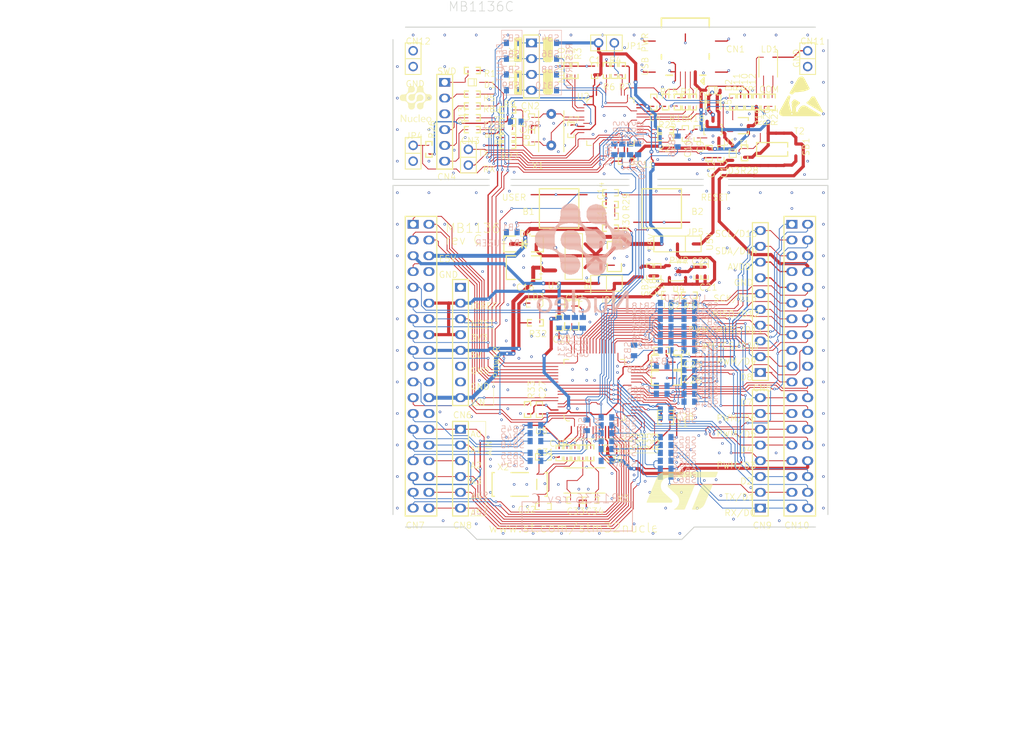
<source format=kicad_pcb>
(kicad_pcb (version 20211014) (generator pcbnew)
  (layers (0 "F.Cu" signal) (31 "B.Cu" signal) (34 "B.Paste" user) (35 "F.Paste" user) (36 "B.SilkS" user "B.Silkscreen") (37 "F.SilkS" user "F.Silkscreen") (38 "B.Mask" user) (39 "F.Mask" user) (44 "Edge.Cuts" user))
  (net 0 "")
  (net 1 "PF0")
  (net 2 "NetCN10_30")
  (net 3 "+5V")
  (net 4 "NetCN7_31")
  (net 5 "NetC17_1")
  (net 6 "E5V")
  (net 7 "PA5")
  (net 8 "PA6")
  (net 9 "PA7")
  (net 10 "NetR10_2")
  (net 11 "NetR16_2")
  (net 12 "NetCN5_4")
  (net 13 "NetCN5_5")
  (net 14 "NetCN5_6")
  (net 15 "NetC2_2")
  (net 16 "MCO")
  (net 17 "PB0")
  (net 18 "NetCN7_38")
  (net 19 "NetCN7_36")
  (net 20 "NetCN2_4")
  (net 21 "+3V3_ST_LINK")
  (net 22 "VBAT/VLCD")
  (net 23 "+3V3")
  (net 24 "BOOT0")
  (net 25 "VDD")
  (net 26 "USB_DP")
  (net 27 "USB_DM")
  (net 28 "U5V")
  (net 29 "T_SWO")
  (net 30 "T_SWDIO_IN")
  (net 31 "T_NRST")
  (net 32 "T_JTMS")
  (net 33 "T_JTCK")
  (net 34 "STM_RST")
  (net 35 "STM_JTMS")
  (net 36 "STM_JTCK")
  (net 37 "STLINK_TX")
  (net 38 "STLINK_RX")
  (net 39 "PF7")
  (net 40 "PF6")
  (net 41 "PF4")
  (net 42 "PF1")
  (net 43 "PD8")
  (net 44 "PD2")
  (net 45 "PC15")
  (net 46 "PC14")
  (net 47 "PC13")
  (net 48 "PC12")
  (net 49 "PC11")
  (net 50 "PC10")
  (net 51 "PC9")
  (net 52 "PC8")
  (net 53 "PC7")
  (net 54 "PC6")
  (net 55 "PC5")
  (net 56 "PC4")
  (net 57 "PC3")
  (net 58 "PC2")
  (net 59 "PC1")
  (net 60 "PC0")
  (net 61 "PB15")
  (net 62 "PB14")
  (net 63 "PB13")
  (net 64 "PB12")
  (net 65 "PB11")
  (net 66 "PB8")
  (net 67 "PB7")
  (net 68 "PB6")
  (net 69 "PB5")
  (net 70 "PB4")
  (net 71 "PB3")
  (net 72 "PB2")
  (net 73 "PB1")
  (net 74 "PB9")
  (net 75 "PA15")
  (net 76 "PA13")
  (net 77 "PA12")
  (net 78 "PA11")
  (net 79 "PA10")
  (net 80 "PA9")
  (net 81 "PA8")
  (net 82 "NetCN10_26")
  (net 83 "NetCN10_28")
  (net 84 "PA4")
  (net 85 "PA3")
  (net 86 "PA2")
  (net 87 "PA1")
  (net 88 "PA0")
  (net 89 "OSC_OUT")
  (net 90 "OSC_IN")
  (net 91 "NRST")
  (net 92 "NetLD3_1")
  (net 93 "NetLD1_4")
  (net 94 "NetLD1_3")
  (net 95 "NetLD1_2")
  (net 96 "NetD1_2")
  (net 97 "NetC33_1")
  (net 98 "NetC32_1")
  (net 99 "NetB1_2")
  (net 100 "NetC10_1")
  (net 101 "LED_STLINK")
  (net 102 "AIN_1")
  (net 103 "NetJP5_1")
  (net 104 "AGND")
  (net 105 "NetC9_2")
  (net 106 "NetC31_1")
  (net 107 "NetC15_1")
  (net 108 "NetC34_1")
  (net 109 "NetC25_1")
  (net 110 "NetC22_1")
  (net 111 "NetCN4_1")
  (net 112 "NetCN4_2")
  (net 113 "NetCN4_4")
  (net 114 "NetCN4_5")
  (net 115 "NetCN4_6")
  (net 116 "NetCN2_1")
  (net 117 "NetCN2_2")
  (net 118 "NetCN2_3")
  (net 119 "PA14")
  (net 120 "NetCN1_2")
  (net 121 "NetCN1_3")
  (net 122 "NetCN1_4")
  (net 123 "NetJP1_2")
  (net 124 "NetR6_2")
  (net 125 "NetR3_2")
  (net 126 "NetR2_2")
  (net 127 "NetR25_1")
  (net 128 "NetR28_2")
  (net 129 "NetSB14_1")
  (net 130 "NetSB26_1")
  (net 131 "NetSB22_1")
  (net 132 "NetSB18_1")
  (net 133 "NetSB30_2")
  (net 134 "NetSB53_1")
  (net 135 "PB10")
  (net 136 "USB_CTRL")
  (net 137 "VIN")
  (net 138 "NetC18_1")
  (net 139 "NetSB43_2")
  (net 140 "PF5")
  (net 141 "NetL1_2")
  (net 142 "NetR31_1")
  (net 143 "NetSB13_1")
  (net 144 "NetSB34_1")
  (net 145 "AVDD")
  (net 146 "GND")
  (net 147 "NetCN7_27")
  (net 148 "NetCN7_25")
  (net 149 "NetCN7_29")
  (net 150 "NetJP4_2")
  (net 151 "NetLD2_1")
  (net 152 "NetSB64_1")
  (footprint "Library:SIP2_2.54" (layer "F.Cu") (at 66.25 -106.76)
    (fp_text reference "CN12" hide)
    (fp_text value "" hide)
  )
  (footprint "Library:1*8P_FEMALE" (layer "F.Cu") (at 122.13 -35.64)
    (fp_text reference "CN11" hide)
    (fp_text value "Header, 8-Pin, Single row,female" hide)
  )
  (footprint "Library:1*6P_FEMALE" (layer "F.Cu") (at 73.87 -48.34)
    (fp_text reference "CN14" hide)
    (fp_text value "Header, 6-Pin, Single row,female" hide)
  )
  (footprint "Library:2*19P" (layer "F.Cu") (at 127.21 -81.36)
    (fp_text reference "CN10" hide)
    (fp_text value "Header, 19-Pin, Dual row" hide)
  )
  (footprint "Library:2*19P" (layer "F.Cu") (at 66.25 -81.36)
    (fp_text reference "CN9" hide)
    (fp_text value "Header, 19-Pin, Dual row" hide)
  )
  (footprint "Library:SIP2_2.54" (layer "F.Cu") (at 96.095 -110.57)
    (fp_text reference "JP4" hide)
    (fp_text value "" hide)
  )
  (footprint "Library:1*4" (layer "F.Cu") (at 85.3 -110.57)
    (fp_text reference "CN2" hide)
    (fp_text value "Header, 4-Pin, Single row" hide)
  )
  (footprint "Library:SIP2_2.54" (layer "F.Cu") (at 66.25 -91.52)
    (fp_text reference "JP6" hide)
    (fp_text value "" hide)
  )
  (footprint "Library:SIP2_2.54" (layer "F.Cu") (at 129.75 -106.76)
    (fp_text reference "CN11" hide)
    (fp_text value "" hide)
  )
  (footprint "Library:XTAL1" (layer "F.Cu") (at 88.475 -94.06)
    (fp_text reference "X1" hide)
    (fp_text value "Crystal Oscillator" hide)
  )
  (footprint "Library:SIP2_2.54" (layer "F.Cu") (at 75.14 -90.885)
    (fp_text reference "CN4" hide)
    (fp_text value "" hide)
  )
  (footprint "Library:DEFAULT" (layer "F.Cu") (at 0 0)
    (fp_text reference "")
    (fp_text value "")
  )
  (footprint "Library:1*8P_FEMALE" (layer "F.Cu") (at 73.87 -71.2)
    (fp_text reference "CN8" hide)
    (fp_text value "Header, 8-Pin, Single row,female" hide)
  )
  (footprint "Library:1*6P" (layer "F.Cu") (at 71.33 -104.22)
    (fp_text reference "CN1" hide)
    (fp_text value "Header, 6-Pin, Single row" hide)
  )
  (footprint "Library:1*10P_FEMALE" (layer "F.Cu") (at 122.13 -57.484)
    (fp_text reference "CN5" hide)
    (fp_text value "Header, 10-Pin, Single row,female" hide)
  )
  (footprint "Library:JP2_SMD" (layer "B.Cu") (at 110.7 -68.66)
    (fp_text reference "SB41" hide)
    (fp_text value "Circuit Breaker" hide)
  )
  (footprint "Library:JP2_SMD" (layer "B.Cu") (at 91.015 -65.485)
    (fp_text reference "SB30" hide)
    (fp_text value "Circuit Breaker" hide)
  )
  (footprint "Library:JP2_SMD" (layer "B.Cu") (at 106.89 -44.53)
    (fp_text reference "SB34" hide)
    (fp_text value "Circuit Breaker" hide)
  )
  (footprint "Library:JP2_SMD" (layer "B.Cu") (at 93.555 -65.485)
    (fp_text reference "SB31" hide)
    (fp_text value "Circuit Breaker" hide)
  )
  (footprint "Library:JP2_SMD" (layer "B.Cu") (at 106.255 -55.325)
    (fp_text reference "SB65" hide)
    (fp_text value "Circuit Breaker" hide)
  )
  (footprint "Library:JP2_SMD" (layer "B.Cu") (at 110.7 -57.865)
    (fp_text reference "SB60" hide)
    (fp_text value "Circuit Breaker" hide)
  )
  (footprint "Library:JP2_SMD" (layer "B.Cu") (at 97.365 -47.705)
    (fp_text reference "SB49" hide)
    (fp_text value "Circuit Breaker" hide)
  )
  (footprint "Library:JP2_SMD" (layer "B.Cu") (at 88.475 -110.57)
    (fp_text reference "SB4" hide)
    (fp_text value "Circuit Breaker" hide)
  )
  (footprint "Library:JP2_SMD" (layer "B.Cu") (at 97.365 -50.245)
    (fp_text reference "SB50" hide)
    (fp_text value "Circuit Breaker" hide)
  )
  (footprint "Library:JP2_SMD" (layer "B.Cu") (at 82.76 -97.87)
    (fp_text reference "SB11" hide)
    (fp_text value "Circuit Breaker" hide)
  )
  (footprint "Library:JP2_SMD" (layer "B.Cu") (at 89.745 -65.485)
    (fp_text reference "SB28" hide)
    (fp_text value "Circuit Breaker" hide)
  )
  (footprint "Library:JP2_SMD" (layer "B.Cu") (at 97.365 -46.435)
    (fp_text reference "SB47" hide)
    (fp_text value "Circuit Breaker" hide)
  )
  (footprint "Library:JP2_SMD" (layer "B.Cu") (at 110.7 -63.58)
    (fp_text reference "SB62" hide)
    (fp_text value "Circuit Breaker" hide)
  )
  (footprint "Library:JP2_SMD" (layer "B.Cu") (at 106.89 -50.245)
    (fp_text reference "SB32" hide)
    (fp_text value "Circuit Breaker" hide)
  )
  (footprint "Library:JP2_SMD" (layer "B.Cu") (at 88.475 -105.49)
    (fp_text reference "SB8" hide)
    (fp_text value "Circuit Breaker" hide)
  )
  (footprint "Library:JP2_SMD" (layer "B.Cu") (at 106.255 -54.055)
    (fp_text reference "SB64" hide)
    (fp_text value "Circuit Breaker" hide)
  )
  (footprint "Library:JP2_SMD" (layer "B.Cu") (at 106.89 -63.58)
    (fp_text reference "SB22" hide)
    (fp_text value "Circuit Breaker" hide)
  )
  (footprint "Library:JP2_SMD" (layer "B.Cu") (at 82.125 -108.03)
    (fp_text reference "SB5" hide)
    (fp_text value "Circuit Breaker" hide)
  )
  (footprint "Library:JP2_SMD" (layer "B.Cu") (at 99.905 -93.425)
    (fp_text reference "SB12" hide)
    (fp_text value "Circuit Breaker" hide)
  )
  (footprint "Library:JP2_SMD" (layer "B.Cu") (at 85.935 -47.705)
    (fp_text reference "SB37" hide)
    (fp_text value "Circuit Breaker" hide)
  )
  (footprint "Library:JP2_SMD" (layer "B.Cu") (at 97.365 -48.975)
    (fp_text reference "SB48" hide)
    (fp_text value "Circuit Breaker" hide)
  )
  (footprint "Library:JP2_SMD" (layer "B.Cu") (at 98.635 -93.425)
    (fp_text reference "SB1" hide)
    (fp_text value "Circuit Breaker" hide)
  )
  (footprint "Library:JP2_SMD" (layer "B.Cu") (at 82.125 -110.57)
    (fp_text reference "SB3" hide)
    (fp_text value "Circuit Breaker" hide)
  )
  (footprint "Library:JP2_SMD" (layer "B.Cu") (at 106.89 -41.99)
    (fp_text reference "SB16" hide)
    (fp_text value "Circuit Breaker" hide)
  )
  (footprint "Library:JP2_SMD" (layer "B.Cu") (at 82.125 -80.09)
    (fp_text reference "SB19" hide)
    (fp_text value "Circuit Breaker" hide)
  )
  (footprint "Library:JP2_SMD" (layer "B.Cu") (at 88.475 -102.95)
    (fp_text reference "SB10" hide)
    (fp_text value "Circuit Breaker" hide)
  )
  (footprint "Library:JP2_SMD" (layer "B.Cu") (at 110.7 -54.055)
    (fp_text reference "SB53" hide)
    (fp_text value "Circuit Breaker" hide)
  )
  (footprint "Library:JP2_SMD" (layer "B.Cu") (at 106.89 -43.26)
    (fp_text reference "SB15" hide)
    (fp_text value "Circuit Breaker" hide)
  )
  (footprint "Library:JP2_SMD" (layer "B.Cu") (at 106.89 -40.72)
    (fp_text reference "SB14" hide)
    (fp_text value "Circuit Breaker" hide)
  )
  (footprint "Library:JP2_SMD" (layer "B.Cu") (at 85.935 -44.53)
    (fp_text reference "SB39" hide)
    (fp_text value "Circuit Breaker" hide)
  )
  (footprint "Library:JP2_SMD" (layer "B.Cu") (at 101.175 -93.425)
    (fp_text reference "SB13" hide)
    (fp_text value "Circuit Breaker" hide)
  )
  (footprint "Library:JP2_SMD" (layer "B.Cu") (at 102.445 -93.425)
    (fp_text reference "SB2" hide)
    (fp_text value "Circuit Breaker" hide)
  )
  (footprint "Library:JP2_SMD" (layer "B.Cu") (at 110.7 -64.85)
    (fp_text reference "SB58" hide)
    (fp_text value "Circuit Breaker" hide)
  )
  (footprint "Library:JP2_SMD" (layer "B.Cu") (at 106.89 -61.04)
    (fp_text reference "SB17" hide)
    (fp_text value "Circuit Breaker" hide)
  )
  (footprint "Library:JP2_SMD" (layer "B.Cu") (at 108.795 -94.695)
    (fp_text reference "SB51" hide)
    (fp_text value "Circuit Breaker" hide)
  )
  (footprint "Library:JP2_SMD" (layer "B.Cu") (at 101.81 -61.04)
    (fp_text reference "SB44" hide)
    (fp_text value "Circuit Breaker" hide)
  )
  (footprint "Library:JP2_SMD" (layer "B.Cu") (at 97.365 -45.165)
    (fp_text reference "SB42" hide)
    (fp_text value "Circuit Breaker" hide)
  )
  (footprint "Library:JP2_SMD" (layer "B.Cu") (at 106.89 -45.8)
    (fp_text reference "SB35" hide)
    (fp_text value "Circuit Breaker" hide)
  )
  (footprint "Library:JP2_SMD" (layer "B.Cu") (at 110.7 -66.12)
    (fp_text reference "SB52" hide)
    (fp_text value "Circuit Breaker" hide)
  )
  (footprint "Library:JP2_SMD" (layer "B.Cu") (at 97.365 -43.26)
    (fp_text reference "SB43" hide)
    (fp_text value "Circuit Breaker" hide)
  )
  (footprint "Library:JP2_SMD" (layer "B.Cu") (at 106.89 -68.66)
    (fp_text reference "SB26" hide)
    (fp_text value "Circuit Breaker" hide)
  )
  (footprint "Library:JP2_SMD" (layer "B.Cu") (at 106.89 -64.85)
    (fp_text reference "SB23" hide)
    (fp_text value "Circuit Breaker" hide)
  )
  (footprint "Library:JP2_SMD" (layer "B.Cu") (at 94.19 -48.975)
    (fp_text reference "SB20" hide)
    (fp_text value "Circuit Breaker" hide)
  )
  (footprint "Library:JP2_SMD" (layer "B.Cu") (at 110.7 -56.595)
    (fp_text reference "SB63" hide)
    (fp_text value "Circuit Breaker" hide)
  )
  (footprint "Library:JP2_SMD" (layer "B.Cu") (at 110.7 -55.325)
    (fp_text reference "SB57" hide)
    (fp_text value "Circuit Breaker" hide)
  )
  (footprint "Library:JP2_SMD" (layer "B.Cu") (at 106.255 -58.5)
    (fp_text reference "SB27" hide)
    (fp_text value "Circuit Breaker" hide)
  )
  (footprint "Library:JP2_SMD" (layer "B.Cu") (at 106.89 -47.07)
    (fp_text reference "SB36" hide)
    (fp_text value "Circuit Breaker" hide)
  )
  (footprint "Library:JP2_SMD" (layer "B.Cu") (at 110.7 -62.31)
    (fp_text reference "SB54" hide)
    (fp_text value "Circuit Breaker" hide)
  )
  (footprint "Library:JP2_SMD" (layer "B.Cu") (at 85.935 -43.26)
    (fp_text reference "SB40" hide)
    (fp_text value "Circuit Breaker" hide)
  )
  (footprint "Library:JP2_SMD" (layer "B.Cu") (at 106.89 -62.31)
    (fp_text reference "SB18" hide)
    (fp_text value "Circuit Breaker" hide)
  )
  (footprint "Library:JP2_SMD" (layer "B.Cu") (at 110.7 -52.785)
    (fp_text reference "SB59" hide)
    (fp_text value "Circuit Breaker" hide)
  )
  (footprint "Library:JP2_SMD" (layer "B.Cu") (at 82.125 -105.49)
    (fp_text reference "SB7" hide)
    (fp_text value "Circuit Breaker" hide)
  )
  (footprint "Library:JP2_SMD" (layer "B.Cu") (at 110.7 -67.39)
    (fp_text reference "SB61" hide)
    (fp_text value "Circuit Breaker" hide)
  )
  (footprint "Library:JP2_SMD" (layer "B.Cu") (at 85.935 -48.975)
    (fp_text reference "SB21" hide)
    (fp_text value "Circuit Breaker" hide)
  )
  (footprint "Library:JP2_SMD" (layer "B.Cu") (at 85.935 -46.435)
    (fp_text reference "SB38" hide)
    (fp_text value "Circuit Breaker" hide)
  )
  (footprint "Library:JP2_SMD" (layer "B.Cu") (at 82.125 -102.95)
    (fp_text reference "SB9" hide)
    (fp_text value "Circuit Breaker" hide)
  )
  (footprint "Library:JP2_SMD" (layer "B.Cu") (at 92.285 -65.485)
    (fp_text reference "SB33" hide)
    (fp_text value "Circuit Breaker" hide)
  )
  (footprint "Library:JP2_SMD" (layer "B.Cu") (at 110.7 -61.04)
    (fp_text reference "SB56" hide)
    (fp_text value "Circuit Breaker" hide)
  )
  (footprint "Library:JP2_SMD" (layer "B.Cu") (at 106.89 -67.39)
    (fp_text reference "SB25" hide)
    (fp_text value "Circuit Breaker" hide)
  )
  (footprint "Library:JP2_SMD" (layer "B.Cu") (at 106.89 -51.515)
    (fp_text reference "SB29" hide)
    (fp_text value "Circuit Breaker" hide)
  )
  (footprint "Library:JP2_SMD" (layer "B.Cu") (at 110.7 -59.135)
    (fp_text reference "SB55" hide)
    (fp_text value "Circuit Breaker" hide)
  )
  (footprint "Library:JP2_SMD" (layer "B.Cu") (at 88.475 -108.03)
    (fp_text reference "SB6" hide)
    (fp_text value "Circuit Breaker" hide)
  )
  (footprint "Library:JP2_SMD" (layer "B.Cu") (at 106.89 -66.12)
    (fp_text reference "SB24" hide)
    (fp_text value "Circuit Breaker" hide)
  )
  (gr_line (start 85.8842 -78.8454) (end 89.0084 -78.8454) (layer "B.SilkS") (width 0.0762))
  (gr_line (start 94.0376 -67.5678) (end 94.6472 -67.5678) (layer "B.SilkS") (width 0.0762))
  (gr_line (start 90.3038 -79.7598) (end 92.8946 -79.7598) (layer "B.SilkS") (width 0.0762))
  (gr_line (start 91.8278 -67.9488) (end 92.285 -67.9488) (layer "B.SilkS") (width 0.0762))
  (gr_line (start 93.6566 -80.6742) (end 94.571 -80.6742) (layer "B.SilkS") (width 0.0762))
  (gr_line (start 90.1514 -83.7984) (end 92.9708 -83.7984) (layer "B.SilkS") (width 0.0762))
  (gr_line (start 89.999 -75.0354) (end 93.1232 -75.0354) (layer "B.SilkS") (width 0.0762))
  (gr_line (start 100.5146 -69.0156) (end 100.8956 -69.0156) (layer "B.SilkS") (width 0.0762))
  (gr_line (start 94.1138 -78.8454) (end 97.238 -78.8454) (layer "B.SilkS") (width 0.0762))
  (gr_line (start 89.999 -75.264) (end 93.047 -75.264) (layer "B.SilkS") (width 0.0762))
  (gr_line (start 97.6952 -76.9404) (end 98.2286 -76.9404) (layer "B.SilkS") (width 0.0762))
  (gr_line (start 85.8842 -78.6168) (end 89.0084 -78.6168) (layer "B.SilkS") (width 0.0762))
  (gr_line (start 100.4384 -70.6158) (end 100.8956 -70.6158) (layer "B.SilkS") (width 0.0762))
  (gr_line (start 98.3048 -69.0156) (end 98.6858 -69.0156) (layer "B.SilkS") (width 0.0762))
  (gr_line (start 91.8278 -69.168) (end 92.285 -69.168) (layer "B.SilkS") (width 0.0762))
  (gr_line (start 90.1514 -74.121) (end 92.9708 -74.121) (layer "B.SilkS") (width 0.0762))
  (gr_line (start 90.4562 -73.6638) (end 92.666 -73.6638) (layer "B.SilkS") (width 0.0762))
  (gr_line (start 93.5042 -80.9028) (end 94.0376 -80.9028) (layer "B.SilkS") (width 0.0762))
  (gr_line (start 97.4666 -80.979) (end 98 -80.979) (layer "B.SilkS") (width 0.0762))
  (gr_line (start 89.9228 -82.5792) (end 93.1232 -82.5792) (layer "B.SilkS") (width 0.0762))
  (gr_line (start 91.8278 -69.0918) (end 92.285 -69.0918) (layer "B.SilkS") (width 0.0762))
  (gr_line (start 100.5146 -67.263) (end 100.8956 -67.263) (layer "B.SilkS") (width 0.0762))
  (gr_line (start 87.4844 -69.3204) (end 88.2464 -69.3204) (layer "B.SilkS") (width 0.0762))
  (gr_line (start 89.0084 -68.4822) (end 91.2182 -68.4822) (layer "B.SilkS") (width 0.0762))
  (gr_line (start 89.237 -67.4916) (end 89.3894 -67.4916) (layer "B.SilkS") (width 0.0762))
  (gr_line (start 90.1514 -79.455) (end 93.047 -79.455) (layer "B.SilkS") (width 0.0762))
  (gr_line (start 90.0752 -74.1972) (end 92.9708 -74.1972) (layer "B.SilkS") (width 0.0762))
  (gr_line (start 89.0084 -80.9028) (end 89.618 -80.9028) (layer "B.SilkS") (width 0.0762))
  (gr_line (start 100.5146 -68.3298) (end 100.8956 -68.3298) (layer "B.SilkS") (width 0.0762))
  (gr_line (start 94.7234 -73.5114) (end 96.7808 -73.5114) (layer "B.SilkS") (width 0.0762))
  (gr_line (start 100.5146 -67.1868) (end 100.8956 -67.1868) (layer "B.SilkS") (width 0.0762))
  (gr_line (start 93.5804 -76.6356) (end 94.19 -76.6356) (layer "B.SilkS") (width 0.0762))
  (gr_line (start 90.761 -67.9488) (end 91.2182 -67.9488) (layer "B.SilkS") (width 0.0762))
  (gr_line (start 90.38 -84.1794) (end 92.7422 -84.1794) (layer "B.SilkS") (width 0.0762))
  (gr_line (start 90.3038 -69.3204) (end 90.9134 -69.3204) (layer "B.SilkS") (width 0.0762))
  (gr_line (start 91.8278 -68.1774) (end 92.285 -68.1774) (layer "B.SilkS") (width 0.0762))
  (gr_line (start 97.5428 -80.9028) (end 98.0762 -80.9028) (layer "B.SilkS") (width 0.0762))
  (gr_line (start 94.3424 -83.7984) (end 97.0856 -83.7984) (layer "B.SilkS") (width 0.0762))
  (gr_line (start 89.7704 -81.8172) (end 93.3518 -81.8172) (layer "B.SilkS") (width 0.0762))
  (gr_line (start 100.5146 -68.8632) (end 100.8956 -68.8632) (layer "B.SilkS") (width 0.0762))
  (gr_line (start 95.4092 -68.4822) (end 95.7902 -68.4822) (layer "B.SilkS") (width 0.0762))
  (gr_line (start 89.9228 -75.7212) (end 92.8946 -75.7212) (layer "B.SilkS") (width 0.0762))
  (gr_line (start 91.8278 -67.3392) (end 92.285 -67.3392) (layer "B.SilkS") (width 0.0762))
  (gr_line (start 90.5324 -80.0646) (end 92.666 -80.0646) (layer "B.SilkS") (width 0.0762))
  (gr_line (start 98.3048 -70.5396) (end 98.6858 -70.5396) (layer "B.SilkS") (width 0.0762))
  (gr_line (start 92.9708 -81.2838) (end 93.6566 -81.2838) (layer "B.SilkS") (width 0.0762))
  (gr_line (start 93.7328 -76.407) (end 94.7234 -76.407) (layer "B.SilkS") (width 0.0762))
  (gr_line (start 89.1608 -69.168) (end 89.618 -69.168) (layer "B.SilkS") (width 0.0762))
  (gr_line (start 92.285 -77.2452) (end 93.5042 -77.2452) (layer "B.SilkS") (width 0.0762))
  (gr_line (start 94.952 -73.359) (end 96.5522 -73.359) (layer "B.SilkS") (width 0.0762))
  (gr_line (start 83.776 -36.656) (end 101.556 -36.656) (layer "B.SilkS") (width 0.127))
  (gr_line (start 89.9228 -82.1982) (end 93.1994 -82.1982) (layer "B.SilkS") (width 0.0762))
  (gr_line (start 89.999 -74.7306) (end 93.1232 -74.7306) (layer "B.SilkS") (width 0.0762))
  (gr_line (start 88.1702 -68.1774) (end 88.6274 -68.1774) (layer "B.SilkS") (width 0.0762))
  (gr_line (start 93.809 -76.3308) (end 95.1806 -76.3308) (layer "B.SilkS") (width 0.0762))
  (gr_line (start 86.189 -68.5584) (end 86.57 -68.5584) (layer "B.SilkS") (width 0.0762))
  (gr_line (start 89.3132 -81.1314) (end 89.8466 -81.1314) (layer "B.SilkS") (width 0.0762))
  (gr_line (start 91.2944 -77.3214) (end 93.5042 -77.3214) (layer "B.SilkS") (width 0.0762))
  (gr_line (start 89.7704 -76.1022) (end 92.5136 -76.1022) (layer "B.SilkS") (width 0.0762))
  (gr_line (start 94.7234 -77.7024) (end 96.6284 -77.7024) (layer "B.SilkS") (width 0.0762))
  (gr_line (start 94.4186 -68.4822) (end 94.7996 -68.4822) (layer "B.SilkS") (width 0.0762))
  (gr_line (start 94.3424 -68.1012) (end 94.7996 -68.1012) (layer "B.SilkS") (width 0.0762))
  (gr_line (start 100.5146 -69.2442) (end 100.8956 -69.2442) (layer "B.SilkS") (width 0.0762))
  (gr_line (start 90.38 -79.9122) (end 92.8184 -79.9122) (layer "B.SilkS") (width 0.0762))
  (gr_line (start 98 -77.3976) (end 100.4384 -77.3976) (layer "B.SilkS") (width 0.0762))
  (gr_line (start 95.8664 -67.4154) (end 97.3142 -67.4154) (layer "B.SilkS") (width 0.0762))
  (gr_line (start 94.19 -69.0156) (end 94.6472 -69.0156) (layer "B.SilkS") (width 0.0762))
  (gr_line (start 94.19 -83.1126) (end 97.3142 -83.1126) (layer "B.SilkS") (width 0.0762))
  (gr_line (start 90.5324 -77.7024) (end 93.3518 -77.7024) (layer "B.SilkS") (width 0.0762))
  (gr_line (start 94.0376 -69.168) (end 94.571 -69.168) (layer "B.SilkS") (width 0.0762))
  (gr_line (start 99.9812 -69.8538) (end 100.4384 -69.8538) (layer "B.SilkS") (width 0.0762))
  (gr_line (start 93.8852 -67.4916) (end 94.571 -67.4916) (layer "B.SilkS") (width 0.0762))
  (gr_line (start 86.7986 -80.4456) (end 89.237 -80.4456) (layer "B.SilkS") (width 0.0762))
  (gr_line (start 100.5146 -67.5678) (end 100.8956 -67.5678) (layer "B.SilkS") (width 0.0762))
  (gr_line (start 85.8842 -78.693) (end 89.0084 -78.693) (layer "B.SilkS") (width 0.0762))
  (gr_line (start 86.8748 -69.549) (end 87.8654 -69.549) (layer "B.SilkS") (width 0.0762))
  (gr_line (start 98.3048 -78.4644) (end 101.3528 -78.4644) (layer "B.SilkS") (width 0.0762))
  (gr_line (start 92.0564 -81.5124) (end 93.5042 -81.5124) (layer "B.SilkS") (width 0.0762))
  (gr_line (start 92.8946 -69.4728) (end 94.19 -69.4728) (layer "B.SilkS") (width 0.0762))
  (gr_line (start 100.0574 -70.0824) (end 100.8956 -70.0824) (layer "B.SilkS") (width 0.0762))
  (gr_line (start 100.5146 -68.4822) (end 100.8956 -68.4822) (layer "B.SilkS") (width 0.0762))
  (gr_line (start 94.4186 -68.2536) (end 94.7996 -68.2536) (layer "B.SilkS") (width 0.0762))
  (gr_line (start 91.8278 -69.6252) (end 92.285 -69.6252) (layer "B.SilkS") (width 0.0762))
  (gr_line (start 98.3048 -69.4728) (end 98.6858 -69.4728) (layer "B.SilkS") (width 0.0762))
  (gr_line (start 100.5146 -68.1012) (end 100.8956 -68.1012) (layer "B.SilkS") (width 0.0762))
  (gr_line (start 87.713 -77.3976) (end 89.3132 -77.3976) (layer "B.SilkS") (width 0.0762))
  (gr_line (start 100.5146 -67.4916) (end 100.8956 -67.4916) (layer "B.SilkS") (width 0.0762))
  (gr_line (start 94.6472 -77.7786) (end 96.7808 -77.7786) (layer "B.SilkS") (width 0.0762))
  (gr_line (start 90.4562 -67.5678) (end 91.0658 -67.5678) (layer "B.SilkS") (width 0.0762))
  (gr_line (start 97.0856 -69.549) (end 97.4666 -69.549) (layer "B.SilkS") (width 0.0762))
  (gr_line (start 97.8476 -77.0928) (end 98.5334 -77.0928) (layer "B.SilkS") (width 0.0762))
  (gr_line (start 89.8466 -76.026) (end 92.5898 -76.026) (layer "B.SilkS") (width 0.0762))
  (gr_line (start 91.8278 -68.8632) (end 92.285 -68.8632) (layer "B.SilkS") (width 0.0762))
  (gr_line (start 90.8372 -68.7108) (end 91.2182 -68.7108) (layer "B.SilkS") (width 0.0762))
  (gr_line (start 90.6086 -84.408) (end 92.4374 -84.408) (layer "B.SilkS") (width 0.0762))
  (gr_line (start 90.3038 -84.1032) (end 92.8184 -84.1032) (layer "B.SilkS") (width 0.0762))
  (gr_line (start 96.3998 -67.1106) (end 96.857 -67.1106) (layer "B.SilkS") (width 0.0762))
  (gr_line (start 89.999 -82.7316) (end 93.1232 -82.7316) (layer "B.SilkS") (width 0.0762))
  (gr_line (start 91.8278 -68.406) (end 92.285 -68.406) (layer "B.SilkS") (width 0.0762))
  (gr_line (start 98.0762 -77.6262) (end 100.8956 -77.6262) (layer "B.SilkS") (width 0.0762))
  (gr_line (start 98.8382 -67.9488) (end 99.2954 -67.9488) (layer "B.SilkS") (width 0.0762))
  (gr_line (start 93.2756 -69.6252) (end 93.7328 -69.6252) (layer "B.SilkS") (width 0.0762))
  (gr_line (start 95.4092 -67.4154) (end 95.7902 -67.4154) (layer "B.SilkS") (width 0.0762))
  (gr_line (start 97.619 -76.8642) (end 98.1524 -76.8642) (layer "B.SilkS") (width 0.0762))
  (gr_line (start 94.19 -74.5782) (end 97.3142 -74.5782) (layer "B.SilkS") (width 0.0762))
  (gr_line (start 91.8278 -67.7202) (end 92.285 -67.7202) (layer "B.SilkS") (width 0.0762))
  (gr_line (start 98.1524 -79.9884) (end 100.9718 -79.9884) (layer "B.SilkS") (width 0.0762))
  (gr_line (start 89.999 -83.0364) (end 93.1232 -83.0364) (layer "B.SilkS") (width 0.0762))
  (gr_line (start 93.8852 -80.2932) (end 96.5522 -80.2932) (layer "B.SilkS") (width 0.0762))
  (gr_line (start 90.8372 -68.1012) (end 91.2182 -68.1012) (layer "B.SilkS") (width 0.0762))
  (gr_line (start 86.4176 -67.5678) (end 86.951 -67.5678) (layer "B.SilkS") (width 0.0762))
  (gr_line (start 89.8466 -75.9498) (end 92.7422 -75.9498) (layer "B.SilkS") (width 0.0762))
  (gr_line (start 97.619 -80.8266) (end 98.2286 -80.8266) (layer "B.SilkS") (width 0.0762))
  (gr_line (start 89.3894 -76.7118) (end 90.0752 -76.7118) (layer "B.SilkS") (width 0.0762))
  (gr_line (start 96.1712 -67.1868) (end 97.0856 -67.1868) (layer "B.SilkS") (width 0.0762))
  (gr_line (start 89.237 -76.8642) (end 89.7704 -76.8642) (layer "B.SilkS") (width 0.0762))
  (gr_line (start 90.38 -77.8548) (end 93.2756 -77.8548) (layer "B.SilkS") (width 0.0762))
  (gr_line (start 94.19 -74.9592) (end 97.3142 -74.9592) (layer "B.SilkS") (width 0.0762))
  (gr_line (start 96.7046 -76.407) (end 97.6952 -76.407) (layer "B.SilkS") (width 0.0762))
  (gr_line (start 100.5146 -69.7014) (end 100.8956 -69.7014) (layer "B.SilkS") (width 0.0762))
  (gr_line (start 98.2286 -79.7598) (end 101.2004 -79.7598) (layer "B.SilkS") (width 0.0762))
  (gr_line (start 98.3048 -78.9978) (end 101.429 -78.9978) (layer "B.SilkS") (width 0.0762))
  (gr_line (start 86.189 -68.2536) (end 86.57 -68.2536) (layer "B.SilkS") (width 0.0762))
  (gr_line (start 87.2558 -67.1106) (end 87.6368 -67.1106) (layer "B.SilkS") (width 0.0762))
  (gr_line (start 86.1128 -78.0072) (end 89.0846 -78.0072) (layer "B.SilkS") (width 0.0762))
  (gr_line (start 100.2098 -70.311) (end 100.8956 -70.311) (layer "B.SilkS") (width 0.0762))
  (gr_line (start 97.0856 -69.0156) (end 97.4666 -69.0156) (layer "B.SilkS") (width 0.0762))
  (gr_line (start 92.8946 -69.3204) (end 93.2756 -69.3204) (layer "B.SilkS") (width 0.0762))
  (gr_line (start 93.3518 -67.1106) (end 93.7328 -67.1106) (layer "B.SilkS") (width 0.0762))
  (gr_line (start 90.1514 -78.1596) (end 93.1994 -78.1596) (layer "B.SilkS") (width 0.0762))
  (gr_line (start 93.6566 -67.4154) (end 94.4948 -67.4154) (layer "B.SilkS") (width 0.0762))
  (gr_line (start 94.1138 -67.644) (end 94.6472 -67.644) (layer "B.SilkS") (width 0.0762))
  (gr_line (start 92.666 -77.169) (end 93.5804 -77.169) (layer "B.SilkS") (width 0.0762))
  (gr_line (start 91.8278 -70.311) (end 92.285 -70.311) (layer "B.SilkS") (width 0.0762))
  (gr_line (start 90.761 -68.6346) (end 91.2182 -68.6346) (layer "B.SilkS") (width 0.0762))
  (gr_line (start 90.3038 -73.8162) (end 92.7422 -73.8162) (layer "B.SilkS") (width 0.0762))
  (gr_line (start 98.2286 -79.6074) (end 101.2766 -79.6074) (layer "B.SilkS") (width 0.0762))
  (gr_line (start 85.8842 -79.1502) (end 89.0084 -79.1502) (layer "B.SilkS") (width 0.0762))
  (gr_line (start 98.3048 -69.3204) (end 98.6858 -69.3204) (layer "B.SilkS") (width 0.0762))
  (gr_line (start 94.1138 -78.693) (end 97.238 -78.693) (layer "B.SilkS") (width 0.0762))
  (gr_line (start 98.2286 -78.0834) (end 101.2766 -78.0834) (layer "B.SilkS") (width 0.0762))
  (gr_line (start 94.571 -81.8934) (end 97.4666 -81.8934) (layer "B.SilkS") (width 0.0762))
  (gr_line (start 98.9144 -68.1774) (end 99.4478 -68.1774) (layer "B.SilkS") (width 0.0762))
  (gr_line (start 91.8278 -68.6346) (end 92.285 -68.6346) (layer "B.SilkS") (width 0.0762))
  (gr_line (start 89.3894 -81.2076) (end 89.999 -81.2076) (layer "B.SilkS") (width 0.0762))
  (gr_line (start 95.4092 -68.8632) (end 95.7902 -68.8632) (layer "B.SilkS") (width 0.0762))
  (gr_line (start 94.0376 -79.6074) (end 97.1618 -79.6074) (layer "B.SilkS") (width 0.0762))
  (gr_line (start 89.8466 -75.8736) (end 92.7422 -75.8736) (layer "B.SilkS") (width 0.0762))
  (gr_line (start 94.19 -74.7306) (end 97.3142 -74.7306) (layer "B.SilkS") (width 0.0762))
  (gr_line (start 98.3048 -69.93) (end 98.6858 -69.93) (layer "B.SilkS") (width 0.0762))
  (gr_line (start 98 -80.2932) (end 100.5908 -80.2932) (layer "B.SilkS") (width 0.0762))
  (gr_line (start 92.8946 -67.263) (end 94.2662 -67.263) (layer "B.SilkS") (width 0.0762))
  (gr_line (start 90.6848 -73.5114) (end 92.4374 -73.5114) (layer "B.SilkS") (width 0.0762))
  (gr_line (start 100.5146 -69.3204) (end 100.8956 -69.3204) (layer "B.SilkS") (width 0.0762))
  (gr_line (start 89.0846 -77.0166) (end 89.618 -77.0166) (layer "B.SilkS") (width 0.0762))
  (gr_line (start 93.9614 -80.0646) (end 96.857 -80.0646) (layer "B.SilkS") (width 0.0762))
  (gr_line (start 88.094 -67.9488) (end 88.5512 -67.9488) (layer "B.SilkS") (width 0.0762))
  (gr_line (start 86.189 -68.787) (end 86.6462 -68.787) (layer "B.SilkS") (width 0.0762))
  (gr_line (start 86.189 -68.1774) (end 86.57 -68.1774) (layer "B.SilkS") (width 0.0762))
  (gr_line (start 97.0856 -69.0918) (end 97.4666 -69.0918) (layer "B.SilkS") (width 0.0762))
  (gr_line (start 91.8278 -69.7014) (end 92.285 -69.7014) (layer "B.SilkS") (width 0.0762))
  (gr_line (start 95.4092 -69.4728) (end 95.7902 -69.4728) (layer "B.SilkS") (width 0.0762))
  (gr_line (start 85.8842 -78.5406) (end 89.0084 -78.5406) (layer "B.SilkS") (width 0.0762))
  (gr_line (start 97.0856 -68.2536) (end 97.4666 -68.2536) (layer "B.SilkS") (width 0.0762))
  (gr_line (start 97.9238 -77.2452) (end 99.143 -77.2452) (layer "B.SilkS") (width 0.0762))
  (gr_line (start 86.189 -68.1012) (end 86.6462 -68.1012) (layer "B.SilkS") (width 0.0762))
  (gr_line (start 100.5146 -68.6346) (end 100.8956 -68.6346) (layer "B.SilkS") (width 0.0762))
  (gr_line (start 94.1138 -79.5312) (end 97.1618 -79.5312) (layer "B.SilkS") (width 0.0762))
  (gr_line (start 89.5418 -69.549) (end 90.5324 -69.549) (layer "B.SilkS") (width 0.0762))
  (gr_line (start 90.0752 -83.646) (end 93.047 -83.646) (layer "B.SilkS") (width 0.0762))
  (gr_line (start 89.9228 -75.4926) (end 92.9708 -75.4926) (layer "B.SilkS") (width 0.0762))
  (gr_line (start 98.0762 -80.217) (end 100.667 -80.217) (layer "B.SilkS") (width 0.0762))
  (gr_line (start 94.0376 -79.6836) (end 97.0856 -79.6836) (layer "B.SilkS") (width 0.0762))
  (gr_line (start 94.1138 -75.4926) (end 97.3142 -75.4926) (layer "B.SilkS") (width 0.0762))
  (gr_line (start 96.9332 -76.4832) (end 97.7714 -76.4832) (layer "B.SilkS") (width 0.0762))
  (gr_line (start 100.5146 -67.4154) (end 100.8956 -67.4154) (layer "B.SilkS") (width 0.0762))
  (gr_line (start 90.761 -84.4842) (end 92.3612 -84.4842) (layer "B.SilkS") (width 0.0762))
  (gr_line (start 91.8278 -70.3872) (end 92.285 -70.3872) (layer "B.SilkS") (width 0.0762))
  (gr_line (start 95.0282 -84.408) (end 96.476 -84.408) (layer "B.SilkS") (width 0.0762))
  (gr_line (start 97.0856 -68.4822) (end 97.4666 -68.4822) (layer "B.SilkS") (width 0.0762))
  (gr_line (start 94.3424 -73.8924) (end 97.0856 -73.8924) (layer "B.SilkS") (width 0.0762))
  (gr_line (start 98.2286 -78.0072) (end 101.2004 -78.0072) (layer "B.SilkS") (width 0.0762))
  (gr_line (start 88.094 -68.8632) (end 88.5512 -68.8632) (layer "B.SilkS") (width 0.0762))
  (gr_line (start 91.8278 -68.025) (end 92.285 -68.025) (layer "B.SilkS") (width 0.0762))
  (gr_line (start 92.8946 -67.4154) (end 93.2756 -67.4154) (layer "B.SilkS") (width 0.0762))
  (gr_line (start 88.1702 -68.406) (end 88.6274 -68.406) (layer "B.SilkS") (width 0.0762))
  (gr_line (start 87.8654 -67.5678) (end 88.3988 -67.5678) (layer "B.SilkS") (width 0.0762))
  (gr_line (start 94.4186 -73.8162) (end 97.0094 -73.8162) (layer "B.SilkS") (width 0.0762))
  (gr_line (start 88.1702 -68.4822) (end 88.6274 -68.4822) (layer "B.SilkS") (width 0.0762))
  (gr_line (start 97.0856 -68.406) (end 97.4666 -68.406) (layer "B.SilkS") (width 0.0762))
  (gr_line (start 94.3424 -68.025) (end 94.7996 -68.025) (layer "B.SilkS") (width 0.0762))
  (gr_line (start 97.7714 -77.0166) (end 98.381 -77.0166) (layer "B.SilkS") (width 0.0762))
  (gr_line (start 94.4948 -73.74) (end 97.0094 -73.74) (layer "B.SilkS") (width 0.0762))
  (gr_line (start 89.6942 -81.5886) (end 93.428 -81.5886) (layer "B.SilkS") (width 0.0762))
  (gr_line (start 90.3038 -73.8924) (end 92.8184 -73.8924) (layer "B.SilkS") (width 0.0762))
  (gr_line (start 100.5146 -68.1774) (end 100.8956 -68.1774) (layer "B.SilkS") (width 0.0762))
  (gr_line (start 86.189 -68.7108) (end 86.6462 -68.7108) (layer "B.SilkS") (width 0.0762))
  (gr_line (start 86.4176 -69.168) (end 86.951 -69.168) (layer "B.SilkS") (width 0.0762))
  (gr_line (start 98.3048 -68.9394) (end 98.6858 -68.9394) (layer "B.SilkS") (width 0.0762))
  (gr_line (start 94.1138 -79.3788) (end 97.238 -79.3788) (layer "B.SilkS") (width 0.0762))
  (gr_line (start 100.5146 -68.7108) (end 100.8956 -68.7108) (layer "B.SilkS") (width 0.0762))
  (gr_line (start 97.0856 -68.787) (end 97.4666 -68.787) (layer "B.SilkS") (width 0.0762))
  (gr_line (start 90.0752 -79.2264) (end 93.1232 -79.2264) (layer "B.SilkS") (width 0.0762))
  (gr_line (start 86.57 -112.602) (end 90.126 -112.602) (layer "B.SilkS") (width 0.0762))
  (gr_line (start 90.4562 -84.2556) (end 92.666 -84.2556) (layer "B.SilkS") (width 0.0762))
  (gr_line (start 88.475 -80.6742) (end 89.3894 -80.6742) (layer "B.SilkS") (width 0.0762))
  (gr_line (start 100.1336 -70.1586) (end 100.8956 -70.1586) (layer "B.SilkS") (width 0.0762))
  (gr_line (start 98.3048 -68.3298) (end 98.6858 -68.3298) (layer "B.SilkS") (width 0.0762))
  (gr_line (start 86.0366 -79.7598) (end 89.0846 -79.7598) (layer "B.SilkS") (width 0.0762))
  (gr_line (start 91.2944 -73.2828) (end 91.8278 -73.2828) (layer "B.SilkS") (width 0.0762))
  (gr_line (start 95.4092 -67.7202) (end 95.9426 -67.7202) (layer "B.SilkS") (width 0.0762))
  (gr_line (start 90.761 -80.217) (end 92.4374 -80.217) (layer "B.SilkS") (width 0.0762))
  (gr_line (start 87.713 -69.2442) (end 88.3226 -69.2442) (layer "B.SilkS") (width 0.0762))
  (gr_line (start 95.4092 -67.8726) (end 95.8664 -67.8726) (layer "B.SilkS") (width 0.0762))
  (gr_line (start 88.6274 -77.2452) (end 89.4656 -77.2452) (layer "B.SilkS") (width 0.0762))
  (gr_line (start 96.9332 -67.7202) (end 97.4666 -67.7202) (layer "B.SilkS") (width 0.0762))
  (gr_line (start 97.0856 -68.3298) (end 97.4666 -68.3298) (layer "B.SilkS") (width 0.0762))
  (gr_line (start 89.0846 -69.0156) (end 89.5418 -69.0156) (layer "B.SilkS") (width 0.0762))
  (gr_line (start 86.0366 -79.6836) (end 89.0084 -79.6836) (layer "B.SilkS") (width 0.0762))
  (gr_line (start 90.5324 -69.168) (end 90.9896 -69.168) (layer "B.SilkS") (width 0.0762))
  (gr_line (start 86.7224 -67.263) (end 88.094 -67.263) (layer "B.SilkS") (width 0.0762))
  (gr_line (start 94.2662 -74.121) (end 97.1618 -74.121) (layer "B.SilkS") (width 0.0762))
  (gr_line (start 87.1796 -69.6252) (end 87.5606 -69.6252) (layer "B.SilkS") (width 0.0762))
  (gr_line (start 94.1138 -75.3402) (end 97.3142 -75.3402) (layer "B.SilkS") (width 0.0762))
  (gr_line (start 96.0188 -67.263) (end 97.1618 -67.263) (layer "B.SilkS") (width 0.0762))
  (gr_line (start 86.1128 -79.836) (end 89.0846 -79.836) (layer "B.SilkS") (width 0.0762))
  (gr_line (start 91.8278 -68.2536) (end 92.285 -68.2536) (layer "B.SilkS") (width 0.0762))
  (gr_line (start 91.8278 -70.2348) (end 92.285 -70.2348) (layer "B.SilkS") (width 0.0762))
  (gr_line (start 99.0668 -68.4822) (end 99.6002 -68.4822) (layer "B.SilkS") (width 0.0762))
  (gr_line (start 98.2286 -78.1596) (end 101.2766 -78.1596) (layer "B.SilkS") (width 0.0762))
  (gr_line (start 98.3048 -67.644) (end 99.0668 -67.644) (layer "B.SilkS") (width 0.0762))
  (gr_line (start 94.4186 -68.3298) (end 94.7996 -68.3298) (layer "B.SilkS") (width 0.0762))
  (gr_line (start 93.1994 -81.1314) (end 93.809 -81.1314) (layer "B.SilkS") (width 0.0762))
  (gr_line (start 98.3048 -67.5678) (end 99.0668 -67.5678) (layer "B.SilkS") (width 0.0762))
  (gr_line (start 100.5146 -69.3966) (end 100.8956 -69.3966) (layer "B.SilkS") (width 0.0762))
  (gr_line (start 91.8278 -69.93) (end 92.285 -69.93) (layer "B.SilkS") (width 0.0762))
  (gr_line (start 91.8278 -67.4916) (end 92.285 -67.4916) (layer "B.SilkS") (width 0.0762))
  (gr_line (start 94.1138 -79.074) (end 97.238 -79.074) (layer "B.SilkS") (width 0.0762))
  (gr_line (start 94.2662 -83.646) (end 97.1618 -83.646) (layer "B.SilkS") (width 0.0762))
  (gr_line (start 97.0856 -69.3204) (end 97.4666 -69.3204) (layer "B.SilkS") (width 0.0762))
  (gr_line (start 94.6472 -84.1794) (end 96.7808 -84.1794) (layer "B.SilkS") (width 0.0762))
  (gr_line (start 95.4092 -67.9488) (end 95.8664 -67.9488) (layer "B.SilkS") (width 0.0762))
  (gr_line (start 90.761 -67.8726) (end 91.142 -67.8726) (layer "B.SilkS") (width 0.0762))
  (gr_line (start 86.189 -77.931) (end 89.0846 -77.931) (layer "B.SilkS") (width 0.0762))
  (gr_line (start 89.3132 -67.1868) (end 90.5324 -67.1868) (layer "B.SilkS") (width 0.0762))
  (gr_line (start 94.4948 -77.931) (end 96.857 -77.931) (layer "B.SilkS") (width 0.0762))
  (gr_line (start 91.8278 -70.7682) (end 92.285 -70.7682) (layer "B.SilkS") (width 0.0762))
  (gr_line (start 94.1138 -78.9216) (end 97.238 -78.9216) (layer "B.SilkS") (width 0.0762))
  (gr_line (start 89.999 -78.8454) (end 93.1994 -78.8454) (layer "B.SilkS") (width 0.0762))
  (gr_line (start 90.6848 -69.0156) (end 91.0658 -69.0156) (layer "B.SilkS") (width 0.0762))
  (gr_line (start 97.9238 -80.4456) (end 99.524 -80.4456) (layer "B.SilkS") (width 0.0762))
  (gr_line (start 90.5324 -84.3318) (end 92.5898 -84.3318) (layer "B.SilkS") (width 0.0762))
  (gr_line (start 86.4938 -67.4916) (end 87.0272 -67.4916) (layer "B.SilkS") (width 0.0762))
  (gr_line (start 100.2098 -70.2348) (end 100.8956 -70.2348) (layer "B.SilkS") (width 0.0762))
  (gr_line (start 91.8278 -69.3204) (end 92.285 -69.3204) (layer "B.SilkS") (width 0.0762))
  (gr_line (start 97.0094 -67.7964) (end 97.4666 -67.7964) (layer "B.SilkS") (width 0.0762))
  (gr_line (start 94.1138 -75.1116) (end 97.3142 -75.1116) (layer "B.SilkS") (width 0.0762))
  (gr_line (start 91.8278 -67.263) (end 92.285 -67.263) (layer "B.SilkS") (width 0.0762))
  (gr_line (start 99.2192 -68.6346) (end 99.6764 -68.6346) (layer "B.SilkS") (width 0.0762))
  (gr_line (start 90.6848 -77.55) (end 93.3518 -77.55) (layer "B.SilkS") (width 0.0762))
  (gr_line (start 98.3048 -67.7202) (end 99.143 -67.7202) (layer "B.SilkS") (width 0.0762))
  (gr_line (start 98.3048 -69.6252) (end 98.6858 -69.6252) (layer "B.SilkS") (width 0.0762))
  (gr_line (start 95.4854 -81.4362) (end 97.619 -81.4362) (layer "B.SilkS") (width 0.0762))
  (gr_line (start 90.761 -68.787) (end 91.142 -68.787) (layer "B.SilkS") (width 0.0762))
  (gr_line (start 86.57 -77.6262) (end 89.237 -77.6262) (layer "B.SilkS") (width 0.0762))
  (gr_line (start 94.7996 -77.6262) (end 96.5522 -77.6262) (layer "B.SilkS") (width 0.0762))
  (gr_line (start 94.19 -82.8078) (end 97.3142 -82.8078) (layer "B.SilkS") (width 0.0762))
  (gr_line (start 93.1232 -81.2076) (end 93.7328 -81.2076) (layer "B.SilkS") (width 0.0762))
  (gr_line (start 89.4656 -69.4728) (end 90.6848 -69.4728) (layer "B.SilkS") (width 0.0762))
  (gr_line (start 95.4092 -68.2536) (end 95.7902 -68.2536) (layer "B.SilkS") (width 0.0762))
  (gr_line (start 99.2192 -68.7108) (end 99.7526 -68.7108) (layer "B.SilkS") (width 0.0762))
  (gr_line (start 99.4478 -69.0918) (end 99.9812 -69.0918) (layer "B.SilkS") (width 0.0762))
  (gr_line (start 98.762 -67.8726) (end 99.2192 -67.8726) (layer "B.SilkS") (width 0.0762))
  (gr_line (start 85.8842 -78.9978) (end 89.0084 -78.9978) (layer "B.SilkS") (width 0.0762))
  (gr_line (start 89.999 -74.9592) (end 93.1232 -74.9592) (layer "B.SilkS") (width 0.0762))
  (gr_line (start 91.8278 -68.1012) (end 92.285 -68.1012) (layer "B.SilkS") (width 0.0762))
  (gr_line (start 94.19 -82.5792) (end 97.3142 -82.5792) (layer "B.SilkS") (width 0.0762))
  (gr_line (start 89.0846 -68.9394) (end 89.4656 -68.9394) (layer "B.SilkS") (width 0.0762))
  (gr_line (start 94.8758 -81.6648) (end 97.5428 -81.6648) (layer "B.SilkS") (width 0.0762))
  (gr_line (start 88.9322 -77.0928) (end 89.5418 -77.0928) (layer "B.SilkS") (width 0.0762))
  (gr_line (start 91.8278 -70.6158) (end 92.285 -70.6158) (layer "B.SilkS") (width 0.0762))
  (gr_line (start 95.4092 -69.168) (end 95.7902 -69.168) (layer "B.SilkS") (width 0.0762))
  (gr_line (start 98.3048 -68.6346) (end 98.6858 -68.6346) (layer "B.SilkS") (width 0.0762))
  (gr_line (start 89.8466 -82.0458) (end 93.2756 -82.0458) (layer "B.SilkS") (width 0.0762))
  (gr_line (start 89.999 -78.9216) (end 93.1994 -78.9216) (layer "B.SilkS") (width 0.0762))
  (gr_line (start 94.19 -82.9602) (end 97.3142 -82.9602) (layer "B.SilkS") (width 0.0762))
  (gr_line (start 89.6942 -81.6648) (end 93.3518 -81.6648) (layer "B.SilkS") (width 0.0762))
  (gr_line (start 86.189 -68.406) (end 86.57 -68.406) (layer "B.SilkS") (width 0.0762))
  (gr_line (start 90.0752 -79.3788) (end 93.1232 -79.3788) (layer "B.SilkS") (width 0.0762))
  (gr_line (start 99.2954 -68.787) (end 99.8288 -68.787) (layer "B.SilkS") (width 0.0762))
  (gr_line (start 93.3518 -81.0552) (end 93.8852 -81.0552) (layer "B.SilkS") (width 0.0762))
  (gr_line (start 94.19 -74.8068) (end 97.3142 -74.8068) (layer "B.SilkS") (width 0.0762))
  (gr_line (start 89.0846 -68.787) (end 89.4656 -68.787) (layer "B.SilkS") (width 0.0762))
  (gr_line (start 98.3048 -78.9216) (end 101.429 -78.9216) (layer "B.SilkS") (width 0.0762))
  (gr_line (start 98.1524 -77.8548) (end 101.1242 -77.8548) (layer "B.SilkS") (width 0.0762))
  (gr_line (start 94.2662 -67.8726) (end 94.7234 -67.8726) (layer "B.SilkS") (width 0.0762))
  (gr_line (start 85.9604 -78.312) (end 89.0084 -78.312) (layer "B.SilkS") (width 0.0762))
  (gr_line (start 94.2662 -78.2358) (end 97.0856 -78.2358) (layer "B.SilkS") (width 0.0762))
  (gr_line (start 98.3048 -69.2442) (end 98.6858 -69.2442) (layer "B.SilkS") (width 0.0762))
  (gr_line (start 90.9134 -80.2932) (end 92.285 -80.2932) (layer "B.SilkS") (width 0.0762))
  (gr_line (start 90.8372 -68.1774) (end 91.2182 -68.1774) (layer "B.SilkS") (width 0.0762))
  (gr_line (start 94.1138 -79.2264) (end 97.238 -79.2264) (layer "B.SilkS") (width 0.0762))
  (gr_line (start 95.4092 -68.025) (end 95.7902 -68.025) (layer "B.SilkS") (width 0.0762))
  (gr_line (start 89.999 -83.1126) (end 93.1232 -83.1126) (layer "B.SilkS") (width 0.0762))
  (gr_line (start 87.9416 -69.0918) (end 88.3988 -69.0918) (layer "B.SilkS") (width 0.0762))
  (gr_line (start 98.2286 -79.6836) (end 101.2004 -79.6836) (layer "B.SilkS") (width 0.0762))
  (gr_line (start 91.8278 -70.0062) (end 92.285 -70.0062) (layer "B.SilkS") (width 0.0762))
  (gr_line (start 89.9228 -75.3402) (end 93.047 -75.3402) (layer "B.SilkS") (width 0.0762))
  (gr_line (start 100.5146 -68.406) (end 100.8956 -68.406) (layer "B.SilkS") (width 0.0762))
  (gr_line (start 99.6764 -69.3966) (end 100.1336 -69.3966) (layer "B.SilkS") (width 0.0762))
  (gr_line (start 94.1138 -75.4164) (end 97.3142 -75.4164) (layer "B.SilkS") (width 0.0762))
  (gr_line (start 94.4186 -68.5584) (end 94.7996 -68.5584) (layer "B.SilkS") (width 0.0762))
  (gr_line (start 88.094 -67.8726) (end 88.5512 -67.8726) (layer "B.SilkS") (width 0.0762))
  (gr_line (start 97.0856 -68.9394) (end 97.4666 -68.9394) (layer "B.SilkS") (width 0.0762))
  (gr_line (start 89.618 -76.4832) (end 90.6848 -76.4832) (layer "B.SilkS") (width 0.0762))
  (gr_line (start 100.5146 -67.7202) (end 100.8956 -67.7202) (layer "B.SilkS") (width 0.0762))
  (gr_line (start 90.5324 -73.5876) (end 92.5136 -73.5876) (layer "B.SilkS") (width 0.0762))
  (gr_line (start 94.19 -82.884) (end 97.3142 -82.884) (layer "B.SilkS") (width 0.0762))
  (gr_line (start 90.0752 -79.1502) (end 93.1232 -79.1502) (layer "B.SilkS") (width 0.0762))
  (gr_line (start 87.713 -67.4916) (end 88.3226 -67.4916) (layer "B.SilkS") (width 0.0762))
  (gr_line (start 98.3048 -69.7014) (end 98.6858 -69.7014) (layer "B.SilkS") (width 0.0762))
  (gr_line (start 97.7714 -80.6742) (end 98.4572 -80.6742) (layer "B.SilkS") (width 0.0762))
  (gr_line (start 94.19 -74.4258) (end 97.238 -74.4258) (layer "B.SilkS") (width 0.0762))
  (gr_line (start 99.524 -69.168) (end 100.0574 -69.168) (layer "B.SilkS") (width 0.0762))
  (gr_line (start 92.8946 -67.3392) (end 94.4186 -67.3392) (layer "B.SilkS") (width 0.0762))
  (gr_line (start 86.189 -68.6346) (end 86.6462 -68.6346) (layer "B.SilkS") (width 0.0762))
  (gr_line (start 94.8758 -84.3318) (end 96.6284 -84.3318) (layer "B.SilkS") (width 0.0762))
  (gr_line (start 91.8278 -68.3298) (end 92.285 -68.3298) (layer "B.SilkS") (width 0.0762))
  (gr_line (start 91.8278 -68.7108) (end 92.285 -68.7108) (layer "B.SilkS") (width 0.0762))
  (gr_line (start 90.2276 -78.0072) (end 93.2756 -78.0072) (layer "B.SilkS") (width 0.0762))
  (gr_line (start 100.5146 -67.3392) (end 100.8956 -67.3392) (layer "B.SilkS") (width 0.0762))
  (gr_line (start 88.1702 -68.025) (end 88.5512 -68.025) (layer "B.SilkS") (width 0.0762))
  (gr_line (start 98.3048 -78.6168) (end 101.429 -78.6168) (layer "B.SilkS") (width 0.0762))
  (gr_line (start 90.0752 -83.5698) (end 93.047 -83.5698) (layer "B.SilkS") (width 0.0762))
  (gr_line (start 97.0856 -69.4728) (end 97.4666 -69.4728) (layer "B.SilkS") (width 0.0762))
  (gr_line (start 89.237 -69.2442) (end 89.7704 -69.2442) (layer "B.SilkS") (width 0.0762))
  (gr_line (start 95.4092 -68.6346) (end 95.7902 -68.6346) (layer "B.SilkS") (width 0.0762))
  (gr_line (start 89.7704 -76.1784) (end 92.4374 -76.1784) (layer "B.SilkS") (width 0.0762))
  (gr_line (start 89.237 -81.0552) (end 89.7704 -81.0552) (layer "B.SilkS") (width 0.0762))
  (gr_line (start 90.6848 -68.9394) (end 91.142 -68.9394) (layer "B.SilkS") (width 0.0762))
  (gr_line (start 95.4092 -67.1868) (end 95.714 -67.1868) (layer "B.SilkS") (width 0.0762))
  (gr_line (start 94.19 -83.265) (end 97.3142 -83.265) (layer "B.SilkS") (width 0.0762))
  (gr_line (start 88.7036 -80.7504) (end 89.4656 -80.7504) (layer "B.SilkS") (width 0.0762))
  (gr_line (start 92.5136 -81.4362) (end 93.5042 -81.4362) (layer "B.SilkS") (width 0.0762))
  (gr_line (start 86.0366 -78.1596) (end 89.0846 -78.1596) (layer "B.SilkS") (width 0.0762))
  (gr_line (start 91.8278 -69.8538) (end 92.285 -69.8538) (layer "B.SilkS") (width 0.0762))
  (gr_line (start 90.6086 -80.1408) (end 92.5898 -80.1408) (layer "B.SilkS") (width 0.0762))
  (gr_line (start 94.4186 -82.122) (end 97.3904 -82.122) (layer "B.SilkS") (width 0.0762))
  (gr_line (start 98.3048 -69.0918) (end 98.6858 -69.0918) (layer "B.SilkS") (width 0.0762))
  (gr_line (start 100.5146 -69.6252) (end 100.8956 -69.6252) (layer "B.SilkS") (width 0.0762))
  (gr_line (start 93.8852 -69.2442) (end 94.4948 -69.2442) (layer "B.SilkS") (width 0.0762))
  (gr_line (start 88.1702 -68.6346) (end 88.5512 -68.6346) (layer "B.SilkS") (width 0.0762))
  (gr_line (start 96.857 -81.2838) (end 97.6952 -81.2838) (layer "B.SilkS") (width 0.0762))
  (gr_line (start 89.999 -74.6544) (end 93.1232 -74.6544) (layer "B.SilkS") (width 0.0762))
  (gr_line (start 86.4176 -69.2442) (end 87.0272 -69.2442) (layer "B.SilkS") (width 0.0762))
  (gr_line (start 95.4092 -67.3392) (end 95.714 -67.3392) (layer "B.SilkS") (width 0.0762))
  (gr_line (start 95.4092 -69.2442) (end 95.7902 -69.2442) (layer "B.SilkS") (width 0.0762))
  (gr_line (start 95.4092 -69.0918) (end 95.7902 -69.0918) (layer "B.SilkS") (width 0.0762))
  (gr_line (start 86.3414 -69.0918) (end 86.8748 -69.0918) (layer "B.SilkS") (width 0.0762))
  (gr_line (start 90.9896 -73.359) (end 92.1326 -73.359) (layer "B.SilkS") (width 0.0762))
  (gr_line (start 94.19 -75.0354) (end 97.3142 -75.0354) (layer "B.SilkS") (width 0.0762))
  (gr_line (start 98.3048 -78.693) (end 101.429 -78.693) (layer "B.SilkS") (width 0.0762))
  (gr_line (start 89.999 -83.1888) (end 93.1232 -83.1888) (layer "B.SilkS") (width 0.0762))
  (gr_line (start 86.1128 -78.0834) (end 89.0846 -78.0834) (layer "B.SilkS") (width 0.0762))
  (gr_line (start 94.19 -83.0364) (end 97.3142 -83.0364) (layer "B.SilkS") (width 0.0762))
  (gr_line (start 94.19 -82.503) (end 97.3142 -82.503) (layer "B.SilkS") (width 0.0762))
  (gr_line (start 98.1524 -77.7786) (end 101.048 -77.7786) (layer "B.SilkS") (width 0.0762))
  (gr_line (start 89.6942 -67.1106) (end 90.2276 -67.1106) (layer "B.SilkS") (width 0.0762))
  (gr_line (start 89.999 -74.5782) (end 93.1232 -74.5782) (layer "B.SilkS") (width 0.0762))
  (gr_line (start 89.9228 -82.2744) (end 93.1994 -82.2744) (layer "B.SilkS") (width 0.0762))
  (gr_line (start 97.0856 -68.1012) (end 97.4666 -68.1012) (layer "B.SilkS") (width 0.0762))
  (gr_line (start 98.3048 -70.3872) (end 98.6858 -70.3872) (layer "B.SilkS") (width 0.0762))
  (gr_line (start 86.2652 -67.8726) (end 86.7224 -67.8726) (layer "B.SilkS") (width 0.0762))
  (gr_line (start 87.1034 -80.5218) (end 89.3132 -80.5218) (layer "B.SilkS") (width 0.0762))
  (gr_line (start 94.2662 -78.312) (end 97.1618 -78.312) (layer "B.SilkS") (width 0.0762))
  (gr_line (start 94.19 -78.5406) (end 97.238 -78.5406) (layer "B.SilkS") (width 0.0762))
  (gr_line (start 95.4092 -68.3298) (end 95.7902 -68.3298) (layer "B.SilkS") (width 0.0762))
  (gr_line (start 86.3414 -77.7786) (end 89.1608 -77.7786) (layer "B.SilkS") (width 0.0762))
  (gr_line (start 86.2652 -68.9394) (end 86.7224 -68.9394) (layer "B.SilkS") (width 0.0762))
  (gr_line (start 89.3132 -69.3204) (end 89.9228 -69.3204) (layer "B.SilkS") (width 0.0762))
  (gr_line (start 98.3048 -68.7108) (end 98.6858 -68.7108) (layer "B.SilkS") (width 0.0762))
  (gr_line (start 89.8466 -82.122) (end 93.1994 -82.122) (layer "B.SilkS") (width 0.0762))
  (gr_line (start 94.19 -68.9394) (end 94.7234 -68.9394) (layer "B.SilkS") (width 0.0762))
  (gr_line (start 90.38 -73.74) (end 92.7422 -73.74) (layer "B.SilkS") (width 0.0762))
  (gr_line (start 94.4186 -68.1774) (end 94.7996 -68.1774) (layer "B.SilkS") (width 0.0762))
  (gr_line (start 90.0752 -79.3026) (end 93.1232 -79.3026) (layer "B.SilkS") (width 0.0762))
  (gr_line (start 97.3904 -76.7118) (end 97.9238 -76.7118) (layer "B.SilkS") (width 0.0762))
  (gr_line (start 98.3048 -70.0062) (end 98.6858 -70.0062) (layer "B.SilkS") (width 0.0762))
  (gr_line (start 85.8842 -78.9216) (end 89.0084 -78.9216) (layer "B.SilkS") (width 0.0762))
  (gr_line (start 93.6566 -69.3204) (end 94.4186 -69.3204) (layer "B.SilkS") (width 0.0762))
  (gr_line (start 95.4092 -68.787) (end 95.7902 -68.787) (layer "B.SilkS") (width 0.0762))
  (gr_line (start 95.4092 -69.3204) (end 95.7902 -69.3204) (layer "B.SilkS") (width 0.0762))
  (gr_line (start 94.3424 -83.7222) (end 97.1618 -83.7222) (layer "B.SilkS") (width 0.0762))
  (gr_line (start 86.4176 -77.7024) (end 89.1608 -77.7024) (layer "B.SilkS") (width 0.0762))
  (gr_line (start 91.142 -84.6366) (end 91.904 -84.6366) (layer "B.SilkS") (width 0.0762))
  (gr_line (start 93.7328 -76.4832) (end 94.4948 -76.4832) (layer "B.SilkS") (width 0.0762))
  (gr_line (start 90.4562 -77.7786) (end 93.2756 -77.7786) (layer "B.SilkS") (width 0.0762))
  (gr_line (start 89.8466 -81.8934) (end 93.2756 -81.8934) (layer "B.SilkS") (width 0.0762))
  (gr_line (start 89.1608 -67.3392) (end 90.8372 -67.3392) (layer "B.SilkS") (width 0.0762))
  (gr_line (start 89.8466 -75.7974) (end 92.8184 -75.7974) (layer "B.SilkS") (width 0.0762))
  (gr_line (start 98.9906 -68.2536) (end 99.4478 -68.2536) (layer "B.SilkS") (width 0.0762))
  (gr_line (start 86.4938 -69.3204) (end 87.2558 -69.3204) (layer "B.SilkS") (width 0.0762))
  (gr_line (start 93.6566 -80.7504) (end 94.3424 -80.7504) (layer "B.SilkS") (width 0.0762))
  (gr_line (start 98.3048 -70.1586) (end 98.6858 -70.1586) (layer "B.SilkS") (width 0.0762))
  (gr_line (start 86.2652 -68.8632) (end 86.7224 -68.8632) (layer "B.SilkS") (width 0.0762))
  (gr_line (start 90.9134 -84.5604) (end 92.2088 -84.5604) (layer "B.SilkS") (width 0.0762))
  (gr_line (start 90.38 -67.4916) (end 90.9896 -67.4916) (layer "B.SilkS") (width 0.0762))
  (gr_line (start 88.0178 -69.0156) (end 88.475 -69.0156) (layer "B.SilkS") (width 0.0762))
  (gr_line (start 80.474 -102.188) (end 83.776 -102.188) (layer "B.SilkS") (width 0.0762))
  (gr_line (start 97.0094 -67.9488) (end 97.4666 -67.9488) (layer "B.SilkS") (width 0.0762))
  (gr_line (start 94.3424 -82.2744) (end 97.3142 -82.2744) (layer "B.SilkS") (width 0.0762))
  (gr_line (start 87.5606 -67.4154) (end 88.2464 -67.4154) (layer "B.SilkS") (width 0.0762))
  (gr_line (start 97.0856 -68.1774) (end 97.4666 -68.1774) (layer "B.SilkS") (width 0.0762))
  (gr_line (start 89.3132 -69.3966) (end 90.8372 -69.3966) (layer "B.SilkS") (width 0.0762))
  (gr_line (start 88.1702 -68.7108) (end 88.5512 -68.7108) (layer "B.SilkS") (width 0.0762))
  (gr_line (start 86.3414 -80.1408) (end 89.1608 -80.1408) (layer "B.SilkS") (width 0.0762))
  (gr_line (start 89.0084 -68.406) (end 91.2182 -68.406) (layer "B.SilkS") (width 0.0762))
  (gr_line (start 94.1138 -78.9978) (end 97.238 -78.9978) (layer "B.SilkS") (width 0.0762))
  (gr_line (start 90.0752 -78.6168) (end 93.1994 -78.6168) (layer "B.SilkS") (width 0.0762))
  (gr_line (start 91.8278 -67.644) (end 92.285 -67.644) (layer "B.SilkS") (width 0.0762))
  (gr_line (start 85.8842 -79.3026) (end 89.0084 -79.3026) (layer "B.SilkS") (width 0.0762))
  (gr_line (start 98.9906 -68.3298) (end 99.524 -68.3298) (layer "B.SilkS") (width 0.0762))
  (gr_line (start 86.2652 -80.0646) (end 89.1608 -80.0646) (layer "B.SilkS") (width 0.0762))
  (gr_line (start 89.0846 -68.8632) (end 89.4656 -68.8632) (layer "B.SilkS") (width 0.0762))
  (gr_line (start 83.776 -102.188) (end 83.776 -112.602) (layer "B.SilkS") (width 0.0762))
  (gr_line (start 94.6472 -81.8172) (end 97.4666 -81.8172) (layer "B.SilkS") (width 0.0762))
  (gr_line (start 86.6462 -80.3694) (end 89.237 -80.3694) (layer "B.SilkS") (width 0.0762))
  (gr_line (start 98.3048 -67.1868) (end 98.762 -67.1868) (layer "B.SilkS") (width 0.0762))
  (gr_line (start 86.7224 -77.55) (end 89.237 -77.55) (layer "B.SilkS") (width 0.0762))
  (gr_line (start 98.3048 -79.074) (end 101.429 -79.074) (layer "B.SilkS") (width 0.0762))
  (gr_line (start 98.3048 -67.4916) (end 98.9906 -67.4916) (layer "B.SilkS") (width 0.0762))
  (gr_line (start 98.0762 -80.1408) (end 100.8194 -80.1408) (layer "B.SilkS") (width 0.0762))
  (gr_line (start 83.776 -31.957) (end 83.776 -36.656) (layer "B.SilkS") (width 0.127))
  (gr_line (start 89.999 -75.1878) (end 93.1232 -75.1878) (layer "B.SilkS") (width 0.0762))
  (gr_line (start 98.3048 -79.1502) (end 101.429 -79.1502) (layer "B.SilkS") (width 0.0762))
  (gr_line (start 89.3894 -76.788) (end 89.9228 -76.788) (layer "B.SilkS") (width 0.0762))
  (gr_line (start 96.5522 -81.36) (end 97.6952 -81.36) (layer "B.SilkS") (width 0.0762))
  (gr_line (start 98.3048 -68.1774) (end 98.6858 -68.1774) (layer "B.SilkS") (width 0.0762))
  (gr_line (start 98.2286 -77.931) (end 101.1242 -77.931) (layer "B.SilkS") (width 0.0762))
  (gr_line (start 100.286 -70.3872) (end 100.8956 -70.3872) (layer "B.SilkS") (width 0.0762))
  (gr_line (start 97.0856 -81.2076) (end 97.7714 -81.2076) (layer "B.SilkS") (width 0.0762))
  (gr_line (start 83.776 -31.957) (end 101.556 -31.957) (layer "B.SilkS") (width 0.127))
  (gr_line (start 89.999 -83.265) (end 93.1232 -83.265) (layer "B.SilkS") (width 0.0762))
  (gr_line (start 97.0094 -67.8726) (end 97.4666 -67.8726) (layer "B.SilkS") (width 0.0762))
  (gr_line (start 89.999 -78.693) (end 93.1994 -78.693) (layer "B.SilkS") (width 0.0762))
  (gr_line (start 98.1524 -77.7024) (end 100.9718 -77.7024) (layer "B.SilkS") (width 0.0762))
  (gr_line (start 100.5146 -68.787) (end 100.8956 -68.787) (layer "B.SilkS") (width 0.0762))
  (gr_line (start 89.7704 -81.741) (end 93.3518 -81.741) (layer "B.SilkS") (width 0.0762))
  (gr_line (start 90.0752 -78.312) (end 93.1994 -78.312) (layer "B.SilkS") (width 0.0762))
  (gr_line (start 90.761 -68.025) (end 91.2182 -68.025) (layer "B.SilkS") (width 0.0762))
  (gr_line (start 97.0856 -68.8632) (end 97.4666 -68.8632) (layer "B.SilkS") (width 0.0762))
  (gr_line (start 98.3048 -68.406) (end 98.6858 -68.406) (layer "B.SilkS") (width 0.0762))
  (gr_line (start 100.5908 -69.8538) (end 100.8956 -69.8538) (layer "B.SilkS") (width 0.0762))
  (gr_line (start 89.999 -74.502) (end 93.1232 -74.502) (layer "B.SilkS") (width 0.0762))
  (gr_line (start 86.3414 -67.7202) (end 86.7986 -67.7202) (layer "B.SilkS") (width 0.0762))
  (gr_line (start 89.999 -83.4936) (end 93.047 -83.4936) (layer "B.SilkS") (width 0.0762))
  (gr_line (start 90.2276 -84.027) (end 92.8184 -84.027) (layer "B.SilkS") (width 0.0762))
  (gr_line (start 90.1514 -67.4154) (end 90.9134 -67.4154) (layer "B.SilkS") (width 0.0762))
  (gr_line (start 97.0856 -68.025) (end 97.4666 -68.025) (layer "B.SilkS") (width 0.0762))
  (gr_line (start 89.8466 -69.6252) (end 90.3038 -69.6252) (layer "B.SilkS") (width 0.0762))
  (gr_line (start 97.3142 -76.6356) (end 97.8476 -76.6356) (layer "B.SilkS") (width 0.0762))
  (gr_line (start 86.2652 -77.8548) (end 89.1608 -77.8548) (layer "B.SilkS") (width 0.0762))
  (gr_line (start 99.2954 -68.8632) (end 99.8288 -68.8632) (layer "B.SilkS") (width 0.0762))
  (gr_line (start 94.19 -74.502) (end 97.3142 -74.502) (layer "B.SilkS") (width 0.0762))
  (gr_line (start 98.3048 -78.8454) (end 101.429 -78.8454) (layer "B.SilkS") (width 0.0762))
  (gr_line (start 92.9708 -67.1868) (end 94.1138 -67.1868) (layer "B.SilkS") (width 0.0762))
  (gr_line (start 91.8278 -70.5396) (end 92.285 -70.5396) (layer "B.SilkS") (width 0.0762))
  (gr_line (start 89.0084 -68.6346) (end 89.4656 -68.6346) (layer "B.SilkS") (width 0.0762))
  (gr_line (start 86.1128 -79.9122) (end 89.0846 -79.9122) (layer "B.SilkS") (width 0.0762))
  (gr_line (start 93.3518 -76.8642) (end 93.8852 -76.8642) (layer "B.SilkS") (width 0.0762))
  (gr_line (start 95.4092 -67.644) (end 96.0188 -67.644) (layer "B.SilkS") (width 0.0762))
  (gr_line (start 94.19 -83.1888) (end 97.3142 -83.1888) (layer "B.SilkS") (width 0.0762))
  (gr_line (start 88.094 -68.787) (end 88.5512 -68.787) (layer "B.SilkS") (width 0.0762))
  (gr_line (start 90.0752 -83.7222) (end 93.047 -83.7222) (layer "B.SilkS") (width 0.0762))
  (gr_line (start 98.2286 -78.3882) (end 101.3528 -78.3882) (layer "B.SilkS") (width 0.0762))
  (gr_line (start 86.57 -102.188) (end 86.57 -112.602) (layer "B.SilkS") (width 0.0762))
  (gr_line (start 95.4092 -68.1774) (end 95.7902 -68.1774) (layer "B.SilkS") (width 0.0762))
  (gr_line (start 89.4656 -76.6356) (end 90.2276 -76.6356) (layer "B.SilkS") (width 0.0762))
  (gr_line (start 89.999 -78.7692) (end 93.1994 -78.7692) (layer "B.SilkS") (width 0.0762))
  (gr_line (start 98.3048 -68.1012) (end 98.6858 -68.1012) (layer "B.SilkS") (width 0.0762))
  (gr_line (start 94.952 -81.5886) (end 97.5428 -81.5886) (layer "B.SilkS") (width 0.0762))
  (gr_line (start 90.8372 -77.4738) (end 93.428 -77.4738) (layer "B.SilkS") (width 0.0762))
  (gr_line (start 98.3048 -69.8538) (end 98.6858 -69.8538) (layer "B.SilkS") (width 0.0762))
  (gr_line (start 86.189 -67.9488) (end 86.6462 -67.9488) (layer "B.SilkS") (width 0.0762))
  (gr_line (start 89.6942 -76.2546) (end 92.285 -76.2546) (layer "B.SilkS") (width 0.0762))
  (gr_line (start 89.1608 -69.0918) (end 89.618 -69.0918) (layer "B.SilkS") (width 0.0762))
  (gr_line (start 98.3048 -67.263) (end 98.8382 -67.263) (layer "B.SilkS") (width 0.0762))
  (gr_line (start 94.2662 -83.5698) (end 97.238 -83.5698) (layer "B.SilkS") (width 0.0762))
  (gr_line (start 90.6086 -69.0918) (end 91.0658 -69.0918) (layer "B.SilkS") (width 0.0762))
  (gr_line (start 98.3048 -69.549) (end 98.6858 -69.549) (layer "B.SilkS") (width 0.0762))
  (gr_line (start 88.1702 -80.598) (end 89.3894 -80.598) (layer "B.SilkS") (width 0.0762))
  (gr_line (start 94.2662 -74.1972) (end 97.238 -74.1972) (layer "B.SilkS") (width 0.0762))
  (gr_line (start 98.0762 -77.4738) (end 100.5908 -77.4738) (layer "B.SilkS") (width 0.0762))
  (gr_line (start 88.1702 -68.2536) (end 88.6274 -68.2536) (layer "B.SilkS") (width 0.0762))
  (gr_line (start 89.999 -82.8078) (end 93.1232 -82.8078) (layer "B.SilkS") (width 0.0762))
  (gr_line (start 95.1806 -84.4842) (end 96.2474 -84.4842) (layer "B.SilkS") (width 0.0762))
  (gr_line (start 89.9228 -75.5688) (end 92.9708 -75.5688) (layer "B.SilkS") (width 0.0762))
  (gr_line (start 97.0856 -69.3966) (end 97.4666 -69.3966) (layer "B.SilkS") (width 0.0762))
  (gr_line (start 100.5146 -68.9394) (end 100.8956 -68.9394) (layer "B.SilkS") (width 0.0762))
  (gr_line (start 97.5428 -76.788) (end 98.0762 -76.788) (layer "B.SilkS") (width 0.0762))
  (gr_line (start 98.3048 -70.311) (end 98.6858 -70.311) (layer "B.SilkS") (width 0.0762))
  (gr_line (start 98.3048 -67.9488) (end 98.6858 -67.9488) (layer "B.SilkS") (width 0.0762))
  (gr_line (start 99.905 -69.7776) (end 100.3622 -69.7776) (layer "B.SilkS") (width 0.0762))
  (gr_line (start 85.9604 -79.6074) (end 89.0084 -79.6074) (layer "B.SilkS") (width 0.0762))
  (gr_line (start 98.3048 -78.7692) (end 101.429 -78.7692) (layer "B.SilkS") (width 0.0762))
  (gr_line (start 88.1702 -68.3298) (end 88.6274 -68.3298) (layer "B.SilkS") (width 0.0762))
  (gr_line (start 86.8748 -67.1868) (end 87.9416 -67.1868) (layer "B.SilkS") (width 0.0762))
  (gr_line (start 94.19 -74.3496) (end 97.238 -74.3496) (layer "B.SilkS") (width 0.0762))
  (gr_line (start 89.9228 -75.4164) (end 93.047 -75.4164) (layer "B.SilkS") (width 0.0762))
  (gr_line (start 90.6086 -77.6262) (end 93.3518 -77.6262) (layer "B.SilkS") (width 0.0762))
  (gr_line (start 94.19 -82.7316) (end 97.3142 -82.7316) (layer "B.SilkS") (width 0.0762))
  (gr_line (start 90.1514 -79.5312) (end 93.047 -79.5312) (layer "B.SilkS") (width 0.0762))
  (gr_line (start 100.5146 -67.644) (end 100.8956 -67.644) (layer "B.SilkS") (width 0.0762))
  (gr_line (start 89.8466 -81.9696) (end 93.2756 -81.9696) (layer "B.SilkS") (width 0.0762))
  (gr_line (start 94.0376 -79.9122) (end 96.9332 -79.9122) (layer "B.SilkS") (width 0.0762))
  (gr_line (start 86.8748 -77.4738) (end 89.3132 -77.4738) (layer "B.SilkS") (width 0.0762))
  (gr_line (start 100.5146 -69.7776) (end 100.8956 -69.7776) (layer "B.SilkS") (width 0.0762))
  (gr_line (start 99.8288 -69.6252) (end 100.286 -69.6252) (layer "B.SilkS") (width 0.0762))
  (gr_line (start 99.7526 -69.549) (end 100.2098 -69.549) (layer "B.SilkS") (width 0.0762))
  (gr_line (start 95.4092 -67.4916) (end 96.2474 -67.4916) (layer "B.SilkS") (width 0.0762))
  (gr_line (start 86.3414 -67.644) (end 86.8748 -67.644) (layer "B.SilkS") (width 0.0762))
  (gr_line (start 91.8278 -69.0156) (end 92.285 -69.0156) (layer "B.SilkS") (width 0.0762))
  (gr_line (start 89.0084 -68.5584) (end 91.2182 -68.5584) (layer "B.SilkS") (width 0.0762))
  (gr_line (start 100.5146 -69.4728) (end 100.8956 -69.4728) (layer "B.SilkS") (width 0.0762))
  (gr_line (start 98.3048 -70.4634) (end 98.6858 -70.4634) (layer "B.SilkS") (width 0.0762))
  (gr_line (start 90.6086 -67.7202) (end 91.142 -67.7202) (layer "B.SilkS") (width 0.0762))
  (gr_line (start 95.4092 -68.7108) (end 95.7902 -68.7108) (layer "B.SilkS") (width 0.0762))
  (gr_line (start 91.8278 -67.5678) (end 92.285 -67.5678) (layer "B.SilkS") (width 0.0762))
  (gr_line (start 94.7996 -73.4352) (end 96.6284 -73.4352) (layer "B.SilkS") (width 0.0762))
  (gr_line (start 95.4092 -67.7964) (end 95.8664 -67.7964) (layer "B.SilkS") (width 0.0762))
  (gr_line (start 89.999 -83.4174) (end 93.1232 -83.4174) (layer "B.SilkS") (width 0.0762))
  (gr_line (start 91.8278 -70.1586) (end 92.285 -70.1586) (layer "B.SilkS") (width 0.0762))
  (gr_line (start 91.8278 -67.7964) (end 92.285 -67.7964) (layer "B.SilkS") (width 0.0762))
  (gr_line (start 86.4176 -80.217) (end 89.1608 -80.217) (layer "B.SilkS") (width 0.0762))
  (gr_line (start 92.8946 -69.3966) (end 94.3424 -69.3966) (layer "B.SilkS") (width 0.0762))
  (gr_line (start 94.19 -74.6544) (end 97.3142 -74.6544) (layer "B.SilkS") (width 0.0762))
  (gr_line (start 94.19 -83.4174) (end 97.238 -83.4174) (layer "B.SilkS") (width 0.0762))
  (gr_line (start 98.3048 -70.0824) (end 98.6858 -70.0824) (layer "B.SilkS") (width 0.0762))
  (gr_line (start 100.5146 -67.8726) (end 100.8956 -67.8726) (layer "B.SilkS") (width 0.0762))
  (gr_line (start 93.8852 -80.3694) (end 96.476 -80.3694) (layer "B.SilkS") (width 0.0762))
  (gr_line (start 94.4186 -78.0072) (end 96.9332 -78.0072) (layer "B.SilkS") (width 0.0762))
  (gr_line (start 87.8654 -69.168) (end 88.3988 -69.168) (layer "B.SilkS") (width 0.0762))
  (gr_line (start 97.6952 -80.7504) (end 98.3048 -80.7504) (layer "B.SilkS") (width 0.0762))
  (gr_line (start 86.189 -68.3298) (end 86.57 -68.3298) (layer "B.SilkS") (width 0.0762))
  (gr_line (start 98.3048 -69.3966) (end 98.6858 -69.3966) (layer "B.SilkS") (width 0.0762))
  (gr_line (start 98 -77.3214) (end 100.2098 -77.3214) (layer "B.SilkS") (width 0.0762))
  (gr_line (start 97.3904 -81.0552) (end 97.9238 -81.0552) (layer "B.SilkS") (width 0.0762))
  (gr_line (start 89.0084 -68.7108) (end 89.4656 -68.7108) (layer "B.SilkS") (width 0.0762))
  (gr_line (start 97.0856 -68.6346) (end 97.4666 -68.6346) (layer "B.SilkS") (width 0.0762))
  (gr_line (start 89.9228 -82.503) (end 93.1232 -82.503) (layer "B.SilkS") (width 0.0762))
  (gr_line (start 91.8278 -69.3966) (end 92.285 -69.3966) (layer "B.SilkS") (width 0.0762))
  (gr_line (start 100.5146 -69.0918) (end 100.8956 -69.0918) (layer "B.SilkS") (width 0.0762))
  (gr_line (start 93.8852 -76.2546) (end 97.619 -76.2546) (layer "B.SilkS") (width 0.0762))
  (gr_line (start 100.5146 -68.5584) (end 100.8956 -68.5584) (layer "B.SilkS") (width 0.0762))
  (gr_line (start 88.0178 -67.7202) (end 88.475 -67.7202) (layer "B.SilkS") (width 0.0762))
  (gr_line (start 85.8842 -79.074) (end 89.0084 -79.074) (layer "B.SilkS") (width 0.0762))
  (gr_line (start 88.3226 -77.3214) (end 89.3894 -77.3214) (layer "B.SilkS") (width 0.0762))
  (gr_line (start 94.3424 -82.1982) (end 97.3904 -82.1982) (layer "B.SilkS") (width 0.0762))
  (gr_line (start 90.1514 -78.2358) (end 93.1994 -78.2358) (layer "B.SilkS") (width 0.0762))
  (gr_line (start 98.3048 -67.8726) (end 98.6858 -67.8726) (layer "B.SilkS") (width 0.0762))
  (gr_line (start 97.0856 -68.7108) (end 97.4666 -68.7108) (layer "B.SilkS") (width 0.0762))
  (gr_line (start 94.19 -83.3412) (end 97.238 -83.3412) (layer "B.SilkS") (width 0.0762))
  (gr_line (start 85.8842 -79.2264) (end 89.0084 -79.2264) (layer "B.SilkS") (width 0.0762))
  (gr_line (start 95.1806 -81.5124) (end 97.619 -81.5124) (layer "B.SilkS") (width 0.0762))
  (gr_line (start 98.1524 -79.9122) (end 101.048 -79.9122) (layer "B.SilkS") (width 0.0762))
  (gr_line (start 98.2286 -79.5312) (end 101.2766 -79.5312) (layer "B.SilkS") (width 0.0762))
  (gr_line (start 95.4092 -69.3966) (end 95.7902 -69.3966) (layer "B.SilkS") (width 0.0762))
  (gr_line (start 90.0752 -78.3882) (end 93.1994 -78.3882) (layer "B.SilkS") (width 0.0762))
  (gr_line (start 90.8372 -73.4352) (end 92.285 -73.4352) (layer "B.SilkS") (width 0.0762))
  (gr_line (start 85.8842 -79.455) (end 89.0084 -79.455) (layer "B.SilkS") (width 0.0762))
  (gr_line (start 100.5146 -67.7964) (end 100.8956 -67.7964) (layer "B.SilkS") (width 0.0762))
  (gr_line (start 94.2662 -67.7964) (end 94.7234 -67.7964) (layer "B.SilkS") (width 0.0762))
  (gr_line (start 98.2286 -79.3788) (end 101.3528 -79.3788) (layer "B.SilkS") (width 0.0762))
  (gr_line (start 89.999 -74.4258) (end 93.047 -74.4258) (layer "B.SilkS") (width 0.0762))
  (gr_line (start 93.047 -77.0166) (end 93.7328 -77.0166) (layer "B.SilkS") (width 0.0762))
  (gr_line (start 93.9614 -76.1022) (end 97.5428 -76.1022) (layer "B.SilkS") (width 0.0762))
  (gr_line (start 100.0574 -70.0062) (end 100.5146 -70.0062) (layer "B.SilkS") (width 0.0762))
  (gr_line (start 93.9614 -80.217) (end 96.7046 -80.217) (layer "B.SilkS") (width 0.0762))
  (gr_line (start 97.9238 -80.5218) (end 98.9144 -80.5218) (layer "B.SilkS") (width 0.0762))
  (gr_line (start 98.1524 -79.836) (end 101.1242 -79.836) (layer "B.SilkS") (width 0.0762))
  (gr_line (start 94.0376 -75.7974) (end 97.3904 -75.7974) (layer "B.SilkS") (width 0.0762))
  (gr_line (start 100.3622 -70.5396) (end 100.8956 -70.5396) (layer "B.SilkS") (width 0.0762))
  (gr_line (start 98.1524 -80.0646) (end 100.8956 -80.0646) (layer "B.SilkS") (width 0.0762))
  (gr_line (start 89.237 -67.4154) (end 89.6942 -67.4154) (layer "B.SilkS") (width 0.0762))
  (gr_line (start 89.999 -82.884) (end 93.1232 -82.884) (layer "B.SilkS") (width 0.0762))
  (gr_line (start 99.6002 -69.2442) (end 100.0574 -69.2442) (layer "B.SilkS") (width 0.0762))
  (gr_line (start 94.1138 -78.6168) (end 97.238 -78.6168) (layer "B.SilkS") (width 0.0762))
  (gr_line (start 89.999 -83.3412) (end 93.1232 -83.3412) (layer "B.SilkS") (width 0.0762))
  (gr_line (start 96.2474 -76.3308) (end 97.619 -76.3308) (layer "B.SilkS") (width 0.0762))
  (gr_line (start 85.8842 -79.3788) (end 89.0084 -79.3788) (layer "B.SilkS") (width 0.0762))
  (gr_line (start 94.1138 -75.5688) (end 97.3904 -75.5688) (layer "B.SilkS") (width 0.0762))
  (gr_line (start 97.1618 -76.5594) (end 97.8476 -76.5594) (layer "B.SilkS") (width 0.0762))
  (gr_line (start 88.0178 -67.7964) (end 88.475 -67.7964) (layer "B.SilkS") (width 0.0762))
  (gr_line (start 90.3038 -77.931) (end 93.2756 -77.931) (layer "B.SilkS") (width 0.0762))
  (gr_line (start 89.1608 -80.979) (end 89.6942 -80.979) (layer "B.SilkS") (width 0.0762))
  (gr_line (start 90.5324 -67.644) (end 91.0658 -67.644) (layer "B.SilkS") (width 0.0762))
  (gr_line (start 94.4186 -82.0458) (end 97.3904 -82.0458) (layer "B.SilkS") (width 0.0762))
  (gr_line (start 95.4092 -67.263) (end 95.714 -67.263) (layer "B.SilkS") (width 0.0762))
  (gr_line (start 86.2652 -69.0156) (end 86.7986 -69.0156) (layer "B.SilkS") (width 0.0762))
  (gr_line (start 91.8278 -70.4634) (end 92.285 -70.4634) (layer "B.SilkS") (width 0.0762))
  (gr_line (start 89.999 -82.9602) (end 93.1232 -82.9602) (layer "B.SilkS") (width 0.0762))
  (gr_line (start 96.857 -67.5678) (end 97.3904 -67.5678) (layer "B.SilkS") (width 0.0762))
  (gr_line (start 95.9426 -67.3392) (end 97.238 -67.3392) (layer "B.SilkS") (width 0.0762))
  (gr_line (start 89.999 -74.8068) (end 93.1232 -74.8068) (layer "B.SilkS") (width 0.0762))
  (gr_line (start 94.19 -78.3882) (end 97.1618 -78.3882) (layer "B.SilkS") (width 0.0762))
  (gr_line (start 99.0668 -68.406) (end 99.524 -68.406) (layer "B.SilkS") (width 0.0762))
  (gr_line (start 93.1994 -76.9404) (end 93.809 -76.9404) (layer "B.SilkS") (width 0.0762))
  (gr_line (start 91.8278 -68.9394) (end 92.285 -68.9394) (layer "B.SilkS") (width 0.0762))
  (gr_line (start 94.571 -73.6638) (end 96.9332 -73.6638) (layer "B.SilkS") (width 0.0762))
  (gr_line (start 94.0376 -75.8736) (end 97.4666 -75.8736) (layer "B.SilkS") (width 0.0762))
  (gr_line (start 88.7798 -77.169) (end 89.4656 -77.169) (layer "B.SilkS") (width 0.0762))
  (gr_line (start 101.556 -31.957) (end 101.556 -36.656) (layer "B.SilkS") (width 0.127))
  (gr_line (start 89.999 -82.6554) (end 93.1232 -82.6554) (layer "B.SilkS") (width 0.0762))
  (gr_line (start 92.8946 -77.0928) (end 93.6566 -77.0928) (layer "B.SilkS") (width 0.0762))
  (gr_line (start 86.0366 -78.2358) (end 89.0084 -78.2358) (layer "B.SilkS") (width 0.0762))
  (gr_line (start 95.4092 -68.9394) (end 95.7902 -68.9394) (layer "B.SilkS") (width 0.0762))
  (gr_line (start 92.7422 -81.36) (end 93.5804 -81.36) (layer "B.SilkS") (width 0.0762))
  (gr_line (start 94.19 -74.883) (end 97.3142 -74.883) (layer "B.SilkS") (width 0.0762))
  (gr_line (start 90.9896 -77.3976) (end 93.428 -77.3976) (layer "B.SilkS") (width 0.0762))
  (gr_line (start 100.5146 -69.168) (end 100.8956 -69.168) (layer "B.SilkS") (width 0.0762))
  (gr_line (start 90.4562 -79.9884) (end 92.7422 -79.9884) (layer "B.SilkS") (width 0.0762))
  (gr_line (start 94.1138 -79.455) (end 97.1618 -79.455) (layer "B.SilkS") (width 0.0762))
  (gr_line (start 100.5146 -69.549) (end 100.8956 -69.549) (layer "B.SilkS") (width 0.0762))
  (gr_line (start 91.8278 -69.2442) (end 92.285 -69.2442) (layer "B.SilkS") (width 0.0762))
  (gr_line (start 99.143 -68.5584) (end 99.6764 -68.5584) (layer "B.SilkS") (width 0.0762))
  (gr_line (start 99.4478 -69.0156) (end 99.905 -69.0156) (layer "B.SilkS") (width 0.0762))
  (gr_line (start 97.0856 -69.2442) (end 97.4666 -69.2442) (layer "B.SilkS") (width 0.0762))
  (gr_line (start 93.5042 -76.7118) (end 94.0376 -76.7118) (layer "B.SilkS") (width 0.0762))
  (gr_line (start 98.3048 -67.7964) (end 98.6858 -67.7964) (layer "B.SilkS") (width 0.0762))
  (gr_line (start 88.1702 -68.1012) (end 88.5512 -68.1012) (layer "B.SilkS") (width 0.0762))
  (gr_line (start 93.9614 -79.9884) (end 96.9332 -79.9884) (layer "B.SilkS") (width 0.0762))
  (gr_line (start 91.8278 -70.692) (end 92.285 -70.692) (layer "B.SilkS") (width 0.0762))
  (gr_line (start 89.9228 -75.645) (end 92.8946 -75.645) (layer "B.SilkS") (width 0.0762))
  (gr_line (start 89.999 -75.1116) (end 93.1232 -75.1116) (layer "B.SilkS") (width 0.0762))
  (gr_line (start 90.0752 -74.2734) (end 93.047 -74.2734) (layer "B.SilkS") (width 0.0762))
  (gr_line (start 86.189 -68.4822) (end 86.57 -68.4822) (layer "B.SilkS") (width 0.0762))
  (gr_line (start 89.618 -81.5124) (end 91.0658 -81.5124) (layer "B.SilkS") (width 0.0762))
  (gr_line (start 98.8382 -68.025) (end 99.2954 -68.025) (layer "B.SilkS") (width 0.0762))
  (gr_line (start 89.0084 -68.3298) (end 91.2182 -68.3298) (layer "B.SilkS") (width 0.0762))
  (gr_line (start 99.6764 -69.4728) (end 100.2098 -69.4728) (layer "B.SilkS") (width 0.0762))
  (gr_line (start 94.571 -84.1032) (end 96.857 -84.1032) (layer "B.SilkS") (width 0.0762))
  (gr_line (start 86.189 -79.9884) (end 89.0846 -79.9884) (layer "B.SilkS") (width 0.0762))
  (gr_line (start 94.19 -67.7202) (end 94.7234 -67.7202) (layer "B.SilkS") (width 0.0762))
  (gr_line (start 93.809 -80.4456) (end 96.2474 -80.4456) (layer "B.SilkS") (width 0.0762))
  (gr_line (start 93.6566 -76.5594) (end 94.3424 -76.5594) (layer "B.SilkS") (width 0.0762))
  (gr_line (start 97.238 -81.1314) (end 97.8476 -81.1314) (layer "B.SilkS") (width 0.0762))
  (gr_line (start 98.3048 -68.4822) (end 98.6858 -68.4822) (layer "B.SilkS") (width 0.0762))
  (gr_line (start 98.0762 -77.55) (end 100.7432 -77.55) (layer "B.SilkS") (width 0.0762))
  (gr_line (start 93.9614 -76.026) (end 97.4666 -76.026) (layer "B.SilkS") (width 0.0762))
  (gr_line (start 90.1514 -83.8746) (end 92.9708 -83.8746) (layer "B.SilkS") (width 0.0762))
  (gr_line (start 100.5146 -68.025) (end 100.8956 -68.025) (layer "B.SilkS") (width 0.0762))
  (gr_line (start 94.3424 -78.1596) (end 97.0856 -78.1596) (layer "B.SilkS") (width 0.0762))
  (gr_line (start 94.7234 -81.741) (end 97.4666 -81.741) (layer "B.SilkS") (width 0.0762))
  (gr_line (start 91.8278 -67.4154) (end 92.285 -67.4154) (layer "B.SilkS") (width 0.0762))
  (gr_line (start 91.8278 -68.5584) (end 92.285 -68.5584) (layer "B.SilkS") (width 0.0762))
  (gr_line (start 86.2652 -67.7964) (end 86.7224 -67.7964) (layer "B.SilkS") (width 0.0762))
  (gr_line (start 94.1138 -79.3026) (end 97.238 -79.3026) (layer "B.SilkS") (width 0.0762))
  (gr_line (start 95.4854 -84.5604) (end 95.9426 -84.5604) (layer "B.SilkS") (width 0.0762))
  (gr_line (start 86.7224 -69.4728) (end 88.0178 -69.4728) (layer "B.SilkS") (width 0.0762))
  (gr_line (start 90.6848 -67.7964) (end 91.142 -67.7964) (layer "B.SilkS") (width 0.0762))
  (gr_line (start 99.9812 -69.93) (end 100.4384 -69.93) (layer "B.SilkS") (width 0.0762))
  (gr_line (start 91.8278 -70.0824) (end 92.285 -70.0824) (layer "B.SilkS") (width 0.0762))
  (gr_line (start 96.9332 -67.644) (end 97.3904 -67.644) (layer "B.SilkS") (width 0.0762))
  (gr_line (start 94.2662 -68.8632) (end 94.7234 -68.8632) (layer "B.SilkS") (width 0.0762))
  (gr_line (start 98.3048 -67.3392) (end 98.9144 -67.3392) (layer "B.SilkS") (width 0.0762))
  (gr_line (start 90.0752 -74.3496) (end 93.047 -74.3496) (layer "B.SilkS") (width 0.0762))
  (gr_line (start 94.19 -82.6554) (end 97.3142 -82.6554) (layer "B.SilkS") (width 0.0762))
  (gr_line (start 93.5804 -80.8266) (end 94.19 -80.8266) (layer "B.SilkS") (width 0.0762))
  (gr_line (start 98.3048 -68.8632) (end 98.6858 -68.8632) (layer "B.SilkS") (width 0.0762))
  (gr_line (start 80.474 -112.602) (end 83.776 -112.602) (layer "B.SilkS") (width 0.0762))
  (gr_line (start 94.1138 -75.264) (end 97.3142 -75.264) (layer "B.SilkS") (width 0.0762))
  (gr_line (start 97.8476 -80.598) (end 98.6858 -80.598) (layer "B.SilkS") (width 0.0762))
  (gr_line (start 89.5418 -81.36) (end 90.3038 -81.36) (layer "B.SilkS") (width 0.0762))
  (gr_line (start 98.3048 -70.6158) (end 98.6858 -70.6158) (layer "B.SilkS") (width 0.0762))
  (gr_line (start 93.428 -80.979) (end 93.9614 -80.979) (layer "B.SilkS") (width 0.0762))
  (gr_line (start 86.4938 -80.2932) (end 89.237 -80.2932) (layer "B.SilkS") (width 0.0762))
  (gr_line (start 98.3048 -78.5406) (end 101.429 -78.5406) (layer "B.SilkS") (width 0.0762))
  (gr_line (start 89.1608 -76.9404) (end 89.6942 -76.9404) (layer "B.SilkS") (width 0.0762))
  (gr_line (start 95.4092 -67.5678) (end 96.095 -67.5678) (layer "B.SilkS") (width 0.0762))
  (gr_line (start 90.2276 -73.9686) (end 92.8946 -73.9686) (layer "B.SilkS") (width 0.0762))
  (gr_line (start 89.999 -74.883) (end 93.1232 -74.883) (layer "B.SilkS") (width 0.0762))
  (gr_line (start 98.2286 -78.312) (end 101.3528 -78.312) (layer "B.SilkS") (width 0.0762))
  (gr_line (start 100.5908 -70.0062) (end 100.8956 -70.0062) (layer "B.SilkS") (width 0.0762))
  (gr_line (start 93.9614 -80.1408) (end 96.7808 -80.1408) (layer "B.SilkS") (width 0.0762))
  (gr_line (start 90.3038 -79.836) (end 92.8946 -79.836) (layer "B.SilkS") (width 0.0762))
  (gr_line (start 90.126 -102.188) (end 90.126 -112.602) (layer "B.SilkS") (width 0.0762))
  (gr_line (start 90.8372 -68.2536) (end 91.2182 -68.2536) (layer "B.SilkS") (width 0.0762))
  (gr_line (start 98.3048 -67.4154) (end 98.9144 -67.4154) (layer "B.SilkS") (width 0.0762))
  (gr_line (start 100.3622 -70.4634) (end 100.8956 -70.4634) (layer "B.SilkS") (width 0.0762))
  (gr_line (start 90.2276 -83.9508) (end 92.8946 -83.9508) (layer "B.SilkS") (width 0.0762))
  (gr_line (start 91.8278 -68.4822) (end 92.285 -68.4822) (layer "B.SilkS") (width 0.0762))
  (gr_line (start 94.1138 -69.0918) (end 94.6472 -69.0918) (layer "B.SilkS") (width 0.0762))
  (gr_line (start 94.0376 -75.645) (end 97.3904 -75.645) (layer "B.SilkS") (width 0.0762))
  (gr_line (start 92.8946 -69.549) (end 94.0376 -69.549) (layer "B.SilkS") (width 0.0762))
  (gr_line (start 85.9604 -79.5312) (end 89.0084 -79.5312) (layer "B.SilkS") (width 0.0762))
  (gr_line (start 94.4186 -83.8746) (end 97.0856 -83.8746) (layer "B.SilkS") (width 0.0762))
  (gr_line (start 94.19 -78.4644) (end 97.1618 -78.4644) (layer "B.SilkS") (width 0.0762))
  (gr_line (start 89.618 -76.407) (end 91.7516 -76.407) (layer "B.SilkS") (width 0.0762))
  (gr_line (start 94.4186 -68.406) (end 94.7996 -68.406) (layer "B.SilkS") (width 0.0762))
  (gr_line (start 99.3716 -68.9394) (end 99.905 -68.9394) (layer "B.SilkS") (width 0.0762))
  (gr_line (start 94.4948 -81.9696) (end 97.3904 -81.9696) (layer "B.SilkS") (width 0.0762))
  (gr_line (start 94.3424 -68.6346) (end 94.7996 -68.6346) (layer "B.SilkS") (width 0.0762))
  (gr_line (start 90.1514 -79.6074) (end 92.9708 -79.6074) (layer "B.SilkS") (width 0.0762))
  (gr_line (start 90.1514 -74.0448) (end 92.8946 -74.0448) (layer "B.SilkS") (width 0.0762))
  (gr_line (start 91.8278 -68.787) (end 92.285 -68.787) (layer "B.SilkS") (width 0.0762))
  (gr_line (start 94.952 -77.55) (end 96.3998 -77.55) (layer "B.SilkS") (width 0.0762))
  (gr_line (start 90.0752 -78.4644) (end 93.1994 -78.4644) (layer "B.SilkS") (width 0.0762))
  (gr_line (start 95.4092 -68.1012) (end 95.7902 -68.1012) (layer "B.SilkS") (width 0.0762))
  (gr_line (start 98.3048 -70.2348) (end 98.6858 -70.2348) (layer "B.SilkS") (width 0.0762))
  (gr_line (start 94.0376 -79.836) (end 97.0094 -79.836) (layer "B.SilkS") (width 0.0762))
  (gr_line (start 90.2276 -78.0834) (end 93.1994 -78.0834) (layer "B.SilkS") (width 0.0762))
  (gr_line (start 94.19 -74.2734) (end 97.238 -74.2734) (layer "B.SilkS") (width 0.0762))
  (gr_line (start 92.9708 -67.4916) (end 93.047 -67.4916) (layer "B.SilkS") (width 0.0762))
  (gr_line (start 94.2662 -82.3506) (end 97.3142 -82.3506) (layer "B.SilkS") (width 0.0762))
  (gr_line (start 94.2662 -82.4268) (end 97.3142 -82.4268) (layer "B.SilkS") (width 0.0762))
  (gr_line (start 88.9322 -80.8266) (end 89.5418 -80.8266) (layer "B.SilkS") (width 0.0762))
  (gr_line (start 98.2286 -79.455) (end 101.3528 -79.455) (layer "B.SilkS") (width 0.0762))
  (gr_line (start 94.2662 -74.0448) (end 97.1618 -74.0448) (layer "B.SilkS") (width 0.0762))
  (gr_line (start 88.1702 -68.5584) (end 88.6274 -68.5584) (layer "B.SilkS") (width 0.0762))
  (gr_line (start 92.9708 -69.2442) (end 93.047 -69.2442) (layer "B.SilkS") (width 0.0762))
  (gr_line (start 94.3424 -68.7108) (end 94.7996 -68.7108) (layer "B.SilkS") (width 0.0762))
  (gr_line (start 93.8852 -76.1784) (end 97.5428 -76.1784) (layer "B.SilkS") (width 0.0762))
  (gr_line (start 94.3424 -68.787) (end 94.7234 -68.787) (layer "B.SilkS") (width 0.0762))
  (gr_line (start 98.3048 -68.2536) (end 98.6858 -68.2536) (layer "B.SilkS") (width 0.0762))
  (gr_line (start 98.3048 -79.3026) (end 101.3528 -79.3026) (layer "B.SilkS") (width 0.0762))
  (gr_line (start 89.5418 -76.5594) (end 90.38 -76.5594) (layer "B.SilkS") (width 0.0762))
  (gr_line (start 94.3424 -67.9488) (end 94.7996 -67.9488) (layer "B.SilkS") (width 0.0762))
  (gr_line (start 90.761 -68.8632) (end 91.142 -68.8632) (layer "B.SilkS") (width 0.0762))
  (gr_line (start 89.9228 -82.4268) (end 93.1994 -82.4268) (layer "B.SilkS") (width 0.0762))
  (gr_line (start 87.9416 -67.644) (end 88.3988 -67.644) (layer "B.SilkS") (width 0.0762))
  (gr_line (start 94.19 -83.4936) (end 97.238 -83.4936) (layer "B.SilkS") (width 0.0762))
  (gr_line (start 98.3048 -68.025) (end 98.6858 -68.025) (layer "B.SilkS") (width 0.0762))
  (gr_line (start 100.5908 -69.93) (end 100.8956 -69.93) (layer "B.SilkS") (width 0.0762))
  (gr_line (start 98.2286 -78.2358) (end 101.2766 -78.2358) (layer "B.SilkS") (width 0.0762))
  (gr_line (start 94.0376 -75.7212) (end 97.3904 -75.7212) (layer "B.SilkS") (width 0.0762))
  (gr_line (start 90.2276 -79.6836) (end 92.9708 -79.6836) (layer "B.SilkS") (width 0.0762))
  (gr_line (start 99.6002 -69.3204) (end 100.1336 -69.3204) (layer "B.SilkS") (width 0.0762))
  (gr_line (start 94.7234 -84.2556) (end 96.7046 -84.2556) (layer "B.SilkS") (width 0.0762))
  (gr_line (start 80.474 -102.188) (end 80.474 -112.602) (layer "B.SilkS") (width 0.0762))
  (gr_line (start 91.0658 -80.3694) (end 92.1326 -80.3694) (layer "B.SilkS") (width 0.0762))
  (gr_line (start 95.4092 -69.549) (end 95.7902 -69.549) (layer "B.SilkS") (width 0.0762))
  (gr_line (start 95.4092 -68.5584) (end 95.7902 -68.5584) (layer "B.SilkS") (width 0.0762))
  (gr_line (start 97.0856 -69.168) (end 97.4666 -69.168) (layer "B.SilkS") (width 0.0762))
  (gr_line (start 89.1608 -67.263) (end 90.6848 -67.263) (layer "B.SilkS") (width 0.0762))
  (gr_line (start 94.4186 -83.9508) (end 97.0094 -83.9508) (layer "B.SilkS") (width 0.0762))
  (gr_line (start 95.1806 -77.4738) (end 96.1712 -77.4738) (layer "B.SilkS") (width 0.0762))
  (gr_line (start 86.57 -102.188) (end 90.126 -102.188) (layer "B.SilkS") (width 0.0762))
  (gr_line (start 93.809 -80.5218) (end 96.0188 -80.5218) (layer "B.SilkS") (width 0.0762))
  (gr_line (start 94.1138 -78.7692) (end 97.238 -78.7692) (layer "B.SilkS") (width 0.0762))
  (gr_line (start 93.9614 -75.9498) (end 97.4666 -75.9498) (layer "B.SilkS") (width 0.0762))
  (gr_line (start 86.57 -67.4154) (end 87.2558 -67.4154) (layer "B.SilkS") (width 0.0762))
  (gr_line (start 98.9144 -68.1012) (end 99.3716 -68.1012) (layer "B.SilkS") (width 0.0762))
  (gr_line (start 99.8288 -69.7014) (end 100.3622 -69.7014) (layer "B.SilkS") (width 0.0762))
  (gr_line (start 91.8278 -69.549) (end 92.285 -69.549) (layer "B.SilkS") (width 0.0762))
  (gr_line (start 89.6942 -76.3308) (end 92.1326 -76.3308) (layer "B.SilkS") (width 0.0762))
  (gr_line (start 98.762 -67.7964) (end 99.143 -67.7964) (layer "B.SilkS") (width 0.0762))
  (gr_line (start 91.8278 -69.7776) (end 92.285 -69.7776) (layer "B.SilkS") (width 0.0762))
  (gr_line (start 93.7328 -80.598) (end 94.952 -80.598) (layer "B.SilkS") (width 0.0762))
  (gr_line (start 94.3424 -73.9686) (end 97.0856 -73.9686) (layer "B.SilkS") (width 0.0762))
  (gr_line (start 89.999 -79.074) (end 93.1232 -79.074) (layer "B.SilkS") (width 0.0762))
  (gr_line (start 100.5146 -68.2536) (end 100.8956 -68.2536) (layer "B.SilkS") (width 0.0762))
  (gr_line (start 85.8842 -78.7692) (end 89.0084 -78.7692) (layer "B.SilkS") (width 0.0762))
  (gr_line (start 95.1044 -73.2828) (end 96.3998 -73.2828) (layer "B.SilkS") (width 0.0762))
  (gr_line (start 91.8278 -67.8726) (end 92.285 -67.8726) (layer "B.SilkS") (width 0.0762))
  (gr_line (start 94.3424 -78.0834) (end 97.0094 -78.0834) (layer "B.SilkS") (width 0.0762))
  (gr_line (start 86.57 -69.3966) (end 88.1702 -69.3966) (layer "B.SilkS") (width 0.0762))
  (gr_line (start 98 -80.3694) (end 100.3622 -80.3694) (layer "B.SilkS") (width 0.0762))
  (gr_line (start 90.4562 -69.2442) (end 90.9134 -69.2442) (layer "B.SilkS") (width 0.0762))
  (gr_line (start 97.0856 -68.5584) (end 97.4666 -68.5584) (layer "B.SilkS") (width 0.0762))
  (gr_line (start 94.6472 -73.5876) (end 96.857 -73.5876) (layer "B.SilkS") (width 0.0762))
  (gr_line (start 89.9228 -82.3506) (end 93.1994 -82.3506) (layer "B.SilkS") (width 0.0762))
  (gr_line (start 89.4656 -81.2838) (end 90.1514 -81.2838) (layer "B.SilkS") (width 0.0762))
  (gr_line (start 95.4092 -69.0156) (end 95.7902 -69.0156) (layer "B.SilkS") (width 0.0762))
  (gr_line (start 85.8842 -78.4644) (end 89.0084 -78.4644) (layer "B.SilkS") (width 0.0762))
  (gr_line (start 88.0178 -68.9394) (end 88.475 -68.9394) (layer "B.SilkS") (width 0.0762))
  (gr_line (start 98.3048 -68.5584) (end 98.6858 -68.5584) (layer "B.SilkS") (width 0.0762))
  (gr_line (start 94.571 -77.8548) (end 96.857 -77.8548) (layer "B.SilkS") (width 0.0762))
  (gr_line (start 91.8278 -69.4728) (end 92.285 -69.4728) (layer "B.SilkS") (width 0.0762))
  (gr_line (start 98.3048 -79.2264) (end 101.429 -79.2264) (layer "B.SilkS") (width 0.0762))
  (gr_line (start 85.9604 -78.3882) (end 89.0084 -78.3882) (layer "B.SilkS") (width 0.0762))
  (gr_line (start 100.5146 -67.9488) (end 100.8956 -67.9488) (layer "B.SilkS") (width 0.0762))
  (gr_line (start 98.3048 -69.7776) (end 98.6858 -69.7776) (layer "B.SilkS") (width 0.0762))
  (gr_line (start 86.6462 -67.3392) (end 88.1702 -67.3392) (layer "B.SilkS") (width 0.0762))
  (gr_line (start 95.4092 -68.406) (end 95.7902 -68.406) (layer "B.SilkS") (width 0.0762))
  (gr_line (start 94.1138 -79.1502) (end 97.238 -79.1502) (layer "B.SilkS") (width 0.0762))
  (gr_line (start 97.8476 -77.169) (end 98.762 -77.169) (layer "B.SilkS") (width 0.0762))
  (gr_line (start 95.333 -73.2066) (end 96.095 -73.2066) (layer "B.SilkS") (width 0.0762))
  (gr_line (start 90.0752 -78.5406) (end 93.1994 -78.5406) (layer "B.SilkS") (width 0.0762))
  (gr_line (start 96.7046 -67.4916) (end 97.3904 -67.4916) (layer "B.SilkS") (width 0.0762))
  (gr_line (start 89.999 -78.9978) (end 93.1994 -78.9978) (layer "B.SilkS") (width 0.0762))
  (gr_line (start 94.1138 -75.1878) (end 97.3142 -75.1878) (layer "B.SilkS") (width 0.0762))
  (gr_line (start 98.3048 -68.787) (end 98.6858 -68.787) (layer "B.SilkS") (width 0.0762))
  (gr_line (start 98.3048 -69.168) (end 98.6858 -69.168) (layer "B.SilkS") (width 0.0762))
  (gr_line (start 91.8278 -67.1868) (end 92.285 -67.1868) (layer "B.SilkS") (width 0.0762))
  (gr_line (start 94.0376 -79.7598) (end 97.0856 -79.7598) (layer "B.SilkS") (width 0.0762))
  (gr_line (start 93.428 -76.788) (end 93.9614 -76.788) (layer "B.SilkS") (width 0.0762))
  (gr_line (start 89.618 -81.4362) (end 90.6086 -81.4362) (layer "B.SilkS") (width 0.0762))
  (gr_line (start 94.4948 -84.027) (end 96.9332 -84.027) (layer "B.SilkS") (width 0.0762))
  (gr_line (start 86.189 -68.025) (end 86.6462 -68.025) (layer "B.SilkS") (width 0.0762))
  (gr_line (start 65.488 -100.2322) (end 66.504 -100.2322) (layer "F.SilkS") (width 0.0254))
  (gr_line (start 104.5024 -38.2308) (end 106.5217 -38.2308) (layer "F.SilkS") (width 0.0127))
  (gr_line (start 104.604 -38.4848) (end 106.3058 -38.4848) (layer "F.SilkS") (width 0.0127))
  (gr_line (start 66.885 -100.5624) (end 67.9264 -100.5624) (layer "F.SilkS") (width 0.0254))
  (gr_line (start 112.6177 -39.0563) (end 114.3195 -39.0563) (layer "F.SilkS") (width 0.0127))
  (gr_line (start 68.282 -92.155) (end 69.298 -92.155) (layer "F.SilkS") (width 0.2032))
  (gr_line (start 127.2608 -100.3592) (end 127.9212 -100.3592) (layer "F.SilkS") (width 0.127))
  (gr_line (start 112.5796 -38.9674) (end 114.2814 -38.9674) (layer "F.SilkS") (width 0.0127))
  (gr_line (start 105.1247 -39.7294) (end 106.2042 -39.7294) (layer "F.SilkS") (width 0.0127))
  (gr_line (start 126.6258 -101.9594) (end 126.8544 -101.9594) (layer "F.SilkS") (width 0.127))
  (gr_line (start 64.8784 -97.9716) (end 65.1324 -97.9716) (layer "F.SilkS") (width 0.0254))
  (gr_line (start 127.2862 -100.2068) (end 127.8196 -100.2068) (layer "F.SilkS") (width 0.127))
  (gr_line (start 125.2796 -99.521) (end 127.0576 -99.521) (layer "F.SilkS") (width 0.127))
  (gr_line (start 111.5001 -36.3639) (end 113.2019 -36.3639) (layer "F.SilkS") (width 0.0127))
  (gr_line (start 107.2583 -39.0944) (end 111.4874 -39.0944) (layer "F.SilkS") (width 0.0127))
  (gr_line (start 73.87099 -92.15599) (end 76.41099 -92.15599) (layer "F.SilkS") (width 0.1524))
  (gr_line (start 112.3637 -38.4467) (end 114.0655 -38.4467) (layer "F.SilkS") (width 0.0127))
  (gr_line (start 105.874 -41.1137) (end 115.1704 -41.1137) (layer "F.SilkS") (width 0.0127))
  (gr_line (start 67.139 -98.378) (end 67.2914 -98.378) (layer "F.SilkS") (width 0.0254))
  (gr_line (start 126.3464 -101.4514) (end 126.7782 -101.4514) (layer "F.SilkS") (width 0.127))
  (gr_line (start 68.2312 -101.807) (end 69.2726 -101.807) (layer "F.SilkS") (width 0.0254))
  (gr_line (start 105.4168 -40.4406) (end 106.8265 -40.4406) (layer "F.SilkS") (width 0.0127))
  (gr_line (start 108.9601 -37.3164) (end 110.7508 -37.3164) (layer "F.SilkS") (width 0.0127))
  (gr_line (start 103.8547 -36.6687) (end 107.9441 -36.6687) (layer "F.SilkS") (width 0.0127))
  (gr_line (start 67.139 -98.6066) (end 67.2914 -98.6066) (layer "F.SilkS") (width 0.0254))
  (gr_line (start 66.5294 -97.8446) (end 66.9104 -97.8446) (layer "F.SilkS") (width 0.0254))
  (gr_line (start 65.0054 -98.5812) (end 65.1324 -98.5812) (layer "F.SilkS") (width 0.0254))
  (gr_line (start 104.7564 -38.8531) (end 106.1534 -38.8531) (layer "F.SilkS") (width 0.0127))
  (gr_line (start 68.155 -102.2134) (end 69.0694 -102.2134) (layer "F.SilkS") (width 0.0254))
  (gr_line (start 112.1478 -37.9387) (end 113.8623 -37.9387) (layer "F.SilkS") (width 0.0127))
  (gr_line (start 112.1097 -37.8244) (end 113.8115 -37.8244) (layer "F.SilkS") (width 0.0127))
  (gr_line (start 64.98 -82.63) (end 70.06 -82.63) (layer "F.SilkS") (width 0.2))
  (gr_line (start 66.9612 -100.7148) (end 67.9518 -100.7148) (layer "F.SilkS") (width 0.0254))
  (gr_line (start 66.8596 -103.1278) (end 67.901 -103.1278) (layer "F.SilkS") (width 0.0254))
  (gr_line (start 112.2875 -38.2816) (end 114.002 -38.2816) (layer "F.SilkS") (width 0.0127))
  (gr_line (start 105.5057 -40.6311) (end 114.9672 -40.6311) (layer "F.SilkS") (width 0.0127))
  (gr_line (start 108.1219 -38.2562) (end 111.1318 -38.2562) (layer "F.SilkS") (width 0.0127))
  (gr_line (start 104.7056 -38.7134) (end 106.1915 -38.7134) (layer "F.SilkS") (width 0.0127))
  (gr_line (start 66.8088 -101.426) (end 67.7994 -101.426) (layer "F.SilkS") (width 0.0254))
  (gr_line (start 104.604 -38.4721) (end 106.3185 -38.4721) (layer "F.SilkS") (width 0.0127))
  (gr_line (start 68.3582 -98.251) (end 68.5106 -98.251) (layer "F.SilkS") (width 0.0254))
  (gr_line (start 66.9866 -100.0544) (end 67.7994 -100.0544) (layer "F.SilkS") (width 0.0254))
  (gr_line (start 86.57 -80.725) (end 92.92 -80.725) (layer "F.SilkS") (width 0.2032))
  (gr_line (start 64.4974 -98.6066) (end 64.6752 -98.6066) (layer "F.SilkS") (width 0.0254))
  (gr_line (start 129.9024 -101.1466) (end 131.2232 -101.1466) (layer "F.SilkS") (width 0.127))
  (gr_line (start 66.3008 -98.2002) (end 66.4278 -98.2002) (layer "F.SilkS") (width 0.0254))
  (gr_line (start 67.139 -97.997) (end 67.2914 -97.997) (layer "F.SilkS") (width 0.0254))
  (gr_line (start 68.1804 -101.4006) (end 69.1456 -101.4006) (layer "F.SilkS") (width 0.0254))
  (gr_line (start 68.1296 -101.2482) (end 68.663 -101.2482) (layer "F.SilkS") (width 0.0254))
  (gr_line (start 104.1341 -37.3291) (end 107.4869 -37.3291) (layer "F.SilkS") (width 0.0127))
  (gr_line (start 75.394 -34.37) (end 77.934 -34.37) (layer "F.SilkS") (width 0.0762))
  (gr_line (start 108.9347 -36.148) (end 110.2555 -36.148) (layer "F.SilkS") (width 0.0127))
  (gr_line (start 126.9306 -102.4674) (end 127.4132 -102.4674) (layer "F.SilkS") (width 0.127))
  (gr_line (start 104.3119 -37.7609) (end 107.017 -37.7609) (layer "F.SilkS") (width 0.0127))
  (gr_line (start 112.605 -39.0309) (end 114.3068 -39.0309) (layer "F.SilkS") (width 0.0127))
  (gr_line (start 125.2796 -99.0892) (end 131.5026 -99.0892) (layer "F.SilkS") (width 0.127))
  (gr_line (start 99.53949 -59.5795) (end 100.30149 -59.5795) (layer "F.SilkS") (width 0.1524))
  (gr_line (start 120.86 -56.214) (end 123.4 -56.214) (layer "F.SilkS") (width 0.2))
  (gr_line (start 103.842 -72.47) (end 104.858 -72.47) (layer "F.SilkS") (width 0.1524))
  (gr_line (start 66.885 -103.3056) (end 67.8756 -103.3056) (layer "F.SilkS") (width 0.0254))
  (gr_line (start 65.4118 -98.1494) (end 65.5388 -98.1494) (layer "F.SilkS") (width 0.0254))
  (gr_line (start 65.5134 -101.9848) (end 66.5548 -101.9848) (layer "F.SilkS") (width 0.0254))
  (gr_line (start 66.7326 -101.2228) (end 67.4692 -101.2228) (layer "F.SilkS") (width 0.0254))
  (gr_line (start 105.2898 -40.1231) (end 106.4328 -40.1231) (layer "F.SilkS") (width 0.0127))
  (gr_line (start 66.3262 -98.0732) (end 66.4786 -98.0732) (layer "F.SilkS") (width 0.0254))
  (gr_line (start 65.4626 -97.9208) (end 65.9452 -97.9208) (layer "F.SilkS") (width 0.0254))
  (gr_line (start 104.7183 -38.7515) (end 106.1788 -38.7515) (layer "F.SilkS") (width 0.0127))
  (gr_line (start 84.665 -65.993) (end 85.3 -65.993) (layer "F.SilkS") (width 0.2032))
  (gr_line (start 128.353 -99.775) (end 130.385 -99.775) (layer "F.SilkS") (width 0.127))
  (gr_line (start 64.1164 -101.5784) (end 65.1578 -101.5784) (layer "F.SilkS") (width 0.0254))
  (gr_line (start 104.0452 -37.1386) (end 107.6901 -37.1386) (layer "F.SilkS") (width 0.0127))
  (gr_line (start 125.6606 -98.8606) (end 131.782 -98.8606) (layer "F.SilkS") (width 0.127))
  (gr_line (start 68.2312 -101.6292) (end 69.2726 -101.6292) (layer "F.SilkS") (width 0.0254))
  (gr_line (start 105.5946 -40.7962) (end 115.0307 -40.7962) (layer "F.SilkS") (width 0.0127))
  (gr_line (start 66.9612 -100.0798) (end 67.7994 -100.0798) (layer "F.SilkS") (width 0.0254))
  (gr_line (start 85.173 -52.15) (end 85.173 -52.785) (layer "F.SilkS") (width 0.2032))
  (gr_line (start 107.271 -39.0563) (end 111.462 -39.0563) (layer "F.SilkS") (width 0.0127))
  (gr_line (start 108.7315 -37.6847) (end 110.9032 -37.6847) (layer "F.SilkS") (width 0.0127))
  (gr_line (start 109.049 -37.0878) (end 110.6492 -37.0878) (layer "F.SilkS") (width 0.0127))
  (gr_line (start 107.2456 -39.323) (end 111.5763 -39.323) (layer "F.SilkS") (width 0.0127))
  (gr_line (start 67.139 -98.3018) (end 67.2914 -98.3018) (layer "F.SilkS") (width 0.0254))
  (gr_line (start 65.3356 -102.569) (end 65.7166 -102.569) (layer "F.SilkS") (width 0.0254))
  (gr_line (start 65.5134 -101.5784) (end 66.504 -101.5784) (layer "F.SilkS") (width 0.0254))
  (gr_line (start 105.366 -40.3009) (end 106.6106 -40.3009) (layer "F.SilkS") (width 0.0127))
  (gr_line (start 111.8938 -37.3291) (end 113.6083 -37.3291) (layer "F.SilkS") (width 0.0127))
  (gr_line (start 109.049 -37.037) (end 110.6238 -37.037) (layer "F.SilkS") (width 0.0127))
  (gr_line (start 127.6418 -103.7374) (end 129.7246 -103.7374) (layer "F.SilkS") (width 0.127))
  (gr_line (start 129.9278 -100.6894) (end 131.4772 -100.6894) (layer "F.SilkS") (width 0.127))
  (gr_line (start 108.668 -69.295) (end 108.922 -69.549) (layer "F.SilkS") (width 0.127))
  (gr_line (start 127.3624 -103.2802) (end 129.9532 -103.2802) (layer "F.SilkS") (width 0.127))
  (gr_line (start 125.305 -99.0638) (end 131.5534 -99.0638) (layer "F.SilkS") (width 0.127))
  (gr_line (start 125.305 -99.5464) (end 127.0322 -99.5464) (layer "F.SilkS") (width 0.127))
  (gr_line (start 108.8458 -37.5196) (end 110.827 -37.5196) (layer "F.SilkS") (width 0.0127))
  (gr_line (start 98.635 -85.043) (end 99.27 -85.043) (layer "F.SilkS") (width 0.2032))
  (gr_line (start 105.4676 -40.5549) (end 107.144 -40.5549) (layer "F.SilkS") (width 0.0127))
  (gr_line (start 96.73 -86.948) (end 97.365 -86.948) (layer "F.SilkS") (width 0.1524))
  (gr_line (start 108.9982 -36.3004) (end 110.319 -36.3004) (layer "F.SilkS") (width 0.0127))
  (gr_line (start 111.843 -37.1894) (end 113.5448 -37.1894) (layer "F.SilkS") (width 0.0127))
  (gr_line (start 65.9706 -98.3526) (end 66.0976 -98.3526) (layer "F.SilkS") (width 0.0254))
  (gr_line (start 112.1097 -37.8371) (end 113.8115 -37.8371) (layer "F.SilkS") (width 0.0127))
  (gr_line (start 104.8072 -38.9674) (end 106.128 -38.9674) (layer "F.SilkS") (width 0.0127))
  (gr_line (start 111.1699 -35.5638) (end 112.4653 -35.5638) (layer "F.SilkS") (width 0.0127))
  (gr_line (start 66.885 -97.9462) (end 66.9104 -97.9462) (layer "F.SilkS") (width 0.0254))
  (gr_line (start 108.287 -38.1038) (end 111.0683 -38.1038) (layer "F.SilkS") (width 0.0127))
  (gr_line (start 66.885 -103.331) (end 67.8756 -103.331) (layer "F.SilkS") (width 0.0254))
  (gr_line (start 112.2494 -38.18) (end 113.9512 -38.18) (layer "F.SilkS") (width 0.0127))
  (gr_line (start 111.335 -70.438) (end 111.97 -70.438) (layer "F.SilkS") (width 0.2032))
  (gr_line (start 108.9093 -36.0972) (end 110.2428 -36.0972) (layer "F.SilkS") (width 0.0127))
  (gr_line (start 65.9706 -98.251) (end 66.0976 -98.251) (layer "F.SilkS") (width 0.0254))
  (gr_line (start 104.3627 -37.9006) (end 106.8646 -37.9006) (layer "F.SilkS") (width 0.0127))
  (gr_line (start 64.091 -101.7816) (end 65.1324 -101.7816) (layer "F.SilkS") (width 0.0254))
  (gr_line (start 125.94 -100.7148) (end 126.7274 -100.7148) (layer "F.SilkS") (width 0.127))
  (gr_line (start 66.8596 -100.3592) (end 67.901 -100.3592) (layer "F.SilkS") (width 0.0254))
  (gr_line (start 111.9065 -37.3418) (end 113.6083 -37.3418) (layer "F.SilkS") (width 0.0127))
  (gr_line (start 87.84 -36.402) (end 88.475 -36.402) (layer "F.SilkS") (width 0.1524))
  (gr_line (start 85.3 -76.915) (end 87.205 -76.915) (layer "F.SilkS") (width 0.2032))
  (gr_line (start 109.049 -37.0751) (end 110.6492 -37.0751) (layer "F.SilkS") (width 0.0127))
  (gr_line (start 109.0617 -36.9989) (end 110.6111 -36.9989) (layer "F.SilkS") (width 0.0127))
  (gr_line (start 87.84 -35.386) (end 88.475 -35.386) (layer "F.SilkS") (width 0.1524))
  (gr_line (start 66.5548 -101.0196) (end 66.7326 -101.0196) (layer "F.SilkS") (width 0.0254))
  (gr_line (start 111.9827 -37.5196) (end 113.6845 -37.5196) (layer "F.SilkS") (width 0.0127))
  (gr_line (start 112.1732 -37.9895) (end 113.875 -37.9895) (layer "F.SilkS") (width 0.0127))
  (gr_line (start 105.2898 -40.1358) (end 106.4455 -40.1358) (layer "F.SilkS") (width 0.0127))
  (gr_line (start 109.0363 -37.1005) (end 110.6619 -37.1005) (layer "F.SilkS") (width 0.0127))
  (gr_line (start 130.2072 -101.5276) (end 131.02 -101.5276) (layer "F.SilkS") (width 0.127))
  (gr_line (start 91.015 -37.418) (end 91.65 -37.418) (layer "F.SilkS") (width 0.1524))
  (gr_line (start 116.288 -93.425) (end 116.288 -94.06) (layer "F.SilkS") (width 0.1524))
  (gr_line (start 65.5896 -103.458) (end 66.4024 -103.458) (layer "F.SilkS") (width 0.0254))
  (gr_line (start 65.488 -101.7816) (end 66.5294 -101.7816) (layer "F.SilkS") (width 0.0254))
  (gr_line (start 107.8933 -38.4721) (end 111.2207 -38.4721) (layer "F.SilkS") (width 0.0127))
  (gr_line (start 103.9563 -36.91) (end 107.906 -36.91) (layer "F.SilkS") (width 0.0127))
  (gr_line (start 108.9855 -36.2877) (end 110.319 -36.2877) (layer "F.SilkS") (width 0.0127))
  (gr_line (start 129.6484 -100.8926) (end 131.3502 -100.8926) (layer "F.SilkS") (width 0.127))
  (gr_line (start 65.5642 -101.4768) (end 66.4532 -101.4768) (layer "F.SilkS") (width 0.0254))
  (gr_line (start 65.6404 -101.3752) (end 66.3516 -101.3752) (layer "F.SilkS") (width 0.0254))
  (gr_line (start 94.82401 -70.56599) (end 94.82401 -73.10599) (layer "F.SilkS") (width 0.1524))
  (gr_line (start 128.5562 -105.0328) (end 128.9626 -105.0328) (layer "F.SilkS") (width 0.127))
  (gr_line (start 109.303 -99.775) (end 109.303 -100.41) (layer "F.SilkS") (width 0.2032))
  (gr_line (start 77.045 -105.617) (end 77.045 -106.633) (layer "F.SilkS") (width 0.2032))
  (gr_line (start 129.6738 -100.8672) (end 131.3756 -100.8672) (layer "F.SilkS") (width 0.127))
  (gr_line (start 67.139 -98.2256) (end 67.2914 -98.2256) (layer "F.SilkS") (width 0.0254))
  (gr_line (start 104.2992 -37.7482) (end 107.0297 -37.7482) (layer "F.SilkS") (width 0.0127))
  (gr_line (start 69.044 -98.251) (end 69.171 -98.251) (layer "F.SilkS") (width 0.0254))
  (gr_line (start 112.478 -38.7388) (end 114.1925 -38.7388) (layer "F.SilkS") (width 0.0127))
  (gr_line (start 67.139 -98.124) (end 67.2914 -98.124) (layer "F.SilkS") (width 0.0254))
  (gr_line (start 108.16 -96.092) (end 108.16 -97.108) (layer "F.SilkS") (width 0.2032))
  (gr_line (start 65.4118 -98.4034) (end 65.5388 -98.4034) (layer "F.SilkS") (width 0.0254))
  (gr_line (start 106.4074 -41.4185) (end 115.272 -41.4185) (layer "F.SilkS") (width 0.0127))
  (gr_line (start 127.0322 -102.696) (end 128.226 -102.696) (layer "F.SilkS") (width 0.127))
  (gr_line (start 111.4239 -36.1861) (end 113.113 -36.1861) (layer "F.SilkS") (width 0.0127))
  (gr_line (start 112.4018 -38.5356) (end 114.1036 -38.5356) (layer "F.SilkS") (width 0.0127))
  (gr_line (start 106.2123 -107.965) (end 106.2123 -108.665) (layer "F.SilkS") (width 0.254))
  (gr_line (start 66.8596 -103.2294) (end 67.901 -103.2294) (layer "F.SilkS") (width 0.0254))
  (gr_line (start 108.16 -49.102) (end 108.16 -50.118) (layer "F.SilkS") (width 0.1524))
  (gr_line (start 67.8248 -97.8192) (end 68.0026 -97.8192) (layer "F.SilkS") (width 0.0254))
  (gr_line (start 67.139 -99.9274) (end 67.6216 -99.9274) (layer "F.SilkS") (width 0.0254))
  (gr_line (start 130.5374 -101.8832) (end 130.766 -101.8832) (layer "F.SilkS") (width 0.127))
  (gr_line (start 125.9908 -100.8164) (end 126.702 -100.8164) (layer "F.SilkS") (width 0.127))
  (gr_line (start 96.857 -104.855) (end 96.857 -105.49) (layer "F.SilkS") (width 0.2032))
  (gr_line (start 95.968 -104.855) (end 95.968 -105.49) (layer "F.SilkS") (width 0.1524))
  (gr_line (start 68.282 -94.06) (end 68.282 -94.695) (layer "F.SilkS") (width 0.2032))
  (gr_line (start 105.6708 -40.8978) (end 115.0815 -40.8978) (layer "F.SilkS") (width 0.0127))
  (gr_line (start 112.4399 -38.6372) (end 114.1417 -38.6372) (layer "F.SilkS") (width 0.0127))
  (gr_line (start 108.1854 -38.2054) (end 111.1191 -38.2054) (layer "F.SilkS") (width 0.0127))
  (gr_line (start 64.2688 -98.5558) (end 64.3958 -98.5558) (layer "F.SilkS") (width 0.0254))
  (gr_line (start 65.488 -103.3056) (end 66.4786 -103.3056) (layer "F.SilkS") (width 0.0254))
  (gr_line (start 107.4107 -38.9166) (end 111.4112 -38.9166) (layer "F.SilkS") (width 0.0127))
  (gr_line (start 99.397 -78.566) (end 99.778 -78.566) (layer "F.SilkS") (width 0.2032))
  (gr_line (start 130.8676 -100.1306) (end 131.782 -100.1306) (layer "F.SilkS") (width 0.127))
  (gr_line (start 111.7541 -36.9862) (end 113.4686 -36.9862) (layer "F.SilkS") (width 0.0127))
  (gr_line (start 109.43 -70.438) (end 110.065 -70.438) (layer "F.SilkS") (width 0.2032))
  (gr_line (start 130.7914 -100.1814) (end 131.7566 -100.1814) (layer "F.SilkS") (width 0.127))
  (gr_line (start 123.4 -34.37) (end 123.4 -54.69) (layer "F.SilkS") (width 0.2))
  (gr_line (start 126.1178 -101.045) (end 126.702 -101.045) (layer "F.SilkS") (width 0.127))
  (gr_line (start 104.3246 -37.799) (end 106.9789 -37.799) (layer "F.SilkS") (width 0.0127))
  (gr_line (start 65.0054 -98.2002) (end 65.1324 -98.2002) (layer "F.SilkS") (width 0.0254))
  (gr_line (start 67.139 -98.1748) (end 67.2914 -98.1748) (layer "F.SilkS") (width 0.0254))
  (gr_line (start 108.3124 -38.0784) (end 111.0556 -38.0784) (layer "F.SilkS") (width 0.0127))
  (gr_line (start 103.842 -36.5925) (end 107.906 -36.5925) (layer "F.SilkS") (width 0.0127))
  (gr_line (start 64.853 -98.0478) (end 64.98 -98.0478) (layer "F.SilkS") (width 0.0254))
  (gr_line (start 64.2688 -97.9462) (end 64.3958 -97.9462) (layer "F.SilkS") (width 0.0254))
  (gr_line (start 91.015 -36.402) (end 91.015 -37.418) (layer "F.SilkS") (width 0.1524))
  (gr_line (start 127.2608 -100.8672) (end 128.4292 -100.8672) (layer "F.SilkS") (width 0.127))
  (gr_line (start 111.8938 -37.3037) (end 113.5956 -37.3037) (layer "F.SilkS") (width 0.0127))
  (gr_line (start 125.94 -100.7402) (end 126.702 -100.7402) (layer "F.SilkS") (width 0.127))
  (gr_line (start 112.2367 -38.1419) (end 113.9385 -38.1419) (layer "F.SilkS") (width 0.0127))
  (gr_line (start 66.8088 -102.7976) (end 67.9518 -102.7976) (layer "F.SilkS") (width 0.0254))
  (gr_line (start 67.6724 -98.6066) (end 68.0788 -98.6066) (layer "F.SilkS") (width 0.0254))
  (gr_line (start 105.62 -96.092) (end 106.255 -96.092) (layer "F.SilkS") (width 0.2032))
  (gr_line (start 105.5184 -40.6565) (end 114.9799 -40.6565) (layer "F.SilkS") (width 0.0127))
  (gr_line (start 67.52 -98.378) (end 67.647 -98.378) (layer "F.SilkS") (width 0.0254))
  (gr_line (start 107.2202 -39.2341) (end 111.5382 -39.2341) (layer "F.SilkS") (width 0.0127))
  (gr_line (start 107.9695 -38.3959) (end 111.1953 -38.3959) (layer "F.SilkS") (width 0.0127))
  (gr_line (start 109.0363 -36.4528) (end 110.3825 -36.4528) (layer "F.SilkS") (width 0.0127))
  (gr_line (start 68.1804 -102.1626) (end 69.1202 -102.1626) (layer "F.SilkS") (width 0.0254))
  (gr_line (start 68.2312 -101.5276) (end 69.2218 -101.5276) (layer "F.SilkS") (width 0.0254))
  (gr_line (start 103.842 -36.6052) (end 107.9187 -36.6052) (layer "F.SilkS") (width 0.0127))
  (gr_line (start 65.0054 -98.0732) (end 65.1324 -98.0732) (layer "F.SilkS") (width 0.0254))
  (gr_line (start 67.4946 -98.1494) (end 67.6216 -98.1494) (layer "F.SilkS") (width 0.0254))
  (gr_line (start 86.448 -93.03481) (end 86.448 -99.63881) (layer "F.SilkS") (width 0.16))
  (gr_line (start 108.0076 -38.3705) (end 111.1826 -38.3705) (layer "F.SilkS") (width 0.0127))
  (gr_line (start 128.7848 -100.3084) (end 129.496 -100.3084) (layer "F.SilkS") (width 0.127))
  (gr_line (start 127.2862 -100.2576) (end 127.8704 -100.2576) (layer "F.SilkS") (width 0.127))
  (gr_line (start 66.7326 -102.5944) (end 67.0628 -102.5944) (layer "F.SilkS") (width 0.0254))
  (gr_line (start 111.4112 -36.148) (end 113.1003 -36.148) (layer "F.SilkS") (width 0.0127))
  (gr_line (start 111.4493 -36.2496) (end 113.1511 -36.2496) (layer "F.SilkS") (width 0.0127))
  (gr_line (start 64.1926 -101.4006) (end 65.1832 -101.4006) (layer "F.SilkS") (width 0.0254))
  (gr_line (start 126.448 -101.6292) (end 126.829 -101.6292) (layer "F.SilkS") (width 0.127))
  (gr_line (start 112.478 -96.6) (end 112.478 -97.235) (layer "F.SilkS") (width 0.1524))
  (gr_line (start 104.2738 -37.672) (end 107.1186 -37.672) (layer "F.SilkS") (width 0.0127))
  (gr_line (start 109.0744 -36.656) (end 110.4714 -36.656) (layer "F.SilkS") (width 0.0127))
  (gr_line (start 64.2688 -98.7082) (end 64.3958 -98.7082) (layer "F.SilkS") (width 0.0254))
  (gr_line (start 67.139 -99.013) (end 67.2914 -99.013) (layer "F.SilkS") (width 0.0254))
  (gr_line (start 105.3279 -40.212) (end 106.509 -40.212) (layer "F.SilkS") (width 0.0127))
  (gr_line (start 111.1826 -35.6019) (end 112.5415 -35.6019) (layer "F.SilkS") (width 0.0127))
  (gr_line (start 65.0054 -98.0478) (end 65.1324 -98.0478) (layer "F.SilkS") (width 0.0254))
  (gr_line (start 66.377 -98.505) (end 66.5548 -98.505) (layer "F.SilkS") (width 0.0254))
  (gr_line (start 127.2862 -103.1532) (end 129.9532 -103.1532) (layer "F.SilkS") (width 0.127))
  (gr_line (start 128.2006 -99.4702) (end 130.893 -99.4702) (layer "F.SilkS") (width 0.127))
  (gr_line (start 125.4574 -99.8512) (end 126.956 -99.8512) (layer "F.SilkS") (width 0.127))
  (gr_line (start 65.4626 -100.6132) (end 66.5294 -100.6132) (layer "F.SilkS") (width 0.0254))
  (gr_line (start 67.0882 -102.188) (end 67.647 -102.188) (layer "F.SilkS") (width 0.0254))
  (gr_line (start 125.2796 -99.4956) (end 127.0576 -99.4956) (layer "F.SilkS") (width 0.127))
  (gr_line (start 127.6926 -103.839) (end 129.6484 -103.839) (layer "F.SilkS") (width 0.127))
  (gr_line (start 110.573 -96.6) (end 110.573 -97.235) (layer "F.SilkS") (width 0.1524))
  (gr_line (start 66.8596 -102.95) (end 67.9264 -102.95) (layer "F.SilkS") (width 0.0254))
  (gr_line (start 64.2688 -98.7844) (end 64.3704 -98.7844) (layer "F.SilkS") (width 0.0254))
  (gr_line (start 127.337 -99.8258) (end 127.7688 -99.8258) (layer "F.SilkS") (width 0.127))
  (gr_line (start 104.731 -38.7896) (end 106.1661 -38.7896) (layer "F.SilkS") (width 0.0127))
  (gr_line (start 64.2688 -98.0986) (end 64.3958 -98.0986) (layer "F.SilkS") (width 0.0254))
  (gr_line (start 81.236 -76.28) (end 82.76 -76.28) (layer "F.SilkS") (width 0.2032))
  (gr_line (start 91.03049 -49.6735) (end 91.41149 -49.6735) (layer "F.SilkS") (width 0.1524))
  (gr_line (start 112.6812 -39.2214) (end 114.383 -39.2214) (layer "F.SilkS") (width 0.0127))
  (gr_line (start 111.8303 -37.1767) (end 113.5448 -37.1767) (layer "F.SilkS") (width 0.0127))
  (gr_line (start 68.536 -97.87) (end 68.9932 -97.87) (layer "F.SilkS") (width 0.0254))
  (gr_line (start 111.5763 -36.5544) (end 113.2781 -36.5544) (layer "F.SilkS") (width 0.0127))
  (gr_line (start 113.24 -101.172) (end 113.875 -101.172) (layer "F.SilkS") (width 0.1524))
  (gr_line (start 65.0054 -98.9368) (end 65.1324 -98.9368) (layer "F.SilkS") (width 0.0254))
  (gr_line (start 127.2608 -103.1024) (end 129.877 -103.1024) (layer "F.SilkS") (width 0.127))
  (gr_line (start 108.287 -99.775) (end 108.287 -100.41) (layer "F.SilkS") (width 0.2032))
  (gr_line (start 104.604 -59.897) (end 104.604 -60.278) (layer "F.SilkS") (width 0.2032))
  (gr_line (start 76.41 -99.013) (end 77.045 -99.013) (layer "F.SilkS") (width 0.2032))
  (gr_line (start 67.139 -98.6574) (end 67.2914 -98.6574) (layer "F.SilkS") (width 0.0254))
  (gr_line (start 68.0788 -98.378) (end 68.2058 -98.378) (layer "F.SilkS") (width 0.0254))
  (gr_line (start 67.9264 -101.045) (end 68.1042 -101.045) (layer "F.SilkS") (width 0.0254))
  (gr_line (start 98.127 -104.855) (end 98.127 -105.49) (layer "F.SilkS") (width 0.2032))
  (gr_line (start 125.432 -99.8004) (end 126.956 -99.8004) (layer "F.SilkS") (width 0.127))
  (gr_line (start 107.8806 -38.4848) (end 111.2334 -38.4848) (layer "F.SilkS") (width 0.0127))
  (gr_line (start 128.5054 -105.0074) (end 128.988 -105.0074) (layer "F.SilkS") (width 0.127))
  (gr_line (start 111.335 -35.9702) (end 112.9733 -35.9702) (layer "F.SilkS") (width 0.0127))
  (gr_line (start 113.844 -103.52301) (end 115.176 -103.52301) (layer "F.SilkS") (width 0.127))
  (gr_line (start 108.9855 -37.2656) (end 110.7254 -37.2656) (layer "F.SilkS") (width 0.0127))
  (gr_line (start 65.488 -101.7562) (end 66.5294 -101.7562) (layer "F.SilkS") (width 0.0254))
  (gr_line (start 112.478 -74.375) (end 112.478 -75.01) (layer "F.SilkS") (width 0.1524))
  (gr_line (start 127.3116 -100.1052) (end 127.7942 -100.1052) (layer "F.SilkS") (width 0.127))
  (gr_line (start 105.62 -49.102) (end 106.255 -49.102) (layer "F.SilkS") (width 0.1524))
  (gr_line (start 76.441 -104.79301) (end 76.441 -103.647) (layer "F.SilkS") (width 0.127))
  (gr_line (start 104.4389 -38.0657) (end 106.6995 -38.0657) (layer "F.SilkS") (width 0.0127))
  (gr_line (start 112.5796 -38.9801) (end 114.2941 -38.9801) (layer "F.SilkS") (width 0.0127))
  (gr_line (start 67.139 -98.6828) (end 67.2914 -98.6828) (layer "F.SilkS") (width 0.0254))
  (gr_line (start 100.286 -47.578) (end 105.62 -47.578) (layer "F.SilkS") (width 0.0762))
  (gr_line (start 109.0236 -36.3893) (end 110.3571 -36.3893) (layer "F.SilkS") (width 0.0127))
  (gr_line (start 126.2448 -101.2736) (end 126.7528 -101.2736) (layer "F.SilkS") (width 0.127))
  (gr_line (start 66.9612 -102.0864) (end 67.774 -102.0864) (layer "F.SilkS") (width 0.0254))
  (gr_line (start 130.1818 -101.4514) (end 131.0454 -101.4514) (layer "F.SilkS") (width 0.127))
  (gr_line (start 108.16 -55.452) (end 109.43 -55.452) (layer "F.SilkS") (width 0.2032))
  (gr_line (start 112.0716 -37.7355) (end 113.7734 -37.7355) (layer "F.SilkS") (width 0.0127))
  (gr_line (start 65.0054 -98.7844) (end 65.1324 -98.7844) (layer "F.SilkS") (width 0.0254))
  (gr_line (start 108.1473 -38.2308) (end 111.1191 -38.2308) (layer "F.SilkS") (width 0.0127))
  (gr_line (start 104.8326 -39.0309) (end 106.1153 -39.0309) (layer "F.SilkS") (width 0.0127))
  (gr_line (start 65.0054 -98.124) (end 65.1324 -98.124) (layer "F.SilkS") (width 0.0254))
  (gr_line (start 92.158 -97.235) (end 92.158 -97.87) (layer "F.SilkS") (width 0.1524))
  (gr_line (start 125.6606 -100.2068) (end 126.8544 -100.2068) (layer "F.SilkS") (width 0.127))
  (gr_line (start 66.9104 -100.1814) (end 67.8756 -100.1814) (layer "F.SilkS") (width 0.0254))
  (gr_line (start 65.0054 -98.1494) (end 65.1324 -98.1494) (layer "F.SilkS") (width 0.0254))
  (gr_line (start 75.109 -104.79301) (end 75.109 -103.647) (layer "F.SilkS") (width 0.127))
  (gr_line (start 111.7795 -37.037) (end 113.4813 -37.037) (layer "F.SilkS") (width 0.0127))
  (gr_line (start 105.2771 -40.085) (end 106.3947 -40.085) (layer "F.SilkS") (width 0.0127))
  (gr_line (start 67.5454 -97.9716) (end 67.7486 -97.9716) (layer "F.SilkS") (width 0.0254))
  (gr_line (start 127.2354 -103.0516) (end 129.8008 -103.0516) (layer "F.SilkS") (width 0.127))
  (gr_line (start 98.127 -106.76) (end 98.127 -107.395) (layer "F.SilkS") (width 0.2032))
  (gr_line (start 106.3312 -41.3931) (end 115.272 -41.3931) (layer "F.SilkS") (width 0.0127))
  (gr_line (start 65.4118 -98.0986) (end 65.5642 -98.0986) (layer "F.SilkS") (width 0.0254))
  (gr_line (start 127.2862 -100.6894) (end 128.2514 -100.6894) (layer "F.SilkS") (width 0.127))
  (gr_line (start 64.2688 -98.4288) (end 64.3958 -98.4288) (layer "F.SilkS") (width 0.0254))
  (gr_line (start 126.9814 -102.6198) (end 127.591 -102.6198) (layer "F.SilkS") (width 0.127))
  (gr_line (start 65.4626 -103.1532) (end 66.504 -103.1532) (layer "F.SilkS") (width 0.0254))
  (gr_line (start 104.7818 -38.8912) (end 106.1407 -38.8912) (layer "F.SilkS") (width 0.0127))
  (gr_line (start 120.86 -54.69) (end 123.4 -54.69) (layer "F.SilkS") (width 0.2))
  (gr_line (start 112.5669 -38.942) (end 114.2687 -38.942) (layer "F.SilkS") (width 0.0127))
  (gr_line (start 67.012 -103.5342) (end 67.7486 -103.5342) (layer "F.SilkS") (width 0.0254))
  (gr_line (start 65.4118 -98.0224) (end 65.5896 -98.0224) (layer "F.SilkS") (width 0.0254))
  (gr_line (start 104.2357 -37.5958) (end 107.1948 -37.5958) (layer "F.SilkS") (width 0.0127))
  (gr_line (start 112.1859 -38.0149) (end 113.8877 -38.0149) (layer "F.SilkS") (width 0.0127))
  (gr_line (start 86.8875 -69.29475) (end 87.1415 -69.04075) (layer "F.SilkS") (width 0.127))
  (gr_line (start 64.2688 -98.8606) (end 64.4974 -98.8606) (layer "F.SilkS") (width 0.0254))
  (gr_line (start 86.57 -87.075) (end 92.92 -87.075) (layer "F.SilkS") (width 0.2032))
  (gr_line (start 130.2834 -100.4862) (end 131.5788 -100.4862) (layer "F.SilkS") (width 0.127))
  (gr_line (start 111.5509 -36.5036) (end 113.2654 -36.5036) (layer "F.SilkS") (width 0.0127))
  (gr_line (start 126.1686 -101.1466) (end 126.7274 -101.1466) (layer "F.SilkS") (width 0.127))
  (gr_line (start 128.6578 -105.0836) (end 128.9118 -105.0836) (layer "F.SilkS") (width 0.127))
  (gr_line (start 65.4626 -100.3084) (end 66.504 -100.3084) (layer "F.SilkS") (width 0.0254))
  (gr_line (start 127.0576 -102.3912) (end 127.337 -102.3912) (layer "F.SilkS") (width 0.127))
  (gr_line (start 111.3731 -36.0591) (end 113.0368 -36.0591) (layer "F.SilkS") (width 0.0127))
  (gr_line (start 65.4626 -103.204) (end 66.504 -103.204) (layer "F.SilkS") (width 0.0254))
  (gr_line (start 90.253 -64.215) (end 90.253 -64.85) (layer "F.SilkS") (width 0.1524))
  (gr_line (start 121.53498 -94.52502) (end 126.53497 -94.52502) (layer "F.SilkS") (width 0.2))
  (gr_line (start 65.0054 -98.8098) (end 65.1324 -98.8098) (layer "F.SilkS") (width 0.0254))
  (gr_line (start 111.5509 -36.4909) (end 113.2527 -36.4909) (layer "F.SilkS") (width 0.0127))
  (gr_line (start 108.287 -102.315) (end 109.303 -102.315) (layer "F.SilkS") (width 0.2032))
  (gr_line (start 64.4212 -101.2482) (end 65.234 -101.2482) (layer "F.SilkS") (width 0.0254))
  (gr_line (start 65.4626 -100.4862) (end 66.5294 -100.4862) (layer "F.SilkS") (width 0.0254))
  (gr_line (start 65.6912 -103.5596) (end 66.2754 -103.5596) (layer "F.SilkS") (width 0.0254))
  (gr_line (start 113.748 -72.47) (end 113.748 -73.105) (layer "F.SilkS") (width 0.1524))
  (gr_line (start 111.97 -37.5069) (end 113.6845 -37.5069) (layer "F.SilkS") (width 0.0127))
  (gr_line (start 65.615 -101.426) (end 66.4024 -101.426) (layer "F.SilkS") (width 0.0254))
  (gr_line (start 111.6271 -36.6687) (end 113.3289 -36.6687) (layer "F.SilkS") (width 0.0127))
  (gr_line (start 108.8712 -36.0337) (end 110.2174 -36.0337) (layer "F.SilkS") (width 0.0127))
  (gr_line (start 90.253 -45.165) (end 90.253 -45.8) (layer "F.SilkS") (width 0.1524))
  (gr_line (start 68.3582 -98.2002) (end 68.5106 -98.2002) (layer "F.SilkS") (width 0.0254))
  (gr_line (start 106.3058 -41.3804) (end 115.272 -41.3804) (layer "F.SilkS") (width 0.0127))
  (gr_line (start 109.0744 -36.5925) (end 110.446 -36.5925) (layer "F.SilkS") (width 0.0127))
  (gr_line (start 111.2715 -35.8178) (end 112.8336 -35.8178) (layer "F.SilkS") (width 0.0127))
  (gr_line (start 65.6912 -101.3498) (end 66.3262 -101.3498) (layer "F.SilkS") (width 0.0254))
  (gr_line (start 104.731 -38.7769) (end 106.1788 -38.7769) (layer "F.SilkS") (width 0.0127))
  (gr_line (start 65.7166 -101.3244) (end 66.3008 -101.3244) (layer "F.SilkS") (width 0.0254))
  (gr_line (start 112.3764 -38.4721) (end 114.0782 -38.4721) (layer "F.SilkS") (width 0.0127))
  (gr_line (start 68.3582 -98.2764) (end 68.5106 -98.2764) (layer "F.SilkS") (width 0.0254))
  (gr_line (start 65.0054 -98.8606) (end 65.1324 -98.8606) (layer "F.SilkS") (width 0.0254))
  (gr_line (start 112.3891 -38.5229) (end 114.1036 -38.5229) (layer "F.SilkS") (width 0.0127))
  (gr_line (start 100.30149 -58.8175) (end 100.30149 -59.5795) (layer "F.SilkS") (width 0.1524))
  (gr_line (start 64.1672 -102.0102) (end 65.1578 -102.0102) (layer "F.SilkS") (width 0.0254))
  (gr_line (start 65.4626 -100.537) (end 66.5294 -100.537) (layer "F.SilkS") (width 0.0254))
  (gr_line (start 131.4264 -99.8004) (end 131.9598 -99.8004) (layer "F.SilkS") (width 0.127))
  (gr_line (start 103.8674 -36.7068) (end 107.9568 -36.7068) (layer "F.SilkS") (width 0.0127))
  (gr_line (start 66.7834 -102.7214) (end 67.9772 -102.7214) (layer "F.SilkS") (width 0.0254))
  (gr_line (start 105.62 -94.822) (end 106.255 -94.822) (layer "F.SilkS") (width 0.2032))
  (gr_line (start 109.0744 -36.8719) (end 110.5603 -36.8719) (layer "F.SilkS") (width 0.0127))
  (gr_line (start 130.3342 -101.7054) (end 130.9184 -101.7054) (layer "F.SilkS") (width 0.127))
  (gr_line (start 72.6 -49.61) (end 75.14 -49.61) (layer "F.SilkS") (width 0.2))
  (gr_line (start 66.758 -101.2482) (end 67.5708 -101.2482) (layer "F.SilkS") (width 0.0254))
  (gr_line (start 111.462 -94.695) (end 112.478 -94.695) (layer "F.SilkS") (width 0.1524))
  (gr_line (start 128.4292 -99.9274) (end 130.131 -99.9274) (layer "F.SilkS") (width 0.127))
  (gr_line (start 108.668 -70.565) (end 108.922 -70.311) (layer "F.SilkS") (width 0.127))
  (gr_line (start 68.4852 -98.5558) (end 68.7392 -98.5558) (layer "F.SilkS") (width 0.0254))
  (gr_line (start 111.8176 -37.1386) (end 113.5321 -37.1386) (layer "F.SilkS") (width 0.0127))
  (gr_line (start 68.0788 -98.3526) (end 68.2312 -98.3526) (layer "F.SilkS") (width 0.0254))
  (gr_line (start 128.48099 -108.03099) (end 131.02099 -108.03099) (layer "F.SilkS") (width 0.1524))
  (gr_line (start 109.0109 -37.1894) (end 110.6873 -37.1894) (layer "F.SilkS") (width 0.0127))
  (gr_line (start 107.271 -39.3611) (end 111.589 -39.3611) (layer "F.SilkS") (width 0.0127))
  (gr_line (start 127.337 -99.8512) (end 127.7688 -99.8512) (layer "F.SilkS") (width 0.127))
  (gr_line (start 94.19 -94.06) (end 94.952 -94.06) (layer "F.SilkS") (width 0.1524))
  (gr_line (start 66.9104 -100.6386) (end 67.9264 -100.6386) (layer "F.SilkS") (width 0.0254))
  (gr_line (start 75.10899 -103.647) (end 76.44101 -103.647) (layer "F.SilkS") (width 0.127))
  (gr_line (start 127.3116 -100.0544) (end 127.7688 -100.0544) (layer "F.SilkS") (width 0.127))
  (gr_line (start 64.7006 -98.2764) (end 64.8784 -98.2764) (layer "F.SilkS") (width 0.0254))
  (gr_line (start 125.5844 -100.0544) (end 126.8798 -100.0544) (layer "F.SilkS") (width 0.127))
  (gr_line (start 129.7754 -100.791) (end 131.4264 -100.791) (layer "F.SilkS") (width 0.127))
  (gr_line (start 111.5636 -36.5163) (end 113.2654 -36.5163) (layer "F.SilkS") (width 0.0127))
  (gr_line (start 64.2688 -98.1494) (end 64.3958 -98.1494) (layer "F.SilkS") (width 0.0254))
  (gr_line (start 104.604 -55.452) (end 104.604 -56.341) (layer "F.SilkS") (width 0.2032))
  (gr_line (start 67.139 -98.8352) (end 67.2914 -98.8352) (layer "F.SilkS") (width 0.0254))
  (gr_line (start 107.8425 -38.5229) (end 111.2461 -38.5229) (layer "F.SilkS") (width 0.0127))
  (gr_line (start 64.726 -98.2256) (end 64.9038 -98.2256) (layer "F.SilkS") (width 0.0254))
  (gr_line (start 89.237 -64.215) (end 89.237 -64.85) (layer "F.SilkS") (width 0.1524))
  (gr_line (start 104.5532 -38.3578) (end 106.3947 -38.3578) (layer "F.SilkS") (width 0.0127))
  (gr_line (start 68.155 -102.2642) (end 68.9678 -102.2642) (layer "F.SilkS") (width 0.0254))
  (gr_line (start 104.9469 -39.2849) (end 106.1026 -39.2849) (layer "F.SilkS") (width 0.0127))
  (gr_line (start 74.505 -101.807) (end 74.505 -102.823) (layer "F.SilkS") (width 0.2032))
  (gr_line (start 111.7668 -36.9989) (end 113.4686 -36.9989) (layer "F.SilkS") (width 0.0127))
  (gr_line (start 122.257 -101.68) (end 122.257 -102.315) (layer "F.SilkS") (width 0.2032))
  (gr_line (start 89.237 -43.26) (end 90.253 -43.26) (layer "F.SilkS") (width 0.1524))
  (gr_line (start 112.0716 -37.7609) (end 113.7861 -37.7609) (layer "F.SilkS") (width 0.0127))
  (gr_line (start 111.4239 -36.1734) (end 113.113 -36.1734) (layer "F.SilkS") (width 0.0127))
  (gr_line (start 66.6564 -101.1212) (end 66.885 -101.1212) (layer "F.SilkS") (width 0.0254))
  (gr_line (start 112.0208 -37.6339) (end 113.7353 -37.6339) (layer "F.SilkS") (width 0.0127))
  (gr_line (start 120.987 -101.68) (end 120.987 -102.315) (layer "F.SilkS") (width 0.2032))
  (gr_line (start 111.7795 -37.0497) (end 113.494 -37.0497) (layer "F.SilkS") (width 0.0127))
  (gr_line (start 72.6 -72.47) (end 75.14 -72.47) (layer "F.SilkS") (width 0.2))
  (gr_line (start 64.98099 -95.33099) (end 67.52099 -95.33099) (layer "F.SilkS") (width 0.1524))
  (gr_line (start 117.177 -99.775) (end 117.177 -100.41) (layer "F.SilkS") (width 0.2032))
  (gr_line (start 112.4653 -38.7134) (end 114.1798 -38.7134) (layer "F.SilkS") (width 0.0127))
  (gr_line (start 64.4974 -101.2228) (end 65.234 -101.2228) (layer "F.SilkS") (width 0.0254))
  (gr_line (start 113.9123 -113.065) (end 113.9123 -114.565) (layer "F.SilkS") (width 0.254))
  (gr_line (start 107.7663 -38.5864) (end 111.2715 -38.5864) (layer "F.SilkS") (width 0.0127))
  (gr_line (start 124.543 -99.775) (end 124.543 -100.41) (layer "F.SilkS") (width 0.2032))
  (gr_line (start 68.3582 -98.2256) (end 68.5106 -98.2256) (layer "F.SilkS") (width 0.0254))
  (gr_line (start 69.0186 -98.3526) (end 69.171 -98.3526) (layer "F.SilkS") (width 0.0254))
  (gr_line (start 108.8458 -35.9956) (end 110.2047 -35.9956) (layer "F.SilkS") (width 0.0127))
  (gr_line (start 65.2086 -102.4166) (end 65.3864 -102.4166) (layer "F.SilkS") (width 0.0254))
  (gr_line (start 103.9944 -37.0116) (end 107.8171 -37.0116) (layer "F.SilkS") (width 0.0127))
  (gr_line (start 125.8638 -100.5878) (end 126.7528 -100.5878) (layer "F.SilkS") (width 0.127))
  (gr_line (start 109.0617 -36.529) (end 110.4206 -36.529) (layer "F.SilkS") (width 0.0127))
  (gr_line (start 109.0871 -36.7576) (end 110.5095 -36.7576) (layer "F.SilkS") (width 0.0127))
  (gr_line (start 104.2992 -37.7228) (end 107.0551 -37.7228) (layer "F.SilkS") (width 0.0127))
  (gr_line (start 68.282 -92.155) (end 68.282 -92.79) (layer "F.SilkS") (width 0.2032))
  (gr_line (start 65.4118 -98.4542) (end 65.5388 -98.4542) (layer "F.SilkS") (width 0.0254))
  (gr_line (start 107.4234 -39.4754) (end 111.5509 -39.4754) (layer "F.SilkS") (width 0.0127))
  (gr_line (start 66.3008 -98.124) (end 66.4532 -98.124) (layer "F.SilkS") (width 0.0254))
  (gr_line (start 65.9706 -98.5304) (end 66.0976 -98.5304) (layer "F.SilkS") (width 0.0254))
  (gr_line (start 125.5082 -99.9528) (end 126.9052 -99.9528) (layer "F.SilkS") (width 0.127))
  (gr_line (start 126.4734 -101.7054) (end 126.8544 -101.7054) (layer "F.SilkS") (width 0.127))
  (gr_line (start 72.6 -52.15) (end 75.14 -52.15) (layer "F.SilkS") (width 0.2))
  (gr_line (start 130.3088 -100.4608) (end 131.6042 -100.4608) (layer "F.SilkS") (width 0.127))
  (gr_line (start 66.9866 -100.029) (end 67.774 -100.029) (layer "F.SilkS") (width 0.0254))
  (gr_line (start 64.091 -101.7054) (end 65.1324 -101.7054) (layer "F.SilkS") (width 0.0254))
  (gr_line (start 68.2312 -101.934) (end 69.2726 -101.934) (layer "F.SilkS") (width 0.0254))
  (gr_line (start 65.2086 -101.045) (end 65.3864 -101.045) (layer "F.SilkS") (width 0.0254))
  (gr_line (start 109.0236 -37.1513) (end 110.6746 -37.1513) (layer "F.SilkS") (width 0.0127))
  (gr_line (start 105.7597 -41.0121) (end 115.1196 -41.0121) (layer "F.SilkS") (width 0.0127))
  (gr_line (start 111.9192 -37.3799) (end 113.621 -37.3799) (layer "F.SilkS") (width 0.0127))
  (gr_line (start 106.2677 -41.3677) (end 115.272 -41.3677) (layer "F.SilkS") (width 0.0127))
  (gr_line (start 105.5438 -40.7073) (end 115.0053 -40.7073) (layer "F.SilkS") (width 0.0127))
  (gr_line (start 68.1042 -102.3404) (end 68.409 -102.3404) (layer "F.SilkS") (width 0.0254))
  (gr_line (start 104.6421 -38.5737) (end 106.255 -38.5737) (layer "F.SilkS") (width 0.0127))
  (gr_line (start 105.3152 -40.1993) (end 106.4963 -40.1993) (layer "F.SilkS") (width 0.0127))
  (gr_line (start 125.2542 -99.14) (end 131.4264 -99.14) (layer "F.SilkS") (width 0.127))
  (gr_line (start 66.8342 -102.9246) (end 67.9264 -102.9246) (layer "F.SilkS") (width 0.0254))
  (gr_line (start 112.8209 -39.45) (end 114.4338 -39.45) (layer "F.SilkS") (width 0.0127))
  (gr_line (start 128.48099 -110.57099) (end 131.02099 -110.57099) (layer "F.SilkS") (width 0.1524))
  (gr_line (start 111.462 -74.375) (end 111.462 -75.01) (layer "F.SilkS") (width 0.1524))
  (gr_line (start 112.3129 -38.3451) (end 114.0274 -38.3451) (layer "F.SilkS") (width 0.0127))
  (gr_line (start 107.2329 -39.1706) (end 111.5128 -39.1706) (layer "F.SilkS") (width 0.0127))
  (gr_line (start 67.5454 -97.997) (end 67.7232 -97.997) (layer "F.SilkS") (width 0.0254))
  (gr_line (start 111.589 -36.5798) (end 113.2908 -36.5798) (layer "F.SilkS") (width 0.0127))
  (gr_line (start 103.9182 -36.8338) (end 107.9441 -36.8338) (layer "F.SilkS") (width 0.0127))
  (gr_line (start 67.139 -97.9208) (end 67.2914 -97.9208) (layer "F.SilkS") (width 0.0254))
  (gr_line (start 68.2312 -101.553) (end 69.2472 -101.553) (layer "F.SilkS") (width 0.0254))
  (gr_line (start 108.4648 -37.9387) (end 111.0048 -37.9387) (layer "F.SilkS") (width 0.0127))
  (gr_line (start 112.3256 -38.3578) (end 114.0274 -38.3578) (layer "F.SilkS") (width 0.0127))
  (gr_line (start 108.0965 -38.2816) (end 111.1445 -38.2816) (layer "F.SilkS") (width 0.0127))
  (gr_line (start 104.7818 -38.9039) (end 106.1407 -38.9039) (layer "F.SilkS") (width 0.0127))
  (gr_line (start 65.5134 -101.934) (end 66.5294 -101.934) (layer "F.SilkS") (width 0.0254))
  (gr_line (start 125.3304 -99.013) (end 131.6042 -99.013) (layer "F.SilkS") (width 0.127))
  (gr_line (start 109.557 -102.315) (end 110.573 -102.315) (layer "F.SilkS") (width 0.2032))
  (gr_line (start 104.9215 -39.2468) (end 106.1026 -39.2468) (layer "F.SilkS") (width 0.0127))
  (gr_line (start 111.9065 -37.3545) (end 113.621 -37.3545) (layer "F.SilkS") (width 0.0127))
  (gr_line (start 64.98099 -90.25099) (end 67.52099 -90.25099) (layer "F.SilkS") (width 0.1524))
  (gr_line (start 105.8613 -41.101) (end 115.1577 -41.101) (layer "F.SilkS") (width 0.0127))
  (gr_line (start 113.24 -101.172) (end 113.24 -102.188) (layer "F.SilkS") (width 0.1524))
  (gr_line (start 66.9104 -100.6132) (end 67.9264 -100.6132) (layer "F.SilkS") (width 0.0254))
  (gr_line (start 64.2942 -102.1626) (end 65.2086 -102.1626) (layer "F.SilkS") (width 0.0254))
  (gr_line (start 104.604 -57.357) (end 104.604 -57.738) (layer "F.SilkS") (width 0.2032))
  (gr_line (start 82.125 -94.822) (end 82.76 -94.822) (layer "F.SilkS") (width 0.2032))
  (gr_line (start 65.4118 -98.2002) (end 65.5388 -98.2002) (layer "F.SilkS") (width 0.0254))
  (gr_line (start 105.493 -101.68) (end 105.493 -102.315) (layer "F.SilkS") (width 0.1524))
  (gr_line (start 68.3582 -98.1748) (end 68.5106 -98.1748) (layer "F.SilkS") (width 0.0254))
  (gr_line (start 86.57 -80.725) (end 86.57 -87.075) (layer "F.SilkS") (width 0.2032))
  (gr_line (start 104.1722 -37.4434) (end 107.3599 -37.4434) (layer "F.SilkS") (width 0.0127))
  (gr_line (start 104.0706 -37.1894) (end 107.6266 -37.1894) (layer "F.SilkS") (width 0.0127))
  (gr_line (start 111.1445 -35.4749) (end 112.2621 -35.4749) (layer "F.SilkS") (width 0.0127))
  (gr_line (start 126.2702 -101.3244) (end 126.7528 -101.3244) (layer "F.SilkS") (width 0.127))
  (gr_line (start 104.477 -102.315) (end 105.493 -102.315) (layer "F.SilkS") (width 0.1524))
  (gr_line (start 67.139 -98.8098) (end 67.2914 -98.8098) (layer "F.SilkS") (width 0.0254))
  (gr_line (start 120.20498 -98.08499) (end 120.20498 -98.53502) (layer "F.SilkS") (width 0.2))
  (gr_line (start 103.08 -80.725) (end 109.43 -80.725) (layer "F.SilkS") (width 0.2032))
  (gr_line (start 104.477 -38.18) (end 106.5725 -38.18) (layer "F.SilkS") (width 0.0127))
  (gr_line (start 108.3505 -35.513) (end 110.0015 -35.513) (layer "F.SilkS") (width 0.0127))
  (gr_line (start 65.8182 -97.9462) (end 66.0976 -97.9462) (layer "F.SilkS") (width 0.0254))
  (gr_line (start 114.8148 -102.3912) (end 114.8148 -103.5088) (layer "F.SilkS") (width 0.127))
  (gr_line (start 108.2235 -35.4368) (end 109.9253 -35.4368) (layer "F.SilkS") (width 0.0127))
  (gr_line (start 129.6992 -100.8418) (end 131.401 -100.8418) (layer "F.SilkS") (width 0.127))
  (gr_line (start 76.41099 -89.61599) (end 76.41099 -94.69599) (layer "F.SilkS") (width 0.1524))
  (gr_line (start 125.2542 -99.3432) (end 127.9974 -99.3432) (layer "F.SilkS") (width 0.127))
  (gr_line (start 65.615 -102.1372) (end 66.5802 -102.1372) (layer "F.SilkS") (width 0.0254))
  (gr_line (start 105.2517 -40.0342) (end 106.3693 -40.0342) (layer "F.SilkS") (width 0.0127))
  (gr_line (start 109.0744 -36.6941) (end 110.4841 -36.6941) (layer "F.SilkS") (width 0.0127))
  (gr_line (start 126.0162 -100.8418) (end 126.702 -100.8418) (layer "F.SilkS") (width 0.127))
  (gr_line (start 103.842 -36.6433) (end 107.9441 -36.6433) (layer "F.SilkS") (width 0.0127))
  (gr_line (start 65.4118 -98.3018) (end 65.5388 -98.3018) (layer "F.SilkS") (width 0.0254))
  (gr_line (start 111.9319 -37.418) (end 113.6464 -37.418) (layer "F.SilkS") (width 0.0127))
  (gr_line (start 65.0054 -98.7336) (end 65.1324 -98.7336) (layer "F.SilkS") (width 0.0254))
  (gr_line (start 122.257 -99.775) (end 123.273 -99.775) (layer "F.SilkS") (width 0.2032))
  (gr_line (start 106.1153 -41.2915) (end 115.2466 -41.2915) (layer "F.SilkS") (width 0.0127))
  (gr_line (start 105.493 -40.6057) (end 114.9037 -40.6057) (layer "F.SilkS") (width 0.0127))
  (gr_line (start 65.8182 -102.2642) (end 66.631 -102.2642) (layer "F.SilkS") (width 0.0254))
  (gr_line (start 111.8557 -37.2275) (end 113.5575 -37.2275) (layer "F.SilkS") (width 0.0127))
  (gr_line (start 65.4118 -98.2256) (end 65.5388 -98.2256) (layer "F.SilkS") (width 0.0254))
  (gr_line (start 111.4366 -36.2242) (end 113.1384 -36.2242) (layer "F.SilkS") (width 0.0127))
  (gr_line (start 66.6564 -97.8192) (end 66.7834 -97.8192) (layer "F.SilkS") (width 0.0254))
  (gr_line (start 127.845 -104.093) (end 129.5214 -104.093) (layer "F.SilkS") (width 0.127))
  (gr_line (start 66.8342 -101.5276) (end 67.8502 -101.5276) (layer "F.SilkS") (width 0.0254))
  (gr_line (start 96.984 -45.8) (end 97.619 -45.8) (layer "F.SilkS") (width 0.1524))
  (gr_line (start 112.732 -39.3484) (end 114.4465 -39.3484) (layer "F.SilkS") (width 0.0127))
  (gr_line (start 108.9347 -37.3672) (end 110.7635 -37.3672) (layer "F.SilkS") (width 0.0127))
  (gr_line (start 65.4118 -100.7402) (end 66.5548 -100.7402) (layer "F.SilkS") (width 0.0254))
  (gr_line (start 125.94 -34.37) (end 125.94 -82.63) (layer "F.SilkS") (width 0.2))
  (gr_line (start 81.236 -72.47) (end 82.76 -72.47) (layer "F.SilkS") (width 0.2032))
  (gr_line (start 66.885 -100.537) (end 67.901 -100.537) (layer "F.SilkS") (width 0.0254))
  (gr_line (start 65.615 -97.8192) (end 65.7674 -97.8192) (layer "F.SilkS") (width 0.0254))
  (gr_line (start 111.589 -36.5925) (end 113.3035 -36.5925) (layer "F.SilkS") (width 0.0127))
  (gr_line (start 91.142 -97.235) (end 91.142 -97.87) (layer "F.SilkS") (width 0.1524))
  (gr_line (start 96.857 -106.76) (end 96.857 -107.395) (layer "F.SilkS") (width 0.2032))
  (gr_line (start 112.4653 -38.7007) (end 114.1671 -38.7007) (layer "F.SilkS") (width 0.0127))
  (gr_line (start 129.8262 -101.0958) (end 131.2486 -101.0958) (layer "F.SilkS") (width 0.127))
  (gr_line (start 66.8342 -102.823) (end 67.9518 -102.823) (layer "F.SilkS") (width 0.0254))
  (gr_line (start 105.2898 -40.1104) (end 106.4201 -40.1104) (layer "F.SilkS") (width 0.0127))
  (gr_line (start 64.1926 -102.061) (end 65.1832 -102.061) (layer "F.SilkS") (width 0.0254))
  (gr_line (start 112.3256 -38.3705) (end 114.0401 -38.3705) (layer "F.SilkS") (width 0.0127))
  (gr_line (start 121.53498 -92.32503) (end 121.53498 -94.52502) (layer "F.SilkS") (width 0.2))
  (gr_line (start 105.112 -75.01) (end 106.128 -75.01) (layer "F.SilkS") (width 0.1524))
  (gr_line (start 108.16 -57.992) (end 109.43 -57.992) (layer "F.SilkS") (width 0.2032))
  (gr_line (start 108.4902 -37.9133) (end 110.9921 -37.9133) (layer "F.SilkS") (width 0.0127))
  (gr_line (start 85.935 -43.387) (end 85.935 -44.403) (layer "F.SilkS") (width 0.1524))
  (gr_line (start 128.48099 -105.49099) (end 131.02099 -105.49099) (layer "F.SilkS") (width 0.1524))
  (gr_line (start 67.139 -97.9462) (end 67.2914 -97.9462) (layer "F.SilkS") (width 0.0254))
  (gr_line (start 67.9772 -98.5304) (end 68.155 -98.5304) (layer "F.SilkS") (width 0.0254))
  (gr_line (start 104.4516 -38.1038) (end 106.6487 -38.1038) (layer "F.SilkS") (width 0.0127))
  (gr_line (start 68.2058 -101.4514) (end 69.1964 -101.4514) (layer "F.SilkS") (width 0.0254))
  (gr_line (start 111.843 -37.2021) (end 113.5575 -37.2021) (layer "F.SilkS") (width 0.0127))
  (gr_line (start 110.827 -102.315) (end 111.843 -102.315) (layer "F.SilkS") (width 0.2032))
  (gr_line (start 110.573 -99.775) (end 110.573 -100.41) (layer "F.SilkS") (width 0.2032))
  (gr_line (start 87.6675 -107.9684) (end 88.239 -107.9684) (layer "F.SilkS") (width 1))
  (gr_line (start 91.777 -45.165) (end 91.777 -45.8) (layer "F.SilkS") (width 0.2032))
  (gr_line (start 66.3262 -98.4288) (end 66.504 -98.4288) (layer "F.SilkS") (width 0.0254))
  (gr_line (start 127.2862 -100.283) (end 127.8704 -100.283) (layer "F.SilkS") (width 0.127))
  (gr_line (start 125.3558 -98.9876) (end 131.6804 -98.9876) (layer "F.SilkS") (width 0.127))
  (gr_line (start 108.922 -36.1353) (end 110.2555 -36.1353) (layer "F.SilkS") (width 0.0127))
  (gr_line (start 67.0882 -100.8418) (end 67.9772 -100.8418) (layer "F.SilkS") (width 0.0254))
  (gr_line (start 67.52 -98.0478) (end 67.6724 -98.0478) (layer "F.SilkS") (width 0.0254))
  (gr_line (start 68.4598 -98.5304) (end 68.663 -98.5304) (layer "F.SilkS") (width 0.0254))
  (gr_line (start 104.2738 -37.6847) (end 107.1059 -37.6847) (layer "F.SilkS") (width 0.0127))
  (gr_line (start 108.8839 -37.4561) (end 110.8016 -37.4561) (layer "F.SilkS") (width 0.0127))
  (gr_line (start 109.0109 -37.2021) (end 110.7 -37.2021) (layer "F.SilkS") (width 0.0127))
  (gr_line (start 65.5388 -101.5276) (end 66.4786 -101.5276) (layer "F.SilkS") (width 0.0254))
  (gr_line (start 65.8944 -102.2896) (end 66.631 -102.2896) (layer "F.SilkS") (width 0.0254))
  (gr_line (start 68.2312 -101.5784) (end 69.2472 -101.5784) (layer "F.SilkS") (width 0.0254))
  (gr_line (start 96.73 -80.217) (end 97.365 -80.217) (layer "F.SilkS") (width 0.2032))
  (gr_line (start 104.1468 -37.3799) (end 107.4234 -37.3799) (layer "F.SilkS") (width 0.0127))
  (gr_line (start 97.873 -104.855) (end 97.873 -105.49) (layer "F.SilkS") (width 0.2032))
  (gr_line (start 64.4466 -98.6828) (end 64.6244 -98.6828) (layer "F.SilkS") (width 0.0254))
  (gr_line (start 127.2862 -100.3084) (end 127.8958 -100.3084) (layer "F.SilkS") (width 0.127))
  (gr_line (start 66.9866 -103.5088) (end 67.774 -103.5088) (layer "F.SilkS") (width 0.0254))
  (gr_line (start 65.7674 -101.299) (end 66.25 -101.299) (layer "F.SilkS") (width 0.0254))
  (gr_line (start 120.86 -34.37) (end 120.86 -54.69) (layer "F.SilkS") (width 0.2))
  (gr_line (start 112.5536 -104.4123) (end 113.0616 -104.9203) (layer "F.SilkS") (width 0.254))
  (gr_line (start 104.5786 -38.4086) (end 106.3566 -38.4086) (layer "F.SilkS") (width 0.0127))
  (gr_line (start 107.2202 -39.2214) (end 111.5382 -39.2214) (layer "F.SilkS") (width 0.0127))
  (gr_line (start 99.90599 -109.29901) (end 99.90599 -111.83901) (layer "F.SilkS") (width 0.1524))
  (gr_line (start 107.2329 -39.1452) (end 111.5001 -39.1452) (layer "F.SilkS") (width 0.0127))
  (gr_line (start 103.8928 -36.7449) (end 107.9568 -36.7449) (layer "F.SilkS") (width 0.0127))
  (gr_line (start 112.6431 -39.1198) (end 114.3449 -39.1198) (layer "F.SilkS") (width 0.0127))
  (gr_line (start 108.9728 -36.2369) (end 110.2936 -36.2369) (layer "F.SilkS") (width 0.0127))
  (gr_line (start 111.7287 -36.9227) (end 113.4305 -36.9227) (layer "F.SilkS") (width 0.0127))
  (gr_line (start 112.5923 -39.0182) (end 114.3068 -39.0182) (layer "F.SilkS") (width 0.0127))
  (gr_line (start 113.367 -94.06) (end 114.383 -94.06) (layer "F.SilkS") (width 0.1524))
  (gr_line (start 76.41 -105.617) (end 77.045 -105.617) (layer "F.SilkS") (width 0.2032))
  (gr_line (start 109.0744 -36.8973) (end 110.573 -36.8973) (layer "F.SilkS") (width 0.0127))
  (gr_line (start 107.7536 -38.5991) (end 111.2715 -38.5991) (layer "F.SilkS") (width 0.0127))
  (gr_line (start 104.477 -101.68) (end 104.477 -102.315) (layer "F.SilkS") (width 0.1524))
  (gr_line (start 127.2608 -101.0196) (end 128.3022 -101.0196) (layer "F.SilkS") (width 0.127))
  (gr_line (start 77.045 -97.997) (end 77.045 -99.013) (layer "F.SilkS") (width 0.2032))
  (gr_line (start 125.7622 -100.41) (end 126.7782 -100.41) (layer "F.SilkS") (width 0.127))
  (gr_line (start 127.7688 -103.966) (end 129.5976 -103.966) (layer "F.SilkS") (width 0.127))
  (gr_line (start 127.337 -99.9782) (end 127.7688 -99.9782) (layer "F.SilkS") (width 0.127))
  (gr_line (start 113.367 -93.425) (end 113.367 -94.06) (layer "F.SilkS") (width 0.1524))
  (gr_line (start 119.717 -99.775) (end 120.733 -99.775) (layer "F.SilkS") (width 0.2032))
  (gr_line (start 112.2748 -38.2308) (end 113.9766 -38.2308) (layer "F.SilkS") (width 0.0127))
  (gr_line (start 124.543 -101.68) (end 124.543 -102.315) (layer "F.SilkS") (width 0.2032))
  (gr_line (start 65.488 -101.8832) (end 66.5294 -101.8832) (layer "F.SilkS") (width 0.0254))
  (gr_line (start 127.9466 -104.2708) (end 129.4452 -104.2708) (layer "F.SilkS") (width 0.127))
  (gr_line (start 65.361 -100.8672) (end 66.6056 -100.8672) (layer "F.SilkS") (width 0.0254))
  (gr_line (start 122.003 -101.68) (end 122.003 -102.315) (layer "F.SilkS") (width 0.2032))
  (gr_line (start 65.4372 -100.6386) (end 66.5294 -100.6386) (layer "F.SilkS") (width 0.0254))
  (gr_line (start 106.382 -99.775) (end 107.398 -99.775) (layer "F.SilkS") (width 0.2032))
  (gr_line (start 65.996 -97.8954) (end 66.0976 -97.8954) (layer "F.SilkS") (width 0.0254))
  (gr_line (start 65.5388 -101.5022) (end 66.4532 -101.5022) (layer "F.SilkS") (width 0.0254))
  (gr_line (start 97.492 -77.423) (end 97.492 -78.566) (layer "F.SilkS") (width 0.2032))
  (gr_line (start 93.555 -37.418) (end 94.19 -37.418) (layer "F.SilkS") (width 0.1524))
  (gr_line (start 95.333 -45.165) (end 95.333 -45.8) (layer "F.SilkS") (width 0.2032))
  (gr_line (start 66.4024 -100.9434) (end 66.6564 -100.9434) (layer "F.SilkS") (width 0.0254))
  (gr_line (start 108.9982 -37.2402) (end 110.7127 -37.2402) (layer "F.SilkS") (width 0.0127))
  (gr_line (start 80.22 -97.108) (end 80.855 -97.108) (layer "F.SilkS") (width 0.1524))
  (gr_line (start 111.1953 -35.6146) (end 112.5669 -35.6146) (layer "F.SilkS") (width 0.0127))
  (gr_line (start 108.5029 -37.9006) (end 110.9921 -37.9006) (layer "F.SilkS") (width 0.0127))
  (gr_line (start 90.52249 -58.8175) (end 90.52249 -59.5795) (layer "F.SilkS") (width 0.1524))
  (gr_line (start 111.8938 -37.3164) (end 113.5956 -37.3164) (layer "F.SilkS") (width 0.0127))
  (gr_line (start 108.3251 -38.0657) (end 111.0556 -38.0657) (layer "F.SilkS") (width 0.0127))
  (gr_line (start 89.237 -43.26) (end 89.237 -43.895) (layer "F.SilkS") (width 0.1524))
  (gr_line (start 108.8966 -37.4434) (end 110.8016 -37.4434) (layer "F.SilkS") (width 0.0127))
  (gr_line (start 127.21 -103.0008) (end 129.6738 -103.0008) (layer "F.SilkS") (width 0.127))
  (gr_line (start 65.9706 -98.4288) (end 66.0976 -98.4288) (layer "F.SilkS") (width 0.0254))
  (gr_line (start 112.1351 -37.9006) (end 113.8369 -37.9006) (layer "F.SilkS") (width 0.0127))
  (gr_line (start 90.52249 -50.1815) (end 90.52249 -50.6895) (layer "F.SilkS") (width 0.1524))
  (gr_line (start 66.8596 -103.0262) (end 67.901 -103.0262) (layer "F.SilkS") (width 0.0254))
  (gr_line (start 66.8342 -101.5022) (end 67.8502 -101.5022) (layer "F.SilkS") (width 0.0254))
  (gr_line (start 103.9182 -36.8211) (end 107.9568 -36.8211) (layer "F.SilkS") (width 0.0127))
  (gr_line (start 108.6807 -37.7355) (end 110.9159 -37.7355) (layer "F.SilkS") (width 0.0127))
  (gr_line (start 105.2136 -39.9326) (end 106.2931 -39.9326) (layer "F.SilkS") (width 0.0127))
  (gr_line (start 118.57999 -98.53502) (end 120.20498 -98.53502) (layer "F.SilkS") (width 0.2))
  (gr_line (start 108.9474 -36.1861) (end 110.2809 -36.1861) (layer "F.SilkS") (width 0.0127))
  (gr_line (start 104.3119 -37.7736) (end 107.0043 -37.7736) (layer "F.SilkS") (width 0.0127))
  (gr_line (start 87.6675 -102.736) (end 88.239 -102.736) (layer "F.SilkS") (width 1))
  (gr_line (start 118.447 -101.68) (end 118.447 -102.315) (layer "F.SilkS") (width 0.2032))
  (gr_line (start 105.2263 -39.9707) (end 106.3185 -39.9707) (layer "F.SilkS") (width 0.0127))
  (gr_line (start 115.145 -102.188) (end 115.78 -102.188) (layer "F.SilkS") (width 0.1524))
  (gr_line (start 105.0866 -39.6278) (end 106.1661 -39.6278) (layer "F.SilkS") (width 0.0127))
  (gr_line (start 117.177 -99.775) (end 118.193 -99.775) (layer "F.SilkS") (width 0.2032))
  (gr_line (start 126.5496 -101.8324) (end 126.8798 -101.8324) (layer "F.SilkS") (width 0.127))
  (gr_line (start 107.3853 -38.942) (end 111.4239 -38.942) (layer "F.SilkS") (width 0.0127))
  (gr_line (start 112.0843 -37.7736) (end 113.7861 -37.7736) (layer "F.SilkS") (width 0.0127))
  (gr_line (start 112.097 -37.8117) (end 113.7988 -37.8117) (layer "F.SilkS") (width 0.0127))
  (gr_line (start 103.9563 -36.9227) (end 107.906 -36.9227) (layer "F.SilkS") (width 0.0127))
  (gr_line (start 68.0788 -101.1974) (end 68.3582 -101.1974) (layer "F.SilkS") (width 0.0254))
  (gr_line (start 103.969 -36.9354) (end 107.8933 -36.9354) (layer "F.SilkS") (width 0.0127))
  (gr_line (start 112.0462 -37.6847) (end 113.748 -37.6847) (layer "F.SilkS") (width 0.0127))
  (gr_line (start 65.4118 -98.6066) (end 65.5388 -98.6066) (layer "F.SilkS") (width 0.0254))
  (gr_line (start 104.604 -57.992) (end 105.747 -57.992) (layer "F.SilkS") (width 0.2032))
  (gr_line (start 105.1374 -39.7675) (end 106.2169 -39.7675) (layer "F.SilkS") (width 0.0127))
  (gr_line (start 130.1564 -100.5624) (end 131.528 -100.5624) (layer "F.SilkS") (width 0.127))
  (gr_line (start 65.488 -101.7308) (end 66.5294 -101.7308) (layer "F.SilkS") (width 0.0254))
  (gr_line (start 105.62 -50.372) (end 106.255 -50.372) (layer "F.SilkS") (width 0.1524))
  (gr_line (start 108.7569 -37.6466) (end 110.8778 -37.6466) (layer "F.SilkS") (width 0.0127))
  (gr_line (start 109.0109 -37.1767) (end 110.6873 -37.1767) (layer "F.SilkS") (width 0.0127))
  (gr_line (start 64.1418 -101.5022) (end 65.1578 -101.5022) (layer "F.SilkS") (width 0.0254))
  (gr_line (start 108.16 -70.565) (end 108.668 -70.565) (layer "F.SilkS") (width 0.127))
  (gr_line (start 111.2842 -35.8432) (end 112.859 -35.8432) (layer "F.SilkS") (width 0.0127))
  (gr_line (start 127.337 -103.204) (end 129.9786 -103.204) (layer "F.SilkS") (width 0.127))
  (gr_line (start 109.0617 -37.0243) (end 110.6238 -37.0243) (layer "F.SilkS") (width 0.0127))
  (gr_line (start 104.1976 -37.4942) (end 107.3091 -37.4942) (layer "F.SilkS") (width 0.0127))
  (gr_line (start 104.2103 -37.5323) (end 107.2583 -37.5323) (layer "F.SilkS") (width 0.0127))
  (gr_line (start 80.22 -95.838) (end 80.855 -95.838) (layer "F.SilkS") (width 0.2032))
  (gr_line (start 130.4104 -101.807) (end 130.8676 -101.807) (layer "F.SilkS") (width 0.127))
  (gr_line (start 111.6525 -36.7449) (end 113.367 -36.7449) (layer "F.SilkS") (width 0.0127))
  (gr_line (start 131.9852 -99.4448) (end 132.1376 -99.4448) (layer "F.SilkS") (width 0.127))
  (gr_line (start 127.1338 -102.8738) (end 129.3182 -102.8738) (layer "F.SilkS") (width 0.127))
  (gr_line (start 69.298 -92.155) (end 69.298 -92.79) (layer "F.SilkS") (width 0.2032))
  (gr_line (start 127.2862 -100.791) (end 128.3784 -100.791) (layer "F.SilkS") (width 0.127))
  (gr_line (start 111.462 -72.47) (end 112.478 -72.47) (layer "F.SilkS") (width 0.1524))
  (gr_line (start 130.0294 -101.2736) (end 131.147 -101.2736) (layer "F.SilkS") (width 0.127))
  (gr_line (start 64.98 -97.8446) (end 65.1324 -97.8446) (layer "F.SilkS") (width 0.0254))
  (gr_line (start 66.3262 -98.0224) (end 66.504 -98.0224) (layer "F.SilkS") (width 0.0254))
  (gr_line (start 65.4626 -103.0008) (end 66.504 -103.0008) (layer "F.SilkS") (width 0.0254))
  (gr_line (start 64.3704 -102.2134) (end 65.234 -102.2134) (layer "F.SilkS") (width 0.0254))
  (gr_line (start 75.109 -104.79301) (end 76.441 -104.79301) (layer "F.SilkS") (width 0.127))
  (gr_line (start 128.1752 -99.4448) (end 130.9184 -99.4448) (layer "F.SilkS") (width 0.127))
  (gr_line (start 113.9123 -107.965) (end 113.9123 -108.815) (layer "F.SilkS") (width 0.254))
  (gr_line (start 65.4118 -98.5304) (end 65.5388 -98.5304) (layer "F.SilkS") (width 0.0254))
  (gr_line (start 111.462 -36.275) (end 113.1638 -36.275) (layer "F.SilkS") (width 0.0127))
  (gr_line (start 104.0833 -37.2021) (end 107.6139 -37.2021) (layer "F.SilkS") (width 0.0127))
  (gr_line (start 90.52249 -59.5795) (end 91.28449 -59.5795) (layer "F.SilkS") (width 0.1524))
  (gr_line (start 65.869 -99.8512) (end 66.123 -99.8512) (layer "F.SilkS") (width 0.0254))
  (gr_line (start 103.9817 -36.9735) (end 107.8552 -36.9735) (layer "F.SilkS") (width 0.0127))
  (gr_line (start 107.3726 -39.45) (end 111.5763 -39.45) (layer "F.SilkS") (width 0.0127))
  (gr_line (start 123.527 -102.315) (end 124.543 -102.315) (layer "F.SilkS") (width 0.2032))
  (gr_line (start 100.413 -106.76) (end 100.413 -107.395) (layer "F.SilkS") (width 0.2032))
  (gr_line (start 127.1846 -102.95) (end 129.5214 -102.95) (layer "F.SilkS") (width 0.127))
  (gr_line (start 111.5255 -36.4147) (end 113.2273 -36.4147) (layer "F.SilkS") (width 0.0127))
  (gr_line (start 126.2194 -101.2228) (end 126.7528 -101.2228) (layer "F.SilkS") (width 0.127))
  (gr_line (start 107.525 -49.102) (end 108.16 -49.102) (layer "F.SilkS") (width 0.1524))
  (gr_line (start 127.0576 -102.7214) (end 128.4292 -102.7214) (layer "F.SilkS") (width 0.127))
  (gr_line (start 105.1247 -39.7167) (end 106.1915 -39.7167) (layer "F.SilkS") (width 0.0127))
  (gr_line (start 77.045 -96.092) (end 77.045 -97.108) (layer "F.SilkS") (width 0.2032))
  (gr_line (start 109.557 -94.695) (end 110.573 -94.695) (layer "F.SilkS") (width 0.1524))
  (gr_line (start 106.2123 -113.015) (end 106.2123 -114.565) (layer "F.SilkS") (width 0.254))
  (gr_line (start 101.175 -91.012) (end 101.81 -91.012) (layer "F.SilkS") (width 0.1524))
  (gr_line (start 112.6685 -39.196) (end 114.383 -39.196) (layer "F.SilkS") (width 0.0127))
  (gr_line (start 105.2009 -39.9199) (end 106.2931 -39.9199) (layer "F.SilkS") (width 0.0127))
  (gr_line (start 66.5802 -102.442) (end 66.758 -102.442) (layer "F.SilkS") (width 0.0254))
  (gr_line (start 64.2688 -97.9716) (end 64.3958 -97.9716) (layer "F.SilkS") (width 0.0254))
  (gr_line (start 104.858 -39.069) (end 106.1153 -39.069) (layer "F.SilkS") (width 0.0127))
  (gr_line (start 104.5659 -38.3705) (end 106.382 -38.3705) (layer "F.SilkS") (width 0.0127))
  (gr_line (start 64.98099 -108.03099) (end 67.52099 -108.03099) (layer "F.SilkS") (width 0.1524))
  (gr_line (start 66.8596 -103.204) (end 67.901 -103.204) (layer "F.SilkS") (width 0.0254))
  (gr_line (start 66.3262 -98.0478) (end 66.4786 -98.0478) (layer "F.SilkS") (width 0.0254))
  (gr_line (start 65.361 -100.8926) (end 65.8182 -100.8926) (layer "F.SilkS") (width 0.0254))
  (gr_line (start 128.1752 -104.6772) (end 129.242 -104.6772) (layer "F.SilkS") (width 0.127))
  (gr_line (start 130.9946 -100.0544) (end 131.8328 -100.0544) (layer "F.SilkS") (width 0.127))
  (gr_line (start 84.03 -111.84) (end 86.57 -111.84) (layer "F.SilkS") (width 0.2))
  (gr_line (start 111.462 -94.695) (end 111.462 -95.33) (layer "F.SilkS") (width 0.1524))
  (gr_line (start 119.463 -99.775) (end 119.463 -100.41) (layer "F.SilkS") (width 0.2032))
  (gr_line (start 112.7574 -39.3865) (end 114.4465 -39.3865) (layer "F.SilkS") (width 0.0127))
  (gr_line (start 108.7188 -35.8305) (end 110.1285 -35.8305) (layer "F.SilkS") (width 0.0127))
  (gr_line (start 104.35 -37.8498) (end 106.9281 -37.8498) (layer "F.SilkS") (width 0.0127))
  (gr_line (start 119.463 -101.68) (end 119.463 -102.315) (layer "F.SilkS") (width 0.2032))
  (gr_line (start 112.7701 -39.3992) (end 114.4465 -39.3992) (layer "F.SilkS") (width 0.0127))
  (gr_line (start 120.987 -99.775) (end 122.003 -99.775) (layer "F.SilkS") (width 0.2032))
  (gr_line (start 68.4598 -97.9462) (end 68.663 -97.9462) (layer "F.SilkS") (width 0.0254))
  (gr_line (start 107.2964 -39.3992) (end 111.6017 -39.3992) (layer "F.SilkS") (width 0.0127))
  (gr_line (start 65.7166 -102.2134) (end 66.6056 -102.2134) (layer "F.SilkS") (width 0.0254))
  (gr_line (start 112.6558 -39.1452) (end 114.3576 -39.1452) (layer "F.SilkS") (width 0.0127))
  (gr_line (start 65.9452 -98.0478) (end 66.0976 -98.0478) (layer "F.SilkS") (width 0.0254))
  (gr_line (start 108.4394 -37.9641) (end 111.0175 -37.9641) (layer "F.SilkS") (width 0.0127))
  (gr_line (start 66.7834 -102.6706) (end 68.0026 -102.6706) (layer "F.SilkS") (width 0.0254))
  (gr_line (start 104.3881 -37.9387) (end 106.8265 -37.9387) (layer "F.SilkS") (width 0.0127))
  (gr_line (start 130.5374 -100.3338) (end 131.6804 -100.3338) (layer "F.SilkS") (width 0.127))
  (gr_line (start 74.505 -99.902) (end 75.14 -99.902) (layer "F.SilkS") (width 0.2032))
  (gr_line (start 87.078 -52.15) (end 87.078 -52.785) (layer "F.SilkS") (width 0.1524))
  (gr_line (start 128.607 -105.0582) (end 128.9372 -105.0582) (layer "F.SilkS") (width 0.127))
  (gr_line (start 87.84 -43.387) (end 88.475 -43.387) (layer "F.SilkS") (width 0.1524))
  (gr_line (start 104.9342 -39.2722) (end 106.1026 -39.2722) (layer "F.SilkS") (width 0.0127))
  (gr_line (start 112.4145 -38.561) (end 114.1163 -38.561) (layer "F.SilkS") (width 0.0127))
  (gr_line (start 118.447 -102.315) (end 119.463 -102.315) (layer "F.SilkS") (width 0.2032))
  (gr_line (start 104.5024 -38.2181) (end 106.5344 -38.2181) (layer "F.SilkS") (width 0.0127))
  (gr_line (start 127.4132 -101.1974) (end 127.9974 -101.1974) (layer "F.SilkS") (width 0.127))
  (gr_line (start 128.4546 -104.982) (end 129.0134 -104.982) (layer "F.SilkS") (width 0.127))
  (gr_line (start 65.3864 -102.6706) (end 66.2754 -102.6706) (layer "F.SilkS") (width 0.0254))
  (gr_line (start 130.639 -100.2576) (end 131.7058 -100.2576) (layer "F.SilkS") (width 0.127))
  (gr_line (start 65.9706 -98.1494) (end 66.0976 -98.1494) (layer "F.SilkS") (width 0.0254))
  (gr_line (start 66.6564 -98.6574) (end 66.8088 -98.6574) (layer "F.SilkS") (width 0.0254))
  (gr_line (start 66.9612 -103.458) (end 67.8248 -103.458) (layer "F.SilkS") (width 0.0254))
  (gr_line (start 108.668 -37.7482) (end 110.9286 -37.7482) (layer "F.SilkS") (width 0.0127))
  (gr_line (start 111.2334 -35.7289) (end 112.732 -35.7289) (layer "F.SilkS") (width 0.0127))
  (gr_line (start 125.813 -100.4862) (end 126.7782 -100.4862) (layer "F.SilkS") (width 0.127))
  (gr_line (start 105.7216 -40.9613) (end 115.1069 -40.9613) (layer "F.SilkS") (width 0.0127))
  (gr_line (start 105.366 -40.3136) (end 106.636 -40.3136) (layer "F.SilkS") (width 0.0127))
  (gr_line (start 125.7368 -100.3592) (end 126.8036 -100.3592) (layer "F.SilkS") (width 0.127))
  (gr_line (start 115.714 -97.442) (end 115.968 -97.442) (layer "F.SilkS") (width 0.1524))
  (gr_line (start 64.7768 -98.1494) (end 64.9292 -98.1494) (layer "F.SilkS") (width 0.0254))
  (gr_line (start 125.9654 -100.791) (end 126.702 -100.791) (layer "F.SilkS") (width 0.127))
  (gr_line (start 96.73 -85.932) (end 97.365 -85.932) (layer "F.SilkS") (width 0.1524))
  (gr_line (start 131.02 -34.37) (end 131.02 -82.63) (layer "F.SilkS") (width 0.2))
  (gr_line (start 111.4747 -36.3131) (end 113.1765 -36.3131) (layer "F.SilkS") (width 0.0127))
  (gr_line (start 112.1478 -37.926) (end 113.8496 -37.926) (layer "F.SilkS") (width 0.0127))
  (gr_line (start 111.843 -101.68) (end 111.843 -102.315) (layer "F.SilkS") (width 0.2032))
  (gr_line (start 65.4626 -100.41) (end 66.504 -100.41) (layer "F.SilkS") (width 0.0254))
  (gr_line (start 91.523 -45.165) (end 91.523 -45.8) (layer "F.SilkS") (width 0.2032))
  (gr_line (start 131.8836 -99.521) (end 132.1376 -99.521) (layer "F.SilkS") (width 0.127))
  (gr_line (start 66.9866 -102.1118) (end 67.7486 -102.1118) (layer "F.SilkS") (width 0.0254))
  (gr_line (start 67.139 -98.9876) (end 67.2914 -98.9876) (layer "F.SilkS") (width 0.0254))
  (gr_line (start 104.1849 -37.4688) (end 107.3345 -37.4688) (layer "F.SilkS") (width 0.0127))
  (gr_line (start 66.8342 -101.4768) (end 67.8248 -101.4768) (layer "F.SilkS") (width 0.0254))
  (gr_line (start 107.525 -96.092) (end 108.16 -96.092) (layer "F.SilkS") (width 0.2032))
  (gr_line (start 127.3116 -100.0036) (end 127.7688 -100.0036) (layer "F.SilkS") (width 0.127))
  (gr_line (start 103.842 -75.01) (end 104.858 -75.01) (layer "F.SilkS") (width 0.1524))
  (gr_line (start 99.397 -106.76) (end 99.397 -107.395) (layer "F.SilkS") (width 0.2032))
  (gr_line (start 105.4549 -40.5168) (end 107.0043 -40.5168) (layer "F.SilkS") (width 0.0127))
  (gr_line (start 65.0054 -98.3018) (end 65.1324 -98.3018) (layer "F.SilkS") (width 0.0254))
  (gr_line (start 130.3596 -100.4354) (end 131.6042 -100.4354) (layer "F.SilkS") (width 0.127))
  (gr_line (start 67.139 -98.7844) (end 67.2914 -98.7844) (layer "F.SilkS") (width 0.0254))
  (gr_line (start 111.462 -72.47) (end 111.462 -73.105) (layer "F.SilkS") (width 0.1524))
  (gr_line (start 127.2608 -100.5624) (end 128.099 -100.5624) (layer "F.SilkS") (width 0.127))
  (gr_line (start 65.488 -101.6546) (end 66.5294 -101.6546) (layer "F.SilkS") (width 0.0254))
  (gr_line (start 109.0744 -36.9608) (end 110.5984 -36.9608) (layer "F.SilkS") (width 0.0127))
  (gr_line (start 66.4024 -98.5304) (end 66.6056 -98.5304) (layer "F.SilkS") (width 0.0254))
  (gr_line (start 125.5844 -100.1052) (end 126.8798 -100.1052) (layer "F.SilkS") (width 0.127))
  (gr_line (start 111.9573 -37.4561) (end 113.6591 -37.4561) (layer "F.SilkS") (width 0.0127))
  (gr_line (start 104.8834 -39.1579) (end 106.1026 -39.1579) (layer "F.SilkS") (width 0.0127))
  (gr_line (start 90.507 -104.855) (end 91.523 -104.855) (layer "F.SilkS") (width 0.2032))
  (gr_line (start 66.9358 -102.0356) (end 67.7994 -102.0356) (layer "F.SilkS") (width 0.0254))
  (gr_line (start 104.9723 -39.3611) (end 106.1153 -39.3611) (layer "F.SilkS") (width 0.0127))
  (gr_line (start 68.1804 -102.1372) (end 69.1456 -102.1372) (layer "F.SilkS") (width 0.0254))
  (gr_line (start 65.5642 -100.029) (end 66.4024 -100.029) (layer "F.SilkS") (width 0.0254))
  (gr_line (start 111.462 -75.01) (end 112.478 -75.01) (layer "F.SilkS") (width 0.1524))
  (gr_line (start 64.2688 -98.378) (end 64.3958 -98.378) (layer "F.SilkS") (width 0.0254))
  (gr_line (start 67.0374 -102.1626) (end 67.6978 -102.1626) (layer "F.SilkS") (width 0.0254))
  (gr_line (start 108.9093 -36.1099) (end 110.2428 -36.1099) (layer "F.SilkS") (width 0.0127))
  (gr_line (start 111.3985 -36.1226) (end 113.0749 -36.1226) (layer "F.SilkS") (width 0.0127))
  (gr_line (start 66.9358 -102.061) (end 67.7994 -102.061) (layer "F.SilkS") (width 0.0254))
  (gr_line (start 108.0457 -38.3324) (end 111.1699 -38.3324) (layer "F.SilkS") (width 0.0127))
  (gr_line (start 68.2312 -101.9594) (end 69.2472 -101.9594) (layer "F.SilkS") (width 0.0254))
  (gr_line (start 91.015 -36.402) (end 91.65 -36.402) (layer "F.SilkS") (width 0.1524))
  (gr_line (start 66.885 -103.2802) (end 67.901 -103.2802) (layer "F.SilkS") (width 0.0254))
  (gr_line (start 108.8585 -36.021) (end 110.2047 -36.021) (layer "F.SilkS") (width 0.0127))
  (gr_line (start 108.5664 -37.8498) (end 110.9667 -37.8498) (layer "F.SilkS") (width 0.0127))
  (gr_line (start 86.3795 -69.29475) (end 86.8875 -69.29475) (layer "F.SilkS") (width 0.127))
  (gr_line (start 74.505 -106.633) (end 75.14 -106.633) (layer "F.SilkS") (width 0.2032))
  (gr_line (start 68.0788 -102.3658) (end 68.3328 -102.3658) (layer "F.SilkS") (width 0.0254))
  (gr_line (start 129.6738 -100.9942) (end 131.2994 -100.9942) (layer "F.SilkS") (width 0.127))
  (gr_line (start 127.1592 -102.8992) (end 129.3944 -102.8992) (layer "F.SilkS") (width 0.127))
  (gr_line (start 69.044 -98.2256) (end 69.171 -98.2256) (layer "F.SilkS") (width 0.0254))
  (gr_line (start 108.2235 -35.4241) (end 109.9126 -35.4241) (layer "F.SilkS") (width 0.0127))
  (gr_line (start 126.1432 -101.0958) (end 126.702 -101.0958) (layer "F.SilkS") (width 0.127))
  (gr_line (start 111.3604 -36.021) (end 113.0114 -36.021) (layer "F.SilkS") (width 0.0127))
  (gr_line (start 112.1605 -37.9768) (end 113.875 -37.9768) (layer "F.SilkS") (width 0.0127))
  (gr_line (start 76.41 -99.902) (end 77.045 -99.902) (layer "F.SilkS") (width 0.2032))
  (gr_line (start 108.9601 -36.2115) (end 110.2936 -36.2115) (layer "F.SilkS") (width 0.0127))
  (gr_line (start 127.2862 -100.664) (end 128.226 -100.664) (layer "F.SilkS") (width 0.127))
  (gr_line (start 107.2329 -39.2849) (end 111.5636 -39.2849) (layer "F.SilkS") (width 0.0127))
  (gr_line (start 108.1981 -38.1927) (end 111.1064 -38.1927) (layer "F.SilkS") (width 0.0127))
  (gr_line (start 104.4643 -38.1419) (end 106.6106 -38.1419) (layer "F.SilkS") (width 0.0127))
  (gr_line (start 107.4234 -38.9039) (end 111.3985 -38.9039) (layer "F.SilkS") (width 0.0127))
  (gr_line (start 65.0054 -98.2256) (end 65.1324 -98.2256) (layer "F.SilkS") (width 0.0254))
  (gr_line (start 111.1445 -35.5003) (end 112.3256 -35.5003) (layer "F.SilkS") (width 0.0127))
  (gr_line (start 111.8049 -37.1132) (end 113.5194 -37.1132) (layer "F.SilkS") (width 0.0127))
  (gr_line (start 109.557 -99.775) (end 110.573 -99.775) (layer "F.SilkS") (width 0.2032))
  (gr_line (start 65.4626 -100.3338) (end 66.504 -100.3338) (layer "F.SilkS") (width 0.0254))
  (gr_line (start 111.7541 -36.9735) (end 113.4559 -36.9735) (layer "F.SilkS") (width 0.0127))
  (gr_line (start 112.3002 -38.307) (end 114.0147 -38.307) (layer "F.SilkS") (width 0.0127))
  (gr_line (start 106.1661 -41.3169) (end 115.2466 -41.3169) (layer "F.SilkS") (width 0.0127))
  (gr_line (start 112.5034 -38.7896) (end 114.2052 -38.7896) (layer "F.SilkS") (width 0.0127))
  (gr_line (start 123.527 -101.68) (end 123.527 -102.315) (layer "F.SilkS") (width 0.2032))
  (gr_line (start 129.6484 -100.9688) (end 131.3248 -100.9688) (layer "F.SilkS") (width 0.127))
  (gr_line (start 103.9182 -36.8084) (end 107.9568 -36.8084) (layer "F.SilkS") (width 0.0127))
  (gr_line (start 68.409 -98.4542) (end 68.5614 -98.4542) (layer "F.SilkS") (width 0.0254))
  (gr_line (start 108.8204 -35.9575) (end 110.1793 -35.9575) (layer "F.SilkS") (width 0.0127))
  (gr_line (start 94.82401 -70.56599) (end 99.90401 -70.56599) (layer "F.SilkS") (width 0.1524))
  (gr_line (start 104.8961 -39.1706) (end 106.1026 -39.1706) (layer "F.SilkS") (width 0.0127))
  (gr_line (start 105.1501 -39.7929) (end 106.2296 -39.7929) (layer "F.SilkS") (width 0.0127))
  (gr_line (start 125.7622 -100.3846) (end 126.8036 -100.3846) (layer "F.SilkS") (width 0.127))
  (gr_line (start 125.8384 -100.5624) (end 126.7528 -100.5624) (layer "F.SilkS") (width 0.127))
  (gr_line (start 128.0736 -104.4994) (end 129.3182 -104.4994) (layer "F.SilkS") (width 0.127))
  (gr_line (start 107.2964 -39.0309) (end 111.4493 -39.0309) (layer "F.SilkS") (width 0.0127))
  (gr_line (start 104.2484 -37.6085) (end 107.1821 -37.6085) (layer "F.SilkS") (width 0.0127))
  (gr_line (start 86.8875 -68.02475) (end 87.1415 -68.27875) (layer "F.SilkS") (width 0.127))
  (gr_line (start 109.0363 -36.4401) (end 110.3825 -36.4401) (layer "F.SilkS") (width 0.0127))
  (gr_line (start 84.792 -95.965) (end 84.792 -96.6) (layer "F.SilkS") (width 0.1524))
  (gr_line (start 126.1178 -101.0704) (end 126.702 -101.0704) (layer "F.SilkS") (width 0.127))
  (gr_line (start 105.7724 -41.0248) (end 115.1323 -41.0248) (layer "F.SilkS") (width 0.0127))
  (gr_line (start 104.985 -39.3992) (end 106.1153 -39.3992) (layer "F.SilkS") (width 0.0127))
  (gr_line (start 112.3764 -38.4848) (end 114.0782 -38.4848) (layer "F.SilkS") (width 0.0127))
  (gr_line (start 111.7033 -36.8465) (end 113.4051 -36.8465) (layer "F.SilkS") (width 0.0127))
  (gr_line (start 127.464 -103.4326) (end 129.877 -103.4326) (layer "F.SilkS") (width 0.127))
  (gr_line (start 101.048 -101.68) (end 101.81 -101.68) (layer "F.SilkS") (width 0.1524))
  (gr_line (start 86.3795 -68.02475) (end 86.8875 -68.02475) (layer "F.SilkS") (width 0.127))
  (gr_line (start 105.4295 -40.466) (end 106.8773 -40.466) (layer "F.SilkS") (width 0.0127))
  (gr_line (start 65.107 -101.1212) (end 65.3102 -101.1212) (layer "F.SilkS") (width 0.0254))
  (gr_line (start 65.0054 -98.632) (end 65.1324 -98.632) (layer "F.SilkS") (width 0.0254))
  (gr_line (start 64.1418 -101.5276) (end 65.1578 -101.5276) (layer "F.SilkS") (width 0.0254))
  (gr_line (start 115.714 -95.791) (end 115.968 -95.791) (layer "F.SilkS") (width 0.1524))
  (gr_line (start 125.4066 -99.775) (end 126.956 -99.775) (layer "F.SilkS") (width 0.127))
  (gr_line (start 104.0579 -37.1513) (end 107.6647 -37.1513) (layer "F.SilkS") (width 0.0127))
  (gr_line (start 67.9772 -102.4674) (end 68.155 -102.4674) (layer "F.SilkS") (width 0.0254))
  (gr_line (start 68.028 -98.4796) (end 68.1804 -98.4796) (layer "F.SilkS") (width 0.0254))
  (gr_line (start 66.8596 -100.283) (end 67.901 -100.283) (layer "F.SilkS") (width 0.0254))
  (gr_line (start 103.08 -87.075) (end 109.43 -87.075) (layer "F.SilkS") (width 0.2032))
  (gr_line (start 65.8182 -103.6104) (end 66.1738 -103.6104) (layer "F.SilkS") (width 0.0254))
  (gr_line (start 111.2461 -35.7416) (end 112.7447 -35.7416) (layer "F.SilkS") (width 0.0127))
  (gr_line (start 82.125 -96.092) (end 82.76 -96.092) (layer "F.SilkS") (width 0.1524))
  (gr_line (start 68.2312 -101.7308) (end 69.2726 -101.7308) (layer "F.SilkS") (width 0.0254))
  (gr_line (start 127.7942 -104.0168) (end 129.5722 -104.0168) (layer "F.SilkS") (width 0.127))
  (gr_line (start 108.7442 -37.672) (end 110.8905 -37.672) (layer "F.SilkS") (width 0.0127))
  (gr_line (start 127.1084 -102.823) (end 129.0896 -102.823) (layer "F.SilkS") (width 0.127))
  (gr_line (start 65.9706 -98.3018) (end 66.0976 -98.3018) (layer "F.SilkS") (width 0.0254))
  (gr_line (start 65.4118 -98.505) (end 65.5388 -98.505) (layer "F.SilkS") (width 0.0254))
  (gr_line (start 65.9706 -98.3272) (end 66.0976 -98.3272) (layer "F.SilkS") (width 0.0254))
  (gr_line (start 108.795 -37.5958) (end 110.8651 -37.5958) (layer "F.SilkS") (width 0.0127))
  (gr_line (start 108.2108 -38.18) (end 111.1064 -38.18) (layer "F.SilkS") (width 0.0127))
  (gr_line (start 130.004 -100.6386) (end 131.5026 -100.6386) (layer "F.SilkS") (width 0.127))
  (gr_line (start 72.6 -34.37) (end 72.6 -49.61) (layer "F.SilkS") (width 0.2))
  (gr_line (start 91.142 -97.87) (end 92.158 -97.87) (layer "F.SilkS") (width 0.1524))
  (gr_line (start 106.3693 -41.4058) (end 115.272 -41.4058) (layer "F.SilkS") (width 0.0127))
  (gr_line (start 74.505 -99.902) (end 74.505 -100.918) (layer "F.SilkS") (width 0.2032))
  (gr_line (start 108.033 -38.3451) (end 111.1699 -38.3451) (layer "F.SilkS") (width 0.0127))
  (gr_line (start 107.2583 -39.0817) (end 111.4747 -39.0817) (layer "F.SilkS") (width 0.0127))
  (gr_line (start 87.459 -37.545) (end 87.84 -37.545) (layer "F.SilkS") (width 0.2032))
  (gr_line (start 66.504 -100.9942) (end 66.7072 -100.9942) (layer "F.SilkS") (width 0.0254))
  (gr_line (start 67.5708 -97.9462) (end 67.774 -97.9462) (layer "F.SilkS") (width 0.0254))
  (gr_line (start 125.305 -99.5972) (end 127.0322 -99.5972) (layer "F.SilkS") (width 0.127))
  (gr_line (start 92.92 -67.92975) (end 92.92 -69.19975) (layer "F.SilkS") (width 0.2032))
  (gr_line (start 105.3152 -40.1739) (end 106.4709 -40.1739) (layer "F.SilkS") (width 0.0127))
  (gr_line (start 104.6802 -38.6499) (end 106.2169 -38.6499) (layer "F.SilkS") (width 0.0127))
  (gr_line (start 66.7834 -101.3244) (end 67.6978 -101.3244) (layer "F.SilkS") (width 0.0254))
  (gr_line (start 66.504 -102.3912) (end 66.7072 -102.3912) (layer "F.SilkS") (width 0.0254))
  (gr_line (start 64.2688 -98.632) (end 64.3958 -98.632) (layer "F.SilkS") (width 0.0254))
  (gr_line (start 108.5029 -35.6146) (end 110.0396 -35.6146) (layer "F.SilkS") (width 0.0127))
  (gr_line (start 104.8199 -39.0055) (end 106.1153 -39.0055) (layer "F.SilkS") (width 0.0127))
  (gr_line (start 65.0054 -98.2764) (end 65.1324 -98.2764) (layer "F.SilkS") (width 0.0254))
  (gr_line (start 74.505 -101.807) (end 75.14 -101.807) (layer "F.SilkS") (width 0.2032))
  (gr_line (start 80.22 -99.267) (end 80.855 -99.267) (layer "F.SilkS") (width 0.2032))
  (gr_line (start 127.3116 -103.1786) (end 129.9786 -103.1786) (layer "F.SilkS") (width 0.127))
  (gr_line (start 65.615 -101.4006) (end 66.377 -101.4006) (layer "F.SilkS") (width 0.0254))
  (gr_line (start 64.2688 -97.8954) (end 64.3958 -97.8954) (layer "F.SilkS") (width 0.0254))
  (gr_line (start 127.3116 -99.775) (end 127.7942 -99.775) (layer "F.SilkS") (width 0.127))
  (gr_line (start 127.1084 -102.8484) (end 129.1658 -102.8484) (layer "F.SilkS") (width 0.127))
  (gr_line (start 130.5628 -100.3084) (end 131.6804 -100.3084) (layer "F.SilkS") (width 0.127))
  (gr_line (start 104.0325 -37.0878) (end 107.7409 -37.0878) (layer "F.SilkS") (width 0.0127))
  (gr_line (start 65.0054 -98.4288) (end 65.1324 -98.4288) (layer "F.SilkS") (width 0.0254))
  (gr_line (start 105.0485 -39.5516) (end 106.1534 -39.5516) (layer "F.SilkS") (width 0.0127))
  (gr_line (start 66.8596 -102.9754) (end 67.9264 -102.9754) (layer "F.SilkS") (width 0.0254))
  (gr_line (start 106.2423 -41.355) (end 115.272 -41.355) (layer "F.SilkS") (width 0.0127))
  (gr_line (start 107.2837 -39.3738) (end 111.589 -39.3738) (layer "F.SilkS") (width 0.0127))
  (gr_line (start 94.19 -94.06) (end 94.19 -94.822) (layer "F.SilkS") (width 0.1524))
  (gr_line (start 92.92 -64.37375) (end 92.92 -65.51675) (layer "F.SilkS") (width 0.2032))
  (gr_line (start 130.0802 -101.3244) (end 131.1216 -101.3244) (layer "F.SilkS") (width 0.127))
  (gr_line (start 85.808 -98.505) (end 85.808 -99.14) (layer "F.SilkS") (width 0.1524))
  (gr_line (start 120.20498 -95.93498) (end 120.20498 -96.38501) (layer "F.SilkS") (width 0.2))
  (gr_line (start 108.9855 -36.2623) (end 110.3063 -36.2623) (layer "F.SilkS") (width 0.0127))
  (gr_line (start 111.1572 -35.5384) (end 112.4145 -35.5384) (layer "F.SilkS") (width 0.0127))
  (gr_line (start 65.6658 -103.5342) (end 66.3262 -103.5342) (layer "F.SilkS") (width 0.0254))
  (gr_line (start 110.573 -94.695) (end 110.573 -95.33) (layer "F.SilkS") (width 0.1524))
  (gr_line (start 105.5438 -40.72) (end 115.0053 -40.72) (layer "F.SilkS") (width 0.0127))
  (gr_line (start 109.049 -36.5163) (end 110.4079 -36.5163) (layer "F.SilkS") (width 0.0127))
  (gr_line (start 84.792 -98.505) (end 84.792 -99.14) (layer "F.SilkS") (width 0.1524))
  (gr_line (start 67.139 -98.4288) (end 67.2914 -98.4288) (layer "F.SilkS") (width 0.0254))
  (gr_line (start 105.9375 -41.1645) (end 115.1831 -41.1645) (layer "F.SilkS") (width 0.0127))
  (gr_line (start 69.298 -94.06) (end 69.298 -94.695) (layer "F.SilkS") (width 0.2032))
  (gr_line (start 64.091 -101.6292) (end 65.1324 -101.6292) (layer "F.SilkS") (width 0.0254))
  (gr_line (start 109.0744 -36.9227) (end 110.5857 -36.9227) (layer "F.SilkS") (width 0.0127))
  (gr_line (start 65.4372 -97.997) (end 65.5896 -97.997) (layer "F.SilkS") (width 0.0254))
  (gr_line (start 131.0708 -100.0036) (end 131.8582 -100.0036) (layer "F.SilkS") (width 0.127))
  (gr_line (start 127.2608 -100.3846) (end 127.9466 -100.3846) (layer "F.SilkS") (width 0.127))
  (gr_line (start 126.53497 -92.32503) (end 126.53497 -93.05833) (layer "F.SilkS") (width 0.2))
  (gr_line (start 65.0054 -98.505) (end 65.1324 -98.505) (layer "F.SilkS") (width 0.0254))
  (gr_line (start 112.7447 -39.3611) (end 114.4465 -39.3611) (layer "F.SilkS") (width 0.0127))
  (gr_line (start 92.412 -46.816) (end 100.286 -46.816) (layer "F.SilkS") (width 0.0762))
  (gr_line (start 104.7945 -38.942) (end 106.128 -38.942) (layer "F.SilkS") (width 0.0127))
  (gr_line (start 67.5962 -97.9208) (end 67.8502 -97.9208) (layer "F.SilkS") (width 0.0254))
  (gr_line (start 127.3116 -101.0958) (end 128.1752 -101.0958) (layer "F.SilkS") (width 0.127))
  (gr_line (start 65.0054 -98.378) (end 65.1324 -98.378) (layer "F.SilkS") (width 0.0254))
  (gr_line (start 105.0612 -39.5643) (end 106.1534 -39.5643) (layer "F.SilkS") (width 0.0127))
  (gr_line (start 127.2862 -100.2322) (end 127.845 -100.2322) (layer "F.SilkS") (width 0.127))
  (gr_line (start 67.139 -98.251) (end 67.2914 -98.251) (layer "F.SilkS") (width 0.0254))
  (gr_line (start 67.139 -98.9622) (end 67.2914 -98.9622) (layer "F.SilkS") (width 0.0254))
  (gr_line (start 112.5542 -38.9039) (end 114.256 -38.9039) (layer "F.SilkS") (width 0.0127))
  (gr_line (start 65.0054 -98.6066) (end 65.1324 -98.6066) (layer "F.SilkS") (width 0.0254))
  (gr_line (start 107.3472 -38.9801) (end 111.4366 -38.9801) (layer "F.SilkS") (width 0.0127))
  (gr_line (start 112.6812 -39.2087) (end 114.383 -39.2087) (layer "F.SilkS") (width 0.0127))
  (gr_line (start 130.385 -101.7816) (end 130.8676 -101.7816) (layer "F.SilkS") (width 0.127))
  (gr_line (start 111.6779 -36.7957) (end 113.3797 -36.7957) (layer "F.SilkS") (width 0.0127))
  (gr_line (start 126.448 -101.6546) (end 126.829 -101.6546) (layer "F.SilkS") (width 0.127))
  (gr_line (start 111.6525 -36.7322) (end 113.3543 -36.7322) (layer "F.SilkS") (width 0.0127))
  (gr_line (start 64.9292 -97.8954) (end 65.1324 -97.8954) (layer "F.SilkS") (width 0.0254))
  (gr_line (start 94.063 -45.165) (end 94.063 -45.8) (layer "F.SilkS") (width 0.2032))
  (gr_line (start 65.4372 -97.9716) (end 65.615 -97.9716) (layer "F.SilkS") (width 0.0254))
  (gr_line (start 66.8596 -103.0516) (end 67.901 -103.0516) (layer "F.SilkS") (width 0.0254))
  (gr_line (start 108.6299 -35.7289) (end 110.0904 -35.7289) (layer "F.SilkS") (width 0.0127))
  (gr_line (start 65.9706 -97.9208) (end 66.0976 -97.9208) (layer "F.SilkS") (width 0.0254))
  (gr_line (start 103.08 -80.725) (end 103.08 -87.075) (layer "F.SilkS") (width 0.2032))
  (gr_line (start 66.8596 -100.41) (end 67.901 -100.41) (layer "F.SilkS") (width 0.0254))
  (gr_line (start 112.8082 -39.4373) (end 114.4465 -39.4373) (layer "F.SilkS") (width 0.0127))
  (gr_line (start 126.5242 -101.7816) (end 126.8798 -101.7816) (layer "F.SilkS") (width 0.127))
  (gr_line (start 64.2434 -101.3498) (end 65.1832 -101.3498) (layer "F.SilkS") (width 0.0254))
  (gr_line (start 106.128 -74.375) (end 106.128 -75.01) (layer "F.SilkS") (width 0.1524))
  (gr_line (start 128.3784 -99.8258) (end 130.3088 -99.8258) (layer "F.SilkS") (width 0.127))
  (gr_line (start 96.73 -80.217) (end 96.73 -81.233) (layer "F.SilkS") (width 0.2032))
  (gr_line (start 65.4118 -98.2764) (end 65.5388 -98.2764) (layer "F.SilkS") (width 0.0254))
  (gr_line (start 111.1826 -35.5892) (end 112.5161 -35.5892) (layer "F.SilkS") (width 0.0127))
  (gr_line (start 111.2842 -35.8559) (end 112.8717 -35.8559) (layer "F.SilkS") (width 0.0127))
  (gr_line (start 87.205 -76.915) (end 87.205 -79.455) (layer "F.SilkS") (width 0.2032))
  (gr_line (start 112.5288 -38.8531) (end 114.2306 -38.8531) (layer "F.SilkS") (width 0.0127))
  (gr_line (start 83.776 -77.55) (end 83.776 -78.82) (layer "F.SilkS") (width 0.2032))
  (gr_line (start 66.4532 -100.9688) (end 66.6818 -100.9688) (layer "F.SilkS") (width 0.0254))
  (gr_line (start 108.9855 -36.275) (end 110.319 -36.275) (layer "F.SilkS") (width 0.0127))
  (gr_line (start 88.475 -43.387) (end 88.475 -44.403) (layer "F.SilkS") (width 0.1524))
  (gr_line (start 109.049 -37.0624) (end 110.6365 -37.0624) (layer "F.SilkS") (width 0.0127))
  (gr_line (start 127.083 -102.7976) (end 128.988 -102.7976) (layer "F.SilkS") (width 0.127))
  (gr_line (start 65.0054 -98.759) (end 65.1324 -98.759) (layer "F.SilkS") (width 0.0254))
  (gr_line (start 65.869 -97.9716) (end 66.0976 -97.9716) (layer "F.SilkS") (width 0.0254))
  (gr_line (start 130.131 -101.3752) (end 131.0962 -101.3752) (layer "F.SilkS") (width 0.127))
  (gr_line (start 82.76 -111.218) (end 83.522 -111.218) (layer "F.SilkS") (width 0.5))
  (gr_line (start 65.9706 -98.505) (end 66.0976 -98.505) (layer "F.SilkS") (width 0.0254))
  (gr_line (start 109.43 -69.422) (end 110.065 -69.422) (layer "F.SilkS") (width 0.2032))
  (gr_line (start 128.1498 -99.394) (end 130.9946 -99.394) (layer "F.SilkS") (width 0.127))
  (gr_line (start 111.8684 -37.2656) (end 113.5829 -37.2656) (layer "F.SilkS") (width 0.0127))
  (gr_line (start 103.9309 -36.8592) (end 107.9441 -36.8592) (layer "F.SilkS") (width 0.0127))
  (gr_line (start 108.2362 -38.1546) (end 111.0937 -38.1546) (layer "F.SilkS") (width 0.0127))
  (gr_line (start 111.1445 -35.513) (end 112.3637 -35.513) (layer "F.SilkS") (width 0.0127))
  (gr_line (start 64.1164 -101.934) (end 65.1578 -101.934) (layer "F.SilkS") (width 0.0254))
  (gr_line (start 107.3345 -39.4246) (end 111.589 -39.4246) (layer "F.SilkS") (width 0.0127))
  (gr_line (start 64.8784 -97.997) (end 65.1324 -97.997) (layer "F.SilkS") (width 0.0254))
  (gr_line (start 127.2608 -100.4608) (end 128.0228 -100.4608) (layer "F.SilkS") (width 0.127))
  (gr_line (start 111.7922 -37.0751) (end 113.494 -37.0751) (layer "F.SilkS") (width 0.0127))
  (gr_line (start 131.6804 -99.648) (end 132.0614 -99.648) (layer "F.SilkS") (width 0.127))
  (gr_line (start 99.27 -84.027) (end 99.27 -85.043) (layer "F.SilkS") (width 0.2032))
  (gr_line (start 107.3091 -39.4119) (end 111.6017 -39.4119) (layer "F.SilkS") (width 0.0127))
  (gr_line (start 127.337 -99.8766) (end 127.7688 -99.8766) (layer "F.SilkS") (width 0.127))
  (gr_line (start 68.0026 -102.442) (end 68.1804 -102.442) (layer "F.SilkS") (width 0.0254))
  (gr_line (start 68.9932 -98.0732) (end 69.1456 -98.0732) (layer "F.SilkS") (width 0.0254))
  (gr_line (start 64.98099 -110.57099) (end 67.52099 -110.57099) (layer "F.SilkS") (width 0.1524))
  (gr_line (start 130.1818 -101.4768) (end 131.0454 -101.4768) (layer "F.SilkS") (width 0.127))
  (gr_line (start 104.35 -59.389) (end 104.858 -59.389) (layer "F.SilkS") (width 0.127))
  (gr_line (start 107.3472 -39.4373) (end 111.589 -39.4373) (layer "F.SilkS") (width 0.0127))
  (gr_line (start 127.5148 -101.3244) (end 127.8196 -101.3244) (layer "F.SilkS") (width 0.127))
  (gr_line (start 68.2312 -101.7562) (end 69.2726 -101.7562) (layer "F.SilkS") (width 0.0254))
  (gr_line (start 128.734 -100.283) (end 129.5468 -100.283) (layer "F.SilkS") (width 0.127))
  (gr_line (start 107.4488 -38.8912) (end 111.3985 -38.8912) (layer "F.SilkS") (width 0.0127))
  (gr_line (start 64.2688 -98.0478) (end 64.3958 -98.0478) (layer "F.SilkS") (width 0.0254))
  (gr_line (start 82.76 -99.267) (end 82.76 -100.283) (layer "F.SilkS") (width 0.2032))
  (gr_line (start 112.1986 -38.053) (end 113.9004 -38.053) (layer "F.SilkS") (width 0.0127))
  (gr_line (start 96.73 -83.138) (end 97.365 -83.138) (layer "F.SilkS") (width 0.1524))
  (gr_line (start 66.25 -102.315) (end 66.6564 -102.315) (layer "F.SilkS") (width 0.0254))
  (gr_line (start 66.8342 -101.7054) (end 67.901 -101.7054) (layer "F.SilkS") (width 0.0254))
  (gr_line (start 68.8916 -98.5304) (end 69.0948 -98.5304) (layer "F.SilkS") (width 0.0254))
  (gr_line (start 94.952 -46.054) (end 94.952 -46.816) (layer "F.SilkS") (width 0.0762))
  (gr_line (start 127.2608 -100.4862) (end 128.0482 -100.4862) (layer "F.SilkS") (width 0.127))
  (gr_line (start 104.4262 -38.053) (end 106.7122 -38.053) (layer "F.SilkS") (width 0.0127))
  (gr_line (start 66.8342 -101.5784) (end 67.8756 -101.5784) (layer "F.SilkS") (width 0.0254))
  (gr_line (start 108.2235 -38.1673) (end 111.0937 -38.1673) (layer "F.SilkS") (width 0.0127))
  (gr_line (start 100.413 -104.855) (end 100.413 -105.49) (layer "F.SilkS") (width 0.2032))
  (gr_line (start 104.2357 -37.5831) (end 107.2075 -37.5831) (layer "F.SilkS") (width 0.0127))
  (gr_line (start 123.4 -56.214) (end 123.4 -81.614) (layer "F.SilkS") (width 0.2))
  (gr_line (start 103.842 -36.5798) (end 107.8933 -36.5798) (layer "F.SilkS") (width 0.0127))
  (gr_line (start 67.4946 -98.0986) (end 67.647 -98.0986) (layer "F.SilkS") (width 0.0254))
  (gr_line (start 108.8966 -36.0845) (end 110.2301 -36.0845) (layer "F.SilkS") (width 0.0127))
  (gr_line (start 66.8342 -101.7816) (end 67.901 -101.7816) (layer "F.SilkS") (width 0.0254))
  (gr_line (start 127.3116 -100.0798) (end 127.7688 -100.0798) (layer "F.SilkS") (width 0.127))
  (gr_line (start 127.3116 -99.5464) (end 127.8196 -99.5464) (layer "F.SilkS") (width 0.127))
  (gr_line (start 84.157 -50.245) (end 84.157 -50.88) (layer "F.SilkS") (width 0.2032))
  (gr_line (start 105.5311 -40.6819) (end 114.9926 -40.6819) (layer "F.SilkS") (width 0.0127))
  (gr_line (start 65.5134 -101.9594) (end 66.5294 -101.9594) (layer "F.SilkS") (width 0.0254))
  (gr_line (start 105.5692 -40.7581) (end 115.018 -40.7581) (layer "F.SilkS") (width 0.0127))
  (gr_line (start 65.6404 -99.9528) (end 66.3262 -99.9528) (layer "F.SilkS") (width 0.0254))
  (gr_line (start 127.3116 -99.6226) (end 127.7942 -99.6226) (layer "F.SilkS") (width 0.127))
  (gr_line (start 91.142 -95.33) (end 92.158 -95.33) (layer "F.SilkS") (width 0.1524))
  (gr_line (start 120.098 -91.5835) (end 120.098 -92.2185) (layer "F.SilkS") (width 0.2032))
  (gr_line (start 130.0548 -100.6132) (end 131.5026 -100.6132) (layer "F.SilkS") (width 0.127))
  (gr_line (start 68.8154 -98.5558) (end 69.0694 -98.5558) (layer "F.SilkS") (width 0.0254))
  (gr_line (start 65.488 -97.8954) (end 65.9198 -97.8954) (layer "F.SilkS") (width 0.0254))
  (gr_line (start 66.8596 -100.4608) (end 67.901 -100.4608) (layer "F.SilkS") (width 0.0254))
  (gr_line (start 114.383 -91.52) (end 114.383 -92.155) (layer "F.SilkS") (width 0.1524))
  (gr_line (start 112.7447 -39.3738) (end 114.4465 -39.3738) (layer "F.SilkS") (width 0.0127))
  (gr_line (start 104.6294 -38.5356) (end 106.2804 -38.5356) (layer "F.SilkS") (width 0.0127))
  (gr_line (start 65.742 -103.585) (end 66.2246 -103.585) (layer "F.SilkS") (width 0.0254))
  (gr_line (start 109.0617 -36.5798) (end 110.446 -36.5798) (layer "F.SilkS") (width 0.0127))
  (gr_line (start 103.9436 -36.8719) (end 107.9314 -36.8719) (layer "F.SilkS") (width 0.0127))
  (gr_line (start 91.777 -43.26) (end 92.793 -43.26) (layer "F.SilkS") (width 0.2032))
  (gr_line (start 111.4366 -36.2115) (end 113.1384 -36.2115) (layer "F.SilkS") (width 0.0127))
  (gr_line (start 80.855 -76.915) (end 82.76 -76.915) (layer "F.SilkS") (width 0.2032))
  (gr_line (start 104.0198 -37.0624) (end 107.7663 -37.0624) (layer "F.SilkS") (width 0.0127))
  (gr_line (start 65.4626 -100.3592) (end 66.504 -100.3592) (layer "F.SilkS") (width 0.0254))
  (gr_line (start 127.3116 -99.7496) (end 127.7942 -99.7496) (layer "F.SilkS") (width 0.127))
  (gr_line (start 80.22 -94.568) (end 80.855 -94.568) (layer "F.SilkS") (width 0.2032))
  (gr_line (start 68.2058 -101.4768) (end 69.1964 -101.4768) (layer "F.SilkS") (width 0.0254))
  (gr_line (start 108.287 -99.775) (end 109.303 -99.775) (layer "F.SilkS") (width 0.2032))
  (gr_line (start 67.139 -98.3272) (end 67.2914 -98.3272) (layer "F.SilkS") (width 0.0254))
  (gr_line (start 128.1752 -104.6518) (end 129.242 -104.6518) (layer "F.SilkS") (width 0.127))
  (gr_line (start 80.855 -79.455) (end 82.76 -79.455) (layer "F.SilkS") (width 0.2032))
  (gr_line (start 127.8704 -104.1184) (end 129.5214 -104.1184) (layer "F.SilkS") (width 0.127))
  (gr_line (start 68.4344 -98.4796) (end 68.5868 -98.4796) (layer "F.SilkS") (width 0.0254))
  (gr_line (start 65.5388 -103.4072) (end 66.4278 -103.4072) (layer "F.SilkS") (width 0.0254))
  (gr_line (start 120.987 -99.775) (end 120.987 -100.41) (layer "F.SilkS") (width 0.2032))
  (gr_line (start 108.1092 -38.2689) (end 111.1445 -38.2689) (layer "F.SilkS") (width 0.0127))
  (gr_line (start 125.2542 -99.1908) (end 131.3502 -99.1908) (layer "F.SilkS") (width 0.127))
  (gr_line (start 64.4212 -98.759) (end 64.5736 -98.759) (layer "F.SilkS") (width 0.0254))
  (gr_line (start 94.82599 -109.29901) (end 99.90599 -109.29901) (layer "F.SilkS") (width 0.1524))
  (gr_line (start 94.698 -101.68) (end 94.952 -101.68) (layer "F.SilkS") (width 0.1524))
  (gr_line (start 127.972 -104.3216) (end 129.4198 -104.3216) (layer "F.SilkS") (width 0.127))
  (gr_line (start 104.6294 -38.5229) (end 106.2804 -38.5229) (layer "F.SilkS") (width 0.0127))
  (gr_line (start 108.6426 -37.7736) (end 110.9286 -37.7736) (layer "F.SilkS") (width 0.0127))
  (gr_line (start 65.5134 -97.87) (end 65.8944 -97.87) (layer "F.SilkS") (width 0.0254))
  (gr_line (start 128.2006 -104.7026) (end 129.2166 -104.7026) (layer "F.SilkS") (width 0.127))
  (gr_line (start 107.2329 -39.2722) (end 111.5509 -39.2722) (layer "F.SilkS") (width 0.0127))
  (gr_line (start 126.4734 -101.68) (end 126.8544 -101.68) (layer "F.SilkS") (width 0.127))
  (gr_line (start 67.1898 -99.902) (end 67.5708 -99.902) (layer "F.SilkS") (width 0.0254))
  (gr_line (start 112.0081 -37.6085) (end 113.7226 -37.6085) (layer "F.SilkS") (width 0.0127))
  (gr_line (start 105.0739 -39.6024) (end 106.1661 -39.6024) (layer "F.SilkS") (width 0.0127))
  (gr_line (start 111.4747 -36.3004) (end 113.1765 -36.3004) (layer "F.SilkS") (width 0.0127))
  (gr_line (start 128.3022 -99.648) (end 130.6136 -99.648) (layer "F.SilkS") (width 0.127))
  (gr_line (start 92.793 -104.855) (end 92.793 -105.49) (layer "F.SilkS") (width 0.2032))
  (gr_line (start 126.0416 -100.9434) (end 126.6766 -100.9434) (layer "F.SilkS") (width 0.127))
  (gr_line (start 127.2862 -100.6132) (end 128.1752 -100.6132) (layer "F.SilkS") (width 0.127))
  (gr_line (start 104.7437 -38.815) (end 106.1661 -38.815) (layer "F.SilkS") (width 0.0127))
  (gr_line (start 65.361 -102.6198) (end 66.1738 -102.6198) (layer "F.SilkS") (width 0.0254))
  (gr_line (start 108.5918 -37.8244) (end 110.954 -37.8244) (layer "F.SilkS") (width 0.0127))
  (gr_line (start 109.0744 -36.9481) (end 110.5984 -36.9481) (layer "F.SilkS") (width 0.0127))
  (gr_line (start 65.0054 -98.5558) (end 65.1324 -98.5558) (layer "F.SilkS") (width 0.0254))
  (gr_line (start 105.2009 -39.8945) (end 106.2804 -39.8945) (layer "F.SilkS") (width 0.0127))
  (gr_line (start 99.524 -44.784) (end 99.524 -45.8) (layer "F.SilkS") (width 0.1524))
  (gr_line (start 67.5708 -98.505) (end 67.7232 -98.505) (layer "F.SilkS") (width 0.0254))
  (gr_line (start 127.591 -103.6612) (end 129.75 -103.6612) (layer "F.SilkS") (width 0.127))
  (gr_line (start 113.844 -103.52301) (end 113.844 -102.377) (layer "F.SilkS") (width 0.127))
  (gr_line (start 65.4118 -98.124) (end 65.5388 -98.124) (layer "F.SilkS") (width 0.0254))
  (gr_line (start 107.398 -39.4627) (end 111.5763 -39.4627) (layer "F.SilkS") (width 0.0127))
  (gr_line (start 127.2862 -100.7148) (end 128.2768 -100.7148) (layer "F.SilkS") (width 0.127))
  (gr_line (start 93.047 -43.26) (end 93.047 -43.895) (layer "F.SilkS") (width 0.2032))
  (gr_line (start 112.4907 -38.7515) (end 114.1925 -38.7515) (layer "F.SilkS") (width 0.0127))
  (gr_line (start 131.7566 -99.5972) (end 132.0614 -99.5972) (layer "F.SilkS") (width 0.127))
  (gr_line (start 125.5844 -98.886) (end 131.782 -98.886) (layer "F.SilkS") (width 0.127))
  (gr_line (start 65.9706 -98.632) (end 66.0976 -98.632) (layer "F.SilkS") (width 0.0254))
  (gr_line (start 127.2862 -101.045) (end 128.2768 -101.045) (layer "F.SilkS") (width 0.127))
  (gr_line (start 105.9502 -41.1772) (end 115.1958 -41.1772) (layer "F.SilkS") (width 0.0127))
  (gr_line (start 65.4118 -98.1748) (end 65.5388 -98.1748) (layer "F.SilkS") (width 0.0254))
  (gr_line (start 81.998 -41.355) (end 84.792 -41.355) (layer "F.SilkS") (width 0.2032))
  (gr_line (start 127.2862 -99.4448) (end 127.8704 -99.4448) (layer "F.SilkS") (width 0.127))
  (gr_line (start 97.36599 -109.29901) (end 97.36599 -111.83901) (layer "F.SilkS") (width 0.1524))
  (gr_line (start 130.1564 -101.426) (end 131.0708 -101.426) (layer "F.SilkS") (width 0.127))
  (gr_line (start 104.5532 -38.3451) (end 106.4074 -38.3451) (layer "F.SilkS") (width 0.0127))
  (gr_line (start 67.2914 -99.8766) (end 67.4692 -99.8766) (layer "F.SilkS") (width 0.0254))
  (gr_line (start 127.6164 -103.712) (end 129.7246 -103.712) (layer "F.SilkS") (width 0.127))
  (gr_line (start 108.7823 -37.6212) (end 110.8778 -37.6212) (layer "F.SilkS") (width 0.0127))
  (gr_line (start 114.383 -93.425) (end 114.383 -94.06) (layer "F.SilkS") (width 0.1524))
  (gr_line (start 64.6244 -98.378) (end 64.8022 -98.378) (layer "F.SilkS") (width 0.0254))
  (gr_line (start 90.507 -43.26) (end 90.507 -43.895) (layer "F.SilkS") (width 0.2032))
  (gr_line (start 104.5913 -38.434) (end 106.3439 -38.434) (layer "F.SilkS") (width 0.0127))
  (gr_line (start 96.095 -36.402) (end 96.095 -37.418) (layer "F.SilkS") (width 0.1524))
  (gr_line (start 126.4988 -101.7308) (end 126.8544 -101.7308) (layer "F.SilkS") (width 0.127))
  (gr_line (start 67.139 -98.1494) (end 67.2914 -98.1494) (layer "F.SilkS") (width 0.0254))
  (gr_line (start 111.6652 -36.7576) (end 113.367 -36.7576) (layer "F.SilkS") (width 0.0127))
  (gr_line (start 109.595 -72.23998) (end 109.89502 -72.54) (layer "F.SilkS") (width 0.127))
  (gr_line (start 112.6939 -39.2468) (end 114.3957 -39.2468) (layer "F.SilkS") (width 0.0127))
  (gr_line (start 104.9596 -39.3357) (end 106.1153 -39.3357) (layer "F.SilkS") (width 0.0127))
  (gr_line (start 104.7437 -38.8023) (end 106.1661 -38.8023) (layer "F.SilkS") (width 0.0127))
  (gr_line (start 105.2644 -40.0596) (end 106.382 -40.0596) (layer "F.SilkS") (width 0.0127))
  (gr_line (start 127.2862 -100.1814) (end 127.8196 -100.1814) (layer "F.SilkS") (width 0.127))
  (gr_line (start 105.3787 -40.3263) (end 106.6487 -40.3263) (layer "F.SilkS") (width 0.0127))
  (gr_line (start 96.73 -85.932) (end 96.73 -86.948) (layer "F.SilkS") (width 0.1524))
  (gr_line (start 64.1926 -101.426) (end 65.1578 -101.426) (layer "F.SilkS") (width 0.0254))
  (gr_line (start 104.9469 -39.2976) (end 106.1153 -39.2976) (layer "F.SilkS") (width 0.0127))
  (gr_line (start 65.5388 -100.1052) (end 66.4532 -100.1052) (layer "F.SilkS") (width 0.0254))
  (gr_line (start 113.0616 -103.9043) (end 113.0616 -104.9203) (layer "F.SilkS") (width 0.254))
  (gr_line (start 125.2542 -99.267) (end 131.2232 -99.267) (layer "F.SilkS") (width 0.127))
  (gr_line (start 67.139 -98.5558) (end 67.2914 -98.5558) (layer "F.SilkS") (width 0.0254))
  (gr_line (start 64.218 -101.3752) (end 65.1832 -101.3752) (layer "F.SilkS") (width 0.0254))
  (gr_line (start 111.5509 -36.4782) (end 113.2527 -36.4782) (layer "F.SilkS") (width 0.0127))
  (gr_line (start 65.488 -101.6292) (end 66.504 -101.6292) (layer "F.SilkS") (width 0.0254))
  (gr_line (start 104.4262 -38.0276) (end 106.7376 -38.0276) (layer "F.SilkS") (width 0.0127))
  (gr_line (start 74.505 -105.617) (end 75.14 -105.617) (layer "F.SilkS") (width 0.2032))
  (gr_line (start 75.394 -52.15) (end 79.204 -52.15) (layer "F.SilkS") (width 0.0762))
  (gr_line (start 104.223 -37.5577) (end 107.2329 -37.5577) (layer "F.SilkS") (width 0.0127))
  (gr_line (start 85.3 -76.28) (end 86.824 -76.28) (layer "F.SilkS") (width 0.2032))
  (gr_line (start 128.4038 -99.8766) (end 130.2326 -99.8766) (layer "F.SilkS") (width 0.127))
  (gr_line (start 122.257 -102.315) (end 123.273 -102.315) (layer "F.SilkS") (width 0.2032))
  (gr_line (start 67.7232 -97.8446) (end 68.1296 -97.8446) (layer "F.SilkS") (width 0.0254))
  (gr_line (start 113.367 -91.52) (end 113.367 -92.155) (layer "F.SilkS") (width 0.1524))
  (gr_line (start 111.9573 -37.4815) (end 113.6718 -37.4815) (layer "F.SilkS") (width 0.0127))
  (gr_line (start 69.0186 -98.124) (end 69.171 -98.124) (layer "F.SilkS") (width 0.0254))
  (gr_line (start 105.0612 -39.577) (end 106.1534 -39.577) (layer "F.SilkS") (width 0.0127))
  (gr_line (start 76.41 -101.807) (end 77.045 -101.807) (layer "F.SilkS") (width 0.2032))
  (gr_line (start 103.842 -36.5544) (end 107.8552 -36.5544) (layer "F.SilkS") (width 0.0127))
  (gr_line (start 109.0871 -36.7195) (end 110.4968 -36.7195) (layer "F.SilkS") (width 0.0127))
  (gr_line (start 68.9932 -98.0478) (end 69.1456 -98.0478) (layer "F.SilkS") (width 0.0254))
  (gr_line (start 64.3958 -98.7844) (end 64.5482 -98.7844) (layer "F.SilkS") (width 0.0254))
  (gr_line (start 92.793 -43.26) (end 92.793 -43.895) (layer "F.SilkS") (width 0.2032))
  (gr_line (start 65.4626 -100.4354) (end 66.504 -100.4354) (layer "F.SilkS") (width 0.0254))
  (gr_line (start 126.3718 -101.5022) (end 126.7782 -101.5022) (layer "F.SilkS") (width 0.127))
  (gr_line (start 87.205 -64.977) (end 87.205 -65.993) (layer "F.SilkS") (width 0.2032))
  (gr_line (start 109.0617 -37.0116) (end 110.6238 -37.0116) (layer "F.SilkS") (width 0.0127))
  (gr_line (start 65.0054 -98.1748) (end 65.1324 -98.1748) (layer "F.SilkS") (width 0.0254))
  (gr_line (start 67.4946 -98.124) (end 67.647 -98.124) (layer "F.SilkS") (width 0.0254))
  (gr_line (start 109.049 -36.5036) (end 110.4079 -36.5036) (layer "F.SilkS") (width 0.0127))
  (gr_line (start 108.9347 -37.3799) (end 110.7762 -37.3799) (layer "F.SilkS") (width 0.0127))
  (gr_line (start 104.7945 -38.9166) (end 106.1407 -38.9166) (layer "F.SilkS") (width 0.0127))
  (gr_line (start 112.5669 -38.9293) (end 114.2687 -38.9293) (layer "F.SilkS") (width 0.0127))
  (gr_line (start 112.732 -72.47) (end 112.732 -73.105) (layer "F.SilkS") (width 0.1524))
  (gr_line (start 109.0744 -36.8846) (end 110.5603 -36.8846) (layer "F.SilkS") (width 0.0127))
  (gr_line (start 92.92 -80.725) (end 92.92 -87.075) (layer "F.SilkS") (width 0.2032))
  (gr_line (start 129.623 -100.918) (end 131.3502 -100.918) (layer "F.SilkS") (width 0.127))
  (gr_line (start 68.028 -102.4166) (end 68.2312 -102.4166) (layer "F.SilkS") (width 0.0254))
  (gr_line (start 104.6167 -38.4975) (end 106.2931 -38.4975) (layer "F.SilkS") (width 0.0127))
  (gr_line (start 64.091 -101.68) (end 65.1324 -101.68) (layer "F.SilkS") (width 0.0254))
  (gr_line (start 107.9568 -38.4086) (end 111.1953 -38.4086) (layer "F.SilkS") (width 0.0127))
  (gr_line (start 112.7066 -39.2722) (end 114.4084 -39.2722) (layer "F.SilkS") (width 0.0127))
  (gr_line (start 109.43 -55.452) (end 109.43 -57.738) (layer "F.SilkS") (width 0.2032))
  (gr_line (start 125.94 -82.63) (end 131.02 -82.63) (layer "F.SilkS") (width 0.2))
  (gr_line (start 108.7315 -35.8432) (end 110.1412 -35.8432) (layer "F.SilkS") (width 0.0127))
  (gr_line (start 66.8596 -100.3338) (end 67.901 -100.3338) (layer "F.SilkS") (width 0.0254))
  (gr_line (start 81.236 -72.47) (end 81.236 -76.28) (layer "F.SilkS") (width 0.2032))
  (gr_line (start 127.0576 -102.7468) (end 128.5562 -102.7468) (layer "F.SilkS") (width 0.127))
  (gr_line (start 64.2688 -101.3244) (end 65.2086 -101.3244) (layer "F.SilkS") (width 0.0254))
  (gr_line (start 110.09502 -75.04002) (end 110.09502 -75.24002) (layer "F.SilkS") (width 0.127))
  (gr_line (start 104.1722 -37.418) (end 107.3853 -37.418) (layer "F.SilkS") (width 0.0127))
  (gr_line (start 64.1672 -102.0356) (end 65.1578 -102.0356) (layer "F.SilkS") (width 0.0254))
  (gr_line (start 111.1572 -35.4368) (end 112.1224 -35.4368) (layer "F.SilkS") (width 0.0127))
  (gr_line (start 109.0617 -36.5544) (end 110.4333 -36.5544) (layer "F.SilkS") (width 0.0127))
  (gr_line (start 115.272 -93.425) (end 115.272 -94.06) (layer "F.SilkS") (width 0.1524))
  (gr_line (start 107.398 -99.775) (end 107.398 -100.41) (layer "F.SilkS") (width 0.2032))
  (gr_line (start 108.3378 -38.053) (end 111.0556 -38.053) (layer "F.SilkS") (width 0.0127))
  (gr_line (start 83.522 -102.455) (end 83.522 -105.871) (layer "F.SilkS") (width 0.5))
  (gr_line (start 104.2865 -37.7101) (end 107.0678 -37.7101) (layer "F.SilkS") (width 0.0127))
  (gr_line (start 67.4946 -98.2002) (end 67.6216 -98.2002) (layer "F.SilkS") (width 0.0254))
  (gr_line (start 108.4394 -35.5638) (end 110.0142 -35.5638) (layer "F.SilkS") (width 0.0127))
  (gr_line (start 108.414 -37.9895) (end 111.0302 -37.9895) (layer "F.SilkS") (width 0.0127))
  (gr_line (start 104.096 -37.2529) (end 107.5631 -37.2529) (layer "F.SilkS") (width 0.0127))
  (gr_line (start 66.3516 -97.997) (end 66.5294 -97.997) (layer "F.SilkS") (width 0.0254))
  (gr_line (start 111.8049 -37.1005) (end 113.5067 -37.1005) (layer "F.SilkS") (width 0.0127))
  (gr_line (start 104.2865 -37.6974) (end 107.0932 -37.6974) (layer "F.SilkS") (width 0.0127))
  (gr_line (start 68.2312 -102.0102) (end 69.2218 -102.0102) (layer "F.SilkS") (width 0.0254))
  (gr_line (start 125.5336 -99.9782) (end 126.9052 -99.9782) (layer "F.SilkS") (width 0.127))
  (gr_line (start 90.634 -67.92975) (end 90.634 -69.19975) (layer "F.SilkS") (width 0.2032))
  (gr_line (start 97.492 -78.566) (end 98.381 -78.566) (layer "F.SilkS") (width 0.2032))
  (gr_line (start 111.4874 -36.3258) (end 113.1892 -36.3258) (layer "F.SilkS") (width 0.0127))
  (gr_line (start 111.8303 -37.1513) (end 113.5321 -37.1513) (layer "F.SilkS") (width 0.0127))
  (gr_line (start 105.239 -39.9961) (end 106.3312 -39.9961) (layer "F.SilkS") (width 0.0127))
  (gr_line (start 64.2688 -98.759) (end 64.3704 -98.759) (layer "F.SilkS") (width 0.0254))
  (gr_line (start 66.3516 -98.4796) (end 66.5294 -98.4796) (layer "F.SilkS") (width 0.0254))
  (gr_line (start 73.87099 -89.61599) (end 73.87099 -94.69599) (layer "F.SilkS") (width 0.1524))
  (gr_line (start 111.9319 -37.4053) (end 113.6337 -37.4053) (layer "F.SilkS") (width 0.0127))
  (gr_line (start 82.76 -107.776) (end 83.522 -107.776) (layer "F.SilkS") (width 0.5))
  (gr_line (start 112.1224 -37.8625) (end 113.8242 -37.8625) (layer "F.SilkS") (width 0.0127))
  (gr_line (start 104.858 -72.47) (end 104.858 -73.105) (layer "F.SilkS") (width 0.1524))
  (gr_line (start 64.599 -98.4542) (end 64.7514 -98.4542) (layer "F.SilkS") (width 0.0254))
  (gr_line (start 107.3218 -39.0055) (end 111.4493 -39.0055) (layer "F.SilkS") (width 0.0127))
  (gr_line (start 88.475 -35.386) (end 88.475 -36.402) (layer "F.SilkS") (width 0.1524))
  (gr_line (start 107.4615 -38.8785) (end 111.3985 -38.8785) (layer "F.SilkS") (width 0.0127))
  (gr_line (start 69.0186 -98.0986) (end 69.171 -98.0986) (layer "F.SilkS") (width 0.0254))
  (gr_line (start 127.5148 -103.5342) (end 129.8262 -103.5342) (layer "F.SilkS") (width 0.127))
  (gr_line (start 108.7696 -35.8813) (end 110.1539 -35.8813) (layer "F.SilkS") (width 0.0127))
  (gr_line (start 90.507 -45.8) (end 91.523 -45.8) (layer "F.SilkS") (width 0.2032))
  (gr_line (start 94.317 -43.26) (end 95.333 -43.26) (layer "F.SilkS") (width 0.2032))
  (gr_line (start 127.2862 -100.156) (end 127.7942 -100.156) (layer "F.SilkS") (width 0.127))
  (gr_line (start 65.1578 -102.3912) (end 65.361 -102.3912) (layer "F.SilkS") (width 0.0254))
  (gr_line (start 111.6144 -36.6306) (end 113.3162 -36.6306) (layer "F.SilkS") (width 0.0127))
  (gr_line (start 86.57 -73.359) (end 87.078 -73.359) (layer "F.SilkS") (width 0.127))
  (gr_line (start 86.824 -73.105) (end 86.824 -73.613) (layer "F.SilkS") (width 0.127))
  (gr_line (start 104.2484 -37.6212) (end 107.1694 -37.6212) (layer "F.SilkS") (width 0.0127))
  (gr_line (start 105.5692 -40.7454) (end 115.018 -40.7454) (layer "F.SilkS") (width 0.0127))
  (gr_line (start 64.3196 -101.299) (end 65.2086 -101.299) (layer "F.SilkS") (width 0.0254))
  (gr_line (start 64.2688 -98.5812) (end 64.3958 -98.5812) (layer "F.SilkS") (width 0.0254))
  (gr_line (start 105.4803 -40.5676) (end 107.1948 -40.5676) (layer "F.SilkS") (width 0.0127))
  (gr_line (start 107.4996 -38.8404) (end 111.3731 -38.8404) (layer "F.SilkS") (width 0.0127))
  (gr_line (start 104.6421 -38.5483) (end 106.2677 -38.5483) (layer "F.SilkS") (width 0.0127))
  (gr_line (start 68.2312 -101.8832) (end 69.2726 -101.8832) (layer "F.SilkS") (width 0.0254))
  (gr_line (start 105.1755 -39.8564) (end 106.255 -39.8564) (layer "F.SilkS") (width 0.0127))
  (gr_line (start 127.2608 -100.9688) (end 128.4038 -100.9688) (layer "F.SilkS") (width 0.127))
  (gr_line (start 66.3008 -98.251) (end 66.4278 -98.251) (layer "F.SilkS") (width 0.0254))
  (gr_line (start 104.7056 -38.7261) (end 106.1915 -38.7261) (layer "F.SilkS") (width 0.0127))
  (gr_line (start 65.5642 -100.0544) (end 66.4278 -100.0544) (layer "F.SilkS") (width 0.0254))
  (gr_line (start 127.8704 -104.1438) (end 129.496 -104.1438) (layer "F.SilkS") (width 0.127))
  (gr_line (start 106.0518 -41.2534) (end 115.2212 -41.2534) (layer "F.SilkS") (width 0.0127))
  (gr_line (start 65.0054 -98.3272) (end 65.1324 -98.3272) (layer "F.SilkS") (width 0.0254))
  (gr_line (start 107.5377 -38.8023) (end 111.3604 -38.8023) (layer "F.SilkS") (width 0.0127))
  (gr_line (start 107.3726 -38.9547) (end 111.4239 -38.9547) (layer "F.SilkS") (width 0.0127))
  (gr_line (start 128.4038 -104.9566) (end 129.0388 -104.9566) (layer "F.SilkS") (width 0.127))
  (gr_line (start 68.3836 -98.0732) (end 68.536 -98.0732) (layer "F.SilkS") (width 0.0254))
  (gr_line (start 104.5659 -38.3832) (end 106.3693 -38.3832) (layer "F.SilkS") (width 0.0127))
  (gr_line (start 127.1846 -102.3404) (end 127.2608 -102.3404) (layer "F.SilkS") (width 0.127))
  (gr_line (start 65.361 -102.5944) (end 66.0722 -102.5944) (layer "F.SilkS") (width 0.0254))
  (gr_line (start 128.353 -99.8004) (end 130.3596 -99.8004) (layer "F.SilkS") (width 0.127))
  (gr_line (start 104.5913 -38.4467) (end 106.3312 -38.4467) (layer "F.SilkS") (width 0.0127))
  (gr_line (start 64.98 -34.37) (end 70.06 -34.37) (layer "F.SilkS") (width 0.2))
  (gr_line (start 107.5631 -38.7769) (end 111.3477 -38.7769) (layer "F.SilkS") (width 0.0127))
  (gr_line (start 112.2875 -38.2689) (end 113.9893 -38.2689) (layer "F.SilkS") (width 0.0127))
  (gr_line (start 112.478 -72.47) (end 112.478 -73.105) (layer "F.SilkS") (width 0.1524))
  (gr_line (start 105.62 -50.118) (end 106.255 -50.118) (layer "F.SilkS") (width 0.1524))
  (gr_line (start 68.9424 -98.4796) (end 69.1202 -98.4796) (layer "F.SilkS") (width 0.0254))
  (gr_line (start 112.0081 -37.5958) (end 113.7099 -37.5958) (layer "F.SilkS") (width 0.0127))
  (gr_line (start 103.9055 -36.783) (end 107.9568 -36.783) (layer "F.SilkS") (width 0.0127))
  (gr_line (start 64.345 -102.188) (end 65.2086 -102.188) (layer "F.SilkS") (width 0.0254))
  (gr_line (start 104.5405 -38.3197) (end 106.4328 -38.3197) (layer "F.SilkS") (width 0.0127))
  (gr_line (start 65.3356 -102.5436) (end 65.615 -102.5436) (layer "F.SilkS") (width 0.0254))
  (gr_line (start 66.8342 -102.8992) (end 67.9264 -102.8992) (layer "F.SilkS") (width 0.0254))
  (gr_line (start 108.7442 -37.6593) (end 110.8905 -37.6593) (layer "F.SilkS") (width 0.0127))
  (gr_line (start 105.0231 -39.4881) (end 106.128 -39.4881) (layer "F.SilkS") (width 0.0127))
  (gr_line (start 108.8712 -37.4815) (end 110.8143 -37.4815) (layer "F.SilkS") (width 0.0127))
  (gr_line (start 64.2688 -98.251) (end 64.3958 -98.251) (layer "F.SilkS") (width 0.0254))
  (gr_line (start 126.3718 -101.5276) (end 126.8036 -101.5276) (layer "F.SilkS") (width 0.127))
  (gr_line (start 68.409 -98.4288) (end 68.5614 -98.4288) (layer "F.SilkS") (width 0.0254))
  (gr_line (start 118.193 -101.68) (end 118.193 -102.315) (layer "F.SilkS") (width 0.2032))
  (gr_line (start 111.3985 -36.1099) (end 113.0749 -36.1099) (layer "F.SilkS") (width 0.0127))
  (gr_line (start 107.525 -97.108) (end 108.16 -97.108) (layer "F.SilkS") (width 0.2032))
  (gr_line (start 128.1244 -99.3686) (end 131.0454 -99.3686) (layer "F.SilkS") (width 0.127))
  (gr_line (start 93.682 -46.054) (end 93.682 -46.816) (layer "F.SilkS") (width 0.0762))
  (gr_line (start 64.2688 -98.6828) (end 64.3958 -98.6828) (layer "F.SilkS") (width 0.0254))
  (gr_line (start 127.718 -103.8898) (end 129.6484 -103.8898) (layer "F.SilkS") (width 0.127))
  (gr_line (start 65.4372 -102.823) (end 66.4278 -102.823) (layer "F.SilkS") (width 0.0254))
  (gr_line (start 112.2494 -38.1673) (end 113.9512 -38.1673) (layer "F.SilkS") (width 0.0127))
  (gr_line (start 68.3836 -98.0986) (end 68.536 -98.0986) (layer "F.SilkS") (width 0.0254))
  (gr_line (start 107.7282 -38.6245) (end 111.2842 -38.6245) (layer "F.SilkS") (width 0.0127))
  (gr_line (start 68.6884 -97.8192) (end 68.8154 -97.8192) (layer "F.SilkS") (width 0.0254))
  (gr_line (start 108.9728 -36.2496) (end 110.3063 -36.2496) (layer "F.SilkS") (width 0.0127))
  (gr_line (start 107.9441 -38.4213) (end 111.208 -38.4213) (layer "F.SilkS") (width 0.0127))
  (gr_line (start 67.5454 -98.4796) (end 67.6978 -98.4796) (layer "F.SilkS") (width 0.0254))
  (gr_line (start 67.139 -98.4542) (end 67.2914 -98.4542) (layer "F.SilkS") (width 0.0254))
  (gr_line (start 111.6017 -36.6179) (end 113.3162 -36.6179) (layer "F.SilkS") (width 0.0127))
  (gr_line (start 109.0871 -36.8084) (end 110.5349 -36.8084) (layer "F.SilkS") (width 0.0127))
  (gr_line (start 104.8961 -39.1833) (end 106.1026 -39.1833) (layer "F.SilkS") (width 0.0127))
  (gr_line (start 119.082 -94.1235) (end 120.098 -94.1235) (layer "F.SilkS") (width 0.2032))
  (gr_line (start 64.2688 -98.2256) (end 64.3958 -98.2256) (layer "F.SilkS") (width 0.0254))
  (gr_line (start 108.1727 -38.2181) (end 111.1191 -38.2181) (layer "F.SilkS") (width 0.0127))
  (gr_line (start 104.6167 -38.5102) (end 106.2931 -38.5102) (layer "F.SilkS") (width 0.0127))
  (gr_line (start 88.239 -102.736) (end 88.239 -105.784) (layer "F.SilkS") (width 1))
  (gr_line (start 92.793 -106.76) (end 92.793 -107.395) (layer "F.SilkS") (width 0.2032))
  (gr_line (start 95.968 -106.76) (end 95.968 -107.395) (layer "F.SilkS") (width 0.1524))
  (gr_line (start 112.0335 -37.6593) (end 113.7353 -37.6593) (layer "F.SilkS") (width 0.0127))
  (gr_line (start 64.5482 -98.505) (end 64.726 -98.505) (layer "F.SilkS") (width 0.0254))
  (gr_line (start 107.8044 -38.561) (end 111.2588 -38.561) (layer "F.SilkS") (width 0.0127))
  (gr_line (start 103.8928 -36.7703) (end 107.9568 -36.7703) (layer "F.SilkS") (width 0.0127))
  (gr_line (start 108.4521 -35.5765) (end 110.0269 -35.5765) (layer "F.SilkS") (width 0.0127))
  (gr_line (start 105.1882 -39.8818) (end 106.2677 -39.8818) (layer "F.SilkS") (width 0.0127))
  (gr_line (start 111.3731 -36.0718) (end 113.0495 -36.0718) (layer "F.SilkS") (width 0.0127))
  (gr_line (start 67.5454 -98.4542) (end 67.6724 -98.4542) (layer "F.SilkS") (width 0.0254))
  (gr_line (start 105.62 -94.822) (end 105.62 -95.838) (layer "F.SilkS") (width 0.2032))
  (gr_line (start 68.9678 -98.4542) (end 69.1456 -98.4542) (layer "F.SilkS") (width 0.0254))
  (gr_line (start 104.8326 -39.0182) (end 106.1153 -39.0182) (layer "F.SilkS") (width 0.0127))
  (gr_line (start 85.173 -50.245) (end 85.173 -50.88) (layer "F.SilkS") (width 0.2032))
  (gr_line (start 106.001 -41.2153) (end 115.2085 -41.2153) (layer "F.SilkS") (width 0.0127))
  (gr_line (start 112.2875 -38.2562) (end 113.9893 -38.2562) (layer "F.SilkS") (width 0.0127))
  (gr_line (start 127.337 -101.1212) (end 128.1498 -101.1212) (layer "F.SilkS") (width 0.127))
  (gr_line (start 111.6271 -36.6814) (end 113.3416 -36.6814) (layer "F.SilkS") (width 0.0127))
  (gr_line (start 128.2514 -99.5718) (end 130.7152 -99.5718) (layer "F.SilkS") (width 0.127))
  (gr_line (start 92.92 -37.418) (end 93.555 -37.418) (layer "F.SilkS") (width 0.1524))
  (gr_line (start 109.0236 -36.402) (end 110.3698 -36.402) (layer "F.SilkS") (width 0.0127))
  (gr_line (start 66.8342 -101.7562) (end 67.901 -101.7562) (layer "F.SilkS") (width 0.0254))
  (gr_line (start 66.3262 -98.4034) (end 66.4786 -98.4034) (layer "F.SilkS") (width 0.0254))
  (gr_line (start 109.303 -101.68) (end 109.303 -102.315) (layer "F.SilkS") (width 0.2032))
  (gr_line (start 68.5614 -98.6066) (end 68.9932 -98.6066) (layer "F.SilkS") (width 0.0254))
  (gr_line (start 65.3864 -102.6452) (end 66.25 -102.6452) (layer "F.SilkS") (width 0.0254))
  (gr_line (start 111.6398 -36.6941) (end 113.3416 -36.6941) (layer "F.SilkS") (width 0.0127))
  (gr_line (start 64.2688 -98.124) (end 64.3958 -98.124) (layer "F.SilkS") (width 0.0254))
  (gr_line (start 105.3533 -40.2628) (end 106.5725 -40.2628) (layer "F.SilkS") (width 0.0127))
  (gr_line (start 127.7942 -103.9914) (end 129.5976 -103.9914) (layer "F.SilkS") (width 0.127))
  (gr_line (start 125.7368 -100.3338) (end 126.8036 -100.3338) (layer "F.SilkS") (width 0.127))
  (gr_line (start 112.5288 -38.8404) (end 114.2306 -38.8404) (layer "F.SilkS") (width 0.0127))
  (gr_line (start 107.2583 -39.3484) (end 111.589 -39.3484) (layer "F.SilkS") (width 0.0127))
  (gr_line (start 126.1178 -101.0196) (end 126.6766 -101.0196) (layer "F.SilkS") (width 0.127))
  (gr_line (start 107.2202 -39.196) (end 111.5255 -39.196) (layer "F.SilkS") (width 0.0127))
  (gr_line (start 108.5791 -35.6781) (end 110.065 -35.6781) (layer "F.SilkS") (width 0.0127))
  (gr_line (start 97.873 -106.76) (end 97.873 -107.395) (layer "F.SilkS") (width 0.2032))
  (gr_line (start 95.46 -36.402) (end 96.095 -36.402) (layer "F.SilkS") (width 0.1524))
  (gr_line (start 66.9612 -103.4834) (end 67.7994 -103.4834) (layer "F.SilkS") (width 0.0254))
  (gr_line (start 126.9306 -102.4928) (end 127.4386 -102.4928) (layer "F.SilkS") (width 0.127))
  (gr_line (start 68.1804 -102.188) (end 69.0948 -102.188) (layer "F.SilkS") (width 0.0254))
  (gr_line (start 129.9786 -101.1974) (end 131.1978 -101.1974) (layer "F.SilkS") (width 0.127))
  (gr_line (start 66.3262 -98.378) (end 66.4532 -98.378) (layer "F.SilkS") (width 0.0254))
  (gr_line (start 105.8867 -41.1264) (end 115.1704 -41.1264) (layer "F.SilkS") (width 0.0127))
  (gr_line (start 68.8154 -97.9208) (end 69.044 -97.9208) (layer "F.SilkS") (width 0.0254))
  (gr_line (start 104.1341 -37.3418) (end 107.4615 -37.3418) (layer "F.SilkS") (width 0.0127))
  (gr_line (start 79.204 -61.294) (end 79.204 -64.596) (layer "F.SilkS") (width 0.0762))
  (gr_line (start 87.6675 -105.784) (end 88.239 -105.784) (layer "F.SilkS") (width 1))
  (gr_line (start 65.5134 -103.331) (end 66.4786 -103.331) (layer "F.SilkS") (width 0.0254))
  (gr_line (start 112.6177 -39.069) (end 114.3195 -39.069) (layer "F.SilkS") (width 0.0127))
  (gr_line (start 65.0054 -98.3526) (end 65.1324 -98.3526) (layer "F.SilkS") (width 0.0254))
  (gr_line (start 109.43 -80.725) (end 109.43 -87.075) (layer "F.SilkS") (width 0.2032))
  (gr_line (start 131.8328 -99.5464) (end 132.1122 -99.5464) (layer "F.SilkS") (width 0.127))
  (gr_line (start 104.7056 -38.7007) (end 106.2042 -38.7007) (layer "F.SilkS") (width 0.0127))
  (gr_line (start 65.4118 -102.7214) (end 66.3516 -102.7214) (layer "F.SilkS") (width 0.0254))
  (gr_line (start 65.5134 -101.553) (end 66.4786 -101.553) (layer "F.SilkS") (width 0.0254))
  (gr_line (start 68.1042 -102.315) (end 68.5106 -102.315) (layer "F.SilkS") (width 0.0254))
  (gr_line (start 90.7102 -79.8614) (end 93.5042 -79.8614) (layer "F.SilkS") (width 0.1524))
  (gr_line (start 103.8547 -36.656) (end 107.9441 -36.656) (layer "F.SilkS") (width 0.0127))
  (gr_line (start 65.9706 -98.2256) (end 66.0976 -98.2256) (layer "F.SilkS") (width 0.0254))
  (gr_line (start 65.5388 -103.3818) (end 66.4532 -103.3818) (layer "F.SilkS") (width 0.0254))
  (gr_line (start 108.9474 -36.1988) (end 110.2809 -36.1988) (layer "F.SilkS") (width 0.0127))
  (gr_line (start 87.6675 -111.0164) (end 88.239 -111.0164) (layer "F.SilkS") (width 1))
  (gr_line (start 112.7828 -39.4246) (end 114.4465 -39.4246) (layer "F.SilkS") (width 0.0127))
  (gr_line (start 104.6421 -38.561) (end 106.2677 -38.561) (layer "F.SilkS") (width 0.0127))
  (gr_line (start 115.272 -91.52) (end 115.272 -92.155) (layer "F.SilkS") (width 0.1524))
  (gr_line (start 65.5896 -102.1118) (end 66.5802 -102.1118) (layer "F.SilkS") (width 0.0254))
  (gr_line (start 65.9706 -98.378) (end 66.0976 -98.378) (layer "F.SilkS") (width 0.0254))
  (gr_line (start 75.14 -34.37) (end 75.14 -49.61) (layer "F.SilkS") (width 0.2))
  (gr_line (start 105.5819 -40.7835) (end 115.0307 -40.7835) (layer "F.SilkS") (width 0.0127))
  (gr_line (start 68.4344 -97.9716) (end 68.6122 -97.9716) (layer "F.SilkS") (width 0.0254))
  (gr_line (start 131.2486 -99.902) (end 131.909 -99.902) (layer "F.SilkS") (width 0.127))
  (gr_line (start 105.1374 -39.7421) (end 106.2042 -39.7421) (layer "F.SilkS") (width 0.0127))
  (gr_line (start 109.0871 -36.7957) (end 110.5349 -36.7957) (layer "F.SilkS") (width 0.0127))
  (gr_line (start 65.7674 -99.8766) (end 66.1992 -99.8766) (layer "F.SilkS") (width 0.0254))
  (gr_line (start 127.8196 -104.0422) (end 129.5468 -104.0422) (layer "F.SilkS") (width 0.127))
  (gr_line (start 65.2594 -102.4674) (end 65.4372 -102.4674) (layer "F.SilkS") (width 0.0254))
  (gr_line (start 111.1445 -35.4876) (end 112.2875 -35.4876) (layer "F.SilkS") (width 0.0127))
  (gr_line (start 106.255 -70.565) (end 106.89 -70.565) (layer "F.SilkS") (width 0.127))
  (gr_line (start 111.7922 -37.0624) (end 113.494 -37.0624) (layer "F.SilkS") (width 0.0127))
  (gr_line (start 130.1056 -100.5878) (end 131.528 -100.5878) (layer "F.SilkS") (width 0.127))
  (gr_line (start 107.779 -38.5737) (end 111.2715 -38.5737) (layer "F.SilkS") (width 0.0127))
  (gr_line (start 87.6675 -102.736) (end 87.6675 -105.784) (layer "F.SilkS") (width 1))
  (gr_line (start 66.377 -102.3404) (end 66.6818 -102.3404) (layer "F.SilkS") (width 0.0254))
  (gr_line (start 107.4869 -38.8531) (end 111.3858 -38.8531) (layer "F.SilkS") (width 0.0127))
  (gr_line (start 104.8453 -39.0563) (end 106.1153 -39.0563) (layer "F.SilkS") (width 0.0127))
  (gr_line (start 65.488 -100.2068) (end 66.504 -100.2068) (layer "F.SilkS") (width 0.0254))
  (gr_line (start 127.6926 -103.8136) (end 129.6738 -103.8136) (layer "F.SilkS") (width 0.127))
  (gr_line (start 126.9814 -102.5944) (end 127.5402 -102.5944) (layer "F.SilkS") (width 0.127))
  (gr_line (start 108.7569 -35.8686) (end 110.1412 -35.8686) (layer "F.SilkS") (width 0.0127))
  (gr_line (start 82.76 -102.455) (end 82.76 -105.871) (layer "F.SilkS") (width 0.5))
  (gr_line (start 108.668 -35.767) (end 110.1031 -35.767) (layer "F.SilkS") (width 0.0127))
  (gr_line (start 67.139 -98.0478) (end 67.2914 -98.0478) (layer "F.SilkS") (width 0.0254))
  (gr_line (start 68.1042 -101.2228) (end 68.4598 -101.2228) (layer "F.SilkS") (width 0.0254))
  (gr_line (start 105.0358 -39.5262) (end 106.1407 -39.5262) (layer "F.SilkS") (width 0.0127))
  (gr_line (start 128.226 -104.7534) (end 129.1912 -104.7534) (layer "F.SilkS") (width 0.127))
  (gr_line (start 127.4386 -103.4072) (end 129.877 -103.4072) (layer "F.SilkS") (width 0.127))
  (gr_line (start 127.3116 -99.6734) (end 127.7942 -99.6734) (layer "F.SilkS") (width 0.127))
  (gr_line (start 108.7696 -37.6339) (end 110.8778 -37.6339) (layer "F.SilkS") (width 0.0127))
  (gr_line (start 111.3096 -35.9194) (end 112.9352 -35.9194) (layer "F.SilkS") (width 0.0127))
  (gr_line (start 109.0617 -36.9735) (end 110.5984 -36.9735) (layer "F.SilkS") (width 0.0127))
  (gr_line (start 95.333 -43.26) (end 95.333 -43.895) (layer "F.SilkS") (width 0.2032))
  (gr_line (start 104.0452 -37.1259) (end 107.7028 -37.1259) (layer "F.SilkS") (width 0.0127))
  (gr_line (start 67.1644 -103.6358) (end 67.5962 -103.6358) (layer "F.SilkS") (width 0.0254))
  (gr_line (start 112.5034 -38.8023) (end 114.2179 -38.8023) (layer "F.SilkS") (width 0.0127))
  (gr_line (start 64.4466 -98.7082) (end 64.599 -98.7082) (layer "F.SilkS") (width 0.0254))
  (gr_line (start 65.4626 -102.95) (end 66.504 -102.95) (layer "F.SilkS") (width 0.0254))
  (gr_line (start 65.4118 -98.4796) (end 65.5388 -98.4796) (layer "F.SilkS") (width 0.0254))
  (gr_line (start 66.8342 -102.8738) (end 67.9264 -102.8738) (layer "F.SilkS") (width 0.0254))
  (gr_line (start 109.0871 -36.783) (end 110.5222 -36.783) (layer "F.SilkS") (width 0.0127))
  (gr_line (start 125.9654 -100.7656) (end 126.702 -100.7656) (layer "F.SilkS") (width 0.127))
  (gr_line (start 115.145 -100.918) (end 115.78 -100.918) (layer "F.SilkS") (width 0.1524))
  (gr_line (start 86.824 -73.867) (end 86.824 -76.28) (layer "F.SilkS") (width 0.2032))
  (gr_line (start 68.1042 -97.9462) (end 68.155 -97.9462) (layer "F.SilkS") (width 0.0254))
  (gr_line (start 108.922 -37.4053) (end 110.7762 -37.4053) (layer "F.SilkS") (width 0.0127))
  (gr_line (start 108.3124 -35.4876) (end 109.9761 -35.4876) (layer "F.SilkS") (width 0.0127))
  (gr_line (start 64.2688 -98.1748) (end 64.3958 -98.1748) (layer "F.SilkS") (width 0.0254))
  (gr_line (start 104.3754 -37.926) (end 106.8392 -37.926) (layer "F.SilkS") (width 0.0127))
  (gr_line (start 64.2688 -98.9368) (end 64.4466 -98.9368) (layer "F.SilkS") (width 0.0254))
  (gr_line (start 130.258 -101.6038) (end 130.9692 -101.6038) (layer "F.SilkS") (width 0.127))
  (gr_line (start 67.52 -98.0224) (end 67.6978 -98.0224) (layer "F.SilkS") (width 0.0254))
  (gr_line (start 64.2688 -102.1372) (end 65.1832 -102.1372) (layer "F.SilkS") (width 0.0254))
  (gr_line (start 81.998 -37.545) (end 84.792 -37.545) (layer "F.SilkS") (width 0.2032))
  (gr_line (start 65.9706 -98.4796) (end 66.0976 -98.4796) (layer "F.SilkS") (width 0.0254))
  (gr_line (start 111.3223 -35.9448) (end 112.9479 -35.9448) (layer "F.SilkS") (width 0.0127))
  (gr_line (start 120.098 -93.4885) (end 120.098 -94.1235) (layer "F.SilkS") (width 0.2032))
  (gr_line (start 104.1976 -37.4815) (end 107.3218 -37.4815) (layer "F.SilkS") (width 0.0127))
  (gr_line (start 128.8356 -100.3592) (end 129.4198 -100.3592) (layer "F.SilkS") (width 0.127))
  (gr_line (start 66.8596 -100.3846) (end 67.901 -100.3846) (layer "F.SilkS") (width 0.0254))
  (gr_line (start 80.22 -93.552) (end 80.22 -94.568) (layer "F.SilkS") (width 0.2032))
  (gr_line (start 115.145 -101.172) (end 115.78 -101.172) (layer "F.SilkS") (width 0.1524))
  (gr_line (start 65.0054 -98.5304) (end 65.1324 -98.5304) (layer "F.SilkS") (width 0.0254))
  (gr_line (start 104.5278 -38.2943) (end 106.4455 -38.2943) (layer "F.SilkS") (width 0.0127))
  (gr_line (start 112.224 -38.1165) (end 113.9258 -38.1165) (layer "F.SilkS") (width 0.0127))
  (gr_line (start 64.5228 -98.5812) (end 64.6752 -98.5812) (layer "F.SilkS") (width 0.0254))
  (gr_line (start 126.6512 -101.9848) (end 126.829 -101.9848) (layer "F.SilkS") (width 0.127))
  (gr_line (start 84.4745 -68.02475) (end 84.4745 -69.29475) (layer "F.SilkS") (width 0.127))
  (gr_line (start 67.774 -100.9688) (end 68.0534 -100.9688) (layer "F.SilkS") (width 0.0254))
  (gr_line (start 104.604 -55.452) (end 105.747 -55.452) (layer "F.SilkS") (width 0.2032))
  (gr_line (start 87.84 -44.403) (end 88.475 -44.403) (layer "F.SilkS") (width 0.1524))
  (gr_line (start 65.6404 -102.1626) (end 66.5802 -102.1626) (layer "F.SilkS") (width 0.0254))
  (gr_line (start 105.4041 -40.3898) (end 106.7376 -40.3898) (layer "F.SilkS") (width 0.0127))
  (gr_line (start 113.24 -102.188) (end 113.875 -102.188) (layer "F.SilkS") (width 0.1524))
  (gr_line (start 112.605 -76.915) (end 112.605 -79.455) (layer "F.SilkS") (width 0.1524))
  (gr_line (start 111.1572 -35.5257) (end 112.3891 -35.5257) (layer "F.SilkS") (width 0.0127))
  (gr_line (start 104.604 -60.278) (end 105.747 -60.278) (layer "F.SilkS") (width 0.2032))
  (gr_line (start 127.8958 -104.1692) (end 129.496 -104.1692) (layer "F.SilkS") (width 0.127))
  (gr_line (start 127.8196 -104.0676) (end 129.5468 -104.0676) (layer "F.SilkS") (width 0.127))
  (gr_line (start 118.447 -99.775) (end 119.463 -99.775) (layer "F.SilkS") (width 0.2032))
  (gr_line (start 86.824 -72.47) (end 86.824 -72.851) (layer "F.SilkS") (width 0.2032))
  (gr_line (start 67.901 -102.5182) (end 68.1042 -102.5182) (layer "F.SilkS") (width 0.0254))
  (gr_line (start 74.505 -99.013) (end 75.14 -99.013) (layer "F.SilkS") (width 0.2032))
  (gr_line (start 113.047 -97.442) (end 113.301 -97.442) (layer "F.SilkS") (width 0.1524))
  (gr_line (start 84.03 -101.68) (end 86.57 -101.68) (layer "F.SilkS") (width 0.2))
  (gr_line (start 111.462 -36.2877) (end 113.1638 -36.2877) (layer "F.SilkS") (width 0.0127))
  (gr_line (start 104.2992 -37.7355) (end 107.0424 -37.7355) (layer "F.SilkS") (width 0.0127))
  (gr_line (start 66.7072 -101.172) (end 67.012 -101.172) (layer "F.SilkS") (width 0.0254))
  (gr_line (start 112.6558 -39.1706) (end 114.3703 -39.1706) (layer "F.SilkS") (width 0.0127))
  (gr_line (start 111.9192 -37.3672) (end 113.621 -37.3672) (layer "F.SilkS") (width 0.0127))
  (gr_line (start 66.9866 -100.7402) (end 67.9518 -100.7402) (layer "F.SilkS") (width 0.0254))
  (gr_line (start 125.686 -100.283) (end 126.829 -100.283) (layer "F.SilkS") (width 0.127))
  (gr_line (start 65.4118 -98.378) (end 65.5388 -98.378) (layer "F.SilkS") (width 0.0254))
  (gr_line (start 127.1846 -102.9754) (end 129.623 -102.9754) (layer "F.SilkS") (width 0.127))
  (gr_line (start 69.0186 -98.3272) (end 69.171 -98.3272) (layer "F.SilkS") (width 0.0254))
  (gr_line (start 64.1418 -101.4768) (end 65.1578 -101.4768) (layer "F.SilkS") (width 0.0254))
  (gr_line (start 106.2123 -114.565) (end 113.9123 -114.565) (layer "F.SilkS") (width 0.254))
  (gr_line (start 109.0744 -36.6814) (end 110.4841 -36.6814) (layer "F.SilkS") (width 0.0127))
  (gr_line (start 104.2103 -37.5196) (end 107.271 -37.5196) (layer "F.SilkS") (width 0.0127))
  (gr_line (start 65.488 -100.1814) (end 66.4786 -100.1814) (layer "F.SilkS") (width 0.0254))
  (gr_line (start 85.935 -44.403) (end 86.57 -44.403) (layer "F.SilkS") (width 0.1524))
  (gr_line (start 64.9292 -97.9208) (end 65.1324 -97.9208) (layer "F.SilkS") (width 0.0254))
  (gr_line (start 105.2263 -39.958) (end 106.3185 -39.958) (layer "F.SilkS") (width 0.0127))
  (gr_line (start 69.044 -98.1748) (end 69.171 -98.1748) (layer "F.SilkS") (width 0.0254))
  (gr_line (start 74.505 -105.617) (end 74.505 -106.633) (layer "F.SilkS") (width 0.2032))
  (gr_line (start 111.7414 -36.9608) (end 113.4559 -36.9608) (layer "F.SilkS") (width 0.0127))
  (gr_line (start 68.2312 -101.68) (end 69.2726 -101.68) (layer "F.SilkS") (width 0.0254))
  (gr_line (start 68.1804 -101.3752) (end 69.1202 -101.3752) (layer "F.SilkS") (width 0.0254))
  (gr_line (start 107.7155 -38.6372) (end 111.2969 -38.6372) (layer "F.SilkS") (width 0.0127))
  (gr_line (start 120.987 -102.315) (end 122.003 -102.315) (layer "F.SilkS") (width 0.2032))
  (gr_line (start 106.128 -72.47) (end 106.128 -73.105) (layer "F.SilkS") (width 0.1524))
  (gr_line (start 66.631 -102.4928) (end 66.8342 -102.4928) (layer "F.SilkS") (width 0.0254))
  (gr_line (start 122.003 -99.775) (end 122.003 -100.41) (layer "F.SilkS") (width 0.2032))
  (gr_line (start 105.6454 -40.8724) (end 115.0688 -40.8724) (layer "F.SilkS") (width 0.0127))
  (gr_line (start 74.505 -97.108) (end 75.14 -97.108) (layer "F.SilkS") (width 0.2032))
  (gr_line (start 78.95 -37.545) (end 78.95 -37.799) (layer "F.SilkS") (width 0.2032))
  (gr_line (start 83.522 -107.776) (end 83.522 -111.218) (layer "F.SilkS") (width 0.5))
  (gr_line (start 67.52 -98.0732) (end 67.647 -98.0732) (layer "F.SilkS") (width 0.0254))
  (gr_line (start 130.2326 -100.5116) (end 131.5788 -100.5116) (layer "F.SilkS") (width 0.127))
  (gr_line (start 107.2837 -39.3865) (end 111.6017 -39.3865) (layer "F.SilkS") (width 0.0127))
  (gr_line (start 111.97 -37.4942) (end 113.6718 -37.4942) (layer "F.SilkS") (width 0.0127))
  (gr_line (start 64.2688 -98.3526) (end 64.3958 -98.3526) (layer "F.SilkS") (width 0.0254))
  (gr_line (start 90.52249 -50.1815) (end 91.03049 -49.6735) (layer "F.SilkS") (width 0.1524))
  (gr_line (start 115.78 -101.172) (end 115.78 -102.188) (layer "F.SilkS") (width 0.1524))
  (gr_line (start 68.1296 -101.2736) (end 68.9424 -101.2736) (layer "F.SilkS") (width 0.0254))
  (gr_line (start 64.091 -101.7562) (end 65.1324 -101.7562) (layer "F.SilkS") (width 0.0254))
  (gr_line (start 104.6675 -38.6118) (end 106.2423 -38.6118) (layer "F.SilkS") (width 0.0127))
  (gr_line (start 68.0788 -98.3272) (end 68.2312 -98.3272) (layer "F.SilkS") (width 0.0254))
  (gr_line (start 105.3533 -40.2755) (end 106.5852 -40.2755) (layer "F.SilkS") (width 0.0127))
  (gr_line (start 65.1324 -102.3658) (end 65.3356 -102.3658) (layer "F.SilkS") (width 0.0254))
  (gr_line (start 111.335 -35.9575) (end 112.9606 -35.9575) (layer "F.SilkS") (width 0.0127))
  (gr_line (start 64.472 -98.6574) (end 64.6244 -98.6574) (layer "F.SilkS") (width 0.0254))
  (gr_line (start 107.525 -50.118) (end 108.16 -50.118) (layer "F.SilkS") (width 0.1524))
  (gr_line (start 68.3836 -98.124) (end 68.5106 -98.124) (layer "F.SilkS") (width 0.0254))
  (gr_line (start 64.2688 -98.8352) (end 64.5228 -98.8352) (layer "F.SilkS") (width 0.0254))
  (gr_line (start 111.5636 -36.529) (end 113.2781 -36.529) (layer "F.SilkS") (width 0.0127))
  (gr_line (start 103.8801 -36.7322) (end 107.9568 -36.7322) (layer "F.SilkS") (width 0.0127))
  (gr_line (start 67.139 -98.7082) (end 67.2914 -98.7082) (layer "F.SilkS") (width 0.0254))
  (gr_line (start 105.6073 -40.8089) (end 115.0434 -40.8089) (layer "F.SilkS") (width 0.0127))
  (gr_line (start 108.4521 -37.9514) (end 111.0048 -37.9514) (layer "F.SilkS") (width 0.0127))
  (gr_line (start 111.5382 -36.4528) (end 113.24 -36.4528) (layer "F.SilkS") (width 0.0127))
  (gr_line (start 101.175 -92.028) (end 101.81 -92.028) (layer "F.SilkS") (width 0.1524))
  (gr_line (start 85.808 -95.965) (end 85.808 -96.6) (layer "F.SilkS") (width 0.1524))
  (gr_line (start 104.8453 -39.0436) (end 106.1153 -39.0436) (layer "F.SilkS") (width 0.0127))
  (gr_line (start 65.4626 -102.8738) (end 66.4532 -102.8738) (layer "F.SilkS") (width 0.0254))
  (gr_line (start 111.6144 -36.6433) (end 113.3162 -36.6433) (layer "F.SilkS") (width 0.0127))
  (gr_line (start 96.984 -44.784) (end 97.619 -44.784) (layer "F.SilkS") (width 0.1524))
  (gr_line (start 66.8596 -101.8832) (end 67.8756 -101.8832) (layer "F.SilkS") (width 0.0254))
  (gr_line (start 91.777 -45.8) (end 92.793 -45.8) (layer "F.SilkS") (width 0.2032))
  (gr_line (start 129.9278 -101.172) (end 131.2232 -101.172) (layer "F.SilkS") (width 0.127))
  (gr_line (start 105.8994 -41.1391) (end 115.1831 -41.1391) (layer "F.SilkS") (width 0.0127))
  (gr_line (start 128.2768 -99.5972) (end 130.6644 -99.5972) (layer "F.SilkS") (width 0.127))
  (gr_line (start 108.16 -57.738) (end 109.43 -57.738) (layer "F.SilkS") (width 0.2032))
  (gr_line (start 112.3129 -38.3324) (end 114.0147 -38.3324) (layer "F.SilkS") (width 0.0127))
  (gr_line (start 82.125 -98.378) (end 82.76 -98.378) (layer "F.SilkS") (width 0.2032))
  (gr_line (start 128.099 -104.5248) (end 129.3182 -104.5248) (layer "F.SilkS") (width 0.127))
  (gr_line (start 109.0744 -36.6687) (end 110.4714 -36.6687) (layer "F.SilkS") (width 0.0127))
  (gr_line (start 94.063 -43.26) (end 94.063 -43.895) (layer "F.SilkS") (width 0.2032))
  (gr_line (start 108.2489 -38.1419) (end 111.0937 -38.1419) (layer "F.SilkS") (width 0.0127))
  (gr_line (start 109.0617 -36.5671) (end 110.4333 -36.5671) (layer "F.SilkS") (width 0.0127))
  (gr_line (start 66.7326 -102.6198) (end 67.2152 -102.6198) (layer "F.SilkS") (width 0.0254))
  (gr_line (start 90.634 -64.37375) (end 90.634 -65.51675) (layer "F.SilkS") (width 0.2032))
  (gr_line (start 108.5918 -35.6908) (end 110.0777 -35.6908) (layer "F.SilkS") (width 0.0127))
  (gr_line (start 108.8712 -37.4942) (end 110.8143 -37.4942) (layer "F.SilkS") (width 0.0127))
  (gr_line (start 105.4168 -40.4152) (end 106.7884 -40.4152) (layer "F.SilkS") (width 0.0127))
  (gr_line (start 104.477 -99.775) (end 105.493 -99.775) (layer "F.SilkS") (width 0.1524))
  (gr_line (start 93.047 -45.8) (end 94.063 -45.8) (layer "F.SilkS") (width 0.2032))
  (gr_line (start 111.1826 -35.4114) (end 111.9827 -35.4114) (layer "F.SilkS") (width 0.0127))
  (gr_line (start 87.078 -50.245) (end 87.078 -50.88) (layer "F.SilkS") (width 0.1524))
  (gr_line (start 65.9706 -98.2002) (end 66.0976 -98.2002) (layer "F.SilkS") (width 0.0254))
  (gr_line (start 105.1374 -39.7548) (end 106.2169 -39.7548) (layer "F.SilkS") (width 0.0127))
  (gr_line (start 105.01675 -60.532) (end 105.65175 -60.532) (layer "F.SilkS") (width 0.1524))
  (gr_line (start 94.317 -45.165) (end 94.317 -45.8) (layer "F.SilkS") (width 0.2032))
  (gr_line (start 112.2748 -38.2435) (end 113.9893 -38.2435) (layer "F.SilkS") (width 0.0127))
  (gr_line (start 112.1605 -37.9514) (end 113.8623 -37.9514) (layer "F.SilkS") (width 0.0127))
  (gr_line (start 66.8342 -101.68) (end 67.901 -101.68) (layer "F.SilkS") (width 0.0254))
  (gr_line (start 109.0109 -36.3512) (end 110.3444 -36.3512) (layer "F.SilkS") (width 0.0127))
  (gr_line (start 65.9706 -98.124) (end 66.0976 -98.124) (layer "F.SilkS") (width 0.0254))
  (gr_line (start 108.2743 -38.1165) (end 111.081 -38.1165) (layer "F.SilkS") (width 0.0127))
  (gr_line (start 65.9452 -98.0986) (end 66.0976 -98.0986) (layer "F.SilkS") (width 0.0254))
  (gr_line (start 128.0228 -104.4232) (end 129.369 -104.4232) (layer "F.SilkS") (width 0.127))
  (gr_line (start 64.2688 -98.0224) (end 64.3958 -98.0224) (layer "F.SilkS") (width 0.0254))
  (gr_line (start 111.7668 -37.0243) (end 113.4813 -37.0243) (layer "F.SilkS") (width 0.0127))
  (gr_line (start 98.635 -80.217) (end 99.27 -80.217) (layer "F.SilkS") (width 0.2032))
  (gr_line (start 105.8486 -41.0883) (end 115.1577 -41.0883) (layer "F.SilkS") (width 0.0127))
  (gr_line (start 111.462 -36.2623) (end 113.1638 -36.2623) (layer "F.SilkS") (width 0.0127))
  (gr_line (start 65.996 -97.8446) (end 66.0976 -97.8446) (layer "F.SilkS") (width 0.0254))
  (gr_line (start 103.842 -72.47) (end 103.842 -73.105) (layer "F.SilkS") (width 0.1524))
  (gr_line (start 127.9974 -104.3724) (end 129.3944 -104.3724) (layer "F.SilkS") (width 0.127))
  (gr_line (start 105.747 -40.9867) (end 115.1196 -40.9867) (layer "F.SilkS") (width 0.0127))
  (gr_line (start 128.5054 -100.0544) (end 129.9532 -100.0544) (layer "F.SilkS") (width 0.127))
  (gr_line (start 112.1351 -37.8879) (end 113.8369 -37.8879) (layer "F.SilkS") (width 0.0127))
  (gr_line (start 74.505 -97.997) (end 75.14 -97.997) (layer "F.SilkS") (width 0.2032))
  (gr_line (start 107.5885 -38.7515) (end 111.335 -38.7515) (layer "F.SilkS") (width 0.0127))
  (gr_line (start 104.1595 -37.4053) (end 107.398 -37.4053) (layer "F.SilkS") (width 0.0127))
  (gr_line (start 68.0788 -98.4034) (end 68.2058 -98.4034) (layer "F.SilkS") (width 0.0254))
  (gr_line (start 65.1832 -101.0704) (end 65.361 -101.0704) (layer "F.SilkS") (width 0.0254))
  (gr_line (start 125.7114 -98.8352) (end 131.782 -98.8352) (layer "F.SilkS") (width 0.127))
  (gr_line (start 68.0534 -102.3912) (end 68.2566 -102.3912) (layer "F.SilkS") (width 0.0254))
  (gr_line (start 67.7232 -98.632) (end 68.0534 -98.632) (layer "F.SilkS") (width 0.0254))
  (gr_line (start 108.0203 -38.3578) (end 111.1826 -38.3578) (layer "F.SilkS") (width 0.0127))
  (gr_line (start 65.2848 -102.4928) (end 65.488 -102.4928) (layer "F.SilkS") (width 0.0254))
  (gr_line (start 98.635 -86.948) (end 99.27 -86.948) (layer "F.SilkS") (width 0.1524))
  (gr_line (start 128.0736 -104.474) (end 129.3436 -104.474) (layer "F.SilkS") (width 0.127))
  (gr_line (start 108.8331 -37.545) (end 110.8397 -37.545) (layer "F.SilkS") (width 0.0127))
  (gr_line (start 125.9146 -100.664) (end 126.7274 -100.664) (layer "F.SilkS") (width 0.127))
  (gr_line (start 131.3502 -99.8512) (end 131.9344 -99.8512) (layer "F.SilkS") (width 0.127))
  (gr_line (start 67.0374 -100.791) (end 67.9518 -100.791) (layer "F.SilkS") (width 0.0254))
  (gr_line (start 66.4278 -98.5558) (end 66.6818 -98.5558) (layer "F.SilkS") (width 0.0254))
  (gr_line (start 111.2715 -35.8051) (end 112.8209 -35.8051) (layer "F.SilkS") (width 0.0127))
  (gr_line (start 130.0294 -101.2482) (end 131.1724 -101.2482) (layer "F.SilkS") (width 0.127))
  (gr_line (start 64.98099 -105.49099) (end 64.98099 -110.57099) (layer "F.SilkS") (width 0.1524))
  (gr_line (start 67.0882 -103.585) (end 67.6978 -103.585) (layer "F.SilkS") (width 0.0254))
  (gr_line (start 130.3088 -101.68) (end 130.9184 -101.68) (layer "F.SilkS") (width 0.127))
  (gr_line (start 64.5228 -98.5558) (end 64.7006 -98.5558) (layer "F.SilkS") (width 0.0254))
  (gr_line (start 68.2058 -101.426) (end 69.171 -101.426) (layer "F.SilkS") (width 0.0254))
  (gr_line (start 105.9629 -41.1899) (end 115.1958 -41.1899) (layer "F.SilkS") (width 0.0127))
  (gr_line (start 105.6454 -40.8597) (end 115.0688 -40.8597) (layer "F.SilkS") (width 0.0127))
  (gr_line (start 104.3373 -37.8371) (end 106.9408 -37.8371) (layer "F.SilkS") (width 0.0127))
  (gr_line (start 65.4118 -98.5558) (end 65.5388 -98.5558) (layer "F.SilkS") (width 0.0254))
  (gr_line (start 125.3558 -99.6734) (end 127.0068 -99.6734) (layer "F.SilkS") (width 0.127))
  (gr_line (start 112.7193 -39.3103) (end 114.4211 -39.3103) (layer "F.SilkS") (width 0.0127))
  (gr_line (start 108.287 -35.4749) (end 109.9761 -35.4749) (layer "F.SilkS") (width 0.0127))
  (gr_line (start 104.9088 -39.2087) (end 106.1026 -39.2087) (layer "F.SilkS") (width 0.0127))
  (gr_line (start 80.22 -94.822) (end 80.22 -95.838) (layer "F.SilkS") (width 0.2032))
  (gr_line (start 65.996 -97.87) (end 66.0976 -97.87) (layer "F.SilkS") (width 0.0254))
  (gr_line (start 65.615 -99.9782) (end 66.3516 -99.9782) (layer "F.SilkS") (width 0.0254))
  (gr_line (start 107.49498 -72.23998) (end 109.595 -72.23998) (layer "F.SilkS") (width 0.127))
  (gr_line (start 105.7597 -40.9994) (end 115.1196 -40.9994) (layer "F.SilkS") (width 0.0127))
  (gr_line (start 111.5001 -36.3512) (end 113.2019 -36.3512) (layer "F.SilkS") (width 0.0127))
  (gr_line (start 90.634 -64.37375) (end 91.015 -64.37375) (layer "F.SilkS") (width 0.2032))
  (gr_line (start 66.631 -101.0958) (end 66.8342 -101.0958) (layer "F.SilkS") (width 0.0254))
  (gr_line (start 106.9523 -105.35665) (end 108.0047 -105.35665) (layer "F.SilkS") (width 0.254))
  (gr_line (start 112.1351 -37.9133) (end 113.8496 -37.9133) (layer "F.SilkS") (width 0.0127))
  (gr_line (start 128.48 -100.029) (end 129.9786 -100.029) (layer "F.SilkS") (width 0.127))
  (gr_line (start 66.6564 -102.5182) (end 66.8596 -102.5182) (layer "F.SilkS") (width 0.0254))
  (gr_line (start 66.8596 -100.4354) (end 67.901 -100.4354) (layer "F.SilkS") (width 0.0254))
  (gr_line (start 104.4897 -38.2054) (end 106.5471 -38.2054) (layer "F.SilkS") (width 0.0127))
  (gr_line (start 65.4626 -100.5878) (end 66.5294 -100.5878) (layer "F.SilkS") (width 0.0254))
  (gr_line (start 127.083 -102.7722) (end 128.7594 -102.7722) (layer "F.SilkS") (width 0.127))
  (gr_line (start 112.0462 -37.6974) (end 113.7607 -37.6974) (layer "F.SilkS") (width 0.0127))
  (gr_line (start 127.1084 -102.3658) (end 127.3116 -102.3658) (layer "F.SilkS") (width 0.127))
  (gr_line (start 101.81 -100.918) (end 101.81 -101.68) (layer "F.SilkS") (width 0.1524))
  (gr_line (start 130.4358 -101.8324) (end 130.8422 -101.8324) (layer "F.SilkS") (width 0.127))
  (gr_line (start 105.5184 -40.6692) (end 114.9799 -40.6692) (layer "F.SilkS") (width 0.0127))
  (gr_line (start 104.3246 -37.8117) (end 106.9662 -37.8117) (layer "F.SilkS") (width 0.0127))
  (gr_line (start 111.3477 -35.9829) (end 112.986 -35.9829) (layer "F.SilkS") (width 0.0127))
  (gr_line (start 87.1415 -68.27875) (end 87.1415 -69.04075) (layer "F.SilkS") (width 0.127))
  (gr_line (start 85.3 -79.455) (end 87.205 -79.455) (layer "F.SilkS") (width 0.2032))
  (gr_line (start 65.0054 -98.7082) (end 65.1324 -98.7082) (layer "F.SilkS") (width 0.0254))
  (gr_line (start 127.718 -103.8644) (end 129.6484 -103.8644) (layer "F.SilkS") (width 0.127))
  (gr_line (start 112.097 -37.799) (end 113.7988 -37.799) (layer "F.SilkS") (width 0.0127))
  (gr_line (start 111.3477 -36.0083) (end 112.9987 -36.0083) (layer "F.SilkS") (width 0.0127))
  (gr_line (start 111.7033 -36.8719) (end 113.4178 -36.8719) (layer "F.SilkS") (width 0.0127))
  (gr_line (start 74.505 -100.918) (end 75.14 -100.918) (layer "F.SilkS") (width 0.2032))
  (gr_line (start 125.4066 -99.7496) (end 126.9814 -99.7496) (layer "F.SilkS") (width 0.127))
  (gr_line (start 105.0866 -39.6405) (end 106.1661 -39.6405) (layer "F.SilkS") (width 0.0127))
  (gr_line (start 125.4574 -98.9368) (end 131.7312 -98.9368) (layer "F.SilkS") (width 0.127))
  (gr_line (start 80.22 -96.092) (end 80.855 -96.092) (layer "F.SilkS") (width 0.1524))
  (gr_line (start 111.208 -35.6654) (end 112.6431 -35.6654) (layer "F.SilkS") (width 0.0127))
  (gr_line (start 112.6812 -39.2341) (end 114.3957 -39.2341) (layer "F.SilkS") (width 0.0127))
  (gr_line (start 106.382 -99.775) (end 106.382 -100.41) (layer "F.SilkS") (width 0.2032))
  (gr_line (start 65.4118 -98.0732) (end 65.5642 -98.0732) (layer "F.SilkS") (width 0.0254))
  (gr_line (start 127.337 -99.902) (end 127.7688 -99.902) (layer "F.SilkS") (width 0.127))
  (gr_line (start 108.9728 -37.2783) (end 110.7254 -37.2783) (layer "F.SilkS") (width 0.0127))
  (gr_line (start 67.266 -103.6612) (end 67.52 -103.6612) (layer "F.SilkS") (width 0.0254))
  (gr_line (start 64.2688 -98.3272) (end 64.3958 -98.3272) (layer "F.SilkS") (width 0.0254))
  (gr_line (start 121.53498 -92.32503) (end 126.53497 -92.32503) (layer "F.SilkS") (width 0.2))
  (gr_line (start 108.6553 -37.7609) (end 110.9286 -37.7609) (layer "F.SilkS") (width 0.0127))
  (gr_line (start 105.8232 -41.0756) (end 115.1577 -41.0756) (layer "F.SilkS") (width 0.0127))
  (gr_line (start 105.01675 -60.532) (end 105.01675 -61.548) (layer "F.SilkS") (width 0.1524))
  (gr_line (start 112.3891 -38.5102) (end 114.0909 -38.5102) (layer "F.SilkS") (width 0.0127))
  (gr_line (start 125.3558 -99.648) (end 127.0068 -99.648) (layer "F.SilkS") (width 0.127))
  (gr_line (start 127.0068 -102.6706) (end 127.6418 -102.6706) (layer "F.SilkS") (width 0.127))
  (gr_line (start 105.3279 -40.2247) (end 106.5217 -40.2247) (layer "F.SilkS") (width 0.0127))
  (gr_line (start 103.9436 -36.8846) (end 107.9314 -36.8846) (layer "F.SilkS") (width 0.0127))
  (gr_line (start 104.477 -38.1673) (end 106.5852 -38.1673) (layer "F.SilkS") (width 0.0127))
  (gr_line (start 76.41 -96.092) (end 77.045 -96.092) (layer "F.SilkS") (width 0.2032))
  (gr_line (start 117.11199 -93.456) (end 118.258 -93.456) (layer "F.SilkS") (width 0.127))
  (gr_line (start 109.0744 -36.9354) (end 110.5857 -36.9354) (layer "F.SilkS") (width 0.0127))
  (gr_line (start 117.11199 -92.124) (end 117.11199 -93.456) (layer "F.SilkS") (width 0.127))
  (gr_line (start 128.2006 -104.728) (end 129.1912 -104.728) (layer "F.SilkS") (width 0.127))
  (gr_line (start 107.5758 -38.7642) (end 111.3477 -38.7642) (layer "F.SilkS") (width 0.0127))
  (gr_line (start 123.527 -99.775) (end 123.527 -100.41) (layer "F.SilkS") (width 0.2032))
  (gr_line (start 84.157 -52.785) (end 85.173 -52.785) (layer "F.SilkS") (width 0.2032))
  (gr_line (start 64.2688 -98.8098) (end 64.5482 -98.8098) (layer "F.SilkS") (width 0.0254))
  (gr_line (start 69.044 -98.2002) (end 69.171 -98.2002) (layer "F.SilkS") (width 0.0254))
  (gr_line (start 107.4742 -38.8658) (end 111.3858 -38.8658) (layer "F.SilkS") (width 0.0127))
  (gr_line (start 103.842 -36.6306) (end 107.9314 -36.6306) (layer "F.SilkS") (width 0.0127))
  (gr_line (start 127.3116 -99.5972) (end 127.8196 -99.5972) (layer "F.SilkS") (width 0.127))
  (gr_line (start 64.726 -98.251) (end 64.8784 -98.251) (layer "F.SilkS") (width 0.0254))
  (gr_line (start 98.889 -78.312) (end 98.889 -78.82) (layer "F.SilkS") (width 0.127))
  (gr_line (start 68.2058 -102.0356) (end 69.2218 -102.0356) (layer "F.SilkS") (width 0.0254))
  (gr_line (start 111.6779 -36.783) (end 113.3797 -36.783) (layer "F.SilkS") (width 0.0127))
  (gr_line (start 111.1699 -35.4241) (end 112.0589 -35.4241) (layer "F.SilkS") (width 0.0127))
  (gr_line (start 67.6724 -97.87) (end 68.1804 -97.87) (layer "F.SilkS") (width 0.0254))
  (gr_line (start 111.208 -35.6527) (end 112.6177 -35.6527) (layer "F.SilkS") (width 0.0127))
  (gr_line (start 64.1672 -101.4514) (end 65.1578 -101.4514) (layer "F.SilkS") (width 0.0254))
  (gr_line (start 77.934 -34.37) (end 77.934 -38.5864) (layer "F.SilkS") (width 0.0762))
  (gr_line (start 68.2312 -101.9086) (end 69.2726 -101.9086) (layer "F.SilkS") (width 0.0254))
  (gr_line (start 126.575 -101.8832) (end 126.8798 -101.8832) (layer "F.SilkS") (width 0.127))
  (gr_line (start 131.1724 -99.9528) (end 131.8836 -99.9528) (layer "F.SilkS") (width 0.127))
  (gr_line (start 109.43 -69.422) (end 109.43 -70.438) (layer "F.SilkS") (width 0.2032))
  (gr_line (start 65.6658 -102.188) (end 66.5802 -102.188) (layer "F.SilkS") (width 0.0254))
  (gr_line (start 64.2688 -97.997) (end 64.3958 -97.997) (layer "F.SilkS") (width 0.0254))
  (gr_line (start 105.239 -40.0088) (end 106.3439 -40.0088) (layer "F.SilkS") (width 0.0127))
  (gr_line (start 109.0236 -37.1386) (end 110.6746 -37.1386) (layer "F.SilkS") (width 0.0127))
  (gr_line (start 107.2202 -39.2087) (end 111.5255 -39.2087) (layer "F.SilkS") (width 0.0127))
  (gr_line (start 112.732 -39.3357) (end 114.4338 -39.3357) (layer "F.SilkS") (width 0.0127))
  (gr_line (start 112.0716 -37.7482) (end 113.7734 -37.7482) (layer "F.SilkS") (width 0.0127))
  (gr_line (start 112.3383 -38.3959) (end 114.0528 -38.3959) (layer "F.SilkS") (width 0.0127))
  (gr_line (start 65.4372 -100.6894) (end 66.5548 -100.6894) (layer "F.SilkS") (width 0.0254))
  (gr_line (start 67.52 -98.4288) (end 67.6724 -98.4288) (layer "F.SilkS") (width 0.0254))
  (gr_line (start 90.512 -93.03481) (end 90.512 -99.63881) (layer "F.SilkS") (width 0.16))
  (gr_line (start 90.507 -104.855) (end 90.507 -105.49) (layer "F.SilkS") (width 0.2032))
  (gr_line (start 128.9372 -100.41) (end 129.3182 -100.41) (layer "F.SilkS") (width 0.127))
  (gr_line (start 65.4626 -103.1278) (end 66.504 -103.1278) (layer "F.SilkS") (width 0.0254))
  (gr_line (start 112.1859 -38.0276) (end 113.9004 -38.0276) (layer "F.SilkS") (width 0.0127))
  (gr_line (start 112.6304 -39.1071) (end 114.3449 -39.1071) (layer "F.SilkS") (width 0.0127))
  (gr_line (start 98.635 -82.122) (end 99.27 -82.122) (layer "F.SilkS") (width 0.1524))
  (gr_line (start 66.8088 -98.5558) (end 66.9358 -98.5558) (layer "F.SilkS") (width 0.0254))
  (gr_line (start 66.3008 -98.3526) (end 66.4532 -98.3526) (layer "F.SilkS") (width 0.0254))
  (gr_line (start 111.6144 -36.656) (end 113.3289 -36.656) (layer "F.SilkS") (width 0.0127))
  (gr_line (start 91.777 -43.26) (end 91.777 -43.895) (layer "F.SilkS") (width 0.2032))
  (gr_line (start 67.139 -97.87) (end 67.2914 -97.87) (layer "F.SilkS") (width 0.0254))
  (gr_line (start 64.8022 -98.0986) (end 64.9546 -98.0986) (layer "F.SilkS") (width 0.0254))
  (gr_line (start 68.4344 -98.505) (end 68.6122 -98.505) (layer "F.SilkS") (width 0.0254))
  (gr_line (start 64.1164 -101.553) (end 65.1578 -101.553) (layer "F.SilkS") (width 0.0254))
  (gr_line (start 64.2688 -98.0732) (end 64.3958 -98.0732) (layer "F.SilkS") (width 0.0254))
  (gr_line (start 127.7434 -103.9406) (end 129.623 -103.9406) (layer "F.SilkS") (width 0.127))
  (gr_line (start 108.16 -50.372) (end 108.16 -51.388) (layer "F.SilkS") (width 0.1524))
  (gr_line (start 105.4422 -40.5041) (end 106.9789 -40.5041) (layer "F.SilkS") (width 0.0127))
  (gr_line (start 103.9563 -36.8973) (end 107.9187 -36.8973) (layer "F.SilkS") (width 0.0127))
  (gr_line (start 128.3784 -104.9312) (end 129.0642 -104.9312) (layer "F.SilkS") (width 0.127))
  (gr_line (start 109.557 -97.235) (end 110.573 -97.235) (layer "F.SilkS") (width 0.1524))
  (gr_line (start 108.5537 -35.6527) (end 110.0523 -35.6527) (layer "F.SilkS") (width 0.0127))
  (gr_line (start 90.51619 -42.122) (end 97.12019 -42.122) (layer "F.SilkS") (width 0.16))
  (gr_line (start 109.0871 -36.7449) (end 110.5095 -36.7449) (layer "F.SilkS") (width 0.0127))
  (gr_line (start 64.98 -101.172) (end 65.2848 -101.172) (layer "F.SilkS") (width 0.0254))
  (gr_line (start 70.06 -90.25) (end 72.6 -90.25) (layer "F.SilkS") (width 0.2))
  (gr_line (start 80.22 -97.362) (end 80.855 -97.362) (layer "F.SilkS") (width 0.2032))
  (gr_line (start 99.53949 -49.8005) (end 100.30149 -49.8005) (layer "F.SilkS") (width 0.1524))
  (gr_line (start 66.758 -101.2736) (end 67.6216 -101.2736) (layer "F.SilkS") (width 0.0254))
  (gr_line (start 66.3008 -98.3018) (end 66.4278 -98.3018) (layer "F.SilkS") (width 0.0254))
  (gr_line (start 120.733 -99.775) (end 120.733 -100.41) (layer "F.SilkS") (width 0.2032))
  (gr_line (start 111.9446 -37.4307) (end 113.6464 -37.4307) (layer "F.SilkS") (width 0.0127))
  (gr_line (start 68.2058 -102.1118) (end 69.171 -102.1118) (layer "F.SilkS") (width 0.0254))
  (gr_line (start 98.635 -85.932) (end 99.27 -85.932) (layer "F.SilkS") (width 0.1524))
  (gr_line (start 66.9358 -103.4326) (end 67.8248 -103.4326) (layer "F.SilkS") (width 0.0254))
  (gr_line (start 112.1097 -37.8498) (end 113.8242 -37.8498) (layer "F.SilkS") (width 0.0127))
  (gr_line (start 67.4946 -98.1748) (end 67.6216 -98.1748) (layer "F.SilkS") (width 0.0254))
  (gr_line (start 65.4372 -97.9462) (end 65.6658 -97.9462) (layer "F.SilkS") (width 0.0254))
  (gr_line (start 67.139 -98.8606) (end 67.2914 -98.8606) (layer "F.SilkS") (width 0.0254))
  (gr_line (start 106.6995 -41.482) (end 115.2339 -41.482) (layer "F.SilkS") (width 0.0127))
  (gr_line (start 131.7058 -99.6226) (end 132.0614 -99.6226) (layer "F.SilkS") (width 0.127))
  (gr_line (start 66.8342 -101.553) (end 67.8756 -101.553) (layer "F.SilkS") (width 0.0254))
  (gr_line (start 105.0358 -39.5135) (end 106.1407 -39.5135) (layer "F.SilkS") (width 0.0127))
  (gr_line (start 105.62 -51.388) (end 106.255 -51.388) (layer "F.SilkS") (width 0.1524))
  (gr_line (start 66.7834 -101.299) (end 67.6724 -101.299) (layer "F.SilkS") (width 0.0254))
  (gr_line (start 125.432 -98.9622) (end 131.7058 -98.9622) (layer "F.SilkS") (width 0.127))
  (gr_line (start 100.30149 -49.8005) (end 100.30149 -50.5625) (layer "F.SilkS") (width 0.1524))
  (gr_line (start 65.4626 -103.1024) (end 66.504 -103.1024) (layer "F.SilkS") (width 0.0254))
  (gr_line (start 130.2834 -101.6546) (end 130.9438 -101.6546) (layer "F.SilkS") (width 0.127))
  (gr_line (start 104.1087 -37.291) (end 107.525 -37.291) (layer "F.SilkS") (width 0.0127))
  (gr_line (start 65.6912 -99.9274) (end 66.3008 -99.9274) (layer "F.SilkS") (width 0.0254))
  (gr_line (start 119.082 -91.5835) (end 120.098 -91.5835) (layer "F.SilkS") (width 0.2032))
  (gr_line (start 68.1804 -101.3498) (end 69.0948 -101.3498) (layer "F.SilkS") (width 0.0254))
  (gr_line (start 91.523 -106.76) (end 91.523 -107.395) (layer "F.SilkS") (width 0.2032))
  (gr_line (start 107.2456 -39.1198) (end 111.4874 -39.1198) (layer "F.SilkS") (width 0.0127))
  (gr_line (start 111.8684 -37.2529) (end 113.5702 -37.2529) (layer "F.SilkS") (width 0.0127))
  (gr_line (start 68.409 -98.0478) (end 68.5614 -98.0478) (layer "F.SilkS") (width 0.0254))
  (gr_line (start 64.5736 -98.4796) (end 64.7514 -98.4796) (layer "F.SilkS") (width 0.0254))
  (gr_line (start 64.6752 -98.3272) (end 64.8276 -98.3272) (layer "F.SilkS") (width 0.0254))
  (gr_line (start 86.145 -38.637) (end 86.145 -40.288) (layer "F.SilkS") (width 0.2032))
  (gr_line (start 107.2329 -39.2976) (end 111.5636 -39.2976) (layer "F.SilkS") (width 0.0127))
  (gr_line (start 76.0798 -103.6612) (end 76.0798 -104.7788) (layer "F.SilkS") (width 0.127))
  (gr_line (start 65.4626 -102.8992) (end 66.4786 -102.8992) (layer "F.SilkS") (width 0.0254))
  (gr_line (start 108.7696 -35.894) (end 110.1539 -35.894) (layer "F.SilkS") (width 0.0127))
  (gr_line (start 107.9949 -38.3832) (end 111.1826 -38.3832) (layer "F.SilkS") (width 0.0127))
  (gr_line (start 119.717 -102.315) (end 120.733 -102.315) (layer "F.SilkS") (width 0.2032))
  (gr_line (start 130.4866 -100.3592) (end 131.655 -100.3592) (layer "F.SilkS") (width 0.127))
  (gr_line (start 112.6431 -39.1325) (end 114.3576 -39.1325) (layer "F.SilkS") (width 0.0127))
  (gr_line (start 65.2848 -100.9688) (end 65.5134 -100.9688) (layer "F.SilkS") (width 0.0254))
  (gr_line (start 120.86 -56.214) (end 120.86 -81.614) (layer "F.SilkS") (width 0.2))
  (gr_line (start 107.525 -38.815) (end 111.3604 -38.815) (layer "F.SilkS") (width 0.0127))
  (gr_line (start 65.0054 -98.886) (end 65.1324 -98.886) (layer "F.SilkS") (width 0.0254))
  (gr_line (start 108.8839 -36.0718) (end 110.2301 -36.0718) (layer "F.SilkS") (width 0.0127))
  (gr_line (start 105.112 -39.6913) (end 106.1915 -39.6913) (layer "F.SilkS") (width 0.0127))
  (gr_line (start 104.4643 -38.1292) (end 106.6233 -38.1292) (layer "F.SilkS") (width 0.0127))
  (gr_line (start 76.41 -102.823) (end 77.045 -102.823) (layer "F.SilkS") (width 0.2032))
  (gr_line (start 108.9474 -36.1734) (end 110.2682 -36.1734) (layer "F.SilkS") (width 0.0127))
  (gr_line (start 104.1468 -37.3545) (end 107.4488 -37.3545) (layer "F.SilkS") (width 0.0127))
  (gr_line (start 112.8463 -39.4627) (end 114.4211 -39.4627) (layer "F.SilkS") (width 0.0127))
  (gr_line (start 66.9104 -103.3818) (end 67.8502 -103.3818) (layer "F.SilkS") (width 0.0254))
  (gr_line (start 68.4344 -97.997) (end 68.5868 -97.997) (layer "F.SilkS") (width 0.0254))
  (gr_line (start 111.9446 -37.4434) (end 113.6464 -37.4434) (layer "F.SilkS") (width 0.0127))
  (gr_line (start 66.9358 -100.664) (end 67.9264 -100.664) (layer "F.SilkS") (width 0.0254))
  (gr_line (start 125.9146 -100.6894) (end 126.7274 -100.6894) (layer "F.SilkS") (width 0.127))
  (gr_line (start 66.6818 -102.5436) (end 66.9104 -102.5436) (layer "F.SilkS") (width 0.0254))
  (gr_line (start 64.2688 -98.505) (end 64.3958 -98.505) (layer "F.SilkS") (width 0.0254))
  (gr_line (start 104.0706 -37.1767) (end 107.6393 -37.1767) (layer "F.SilkS") (width 0.0127))
  (gr_line (start 68.8916 -97.9462) (end 69.0694 -97.9462) (layer "F.SilkS") (width 0.0254))
  (gr_line (start 103.8801 -36.5163) (end 107.7663 -36.5163) (layer "F.SilkS") (width 0.0127))
  (gr_line (start 65.4372 -102.7722) (end 66.4024 -102.7722) (layer "F.SilkS") (width 0.0254))
  (gr_line (start 64.1164 -101.9086) (end 65.1578 -101.9086) (layer "F.SilkS") (width 0.0254))
  (gr_line (start 86.062 -52.15) (end 86.062 -52.785) (layer "F.SilkS") (width 0.1524))
  (gr_line (start 80.22 -97.362) (end 80.22 -98.378) (layer "F.SilkS") (width 0.2032))
  (gr_line (start 104.6929 -38.6753) (end 106.2042 -38.6753) (layer "F.SilkS") (width 0.0127))
  (gr_line (start 130.9184 -100.1052) (end 131.782 -100.1052) (layer "F.SilkS") (width 0.127))
  (gr_line (start 119.717 -99.775) (end 119.717 -100.41) (layer "F.SilkS") (width 0.2032))
  (gr_line (start 66.9104 -101.9848) (end 67.8502 -101.9848) (layer "F.SilkS") (width 0.0254))
  (gr_line (start 66.885 -103.3564) (end 67.8756 -103.3564) (layer "F.SilkS") (width 0.0254))
  (gr_line (start 78.95 -41.355) (end 79.331 -41.355) (layer "F.SilkS") (width 0.2032))
  (gr_line (start 131.5026 -99.7496) (end 131.9852 -99.7496) (layer "F.SilkS") (width 0.127))
  (gr_line (start 104.985 -76.915) (end 112.605 -76.915) (layer "F.SilkS") (width 0.1524))
  (gr_line (start 104.2611 -37.6339) (end 107.1567 -37.6339) (layer "F.SilkS") (width 0.0127))
  (gr_line (start 67.7994 -102.569) (end 68.0534 -102.569) (layer "F.SilkS") (width 0.0254))
  (gr_line (start 104.0833 -37.2148) (end 107.6012 -37.2148) (layer "F.SilkS") (width 0.0127))
  (gr_line (start 64.9292 -102.2896) (end 65.2594 -102.2896) (layer "F.SilkS") (width 0.0254))
  (gr_line (start 125.6098 -100.1306) (end 126.8798 -100.1306) (layer "F.SilkS") (width 0.127))
  (gr_line (start 85.808 -94.06) (end 85.808 -94.695) (layer "F.SilkS") (width 0.1524))
  (gr_line (start 127.464 -101.2482) (end 127.9466 -101.2482) (layer "F.SilkS") (width 0.127))
  (gr_line (start 107.2329 -39.2595) (end 111.5509 -39.2595) (layer "F.SilkS") (width 0.0127))
  (gr_line (start 104.5786 -38.3959) (end 106.3693 -38.3959) (layer "F.SilkS") (width 0.0127))
  (gr_line (start 64.1418 -101.9848) (end 65.1578 -101.9848) (layer "F.SilkS") (width 0.0254))
  (gr_line (start 109.0871 -36.8465) (end 110.5476 -36.8465) (layer "F.SilkS") (width 0.0127))
  (gr_line (start 111.462 -97.235) (end 112.478 -97.235) (layer "F.SilkS") (width 0.1524))
  (gr_line (start 125.3812 -99.6988) (end 126.9814 -99.6988) (layer "F.SilkS") (width 0.127))
  (gr_line (start 127.2354 -100.9434) (end 128.4292 -100.9434) (layer "F.SilkS") (width 0.127))
  (gr_line (start 108.6172 -37.799) (end 110.9413 -37.799) (layer "F.SilkS") (width 0.0127))
  (gr_line (start 91.777 -107.395) (end 92.793 -107.395) (layer "F.SilkS") (width 0.2032))
  (gr_line (start 66.8596 -100.3084) (end 67.901 -100.3084) (layer "F.SilkS") (width 0.0254))
  (gr_line (start 80.22 -94.822) (end 80.855 -94.822) (layer "F.SilkS") (width 0.2032))
  (gr_line (start 111.3223 -35.9321) (end 112.9352 -35.9321) (layer "F.SilkS") (width 0.0127))
  (gr_line (start 99.397 -104.855) (end 99.397 -105.49) (layer "F.SilkS") (width 0.2032))
  (gr_line (start 68.2312 -101.8324) (end 69.2726 -101.8324) (layer "F.SilkS") (width 0.0254))
  (gr_line (start 130.0802 -101.299) (end 131.147 -101.299) (layer "F.SilkS") (width 0.127))
  (gr_line (start 108.7823 -37.6085) (end 110.8651 -37.6085) (layer "F.SilkS") (width 0.0127))
  (gr_line (start 96.73 -82.122) (end 96.73 -83.138) (layer "F.SilkS") (width 0.1524))
  (gr_line (start 89.237 -45.8) (end 90.253 -45.8) (layer "F.SilkS") (width 0.1524))
  (gr_line (start 66.8342 -101.7308) (end 67.901 -101.7308) (layer "F.SilkS") (width 0.0254))
  (gr_line (start 108.5156 -35.6273) (end 110.0396 -35.6273) (layer "F.SilkS") (width 0.0127))
  (gr_line (start 76.41 -97.108) (end 77.045 -97.108) (layer "F.SilkS") (width 0.2032))
  (gr_line (start 111.8557 -37.2402) (end 113.5702 -37.2402) (layer "F.SilkS") (width 0.0127))
  (gr_line (start 72.6 -52.15) (end 72.6 -72.47) (layer "F.SilkS") (width 0.2))
  (gr_line (start 68.5868 -97.8446) (end 68.9424 -97.8446) (layer "F.SilkS") (width 0.0254))
  (gr_line (start 111.3096 -35.9067) (end 112.9225 -35.9067) (layer "F.SilkS") (width 0.0127))
  (gr_line (start 65.742 -102.2388) (end 66.6056 -102.2388) (layer "F.SilkS") (width 0.0254))
  (gr_line (start 111.3096 -35.894) (end 112.9098 -35.894) (layer "F.SilkS") (width 0.0127))
  (gr_line (start 104.3246 -37.7863) (end 106.9916 -37.7863) (layer "F.SilkS") (width 0.0127))
  (gr_line (start 66.8596 -101.9086) (end 67.8756 -101.9086) (layer "F.SilkS") (width 0.0254))
  (gr_line (start 108.7823 -35.9067) (end 110.1666 -35.9067) (layer "F.SilkS") (width 0.0127))
  (gr_line (start 111.7414 -36.9354) (end 113.4432 -36.9354) (layer "F.SilkS") (width 0.0127))
  (gr_line (start 108.8204 -37.5704) (end 110.8524 -37.5704) (layer "F.SilkS") (width 0.0127))
  (gr_line (start 90.507 -43.26) (end 91.523 -43.26) (layer "F.SilkS") (width 0.2032))
  (gr_line (start 85.3 -72.47) (end 86.824 -72.47) (layer "F.SilkS") (width 0.2032))
  (gr_line (start 67.1136 -103.6104) (end 67.647 -103.6104) (layer "F.SilkS") (width 0.0254))
  (gr_line (start 125.2542 -99.3178) (end 131.1216 -99.3178) (layer "F.SilkS") (width 0.127))
  (gr_line (start 109.0236 -37.164) (end 110.6873 -37.164) (layer "F.SilkS") (width 0.0127))
  (gr_line (start 94.952 -107.395) (end 95.968 -107.395) (layer "F.SilkS") (width 0.1524))
  (gr_line (start 107.906 -38.4594) (end 111.2207 -38.4594) (layer "F.SilkS") (width 0.0127))
  (gr_line (start 115.272 -91.52) (end 116.288 -91.52) (layer "F.SilkS") (width 0.1524))
  (gr_line (start 104.0325 -37.1005) (end 107.7282 -37.1005) (layer "F.SilkS") (width 0.0127))
  (gr_line (start 125.4828 -99.8766) (end 126.9306 -99.8766) (layer "F.SilkS") (width 0.127))
  (gr_line (start 66.9104 -103.4072) (end 67.8502 -103.4072) (layer "F.SilkS") (width 0.0254))
  (gr_line (start 104.4262 -38.0403) (end 106.7249 -38.0403) (layer "F.SilkS") (width 0.0127))
  (gr_line (start 84.792 -94.06) (end 84.792 -94.695) (layer "F.SilkS") (width 0.1524))
  (gr_line (start 128.9118 -100.3846) (end 129.3436 -100.3846) (layer "F.SilkS") (width 0.127))
  (gr_line (start 112.5288 -38.8658) (end 114.2433 -38.8658) (layer "F.SilkS") (width 0.0127))
  (gr_line (start 107.9314 -38.434) (end 111.208 -38.434) (layer "F.SilkS") (width 0.0127))
  (gr_line (start 65.0054 -98.8352) (end 65.1324 -98.8352) (layer "F.SilkS") (width 0.0254))
  (gr_line (start 111.4112 -36.1607) (end 113.1003 -36.1607) (layer "F.SilkS") (width 0.0127))
  (gr_line (start 111.2842 -35.8305) (end 112.8463 -35.8305) (layer "F.SilkS") (width 0.0127))
  (gr_line (start 104.8834 -39.1325) (end 106.1026 -39.1325) (layer "F.SilkS") (width 0.0127))
  (gr_line (start 65.0054 -102.315) (end 65.2848 -102.315) (layer "F.SilkS") (width 0.0254))
  (gr_line (start 108.5791 -37.8371) (end 110.9667 -37.8371) (layer "F.SilkS") (width 0.0127))
  (gr_line (start 65.9452 -98.0732) (end 66.0976 -98.0732) (layer "F.SilkS") (width 0.0254))
  (gr_line (start 91.523 -43.26) (end 91.523 -43.895) (layer "F.SilkS") (width 0.2032))
  (gr_line (start 105.0993 -39.6532) (end 106.1788 -39.6532) (layer "F.SilkS") (width 0.0127))
  (gr_line (start 111.716 -36.8846) (end 113.4178 -36.8846) (layer "F.SilkS") (width 0.0127))
  (gr_line (start 67.5454 -102.6198) (end 68.028 -102.6198) (layer "F.SilkS") (width 0.0254))
  (gr_line (start 105.6835 -40.9105) (end 115.0815 -40.9105) (layer "F.SilkS") (width 0.0127))
  (gr_line (start 65.6404 -103.5088) (end 66.3516 -103.5088) (layer "F.SilkS") (width 0.0254))
  (gr_line (start 127.3116 -99.648) (end 127.7942 -99.648) (layer "F.SilkS") (width 0.127))
  (gr_line (start 65.615 -103.4834) (end 66.377 -103.4834) (layer "F.SilkS") (width 0.0254))
  (gr_line (start 127.4386 -103.3818) (end 129.9024 -103.3818) (layer "F.SilkS") (width 0.127))
  (gr_line (start 77.934 -38.5864) (end 77.934 -43.768) (layer "F.SilkS") (width 0.0762))
  (gr_line (start 66.885 -100.2322) (end 67.8756 -100.2322) (layer "F.SilkS") (width 0.0254))
  (gr_line (start 127.3878 -103.3056) (end 129.9532 -103.3056) (layer "F.SilkS") (width 0.127))
  (gr_line (start 109.0109 -36.3639) (end 110.3571 -36.3639) (layer "F.SilkS") (width 0.0127))
  (gr_line (start 109.0744 -36.6052) (end 110.446 -36.6052) (layer "F.SilkS") (width 0.0127))
  (gr_line (start 104.1595 -37.3926) (end 107.4107 -37.3926) (layer "F.SilkS") (width 0.0127))
  (gr_line (start 112.1224 -37.8752) (end 113.8369 -37.8752) (layer "F.SilkS") (width 0.0127))
  (gr_line (start 118.57999 -95.93498) (end 120.20498 -95.93498) (layer "F.SilkS") (width 0.2))
  (gr_line (start 64.2688 -98.3018) (end 64.3958 -98.3018) (layer "F.SilkS") (width 0.0254))
  (gr_line (start 104.9977 -39.4119) (end 106.1153 -39.4119) (layer "F.SilkS") (width 0.0127))
  (gr_line (start 111.6779 -36.8084) (end 113.3924 -36.8084) (layer "F.SilkS") (width 0.0127))
  (gr_line (start 64.4212 -98.7336) (end 64.5736 -98.7336) (layer "F.SilkS") (width 0.0254))
  (gr_line (start 64.091 -101.8324) (end 65.1324 -101.8324) (layer "F.SilkS") (width 0.0254))
  (gr_line (start 65.9706 -98.5812) (end 66.0976 -98.5812) (layer "F.SilkS") (width 0.0254))
  (gr_line (start 65.5388 -97.8446) (end 65.8436 -97.8446) (layer "F.SilkS") (width 0.0254))
  (gr_line (start 125.2542 -99.2162) (end 131.274 -99.2162) (layer "F.SilkS") (width 0.127))
  (gr_line (start 127.6672 -103.7882) (end 129.6992 -103.7882) (layer "F.SilkS") (width 0.127))
  (gr_line (start 104.2611 -37.6593) (end 107.1313 -37.6593) (layer "F.SilkS") (width 0.0127))
  (gr_line (start 105.1755 -39.8437) (end 106.255 -39.8437) (layer "F.SilkS") (width 0.0127))
  (gr_line (start 113.748 -74.375) (end 113.748 -75.01) (layer "F.SilkS") (width 0.1524))
  (gr_line (start 82.76 -105.871) (end 83.522 -105.871) (layer "F.SilkS") (width 0.5))
  (gr_line (start 65.5134 -103.3564) (end 66.4532 -103.3564) (layer "F.SilkS") (width 0.0254))
  (gr_line (start 97.492 -73.74) (end 99.778 -73.74) (layer "F.SilkS") (width 0.2032))
  (gr_line (start 84.411 -77.55) (end 84.411 -78.82) (layer "F.SilkS") (width 0.2032))
  (gr_line (start 105.1628 -39.8056) (end 106.2296 -39.8056) (layer "F.SilkS") (width 0.0127))
  (gr_line (start 108.3759 -35.5257) (end 110.0015 -35.5257) (layer "F.SilkS") (width 0.0127))
  (gr_line (start 105.4676 -40.5422) (end 107.0932 -40.5422) (layer "F.SilkS") (width 0.0127))
  (gr_line (start 128.1498 -104.6264) (end 129.2674 -104.6264) (layer "F.SilkS") (width 0.127))
  (gr_line (start 105.5819 -40.7708) (end 115.0307 -40.7708) (layer "F.SilkS") (width 0.0127))
  (gr_line (start 68.155 -101.3244) (end 69.044 -101.3244) (layer "F.SilkS") (width 0.0254))
  (gr_line (start 67.139 -97.8954) (end 67.2914 -97.8954) (layer "F.SilkS") (width 0.0254))
  (gr_line (start 64.1418 -101.9594) (end 65.1578 -101.9594) (layer "F.SilkS") (width 0.0254))
  (gr_line (start 94.317 -45.8) (end 95.333 -45.8) (layer "F.SilkS") (width 0.2032))
  (gr_line (start 109.0236 -36.4147) (end 110.3698 -36.4147) (layer "F.SilkS") (width 0.0127))
  (gr_line (start 65.4626 -100.4608) (end 66.504 -100.4608) (layer "F.SilkS") (width 0.0254))
  (gr_line (start 65.4118 -102.7468) (end 66.377 -102.7468) (layer "F.SilkS") (width 0.0254))
  (gr_line (start 104.2611 -37.6466) (end 107.144 -37.6466) (layer "F.SilkS") (width 0.0127))
  (gr_line (start 69.0186 -98.378) (end 69.171 -98.378) (layer "F.SilkS") (width 0.0254))
  (gr_line (start 105.3787 -40.3517) (end 106.6868 -40.3517) (layer "F.SilkS") (width 0.0127))
  (gr_line (start 104.8072 -38.9547) (end 106.128 -38.9547) (layer "F.SilkS") (width 0.0127))
  (gr_line (start 111.9573 -37.4688) (end 113.6591 -37.4688) (layer "F.SilkS") (width 0.0127))
  (gr_line (start 82.125 -93.552) (end 82.76 -93.552) (layer "F.SilkS") (width 0.2032))
  (gr_line (start 64.091 -101.807) (end 65.1324 -101.807) (layer "F.SilkS") (width 0.0254))
  (gr_line (start 126.4988 -101.7562) (end 126.8544 -101.7562) (layer "F.SilkS") (width 0.127))
  (gr_line (start 111.8176 -37.1259) (end 113.5194 -37.1259) (layer "F.SilkS") (width 0.0127))
  (gr_line (start 104.35 -37.8625) (end 106.9154 -37.8625) (layer "F.SilkS") (width 0.0127))
  (gr_line (start 65.3864 -100.8164) (end 66.5802 -100.8164) (layer "F.SilkS") (width 0.0254))
  (gr_line (start 128.4292 -99.902) (end 130.1818 -99.902) (layer "F.SilkS") (width 0.127))
  (gr_line (start 98.635 -81.233) (end 99.27 -81.233) (layer "F.SilkS") (width 0.2032))
  (gr_line (start 118.258 -92.12399) (end 118.258 -93.45601) (layer "F.SilkS") (width 0.127))
  (gr_line (start 125.7876 -100.4608) (end 126.7782 -100.4608) (layer "F.SilkS") (width 0.127))
  (gr_line (start 112.0462 -37.672) (end 113.748 -37.672) (layer "F.SilkS") (width 0.0127))
  (gr_line (start 84.03 -101.68) (end 84.03 -111.84) (layer "F.SilkS") (width 0.2))
  (gr_line (start 128.2514 -104.8042) (end 129.1658 -104.8042) (layer "F.SilkS") (width 0.127))
  (gr_line (start 111.2588 -35.7797) (end 112.7955 -35.7797) (layer "F.SilkS") (width 0.0127))
  (gr_line (start 108.9982 -37.2148) (end 110.7 -37.2148) (layer "F.SilkS") (width 0.0127))
  (gr_line (start 112.4399 -38.6245) (end 114.1417 -38.6245) (layer "F.SilkS") (width 0.0127))
  (gr_line (start 106.2169 -41.3423) (end 115.2593 -41.3423) (layer "F.SilkS") (width 0.0127))
  (gr_line (start 127.3624 -103.2548) (end 129.9786 -103.2548) (layer "F.SilkS") (width 0.127))
  (gr_line (start 109.0617 -36.5417) (end 110.4206 -36.5417) (layer "F.SilkS") (width 0.0127))
  (gr_line (start 112.1986 -38.0657) (end 113.9131 -38.0657) (layer "F.SilkS") (width 0.0127))
  (gr_line (start 105.4041 -40.4025) (end 106.763 -40.4025) (layer "F.SilkS") (width 0.0127))
  (gr_line (start 64.2688 -98.886) (end 64.4974 -98.886) (layer "F.SilkS") (width 0.0254))
  (gr_line (start 112.2367 -38.1546) (end 113.9512 -38.1546) (layer "F.SilkS") (width 0.0127))
  (gr_line (start 110.827 -99.775) (end 111.843 -99.775) (layer "F.SilkS") (width 0.2032))
  (gr_line (start 66.3008 -98.3272) (end 66.4532 -98.3272) (layer "F.SilkS") (width 0.0254))
  (gr_line (start 111.5763 -36.5417) (end 113.2781 -36.5417) (layer "F.SilkS") (width 0.0127))
  (gr_line (start 64.726 -102.2642) (end 65.2594 -102.2642) (layer "F.SilkS") (width 0.0254))
  (gr_line (start 78.95 -37.545) (end 79.331 -37.545) (layer "F.SilkS") (width 0.2032))
  (gr_line (start 99.143 -106.76) (end 99.143 -107.395) (layer "F.SilkS") (width 0.2032))
  (gr_line (start 90.507 -107.395) (end 91.523 -107.395) (layer "F.SilkS") (width 0.2032))
  (gr_line (start 68.2312 -101.6038) (end 69.2726 -101.6038) (layer "F.SilkS") (width 0.0254))
  (gr_line (start 66.3516 -97.9716) (end 66.5548 -97.9716) (layer "F.SilkS") (width 0.0254))
  (gr_line (start 98.127 -107.395) (end 99.143 -107.395) (layer "F.SilkS") (width 0.2032))
  (gr_line (start 111.335 -69.422) (end 111.97 -69.422) (layer "F.SilkS") (width 0.2032))
  (gr_line (start 125.2542 -99.1654) (end 131.3756 -99.1654) (layer "F.SilkS") (width 0.127))
  (gr_line (start 112.7193 -39.323) (end 114.4338 -39.323) (layer "F.SilkS") (width 0.0127))
  (gr_line (start 109.0871 -36.8211) (end 110.5349 -36.8211) (layer "F.SilkS") (width 0.0127))
  (gr_line (start 111.6398 -36.7068) (end 113.3416 -36.7068) (layer "F.SilkS") (width 0.0127))
  (gr_line (start 89.237 -66.12) (end 89.237 -66.755) (layer "F.SilkS") (width 0.1524))
  (gr_line (start 105.6073 -40.8216) (end 115.0434 -40.8216) (layer "F.SilkS") (width 0.0127))
  (gr_line (start 67.4946 -98.251) (end 68.2312 -98.251) (layer "F.SilkS") (width 0.0254))
  (gr_line (start 105.5311 -40.6946) (end 114.9926 -40.6946) (layer "F.SilkS") (width 0.0127))
  (gr_line (start 126.3718 -101.4768) (end 126.7782 -101.4768) (layer "F.SilkS") (width 0.127))
  (gr_line (start 68.3836 -98.3526) (end 68.5106 -98.3526) (layer "F.SilkS") (width 0.0254))
  (gr_line (start 108.8077 -35.9321) (end 110.1666 -35.9321) (layer "F.SilkS") (width 0.0127))
  (gr_line (start 91.777 -104.855) (end 91.777 -105.49) (layer "F.SilkS") (width 0.2032))
  (gr_line (start 127.3116 -99.7242) (end 127.7942 -99.7242) (layer "F.SilkS") (width 0.127))
  (gr_line (start 128.0228 -104.3978) (end 129.369 -104.3978) (layer "F.SilkS") (width 0.127))
  (gr_line (start 83.395 -78.185) (end 84.665 -78.185) (layer "F.SilkS") (width 0.2032))
  (gr_line (start 112.2113 -38.0911) (end 113.9258 -38.0911) (layer "F.SilkS") (width 0.0127))
  (gr_line (start 104.604 -59.135) (end 104.604 -59.643) (layer "F.SilkS") (width 0.127))
  (gr_line (start 107.525 -95.838) (end 108.16 -95.838) (layer "F.SilkS") (width 0.2032))
  (gr_line (start 111.5001 -36.3766) (end 113.2146 -36.3766) (layer "F.SilkS") (width 0.0127))
  (gr_line (start 104.0579 -37.164) (end 107.652 -37.164) (layer "F.SilkS") (width 0.0127))
  (gr_line (start 108.16 -69.295) (end 108.668 -69.295) (layer "F.SilkS") (width 0.127))
  (gr_line (start 99.27 -91.012) (end 99.27 -92.028) (layer "F.SilkS") (width 0.1524))
  (gr_line (start 64.2688 -98.4796) (end 64.3958 -98.4796) (layer "F.SilkS") (width 0.0254))
  (gr_line (start 123.527 -99.775) (end 124.543 -99.775) (layer "F.SilkS") (width 0.2032))
  (gr_line (start 111.3858 -36.0972) (end 113.0622 -36.0972) (layer "F.SilkS") (width 0.0127))
  (gr_line (start 125.2542 -99.3686) (end 127.9212 -99.3686) (layer "F.SilkS") (width 0.127))
  (gr_line (start 96.73 -81.233) (end 97.365 -81.233) (layer "F.SilkS") (width 0.2032))
  (gr_line (start 112.5034 -38.7769) (end 114.2052 -38.7769) (layer "F.SilkS") (width 0.0127))
  (gr_line (start 66.3516 -98.4542) (end 66.504 -98.4542) (layer "F.SilkS") (width 0.0254))
  (gr_line (start 125.7876 -100.4354) (end 126.7782 -100.4354) (layer "F.SilkS") (width 0.127))
  (gr_line (start 105.112 -72.47) (end 105.112 -73.105) (layer "F.SilkS") (width 0.1524))
  (gr_line (start 112.6304 -39.0944) (end 114.3322 -39.0944) (layer "F.SilkS") (width 0.0127))
  (gr_line (start 64.2688 -98.7336) (end 64.3704 -98.7336) (layer "F.SilkS") (width 0.0254))
  (gr_line (start 111.716 -36.8973) (end 113.4305 -36.8973) (layer "F.SilkS") (width 0.0127))
  (gr_line (start 64.2688 -98.2764) (end 64.3958 -98.2764) (layer "F.SilkS") (width 0.0254))
  (gr_line (start 125.6352 -100.156) (end 126.8544 -100.156) (layer "F.SilkS") (width 0.127))
  (gr_line (start 67.5962 -98.5558) (end 67.7994 -98.5558) (layer "F.SilkS") (width 0.0254))
  (gr_line (start 104.604 -57.992) (end 104.604 -58.881) (layer "F.SilkS") (width 0.2032))
  (gr_line (start 119.717 -101.68) (end 119.717 -102.315) (layer "F.SilkS") (width 0.2032))
  (gr_line (start 68.2312 -101.9848) (end 69.2472 -101.9848) (layer "F.SilkS") (width 0.0254))
  (gr_line (start 112.3129 -38.3197) (end 114.0147 -38.3197) (layer "F.SilkS") (width 0.0127))
  (gr_line (start 112.6558 -39.1579) (end 114.3576 -39.1579) (layer "F.SilkS") (width 0.0127))
  (gr_line (start 87.459 -41.355) (end 87.84 -41.355) (layer "F.SilkS") (width 0.2032))
  (gr_line (start 112.5415 -38.8785) (end 114.2433 -38.8785) (layer "F.SilkS") (width 0.0127))
  (gr_line (start 125.4574 -99.8258) (end 126.956 -99.8258) (layer "F.SilkS") (width 0.127))
  (gr_line (start 66.504 -98.6066) (end 66.9358 -98.6066) (layer "F.SilkS") (width 0.0254))
  (gr_line (start 107.5123 -38.8277) (end 111.3731 -38.8277) (layer "F.SilkS") (width 0.0127))
  (gr_line (start 104.1722 -37.4307) (end 107.3726 -37.4307) (layer "F.SilkS") (width 0.0127))
  (gr_line (start 80.22 -100.283) (end 80.855 -100.283) (layer "F.SilkS") (width 0.2032))
  (gr_line (start 65.4626 -102.9754) (end 66.504 -102.9754) (layer "F.SilkS") (width 0.0254))
  (gr_line (start 127.2608 -100.4354) (end 127.9974 -100.4354) (layer "F.SilkS") (width 0.127))
  (gr_line (start 111.2461 -35.7543) (end 112.7574 -35.7543) (layer "F.SilkS") (width 0.0127))
  (gr_line (start 103.9055 -36.7957) (end 107.9568 -36.7957) (layer "F.SilkS") (width 0.0127))
  (gr_line (start 127.2608 -100.9942) (end 128.353 -100.9942) (layer "F.SilkS") (width 0.127))
  (gr_line (start 127.4386 -101.2228) (end 127.972 -101.2228) (layer "F.SilkS") (width 0.127))
  (gr_line (start 94.19 -101.172) (end 94.698 -101.68) (layer "F.SilkS") (width 0.1524))
  (gr_line (start 91.269 -64.37375) (end 91.777 -64.37375) (layer "F.SilkS") (width 0.127))
  (gr_line (start 111.589 -36.5671) (end 113.2908 -36.5671) (layer "F.SilkS") (width 0.0127))
  (gr_line (start 128.1752 -99.4194) (end 130.9692 -99.4194) (layer "F.SilkS") (width 0.127))
  (gr_line (start 109.0744 -36.6433) (end 110.4714 -36.6433) (layer "F.SilkS") (width 0.0127))
  (gr_line (start 65.1578 -101.0958) (end 65.3356 -101.0958) (layer "F.SilkS") (width 0.0254))
  (gr_line (start 103.8547 -36.5417) (end 107.8298 -36.5417) (layer "F.SilkS") (width 0.0127))
  (gr_line (start 105.1628 -39.831) (end 106.2423 -39.831) (layer "F.SilkS") (width 0.0127))
  (gr_line (start 130.7152 -100.2322) (end 131.7312 -100.2322) (layer "F.SilkS") (width 0.127))
  (gr_line (start 108.8331 -35.9829) (end 110.192 -35.9829) (layer "F.SilkS") (width 0.0127))
  (gr_line (start 104.3627 -37.8752) (end 106.9027 -37.8752) (layer "F.SilkS") (width 0.0127))
  (gr_line (start 65.488 -101.9086) (end 66.5294 -101.9086) (layer "F.SilkS") (width 0.0254))
  (gr_line (start 113.367 -91.52) (end 114.383 -91.52) (layer "F.SilkS") (width 0.1524))
  (gr_line (start 108.5664 -35.6654) (end 110.065 -35.6654) (layer "F.SilkS") (width 0.0127))
  (gr_line (start 127.2354 -100.918) (end 128.4292 -100.918) (layer "F.SilkS") (width 0.127))
  (gr_line (start 111.7414 -36.9481) (end 113.4432 -36.9481) (layer "F.SilkS") (width 0.0127))
  (gr_line (start 65.0054 -98.9114) (end 65.1324 -98.9114) (layer "F.SilkS") (width 0.0254))
  (gr_line (start 108.8839 -36.0591) (end 110.2301 -36.0591) (layer "F.SilkS") (width 0.0127))
  (gr_line (start 130.3596 -101.7308) (end 130.893 -101.7308) (layer "F.SilkS") (width 0.127))
  (gr_line (start 104.4008 -37.9895) (end 106.7757 -37.9895) (layer "F.SilkS") (width 0.0127))
  (gr_line (start 103.8674 -36.6814) (end 107.9568 -36.6814) (layer "F.SilkS") (width 0.0127))
  (gr_line (start 127.1846 -102.9246) (end 129.4452 -102.9246) (layer "F.SilkS") (width 0.127))
  (gr_line (start 84.4745 -69.29475) (end 85.1095 -69.29475) (layer "F.SilkS") (width 0.127))
  (gr_line (start 105.4803 -40.593) (end 107.3472 -40.593) (layer "F.SilkS") (width 0.0127))
  (gr_line (start 126.067 -100.9688) (end 126.6766 -100.9688) (layer "F.SilkS") (width 0.127))
  (gr_line (start 107.7028 -38.6499) (end 111.2969 -38.6499) (layer "F.SilkS") (width 0.0127))
  (gr_line (start 85.935 -36.402) (end 86.57 -36.402) (layer "F.SilkS") (width 0.1524))
  (gr_line (start 68.2058 -102.061) (end 69.1964 -102.061) (layer "F.SilkS") (width 0.0254))
  (gr_line (start 104.9088 -39.196) (end 106.1026 -39.196) (layer "F.SilkS") (width 0.0127))
  (gr_line (start 130.385 -101.7562) (end 130.893 -101.7562) (layer "F.SilkS") (width 0.127))
  (gr_line (start 108.922 -37.3926) (end 110.7762 -37.3926) (layer "F.SilkS") (width 0.0127))
  (gr_line (start 104.6548 -38.5864) (end 106.255 -38.5864) (layer "F.SilkS") (width 0.0127))
  (gr_line (start 68.282 -94.695) (end 69.298 -94.695) (layer "F.SilkS") (width 0.2032))
  (gr_line (start 112.4907 -38.7642) (end 114.2052 -38.7642) (layer "F.SilkS") (width 0.0127))
  (gr_line (start 104.1087 -37.2656) (end 107.5504 -37.2656) (layer "F.SilkS") (width 0.0127))
  (gr_line (start 90.253 -43.26) (end 90.253 -43.895) (layer "F.SilkS") (width 0.1524))
  (gr_line (start 125.2542 -99.2924) (end 131.1724 -99.2924) (layer "F.SilkS") (width 0.127))
  (gr_line (start 64.6752 -98.3018) (end 64.853 -98.3018) (layer "F.SilkS") (width 0.0254))
  (gr_line (start 108.8712 -36.0464) (end 110.2174 -36.0464) (layer "F.SilkS") (width 0.0127))
  (gr_line (start 105.6962 -40.9359) (end 115.0942 -40.9359) (layer "F.SilkS") (width 0.0127))
  (gr_line (start 107.3599 -38.9674) (end 111.4239 -38.9674) (layer "F.SilkS") (width 0.0127))
  (gr_line (start 96.857 -107.395) (end 97.873 -107.395) (layer "F.SilkS") (width 0.2032))
  (gr_line (start 105.4295 -40.4533) (end 106.8519 -40.4533) (layer "F.SilkS") (width 0.0127))
  (gr_line (start 99.27 -91.012) (end 99.905 -91.012) (layer "F.SilkS") (width 0.1524))
  (gr_line (start 98.635 -84.027) (end 99.27 -84.027) (layer "F.SilkS") (width 0.2032))
  (gr_line (start 113.24 -100.918) (end 113.875 -100.918) (layer "F.SilkS") (width 0.1524))
  (gr_line (start 94.82599 -111.83901) (end 99.90599 -111.83901) (layer "F.SilkS") (width 0.1524))
  (gr_line (start 66.8596 -103.2548) (end 67.901 -103.2548) (layer "F.SilkS") (width 0.0254))
  (gr_line (start 105.2009 -39.9072) (end 106.2804 -39.9072) (layer "F.SilkS") (width 0.0127))
  (gr_line (start 107.6266 -38.7261) (end 111.335 -38.7261) (layer "F.SilkS") (width 0.0127))
  (gr_line (start 110.065 -76.915) (end 110.065 -79.455) (layer "F.SilkS") (width 0.1524))
  (gr_line (start 67.9518 -102.4928) (end 68.1296 -102.4928) (layer "F.SilkS") (width 0.0254))
  (gr_line (start 126.6004 -101.934) (end 126.8544 -101.934) (layer "F.SilkS") (width 0.127))
  (gr_line (start 126.0162 -100.8672) (end 126.6766 -100.8672) (layer "F.SilkS") (width 0.127))
  (gr_line (start 111.2207 -35.3987) (end 111.8303 -35.3987) (layer "F.SilkS") (width 0.0127))
  (gr_line (start 64.4466 -102.2388) (end 65.234 -102.2388) (layer "F.SilkS") (width 0.0254))
  (gr_line (start 66.7834 -102.696) (end 67.9772 -102.696) (layer "F.SilkS") (width 0.0254))
  (gr_line (start 66.8342 -102.8484) (end 67.9264 -102.8484) (layer "F.SilkS") (width 0.0254))
  (gr_line (start 105.3914 -40.3771) (end 106.7249 -40.3771) (layer "F.SilkS") (width 0.0127))
  (gr_line (start 66.758 -102.6452) (end 68.0026 -102.6452) (layer "F.SilkS") (width 0.0254))
  (gr_line (start 84.792 -96.6) (end 85.808 -96.6) (layer "F.SilkS") (width 0.1524))
  (gr_line (start 94.317 -43.26) (end 94.317 -43.895) (layer "F.SilkS") (width 0.2032))
  (gr_line (start 109.0744 -36.91) (end 110.573 -36.91) (layer "F.SilkS") (width 0.0127))
  (gr_line (start 117.11199 -92.124) (end 118.258 -92.124) (layer "F.SilkS") (width 0.127))
  (gr_line (start 111.4874 -36.3385) (end 113.1892 -36.3385) (layer "F.SilkS") (width 0.0127))
  (gr_line (start 68.3582 -98.3018) (end 68.5106 -98.3018) (layer "F.SilkS") (width 0.0254))
  (gr_line (start 129.9786 -100.664) (end 131.5026 -100.664) (layer "F.SilkS") (width 0.127))
  (gr_line (start 111.6017 -36.6052) (end 113.3035 -36.6052) (layer "F.SilkS") (width 0.0127))
  (gr_line (start 127.9974 -104.347) (end 129.3944 -104.347) (layer "F.SilkS") (width 0.127))
  (gr_line (start 121.9 -105.06) (end 121.9 -108.46) (layer "F.SilkS") (width 0.1524))
  (gr_line (start 99.27 -82.122) (end 99.27 -83.138) (layer "F.SilkS") (width 0.1524))
  (gr_line (start 127.2608 -100.3338) (end 127.8958 -100.3338) (layer "F.SilkS") (width 0.127))
  (gr_line (start 128.2514 -104.7788) (end 129.1658 -104.7788) (layer "F.SilkS") (width 0.127))
  (gr_line (start 67.4946 -98.3018) (end 68.2312 -98.3018) (layer "F.SilkS") (width 0.0254))
  (gr_line (start 126.2956 -101.3498) (end 126.7528 -101.3498) (layer "F.SilkS") (width 0.127))
  (gr_line (start 65.4626 -103.077) (end 66.504 -103.077) (layer "F.SilkS") (width 0.0254))
  (gr_line (start 65.4372 -102.7976) (end 66.4278 -102.7976) (layer "F.SilkS") (width 0.0254))
  (gr_line (start 120.86 -81.614) (end 123.4 -81.614) (layer "F.SilkS") (width 0.2))
  (gr_line (start 67.139 -98.5812) (end 67.2914 -98.5812) (layer "F.SilkS") (width 0.0254))
  (gr_line (start 129.8262 -100.7656) (end 131.4264 -100.7656) (layer "F.SilkS") (width 0.127))
  (gr_line (start 105.6835 -40.9232) (end 115.0942 -40.9232) (layer "F.SilkS") (width 0.0127))
  (gr_line (start 129.623 -100.9434) (end 131.3248 -100.9434) (layer "F.SilkS") (width 0.127))
  (gr_line (start 66.9358 -100.1052) (end 67.8248 -100.1052) (layer "F.SilkS") (width 0.0254))
  (gr_line (start 109.0871 -36.7703) (end 110.5222 -36.7703) (layer "F.SilkS") (width 0.0127))
  (gr_line (start 104.4516 -38.0911) (end 106.6614 -38.0911) (layer "F.SilkS") (width 0.0127))
  (gr_line (start 109.0363 -37.1132) (end 110.6619 -37.1132) (layer "F.SilkS") (width 0.0127))
  (gr_line (start 107.55675 -60.532) (end 107.55675 -61.548) (layer "F.SilkS") (width 0.1524))
  (gr_line (start 65.488 -101.8324) (end 66.5294 -101.8324) (layer "F.SilkS") (width 0.0254))
  (gr_line (start 127.3116 -99.6988) (end 127.7942 -99.6988) (layer "F.SilkS") (width 0.127))
  (gr_line (start 109.049 -36.4655) (end 110.3952 -36.4655) (layer "F.SilkS") (width 0.0127))
  (gr_line (start 131.5788 -99.6988) (end 132.036 -99.6988) (layer "F.SilkS") (width 0.127))
  (gr_line (start 66.885 -100.2068) (end 67.8756 -100.2068) (layer "F.SilkS") (width 0.0254))
  (gr_line (start 65.4626 -100.5624) (end 66.5294 -100.5624) (layer "F.SilkS") (width 0.0254))
  (gr_line (start 104.858 -39.0944) (end 106.1153 -39.0944) (layer "F.SilkS") (width 0.0127))
  (gr_line (start 66.5802 -101.045) (end 66.758 -101.045) (layer "F.SilkS") (width 0.0254))
  (gr_line (start 89.237 -66.755) (end 90.253 -66.755) (layer "F.SilkS") (width 0.1524))
  (gr_line (start 66.3008 -98.0986) (end 66.4532 -98.0986) (layer "F.SilkS") (width 0.0254))
  (gr_line (start 64.98 -34.37) (end 64.98 -82.63) (layer "F.SilkS") (width 0.2))
  (gr_line (start 89.237 -64.215) (end 90.253 -64.215) (layer "F.SilkS") (width 0.1524))
  (gr_line (start 65.488 -103.2548) (end 66.504 -103.2548) (layer "F.SilkS") (width 0.0254))
  (gr_line (start 93.555 -36.402) (end 94.19 -36.402) (layer "F.SilkS") (width 0.1524))
  (gr_line (start 67.52 -98.4034) (end 67.647 -98.4034) (layer "F.SilkS") (width 0.0254))
  (gr_line (start 106.92175 -61.548) (end 107.55675 -61.548) (layer "F.SilkS") (width 0.1524))
  (gr_line (start 108.9093 -37.418) (end 110.7889 -37.418) (layer "F.SilkS") (width 0.0127))
  (gr_line (start 105.3025 -40.1485) (end 106.4582 -40.1485) (layer "F.SilkS") (width 0.0127))
  (gr_line (start 98.889 -44.784) (end 99.524 -44.784) (layer "F.SilkS") (width 0.1524))
  (gr_line (start 131.528 -99.7242) (end 132.0106 -99.7242) (layer "F.SilkS") (width 0.127))
  (gr_line (start 123.273 -101.68) (end 123.273 -102.315) (layer "F.SilkS") (width 0.2032))
  (gr_line (start 104.6675 -38.6372) (end 106.2296 -38.6372) (layer "F.SilkS") (width 0.0127))
  (gr_line (start 131.3756 -99.8258) (end 131.9598 -99.8258) (layer "F.SilkS") (width 0.127))
  (gr_line (start 84.792 -96.6) (end 85.808 -96.6) (layer "F.SilkS") (width 0.1524))
  (gr_line (start 108.922 -69.549) (end 108.922 -70.311) (layer "F.SilkS") (width 0.127))
  (gr_line (start 112.0208 -37.6212) (end 113.7226 -37.6212) (layer "F.SilkS") (width 0.0127))
  (gr_line (start 126.6766 -102.0102) (end 126.8036 -102.0102) (layer "F.SilkS") (width 0.127))
  (gr_line (start 65.0054 -98.4034) (end 65.1324 -98.4034) (layer "F.SilkS") (width 0.0254))
  (gr_line (start 65.2594 -101.0196) (end 65.4372 -101.0196) (layer "F.SilkS") (width 0.0254))
  (gr_line (start 127.5656 -103.6358) (end 129.7754 -103.6358) (layer "F.SilkS") (width 0.127))
  (gr_line (start 108.16 -94.822) (end 108.16 -95.838) (layer "F.SilkS") (width 0.2032))
  (gr_line (start 108.6426 -35.7416) (end 110.0904 -35.7416) (layer "F.SilkS") (width 0.0127))
  (gr_line (start 112.5536 -104.4123) (end 113.0616 -103.9043) (layer "F.SilkS") (width 0.254))
  (gr_line (start 111.7668 -37.0116) (end 113.4686 -37.0116) (layer "F.SilkS") (width 0.0127))
  (gr_line (start 67.8248 -100.9942) (end 68.0788 -100.9942) (layer "F.SilkS") (width 0.0254))
  (gr_line (start 127.2608 -103.077) (end 129.8262 -103.077) (layer "F.SilkS") (width 0.127))
  (gr_line (start 108.8585 -37.5069) (end 110.827 -37.5069) (layer "F.SilkS") (width 0.0127))
  (gr_line (start 105.3025 -40.1612) (end 106.4709 -40.1612) (layer "F.SilkS") (width 0.0127))
  (gr_line (start 130.2326 -101.553) (end 130.9946 -101.553) (layer "F.SilkS") (width 0.127))
  (gr_line (start 64.2688 -98.9622) (end 64.4466 -98.9622) (layer "F.SilkS") (width 0.0254))
  (gr_line (start 131.1978 -99.9274) (end 131.8836 -99.9274) (layer "F.SilkS") (width 0.127))
  (gr_line (start 66.8596 -101.8324) (end 67.8756 -101.8324) (layer "F.SilkS") (width 0.0254))
  (gr_line (start 124.9 -105.06) (end 124.9 -108.46) (layer "F.SilkS") (width 0.1524))
  (gr_line (start 112.224 -38.1038) (end 113.9258 -38.1038) (layer "F.SilkS") (width 0.0127))
  (gr_line (start 105.62 -95.838) (end 106.255 -95.838) (layer "F.SilkS") (width 0.2032))
  (gr_line (start 80.22 -93.552) (end 80.855 -93.552) (layer "F.SilkS") (width 0.2032))
  (gr_line (start 83.776 -78.185) (end 84.411 -77.55) (layer "F.SilkS") (width 0.2032))
  (gr_line (start 92.92 -36.402) (end 93.555 -36.402) (layer "F.SilkS") (width 0.1524))
  (gr_line (start 103.842 -36.5671) (end 107.8806 -36.5671) (layer "F.SilkS") (width 0.0127))
  (gr_line (start 67.6216 -97.8954) (end 68.1804 -97.8954) (layer "F.SilkS") (width 0.0254))
  (gr_line (start 108.6553 -35.7543) (end 110.1031 -35.7543) (layer "F.SilkS") (width 0.0127))
  (gr_line (start 101.81 -94.06) (end 101.81 -94.822) (layer "F.SilkS") (width 0.1524))
  (gr_line (start 79.204 -52.15) (end 79.204 -56.214) (layer "F.SilkS") (width 0.0762))
  (gr_line (start 126.1432 -101.1212) (end 126.702 -101.1212) (layer "F.SilkS") (width 0.127))
  (gr_line (start 107.8552 -38.5102) (end 111.2461 -38.5102) (layer "F.SilkS") (width 0.0127))
  (gr_line (start 90.51619 -38.058) (end 97.12019 -38.058) (layer "F.SilkS") (width 0.16))
  (gr_line (start 128.5562 -100.1052) (end 129.8516 -100.1052) (layer "F.SilkS") (width 0.127))
  (gr_line (start 105.4422 -40.4914) (end 106.9408 -40.4914) (layer "F.SilkS") (width 0.0127))
  (gr_line (start 111.5382 -36.4655) (end 113.2527 -36.4655) (layer "F.SilkS") (width 0.0127))
  (gr_line (start 65.488 -103.2802) (end 66.504 -103.2802) (layer "F.SilkS") (width 0.0254))
  (gr_line (start 104.3754 -37.9133) (end 106.8519 -37.9133) (layer "F.SilkS") (width 0.0127))
  (gr_line (start 68.0534 -98.4542) (end 68.2058 -98.4542) (layer "F.SilkS") (width 0.0254))
  (gr_line (start 112.4526 -38.6626) (end 114.1544 -38.6626) (layer "F.SilkS") (width 0.0127))
  (gr_line (start 110.827 -99.775) (end 110.827 -100.41) (layer "F.SilkS") (width 0.2032))
  (gr_line (start 65.5896 -102.0864) (end 66.5548 -102.0864) (layer "F.SilkS") (width 0.0254))
  (gr_line (start 108.4902 -35.6019) (end 110.0396 -35.6019) (layer "F.SilkS") (width 0.0127))
  (gr_line (start 108.3378 -35.5003) (end 109.9888 -35.5003) (layer "F.SilkS") (width 0.0127))
  (gr_line (start 105.9121 -41.1518) (end 115.1831 -41.1518) (layer "F.SilkS") (width 0.0127))
  (gr_line (start 98.635 -78.566) (end 99.143 -78.566) (layer "F.SilkS") (width 0.127))
  (gr_line (start 131.9598 -99.4702) (end 132.1376 -99.4702) (layer "F.SilkS") (width 0.127))
  (gr_line (start 107.525 -51.388) (end 108.16 -51.388) (layer "F.SilkS") (width 0.1524))
  (gr_line (start 90.7102 -72.4954) (end 90.7102 -79.8614) (layer "F.SilkS") (width 0.1524))
  (gr_line (start 108.9728 -37.3037) (end 110.7381 -37.3037) (layer "F.SilkS") (width 0.0127))
  (gr_line (start 111.1572 -35.5511) (end 112.4399 -35.5511) (layer "F.SilkS") (width 0.0127))
  (gr_line (start 105.4803 -40.5803) (end 107.2583 -40.5803) (layer "F.SilkS") (width 0.0127))
  (gr_line (start 125.2542 -99.4194) (end 127.083 -99.4194) (layer "F.SilkS") (width 0.127))
  (gr_line (start 127.2608 -99.4194) (end 127.8704 -99.4194) (layer "F.SilkS") (width 0.127))
  (gr_line (start 107.2329 -39.1579) (end 111.5128 -39.1579) (layer "F.SilkS") (width 0.0127))
  (gr_line (start 104.9977 -39.4246) (end 106.128 -39.4246) (layer "F.SilkS") (width 0.0127))
  (gr_line (start 65.5388 -102.0102) (end 66.5548 -102.0102) (layer "F.SilkS") (width 0.0254))
  (gr_line (start 65.4626 -100.3846) (end 66.504 -100.3846) (layer "F.SilkS") (width 0.0254))
  (gr_line (start 103.8928 -36.7576) (end 107.9568 -36.7576) (layer "F.SilkS") (width 0.0127))
  (gr_line (start 128.4546 -99.9782) (end 130.0802 -99.9782) (layer "F.SilkS") (width 0.127))
  (gr_line (start 104.7564 -38.8277) (end 106.1534 -38.8277) (layer "F.SilkS") (width 0.0127))
  (gr_line (start 115.176 -103.52301) (end 115.176 -102.377) (layer "F.SilkS") (width 0.127))
  (gr_line (start 104.604 -38.4594) (end 106.3185 -38.4594) (layer "F.SilkS") (width 0.0127))
  (gr_line (start 92.031 -64.37375) (end 92.92 -64.37375) (layer "F.SilkS") (width 0.2032))
  (gr_line (start 104.3627 -37.8879) (end 106.8773 -37.8879) (layer "F.SilkS") (width 0.0127))
  (gr_line (start 108.4013 -35.5384) (end 110.0142 -35.5384) (layer "F.SilkS") (width 0.0127))
  (gr_line (start 78.95 -41.101) (end 78.95 -41.355) (layer "F.SilkS") (width 0.2032))
  (gr_line (start 108.2616 -38.1292) (end 111.081 -38.1292) (layer "F.SilkS") (width 0.0127))
  (gr_line (start 66.8596 -101.8578) (end 67.8756 -101.8578) (layer "F.SilkS") (width 0.0254))
  (gr_line (start 128.099 -104.5502) (end 129.2928 -104.5502) (layer "F.SilkS") (width 0.127))
  (gr_line (start 66.8596 -101.807) (end 67.901 -101.807) (layer "F.SilkS") (width 0.0254))
  (gr_line (start 111.2207 -35.6908) (end 112.6812 -35.6908) (layer "F.SilkS") (width 0.0127))
  (gr_line (start 130.004 -101.2228) (end 131.1724 -101.2228) (layer "F.SilkS") (width 0.127))
  (gr_line (start 64.9038 -97.9462) (end 65.1324 -97.9462) (layer "F.SilkS") (width 0.0254))
  (gr_line (start 82.125 -97.362) (end 82.76 -97.362) (layer "F.SilkS") (width 0.2032))
  (gr_line (start 111.1953 -35.6273) (end 112.5796 -35.6273) (layer "F.SilkS") (width 0.0127))
  (gr_line (start 125.2542 -99.394) (end 127.1084 -99.394) (layer "F.SilkS") (width 0.127))
  (gr_line (start 112.1605 -37.9641) (end 113.8623 -37.9641) (layer "F.SilkS") (width 0.0127))
  (gr_line (start 82.76 -96.092) (end 82.76 -97.108) (layer "F.SilkS") (width 0.1524))
  (gr_line (start 128.607 -100.156) (end 129.7754 -100.156) (layer "F.SilkS") (width 0.127))
  (gr_line (start 112.351 -38.434) (end 114.0655 -38.434) (layer "F.SilkS") (width 0.0127))
  (gr_line (start 67.9772 -101.0704) (end 68.155 -101.0704) (layer "F.SilkS") (width 0.0254))
  (gr_line (start 68.0026 -101.0958) (end 68.1804 -101.0958) (layer "F.SilkS") (width 0.0254))
  (gr_line (start 111.4493 -36.2369) (end 113.1511 -36.2369) (layer "F.SilkS") (width 0.0127))
  (gr_line (start 66.3008 -98.1494) (end 66.4532 -98.1494) (layer "F.SilkS") (width 0.0254))
  (gr_line (start 80.855 -76.915) (end 80.855 -79.455) (layer "F.SilkS") (width 0.2032))
  (gr_line (start 67.139 -98.9114) (end 67.2914 -98.9114) (layer "F.SilkS") (width 0.0254))
  (gr_line (start 104.1214 -37.3164) (end 107.4996 -37.3164) (layer "F.SilkS") (width 0.0127))
  (gr_line (start 67.139 -97.8446) (end 67.2914 -97.8446) (layer "F.SilkS") (width 0.0254))
  (gr_line (start 128.3276 -99.7242) (end 130.4612 -99.7242) (layer "F.SilkS") (width 0.127))
  (gr_line (start 64.7514 -98.1748) (end 64.9292 -98.1748) (layer "F.SilkS") (width 0.0254))
  (gr_line (start 66.8596 -103.077) (end 67.901 -103.077) (layer "F.SilkS") (width 0.0254))
  (gr_line (start 127.337 -99.9274) (end 127.7688 -99.9274) (layer "F.SilkS") (width 0.127))
  (gr_line (start 130.766 -100.2068) (end 131.7566 -100.2068) (layer "F.SilkS") (width 0.127))
  (gr_line (start 125.6352 -100.1814) (end 126.8544 -100.1814) (layer "F.SilkS") (width 0.127))
  (gr_line (start 105.62 -40.8343) (end 115.0561 -40.8343) (layer "F.SilkS") (width 0.0127))
  (gr_line (start 127.2862 -100.7656) (end 128.3276 -100.7656) (layer "F.SilkS") (width 0.127))
  (gr_line (start 103.969 -36.9481) (end 107.8806 -36.9481) (layer "F.SilkS") (width 0.0127))
  (gr_line (start 107.6774 -38.6753) (end 111.3096 -38.6753) (layer "F.SilkS") (width 0.0127))
  (gr_line (start 64.2688 -97.9208) (end 64.3958 -97.9208) (layer "F.SilkS") (width 0.0254))
  (gr_line (start 104.1087 -37.2783) (end 107.5377 -37.2783) (layer "F.SilkS") (width 0.0127))
  (gr_line (start 98.127 -104.855) (end 99.143 -104.855) (layer "F.SilkS") (width 0.2032))
  (gr_line (start 105.6581 -40.8851) (end 115.0688 -40.8851) (layer "F.SilkS") (width 0.0127))
  (gr_line (start 111.2461 -35.767) (end 112.7701 -35.767) (layer "F.SilkS") (width 0.0127))
  (gr_line (start 66.377 -97.9462) (end 66.6056 -97.9462) (layer "F.SilkS") (width 0.0254))
  (gr_line (start 110.573 -101.68) (end 110.573 -102.315) (layer "F.SilkS") (width 0.2032))
  (gr_line (start 104.9469 -39.3103) (end 106.1153 -39.3103) (layer "F.SilkS") (width 0.0127))
  (gr_line (start 127.2608 -100.41) (end 127.972 -100.41) (layer "F.SilkS") (width 0.127))
  (gr_line (start 67.6978 -102.5944) (end 68.028 -102.5944) (layer "F.SilkS") (width 0.0254))
  (gr_line (start 104.604 -57.738) (end 105.747 -57.738) (layer "F.SilkS") (width 0.2032))
  (gr_line (start 66.8342 -101.6292) (end 67.8756 -101.6292) (layer "F.SilkS") (width 0.0254))
  (gr_line (start 93.047 -43.26) (end 94.063 -43.26) (layer "F.SilkS") (width 0.2032))
  (gr_line (start 65.4118 -98.3272) (end 65.5388 -98.3272) (layer "F.SilkS") (width 0.0254))
  (gr_line (start 68.5106 -98.5812) (end 69.044 -98.5812) (layer "F.SilkS") (width 0.0254))
  (gr_line (start 68.0788 -101.172) (end 68.3074 -101.172) (layer "F.SilkS") (width 0.0254))
  (gr_line (start 108.287 -101.68) (end 108.287 -102.315) (layer "F.SilkS") (width 0.2032))
  (gr_line (start 65.4118 -98.251) (end 65.5388 -98.251) (layer "F.SilkS") (width 0.0254))
  (gr_line (start 128.988 -100.4354) (end 129.2674 -100.4354) (layer "F.SilkS") (width 0.127))
  (gr_line (start 126.321 -101.426) (end 126.7782 -101.426) (layer "F.SilkS") (width 0.127))
  (gr_line (start 126.0416 -100.8926) (end 126.6766 -100.8926) (layer "F.SilkS") (width 0.127))
  (gr_line (start 112.732 -72.47) (end 113.748 -72.47) (layer "F.SilkS") (width 0.1524))
  (gr_line (start 126.0416 -100.918) (end 126.6766 -100.918) (layer "F.SilkS") (width 0.127))
  (gr_line (start 112.4018 -38.5483) (end 114.1036 -38.5483) (layer "F.SilkS") (width 0.0127))
  (gr_line (start 107.2837 -39.0436) (end 111.462 -39.0436) (layer "F.SilkS") (width 0.0127))
  (gr_line (start 67.0628 -100.8164) (end 67.9772 -100.8164) (layer "F.SilkS") (width 0.0254))
  (gr_line (start 86.062 -50.245) (end 86.062 -50.88) (layer "F.SilkS") (width 0.1524))
  (gr_line (start 111.5255 -36.4401) (end 113.24 -36.4401) (layer "F.SilkS") (width 0.0127))
  (gr_line (start 120.733 -101.68) (end 120.733 -102.315) (layer "F.SilkS") (width 0.2032))
  (gr_line (start 108.6045 -35.7035) (end 110.0777 -35.7035) (layer "F.SilkS") (width 0.0127))
  (gr_line (start 104.3373 -37.8244) (end 106.9535 -37.8244) (layer "F.SilkS") (width 0.0127))
  (gr_line (start 64.853 -98.0224) (end 65.1324 -98.0224) (layer "F.SilkS") (width 0.0254))
  (gr_line (start 107.9187 -38.4467) (end 111.208 -38.4467) (layer "F.SilkS") (width 0.0127))
  (gr_line (start 127.4132 -103.331) (end 129.9278 -103.331) (layer "F.SilkS") (width 0.127))
  (gr_line (start 109.557 -96.6) (end 109.557 -97.235) (layer "F.SilkS") (width 0.1524))
  (gr_line (start 128.3022 -104.8804) (end 129.0896 -104.8804) (layer "F.SilkS") (width 0.127))
  (gr_line (start 127.3116 -99.5718) (end 127.8196 -99.5718) (layer "F.SilkS") (width 0.127))
  (gr_line (start 96.984 -44.784) (end 96.984 -45.8) (layer "F.SilkS") (width 0.1524))
  (gr_line (start 108.6172 -35.7162) (end 110.0777 -35.7162) (layer "F.SilkS") (width 0.0127))
  (gr_line (start 65.488 -103.2294) (end 66.504 -103.2294) (layer "F.SilkS") (width 0.0254))
  (gr_line (start 104.7945 -38.9293) (end 106.128 -38.9293) (layer "F.SilkS") (width 0.0127))
  (gr_line (start 75.394 -64.596) (end 79.204 -64.596) (layer "F.SilkS") (width 0.0762))
  (gr_line (start 104.9596 -39.323) (end 106.1153 -39.323) (layer "F.SilkS") (width 0.0127))
  (gr_line (start 130.8168 -100.156) (end 131.782 -100.156) (layer "F.SilkS") (width 0.127))
  (gr_line (start 128.3022 -99.6734) (end 130.5374 -99.6734) (layer "F.SilkS") (width 0.127))
  (gr_line (start 127.2862 -99.4702) (end 127.845 -99.4702) (layer "F.SilkS") (width 0.127))
  (gr_line (start 130.9438 -100.0798) (end 131.8074 -100.0798) (layer "F.SilkS") (width 0.127))
  (gr_line (start 104.8199 -38.9928) (end 106.128 -38.9928) (layer "F.SilkS") (width 0.0127))
  (gr_line (start 105.4168 -40.4279) (end 106.8011 -40.4279) (layer "F.SilkS") (width 0.0127))
  (gr_line (start 125.8384 -100.537) (end 126.7782 -100.537) (layer "F.SilkS") (width 0.127))
  (gr_line (start 66.3008 -98.1748) (end 66.4278 -98.1748) (layer "F.SilkS") (width 0.0254))
  (gr_line (start 67.7994 -98.6574) (end 67.9518 -98.6574) (layer "F.SilkS") (width 0.0254))
  (gr_line (start 108.922 -36.1226) (end 110.2555 -36.1226) (layer "F.SilkS") (width 0.0127))
  (gr_line (start 65.4118 -98.632) (end 65.5388 -98.632) (layer "F.SilkS") (width 0.0254))
  (gr_line (start 108.1346 -38.2435) (end 111.1318 -38.2435) (layer "F.SilkS") (width 0.0127))
  (gr_line (start 104.9723 -39.3484) (end 106.1153 -39.3484) (layer "F.SilkS") (width 0.0127))
  (gr_line (start 106.255 -69.295) (end 106.255 -70.565) (layer "F.SilkS") (width 0.127))
  (gr_line (start 104.8707 -39.1071) (end 106.1153 -39.1071) (layer "F.SilkS") (width 0.0127))
  (gr_line (start 127.5656 -101.3752) (end 127.7434 -101.3752) (layer "F.SilkS") (width 0.127))
  (gr_line (start 132.0614 -99.4194) (end 132.0868 -99.4194) (layer "F.SilkS") (width 0.127))
  (gr_line (start 93.047 -45.165) (end 93.047 -45.8) (layer "F.SilkS") (width 0.2032))
  (gr_line (start 112.6939 -39.2595) (end 114.4084 -39.2595) (layer "F.SilkS") (width 0.0127))
  (gr_line (start 131.8074 -99.5718) (end 132.0868 -99.5718) (layer "F.SilkS") (width 0.127))
  (gr_line (start 64.2688 -97.8446) (end 64.3958 -97.8446) (layer "F.SilkS") (width 0.0254))
  (gr_line (start 94.952 -104.855) (end 95.968 -104.855) (layer "F.SilkS") (width 0.1524))
  (gr_line (start 112.4123 -105.363) (end 113.33235 -105.363) (layer "F.SilkS") (width 0.254))
  (gr_line (start 129.7246 -101.0196) (end 131.2994 -101.0196) (layer "F.SilkS") (width 0.127))
  (gr_line (start 68.3836 -98.3272) (end 68.5106 -98.3272) (layer "F.SilkS") (width 0.0254))
  (gr_line (start 112.2621 -38.2054) (end 113.9639 -38.2054) (layer "F.SilkS") (width 0.0127))
  (gr_line (start 64.2688 -98.6574) (end 64.3958 -98.6574) (layer "F.SilkS") (width 0.0254))
  (gr_line (start 90.507 -106.76) (end 90.507 -107.395) (layer "F.SilkS") (width 0.2032))
  (gr_line (start 108.4267 -37.9768) (end 111.0175 -37.9768) (layer "F.SilkS") (width 0.0127))
  (gr_line (start 68.3836 -98.4034) (end 68.536 -98.4034) (layer "F.SilkS") (width 0.0254))
  (gr_line (start 126.575 -101.9086) (end 126.8798 -101.9086) (layer "F.SilkS") (width 0.127))
  (gr_line (start 99.778 -73.74) (end 99.778 -75.01) (layer "F.SilkS") (width 0.2032))
  (gr_line (start 107.2202 -39.2468) (end 111.5509 -39.2468) (layer "F.SilkS") (width 0.0127))
  (gr_line (start 67.139 -102.2134) (end 67.5962 -102.2134) (layer "F.SilkS") (width 0.0254))
  (gr_line (start 95.46 -37.418) (end 96.095 -37.418) (layer "F.SilkS") (width 0.1524))
  (gr_line (start 111.5128 -36.402) (end 113.2146 -36.402) (layer "F.SilkS") (width 0.0127))
  (gr_line (start 65.4118 -98.5812) (end 65.5388 -98.5812) (layer "F.SilkS") (width 0.0254))
  (gr_line (start 112.2621 -38.1927) (end 113.9639 -38.1927) (layer "F.SilkS") (width 0.0127))
  (gr_line (start 104.5278 -38.2816) (end 106.4582 -38.2816) (layer "F.SilkS") (width 0.0127))
  (gr_line (start 117.177 -102.315) (end 118.193 -102.315) (layer "F.SilkS") (width 0.2032))
  (gr_line (start 112.4653 -38.688) (end 114.1671 -38.688) (layer "F.SilkS") (width 0.0127))
  (gr_line (start 67.4946 -98.3526) (end 67.6216 -98.3526) (layer "F.SilkS") (width 0.0254))
  (gr_line (start 77.934 -46.308) (end 77.934 -49.61) (layer "F.SilkS") (width 0.0762))
  (gr_line (start 86.062 -50.245) (end 87.078 -50.245) (layer "F.SilkS") (width 0.1524))
  (gr_line (start 108.9347 -36.1607) (end 110.2682 -36.1607) (layer "F.SilkS") (width 0.0127))
  (gr_line (start 88.239 -107.9684) (end 88.239 -111.0164) (layer "F.SilkS") (width 1))
  (gr_line (start 64.8276 -98.0732) (end 64.98 -98.0732) (layer "F.SilkS") (width 0.0254))
  (gr_line (start 127.7434 -103.9152) (end 129.623 -103.9152) (layer "F.SilkS") (width 0.127))
  (gr_line (start 111.843 -99.775) (end 111.843 -100.41) (layer "F.SilkS") (width 0.2032))
  (gr_line (start 104.0071 -37.0243) (end 107.8044 -37.0243) (layer "F.SilkS") (width 0.0127))
  (gr_line (start 126.575 -101.8578) (end 126.8798 -101.8578) (layer "F.SilkS") (width 0.127))
  (gr_line (start 65.3102 -102.5182) (end 65.5388 -102.5182) (layer "F.SilkS") (width 0.0254))
  (gr_line (start 84.792 -99.14) (end 85.808 -99.14) (layer "F.SilkS") (width 0.1524))
  (gr_line (start 86.062 -52.785) (end 87.078 -52.785) (layer "F.SilkS") (width 0.1524))
  (gr_line (start 104.4008 -37.9768) (end 106.7884 -37.9768) (layer "F.SilkS") (width 0.0127))
  (gr_line (start 127.3116 -100.029) (end 127.7688 -100.029) (layer "F.SilkS") (width 0.127))
  (gr_line (start 64.98099 -105.49099) (end 67.52099 -105.49099) (layer "F.SilkS") (width 0.1524))
  (gr_line (start 99.27 -92.028) (end 99.905 -92.028) (layer "F.SilkS") (width 0.1524))
  (gr_line (start 105.1501 -39.7802) (end 106.2169 -39.7802) (layer "F.SilkS") (width 0.0127))
  (gr_line (start 111.9192 -37.3926) (end 113.6337 -37.3926) (layer "F.SilkS") (width 0.0127))
  (gr_line (start 126.194 -101.172) (end 126.7274 -101.172) (layer "F.SilkS") (width 0.127))
  (gr_line (start 107.2456 -39.1071) (end 111.4874 -39.1071) (layer "F.SilkS") (width 0.0127))
  (gr_line (start 108.0711 -38.307) (end 111.1572 -38.307) (layer "F.SilkS") (width 0.0127))
  (gr_line (start 112.4526 -38.6753) (end 114.1671 -38.6753) (layer "F.SilkS") (width 0.0127))
  (gr_line (start 104.7691 -38.8785) (end 106.1407 -38.8785) (layer "F.SilkS") (width 0.0127))
  (gr_line (start 115.968 -95.791) (end 115.968 -97.442) (layer "F.SilkS") (width 0.1524))
  (gr_line (start 97.492 -73.74) (end 97.492 -75.01) (layer "F.SilkS") (width 0.2032))
  (gr_line (start 105.2263 -39.9834) (end 106.3312 -39.9834) (layer "F.SilkS") (width 0.0127))
  (gr_line (start 127.2862 -100.1306) (end 127.7942 -100.1306) (layer "F.SilkS") (width 0.127))
  (gr_line (start 85.935 -43.387) (end 86.57 -43.387) (layer "F.SilkS") (width 0.1524))
  (gr_line (start 66.885 -101.9594) (end 67.8502 -101.9594) (layer "F.SilkS") (width 0.0254))
  (gr_line (start 66.8596 -100.5116) (end 67.901 -100.5116) (layer "F.SilkS") (width 0.0254))
  (gr_line (start 112.7701 -39.4119) (end 114.4465 -39.4119) (layer "F.SilkS") (width 0.0127))
  (gr_line (start 112.7193 -39.2976) (end 114.4211 -39.2976) (layer "F.SilkS") (width 0.0127))
  (gr_line (start 66.885 -101.934) (end 67.8502 -101.934) (layer "F.SilkS") (width 0.0254))
  (gr_line (start 105.7343 -40.974) (end 115.1069 -40.974) (layer "F.SilkS") (width 0.0127))
  (gr_line (start 109.0744 -36.8592) (end 110.5603 -36.8592) (layer "F.SilkS") (width 0.0127))
  (gr_line (start 70.06 -90.25) (end 70.06 -105.49) (layer "F.SilkS") (width 0.2))
  (gr_line (start 106.1026 -41.2788) (end 115.2339 -41.2788) (layer "F.SilkS") (width 0.0127))
  (gr_line (start 120.86 -34.37) (end 123.4 -34.37) (layer "F.SilkS") (width 0.2))
  (gr_line (start 105.5565 -40.7327) (end 115.0053 -40.7327) (layer "F.SilkS") (width 0.0127))
  (gr_line (start 104.0452 -37.1132) (end 107.7155 -37.1132) (layer "F.SilkS") (width 0.0127))
  (gr_line (start 108.6934 -37.7228) (end 110.9159 -37.7228) (layer "F.SilkS") (width 0.0127))
  (gr_line (start 125.5082 -98.9114) (end 131.7566 -98.9114) (layer "F.SilkS") (width 0.127))
  (gr_line (start 130.4612 -100.3846) (end 131.6296 -100.3846) (layer "F.SilkS") (width 0.127))
  (gr_line (start 105.7978 -41.0502) (end 115.145 -41.0502) (layer "F.SilkS") (width 0.0127))
  (gr_line (start 111.9954 -37.5577) (end 113.6972 -37.5577) (layer "F.SilkS") (width 0.0127))
  (gr_line (start 109.0617 -36.9862) (end 110.6111 -36.9862) (layer "F.SilkS") (width 0.0127))
  (gr_line (start 68.2312 -101.7816) (end 69.2726 -101.7816) (layer "F.SilkS") (width 0.0254))
  (gr_line (start 108.7061 -35.8051) (end 110.1158 -35.8051) (layer "F.SilkS") (width 0.0127))
  (gr_line (start 68.155 -102.2388) (end 69.0186 -102.2388) (layer "F.SilkS") (width 0.0254))
  (gr_line (start 104.096 -37.2402) (end 107.5758 -37.2402) (layer "F.SilkS") (width 0.0127))
  (gr_line (start 66.4786 -97.87) (end 66.9358 -97.87) (layer "F.SilkS") (width 0.0254))
  (gr_line (start 130.2072 -101.5022) (end 131.02 -101.5022) (layer "F.SilkS") (width 0.127))
  (gr_line (start 67.139 -98.4796) (end 67.2914 -98.4796) (layer "F.SilkS") (width 0.0254))
  (gr_line (start 68.9932 -98.4288) (end 69.1456 -98.4288) (layer "F.SilkS") (width 0.0254))
  (gr_line (start 68.917 -97.9716) (end 69.0948 -97.9716) (layer "F.SilkS") (width 0.0254))
  (gr_line (start 107.525 -50.372) (end 108.16 -50.372) (layer "F.SilkS") (width 0.1524))
  (gr_line (start 67.139 -99.0384) (end 67.2914 -99.0384) (layer "F.SilkS") (width 0.0254))
  (gr_line (start 64.9546 -97.87) (end 65.1324 -97.87) (layer "F.SilkS") (width 0.0254))
  (gr_line (start 99.397 -104.855) (end 100.413 -104.855) (layer "F.SilkS") (width 0.2032))
  (gr_line (start 100.286 -44.53) (end 105.62 -44.53) (layer "F.SilkS") (width 0.0762))
  (gr_line (start 65.5134 -100.156) (end 66.4786 -100.156) (layer "F.SilkS") (width 0.0254))
  (gr_line (start 128.48 -100.0036) (end 130.004 -100.0036) (layer "F.SilkS") (width 0.127))
  (gr_line (start 108.2362 -35.4495) (end 109.938 -35.4495) (layer "F.SilkS") (width 0.0127))
  (gr_line (start 99.27 -80.217) (end 99.27 -81.233) (layer "F.SilkS") (width 0.2032))
  (gr_line (start 65.4118 -100.791) (end 66.5802 -100.791) (layer "F.SilkS") (width 0.0254))
  (gr_line (start 104.477 -99.775) (end 104.477 -100.41) (layer "F.SilkS") (width 0.1524))
  (gr_line (start 72.6 -34.37) (end 75.14 -34.37) (layer "F.SilkS") (width 0.2))
  (gr_line (start 128.3784 -99.8512) (end 130.258 -99.8512) (layer "F.SilkS") (width 0.127))
  (gr_line (start 107.3345 -38.9928) (end 111.4366 -38.9928) (layer "F.SilkS") (width 0.0127))
  (gr_line (start 130.1818 -100.537) (end 131.5534 -100.537) (layer "F.SilkS") (width 0.127))
  (gr_line (start 106.92175 -60.532) (end 107.55675 -60.532) (layer "F.SilkS") (width 0.1524))
  (gr_line (start 67.139 -98.2002) (end 67.2914 -98.2002) (layer "F.SilkS") (width 0.0254))
  (gr_line (start 104.5151 -38.2435) (end 106.509 -38.2435) (layer "F.SilkS") (width 0.0127))
  (gr_line (start 66.8596 -103.0008) (end 67.901 -103.0008) (layer "F.SilkS") (width 0.0254))
  (gr_line (start 68.0788 -98.4288) (end 68.2058 -98.4288) (layer "F.SilkS") (width 0.0254))
  (gr_line (start 106.4455 -41.4312) (end 115.272 -41.4312) (layer "F.SilkS") (width 0.0127))
  (gr_line (start 65.4372 -100.7148) (end 66.5548 -100.7148) (layer "F.SilkS") (width 0.0254))
  (gr_line (start 66.6056 -101.0704) (end 66.7834 -101.0704) (layer "F.SilkS") (width 0.0254))
  (gr_line (start 68.3836 -98.378) (end 68.536 -98.378) (layer "F.SilkS") (width 0.0254))
  (gr_line (start 65.5134 -101.6038) (end 66.504 -101.6038) (layer "F.SilkS") (width 0.0254))
  (gr_line (start 107.271 -39.069) (end 111.4747 -39.069) (layer "F.SilkS") (width 0.0127))
  (gr_line (start 126.9306 -102.442) (end 127.3878 -102.442) (layer "F.SilkS") (width 0.127))
  (gr_line (start 111.9827 -37.5323) (end 113.6845 -37.5323) (layer "F.SilkS") (width 0.0127))
  (gr_line (start 105.493 -99.775) (end 105.493 -100.41) (layer "F.SilkS") (width 0.1524))
  (gr_line (start 64.6498 -98.3526) (end 64.8276 -98.3526) (layer "F.SilkS") (width 0.0254))
  (gr_line (start 127.2862 -100.7402) (end 128.3022 -100.7402) (layer "F.SilkS") (width 0.127))
  (gr_line (start 66.8088 -102.7468) (end 67.9518 -102.7468) (layer "F.SilkS") (width 0.0254))
  (gr_line (start 105.9883 -41.2026) (end 115.2085 -41.2026) (layer "F.SilkS") (width 0.0127))
  (gr_line (start 125.4828 -99.902) (end 126.9306 -99.902) (layer "F.SilkS") (width 0.127))
  (gr_line (start 84.792 -96.6) (end 84.792 -97.235) (layer "F.SilkS") (width 0.1524))
  (gr_line (start 112.0335 -37.6466) (end 113.7353 -37.6466) (layer "F.SilkS") (width 0.0127))
  (gr_line (start 130.258 -101.5784) (end 130.9692 -101.5784) (layer "F.SilkS") (width 0.127))
  (gr_line (start 125.2542 -99.2416) (end 131.2486 -99.2416) (layer "F.SilkS") (width 0.127))
  (gr_line (start 128.226 -99.521) (end 130.8168 -99.521) (layer "F.SilkS") (width 0.127))
  (gr_line (start 67.139 -98.5304) (end 67.2914 -98.5304) (layer "F.SilkS") (width 0.0254))
  (gr_line (start 84.665 -64.977) (end 85.3 -64.977) (layer "F.SilkS") (width 0.2032))
  (gr_line (start 112.4145 -38.5737) (end 114.1163 -38.5737) (layer "F.SilkS") (width 0.0127))
  (gr_line (start 68.028 -101.1212) (end 68.2058 -101.1212) (layer "F.SilkS") (width 0.0254))
  (gr_line (start 106.255 -69.295) (end 106.89 -69.295) (layer "F.SilkS") (width 0.127))
  (gr_line (start 108.7188 -35.8178) (end 110.1285 -35.8178) (layer "F.SilkS") (width 0.0127))
  (gr_line (start 104.2357 -37.5704) (end 107.2202 -37.5704) (layer "F.SilkS") (width 0.0127))
  (gr_line (start 127.972 -104.2962) (end 129.4198 -104.2962) (layer "F.SilkS") (width 0.127))
  (gr_line (start 104.4897 -38.1927) (end 106.5598 -38.1927) (layer "F.SilkS") (width 0.0127))
  (gr_line (start 65.3864 -100.8418) (end 66.6056 -100.8418) (layer "F.SilkS") (width 0.0254))
  (gr_line (start 108.5283 -35.64) (end 110.0523 -35.64) (layer "F.SilkS") (width 0.0127))
  (gr_line (start 64.853 -101.1974) (end 65.2594 -101.1974) (layer "F.SilkS") (width 0.0254))
  (gr_line (start 105.62 -97.108) (end 106.255 -97.108) (layer "F.SilkS") (width 0.2032))
  (gr_line (start 108.5537 -37.8625) (end 110.9667 -37.8625) (layer "F.SilkS") (width 0.0127))
  (gr_line (start 66.8088 -102.7722) (end 67.9518 -102.7722) (layer "F.SilkS") (width 0.0254))
  (gr_line (start 106.0772 -41.2661) (end 115.2339 -41.2661) (layer "F.SilkS") (width 0.0127))
  (gr_line (start 96.73 -82.122) (end 97.365 -82.122) (layer "F.SilkS") (width 0.1524))
  (gr_line (start 84.792 -94.06) (end 85.808 -94.06) (layer "F.SilkS") (width 0.1524))
  (gr_line (start 64.2688 -97.87) (end 64.3958 -97.87) (layer "F.SilkS") (width 0.0254))
  (gr_line (start 107.2202 -39.1833) (end 111.5128 -39.1833) (layer "F.SilkS") (width 0.0127))
  (gr_line (start 127.4894 -101.299) (end 127.8704 -101.299) (layer "F.SilkS") (width 0.127))
  (gr_line (start 125.94 -34.37) (end 131.02 -34.37) (layer "F.SilkS") (width 0.2))
  (gr_line (start 105.4549 -40.5295) (end 107.0424 -40.5295) (layer "F.SilkS") (width 0.0127))
  (gr_line (start 112.478 -94.695) (end 112.478 -95.33) (layer "F.SilkS") (width 0.1524))
  (gr_line (start 104.8707 -39.1198) (end 106.1153 -39.1198) (layer "F.SilkS") (width 0.0127))
  (gr_line (start 126.2956 -101.3752) (end 126.7782 -101.3752) (layer "F.SilkS") (width 0.127))
  (gr_line (start 108.7188 -37.6974) (end 110.9032 -37.6974) (layer "F.SilkS") (width 0.0127))
  (gr_line (start 109.049 -37.0497) (end 110.6365 -37.0497) (layer "F.SilkS") (width 0.0127))
  (gr_line (start 67.8756 -101.0196) (end 68.1042 -101.0196) (layer "F.SilkS") (width 0.0254))
  (gr_line (start 105.3152 -40.1866) (end 106.4836 -40.1866) (layer "F.SilkS") (width 0.0127))
  (gr_line (start 108.2616 -35.4622) (end 109.9634 -35.4622) (layer "F.SilkS") (width 0.0127))
  (gr_line (start 128.734 -105.109) (end 128.861 -105.109) (layer "F.SilkS") (width 0.127))
  (gr_line (start 128.1498 -104.601) (end 129.2674 -104.601) (layer "F.SilkS") (width 0.127))
  (gr_line (start 65.5642 -103.4326) (end 66.4278 -103.4326) (layer "F.SilkS") (width 0.0254))
  (gr_line (start 108.0838 -38.2943) (end 111.1445 -38.2943) (layer "F.SilkS") (width 0.0127))
  (gr_line (start 108.3886 -38.0149) (end 111.0302 -38.0149) (layer "F.SilkS") (width 0.0127))
  (gr_line (start 67.012 -100.0036) (end 67.7486 -100.0036) (layer "F.SilkS") (width 0.0254))
  (gr_line (start 103.9817 -36.9862) (end 107.8425 -36.9862) (layer "F.SilkS") (width 0.0127))
  (gr_line (start 108.0584 -38.3197) (end 111.1572 -38.3197) (layer "F.SilkS") (width 0.0127))
  (gr_line (start 105.62 -50.372) (end 105.62 -51.388) (layer "F.SilkS") (width 0.1524))
  (gr_line (start 66.4532 -102.3658) (end 66.6818 -102.3658) (layer "F.SilkS") (width 0.0254))
  (gr_line (start 66.8596 -103.1532) (end 67.901 -103.1532) (layer "F.SilkS") (width 0.0254))
  (gr_line (start 107.6901 -38.6626) (end 111.2969 -38.6626) (layer "F.SilkS") (width 0.0127))
  (gr_line (start 111.2969 -35.8813) (end 112.8971 -35.8813) (layer "F.SilkS") (width 0.0127))
  (gr_line (start 108.4013 -38.0022) (end 111.0302 -38.0022) (layer "F.SilkS") (width 0.0127))
  (gr_line (start 105.0104 -39.4373) (end 106.128 -39.4373) (layer "F.SilkS") (width 0.0127))
  (gr_line (start 128.6578 -100.2068) (end 129.6992 -100.2068) (layer "F.SilkS") (width 0.127))
  (gr_line (start 76.41 -106.633) (end 77.045 -106.633) (layer "F.SilkS") (width 0.2032))
  (gr_line (start 66.8088 -101.4514) (end 67.8248 -101.4514) (layer "F.SilkS") (width 0.0254))
  (gr_line (start 66.7072 -102.569) (end 66.9866 -102.569) (layer "F.SilkS") (width 0.0254))
  (gr_line (start 108.9474 -37.3545) (end 110.7635 -37.3545) (layer "F.SilkS") (width 0.0127))
  (gr_line (start 111.462 -96.6) (end 111.462 -97.235) (layer "F.SilkS") (width 0.1524))
  (gr_line (start 108.8458 -37.5323) (end 110.8397 -37.5323) (layer "F.SilkS") (width 0.0127))
  (gr_line (start 107.398 -38.9293) (end 111.4112 -38.9293) (layer "F.SilkS") (width 0.0127))
  (gr_line (start 105.2644 -40.0723) (end 106.3947 -40.0723) (layer "F.SilkS") (width 0.0127))
  (gr_line (start 65.7166 -99.902) (end 66.25 -99.902) (layer "F.SilkS") (width 0.0254))
  (gr_line (start 69.0186 -98.1494) (end 69.171 -98.1494) (layer "F.SilkS") (width 0.0254))
  (gr_line (start 108.5156 -37.8879) (end 110.9794 -37.8879) (layer "F.SilkS") (width 0.0127))
  (gr_line (start 64.1164 -101.8832) (end 65.1324 -101.8832) (layer "F.SilkS") (width 0.0254))
  (gr_line (start 125.8638 -100.6132) (end 126.7528 -100.6132) (layer "F.SilkS") (width 0.127))
  (gr_line (start 111.7033 -36.8592) (end 113.4051 -36.8592) (layer "F.SilkS") (width 0.0127))
  (gr_line (start 82.76 -107.776) (end 82.76 -111.218) (layer "F.SilkS") (width 0.5))
  (gr_line (start 131.274 -99.8766) (end 131.9344 -99.8766) (layer "F.SilkS") (width 0.127))
  (gr_line (start 65.5642 -102.061) (end 66.5548 -102.061) (layer "F.SilkS") (width 0.0254))
  (gr_line (start 65.9706 -98.5558) (end 66.0976 -98.5558) (layer "F.SilkS") (width 0.0254))
  (gr_line (start 67.3168 -100.918) (end 68.028 -100.918) (layer "F.SilkS") (width 0.0254))
  (gr_line (start 68.2312 -101.6546) (end 69.2726 -101.6546) (layer "F.SilkS") (width 0.0254))
  (gr_line (start 82.76 -94.822) (end 82.76 -95.838) (layer "F.SilkS") (width 0.2032))
  (gr_line (start 111.3477 -35.9956) (end 112.9987 -35.9956) (layer "F.SilkS") (width 0.0127))
  (gr_line (start 90.888 -46.054) (end 90.888 -46.816) (layer "F.SilkS") (width 0.0762))
  (gr_line (start 93.5042 -72.4954) (end 93.5042 -79.8614) (layer "F.SilkS") (width 0.1524))
  (gr_line (start 105.0993 -39.6786) (end 106.1788 -39.6786) (layer "F.SilkS") (width 0.0127))
  (gr_line (start 108.6807 -35.7797) (end 110.1031 -35.7797) (layer "F.SilkS") (width 0.0127))
  (gr_line (start 104.3881 -37.9514) (end 106.8138 -37.9514) (layer "F.SilkS") (width 0.0127))
  (gr_line (start 108.9728 -37.291) (end 110.7381 -37.291) (layer "F.SilkS") (width 0.0127))
  (gr_line (start 127.3116 -99.8004) (end 127.7688 -99.8004) (layer "F.SilkS") (width 0.127))
  (gr_line (start 99.143 -104.855) (end 99.143 -105.49) (layer "F.SilkS") (width 0.2032))
  (gr_line (start 101.048 -94.06) (end 101.81 -94.06) (layer "F.SilkS") (width 0.1524))
  (gr_line (start 128.3022 -104.855) (end 129.115 -104.855) (layer "F.SilkS") (width 0.127))
  (gr_line (start 68.028 -98.505) (end 68.1804 -98.505) (layer "F.SilkS") (width 0.0254))
  (gr_line (start 127.9212 -104.22) (end 129.4706 -104.22) (layer "F.SilkS") (width 0.127))
  (gr_line (start 108.7442 -35.8559) (end 110.1412 -35.8559) (layer "F.SilkS") (width 0.0127))
  (gr_line (start 127.464 -101.2736) (end 127.8958 -101.2736) (layer "F.SilkS") (width 0.127))
  (gr_line (start 65.4626 -103.0516) (end 66.504 -103.0516) (layer "F.SilkS") (width 0.0254))
  (gr_line (start 112.3002 -38.2943) (end 114.002 -38.2943) (layer "F.SilkS") (width 0.0127))
  (gr_line (start 66.8596 -100.4862) (end 67.901 -100.4862) (layer "F.SilkS") (width 0.0254))
  (gr_line (start 65.488 -101.7054) (end 66.5294 -101.7054) (layer "F.SilkS") (width 0.0254))
  (gr_line (start 67.0374 -103.5596) (end 67.7232 -103.5596) (layer "F.SilkS") (width 0.0254))
  (gr_line (start 66.3008 -98.2256) (end 66.4278 -98.2256) (layer "F.SilkS") (width 0.0254))
  (gr_line (start 130.1056 -101.3498) (end 131.1216 -101.3498) (layer "F.SilkS") (width 0.127))
  (gr_line (start 106.1915 -41.3296) (end 115.2593 -41.3296) (layer "F.SilkS") (width 0.0127))
  (gr_line (start 106.382 -101.68) (end 106.382 -102.315) (layer "F.SilkS") (width 0.2032))
  (gr_line (start 112.3637 -38.4594) (end 114.0782 -38.4594) (layer "F.SilkS") (width 0.0127))
  (gr_line (start 99.397 -107.395) (end 100.413 -107.395) (layer "F.SilkS") (width 0.2032))
  (gr_line (start 66.4024 -97.9208) (end 66.6818 -97.9208) (layer "F.SilkS") (width 0.0254))
  (gr_line (start 104.731 -38.7642) (end 106.1788 -38.7642) (layer "F.SilkS") (width 0.0127))
  (gr_line (start 105.62 -44.53) (end 105.62 -47.578) (layer "F.SilkS") (width 0.0762))
  (gr_line (start 105.112 -39.704) (end 106.1915 -39.704) (layer "F.SilkS") (width 0.0127))
  (gr_line (start 67.139 -98.9368) (end 67.2914 -98.9368) (layer "F.SilkS") (width 0.0254))
  (gr_line (start 106.1407 -41.3042) (end 115.2466 -41.3042) (layer "F.SilkS") (width 0.0127))
  (gr_line (start 65.5388 -102.0356) (end 66.5548 -102.0356) (layer "F.SilkS") (width 0.0254))
  (gr_line (start 118.447 -99.775) (end 118.447 -100.41) (layer "F.SilkS") (width 0.2032))
  (gr_line (start 112.6177 -39.0817) (end 114.3322 -39.0817) (layer "F.SilkS") (width 0.0127))
  (gr_line (start 94.19 -100.918) (end 94.19 -101.172) (layer "F.SilkS") (width 0.1524))
  (gr_line (start 113.24 -99.902) (end 113.875 -99.902) (layer "F.SilkS") (width 0.1524))
  (gr_line (start 64.2688 -98.4542) (end 64.3958 -98.4542) (layer "F.SilkS") (width 0.0254))
  (gr_line (start 107.8679 -38.4975) (end 111.2334 -38.4975) (layer "F.SilkS") (width 0.0127))
  (gr_line (start 66.7326 -101.1974) (end 67.139 -101.1974) (layer "F.SilkS") (width 0.0254))
  (gr_line (start 65.9706 -98.1748) (end 66.0976 -98.1748) (layer "F.SilkS") (width 0.0254))
  (gr_line (start 111.1699 -35.5765) (end 112.4907 -35.5765) (layer "F.SilkS") (width 0.0127))
  (gr_line (start 111.3985 -36.1353) (end 113.0876 -36.1353) (layer "F.SilkS") (width 0.0127))
  (gr_line (start 127.5402 -103.5596) (end 129.8008 -103.5596) (layer "F.SilkS") (width 0.127))
  (gr_line (start 108.7061 -37.7101) (end 110.9032 -37.7101) (layer "F.SilkS") (width 0.0127))
  (gr_line (start 111.5255 -36.4274) (end 113.2273 -36.4274) (layer "F.SilkS") (width 0.0127))
  (gr_line (start 66.885 -100.2576) (end 67.901 -100.2576) (layer "F.SilkS") (width 0.0254))
  (gr_line (start 70.06 -34.37) (end 70.06 -82.63) (layer "F.SilkS") (width 0.2))
  (gr_line (start 67.139 -97.9716) (end 67.2914 -97.9716) (layer "F.SilkS") (width 0.0254))
  (gr_line (start 68.7138 -98.6574) (end 68.8408 -98.6574) (layer "F.SilkS") (width 0.0254))
  (gr_line (start 127.8958 -104.1946) (end 129.4706 -104.1946) (layer "F.SilkS") (width 0.127))
  (gr_line (start 105.62 -96.092) (end 105.62 -97.108) (layer "F.SilkS") (width 0.2032))
  (gr_line (start 108.9601 -36.2242) (end 110.2936 -36.2242) (layer "F.SilkS") (width 0.0127))
  (gr_line (start 109.0871 -36.8338) (end 110.5476 -36.8338) (layer "F.SilkS") (width 0.0127))
  (gr_line (start 127.2862 -103.1278) (end 129.9024 -103.1278) (layer "F.SilkS") (width 0.127))
  (gr_line (start 105.3533 -40.2882) (end 106.5979 -40.2882) (layer "F.SilkS") (width 0.0127))
  (gr_line (start 104.0833 -37.2275) (end 107.5885 -37.2275) (layer "F.SilkS") (width 0.0127))
  (gr_line (start 112.5415 -38.8912) (end 114.256 -38.8912) (layer "F.SilkS") (width 0.0127))
  (gr_line (start 106.6106 -41.4693) (end 115.2466 -41.4693) (layer "F.SilkS") (width 0.0127))
  (gr_line (start 99.778 -77.423) (end 99.778 -78.566) (layer "F.SilkS") (width 0.2032))
  (gr_line (start 128.5816 -100.1306) (end 129.8008 -100.1306) (layer "F.SilkS") (width 0.127))
  (gr_line (start 130.6136 -100.283) (end 131.7058 -100.283) (layer "F.SilkS") (width 0.127))
  (gr_line (start 91.142 -95.33) (end 91.142 -95.965) (layer "F.SilkS") (width 0.1524))
  (gr_line (start 107.8171 -38.5483) (end 111.2588 -38.5483) (layer "F.SilkS") (width 0.0127))
  (gr_line (start 108.8331 -35.9702) (end 110.192 -35.9702) (layer "F.SilkS") (width 0.0127))
  (gr_line (start 66.9104 -100.156) (end 67.8502 -100.156) (layer "F.SilkS") (width 0.0254))
  (gr_line (start 65.4118 -98.4288) (end 65.5388 -98.4288) (layer "F.SilkS") (width 0.0254))
  (gr_line (start 113.047 -95.791) (end 113.301 -95.791) (layer "F.SilkS") (width 0.1524))
  (gr_line (start 112.4272 -38.5991) (end 114.129 -38.5991) (layer "F.SilkS") (width 0.0127))
  (gr_line (start 128.3276 -99.7496) (end 130.4104 -99.7496) (layer "F.SilkS") (width 0.127))
  (gr_line (start 103.842 -74.375) (end 103.842 -75.01) (layer "F.SilkS") (width 0.1524))
  (gr_line (start 127.6164 -103.6866) (end 129.75 -103.6866) (layer "F.SilkS") (width 0.127))
  (gr_line (start 111.3604 -36.0337) (end 113.0241 -36.0337) (layer "F.SilkS") (width 0.0127))
  (gr_line (start 74.505 -96.092) (end 74.505 -97.108) (layer "F.SilkS") (width 0.2032))
  (gr_line (start 100.286 -44.53) (end 100.286 -47.578) (layer "F.SilkS") (width 0.0762))
  (gr_line (start 67.0882 -99.9528) (end 67.6724 -99.9528) (layer "F.SilkS") (width 0.0254))
  (gr_line (start 128.8102 -100.3338) (end 129.4706 -100.3338) (layer "F.SilkS") (width 0.127))
  (gr_line (start 104.35 -56.849) (end 104.858 -56.849) (layer "F.SilkS") (width 0.127))
  (gr_line (start 104.985 -39.3865) (end 106.1153 -39.3865) (layer "F.SilkS") (width 0.0127))
  (gr_line (start 64.5482 -98.5304) (end 64.7006 -98.5304) (layer "F.SilkS") (width 0.0254))
  (gr_line (start 108.8077 -35.9448) (end 110.1793 -35.9448) (layer "F.SilkS") (width 0.0127))
  (gr_line (start 80.22 -98.378) (end 80.855 -98.378) (layer "F.SilkS") (width 0.2032))
  (gr_line (start 105.0739 -39.6151) (end 106.1661 -39.6151) (layer "F.SilkS") (width 0.0127))
  (gr_line (start 127.2862 -99.4956) (end 127.845 -99.4956) (layer "F.SilkS") (width 0.127))
  (gr_line (start 125.4828 -99.9274) (end 126.9306 -99.9274) (layer "F.SilkS") (width 0.127))
  (gr_line (start 111.5128 -36.3893) (end 113.2146 -36.3893) (layer "F.SilkS") (width 0.0127))
  (gr_line (start 104.858 -74.375) (end 104.858 -75.01) (layer "F.SilkS") (width 0.1524))
  (gr_line (start 131.6296 -99.6734) (end 132.036 -99.6734) (layer "F.SilkS") (width 0.127))
  (gr_line (start 67.6216 -98.5812) (end 68.1296 -98.5812) (layer "F.SilkS") (width 0.0254))
  (gr_line (start 112.4399 -38.6499) (end 114.1544 -38.6499) (layer "F.SilkS") (width 0.0127))
  (gr_line (start 107.6647 -38.688) (end 111.3096 -38.688) (layer "F.SilkS") (width 0.0127))
  (gr_line (start 111.1445 -35.4622) (end 112.2113 -35.4622) (layer "F.SilkS") (width 0.0127))
  (gr_line (start 67.1898 -102.2388) (end 67.5454 -102.2388) (layer "F.SilkS") (width 0.0254))
  (gr_line (start 66.6818 -101.1466) (end 66.9358 -101.1466) (layer "F.SilkS") (width 0.0254))
  (gr_line (start 128.5308 -100.0798) (end 129.9024 -100.0798) (layer "F.SilkS") (width 0.127))
  (gr_line (start 104.985 -79.455) (end 112.605 -79.455) (layer "F.SilkS") (width 0.1524))
  (gr_line (start 65.488 -101.68) (end 66.5294 -101.68) (layer "F.SilkS") (width 0.0254))
  (gr_line (start 128.2006 -99.4956) (end 130.8422 -99.4956) (layer "F.SilkS") (width 0.127))
  (gr_line (start 67.4946 -98.3272) (end 67.647 -98.3272) (layer "F.SilkS") (width 0.0254))
  (gr_line (start 64.091 -101.6546) (end 65.1324 -101.6546) (layer "F.SilkS") (width 0.0254))
  (gr_line (start 104.4516 -38.1165) (end 106.636 -38.1165) (layer "F.SilkS") (width 0.0127))
  (gr_line (start 115.272 -94.06) (end 116.288 -94.06) (layer "F.SilkS") (width 0.1524))
  (gr_line (start 84.157 -52.15) (end 84.157 -52.785) (layer "F.SilkS") (width 0.2032))
  (gr_line (start 91.523 -64.11975) (end 91.523 -64.62775) (layer "F.SilkS") (width 0.127))
  (gr_line (start 109.0109 -36.3385) (end 110.3444 -36.3385) (layer "F.SilkS") (width 0.0127))
  (gr_line (start 64.3704 -101.2736) (end 65.2086 -101.2736) (layer "F.SilkS") (width 0.0254))
  (gr_line (start 65.8436 -101.2736) (end 66.1738 -101.2736) (layer "F.SilkS") (width 0.0254))
  (gr_line (start 109.049 -36.4909) (end 110.4079 -36.4909) (layer "F.SilkS") (width 0.0127))
  (gr_line (start 65.488 -101.807) (end 66.5294 -101.807) (layer "F.SilkS") (width 0.0254))
  (gr_line (start 104.7564 -38.8404) (end 106.1534 -38.8404) (layer "F.SilkS") (width 0.0127))
  (gr_line (start 127.337 -103.2294) (end 129.9786 -103.2294) (layer "F.SilkS") (width 0.127))
  (gr_line (start 107.49498 -75.24002) (end 110.09502 -75.24002) (layer "F.SilkS") (width 0.127))
  (gr_line (start 112.5923 -39.0055) (end 114.2941 -39.0055) (layer "F.SilkS") (width 0.0127))
  (gr_line (start 65.5134 -100.1306) (end 66.4786 -100.1306) (layer "F.SilkS") (width 0.0254))
  (gr_line (start 126.2702 -101.299) (end 126.7528 -101.299) (layer "F.SilkS") (width 0.127))
  (gr_line (start 94.952 -104.855) (end 94.952 -105.49) (layer "F.SilkS") (width 0.1524))
  (gr_line (start 107.49498 -75.04002) (end 107.49498 -75.24002) (layer "F.SilkS") (width 0.127))
  (gr_line (start 92.158 -95.33) (end 92.158 -95.965) (layer "F.SilkS") (width 0.1524))
  (gr_line (start 68.1296 -102.2896) (end 68.8662 -102.2896) (layer "F.SilkS") (width 0.0254))
  (gr_line (start 125.7114 -100.3084) (end 126.8036 -100.3084) (layer "F.SilkS") (width 0.127))
  (gr_line (start 125.686 -100.2576) (end 126.829 -100.2576) (layer "F.SilkS") (width 0.127))
  (gr_line (start 105.62 -49.102) (end 105.62 -50.118) (layer "F.SilkS") (width 0.1524))
  (gr_line (start 112.4145 -38.5864) (end 114.129 -38.5864) (layer "F.SilkS") (width 0.0127))
  (gr_line (start 111.2969 -35.8686) (end 112.8844 -35.8686) (layer "F.SilkS") (width 0.0127))
  (gr_line (start 66.4278 -97.8954) (end 66.9358 -97.8954) (layer "F.SilkS") (width 0.0254))
  (gr_line (start 111.1572 -35.4495) (end 112.1732 -35.4495) (layer "F.SilkS") (width 0.0127))
  (gr_line (start 125.559 -100.029) (end 126.8798 -100.029) (layer "F.SilkS") (width 0.127))
  (gr_line (start 104.477 -38.1546) (end 106.5979 -38.1546) (layer "F.SilkS") (width 0.0127))
  (gr_line (start 65.0054 -98.251) (end 65.1324 -98.251) (layer "F.SilkS") (width 0.0254))
  (gr_line (start 112.5669 -38.9547) (end 114.2814 -38.9547) (layer "F.SilkS") (width 0.0127))
  (gr_line (start 84.665 -64.977) (end 84.665 -65.993) (layer "F.SilkS") (width 0.2032))
  (gr_line (start 65.9198 -98.0224) (end 66.0976 -98.0224) (layer "F.SilkS") (width 0.0254))
  (gr_line (start 108.16 -60.278) (end 109.43 -60.278) (layer "F.SilkS") (width 0.2032))
  (gr_line (start 73.87099 -94.69599) (end 76.41099 -94.69599) (layer "F.SilkS") (width 0.1524))
  (gr_line (start 67.0628 -99.9782) (end 67.7232 -99.9782) (layer "F.SilkS") (width 0.0254))
  (gr_line (start 91.777 -106.76) (end 91.777 -107.395) (layer "F.SilkS") (width 0.2032))
  (gr_line (start 105.7851 -41.0375) (end 115.1323 -41.0375) (layer "F.SilkS") (width 0.0127))
  (gr_line (start 74.505 -97.997) (end 74.505 -99.013) (layer "F.SilkS") (width 0.2032))
  (gr_line (start 96.857 -104.855) (end 97.873 -104.855) (layer "F.SilkS") (width 0.2032))
  (gr_line (start 76.41 -100.918) (end 77.045 -100.918) (layer "F.SilkS") (width 0.2032))
  (gr_line (start 65.4118 -100.7656) (end 66.5802 -100.7656) (layer "F.SilkS") (width 0.0254))
  (gr_line (start 64.2688 -98.9114) (end 64.472 -98.9114) (layer "F.SilkS") (width 0.0254))
  (gr_line (start 105.2771 -40.0977) (end 106.4074 -40.0977) (layer "F.SilkS") (width 0.0127))
  (gr_line (start 67.139 -98.0986) (end 67.2914 -98.0986) (layer "F.SilkS") (width 0.0254))
  (gr_line (start 65.3102 -100.9434) (end 65.5896 -100.9434) (layer "F.SilkS") (width 0.0254))
  (gr_line (start 65.0816 -102.3404) (end 65.3102 -102.3404) (layer "F.SilkS") (width 0.0254))
  (gr_line (start 76.41 -97.997) (end 77.045 -97.997) (layer "F.SilkS") (width 0.2032))
  (gr_line (start 127.2862 -100.8164) (end 128.4038 -100.8164) (layer "F.SilkS") (width 0.127))
  (gr_line (start 126.5496 -101.807) (end 126.8798 -101.807) (layer "F.SilkS") (width 0.127))
  (gr_line (start 104.6675 -38.6245) (end 106.2296 -38.6245) (layer "F.SilkS") (width 0.0127))
  (gr_line (start 82.125 -94.568) (end 82.76 -94.568) (layer "F.SilkS") (width 0.2032))
  (gr_line (start 127.9212 -104.2454) (end 129.4452 -104.2454) (layer "F.SilkS") (width 0.127))
  (gr_line (start 128.2514 -99.5464) (end 130.766 -99.5464) (layer "F.SilkS") (width 0.127))
  (gr_line (start 109.0871 -36.7322) (end 110.5095 -36.7322) (layer "F.SilkS") (width 0.0127))
  (gr_line (start 66.9866 -100.7656) (end 67.9518 -100.7656) (layer "F.SilkS") (width 0.0254))
  (gr_line (start 65.5896 -100.0036) (end 66.377 -100.0036) (layer "F.SilkS") (width 0.0254))
  (gr_line (start 125.5844 -100.0798) (end 126.8798 -100.0798) (layer "F.SilkS") (width 0.127))
  (gr_line (start 65.4118 -98.0478) (end 65.5642 -98.0478) (layer "F.SilkS") (width 0.0254))
  (gr_line (start 112.3383 -38.3832) (end 114.0401 -38.3832) (layer "F.SilkS") (width 0.0127))
  (gr_line (start 64.6244 -98.4034) (end 64.8022 -98.4034) (layer "F.SilkS") (width 0.0254))
  (gr_line (start 99.27 -85.932) (end 99.27 -86.948) (layer "F.SilkS") (width 0.1524))
  (gr_line (start 104.4135 -38.0149) (end 106.7503 -38.0149) (layer "F.SilkS") (width 0.0127))
  (gr_line (start 107.652 -38.7007) (end 111.3223 -38.7007) (layer "F.SilkS") (width 0.0127))
  (gr_line (start 77.045 -101.807) (end 77.045 -102.823) (layer "F.SilkS") (width 0.2032))
  (gr_line (start 66.3008 -98.2764) (end 66.4278 -98.2764) (layer "F.SilkS") (width 0.0254))
  (gr_line (start 125.8384 -100.5116) (end 126.7782 -100.5116) (layer "F.SilkS") (width 0.127))
  (gr_line (start 67.139 -98.7336) (end 67.2914 -98.7336) (layer "F.SilkS") (width 0.0254))
  (gr_line (start 125.2542 -99.4448) (end 127.0576 -99.4448) (layer "F.SilkS") (width 0.127))
  (gr_line (start 65.0054 -98.0986) (end 65.1324 -98.0986) (layer "F.SilkS") (width 0.0254))
  (gr_line (start 103.842 -36.6179) (end 107.9187 -36.6179) (layer "F.SilkS") (width 0.0127))
  (gr_line (start 128.4546 -99.9528) (end 130.1056 -99.9528) (layer "F.SilkS") (width 0.127))
  (gr_line (start 127.5656 -103.585) (end 129.8008 -103.585) (layer "F.SilkS") (width 0.127))
  (gr_line (start 97.36401 -70.56599) (end 97.36401 -73.10599) (layer "F.SilkS") (width 0.1524))
  (gr_line (start 108.9601 -37.3291) (end 110.7508 -37.3291) (layer "F.SilkS") (width 0.0127))
  (gr_line (start 126.0924 -100.9942) (end 126.6766 -100.9942) (layer "F.SilkS") (width 0.127))
  (gr_line (start 104.3881 -37.9641) (end 106.8011 -37.9641) (layer "F.SilkS") (width 0.0127))
  (gr_line (start 66.885 -100.5878) (end 67.9264 -100.5878) (layer "F.SilkS") (width 0.0254))
  (gr_line (start 127.4894 -103.4834) (end 129.8516 -103.4834) (layer "F.SilkS") (width 0.127))
  (gr_line (start 104.1849 -37.4561) (end 107.3472 -37.4561) (layer "F.SilkS") (width 0.0127))
  (gr_line (start 111.8557 -37.2148) (end 113.5575 -37.2148) (layer "F.SilkS") (width 0.0127))
  (gr_line (start 111.2207 -35.7035) (end 112.6939 -35.7035) (layer "F.SilkS") (width 0.0127))
  (gr_line (start 90.7102 -72.4954) (end 93.5042 -72.4954) (layer "F.SilkS") (width 0.1524))
  (gr_line (start 68.2058 -101.5022) (end 69.2218 -101.5022) (layer "F.SilkS") (width 0.0254))
  (gr_line (start 113.24 -99.902) (end 113.24 -100.918) (layer "F.SilkS") (width 0.1524))
  (gr_line (start 105.2136 -39.9453) (end 106.3058 -39.9453) (layer "F.SilkS") (width 0.0127))
  (gr_line (start 68.4852 -97.9208) (end 68.7138 -97.9208) (layer "F.SilkS") (width 0.0254))
  (gr_line (start 106.0137 -41.228) (end 115.2212 -41.228) (layer "F.SilkS") (width 0.0127))
  (gr_line (start 104.6548 -38.5991) (end 106.2423 -38.5991) (layer "F.SilkS") (width 0.0127))
  (gr_line (start 103.8674 -36.529) (end 107.8044 -36.529) (layer "F.SilkS") (width 0.0127))
  (gr_line (start 128.3022 -99.6988) (end 130.512 -99.6988) (layer "F.SilkS") (width 0.127))
  (gr_line (start 65.0054 -98.4542) (end 65.1324 -98.4542) (layer "F.SilkS") (width 0.0254))
  (gr_line (start 112.351 -38.4086) (end 114.0528 -38.4086) (layer "F.SilkS") (width 0.0127))
  (gr_line (start 108.4648 -35.5892) (end 110.0269 -35.5892) (layer "F.SilkS") (width 0.0127))
  (gr_line (start 107.3091 -39.0182) (end 111.4493 -39.0182) (layer "F.SilkS") (width 0.0127))
  (gr_line (start 112.0843 -37.7863) (end 113.7988 -37.7863) (layer "F.SilkS") (width 0.0127))
  (gr_line (start 104.1468 -37.3672) (end 107.4361 -37.3672) (layer "F.SilkS") (width 0.0127))
  (gr_line (start 66.1738 -100.8926) (end 66.631 -100.8926) (layer "F.SilkS") (width 0.0254))
  (gr_line (start 108.4775 -37.926) (end 110.9921 -37.926) (layer "F.SilkS") (width 0.0127))
  (gr_line (start 112.8717 -39.4754) (end 114.4084 -39.4754) (layer "F.SilkS") (width 0.0127))
  (gr_line (start 66.4532 -98.5812) (end 66.9358 -98.5812) (layer "F.SilkS") (width 0.0254))
  (gr_line (start 105.3406 -40.2501) (end 106.5598 -40.2501) (layer "F.SilkS") (width 0.0127))
  (gr_line (start 107.49498 -72.23998) (end 107.49498 -72.43998) (layer "F.SilkS") (width 0.127))
  (gr_line (start 108.6934 -35.7924) (end 110.1158 -35.7924) (layer "F.SilkS") (width 0.0127))
  (gr_line (start 109.0744 -36.6306) (end 110.4587 -36.6306) (layer "F.SilkS") (width 0.0127))
  (gr_line (start 111.2207 -35.6781) (end 112.6558 -35.6781) (layer "F.SilkS") (width 0.0127))
  (gr_line (start 111.6525 -36.7195) (end 113.3543 -36.7195) (layer "F.SilkS") (width 0.0127))
  (gr_line (start 111.4366 -36.1988) (end 113.1257 -36.1988) (layer "F.SilkS") (width 0.0127))
  (gr_line (start 94.952 -106.76) (end 94.952 -107.395) (layer "F.SilkS") (width 0.1524))
  (gr_line (start 65.4118 -102.696) (end 66.3262 -102.696) (layer "F.SilkS") (width 0.0254))
  (gr_line (start 107.398 -101.68) (end 107.398 -102.315) (layer "F.SilkS") (width 0.2032))
  (gr_line (start 108.3759 -38.0276) (end 111.0429 -38.0276) (layer "F.SilkS") (width 0.0127))
  (gr_line (start 94.82401 -73.10599) (end 99.90401 -73.10599) (layer "F.SilkS") (width 0.1524))
  (gr_line (start 108.2997 -38.0911) (end 111.0683 -38.0911) (layer "F.SilkS") (width 0.0127))
  (gr_line (start 126.956 -102.569) (end 127.5148 -102.569) (layer "F.SilkS") (width 0.127))
  (gr_line (start 111.9827 -37.545) (end 113.6972 -37.545) (layer "F.SilkS") (width 0.0127))
  (gr_line (start 103.8674 -36.6941) (end 107.9568 -36.6941) (layer "F.SilkS") (width 0.0127))
  (gr_line (start 109.0363 -36.4274) (end 110.3825 -36.4274) (layer "F.SilkS") (width 0.0127))
  (gr_line (start 66.9358 -100.6894) (end 67.9264 -100.6894) (layer "F.SilkS") (width 0.0254))
  (gr_line (start 111.1953 -35.64) (end 112.605 -35.64) (layer "F.SilkS") (width 0.0127))
  (gr_line (start 127.5656 -103.6104) (end 129.7754 -103.6104) (layer "F.SilkS") (width 0.127))
  (gr_line (start 115.78 -99.902) (end 115.78 -100.918) (layer "F.SilkS") (width 0.1524))
  (gr_line (start 112.3764 -38.4975) (end 114.0909 -38.4975) (layer "F.SilkS") (width 0.0127))
  (gr_line (start 64.98099 -92.79099) (end 67.52099 -92.79099) (layer "F.SilkS") (width 0.1524))
  (gr_line (start 69.044 -98.2764) (end 69.171 -98.2764) (layer "F.SilkS") (width 0.0254))
  (gr_line (start 65.9706 -98.2764) (end 66.0976 -98.2764) (layer "F.SilkS") (width 0.0254))
  (gr_line (start 70.06 -105.49) (end 72.6 -105.49) (layer "F.SilkS") (width 0.2))
  (gr_line (start 105.493 -40.6184) (end 114.9418 -40.6184) (layer "F.SilkS") (width 0.0127))
  (gr_line (start 126.53497 -93.79167) (end 126.53497 -94.52502) (layer "F.SilkS") (width 0.2))
  (gr_line (start 108.6045 -37.8117) (end 110.954 -37.8117) (layer "F.SilkS") (width 0.0127))
  (gr_line (start 104.5151 -38.2689) (end 106.4709 -38.2689) (layer "F.SilkS") (width 0.0127))
  (gr_line (start 65.9198 -103.6358) (end 66.0722 -103.6358) (layer "F.SilkS") (width 0.0254))
  (gr_line (start 112.351 -38.4213) (end 114.0528 -38.4213) (layer "F.SilkS") (width 0.0127))
  (gr_line (start 108.795 -35.9194) (end 110.1666 -35.9194) (layer "F.SilkS") (width 0.0127))
  (gr_line (start 108.8839 -37.4688) (end 110.8143 -37.4688) (layer "F.SilkS") (width 0.0127))
  (gr_line (start 64.091 -101.7308) (end 65.1324 -101.7308) (layer "F.SilkS") (width 0.0254))
  (gr_line (start 108.2489 -35.3987) (end 109.8237 -35.3987) (layer "F.SilkS") (width 0.0127))
  (gr_line (start 90.507 -45.165) (end 90.507 -45.8) (layer "F.SilkS") (width 0.2032))
  (gr_line (start 107.525 -94.822) (end 108.16 -94.822) (layer "F.SilkS") (width 0.2032))
  (gr_line (start 125.305 -99.5718) (end 127.0322 -99.5718) (layer "F.SilkS") (width 0.127))
  (gr_line (start 126.3972 -101.5784) (end 126.8036 -101.5784) (layer "F.SilkS") (width 0.127))
  (gr_line (start 115.145 -99.902) (end 115.78 -99.902) (layer "F.SilkS") (width 0.1524))
  (gr_line (start 126.194 -101.1974) (end 126.7274 -101.1974) (layer "F.SilkS") (width 0.127))
  (gr_line (start 66.6056 -102.4674) (end 66.7834 -102.4674) (layer "F.SilkS") (width 0.0254))
  (gr_line (start 74.505 -96.092) (end 75.14 -96.092) (layer "F.SilkS") (width 0.2032))
  (gr_line (start 82.76 -102.455) (end 83.522 -102.455) (layer "F.SilkS") (width 0.5))
  (gr_line (start 86.57 -64.977) (end 87.205 -64.977) (layer "F.SilkS") (width 0.2032))
  (gr_line (start 68.9678 -98.0224) (end 69.1202 -98.0224) (layer "F.SilkS") (width 0.0254))
  (gr_line (start 109.0363 -37.1259) (end 110.6619 -37.1259) (layer "F.SilkS") (width 0.0127))
  (gr_line (start 82.76 -93.552) (end 82.76 -94.568) (layer "F.SilkS") (width 0.2032))
  (gr_line (start 67.139 -98.505) (end 67.2914 -98.505) (layer "F.SilkS") (width 0.0254))
  (gr_line (start 103.9817 -36.9608) (end 107.8679 -36.9608) (layer "F.SilkS") (width 0.0127))
  (gr_line (start 94.82599 -109.29901) (end 94.82599 -111.83901) (layer "F.SilkS") (width 0.1524))
  (gr_line (start 112.1986 -38.0403) (end 113.9004 -38.0403) (layer "F.SilkS") (width 0.0127))
  (gr_line (start 83.776 -78.185) (end 84.411 -78.82) (layer "F.SilkS") (width 0.2032))
  (gr_line (start 127.464 -103.458) (end 129.8516 -103.458) (layer "F.SilkS") (width 0.127))
  (gr_line (start 98.889 -45.8) (end 99.524 -45.8) (layer "F.SilkS") (width 0.1524))
  (gr_line (start 66.9358 -100.1306) (end 67.8502 -100.1306) (layer "F.SilkS") (width 0.0254))
  (gr_line (start 104.0071 -37.037) (end 107.7917 -37.037) (layer "F.SilkS") (width 0.0127))
  (gr_line (start 64.1164 -101.6038) (end 65.1324 -101.6038) (layer "F.SilkS") (width 0.0254))
  (gr_line (start 127.2862 -99.521) (end 127.845 -99.521) (layer "F.SilkS") (width 0.127))
  (gr_line (start 67.52099 -105.49099) (end 67.52099 -110.57099) (layer "F.SilkS") (width 0.1524))
  (gr_line (start 109.0236 -36.3766) (end 110.3571 -36.3766) (layer "F.SilkS") (width 0.0127))
  (gr_line (start 112.4272 -38.6118) (end 114.1417 -38.6118) (layer "F.SilkS") (width 0.0127))
  (gr_line (start 125.3304 -99.6226) (end 127.0322 -99.6226) (layer "F.SilkS") (width 0.127))
  (gr_line (start 104.8834 -39.1452) (end 106.1026 -39.1452) (layer "F.SilkS") (width 0.0127))
  (gr_line (start 64.2688 -98.4034) (end 64.3958 -98.4034) (layer "F.SilkS") (width 0.0254))
  (gr_line (start 99.90401 -70.56599) (end 99.90401 -73.10599) (layer "F.SilkS") (width 0.1524))
  (gr_line (start 125.305 -99.0384) (end 131.5788 -99.0384) (layer "F.SilkS") (width 0.127))
  (gr_line (start 112.2621 -38.2181) (end 113.9766 -38.2181) (layer "F.SilkS") (width 0.0127))
  (gr_line (start 127.3878 -101.172) (end 128.0736 -101.172) (layer "F.SilkS") (width 0.127))
  (gr_line (start 82.125 -99.267) (end 82.76 -99.267) (layer "F.SilkS") (width 0.2032))
  (gr_line (start 104.5151 -38.2562) (end 106.4963 -38.2562) (layer "F.SilkS") (width 0.0127))
  (gr_line (start 98.635 -83.138) (end 99.27 -83.138) (layer "F.SilkS") (width 0.1524))
  (gr_line (start 128.7086 -100.2576) (end 129.623 -100.2576) (layer "F.SilkS") (width 0.127))
  (gr_line (start 66.885 -98.5304) (end 66.9104 -98.5304) (layer "F.SilkS") (width 0.0254))
  (gr_line (start 67.139 -98.2764) (end 67.2914 -98.2764) (layer "F.SilkS") (width 0.0254))
  (gr_line (start 127.4132 -103.3564) (end 129.9024 -103.3564) (layer "F.SilkS") (width 0.127))
  (gr_line (start 127.2608 -100.537) (end 128.0736 -100.537) (layer "F.SilkS") (width 0.127))
  (gr_line (start 64.4974 -98.632) (end 64.6498 -98.632) (layer "F.SilkS") (width 0.0254))
  (gr_line (start 92.793 -45.165) (end 92.793 -45.8) (layer "F.SilkS") (width 0.2032))
  (gr_line (start 117.1262 -93.0948) (end 118.2438 -93.0948) (layer "F.SilkS") (width 0.127))
  (gr_line (start 112.0081 -37.5831) (end 113.7099 -37.5831) (layer "F.SilkS") (width 0.0127))
  (gr_line (start 117.177 -101.68) (end 117.177 -102.315) (layer "F.SilkS") (width 0.2032))
  (gr_line (start 96.73 -84.027) (end 96.73 -85.043) (layer "F.SilkS") (width 0.2032))
  (gr_line (start 112.732 -74.375) (end 112.732 -75.01) (layer "F.SilkS") (width 0.1524))
  (gr_line (start 64.218 -102.0864) (end 65.1832 -102.0864) (layer "F.SilkS") (width 0.0254))
  (gr_line (start 67.4946 -98.2764) (end 68.2312 -98.2764) (layer "F.SilkS") (width 0.0254))
  (gr_line (start 111.2334 -35.7162) (end 112.7066 -35.7162) (layer "F.SilkS") (width 0.0127))
  (gr_line (start 112.7066 -39.2849) (end 114.4211 -39.2849) (layer "F.SilkS") (width 0.0127))
  (gr_line (start 105.0231 -39.4754) (end 106.128 -39.4754) (layer "F.SilkS") (width 0.0127))
  (gr_line (start 109.43 -57.992) (end 109.43 -60.278) (layer "F.SilkS") (width 0.2032))
  (gr_line (start 104.7183 -38.7388) (end 106.1915 -38.7388) (layer "F.SilkS") (width 0.0127))
  (gr_line (start 66.8088 -97.9208) (end 66.9358 -97.9208) (layer "F.SilkS") (width 0.0254))
  (gr_line (start 65.8944 -97.997) (end 66.0976 -97.997) (layer "F.SilkS") (width 0.0254))
  (gr_line (start 113.84399 -102.377) (end 115.17601 -102.377) (layer "F.SilkS") (width 0.127))
  (gr_line (start 66.8596 -103.1024) (end 67.901 -103.1024) (layer "F.SilkS") (width 0.0254))
  (gr_line (start 127.2608 -100.5878) (end 128.1244 -100.5878) (layer "F.SilkS") (width 0.127))
  (gr_line (start 68.2312 -101.8578) (end 69.2726 -101.8578) (layer "F.SilkS") (width 0.0254))
  (gr_line (start 96.73 -84.027) (end 97.365 -84.027) (layer "F.SilkS") (width 0.2032))
  (gr_line (start 64.091 -101.8578) (end 65.1324 -101.8578) (layer "F.SilkS") (width 0.0254))
  (gr_line (start 74.505 -102.823) (end 75.14 -102.823) (layer "F.SilkS") (width 0.2032))
  (gr_line (start 112.0589 -37.7101) (end 113.7607 -37.7101) (layer "F.SilkS") (width 0.0127))
  (gr_line (start 111.3731 -36.0464) (end 113.0368 -36.0464) (layer "F.SilkS") (width 0.0127))
  (gr_line (start 107.2329 -39.1325) (end 111.5001 -39.1325) (layer "F.SilkS") (width 0.0127))
  (gr_line (start 65.0562 -101.1466) (end 65.2848 -101.1466) (layer "F.SilkS") (width 0.0254))
  (gr_line (start 112.732 -75.01) (end 113.748 -75.01) (layer "F.SilkS") (width 0.1524))
  (gr_line (start 93.555 -36.402) (end 93.555 -37.418) (layer "F.SilkS") (width 0.1524))
  (gr_line (start 105.01675 -61.548) (end 105.65175 -61.548) (layer "F.SilkS") (width 0.1524))
  (gr_line (start 68.917 -98.505) (end 69.0948 -98.505) (layer "F.SilkS") (width 0.0254))
  (gr_line (start 105.112 -72.47) (end 106.128 -72.47) (layer "F.SilkS") (width 0.1524))
  (gr_line (start 128.353 -104.9058) (end 129.0896 -104.9058) (layer "F.SilkS") (width 0.127))
  (gr_line (start 129.9024 -100.7148) (end 131.4518 -100.7148) (layer "F.SilkS") (width 0.127))
  (gr_line (start 128.48099 -105.49099) (end 128.48099 -110.57099) (layer "F.SilkS") (width 0.1524))
  (gr_line (start 111.6652 -36.7703) (end 113.367 -36.7703) (layer "F.SilkS") (width 0.0127))
  (gr_line (start 65.4372 -100.664) (end 66.5548 -100.664) (layer "F.SilkS") (width 0.0254))
  (gr_line (start 75.14 -52.15) (end 75.14 -72.47) (layer "F.SilkS") (width 0.2))
  (gr_line (start 128.2768 -104.8296) (end 129.1404 -104.8296) (layer "F.SilkS") (width 0.127))
  (gr_line (start 124.678 -109.546) (end 124.9 -109.324) (layer "F.SilkS") (width 0.16))
  (gr_line (start 105.6327 -40.847) (end 115.0561 -40.847) (layer "F.SilkS") (width 0.0127))
  (gr_line (start 82.76 -97.362) (end 82.76 -98.378) (layer "F.SilkS") (width 0.2032))
  (gr_line (start 68.9424 -97.997) (end 69.1202 -97.997) (layer "F.SilkS") (width 0.0254))
  (gr_line (start 87.84 -37.545) (end 87.84 -41.355) (layer "F.SilkS") (width 0.2032))
  (gr_line (start 129.877 -101.1212) (end 131.2232 -101.1212) (layer "F.SilkS") (width 0.127))
  (gr_line (start 67.5962 -98.5304) (end 67.7486 -98.5304) (layer "F.SilkS") (width 0.0254))
  (gr_line (start 65.9706 -98.4034) (end 66.0976 -98.4034) (layer "F.SilkS") (width 0.0254))
  (gr_line (start 90.888 -46.816) (end 92.412 -46.816) (layer "F.SilkS") (width 0.0762))
  (gr_line (start 129.75 -101.045) (end 131.274 -101.045) (layer "F.SilkS") (width 0.127))
  (gr_line (start 131.4518 -99.775) (end 131.9852 -99.775) (layer "F.SilkS") (width 0.127))
  (gr_line (start 105.8105 -41.0629) (end 115.145 -41.0629) (layer "F.SilkS") (width 0.0127))
  (gr_line (start 130.131 -101.4006) (end 131.0708 -101.4006) (layer "F.SilkS") (width 0.127))
  (gr_line (start 105.0104 -39.4627) (end 106.128 -39.4627) (layer "F.SilkS") (width 0.0127))
  (gr_line (start 109.557 -99.775) (end 109.557 -100.41) (layer "F.SilkS") (width 0.2032))
  (gr_line (start 111.6906 -36.8338) (end 113.4051 -36.8338) (layer "F.SilkS") (width 0.0127))
  (gr_line (start 68.0026 -97.9208) (end 68.155 -97.9208) (layer "F.SilkS") (width 0.0254))
  (gr_line (start 65.0054 -98.9876) (end 65.1324 -98.9876) (layer "F.SilkS") (width 0.0254))
  (gr_line (start 101.81 -91.012) (end 101.81 -92.028) (layer "F.SilkS") (width 0.1524))
  (gr_line (start 105.2517 -40.0215) (end 106.3566 -40.0215) (layer "F.SilkS") (width 0.0127))
  (gr_line (start 87.6675 -107.9684) (end 87.6675 -111.0164) (layer "F.SilkS") (width 1))
  (gr_line (start 123.273 -99.775) (end 123.273 -100.41) (layer "F.SilkS") (width 0.2032))
  (gr_line (start 127.2862 -100.8418) (end 128.4292 -100.8418) (layer "F.SilkS") (width 0.127))
  (gr_line (start 122.257 -99.775) (end 122.257 -100.41) (layer "F.SilkS") (width 0.2032))
  (gr_line (start 125.2796 -99.1146) (end 131.4518 -99.1146) (layer "F.SilkS") (width 0.127))
  (gr_line (start 104.604 -56.595) (end 104.604 -57.103) (layer "F.SilkS") (width 0.127))
  (gr_line (start 67.139 -98.759) (end 67.2914 -98.759) (layer "F.SilkS") (width 0.0254))
  (gr_line (start 66.9104 -102.0102) (end 67.8248 -102.0102) (layer "F.SilkS") (width 0.0254))
  (gr_line (start 84.4745 -68.02475) (end 85.1095 -68.02475) (layer "F.SilkS") (width 0.127))
  (gr_line (start 68.9932 -98.4034) (end 69.1456 -98.4034) (layer "F.SilkS") (width 0.0254))
  (gr_line (start 103.9944 -36.9989) (end 107.8298 -36.9989) (layer "F.SilkS") (width 0.0127))
  (gr_line (start 107.7409 -38.6118) (end 111.2842 -38.6118) (layer "F.SilkS") (width 0.0127))
  (gr_line (start 107.6012 -38.7388) (end 111.335 -38.7388) (layer "F.SilkS") (width 0.0127))
  (gr_line (start 107.2456 -39.3103) (end 111.5763 -39.3103) (layer "F.SilkS") (width 0.0127))
  (gr_line (start 68.2312 -101.7054) (end 69.2726 -101.7054) (layer "F.SilkS") (width 0.0254))
  (gr_line (start 124.9 -107.76) (end 124.9 -109.3) (layer "F.SilkS") (width 0.16))
  (gr_line (start 131.1216 -99.9782) (end 131.8582 -99.9782) (layer "F.SilkS") (width 0.127))
  (gr_line (start 126.9814 -102.4166) (end 127.3624 -102.4166) (layer "F.SilkS") (width 0.127))
  (gr_line (start 127.2862 -100.6386) (end 128.2006 -100.6386) (layer "F.SilkS") (width 0.127))
  (gr_line (start 86.57 -101.68) (end 86.57 -111.84) (layer "F.SilkS") (width 0.2))
  (gr_line (start 65.0054 -98.9622) (end 65.1324 -98.9622) (layer "F.SilkS") (width 0.0254))
  (gr_line (start 105.112 -74.375) (end 105.112 -75.01) (layer "F.SilkS") (width 0.1524))
  (gr_line (start 116.288 -91.52) (end 116.288 -92.155) (layer "F.SilkS") (width 0.1524))
  (gr_line (start 108.8585 -36.0083) (end 110.2047 -36.0083) (layer "F.SilkS") (width 0.0127))
  (gr_line (start 67.52099 -90.25099) (end 67.52099 -95.33099) (layer "F.SilkS") (width 0.1524))
  (gr_line (start 109.0871 -36.7068) (end 110.4968 -36.7068) (layer "F.SilkS") (width 0.0127))
  (gr_line (start 65.9706 -98.4542) (end 66.0976 -98.4542) (layer "F.SilkS") (width 0.0254))
  (gr_line (start 111.2588 -35.7924) (end 112.8082 -35.7924) (layer "F.SilkS") (width 0.0127))
  (gr_line (start 66.3262 -100.918) (end 66.6564 -100.918) (layer "F.SilkS") (width 0.0254))
  (gr_line (start 128.0482 -104.4486) (end 129.3436 -104.4486) (layer "F.SilkS") (width 0.127))
  (gr_line (start 112.605 -39.0436) (end 114.3195 -39.0436) (layer "F.SilkS") (width 0.0127))
  (gr_line (start 131.0454 -100.029) (end 131.8328 -100.029) (layer "F.SilkS") (width 0.127))
  (gr_line (start 104.4135 -38.0022) (end 106.763 -38.0022) (layer "F.SilkS") (width 0.0127))
  (gr_line (start 104.1214 -37.3037) (end 107.5123 -37.3037) (layer "F.SilkS") (width 0.0127))
  (gr_line (start 126.9306 -102.5436) (end 127.4894 -102.5436) (layer "F.SilkS") (width 0.127))
  (gr_line (start 110.827 -101.68) (end 110.827 -102.315) (layer "F.SilkS") (width 0.2032))
  (gr_line (start 112.1732 -38.0022) (end 113.8877 -38.0022) (layer "F.SilkS") (width 0.0127))
  (gr_line (start 65.0054 -98.6574) (end 65.1324 -98.6574) (layer "F.SilkS") (width 0.0254))
  (gr_line (start 104.6802 -38.6626) (end 106.2169 -38.6626) (layer "F.SilkS") (width 0.0127))
  (gr_line (start 64.8022 -98.124) (end 64.9546 -98.124) (layer "F.SilkS") (width 0.0254))
  (gr_line (start 86.57 -65.993) (end 87.205 -65.993) (layer "F.SilkS") (width 0.2032))
  (gr_line (start 113.047 -95.791) (end 113.047 -97.442) (layer "F.SilkS") (width 0.1524))
  (gr_line (start 119.082 -91.5835) (end 119.082 -92.2185) (layer "F.SilkS") (width 0.2032))
  (gr_line (start 107.2583 -39.3357) (end 111.5763 -39.3357) (layer "F.SilkS") (width 0.0127))
  (gr_line (start 68.0534 -101.1466) (end 68.2566 -101.1466) (layer "F.SilkS") (width 0.0254))
  (gr_line (start 127.2862 -101.0704) (end 128.226 -101.0704) (layer "F.SilkS") (width 0.127))
  (gr_line (start 82.125 -100.283) (end 82.76 -100.283) (layer "F.SilkS") (width 0.2032))
  (gr_line (start 75.394 -49.61) (end 77.934 -49.61) (layer "F.SilkS") (width 0.0762))
  (gr_line (start 112.2113 -38.0784) (end 113.9131 -38.0784) (layer "F.SilkS") (width 0.0127))
  (gr_line (start 67.4946 -98.2256) (end 68.2312 -98.2256) (layer "F.SilkS") (width 0.0254))
  (gr_line (start 90.634 -69.19975) (end 92.92 -69.19975) (layer "F.SilkS") (width 0.2032))
  (gr_line (start 112.0589 -37.7228) (end 113.7734 -37.7228) (layer "F.SilkS") (width 0.0127))
  (gr_line (start 111.8049 -37.0878) (end 113.5067 -37.0878) (layer "F.SilkS") (width 0.0127))
  (gr_line (start 67.8502 -102.5436) (end 68.0788 -102.5436) (layer "F.SilkS") (width 0.0254))
  (gr_line (start 127.5402 -101.3498) (end 127.7942 -101.3498) (layer "F.SilkS") (width 0.127))
  (gr_line (start 85.808 -96.6) (end 85.808 -97.235) (layer "F.SilkS") (width 0.1524))
  (gr_line (start 80.22 -99.267) (end 80.22 -100.283) (layer "F.SilkS") (width 0.2032))
  (gr_line (start 109.557 -94.695) (end 109.557 -95.33) (layer "F.SilkS") (width 0.1524))
  (gr_line (start 67.139 -98.4034) (end 67.2914 -98.4034) (layer "F.SilkS") (width 0.0254))
  (gr_line (start 108.9093 -37.4307) (end 110.7889 -37.4307) (layer "F.SilkS") (width 0.0127))
  (gr_line (start 111.8303 -37.164) (end 113.5321 -37.164) (layer "F.SilkS") (width 0.0127))
  (gr_line (start 107.5504 -38.7896) (end 111.3604 -38.7896) (layer "F.SilkS") (width 0.0127))
  (gr_line (start 85.935 -35.386) (end 85.935 -36.402) (layer "F.SilkS") (width 0.1524))
  (gr_line (start 89.237 -45.165) (end 89.237 -45.8) (layer "F.SilkS") (width 0.1524))
  (gr_line (start 107.6393 -38.7134) (end 111.3223 -38.7134) (layer "F.SilkS") (width 0.0127))
  (gr_line (start 118.193 -99.775) (end 118.193 -100.41) (layer "F.SilkS") (width 0.2032))
  (gr_line (start 126.3972 -101.553) (end 126.8036 -101.553) (layer "F.SilkS") (width 0.127))
  (gr_line (start 104.4389 -38.0784) (end 106.6741 -38.0784) (layer "F.SilkS") (width 0.0127))
  (gr_line (start 64.2688 -98.2002) (end 64.3958 -98.2002) (layer "F.SilkS") (width 0.0254))
  (gr_line (start 127.5148 -103.5088) (end 129.8262 -103.5088) (layer "F.SilkS") (width 0.127))
  (gr_line (start 125.3812 -99.7242) (end 126.9814 -99.7242) (layer "F.SilkS") (width 0.127))
  (gr_line (start 91.523 -104.855) (end 91.523 -105.49) (layer "F.SilkS") (width 0.2032))
  (gr_line (start 111.8811 -37.291) (end 113.5829 -37.291) (layer "F.SilkS") (width 0.0127))
  (gr_line (start 126.9306 -102.5182) (end 127.464 -102.5182) (layer "F.SilkS") (width 0.127))
  (gr_line (start 128.6324 -100.1814) (end 129.7246 -100.1814) (layer "F.SilkS") (width 0.127))
  (gr_line (start 104.858 -39.0817) (end 106.1153 -39.0817) (layer "F.SilkS") (width 0.0127))
  (gr_line (start 68.409 -98.0224) (end 68.5614 -98.0224) (layer "F.SilkS") (width 0.0254))
  (gr_line (start 105.0104 -39.45) (end 106.128 -39.45) (layer "F.SilkS") (width 0.0127))
  (gr_line (start 82.125 -95.838) (end 82.76 -95.838) (layer "F.SilkS") (width 0.2032))
  (gr_line (start 85.935 -35.386) (end 86.57 -35.386) (layer "F.SilkS") (width 0.1524))
  (gr_line (start 104.9215 -39.2341) (end 106.1026 -39.2341) (layer "F.SilkS") (width 0.0127))
  (gr_line (start 92.412 -46.054) (end 92.412 -46.816) (layer "F.SilkS") (width 0.0762))
  (gr_line (start 65.5388 -100.0798) (end 66.4532 -100.0798) (layer "F.SilkS") (width 0.0254))
  (gr_line (start 107.8298 -38.5356) (end 111.2461 -38.5356) (layer "F.SilkS") (width 0.0127))
  (gr_line (start 64.599 -98.4288) (end 64.7768 -98.4288) (layer "F.SilkS") (width 0.0254))
  (gr_line (start 65.4118 -98.3526) (end 65.5388 -98.3526) (layer "F.SilkS") (width 0.0254))
  (gr_line (start 77.045 -99.902) (end 77.045 -100.918) (layer "F.SilkS") (width 0.2032))
  (gr_line (start 65.488 -101.8578) (end 66.5294 -101.8578) (layer "F.SilkS") (width 0.0254))
  (gr_line (start 125.6606 -100.2322) (end 126.8544 -100.2322) (layer "F.SilkS") (width 0.127))
  (gr_line (start 109.0744 -36.6179) (end 110.4587 -36.6179) (layer "F.SilkS") (width 0.0127))
  (gr_line (start 66.5548 -102.4166) (end 66.7326 -102.4166) (layer "F.SilkS") (width 0.0254))
  (gr_line (start 68.3836 -98.1494) (end 68.5106 -98.1494) (layer "F.SilkS") (width 0.0254))
  (gr_line (start 112.5923 -38.9928) (end 114.2941 -38.9928) (layer "F.SilkS") (width 0.0127))
  (gr_line (start 126.4226 -101.6038) (end 126.829 -101.6038) (layer "F.SilkS") (width 0.127))
  (gr_line (start 127.6418 -103.7628) (end 129.6992 -103.7628) (layer "F.SilkS") (width 0.127))
  (gr_line (start 108.8077 -37.5831) (end 110.8524 -37.5831) (layer "F.SilkS") (width 0.0127))
  (gr_line (start 111.6906 -36.8211) (end 113.3924 -36.8211) (layer "F.SilkS") (width 0.0127))
  (gr_line (start 129.877 -100.7402) (end 131.4264 -100.7402) (layer "F.SilkS") (width 0.127))
  (gr_line (start 106.0391 -41.2407) (end 115.2212 -41.2407) (layer "F.SilkS") (width 0.0127))
  (gr_line (start 109.049 -36.4782) (end 110.3952 -36.4782) (layer "F.SilkS") (width 0.0127))
  (gr_line (start 82.125 -97.108) (end 82.76 -97.108) (layer "F.SilkS") (width 0.1524))
  (gr_line (start 84.157 -50.245) (end 85.173 -50.245) (layer "F.SilkS") (width 0.2032))
  (gr_line (start 126.2194 -101.2482) (end 126.7528 -101.2482) (layer "F.SilkS") (width 0.127))
  (gr_line (start 127.337 -99.9528) (end 127.7688 -99.9528) (layer "F.SilkS") (width 0.127))
  (gr_line (start 127.2608 -100.5116) (end 128.0482 -100.5116) (layer "F.SilkS") (width 0.127))
  (gr_line (start 112.6685 -39.1833) (end 114.3703 -39.1833) (layer "F.SilkS") (width 0.0127))
  (gr_line (start 96.73 -85.043) (end 97.365 -85.043) (layer "F.SilkS") (width 0.2032))
  (gr_line (start 108.3632 -38.0403) (end 111.0429 -38.0403) (layer "F.SilkS") (width 0.0127))
  (gr_line (start 111.8811 -37.2783) (end 113.5829 -37.2783) (layer "F.SilkS") (width 0.0127))
  (gr_line (start 67.139 -98.0732) (end 67.2914 -98.0732) (layer "F.SilkS") (width 0.0254))
  (gr_line (start 68.155 -101.299) (end 68.9932 -101.299) (layer "F.SilkS") (width 0.0254))
  (gr_line (start 64.2688 -98.9876) (end 64.4212 -98.9876) (layer "F.SilkS") (width 0.0254))
  (gr_line (start 105.5057 -40.6438) (end 114.9672 -40.6438) (layer "F.SilkS") (width 0.0127))
  (gr_line (start 104.5405 -38.307) (end 106.4455 -38.307) (layer "F.SilkS") (width 0.0127))
  (gr_line (start 64.2688 -98.5304) (end 64.3958 -98.5304) (layer "F.SilkS") (width 0.0254))
  (gr_line (start 93.555 -36.402) (end 93.555 -37.418) (layer "F.SilkS") (width 0.1524))
  (gr_line (start 105.0993 -39.6659) (end 106.1788 -39.6659) (layer "F.SilkS") (width 0.0127))
  (gr_line (start 104.7691 -38.8658) (end 106.1534 -38.8658) (layer "F.SilkS") (width 0.0127))
  (gr_line (start 66.7834 -101.3498) (end 67.7232 -101.3498) (layer "F.SilkS") (width 0.0254))
  (gr_line (start 105.4422 -40.4787) (end 106.9154 -40.4787) (layer "F.SilkS") (width 0.0127))
  (gr_line (start 104.0198 -37.0497) (end 107.779 -37.0497) (layer "F.SilkS") (width 0.0127))
  (gr_line (start 105.2644 -40.0469) (end 106.3693 -40.0469) (layer "F.SilkS") (width 0.0127))
  (gr_line (start 65.5896 -101.4514) (end 66.4278 -101.4514) (layer "F.SilkS") (width 0.0254))
  (gr_line (start 69.044 -98.3018) (end 69.171 -98.3018) (layer "F.SilkS") (width 0.0254))
  (gr_line (start 126.321 -101.4006) (end 126.7782 -101.4006) (layer "F.SilkS") (width 0.127))
  (gr_line (start 108.414 -35.5511) (end 110.0142 -35.5511) (layer "F.SilkS") (width 0.0127))
  (gr_line (start 64.7514 -98.2002) (end 64.9038 -98.2002) (layer "F.SilkS") (width 0.0254))
  (gr_line (start 65.4626 -103.0262) (end 66.504 -103.0262) (layer "F.SilkS") (width 0.0254))
  (gr_line (start 125.2542 -99.4702) (end 127.0576 -99.4702) (layer "F.SilkS") (width 0.127))
  (gr_line (start 64.98099 -90.25099) (end 64.98099 -95.33099) (layer "F.SilkS") (width 0.1524))
  (gr_line (start 64.2688 -98.6066) (end 64.3958 -98.6066) (layer "F.SilkS") (width 0.0254))
  (gr_line (start 129.7754 -101.0704) (end 131.2486 -101.0704) (layer "F.SilkS") (width 0.127))
  (gr_line (start 108.9982 -37.2275) (end 110.7127 -37.2275) (layer "F.SilkS") (width 0.0127))
  (gr_line (start 65.4626 -100.5116) (end 66.5294 -100.5116) (layer "F.SilkS") (width 0.0254))
  (gr_line (start 109.557 -101.68) (end 109.557 -102.315) (layer "F.SilkS") (width 0.2032))
  (gr_line (start 65.4372 -102.8484) (end 66.4532 -102.8484) (layer "F.SilkS") (width 0.0254))
  (gr_line (start 73.87099 -89.61599) (end 76.41099 -89.61599) (layer "F.SilkS") (width 0.1524))
  (gr_line (start 111.3858 -36.0845) (end 113.0622 -36.0845) (layer "F.SilkS") (width 0.0127))
  (gr_line (start 104.0198 -37.0751) (end 107.7536 -37.0751) (layer "F.SilkS") (width 0.0127))
  (gr_line (start 112.478 -38.7261) (end 114.1798 -38.7261) (layer "F.SilkS") (width 0.0127))
  (gr_line (start 66.8088 -101.4006) (end 67.774 -101.4006) (layer "F.SilkS") (width 0.0254))
  (gr_line (start 127.3624 -101.1466) (end 128.1244 -101.1466) (layer "F.SilkS") (width 0.127))
  (gr_line (start 105.3787 -40.339) (end 106.6614 -40.339) (layer "F.SilkS") (width 0.0127))
  (gr_line (start 104.9342 -39.2595) (end 106.1026 -39.2595) (layer "F.SilkS") (width 0.0127))
  (gr_line (start 67.012 -102.1372) (end 67.7232 -102.1372) (layer "F.SilkS") (width 0.0254))
  (gr_line (start 131.02099 -105.49099) (end 131.02099 -110.57099) (layer "F.SilkS") (width 0.1524))
  (gr_line (start 127.0068 -102.6452) (end 127.6164 -102.6452) (layer "F.SilkS") (width 0.127))
  (gr_line (start 104.223 -37.545) (end 107.2456 -37.545) (layer "F.SilkS") (width 0.0127))
  (gr_line (start 65.4626 -100.283) (end 66.504 -100.283) (layer "F.SilkS") (width 0.0254))
  (gr_line (start 111.9954 -37.5704) (end 113.7099 -37.5704) (layer "F.SilkS") (width 0.0127))
  (gr_line (start 111.7287 -36.91) (end 113.4305 -36.91) (layer "F.SilkS") (width 0.0127))
  (gr_line (start 103.8801 -36.7195) (end 107.9568 -36.7195) (layer "F.SilkS") (width 0.0127))
  (gr_line (start 119.082 -93.4885) (end 119.082 -94.1235) (layer "F.SilkS") (width 0.2032))
  (gr_line (start 105.3406 -40.2374) (end 106.5344 -40.2374) (layer "F.SilkS") (width 0.0127))
  (gr_line (start 130.4104 -100.41) (end 131.6296 -100.41) (layer "F.SilkS") (width 0.127))
  (gr_line (start 105.3914 -40.3644) (end 106.6995 -40.3644) (layer "F.SilkS") (width 0.0127))
  (gr_line (start 67.139 -98.886) (end 67.2914 -98.886) (layer "F.SilkS") (width 0.0254))
  (gr_line (start 108.6299 -37.7863) (end 110.9413 -37.7863) (layer "F.SilkS") (width 0.0127))
  (gr_line (start 130.2834 -101.6292) (end 130.9692 -101.6292) (layer "F.SilkS") (width 0.127))
  (gr_line (start 127.2608 -100.8926) (end 128.4292 -100.8926) (layer "F.SilkS") (width 0.127))
  (gr_line (start 65.3356 -100.918) (end 65.6658 -100.918) (layer "F.SilkS") (width 0.0254))
  (gr_line (start 78.95 -37.799) (end 78.95 -41.101) (layer "F.SilkS") (width 0.2032))
  (gr_line (start 108.2362 -35.4114) (end 109.8745 -35.4114) (layer "F.SilkS") (width 0.0127))
  (gr_line (start 66.8088 -101.3752) (end 67.7486 -101.3752) (layer "F.SilkS") (width 0.0254))
  (gr_line (start 105.7089 -40.9486) (end 115.0942 -40.9486) (layer "F.SilkS") (width 0.0127))
  (gr_line (start 91.777 -104.855) (end 92.793 -104.855) (layer "F.SilkS") (width 0.2032))
  (gr_line (start 65.9706 -98.6066) (end 66.0976 -98.6066) (layer "F.SilkS") (width 0.0254))
  (gr_line (start 66.8342 -101.6038) (end 67.8756 -101.6038) (layer "F.SilkS") (width 0.0254))
  (gr_line (start 106.4963 -41.4439) (end 115.272 -41.4439) (layer "F.SilkS") (width 0.0127))
  (gr_line (start 104.985 -39.3738) (end 106.1153 -39.3738) (layer "F.SilkS") (width 0.0127))
  (gr_line (start 65.0054 -98.6828) (end 65.1324 -98.6828) (layer "F.SilkS") (width 0.0254))
  (gr_line (start 65.0054 -98.4796) (end 65.1324 -98.4796) (layer "F.SilkS") (width 0.0254))
  (gr_line (start 68.5106 -97.8954) (end 69.0186 -97.8954) (layer "F.SilkS") (width 0.0254))
  (gr_line (start 125.8892 -100.6386) (end 126.7274 -100.6386) (layer "F.SilkS") (width 0.127))
  (gr_line (start 128.2768 -99.6226) (end 130.639 -99.6226) (layer "F.SilkS") (width 0.127))
  (gr_line (start 128.6832 -100.2322) (end 129.6484 -100.2322) (layer "F.SilkS") (width 0.127))
  (gr_line (start 104.1976 -37.5069) (end 107.2964 -37.5069) (layer "F.SilkS") (width 0.0127))
  (gr_line (start 125.559 -100.0036) (end 126.9052 -100.0036) (layer "F.SilkS") (width 0.127))
  (gr_line (start 128.099 -99.3432) (end 131.0962 -99.3432) (layer "F.SilkS") (width 0.127))
  (gr_line (start 90.253 -66.12) (end 90.253 -66.755) (layer "F.SilkS") (width 0.1524))
  (gr_line (start 104.985 -76.915) (end 104.985 -79.455) (layer "F.SilkS") (width 0.1524))
  (gr_line (start 67.139 -100.8672) (end 68.0026 -100.8672) (layer "F.SilkS") (width 0.0254))
  (gr_line (start 108.9982 -36.3131) (end 110.3317 -36.3131) (layer "F.SilkS") (width 0.0127))
  (gr_line (start 67.6724 -100.9434) (end 68.028 -100.9434) (layer "F.SilkS") (width 0.0254))
  (gr_line (start 128.1244 -104.5756) (end 129.2928 -104.5756) (layer "F.SilkS") (width 0.127))
  (gr_line (start 65.234 -102.442) (end 65.4118 -102.442) (layer "F.SilkS") (width 0.0254))
  (gr_line (start 66.5548 -98.632) (end 66.9358 -98.632) (layer "F.SilkS") (width 0.0254))
  (gr_line (start 80.22 -96.092) (end 80.22 -97.108) (layer "F.SilkS") (width 0.1524))
  (gr_line (start 105.0739 -39.5897) (end 106.1534 -39.5897) (layer "F.SilkS") (width 0.0127))
  (gr_line (start 67.139 -98.3526) (end 67.2914 -98.3526) (layer "F.SilkS") (width 0.0254))
  (gr_line (start 105.1882 -39.8691) (end 106.2677 -39.8691) (layer "F.SilkS") (width 0.0127))
  (gr_line (start 112.5161 -38.8277) (end 114.2306 -38.8277) (layer "F.SilkS") (width 0.0127))
  (gr_line (start 105.0485 -39.5389) (end 106.1407 -39.5389) (layer "F.SilkS") (width 0.0127))
  (gr_line (start 112.5161 -38.815) (end 114.2179 -38.815) (layer "F.SilkS") (width 0.0127))
  (gr_line (start 105.0358 -39.5008) (end 106.1407 -39.5008) (layer "F.SilkS") (width 0.0127))
  (gr_line (start 65.4626 -102.9246) (end 66.4786 -102.9246) (layer "F.SilkS") (width 0.0254))
  (gr_line (start 66.8342 -101.6546) (end 67.8756 -101.6546) (layer "F.SilkS") (width 0.0254))
  (gr_line (start 67.139 -98.632) (end 67.2914 -98.632) (layer "F.SilkS") (width 0.0254))
  (gr_line (start 108.9982 -36.3258) (end 110.3317 -36.3258) (layer "F.SilkS") (width 0.0127))
  (gr_line (start 112.5542 -38.9166) (end 114.2687 -38.9166) (layer "F.SilkS") (width 0.0127))
  (gr_line (start 130.4612 -101.8578) (end 130.8168 -101.8578) (layer "F.SilkS") (width 0.127))
  (gr_line (start 65.4626 -103.1786) (end 66.504 -103.1786) (layer "F.SilkS") (width 0.0254))
  (gr_line (start 72.6 -90.25) (end 72.6 -105.49) (layer "F.SilkS") (width 0.2))
  (gr_line (start 65.2848 -100.9942) (end 65.4626 -100.9942) (layer "F.SilkS") (width 0.0254))
  (gr_line (start 104.6929 -38.688) (end 106.2042 -38.688) (layer "F.SilkS") (width 0.0127))
  (gr_line (start 67.139 -98.0224) (end 67.2914 -98.0224) (layer "F.SilkS") (width 0.0254))
  (gr_line (start 104.8199 -38.9801) (end 106.128 -38.9801) (layer "F.SilkS") (width 0.0127))
  (gr_line (start 66.8596 -103.1786) (end 67.901 -103.1786) (layer "F.SilkS") (width 0.0254))
  (gr_line (start 67.1898 -100.8926) (end 68.0026 -100.8926) (layer "F.SilkS") (width 0.0254))
  (gr_line (start 108.541 -37.8752) (end 110.9794 -37.8752) (layer "F.SilkS") (width 0.0127))
  (gr_line (start 108.9474 -37.3418) (end 110.7508 -37.3418) (layer "F.SilkS") (width 0.0127))
  (gr_line (start 131.9344 -99.4956) (end 132.1376 -99.4956) (layer "F.SilkS") (width 0.127))
  (gr_line (start 129.7246 -100.8164) (end 131.401 -100.8164) (layer "F.SilkS") (width 0.127))
  (gr_line (start 103.9309 -36.8465) (end 107.9441 -36.8465) (layer "F.SilkS") (width 0.0127))
  (gr_line (start 127.2608 -99.394) (end 127.8958 -99.394) (layer "F.SilkS") (width 0.127))
  (gr_line (start 104.9215 -39.2214) (end 106.1026 -39.2214) (layer "F.SilkS") (width 0.0127))
  (gr_line (start 106.382 -102.315) (end 107.398 -102.315) (layer "F.SilkS") (width 0.2032))
  (gr_line (start 68.2058 -102.0864) (end 69.1964 -102.0864) (layer "F.SilkS") (width 0.0254))
  (gr_line (start 104.5405 -38.3324) (end 106.4201 -38.3324) (layer "F.SilkS") (width 0.0127))
  (gr_line (start 108.8204 -37.5577) (end 110.8397 -37.5577) (layer "F.SilkS") (width 0.0127))
  (gr_line (start 104.5786 -38.4213) (end 106.3439 -38.4213) (layer "F.SilkS") (width 0.0127))
  (gr_line (start 64.2434 -102.1118) (end 65.1832 -102.1118) (layer "F.SilkS") (width 0.0254))
  (gr_line (start 127.2354 -103.0262) (end 129.7246 -103.0262) (layer "F.SilkS") (width 0.127))
  (gr_line (start 112.224 -38.1292) (end 113.9385 -38.1292) (layer "F.SilkS") (width 0.0127))
  (gr_line (start 106.5471 -41.4566) (end 115.2593 -41.4566) (layer "F.SilkS") (width 0.0127))
  (gr_line (start 105.1628 -39.8183) (end 106.2423 -39.8183) (layer "F.SilkS") (width 0.0127))
  (gr_line (start 111.97 -69.422) (end 111.97 -70.438) (layer "F.SilkS") (width 0.2032))
  (gr_line (start 67.9264 -98.5558) (end 68.1296 -98.5558) (layer "F.SilkS") (width 0.0254))
  (gr_line (start 65.488 -100.2576) (end 66.504 -100.2576) (layer "F.SilkS") (width 0.0254))
  (gr_line (start 108.9855 -37.2529) (end 110.7254 -37.2529) (layer "F.SilkS") (width 0.0127))
  (gr_line (start 68.6122 -98.632) (end 68.9424 -98.632) (layer "F.SilkS") (width 0.0254))
  (gr_line (start 63 -88.6) (end 78.5 -88.6) (layer "Edge.Cuts") (width 0.127))
  (gr_line (start 63 -88.6) (end 63 -111.1) (layer "Edge.Cuts") (width 0.127))
  (gr_line (start 109.5 -30.6) (end 111.5 -32.6) (layer "Edge.Cuts") (width 0.127))
  (gr_line (start 63 -88.6) (end 78.5 -88.6) (layer "Edge.Cuts") (width 0.127))
  (gr_line (start 105.62 -88.6) (end 112.95 -88.6) (layer "Edge.Cuts") (width 0.127))
  (gr_line (start 105.62 -87.6) (end 112.95 -87.6) (layer "Edge.Cuts") (width 0.127))
  (gr_line (start 74.5 -32.6) (end 76.5 -30.6) (layer "Edge.Cuts") (width 0.127))
  (gr_line (start 133 -34.6) (end 133 -87.6) (layer "Edge.Cuts") (width 0.127))
  (gr_line (start 133 -34.6) (end 133 -87.59999) (layer "Edge.Cuts") (width 0.127))
  (gr_line (start 82 -88.6) (end 101 -88.6) (layer "Edge.Cuts") (width 0.127))
  (gr_line (start 105.62 -88.6) (end 112.95 -88.6) (layer "Edge.Cuts") (width 0.127))
  (gr_line (start 117 -87.6) (end 133 -87.6) (layer "Edge.Cuts") (width 0.127))
  (gr_line (start 111.47 -32.6) (end 131 -32.6) (layer "Edge.Cuts") (width 0.127))
  (gr_line (start 65 -32.6) (end 74.37 -32.6) (layer "Edge.Cuts") (width 0.127))
  (gr_line (start 63 -34.6) (end 63 -87.6) (layer "Edge.Cuts") (width 0.127))
  (gr_line (start 63 -87.6) (end 78.5 -87.6) (layer "Edge.Cuts") (width 0.127))
  (gr_line (start 133 -111.1) (end 133 -111.09999) (layer "Edge.Cuts") (width 0.127))
  (gr_line (start 76.5 -30.6) (end 109.5 -30.6) (layer "Edge.Cuts") (width 0.127))
  (gr_line (start 82 -87.6) (end 101 -87.6) (layer "Edge.Cuts") (width 0.127))
  (gr_line (start 109.5 -30.6) (end 111.5 -32.6) (layer "Edge.Cuts") (width 0.127))
  (gr_line (start 63 -87.6) (end 78.5 -87.6) (layer "Edge.Cuts") (width 0.127))
  (gr_line (start 74.37 -32.6) (end 74.5 -32.6) (layer "Edge.Cuts") (width 0.127))
  (gr_line (start 63 -88.6) (end 63 -111.09999) (layer "Edge.Cuts") (width 0.127))
  (gr_line (start 65 -113.1) (end 131 -113.1) (layer "Edge.Cuts") (width 0.127))
  (gr_line (start 109.5 -30.6) (end 109.5 -30.6) (layer "Edge.Cuts") (width 0.127))
  (gr_line (start 117 -88.6) (end 133 -88.6) (layer "Edge.Cuts") (width 0.127))
  (gr_line (start 82 -87.6) (end 101 -87.6) (layer "Edge.Cuts") (width 0.127))
  (gr_line (start 111.5 -32.6) (end 131 -32.6) (layer "Edge.Cuts") (width 0.127))
  (gr_line (start 82 -88.6) (end 101 -88.6) (layer "Edge.Cuts") (width 0.127))
  (gr_line (start 117 -87.6) (end 133 -87.6) (layer "Edge.Cuts") (width 0.127))
  (gr_line (start 65 -32.6) (end 74.5 -32.6) (layer "Edge.Cuts") (width 0.127))
  (gr_line (start 117 -88.6) (end 133 -88.6) (layer "Edge.Cuts") (width 0.127))
  (gr_line (start 65 -113.1) (end 131 -113.1) (layer "Edge.Cuts") (width 0.127))
  (gr_line (start 63 -34.59999) (end 63 -87.59999) (layer "Edge.Cuts") (width 0.127))
  (gr_line (start 111.5 -32.6) (end 111.5 -32.6) (layer "Edge.Cuts") (width 0.127))
  (gr_line (start 76.5 -30.6) (end 109.5 -30.6) (layer "Edge.Cuts") (width 0.127))
  (gr_line (start 133 -88.6) (end 133 -111.1) (layer "Edge.Cuts") (width 0.127))
  (gr_line (start 74.5 -32.6) (end 76.5 -30.6) (layer "Edge.Cuts") (width 0.127))
  (gr_line (start 105.62 -87.6) (end 112.95 -87.6) (layer "Edge.Cuts") (width 0.127))
  (gr_line (start 133 -88.6) (end 133 -111.09999) (layer "Edge.Cuts") (width 0.127))
  (gr_text "SB41" (at 115.526 -54.944) (layer "B.SilkS") (effects (font (size 1.016 1.016) (thickness 0.1)) (justify left mirror)))
  (gr_text "SB20" (at 115.526 -66.882) (layer "B.SilkS") (effects (font (size 1.016 1.016) (thickness 0.1)) (justify left mirror)))
  (gr_text "SB5" (at 83.522 -108.792) (layer "B.SilkS") (effects (font (size 1.016 1.016) (thickness 0.1)) (justify left mirror)))
  (gr_text "SB6" (at 89.872 -108.792) (layer "B.SilkS") (effects (font (size 1.016 1.016) (thickness 0.1)) (justify left mirror)))
  (gr_text "SWO" (at 103.08 -91.774 90) (layer "B.SilkS") (effects (font (size 1.016 1.016) (thickness 0.1)) (justify left mirror)))
  (gr_text "SB36" (at 115.526 -58.754) (layer "B.SilkS") (effects (font (size 1.016 1.016) (thickness 0.1)) (justify left mirror)))
  (gr_text "B1-USER" (at 83.522 -78.312) (layer "B.SilkS") (effects (font (size 1.016 1.016) (thickness 0.1)) (justify left mirror)))
  (gr_text "SB54" (at 84.284 -42.752) (layer "B.SilkS") (effects (font (size 1.016 1.016) (thickness 0.1)) (justify left mirror)))
  (gr_text "SB13" (at 101.556 -98.124 90) (layer "B.SilkS") (effects (font (size 1.016 1.016) (thickness 0.1)) (justify left mirror)))
  (gr_text "SB11" (at 81.236 -97.362) (layer "B.SilkS") (effects (font (size 1.016 1.016) (thickness 0.1)) (justify left mirror)))
  (gr_text "SB21" (at 115.526 -68.152) (layer "B.SilkS") (effects (font (size 1.016 1.016) (thickness 0.1)) (justify left mirror)))
  (gr_text "SB55" (at 84.284 -44.022) (layer "B.SilkS") (effects (font (size 1.016 1.016) (thickness 0.1)) (justify left mirror)))
  (gr_text "TX" (at 100.54 -91.774 90) (layer "B.SilkS") (effects (font (size 1.016 1.016) (thickness 0.1)) (justify left mirror)))
  (gr_text "SB24" (at 115.526 -64.342) (layer "B.SilkS") (effects (font (size 1.016 1.016) (thickness 0.1)) (justify left mirror)))
  (gr_text "SB44" (at 115.526 -52.404) (layer "B.SilkS") (effects (font (size 1.016 1.016) (thickness 0.1)) (justify left mirror)))
  (gr_text "SB16" (at 107.906 -96.092 90) (layer "B.SilkS") (effects (font (size 1.016 1.016) (thickness 0.1)) (justify left mirror)))
  (gr_text "SB12" (at 99.016 -98.124 90) (layer "B.SilkS") (effects (font (size 1.016 1.016) (thickness 0.1)) (justify left mirror)))
  (gr_text "SB58" (at 111.97 -45.292) (layer "B.SilkS") (effects (font (size 1.016 1.016) (thickness 0.1)) (justify left mirror)))
  (gr_text "SB31" (at 90.126 -63.834 90) (layer "B.SilkS") (effects (font (size 1.016 1.016) (thickness 0.1)) (justify left mirror)))
  (gr_text "SB8" (at 89.872 -106.252) (layer "B.SilkS") (effects (font (size 1.016 1.016) (thickness 0.1)) (justify left mirror)))
  (gr_text "RST" (at 86.824 -97.362) (layer "B.SilkS") (effects (font (size 1.016 1.016) (thickness 0.1)) (justify left mirror)))
  (gr_text "SB26" (at 105.366 -63.072) (layer "B.SilkS") (effects (font (size 1.016 1.016) (thickness 0.1)) (justify left mirror)))
  (gr_text "RESERVED" (at 91.396 -110.57 90) (layer "B.SilkS") (effects (font (size 1 1) (thickness 0.1)) (justify left mirror)))
  (gr_text "MCO" (at 95.968 -50.372 90) (layer "B.SilkS") (effects (font (size 1.016 1.016) (thickness 0.1)) (justify left mirror)))
  (gr_text "SB49" (at 84.284 -47.07) (layer "B.SilkS") (effects (font (size 1.016 1.016) (thickness 0.1)) (justify left mirror)))
  (gr_text "SB62" (at 111.97 -42.752) (layer "B.SilkS") (effects (font (size 1.016 1.016) (thickness 0.1)) (justify left mirror)))
  (gr_text "SB23" (at 105.366 -64.342) (layer "B.SilkS") (effects (font (size 1.016 1.016) (thickness 0.1)) (justify left mirror)))
  (gr_text "SB61" (at 111.97 -41.482) (layer "B.SilkS") (effects (font (size 1.016 1.016) (thickness 0.1)) (justify left mirror)))
  (gr_text "SB46" (at 102.318 -49.61) (layer "B.SilkS") (effects (font (size 1.016 1.016) (thickness 0.1)) (justify left mirror)))
  (gr_text "SB60" (at 102.318 -42.752) (layer "B.SilkS") (effects (font (size 1.016 1.016) (thickness 0.1)) (justify left mirror)))
  (gr_text "SB65" (at 104.604 -54.69) (layer "B.SilkS") (effects (font (size 1.016 1.016) (thickness 0.1)) (justify left mirror)))
  (gr_text "SB53" (at 111.97 -46.562) (layer "B.SilkS") (effects (font (size 1.016 1.016) (thickness 0.1)) (justify left mirror)))
  (gr_text "SB34" (at 108.16 -59.262) (layer "B.SilkS") (effects (font (size 1.016 1.016) (thickness 0.1)) (justify left mirror)))
  (gr_text "RX" (at 101.81 -91.774 90) (layer "B.SilkS") (effects (font (size 1.016 1.016) (thickness 0.1)) (justify left mirror)))
  (gr_text "SB64" (at 104.604 -53.42) (layer "B.SilkS") (effects (font (size 1.016 1.016) (thickness 0.1)) (justify left mirror)))
  (gr_text "SB9" (at 83.522 -103.712) (layer "B.SilkS") (effects (font (size 1.016 1.016) (thickness 0.1)) (justify left mirror)))
  (gr_text "SB14" (at 100.286 -98.124 90) (layer "B.SilkS") (effects (font (size 1.016 1.016) (thickness 0.1)) (justify left mirror)))
  (gr_text "SB63" (at 111.97 -40.212) (layer "B.SilkS") (effects (font (size 1.016 1.016) (thickness 0.1)) (justify left mirror)))
  (gr_text "SB25" (at 115.526 -65.612) (layer "B.SilkS") (effects (font (size 1.016 1.016) (thickness 0.1)) (justify left mirror)))
  (gr_text "SB7" (at 83.522 -106.252) (layer "B.SilkS") (effects (font (size 1.016 1.016) (thickness 0.1)) (justify left mirror)))
  (gr_text "SB3" (at 83.522 -111.332) (layer "B.SilkS") (effects (font (size 1.016 1.016) (thickness 0.1)) (justify left mirror)))
  (gr_text "SCL" (at 78.442 -35.132) (layer "B.SilkS") (effects (font (size 1.016 1.016) (thickness 0.1)) (justify left mirror)))
  (gr_text "SB33" (at 93.936 -63.834 90) (layer "B.SilkS") (effects (font (size 1.016 1.016) (thickness 0.1)) (justify left mirror)))
  (gr_text "SB38" (at 104.604 -57.992) (layer "B.SilkS") (effects (font (size 1.016 1.016) (thickness 0.1)) (justify left mirror)))
  (gr_text "SB15" (at 102.826 -98.124 90) (layer "B.SilkS") (effects (font (size 1.016 1.016) (thickness 0.1)) (justify left mirror)))
  (gr_text "SB37" (at 100.794 -62.564 90) (layer "B.SilkS") (effects (font (size 1.016 1.016) (thickness 0.1)) (justify left mirror)))
  (gr_text "SB57" (at 102.318 -44.53) (layer "B.SilkS") (effects (font (size 1.016 1.016) (thickness 0.1)) (justify left mirror)))
  (gr_text "DEFAULT" (at 80.22 -110.57 90) (layer "B.SilkS") (effects (font (size 1 1) (thickness 0.1)) (justify left mirror)))
  (gr_text "SB40" (at 115.526 -57.484) (layer "B.SilkS") (effects (font (size 1.016 1.016) (thickness 0.1)) (justify left mirror)))
  (gr_text "SB32" (at 92.666 -63.834 90) (layer "B.SilkS") (effects (font (size 1.016 1.016) (thickness 0.1)) (justify left mirror)))
  (gr_text "SB10" (at 89.872 -103.712) (layer "B.SilkS") (effects (font (size 1.016 1.016) (thickness 0.1)) (justify left mirror)))
  (gr_text "SB30" (at 91.396 -63.834 90) (layer "B.SilkS") (effects (font (size 1.016 1.016) (thickness 0.1)) (justify left mirror)))
  (gr_text "SB52" (at 102.318 -48.34) (layer "B.SilkS") (effects (font (size 1.016 1.016) (thickness 0.1)) (justify left mirror)))
  (gr_text "SB28" (at 115.526 -63.072) (layer "B.SilkS") (effects (font (size 1.016 1.016) (thickness 0.1)) (justify left mirror)))
  (gr_text "SB35" (at 115.526 -60.532) (layer "B.SilkS") (effects (font (size 1.016 1.016) (thickness 0.1)) (justify left mirror)))
  (gr_text "SB27" (at 105.366 -61.802) (layer "B.SilkS") (effects (font (size 1.016 1.016) (thickness 0.1)) (justify left mirror)))
  (gr_text "SB18" (at 105.366 -68.152) (layer "B.SilkS") (effects (font (size 1.016 1.016) (thickness 0.1)) (justify left mirror)))
  (gr_text "SB19" (at 105.366 -66.882) (layer "B.SilkS") (effects (font (size 1.016 1.016) (thickness 0.1)) (justify left mirror)))
  (gr_text "SB42" (at 115.526 -53.674) (layer "B.SilkS") (effects (font (size 1.016 1.016) (thickness 0.1)) (justify left mirror)))
  (gr_text "SB59" (at 111.97 -44.022) (layer "B.SilkS") (effects (font (size 1.016 1.016) (thickness 0.1)) (justify left mirror)))
  (gr_text "SB51" (at 102.318 -47.07) (layer "B.SilkS") (effects (font (size 1.016 1.016) (thickness 0.1)) (justify left mirror)))
  (gr_text "MCO" (at 110.7 -96.092 90) (layer "B.SilkS") (effects (font (size 1.016 1.016) (thickness 0.1)) (justify left mirror)))
  (gr_text "SB4" (at 89.872 -111.332) (layer "B.SilkS") (effects (font (size 1.016 1.016) (thickness 0.1)) (justify left mirror)))
  (gr_text "SB50" (at 93.428 -50.372 90) (layer "B.SilkS") (effects (font (size 1.016 1.016) (thickness 0.1)) (justify left mirror)))
  (gr_text "SB56" (at 102.318 -45.8) (layer "B.SilkS") (effects (font (size 1.016 1.016) (thickness 0.1)) (justify left mirror)))
  (gr_text "LD2-LED" (at 113.494 -69.422) (layer "B.SilkS") (effects (font (size 1.016 1.016) (thickness 0.1)) (justify left mirror)))
  (gr_text "NRST" (at 97.746 -94.568 90) (layer "B.SilkS") (effects (font (size 1.016 1.016) (thickness 0.1)) (justify left mirror)))
  (gr_text "SB39" (at 115.526 -56.214) (layer "B.SilkS") (effects (font (size 1.016 1.016) (thickness 0.1)) (justify left mirror)))
  (gr_text "MB1136 rev C" (at 101.302 -37.164) (layer "B.SilkS") (effects (font (size 1.5 1.5) (thickness 0.1)) (justify left mirror)))
  (gr_text "SB47" (at 111.97 -49.864) (layer "B.SilkS") (effects (font (size 1.016 1.016) (thickness 0.1)) (justify left mirror)))
  (gr_text "SB45" (at 84.284 -48.34) (layer "B.SilkS") (effects (font (size 1.016 1.016) (thickness 0.1)) (justify left mirror)))
  (gr_text "SDA" (at 78.442 -37.672) (layer "B.SilkS") (effects (font (size 1.016 1.016) (thickness 0.1)) (justify left mirror)))
  (gr_text "SB17" (at 83.522 -80.852) (layer "B.SilkS") (effects (font (size 1.016 1.016) (thickness 0.1)) (justify left mirror)))
  (gr_text "SB29" (at 115.526 -61.802) (layer "B.SilkS") (effects (font (size 1.016 1.016) (thickness 0.1)) (justify left mirror)))
  (gr_text "SB43" (at 111.97 -51.134) (layer "B.SilkS") (effects (font (size 1.016 1.016) (thickness 0.1)) (justify left mirror)))
  (gr_text "SB48" (at 84.284 -45.8) (layer "B.SilkS") (effects (font (size 1.016 1.016) (thickness 0.1)) (justify left mirror)))
  (gr_text "SB22" (at 105.366 -65.612) (layer "B.SilkS") (effects (font (size 1.016 1.016) (thickness 0.1)) (justify left mirror)))
  (gr_text "R29" (at 100.54 -83.392 90) (layer "F.SilkS") (effects (font (size 1.016 1.016) (thickness 0.1)) (justify left)))
  (gr_text "USB PWR" (at 103.588 -105.236 90) (layer "F.SilkS") (effects (font (size 1 1) (thickness 0.1)) (justify left)))
  (gr_text "B1" (at 83.776 -83.392) (layer "F.SilkS") (effects (font (size 1.016 1.016) (thickness 0.1)) (justify left)))
  (gr_text "C19" (at 106.128 -69.676 90) (layer "F.SilkS") (effects (font (size 1.016 1.016) (thickness 0.1)) (justify left)))
  (gr_text "A0" (at 75.394 -47.578) (layer "F.SilkS") (effects (font (size 1.016 1.016) (thickness 0.1)) (justify left)))
  (gr_text "R5" (at 77.426 -101.68) (layer "F.SilkS") (effects (font (size 1.016 1.016) (thickness 0.1)) (justify left)))
  (gr_text "R23" (at 79.966 -94.06 90) (layer "F.SilkS") (effects (font (size 1.016 1.016) (thickness 0.1)) (justify left)))
  (gr_text "SB2" (at 103.588 -69.676 90) (layer "F.SilkS") (effects (font (size 1.016 1.016) (thickness 0.1)) (justify left)))
  (gr_text "C14" (at 96.476 -85.17 90) (layer "F.SilkS") (effects (font (size 1.016 1.016) (thickness 0.1)) (justify left)))
  (gr_text "D4" (at 118.828 -45.038) (layer "F.SilkS") (effects (font (size 1.016 1.016) (thickness 0.1)) (justify left)))
  (gr_text "A4" (at 75.394 -37.418) (layer "F.SilkS") (effects (font (size 1.016 1.016) (thickness 0.1)) (justify left)))
  (gr_text "SWD" (at 70.06 -105.998) (layer "F.SilkS") (effects (font (size 1 1) (thickness 0.1)) (justify left)))
  (gr_text "C30" (at 96.984 -43.514) (layer "F.SilkS") (effects (font (size 1.016 1.016) (thickness 0.1)) (justify left)))
  (gr_text "D4" (at 83.268 -79.836) (layer "F.SilkS") (effects (font (size 1.016 1.016) (thickness 0.1)) (justify left)))
  (gr_text "C27" (at 87.078 -53.166 90) (layer "F.SilkS") (effects (font (size 1.016 1.016) (thickness 0.1)) (justify left)))
  (gr_text "C3" (at 84.538 -97.87 90) (layer "F.SilkS") (effects (font (size 1.016 1.016) (thickness 0.1)) (justify left)))
  (gr_text "R1" (at 77.553 -105.617) (layer "F.SilkS") (effects (font (size 1.016 1.016) (thickness 0.1)) (justify left)))
  (gr_text "CN11" (at 128.48 -110.824) (layer "F.SilkS") (effects (font (size 1.016 1.016) (thickness 0.1)) (justify left)))
  (gr_text "C9" (at 112.478 -92.79 90) (layer "F.SilkS") (effects (font (size 1.016 1.016) (thickness 0.1)) (justify left)))
  (gr_text "R25" (at 105.62 -97.362) (layer "F.SilkS") (effects (font (size 1.016 1.016) (thickness 0.1)) (justify left)))
  (gr_text "JP6" (at 94.444 -69.93 90) (layer "F.SilkS") (effects (font (size 1.016 1.016) (thickness 0.1)) (justify left)))
  (gr_text "R33" (at 85.3 -53.166 90) (layer "F.SilkS") (effects (font (size 1.016 1.016) (thickness 0.1)) (justify left)))
  (gr_text "C22" (at 90.634 -69.422) (layer "F.SilkS") (effects (font (size 1.016 1.016) (thickness 0.1)) (justify left)))
  (gr_text "RX" (at 77.426 -90.25) (layer "F.SilkS") (effects (font (size 1 1) (thickness 0.1)) (justify left)))
  (gr_text "T2" (at 127.464 -96.346) (layer "F.SilkS") (effects (font (size 1.016 1.016) (thickness 0.1)) (justify left)))
  (gr_text "R16" (at 107.398 -98.378) (layer "F.SilkS") (effects (font (size 1.016 1.016) (thickness 0.1)) (justify left)))
  (gr_text "CN3" (at 73.87 -94.822) (layer "F.SilkS") (effects (font (size 1.016 1.016) (thickness 0.1)) (justify left)))
  (gr_text "C21" (at 112.224 -71.2) (layer "F.SilkS") (effects (font (size 1.016 1.016) (thickness 0.1)) (justify left)))
  (gr_text "C17" (at 98 -78.82) (layer "F.SilkS") (effects (font (size 1.016 1.016) (thickness 0.1)) (justify left)))
  (gr_text "C10" (at 110.446 -92.028 90) (layer "F.SilkS") (effects (font (size 1.016 1.016) (thickness 0.1)) (justify left)))
  (gr_text "A1" (at 75.394 -45.038) (layer "F.SilkS") (effects (font (size 1.016 1.016) (thickness 0.1)) (justify left)))
  (gr_text "USER" (at 80.474 -85.678) (layer "F.SilkS") (effects (font (size 1 1) (thickness 0.1)) (justify left)))
  (gr_text "C4" (at 104.096 -98.505) (layer "F.SilkS") (effects (font (size 1.016 1.016) (thickness 0.1)) (justify left)))
  (gr_text "C26" (at 109.684 -56.214) (layer "F.SilkS") (effects (font (size 1.016 1.016) (thickness 0.1)) (justify left)))
  (gr_text "C25" (at 109.684 -58.754) (layer "F.SilkS") (effects (font (size 1.016 1.016) (thickness 0.1)) (justify left)))
  (gr_text "PWM/D6" (at 115.018 -50.118) (layer "F.SilkS") (effects (font (size 1.016 1.016) (thickness 0.1)) (justify left)))
  (gr_text "CN5" (at 120.86 -54.944) (layer "F.SilkS") (effects (font (size 1.016 1.016) (thickness 0.1)) (justify left)))
  (gr_text "CN4" (at 70.06 -88.98) (layer "F.SilkS") (effects (font (size 1.016 1.016) (thickness 0.1)) (justify left)))
  (gr_text "R13" (at 74.124 -97.362 90) (layer "F.SilkS") (effects (font (size 1.016 1.016) (thickness 0.1)) (justify left)))
  (gr_text "R24" (at 105.62 -93.552) (layer "F.SilkS") (effects (font (size 1.016 1.016) (thickness 0.1)) (justify left)))
  (gr_text "R28" (at 118.828 -89.996) (layer "F.SilkS") (effects (font (size 1.016 1.016) (thickness 0.1)) (justify left)))
  (gr_text "CN2" (at 83.522 -100.41) (layer "F.SilkS") (effects (font (size 1.016 1.016) (thickness 0.1)) (justify left)))
  (gr_text "JP1" (at 100.286 -110.062) (layer "F.SilkS") (effects (font (size 1.016 1.016) (thickness 0.1)) (justify left)))
  (gr_text "R6" (at 96.73 -103.458) (layer "F.SilkS") (effects (font (size 1.016 1.016) (thickness 0.1)) (justify left)))
  (gr_text "C8" (at 84.538 -93.806 90) (layer "F.SilkS") (effects (font (size 1.016 1.016) (thickness 0.1)) (justify left)))
  (gr_text "A2" (at 75.394 -42.498) (layer "F.SilkS") (effects (font (size 1.016 1.016) (thickness 0.1)) (justify left)))
  (gr_text "E5V" (at 70.314 -75.772) (layer "F.SilkS") (effects (font (size 1.016 1.016) (thickness 0.1)) (justify left)))
  (gr_text "C24" (at 107.906 -60.532) (layer "F.SilkS") (effects (font (size 1.016 1.016) (thickness 0.1)) (justify left)))
  (gr_text "R35" (at 104.096 -44.784 90) (layer "F.SilkS") (effects (font (size 1.016 1.016) (thickness 0.1)) (justify left)))
  (gr_text "CN9" (at 120.86 -32.846) (layer "F.SilkS") (effects (font (size 1.016 1.016) (thickness 0.1)) (justify left)))
  (gr_text "D3" (at 116.796 -89.996) (layer "F.SilkS") (effects (font (size 1.016 1.016) (thickness 0.1)) (justify left)))
  (gr_text "PWM/D3" (at 115.018 -42.498) (layer "F.SilkS") (effects (font (size 1.016 1.016) (thickness 0.1)) (justify left)))
  (gr_text "C5" (at 116.9738 -99.4956 90) (layer "F.SilkS") (effects (font (size 1.016 1.016) (thickness 0.1)) (justify left)))
  (gr_text "C32" (at 83.014 -35.386) (layer "F.SilkS") (effects (font (size 1.016 1.016) (thickness 0.1)) (justify left)))
  (gr_text "R34" (at 101.556 -44.784 90) (layer "F.SilkS") (effects (font (size 1.016 1.016) (thickness 0.1)) (justify left)))
  (gr_text "MB1136" (at 71.33 -80.725) (layer "F.SilkS") (effects (font (size 1.5 1.5) (thickness 0.1)) (justify left)))
  (gr_text "LD1" (at 122.13 -109.554) (layer "F.SilkS") (effects (font (size 1.016 1.016) (thickness 0.1)) (justify left)))
  (gr_text "C34" (at 93.936 -35.132) (layer "F.SilkS") (effects (font (size 1.016 1.016) (thickness 0.1)) (justify left)))
  (gr_text "CN7" (at 64.98 -32.846) (layer "F.SilkS") (effects (font (size 1.016 1.016) (thickness 0.1)) (justify left)))
  (gr_text "U1" (at 116.034 -94.568) (layer "F.SilkS") (effects (font (size 1.016 1.016) (thickness 0.1)) (justify left)))
  (gr_text "R14" (at 79.966 -97.108 90) (layer "F.SilkS") (effects (font (size 1.016 1.016) (thickness 0.1)) (justify left)))
  (gr_text "R15" (at 105.874 -102.696) (layer "F.SilkS") (effects (font (size 1.016 1.016) (thickness 0.1)) (justify left)))
  (gr_text "CN8" (at 72.6 -32.846) (layer "F.SilkS") (effects (font (size 1.016 1.016) (thickness 0.1)) (justify left)))
  (gr_text "C31" (at 85.935 -44.657) (layer "F.SilkS") (effects (font (size 1.016 1.016) (thickness 0.1)) (justify left)))
  (gr_text "SCL/D15" (at 114.764 -79.836) (layer "F.SilkS") (effects (font (size 1.016 1.016) (thickness 0.1)) (justify left)))
  (gr_text "C16" (at 82.76 -71.2) (layer "F.SilkS") (effects (font (size 1.016 1.016) (thickness 0.1)) (justify left)))
  (gr_text "COM" (at 121.876 -103.077) (layer "F.SilkS") (effects (font (size 1 1) (thickness 0.1)) (justify left)))
  (gr_text "R9" (at 80.728 -100.664) (layer "F.SilkS") (effects (font (size 1.016 1.016) (thickness 0.1)) (justify left)))
  (gr_text "CN10" (at 125.94 -32.846) (layer "F.SilkS") (effects (font (size 1.016 1.016) (thickness 0.1)) (justify left)))
  (gr_text "IDD" (at 96.476 -69.168) (layer "F.SilkS") (effects (font (size 1 1) (thickness 0.1)) (justify left)))
  (gr_text "D2" (at 117.05 -102.696 90) (layer "F.SilkS") (effects (font (size 1.016 1.016) (thickness 0.1)) (justify left)))
  (gr_text "X3" (at 99.016 -37.164) (layer "F.SilkS") (effects (font (size 1.016 1.016) (thickness 0.1)) (justify left)))
  (gr_text "C13" (at 116.288 -88.726 90) (layer "F.SilkS") (effects (font (size 1.016 1.016) (thickness 0.1)) (justify left)))
  (gr_text "D8" (at 118.828 -56.722) (layer "F.SilkS") (effects (font (size 1.016 1.016) (thickness 0.1)) (justify left)))
  (gr_text "D7" (at 118.828 -52.658) (layer "F.SilkS") (effects (font (size 1.016 1.016) (thickness 0.1)) (justify left)))
  (gr_text "VIN" (at 75.394 -52.658) (layer "F.SilkS") (effects (font (size 1.016 1.016) (thickness 0.1)) (justify left)))
  (gr_text "5V" (at 75.394 -60.278) (layer "F.SilkS") (effects (font (size 1.016 1.016) (thickness 0.1)) (justify left)))
  (gr_text "PWR" (at 107.398 -75.518) (layer "F.SilkS") (effects (font (size 1 1) (thickness 0.1)) (justify left)))
  (gr_text "RESET" (at 112.478 -85.678) (layer "F.SilkS") (effects (font (size 1 1) (thickness 0.1)) (justify left)))
  (gr_text "R26" (at 69.298 -95.076 90) (layer "F.SilkS") (effects (font (size 1.016 1.016) (thickness 0.1)) (justify left)))
  (gr_text "TX" (at 76.664 -92.79) (layer "F.SilkS") (effects (font (size 1 1) (thickness 0.1)) (justify left)))
  (gr_text "R7" (at 99.27 -103.458) (layer "F.SilkS") (effects (font (size 1.016 1.016) (thickness 0.1)) (justify left)))
  (gr_text "CN6" (at 72.6 -50.626) (layer "F.SilkS") (effects (font (size 1.016 1.016) (thickness 0.1)) (justify left)))
  (gr_text "B2" (at 110.954 -83.392) (layer "F.SilkS") (effects (font (size 1.016 1.016) (thickness 0.1)) (justify left)))
  (gr_text "X1" (at 85.3 -90.758) (layer "F.SilkS") (effects (font (size 1.016 1.016) (thickness 0.1)) (justify left)))
  (gr_text "C33" (at 90.888 -35.132) (layer "F.SilkS") (effects (font (size 1.016 1.016) (thickness 0.1)) (justify left)))
  (gr_text "C12" (at 114.256 -88.726 90) (layer "F.SilkS") (effects (font (size 1.016 1.016) (thickness 0.1)) (justify left)))
  (gr_text "GND" (at 75.394 -55.198) (layer "F.SilkS") (effects (font (size 1.016 1.016) (thickness 0.1)) (justify left)))
  (gr_text "U5V" (at 114.002 -77.042 90) (layer "F.SilkS") (effects (font (size 1 1) (thickness 0.1)) (justify left)))
  (gr_text "R11" (at 118.32 -102.696 90) (layer "F.SilkS") (effects (font (size 1.016 1.016) (thickness 0.1)) (justify left)))
  (gr_text "C28" (at 108.414 -50.372) (layer "F.SilkS") (effects (font (size 1.016 1.016) (thickness 0.1)) (justify left)))
  (gr_text "JP4" (at 64.98 -95.584) (layer "F.SilkS") (effects (font (size 1.016 1.016) (thickness 0.1)) (justify left)))
  (gr_text "R36" (at 102.826 -44.784 90) (layer "F.SilkS") (effects (font (size 1.016 1.016) (thickness 0.1)) (justify left)))
  (gr_text "U2" (at 92.539 -101.934) (layer "F.SilkS") (effects (font (size 1.016 1.016) (thickness 0.1)) (justify left)))
  (gr_text "C7" (at 91.015 -98.124) (layer "F.SilkS") (effects (font (size 1.016 1.016) (thickness 0.1)) (justify left)))
  (gr_text "C29" (at 88.094 -46.054) (layer "F.SilkS") (effects (font (size 1.016 1.016) (thickness 0.1)) (justify left)))
  (gr_text "D1" (at 77.553 -103.839) (layer "F.SilkS") (effects (font (size 1.016 1.016) (thickness 0.1)) (justify left)))
  (gr_text "C15" (at 96.476 -81.614 90) (layer "F.SilkS") (effects (font (size 1.016 1.016) (thickness 0.1)) (justify left)))
  (gr_text "R27" (at 80.22 -92.282) (layer "F.SilkS") (effects (font (size 1.016 1.016) (thickness 0.1)) (justify left)))
  (gr_text "NRST" (at 75.394 -65.358) (layer "F.SilkS") (effects (font (size 1.016 1.016) (thickness 0.1)) (justify left)))
  (gr_text "CN12" (at 64.98 -110.824) (layer "F.SilkS") (effects (font (size 1.016 1.016) (thickness 0.1)) (justify left)))
  (gr_text "A3" (at 75.394 -39.958) (layer "F.SilkS") (effects (font (size 1.016 1.016) (thickness 0.1)) (justify left)))
  (gr_text "T1" (at 118.574 -94.314) (layer "F.SilkS") (effects (font (size 1.016 1.016) (thickness 0.1)) (justify left)))
  (gr_text "E5V" (at 104.604 -77.042 90) (layer "F.SilkS") (effects (font (size 1 1) (thickness 0.1)) (justify left)))
  (gr_text "C6" (at 84.03 -95.838 90) (layer "F.SilkS") (effects (font (size 1.016 1.016) (thickness 0.1)) (justify left)))
  (gr_text "NUCLEO" (at 90.126 -103.966 90) (layer "F.SilkS") (effects (font (size 1 1) (thickness 0.1)) (justify left)))
  (gr_text "MISO/D12" (at 114.256 -66.882) (layer "F.SilkS") (effects (font (size 1.016 1.016) (thickness 0.1)) (justify left)))
  (gr_text "R22" (at 78.442 -95.076 90) (layer "F.SilkS") (effects (font (size 1.016 1.016) (thickness 0.1)) (justify left)))
  (gr_text "LD2" (at 106.382 -68.152) (layer "F.SilkS") (effects (font (size 1.016 1.016) (thickness 0.1)) (justify left)))
  (gr_text "GND" (at 127.972 -106.506 90) (layer "F.SilkS") (effects (font (size 1 1) (thickness 0.1)) (justify left)))
  (gr_text "SB1" (at 129.496 -92.282 90) (layer "F.SilkS") (effects (font (size 1.016 1.016) (thickness 0.1)) (justify left)))
  (gr_text "R8" (at 77.426 -99.902) (layer "F.SilkS") (effects (font (size 1.016 1.016) (thickness 0.1)) (justify left)))
  (gr_text "SDA/D14" (at 114.764 -77.042) (layer "F.SilkS") (effects (font (size 1.016 1.016) (thickness 0.1)) (justify left)))
  (gr_text "X2" (at 79.712 -42.244) (layer "F.SilkS") (effects (font (size 1.016 1.016) (thickness 0.1)) (justify left)))
  (gr_text "AVDD" (at 116.796 -74.502) (layer "F.SilkS") (effects (font (size 1.016 1.016) (thickness 0.1)) (justify left)))
  (gr_text "R2" (at 91.523 -107.776 90) (layer "F.SilkS") (effects (font (size 1.016 1.016) (thickness 0.1)) (justify left)))
  (gr_text "3V3" (at 75.394 -63.072) (layer "F.SilkS") (effects (font (size 1.016 1.016) (thickness 0.1)) (justify left)))
  (gr_text "R30" (at 100.54 -80.09 90) (layer "F.SilkS") (effects (font (size 1.016 1.016) (thickness 0.1)) (justify left)))
  (gr_text "C20" (at 110.954 -75.391) (layer "F.SilkS") (effects (font (size 1.016 1.016) (thickness 0.1)) (justify left)))
  (gr_text "RX/D0" (at 116.288 -34.878) (layer "F.SilkS") (effects (font (size 1.016 1.016) (thickness 0.1)) (justify left)))
  (gr_text "R37" (at 105.366 -44.784 90) (layer "F.SilkS") (effects (font (size 1.016 1.016) (thickness 0.1)) (justify left)))
  (gr_text "R21" (at 124.416 -97.108 90) (layer "F.SilkS") (effects (font (size 1.016 1.016) (thickness 0.1)) (justify left)))
  (gr_text "A5" (at 75.394 -34.878) (layer "F.SilkS") (effects (font (size 1.016 1.016) (thickness 0.1)) (justify left)))
  (gr_text "JP5" (at 110.192 -80.09) (layer "F.SilkS") (effects (font (size 1.016 1.016) (thickness 0.1)) (justify left)))
  (gr_text "www.st.com/stm32nucleo" (at 78.315 -32.465) (layer "F.SilkS") (effects (font (size 1.5 1.5) (thickness 0.1)) (justify left)))
  (gr_text "R31" (at 109.684 -68.152) (layer "F.SilkS") (effects (font (size 1.016 1.016) (thickness 0.1)) (justify left)))
  (gr_text "R4" (at 97.746 -107.776) (layer "F.SilkS") (effects (font (size 1.016 1.016) (thickness 0.1)) (justify left)))
  (gr_text "R19" (at 121.876 -97.108 90) (layer "F.SilkS") (effects (font (size 1.016 1.016) (thickness 0.1)) (justify left)))
  (gr_text "PWM/D5" (at 115.018 -47.578) (layer "F.SilkS") (effects (font (size 1.016 1.016) (thickness 0.1)) (justify left)))
  (gr_text "R10" (at 119.59 -102.696 90) (layer "F.SilkS") (effects (font (size 1.016 1.016) (thickness 0.1)) (justify left)))
  (gr_text "GND" (at 117.812 -71.962) (layer "F.SilkS") (effects (font (size 1.016 1.016) (thickness 0.1)) (justify left)))
  (gr_text "R32" (at 84.792 -63.707) (layer "F.SilkS") (effects (font (size 1.016 1.016) (thickness 0.1)) (justify left)))
  (gr_text "C18" (at 104.858 -69.676 90) (layer "F.SilkS") (effects (font (size 1.016 1.016) (thickness 0.1)) (justify left)))
  (gr_text "GND" (at 75.394 -57.738) (layer "F.SilkS") (effects (font (size 1.016 1.016) (thickness 0.1)) (justify left)))
  (gr_text "R12" (at 120.86 -102.696 90) (layer "F.SilkS") (effects (font (size 1.016 1.016) (thickness 0.1)) (justify left)))
  (gr_text "U4" (at 107.906 -70.946) (layer "F.SilkS") (effects (font (size 1.016 1.016) (thickness 0.1)) (justify left)))
  (gr_text "C2" (at 113.0368 -100.8164 90) (layer "F.SilkS") (effects (font (size 1.016 1.016) (thickness 0.1)) (justify left)))
  (gr_text "PWM/CS/D10" (at 111.462 -61.802) (layer "F.SilkS") (effects (font (size 1.016 1.016) (thickness 0.1)) (justify left)))
  (gr_text "C23" (at 88.602 -62.818) (layer "F.SilkS") (effects (font (size 1.016 1.016) (thickness 0.1)) (justify left)))
  (gr_text "R17" (at 109.176 -102.696) (layer "F.SilkS") (effects (font (size 1.016 1.016) (thickness 0.1)) (justify left)))
  (gr_text "AIN" (at 78.442 -44.022 90) (layer "F.SilkS") (effects (font (size 1.016 1.016) (thickness 0.1)) (justify left)))
  (gr_text "IOREF" (at 75.394 -68.152) (layer "F.SilkS") (effects (font (size 1.016 1.016) (thickness 0.1)) (justify left)))
  (gr_text "SCK/D13" (at 114.51 -69.422) (layer "F.SilkS") (effects (font (size 1.016 1.016) (thickness 0.1)) (justify left)))
  (gr_text "GND" (at 64.98 -103.966) (layer "F.SilkS") (effects (font (size 1 1) (thickness 0.1)) (justify left)))
  (gr_text "ST-LINK" (at 82.252 -103.585 90) (layer "F.SilkS") (effects (font (size 1 1) (thickness 0.1)) (justify left)))
  (gr_text "C11" (at 102.064 -91.012) (layer "F.SilkS") (effects (font (size 1.016 1.016) (thickness 0.1)) (justify left)))
  (gr_text "GND" (at 70.314 -73.232) (layer "F.SilkS") (effects (font (size 1.016 1.016) (thickness 0.1)) (justify left)))
  (gr_text "LD3" (at 84.538 -69.676) (layer "F.SilkS") (effects (font (size 1.016 1.016) (thickness 0.1)) (justify left)))
  (gr_text "U5" (at 85.808 -48.086) (layer "F.SilkS") (effects (font (size 1.016 1.016) (thickness 0.1)) (justify left)))
  (gr_text "D2" (at 118.828 -39.958) (layer "F.SilkS") (effects (font (size 1.016 1.016) (thickness 0.1)) (justify left)))
  (gr_text "POWER" (at 79.712 -56.468 90) (layer "F.SilkS") (effects (font (size 1.016 1.016) (thickness 0.1)) (justify left)))
  (gr_text "R20" (at 123.146 -97.108 90) (layer "F.SilkS") (effects (font (size 1.016 1.016) (thickness 0.1)) (justify left)))
  (gr_text "CN1" (at 116.542 -109.554) (layer "F.SilkS") (effects (font (size 1.016 1.016) (thickness 0.1)) (justify left)))
  (gr_text "TX/D1" (at 116.288 -37.418) (layer "F.SilkS") (effects (font (size 1.016 1.016) (thickness 0.1)) (justify left)))
  (gr_text "PWM/MOSI/D11" (at 110.446 -64.342) (layer "F.SilkS") (effects (font (size 1.016 1.016) (thickness 0.1)) (justify left)))
  (gr_text "R3" (at 92.793 -107.776 90) (layer "F.SilkS") (effects (font (size 1.016 1.016) (thickness 0.1)) (justify left)))
  (gr_text "L1" (at 108.668 -49.229) (layer "F.SilkS") (effects (font (size 1.016 1.016) (thickness 0.1)) (justify left)))
  (gr_text "R18" (at 110.192 -98.378) (layer "F.SilkS") (effects (font (size 1.016 1.016) (thickness 0.1)) (justify left)))
  (gr_text "C1" (at 94.444 -107.776) (layer "F.SilkS") (effects (font (size 1.016 1.016) (thickness 0.1)) (justify left)))
  (gr_text "rev C" (at 71.33 -78.82) (layer "F.SilkS") (effects (font (size 1.5 1.5) (thickness 0.1)) (justify left)))
  (gr_text "PWM/D9" (at 115.018 -59.262) (layer "F.SilkS") (effects (font (size 1.016 1.016) (thickness 0.1)) (justify left)))
  (gr_text "U3" (at 87.84 -71.454) (layer "F.SilkS") (effects (font (size 1.016 1.016) (thickness 0.1)) (justify left)))
  (gr_text "MB1136C" (at 71.838 -116.412) (layer "Edge.Cuts") (effects (font (size 1.524 1.524) (thickness 0.1)) (justify left)))
  (segment (start 93.59449 -47.197) (end 93.71349 -47.316) (width 0.127) (layer "F.Cu") (net 1))
  (segment (start 93.555 -46.435) (end 93.59449 -46.47449) (width 0.127) (layer "F.Cu") (net 1))
  (segment (start 93.59449 -46.47449) (end 93.59449 -47.197) (width 0.127) (layer "F.Cu") (net 1))
  (segment (start 93.555 -45.2285) (end 93.555 -46.435) (width 0.127) (layer "F.Cu") (net 1))
  (segment (start 93.71349 -47.316) (end 93.71349 -48.7885) (width 0.127) (layer "F.Cu") (net 1))
  (via (at 93.555 -46.689) (size 0.4064) (drill 0.2032) (layers "F.Cu" "B.Cu") (net 1))
  (segment (start 94.19 -47.07) (end 94.19 -48.11775) (width 0.127) (layer "B.Cu") (net 1))
  (segment (start 93.555 -46.689) (end 93.809 -46.689) (width 0.127) (layer "B.Cu") (net 1))
  (segment (start 93.555 -45.165) (end 93.555 -46.689) (width 0.127) (layer "B.Cu") (net 1))
  (segment (start 88.094 -44.784) (end 93.174 -44.784) (width 0.127) (layer "B.Cu") (net 1))
  (segment (start 93.809 -46.689) (end 94.19 -47.07) (width 0.127) (layer "B.Cu") (net 1))
  (segment (start 87.84 -44.53) (end 88.094 -44.784) (width 0.127) (layer "B.Cu") (net 1))
  (segment (start 93.174 -44.784) (end 93.555 -45.165) (width 0.127) (layer "B.Cu") (net 1))
  (segment (start 86.79225 -44.53) (end 87.84 -44.53) (width 0.127) (layer "B.Cu") (net 1))
  (segment (start 129.496 -47.07) (end 129.75 -46.816) (width 0.127) (layer "F.Cu") (net 2))
  (segment (start 118.32 -47.578) (end 118.828 -47.07) (width 0.127) (layer "F.Cu") (net 2))
  (segment (start 129.75 -45.8) (end 129.75 -46.816) (width 0.127) (layer "F.Cu") (net 2))
  (segment (start 118.828 -47.07) (end 129.496 -47.07) (width 0.127) (layer "F.Cu") (net 2))
  (segment (start 117.812 -47.578) (end 118.32 -47.578) (width 0.127) (layer "F.Cu") (net 2))
  (via (at 117.812 -47.578) (size 0.4064) (drill 0.2032) (layers "F.Cu" "B.Cu") (net 2))
  (segment (start 113.24 -52.785) (end 113.24 -60.405) (width 0.127) (layer "B.Cu") (net 2))
  (segment (start 116.2753 -49.8767) (end 117.812 -48.34) (width 0.127) (layer "B.Cu") (net 2))
  (segment (start 113.621 -52.785) (end 116.2753 -50.1307) (width 0.127) (layer "B.Cu") (net 2))
  (segment (start 116.2753 -49.8767) (end 116.2753 -50.1307) (width 0.127) (layer "B.Cu") (net 2))
  (segment (start 112.605 -61.04) (end 113.24 -60.405) (width 0.127) (layer "B.Cu") (net 2))
  (segment (start 111.97 -61.04) (end 112.605 -61.04) (width 0.127) (layer "B.Cu") (net 2))
  (segment (start 111.55725 -52.785) (end 113.24 -52.785) (width 0.127) (layer "B.Cu") (net 2))
  (segment (start 117.812 -47.578) (end 117.812 -48.34) (width 0.127) (layer "B.Cu") (net 2))
  (segment (start 113.24 -52.785) (end 113.621 -52.785) (width 0.127) (layer "B.Cu") (net 2))
  (segment (start 113.24 -71.835) (end 113.24 -73.0415) (width 0.508) (layer "F.Cu") (net 3))
  (segment (start 110.09502 -71.73802) (end 110.09502 -72.78999) (width 0.508) (layer "F.Cu") (net 3))
  (segment (start 108.795 -76.407) (end 108.795 -78.185) (width 0.508) (layer "F.Cu") (net 3))
  (segment (start 110.065 -71.708) (end 111.208 -71.708) (width 0.508) (layer "F.Cu") (net 3))
  (segment (start 84.411 -69.676) (end 104.35 -69.676) (width 0.508) (layer "F.Cu") (net 3))
  (segment (start 107.49498 -71.80497) (end 107.49498 -72.78999) (width 0.508) (layer "F.Cu") (net 3))
  (segment (start 104.35 -69.676) (end 106.382 -71.708) (width 0.508) (layer "F.Cu") (net 3))
  (segment (start 114.01531 -76.01269) (end 114.764 -75.264) (width 0.508) (layer "F.Cu") (net 3))
  (segment (start 107.398 -71.708) (end 107.49498 -71.80497) (width 0.508) (layer "F.Cu") (net 3))
  (segment (start 113.113 -71.708) (end 114.002 -71.708) (width 0.508) (layer "F.Cu") (net 3))
  (segment (start 108.795 -76.407) (end 109.18931 -76.01269) (width 0.508) (layer "F.Cu") (net 3))
  (segment (start 114.002 -71.708) (end 114.764 -72.47) (width 0.508) (layer "F.Cu") (net 3))
  (segment (start 107.398 -71.708) (end 110.065 -71.708) (width 0.508) (layer "F.Cu") (net 3))
  (segment (start 111.97 -71.708) (end 113.113 -71.708) (width 0.508) (layer "F.Cu") (net 3))
  (segment (start 114.764 -72.47) (end 114.764 -75.264) (width 0.508) (layer "F.Cu") (net 3))
  (segment (start 83.268 -65.485) (end 85.2365 -65.485) (width 0.2032) (layer "F.Cu") (net 3))
  (segment (start 106.382 -71.708) (end 107.398 -71.708) (width 0.508) (layer "F.Cu") (net 3))
  (segment (start 83.268 -68.533) (end 84.411 -69.676) (width 0.508) (layer "F.Cu") (net 3))
  (segment (start 113.113 -71.708) (end 113.24 -71.835) (width 0.508) (layer "F.Cu") (net 3))
  (segment (start 110.065 -71.708) (end 110.09502 -71.73802) (width 0.508) (layer "F.Cu") (net 3))
  (segment (start 111.97 -71.708) (end 111.97 -73.0415) (width 0.508) (layer "F.Cu") (net 3))
  (segment (start 83.268 -61.294) (end 83.268 -66.12) (width 0.508) (layer "F.Cu") (net 3))
  (segment (start 111.208 -71.708) (end 111.97 -71.708) (width 0.508) (layer "F.Cu") (net 3))
  (segment (start 83.268 -66.12) (end 83.268 -68.533) (width 0.508) (layer "F.Cu") (net 3))
  (segment (start 109.18931 -76.01269) (end 114.01531 -76.01269) (width 0.508) (layer "F.Cu") (net 3))
  (segment (start 111.208 -71.708) (end 111.208 -71.708) (width 0.508) (layer "F.Cu") (net 3))
  (via (at 83.268 -61.294) (size 0.635) (drill 0.3302) (layers "F.Cu" "B.Cu") (net 3))
  (segment (start 73.87 -61.04) (end 78.315 -61.04) (width 0.508) (layer "B.Cu") (net 3))
  (segment (start 83.2045 -61.3575) (end 83.268 -61.294) (width 0.508) (layer "B.Cu") (net 3))
  (segment (start 68.79 -61.04) (end 73.87 -61.04) (width 0.508) (layer "B.Cu") (net 3))
  (segment (start 78.315 -61.04) (end 78.6325 -61.3575) (width 0.508) (layer "B.Cu") (net 3))
  (segment (start 78.6325 -61.3575) (end 83.2045 -61.3575) (width 0.508) (layer "B.Cu") (net 3))
  (segment (start 66.504 -44.276) (end 83.45614 -44.276) (width 0.127) (layer "B.Cu") (net 4))
  (segment (start 83.45614 -44.276) (end 84.47214 -43.26) (width 0.127) (layer "B.Cu") (net 4))
  (segment (start 84.47214 -43.26) (end 85.07775 -43.26) (width 0.127) (layer "B.Cu") (net 4))
  (segment (start 66.25 -43.26) (end 66.25 -44.022) (width 0.127) (layer "B.Cu") (net 4))
  (segment (start 66.25 -44.022) (end 66.504 -44.276) (width 0.127) (layer "B.Cu") (net 4))
  (segment (start 93.936 -74.375) (end 95.46 -75.899) (width 0.508) (layer "F.Cu") (net 5))
  (segment (start 93.936 -78.185) (end 95.46 -76.661) (width 0.508) (layer "F.Cu") (net 5))
  (segment (start 95.46 -75.899) (end 95.46 -76.28) (width 0.508) (layer "F.Cu") (net 5))
  (segment (start 96.476 -77.296) (end 96.476 -78.439) (width 0.508) (layer "F.Cu") (net 5))
  (segment (start 86.062 -77.169) (end 86.062 -78.185) (width 0.508) (layer "F.Cu") (net 5))
  (segment (start 86.062 -77.169) (end 86.951 -76.28) (width 0.508) (layer "F.Cu") (net 5))
  (segment (start 89.11 -76.28) (end 95.46 -76.28) (width 0.508) (layer "F.Cu") (net 5))
  (segment (start 97.365 -76.28) (end 98.635 -77.55) (width 0.508) (layer "F.Cu") (net 5))
  (segment (start 95.46 -76.28) (end 95.46 -76.661) (width 0.508) (layer "F.Cu") (net 5))
  (segment (start 86.951 -76.28) (end 89.11 -76.28) (width 0.508) (layer "F.Cu") (net 5))
  (segment (start 95.46 -76.28) (end 96.476 -75.264) (width 0.508) (layer "F.Cu") (net 5))
  (segment (start 95.46 -76.28) (end 97.365 -76.28) (width 0.508) (layer "F.Cu") (net 5))
  (segment (start 96.476 -74.121) (end 96.476 -75.264) (width 0.508) (layer "F.Cu") (net 5))
  (segment (start 95.46 -76.28) (end 96.476 -77.296) (width 0.508) (layer "F.Cu") (net 5))
  (segment (start 101.048 -103.966) (end 101.048 -106.633) (width 0.2032) (layer "F.Cu") (net 6))
  (segment (start 104.858 -91.012) (end 116.18092 -91.012) (width 0.508) (layer "F.Cu") (net 6))
  (segment (start 84.284 -79.201) (end 84.284 -79.836) (width 0.635) (layer "F.Cu") (net 6))
  (segment (start 84.03 -78.185) (end 84.284 -78.439) (width 0.635) (layer "F.Cu") (net 6))
  (segment (start 104.604 -93.044) (end 104.61421 -93.044) (width 0.508) (layer "F.Cu") (net 6))
  (segment (start 95.714 -80.598) (end 96.984 -79.328) (width 0.635) (layer "F.Cu") (net 6))
  (segment (start 85.046 -80.598) (end 95.714 -80.598) (width 0.635) (layer "F.Cu") (net 6))
  (segment (start 101.048 -78.185) (end 106.255 -78.185) (width 0.635) (layer "F.Cu") (net 6))
  (segment (start 104.604 -91.901) (end 104.604 -93.044) (width 0.2032) (layer "F.Cu") (net 6))
  (segment (start 116.18092 -91.012) (end 116.81592 -91.647) (width 0.508) (layer "F.Cu") (net 6))
  (segment (start 99.905 -106.8235) (end 100.8575 -106.8235) (width 0.2032) (layer "F.Cu") (net 6))
  (segment (start 100.8575 -106.8235) (end 101.048 -106.633) (width 0.2032) (layer "F.Cu") (net 6))
  (segment (start 81.998 -78.185) (end 84.03 -78.185) (width 0.635) (layer "F.Cu") (net 6))
  (segment (start 104.858 -91.012) (end 104.858 -91.647) (width 0.2032) (layer "F.Cu") (net 6))
  (segment (start 84.284 -79.836) (end 85.046 -80.598) (width 0.635) (layer "F.Cu") (net 6))
  (segment (start 116.81592 -91.647) (end 117.685 -91.647) (width 0.508) (layer "F.Cu") (net 6))
  (segment (start 84.284 -78.439) (end 84.284 -79.201) (width 0.635) (layer "F.Cu") (net 6))
  (segment (start 99.905 -79.328) (end 101.048 -78.185) (width 0.635) (layer "F.Cu") (net 6))
  (segment (start 96.984 -79.328) (end 99.905 -79.328) (width 0.635) (layer "F.Cu") (net 6))
  (segment (start 104.604 -91.901) (end 104.858 -91.647) (width 0.2032) (layer "F.Cu") (net 6))
  (via (at 104.604 -93.044) (size 0.635) (drill 0.3302) (layers "F.Cu" "B.Cu") (net 6))
  (via (at 101.048 -103.966) (size 0.4064) (drill 0.2032) (layers "F.Cu" "B.Cu") (net 6))
  (via (at 84.284 -78.439) (size 0.635) (drill 0.3302) (layers "F.Cu" "B.Cu") (net 6))
  (via (at 106.255 -78.185) (size 0.4064) (drill 0.2032) (layers "F.Cu" "B.Cu") (net 6))
  (via (at 104.858 -91.012) (size 0.635) (drill 0.3302) (layers "F.Cu" "B.Cu") (net 6))
  (via (at 84.284 -79.201) (size 0.635) (drill 0.3302) (layers "F.Cu" "B.Cu") (net 6))
  (segment (start 101.302 -101.934) (end 101.302 -103.204) (width 0.2032) (layer "B.Cu") (net 6))
  (segment (start 106.255 -78.185) (end 106.255 -79.455) (width 0.508) (layer "B.Cu") (net 6))
  (segment (start 104.477 -89.742) (end 104.858 -90.123) (width 0.508) (layer "B.Cu") (net 6))
  (segment (start 68.79 -76.28) (end 82.633 -76.28) (width 0.635) (layer "B.Cu") (net 6))
  (segment (start 104.604 -93.044) (end 104.604 -98.632) (width 0.2032) (layer "B.Cu") (net 6))
  (segment (start 104.477 -81.233) (end 104.477 -89.742) (width 0.508) (layer "B.Cu") (net 6))
  (segment (start 104.858 -90.123) (end 104.858 -91.012) (width 0.508) (layer "B.Cu") (net 6))
  (segment (start 101.048 -103.458) (end 101.302 -103.204) (width 0.2032) (layer "B.Cu") (net 6))
  (segment (start 104.477 -81.233) (end 106.255 -79.455) (width 0.508) (layer "B.Cu") (net 6))
  (segment (start 84.284 -77.931) (end 84.284 -79.201) (width 0.635) (layer "B.Cu") (net 6))
  (segment (start 101.048 -103.458) (end 101.048 -103.966) (width 0.2032) (layer "B.Cu") (net 6))
  (segment (start 101.302 -101.934) (end 104.604 -98.632) (width 0.2032) (layer "B.Cu") (net 6))
  (segment (start 82.633 -76.28) (end 84.284 -77.931) (width 0.635) (layer "B.Cu") (net 6))
  (segment (start 108.7823 -51.642) (end 109.938 -51.642) (width 0.127) (layer "F.Cu") (net 7))
  (segment (start 106.85918 -52.658) (end 107.50688 -52.0103) (width 0.127) (layer "F.Cu") (net 7))
  (segment (start 103.05549 -52.93651) (end 103.334 -52.658) (width 0.127) (layer "F.Cu") (net 7))
  (segment (start 108.414 -52.0103) (end 108.7823 -51.642) (width 0.127) (layer "F.Cu") (net 7))
  (segment (start 107.50688 -52.0103) (end 108.414 -52.0103) (width 0.127) (layer "F.Cu") (net 7))
  (segment (start 101.3615 -52.93651) (end 103.05549 -52.93651) (width 0.127) (layer "F.Cu") (net 7))
  (segment (start 103.334 -52.658) (end 106.85918 -52.658) (width 0.127) (layer "F.Cu") (net 7))
  (segment (start 109.938 -51.642) (end 109.9507 -51.6293) (width 0.127) (layer "F.Cu") (net 7))
  (via (at 109.938 -51.642) (size 0.4064) (drill 0.2032) (layers "F.Cu" "B.Cu") (net 7))
  (segment (start 109.90625 -51.67375) (end 109.938 -51.642) (width 0.127) (layer "B.Cu") (net 7))
  (segment (start 109.90625 -51.67375) (end 109.90625 -53.9915) (width 0.127) (layer "B.Cu") (net 7))
  (segment (start 109.84275 -54.055) (end 109.90625 -53.9915) (width 0.127) (layer "B.Cu") (net 7))
  (segment (start 107.017 -53.039) (end 107.6647 -52.3913) (width 0.127) (layer "F.Cu") (net 8))
  (segment (start 107.6647 -52.3913) (end 108.50268 -52.3913) (width 0.127) (layer "F.Cu") (net 8))
  (segment (start 103.588 -53.039) (end 107.017 -53.039) (width 0.127) (layer "F.Cu") (net 8))
  (segment (start 108.64238 -52.531) (end 108.922 -52.531) (width 0.127) (layer "F.Cu") (net 8))
  (segment (start 108.50268 -52.3913) (end 108.64238 -52.531) (width 0.127) (layer "F.Cu") (net 8))
  (segment (start 103.19049 -53.43651) (end 103.588 -53.039) (width 0.127) (layer "F.Cu") (net 8))
  (segment (start 101.3615 -53.43651) (end 103.19049 -53.43651) (width 0.127) (layer "F.Cu") (net 8))
  (via (at 108.922 -52.531) (size 0.4064) (drill 0.2032) (layers "F.Cu" "B.Cu") (net 8))
  (segment (start 109.049 -56.468) (end 109.176 -56.595) (width 0.127) (layer "B.Cu") (net 8))
  (segment (start 108.922 -52.531) (end 108.922 -53.75748) (width 0.127) (layer "B.Cu") (net 8))
  (segment (start 108.922 -54.82219) (end 109.0617 -54.68249) (width 0.127) (layer "B.Cu") (net 8))
  (segment (start 108.922 -55.198) (end 109.049 -55.325) (width 0.127) (layer "B.Cu") (net 8))
  (segment (start 108.922 -53.75748) (end 109.0617 -53.89718) (width 0.127) (layer "B.Cu") (net 8))
  (segment (start 109.0617 -53.89718) (end 109.0617 -54.68249) (width 0.127) (layer "B.Cu") (net 8))
  (segment (start 109.176 -56.595) (end 109.84275 -56.595) (width 0.127) (layer "B.Cu") (net 8))
  (segment (start 109.049 -55.325) (end 109.049 -56.468) (width 0.127) (layer "B.Cu") (net 8))
  (segment (start 109.049 -55.325) (end 109.84275 -55.325) (width 0.127) (layer "B.Cu") (net 8))
  (segment (start 108.922 -54.82219) (end 108.922 -55.198) (width 0.127) (layer "B.Cu") (net 8))
  (segment (start 103.32549 -53.93651) (end 103.842 -53.42) (width 0.127) (layer "F.Cu") (net 9))
  (segment (start 103.842 -53.42) (end 107.17481 -53.42) (width 0.127) (layer "F.Cu") (net 9))
  (segment (start 101.3615 -53.93651) (end 103.32549 -53.93651) (width 0.127) (layer "F.Cu") (net 9))
  (segment (start 107.17481 -53.42) (end 107.68281 -52.912) (width 0.127) (layer "F.Cu") (net 9))
  (segment (start 107.68281 -52.912) (end 108.287 -52.912) (width 0.127) (layer "F.Cu") (net 9))
  (via (at 108.287 -52.912) (size 0.4064) (drill 0.2032) (layers "F.Cu" "B.Cu") (net 9))
  (segment (start 108.668 -54.055) (end 108.6807 -54.055) (width 0.127) (layer "B.Cu") (net 9))
  (segment (start 108.795 -57.865) (end 108.795 -58.754) (width 0.127) (layer "B.Cu") (net 9))
  (segment (start 108.795 -58.754) (end 109.176 -59.135) (width 0.127) (layer "B.Cu") (net 9))
  (segment (start 108.541 -54.66438) (end 108.6807 -54.52468) (width 0.127) (layer "B.Cu") (net 9))
  (segment (start 108.541 -55.452) (end 108.668 -55.579) (width 0.127) (layer "B.Cu") (net 9))
  (segment (start 108.6807 -54.055) (end 108.6807 -54.52468) (width 0.127) (layer "B.Cu") (net 9))
  (segment (start 108.287 -52.912) (end 108.287 -53.674) (width 0.127) (layer "B.Cu") (net 9))
  (segment (start 108.795 -57.865) (end 109.84275 -57.865) (width 0.127) (layer "B.Cu") (net 9))
  (segment (start 108.287 -53.674) (end 108.668 -54.055) (width 0.127) (layer "B.Cu") (net 9))
  (segment (start 108.668 -57.738) (end 108.795 -57.865) (width 0.127) (layer "B.Cu") (net 9))
  (segment (start 108.541 -54.66438) (end 108.541 -55.452) (width 0.127) (layer "B.Cu") (net 9))
  (segment (start 109.176 -59.135) (end 109.84275 -59.135) (width 0.127) (layer "B.Cu") (net 9))
  (segment (start 108.668 -55.579) (end 108.668 -57.738) (width 0.127) (layer "B.Cu") (net 9))
  (segment (start 117.685 -98.20503) (end 117.70501 -98.18501) (width 0.127) (layer "F.Cu") (net 10))
  (segment (start 118.955 -100.3465) (end 120.225 -100.3465) (width 0.127) (layer "F.Cu") (net 10))
  (segment (start 117.685 -98.20503) (end 117.685 -100.3465) (width 0.127) (layer "F.Cu") (net 10))
  (segment (start 117.685 -100.3465) (end 118.955 -100.3465) (width 0.127) (layer "F.Cu") (net 10))
  (segment (start 108.7315 -100.41) (end 108.795 -100.3465) (width 0.127) (layer "F.Cu") (net 11))
  (segment (start 116.90323 -96.28499) (end 117.70501 -96.28499) (width 0.127) (layer "F.Cu") (net 11))
  (segment (start 107.779 -100.41) (end 108.7315 -100.41) (width 0.127) (layer "F.Cu") (net 11))
  (segment (start 116.161 -97.02722) (end 116.90323 -96.28499) (width 0.127) (layer "F.Cu") (net 11))
  (segment (start 116.161 -97.02722) (end 116.161 -100.918) (width 0.127) (layer "F.Cu") (net 11))
  (via (at 116.161 -100.918) (size 0.4064) (drill 0.2032) (layers "F.Cu" "B.Cu") (net 11))
  (via (at 107.779 -100.41) (size 0.4064) (drill 0.2032) (layers "F.Cu" "B.Cu") (net 11))
  (segment (start 108.287 -100.918) (end 116.161 -100.918) (width 0.127) (layer "B.Cu") (net 11))
  (segment (start 107.779 -100.41) (end 108.287 -100.918) (width 0.127) (layer "B.Cu") (net 11))
  (segment (start 125.305 -63.58) (end 127.21 -63.58) (width 0.127) (layer "F.Cu") (net 12))
  (segment (start 115.145 -65.612) (end 115.653 -65.612) (width 0.127) (layer "F.Cu") (net 12))
  (segment (start 121.241 -65.104) (end 122.13 -65.104) (width 0.127) (layer "F.Cu") (net 12))
  (segment (start 116.3896 -58.4746) (end 116.415 -58.5) (width 0.127) (layer "F.Cu") (net 12))
  (segment (start 122.13 -65.104) (end 123.781 -65.104) (width 0.127) (layer "F.Cu") (net 12))
  (segment (start 115.653 -65.612) (end 115.907 -65.358) (width 0.127) (layer "F.Cu") (net 12))
  (segment (start 123.781 -65.104) (end 125.305 -63.58) (width 0.127) (layer "F.Cu") (net 12))
  (segment (start 118.3327 -65.8787) (end 120.4663 -65.8787) (width 0.127) (layer "F.Cu") (net 12))
  (segment (start 112.605 -58.4746) (end 116.3896 -58.4746) (width 0.127) (layer "F.Cu") (net 12))
  (segment (start 115.907 -65.358) (end 117.812 -65.358) (width 0.127) (layer "F.Cu") (net 12))
  (segment (start 117.812 -65.358) (end 118.3327 -65.8787) (width 0.127) (layer "F.Cu") (net 12))
  (segment (start 120.4663 -65.8787) (end 121.241 -65.104) (width 0.127) (layer "F.Cu") (net 12))
  (via (at 115.145 -65.612) (size 0.4064) (drill 0.2032) (layers "F.Cu" "B.Cu") (net 12))
  (via (at 116.415 -58.5) (size 0.4064) (drill 0.2032) (layers "F.Cu" "B.Cu") (net 12))
  (via (at 112.605 -58.4746) (size 0.4064) (drill 0.2032) (layers "F.Cu" "B.Cu") (net 12))
  (segment (start 112.605 -57.865) (end 112.605 -58.4746) (width 0.127) (layer "B.Cu") (net 12))
  (segment (start 116.415 -58.5) (end 116.415 -59.516) (width 0.127) (layer "B.Cu") (net 12))
  (segment (start 116.161 -59.77) (end 116.161 -64.596) (width 0.127) (layer "B.Cu") (net 12))
  (segment (start 113.367 -67.39) (end 115.145 -65.612) (width 0.127) (layer "B.Cu") (net 12))
  (segment (start 111.55725 -57.865) (end 112.605 -57.865) (width 0.127) (layer "B.Cu") (net 12))
  (segment (start 111.55725 -67.39) (end 113.367 -67.39) (width 0.127) (layer "B.Cu") (net 12))
  (segment (start 116.161 -59.77) (end 116.415 -59.516) (width 0.127) (layer "B.Cu") (net 12))
  (segment (start 115.145 -65.612) (end 116.161 -64.596) (width 0.127) (layer "B.Cu") (net 12))
  (segment (start 114.48438 -55.833) (end 114.73838 -56.087) (width 0.127) (layer "F.Cu") (net 13))
  (segment (start 122.13 -67.644) (end 123.781 -67.644) (width 0.127) (layer "F.Cu") (net 13))
  (segment (start 114.73838 -56.087) (end 115.145 -56.087) (width 0.127) (layer "F.Cu") (net 13))
  (segment (start 115.145 -61.675) (end 118.701 -61.675) (width 0.127) (layer "F.Cu") (net 13))
  (segment (start 123.781 -67.644) (end 125.305 -66.12) (width 0.127) (layer "F.Cu") (net 13))
  (segment (start 125.305 -66.12) (end 127.21 -66.12) (width 0.127) (layer "F.Cu") (net 13))
  (segment (start 112.605 -55.833) (end 114.48438 -55.833) (width 0.127) (layer "F.Cu") (net 13))
  (via (at 115.145 -56.087) (size 0.4064) (drill 0.2032) (layers "F.Cu" "B.Cu") (net 13))
  (via (at 118.701 -61.675) (size 0.4064) (drill 0.2032) (layers "F.Cu" "B.Cu") (net 13))
  (via (at 112.605 -55.833) (size 0.4064) (drill 0.2032) (layers "F.Cu" "B.Cu") (net 13))
  (via (at 115.145 -61.675) (size 0.4064) (drill 0.2032) (layers "F.Cu" "B.Cu") (net 13))
  (segment (start 115.145 -56.087) (end 115.145 -61.675) (width 0.127) (layer "B.Cu") (net 13))
  (segment (start 120.225 -67.644) (end 122.13 -67.644) (width 0.127) (layer "B.Cu") (net 13))
  (segment (start 111.55725 -64.85) (end 113.24 -64.85) (width 0.127) (layer "B.Cu") (net 13))
  (segment (start 118.193 -63.00009) (end 118.193 -65.612) (width 0.127) (layer "B.Cu") (net 13))
  (segment (start 112.605 -55.579) (end 112.605 -55.833) (width 0.127) (layer "B.Cu") (net 13))
  (segment (start 118.193 -63.00009) (end 118.701 -62.49209) (width 0.127) (layer "B.Cu") (net 13))
  (segment (start 111.55725 -55.325) (end 112.351 -55.325) (width 0.127) (layer "B.Cu") (net 13))
  (segment (start 112.351 -55.325) (end 112.605 -55.579) (width 0.127) (layer "B.Cu") (net 13))
  (segment (start 118.193 -65.612) (end 120.225 -67.644) (width 0.127) (layer "B.Cu") (net 13))
  (segment (start 113.24 -64.85) (end 115.145 -62.945) (width 0.127) (layer "B.Cu") (net 13))
  (segment (start 115.145 -61.675) (end 115.145 -62.945) (width 0.127) (layer "B.Cu") (net 13))
  (segment (start 118.701 -61.675) (end 118.701 -62.49209) (width 0.127) (layer "B.Cu") (net 13))
  (segment (start 112.605 -62.31) (end 116.796 -62.31) (width 0.127) (layer "F.Cu") (net 14))
  (segment (start 113.113 -68.406) (end 116.796 -68.406) (width 0.127) (layer "F.Cu") (net 14))
  (segment (start 125.305 -68.66) (end 127.21 -68.66) (width 0.127) (layer "F.Cu") (net 14))
  (segment (start 118.574 -70.184) (end 122.13 -70.184) (width 0.127) (layer "F.Cu") (net 14))
  (segment (start 122.13 -70.184) (end 123.781 -70.184) (width 0.127) (layer "F.Cu") (net 14))
  (segment (start 123.781 -70.184) (end 125.305 -68.66) (width 0.127) (layer "F.Cu") (net 14))
  (segment (start 112.605 -53.42) (end 113.875 -53.42) (width 0.127) (layer "F.Cu") (net 14))
  (segment (start 116.796 -68.406) (end 118.574 -70.184) (width 0.127) (layer "F.Cu") (net 14))
  (via (at 113.113 -68.406) (size 0.4064) (drill 0.2032) (layers "F.Cu" "B.Cu") (net 14))
  (via (at 113.875 -53.42) (size 0.4064) (drill 0.2032) (layers "F.Cu" "B.Cu") (net 14))
  (via (at 112.605 -53.42) (size 0.4064) (drill 0.2032) (layers "F.Cu" "B.Cu") (net 14))
  (via (at 112.605 -62.31) (size 0.4064) (drill 0.2032) (layers "F.Cu" "B.Cu") (net 14))
  (via (at 116.796 -62.31) (size 0.4064) (drill 0.2032) (layers "F.Cu" "B.Cu") (net 14))
  (segment (start 116.542 -62.945) (end 116.542 -64.977) (width 0.127) (layer "B.Cu") (net 14))
  (segment (start 111.55725 -54.055) (end 111.97 -54.055) (width 0.127) (layer "B.Cu") (net 14))
  (segment (start 111.55725 -62.31) (end 112.605 -62.31) (width 0.127) (layer "B.Cu") (net 14))
  (segment (start 112.605 -62.31) (end 113.24 -62.31) (width 0.127) (layer "B.Cu") (net 14))
  (segment (start 116.542 -62.945) (end 116.796 -62.691) (width 0.127) (layer "B.Cu") (net 14))
  (segment (start 111.97 -54.055) (end 112.605 -53.42) (width 0.127) (layer "B.Cu") (net 14))
  (segment (start 112.859 -68.66) (end 113.113 -68.406) (width 0.127) (layer "B.Cu") (net 14))
  (segment (start 111.55725 -68.66) (end 112.859 -68.66) (width 0.127) (layer "B.Cu") (net 14))
  (segment (start 116.796 -62.31) (end 116.796 -62.691) (width 0.127) (layer "B.Cu") (net 14))
  (segment (start 113.113 -68.406) (end 116.542 -64.977) (width 0.127) (layer "B.Cu") (net 14))
  (segment (start 113.24 -62.31) (end 113.875 -61.675) (width 0.127) (layer "B.Cu") (net 14))
  (segment (start 113.875 -53.42) (end 113.875 -61.675) (width 0.127) (layer "B.Cu") (net 14))
  (segment (start 115.2085 -101.68) (end 115.2085 -102.1245) (width 0.508) (layer "F.Cu") (net 15))
  (segment (start 115.653 -102.569) (end 115.653 -102.95) (width 0.508) (layer "F.Cu") (net 15))
  (segment (start 115.46 -97.95) (end 115.46 -99.3965) (width 0.508) (layer "F.Cu") (net 15))
  (segment (start 115.2085 -99.648) (end 115.2085 -100.41) (width 0.508) (layer "F.Cu") (net 15))
  (segment (start 113.56 -97.169) (end 113.56 -97.95) (width 0.508) (layer "F.Cu") (net 15))
  (segment (start 116.415 -95.33) (end 117.685 -94.06) (width 0.508) (layer "F.Cu") (net 15))
  (segment (start 115.2085 -99.648) (end 115.46 -99.3965) (width 0.508) (layer "F.Cu") (net 15))
  (segment (start 113.809 -96.92) (end 115.46 -96.92) (width 0.508) (layer "F.Cu") (net 15))
  (segment (start 115.2085 -102.1245) (end 115.653 -102.569) (width 0.508) (layer "F.Cu") (net 15))
  (segment (start 115.2085 -100.41) (end 115.2085 -101.68) (width 0.508) (layer "F.Cu") (net 15))
  (segment (start 115.46 -96.92) (end 116.415 -95.965) (width 0.508) (layer "F.Cu") (net 15))
  (segment (start 115.46 -96.92) (end 115.46 -97.95) (width 0.508) (layer "F.Cu") (net 15))
  (segment (start 117.685 -93.298) (end 117.685 -94.06) (width 0.508) (layer "F.Cu") (net 15))
  (segment (start 113.56 -97.169) (end 113.809 -96.92) (width 0.508) (layer "F.Cu") (net 15))
  (segment (start 116.415 -95.33) (end 116.415 -95.965) (width 0.508) (layer "F.Cu") (net 15))
  (segment (start 102.064 -80.471) (end 103.969 -80.471) (width 0.127) (layer "F.Cu") (net 16))
  (via (at 103.969 -80.471) (size 0.4064) (drill 0.2032) (layers "F.Cu" "B.Cu") (net 16))
  (via (at 102.064 -80.471) (size 0.4064) (drill 0.2032) (layers "F.Cu" "B.Cu") (net 16))
  (segment (start 96.349 -53.83182) (end 96.349 -57.103) (width 0.127) (layer "B.Cu") (net 16))
  (segment (start 94.35532 -53.5597) (end 96.07688 -53.5597) (width 0.127) (layer "B.Cu") (net 16))
  (segment (start 94.19 -49.83225) (end 94.19 -52.5183) (width 0.127) (layer "B.Cu") (net 16))
  (segment (start 103.7277 -81.0933) (end 103.7277 -91.5327) (width 0.127) (layer "B.Cu") (net 16))
  (segment (start 108.795 -92.917) (end 108.795 -93.83775) (width 0.127) (layer "B.Cu") (net 16))
  (segment (start 96.07688 -53.5597) (end 96.349 -53.83182) (width 0.127) (layer "B.Cu") (net 16))
  (segment (start 102.064 -73.105) (end 102.064 -80.471) (width 0.127) (layer "B.Cu") (net 16))
  (segment (start 96.349 -67.644) (end 96.349 -68.279) (width 0.127) (layer "B.Cu") (net 16))
  (segment (start 94.0503 -53.25468) (end 94.35532 -53.5597) (width 0.127) (layer "B.Cu") (net 16))
  (segment (start 96.603 -57.357) (end 96.603 -67.39) (width 0.127) (layer "B.Cu") (net 16))
  (segment (start 96.349 -68.279) (end 96.73 -68.66) (width 0.127) (layer "B.Cu") (net 16))
  (segment (start 96.349 -57.103) (end 96.603 -57.357) (width 0.127) (layer "B.Cu") (net 16))
  (segment (start 108.287 -92.409) (end 108.795 -92.917) (width 0.127) (layer "B.Cu") (net 16))
  (segment (start 103.7277 -91.5327) (end 104.604 -92.409) (width 0.127) (layer "B.Cu") (net 16))
  (segment (start 94.0503 -52.658) (end 94.19 -52.5183) (width 0.127) (layer "B.Cu") (net 16))
  (segment (start 94.0503 -52.658) (end 94.0503 -53.25468) (width 0.127) (layer "B.Cu") (net 16))
  (segment (start 97.619 -68.66) (end 102.064 -73.105) (width 0.127) (layer "B.Cu") (net 16))
  (segment (start 96.349 -67.644) (end 96.603 -67.39) (width 0.127) (layer "B.Cu") (net 16))
  (segment (start 103.969 -80.471) (end 103.969 -80.852) (width 0.127) (layer "B.Cu") (net 16))
  (segment (start 96.73 -68.66) (end 97.619 -68.66) (width 0.127) (layer "B.Cu") (net 16))
  (segment (start 103.7277 -81.0933) (end 103.969 -80.852) (width 0.127) (layer "B.Cu") (net 16))
  (segment (start 104.604 -92.409) (end 108.287 -92.409) (width 0.127) (layer "B.Cu") (net 16))
  (segment (start 99.651 -47.00463) (end 100.54 -46.11563) (width 0.127) (layer "F.Cu") (net 17))
  (segment (start 76.664 -37.418) (end 80.601 -33.481) (width 0.127) (layer "F.Cu") (net 17))
  (segment (start 97.80244 -33.481) (end 100.54 -36.21856) (width 0.127) (layer "F.Cu") (net 17))
  (segment (start 80.601 -33.481) (end 97.80244 -33.481) (width 0.127) (layer "F.Cu") (net 17))
  (segment (start 100.54 -36.21856) (end 100.54 -46.11563) (width 0.127) (layer "F.Cu") (net 17))
  (segment (start 99.651 -47.00463) (end 99.651 -54.944) (width 0.127) (layer "F.Cu") (net 17))
  (segment (start 73.8827 -40.7327) (end 75.8893 -40.7327) (width 0.127) (layer "F.Cu") (net 17))
  (segment (start 73.87 -40.72) (end 73.8827 -40.7327) (width 0.127) (layer "F.Cu") (net 17))
  (segment (start 100.14351 -55.43651) (end 101.3615 -55.43651) (width 0.127) (layer "F.Cu") (net 17))
  (segment (start 76.664 -37.418) (end 76.664 -39.958) (width 0.127) (layer "F.Cu") (net 17))
  (segment (start 99.651 -54.944) (end 100.14351 -55.43651) (width 0.127) (layer "F.Cu") (net 17))
  (segment (start 75.8893 -40.7327) (end 76.664 -39.958) (width 0.127) (layer "F.Cu") (net 17))
  (segment (start 68.79 -40.72) (end 73.87 -40.72) (width 0.127) (layer "F.Cu") (net 17))
  (segment (start 73.87 -35.64) (end 76.537 -35.64) (width 0.127) (layer "F.Cu") (net 18))
  (segment (start 98.508 -32.338) (end 101.683 -35.513) (width 0.127) (layer "F.Cu") (net 18))
  (segment (start 101.683 -35.513) (end 101.683 -38.688) (width 0.127) (layer "F.Cu") (net 18))
  (segment (start 76.537 -35.64) (end 79.839 -32.338) (width 0.127) (layer "F.Cu") (net 18))
  (segment (start 68.79 -35.64) (end 73.87 -35.64) (width 0.127) (layer "F.Cu") (net 18))
  (segment (start 79.839 -32.338) (end 98.508 -32.338) (width 0.127) (layer "F.Cu") (net 18))
  (segment (start 101.683 -38.688) (end 102.445 -39.45) (width 0.127) (layer "F.Cu") (net 18))
  (via (at 102.445 -39.45) (size 0.4064) (drill 0.2032) (layers "F.Cu" "B.Cu") (net 18))
  (segment (start 98.22225 -47.705) (end 99.27 -47.705) (width 0.127) (layer "B.Cu") (net 18))
  (segment (start 102.445 -39.45) (end 102.826 -39.831) (width 0.127) (layer "B.Cu") (net 18))
  (segment (start 98.22225 -48.975) (end 98.635 -48.975) (width 0.127) (layer "B.Cu") (net 18))
  (segment (start 98.635 -48.975) (end 99.27 -48.34) (width 0.127) (layer "B.Cu") (net 18))
  (segment (start 101.27118 -47.705) (end 101.65218 -47.324) (width 0.127) (layer "B.Cu") (net 18))
  (segment (start 99.27 -47.705) (end 101.27118 -47.705) (width 0.127) (layer "B.Cu") (net 18))
  (segment (start 101.65738 -47.324) (end 102.826 -46.15538) (width 0.127) (layer "B.Cu") (net 18))
  (segment (start 101.65218 -47.324) (end 101.65738 -47.324) (width 0.127) (layer "B.Cu") (net 18))
  (segment (start 102.826 -39.831) (end 102.826 -46.15538) (width 0.127) (layer "B.Cu") (net 18))
  (segment (start 99.27 -47.705) (end 99.27 -48.34) (width 0.127) (layer "B.Cu") (net 18))
  (segment (start 101.302 -39.577) (end 101.81 -40.085) (width 0.127) (layer "F.Cu") (net 19))
  (segment (start 98.254 -32.719) (end 101.302 -35.767) (width 0.127) (layer "F.Cu") (net 19))
  (segment (start 75.902 -36.91) (end 80.093 -32.719) (width 0.127) (layer "F.Cu") (net 19))
  (segment (start 68.79 -38.18) (end 73.87 -38.18) (width 0.127) (layer "F.Cu") (net 19))
  (segment (start 73.87 -38.18) (end 75.521 -38.18) (width 0.127) (layer "F.Cu") (net 19))
  (segment (start 80.093 -32.719) (end 98.254 -32.719) (width 0.127) (layer "F.Cu") (net 19))
  (segment (start 101.81 -46.435) (end 102.572 -47.197) (width 0.127) (layer "F.Cu") (net 19))
  (segment (start 75.521 -38.18) (end 75.902 -37.799) (width 0.127) (layer "F.Cu") (net 19))
  (segment (start 75.902 -36.91) (end 75.902 -37.799) (width 0.127) (layer "F.Cu") (net 19))
  (segment (start 101.302 -35.767) (end 101.302 -39.577) (width 0.127) (layer "F.Cu") (net 19))
  (via (at 101.81 -40.085) (size 0.4064) (drill 0.2032) (layers "F.Cu" "B.Cu") (net 19))
  (via (at 101.81 -46.435) (size 0.4064) (drill 0.2032) (layers "F.Cu" "B.Cu") (net 19))
  (via (at 102.572 -47.197) (size 0.4064) (drill 0.2032) (layers "F.Cu" "B.Cu") (net 19))
  (segment (start 101.81 -40.085) (end 102.445 -40.72) (width 0.127) (layer "B.Cu") (net 19))
  (segment (start 99.27 -50.245) (end 101.81 -47.705) (width 0.127) (layer "B.Cu") (net 19))
  (segment (start 101.81 -46.435) (end 102.445 -45.8) (width 0.127) (layer "B.Cu") (net 19))
  (segment (start 98.22225 -46.435) (end 101.81 -46.435) (width 0.127) (layer "B.Cu") (net 19))
  (segment (start 101.81 -47.705) (end 102.064 -47.705) (width 0.127) (layer "B.Cu") (net 19))
  (segment (start 102.445 -40.72) (end 102.445 -45.8) (width 0.127) (layer "B.Cu") (net 19))
  (segment (start 102.064 -47.705) (end 102.572 -47.197) (width 0.127) (layer "B.Cu") (net 19))
  (segment (start 98.22225 -50.245) (end 99.27 -50.245) (width 0.127) (layer "B.Cu") (net 19))
  (segment (start 82.98225 -102.95) (end 87.61775 -102.95) (width 0.127) (layer "B.Cu") (net 20))
  (segment (start 120.20498 -95.94498) (end 120.20498 -97.235) (width 0.508) (layer "F.Cu") (net 21))
  (segment (start 103.5674 -93.933) (end 106.001 -93.933) (width 0.508) (layer "F.Cu") (net 21))
  (segment (start 95.064 -101.934) (end 95.25 -102.12) (width 0.2032) (layer "F.Cu") (net 21))
  (segment (start 93.75 -100.62) (end 95.22937 -100.62) (width 0.2032) (layer "F.Cu") (net 21))
  (segment (start 101.2385 -91.6041) (end 101.2385 -92.2185) (width 0.2032) (layer "F.Cu") (net 21))
  (segment (start 120.987 -97.235) (end 121.495 -97.743) (width 0.508) (layer "F.Cu") (net 21))
  (segment (start 115.46 -93.8085) (end 115.46 -95.25) (width 0.508) (layer "F.Cu") (net 21))
  (segment (start 96.476 -108.792) (end 100.54 -108.792) (width 0.508) (layer "F.Cu") (net 21))
  (segment (start 106.001 -93.933) (end 106.3185 -93.6155) (width 0.508) (layer "F.Cu") (net 21))
  (segment (start 91.65 -95.9015) (end 92.3685 -96.62) (width 0.2032) (layer "F.Cu") (net 21))
  (segment (start 68.8535 -92.663) (end 69.679 -92.663) (width 0.2032) (layer "F.Cu") (net 21))
  (segment (start 96.095 -109.173) (end 96.095 -110.57) (width 0.508) (layer "F.Cu") (net 21))
  (segment (start 103.9055 -100.3465) (end 104.985 -100.3465) (width 0.2032) (layer "F.Cu") (net 21))
  (segment (start 95.46 -105.4265) (end 96.2855 -105.4265) (width 0.508) (layer "F.Cu") (net 21))
  (segment (start 95.25 -100.59937) (end 95.587 -100.26238) (width 0.2032) (layer "F.Cu") (net 21))
  (segment (start 68.79 -92.7265) (end 68.8535 -92.663) (width 0.2032) (layer "F.Cu") (net 21))
  (segment (start 120.20498 -97.235) (end 120.987 -97.235) (width 0.508) (layer "F.Cu") (net 21))
  (segment (start 96.2855 -105.4265) (end 96.476 -105.617) (width 0.508) (layer "F.Cu") (net 21))
  (segment (start 94.444 -101.934) (end 95.064 -101.934) (width 0.2032) (layer "F.Cu") (net 21))
  (segment (start 95.25 -100.59937) (end 95.25 -102.12) (width 0.2032) (layer "F.Cu") (net 21))
  (segment (start 101.2385 -91.6041) (end 103.5674 -93.933) (width 0.508) (layer "F.Cu") (net 21))
  (segment (start 92.3685 -96.62) (end 93.75 -96.62) (width 0.2032) (layer "F.Cu") (net 21))
  (segment (start 106.3185 -93.6155) (end 113.748 -93.6155) (width 0.508) (layer "F.Cu") (net 21))
  (segment (start 102.064 -104.22) (end 102.064 -107.268) (width 0.508) (layer "F.Cu") (net 21))
  (segment (start 96.476 -105.617) (end 96.476 -108.792) (width 0.508) (layer "F.Cu") (net 21))
  (segment (start 95.587 -97.4636) (end 95.587 -100.26238) (width 0.2032) (layer "F.Cu") (net 21))
  (segment (start 94.7434 -96.62) (end 95.587 -97.4636) (width 0.2032) (layer "F.Cu") (net 21))
  (segment (start 78.188 -97.616) (end 78.442 -97.87) (width 0.2032) (layer "F.Cu") (net 21))
  (segment (start 95.25 -102.12) (end 95.25 -103.629) (width 0.2032) (layer "F.Cu") (net 21))
  (segment (start 103.53608 -100.3465) (end 103.9055 -100.3465) (width 0.2032) (layer "F.Cu") (net 21))
  (segment (start 100.54 -108.792) (end 102.064 -107.268) (width 0.508) (layer "F.Cu") (net 21))
  (segment (start 78.442 -97.87) (end 80.7915 -97.87) (width 0.2032) (layer "F.Cu") (net 21))
  (segment (start 95.46 -103.839) (end 95.46 -105.4265) (width 0.2032) (layer "F.Cu") (net 21))
  (segment (start 81.4519 -98.9749) (end 81.49 -99.013) (width 0.2032) (layer "F.Cu") (net 21))
  (segment (start 81.4519 -98.0859) (end 81.4519 -98.9749) (width 0.2032) (layer "F.Cu") (net 21))
  (segment (start 100.75 -92.707) (end 100.75 -93.62) (width 0.2032) (layer "F.Cu") (net 21))
  (segment (start 80.7915 -97.87) (end 81.236 -97.87) (width 0.2032) (layer "F.Cu") (net 21))
  (segment (start 119.971 -95.711) (end 120.20498 -95.94498) (width 0.508) (layer "F.Cu") (net 21))
  (segment (start 96.095 -109.173) (end 96.476 -108.792) (width 0.508) (layer "F.Cu") (net 21))
  (segment (start 103.26257 -100.62) (end 103.53608 -100.3465) (width 0.2032) (layer "F.Cu") (net 21))
  (segment (start 113.875 -93.4885) (end 114.8275 -93.4885) (width 0.508) (layer "F.Cu") (net 21))
  (segment (start 73.87 -97.616) (end 78.188 -97.616) (width 0.2032) (layer "F.Cu") (net 21))
  (segment (start 93.75 -96.62) (end 94.7434 -96.62) (width 0.2032) (layer "F.Cu") (net 21))
  (segment (start 100.75 -92.707) (end 101.2385 -92.2185) (width 0.2032) (layer "F.Cu") (net 21))
  (segment (start 113.748 -93.6155) (end 113.875 -93.4885) (width 0.508) (layer "F.Cu") (net 21))
  (segment (start 101.2385 -91.57329) (end 101.2385 -91.6041) (width 0.2032) (layer "F.Cu") (net 21))
  (segment (start 121.495 -97.743) (end 121.495 -100.3465) (width 0.508) (layer "F.Cu") (net 21))
  (segment (start 114.8275 -93.4885) (end 115.78 -93.4885) (width 0.508) (layer "F.Cu") (net 21))
  (segment (start 81.236 -97.87) (end 81.4519 -98.0859) (width 0.2032) (layer "F.Cu") (net 21))
  (segment (start 101.2385 -91.52) (end 101.2385 -91.57329) (width 0.508) (layer "F.Cu") (net 21))
  (segment (start 115.46 -93.8085) (end 115.78 -93.4885) (width 0.508) (layer "F.Cu") (net 21))
  (segment (start 95.25 -103.629) (end 95.46 -103.839) (width 0.2032) (layer "F.Cu") (net 21))
  (segment (start 102.25 -100.62) (end 103.26257 -100.62) (width 0.2032) (layer "F.Cu") (net 21))
  (segment (start 95.22937 -100.62) (end 95.25 -100.59937) (width 0.2032) (layer "F.Cu") (net 21))
  (via (at 69.679 -92.663) (size 0.4064) (drill 0.2032) (layers "F.Cu" "B.Cu") (net 21))
  (via (at 103.9055 -100.3465) (size 0.635) (drill 0.3302) (layers "F.Cu" "B.Cu") (net 21))
  (via (at 94.444 -101.934) (size 0.4064) (drill 0.2032) (layers "F.Cu" "B.Cu") (net 21))
  (via (at 119.971 -95.711) (size 0.635) (drill 0.3302) (layers "F.Cu" "B.Cu") (net 21))
  (via (at 106.001 -93.933) (size 0.635) (drill 0.3302) (layers "F.Cu" "B.Cu") (net 21))
  (via (at 81.49 -99.013) (size 0.4064) (drill 0.2032) (layers "F.Cu" "B.Cu") (net 21))
  (via (at 102.064 -104.22) (size 0.635) (drill 0.3302) (layers "F.Cu" "B.Cu") (net 21))
  (via (at 73.87 -97.616) (size 0.4064) (drill 0.2032) (layers "F.Cu" "B.Cu") (net 21))
  (via (at 114.8275 -93.4885) (size 0.635) (drill 0.3302) (layers "F.Cu" "B.Cu") (net 21))
  (segment (start 73.362 -97.616) (end 73.87 -97.616) (width 0.2032) (layer "B.Cu") (net 21))
  (segment (start 69.933 -97.87) (end 73.108 -97.87) (width 0.2032) (layer "B.Cu") (net 21))
  (segment (start 81.49 -99.013) (end 81.49 -101.172) (width 0.2032) (layer "B.Cu") (net 21))
  (segment (start 94.2281 -101.7181) (end 94.444 -101.934) (width 0.2032) (layer "B.Cu") (net 21))
  (segment (start 69.679 -92.663) (end 69.679 -97.616) (width 0.2032) (layer "B.Cu") (net 21))
  (segment (start 73.108 -97.87) (end 73.362 -97.616) (width 0.2032) (layer "B.Cu") (net 21))
  (segment (start 89.57355 -110.57) (end 96.095 -110.57) (width 0.508) (layer "B.Cu") (net 21))
  (segment (start 102.064 -102.188) (end 102.064 -104.22) (width 0.508) (layer "B.Cu") (net 21))
  (segment (start 105.239 -97.108) (end 106.001 -96.346) (width 0.508) (layer "B.Cu") (net 21))
  (segment (start 106.001 -93.933) (end 106.001 -96.346) (width 0.508) (layer "B.Cu") (net 21))
  (segment (start 105.239 -97.108) (end 105.239 -99.013) (width 0.508) (layer "B.Cu") (net 21))
  (segment (start 102.064 -102.188) (end 103.9055 -100.3465) (width 0.508) (layer "B.Cu") (net 21))
  (segment (start 81.49 -101.172) (end 82.0361 -101.7181) (width 0.2032) (layer "B.Cu") (net 21))
  (segment (start 103.9055 -100.3465) (end 105.239 -99.013) (width 0.508) (layer "B.Cu") (net 21))
  (segment (start 114.8275 -93.4885) (end 117.7485 -93.4885) (width 0.508) (layer "B.Cu") (net 21))
  (segment (start 82.0361 -101.7181) (end 94.2281 -101.7181) (width 0.2032) (layer "B.Cu") (net 21))
  (segment (start 117.7485 -93.4885) (end 119.971 -95.711) (width 0.508) (layer "B.Cu") (net 21))
  (segment (start 69.679 -97.616) (end 69.933 -97.87) (width 0.2032) (layer "B.Cu") (net 21))
  (segment (start 84.03 -48.975) (end 87.205 -48.975) (width 0.2032) (layer "F.Cu") (net 22))
  (segment (start 90.38 -46.435) (end 91.7135 -47.7685) (width 0.2032) (layer "F.Cu") (net 22))
  (segment (start 87.205 -48.975) (end 89.745 -46.435) (width 0.2032) (layer "F.Cu") (net 22))
  (segment (start 89.745 -46.435) (end 90.38 -46.435) (width 0.2032) (layer "F.Cu") (net 22))
  (segment (start 77.045 -41.99) (end 77.045 -46.435) (width 0.2032) (layer "F.Cu") (net 22))
  (segment (start 89.745 -45.2285) (end 89.745 -46.435) (width 0.2032) (layer "F.Cu") (net 22))
  (segment (start 91.7135 -47.7685) (end 91.7135 -48.7885) (width 0.2032) (layer "F.Cu") (net 22))
  (via (at 77.045 -46.435) (size 0.4064) (drill 0.2032) (layers "F.Cu" "B.Cu") (net 22))
  (via (at 84.03 -48.975) (size 0.4064) (drill 0.2032) (layers "F.Cu" "B.Cu") (net 22))
  (via (at 77.045 -41.99) (size 0.4064) (drill 0.2032) (layers "F.Cu" "B.Cu") (net 22))
  (segment (start 75.5718 -39.45) (end 77.045 -40.9232) (width 0.2032) (layer "B.Cu") (net 22))
  (segment (start 66.504 -39.45) (end 75.5718 -39.45) (width 0.2032) (layer "B.Cu") (net 22))
  (segment (start 82.125 -46.435) (end 84.03 -48.34) (width 0.2032) (layer "B.Cu") (net 22))
  (segment (start 66.25 -39.704) (end 66.25 -40.72) (width 0.2032) (layer "B.Cu") (net 22))
  (segment (start 66.25 -39.704) (end 66.504 -39.45) (width 0.2032) (layer "B.Cu") (net 22))
  (segment (start 84.03 -48.34) (end 84.03 -48.975) (width 0.2032) (layer "B.Cu") (net 22))
  (segment (start 77.045 -40.9232) (end 77.045 -41.99) (width 0.2032) (layer "B.Cu") (net 22))
  (segment (start 84.03 -48.975) (end 85.07775 -48.975) (width 0.2032) (layer "B.Cu") (net 22))
  (segment (start 77.045 -46.435) (end 82.125 -46.435) (width 0.2032) (layer "B.Cu") (net 22))
  (segment (start 79.839 -95.33) (end 80.7915 -95.33) (width 0.2032) (layer "F.Cu") (net 23))
  (segment (start 71.965 -68.66) (end 73.87 -68.66) (width 0.508) (layer "F.Cu") (net 23))
  (segment (start 71.965 -63.58) (end 71.965 -68.66) (width 0.508) (layer "F.Cu") (net 23))
  (segment (start 78.315 -86.059) (end 79.839 -87.583) (width 0.2032) (layer "F.Cu") (net 23))
  (segment (start 78.315 -69.295) (end 78.315 -86.059) (width 0.2032) (layer "F.Cu") (net 23))
  (segment (start 71.965 -63.58) (end 73.87 -63.58) (width 0.508) (layer "F.Cu") (net 23))
  (segment (start 98.635 -70.946) (end 98.635 -71.835) (width 0.508) (layer "F.Cu") (net 23))
  (segment (start 68.79 -63.58) (end 71.965 -63.58) (width 0.508) (layer "F.Cu") (net 23))
  (segment (start 87.205 -70.565) (end 98.254 -70.565) (width 0.508) (layer "F.Cu") (net 23))
  (segment (start 79.839 -87.583) (end 79.839 -90.123) (width 0.2032) (layer "F.Cu") (net 23))
  (segment (start 100.794 -71.835) (end 101.84175 -72.88275) (width 0.508) (layer "F.Cu") (net 23))
  (segment (start 101.84175 -72.88275) (end 103.08 -72.88275) (width 0.508) (layer "F.Cu") (net 23))
  (segment (start 98.254 -70.565) (end 98.635 -70.946) (width 0.508) (layer "F.Cu") (net 23))
  (segment (start 98.635 -71.835) (end 100.794 -71.835) (width 0.508) (layer "F.Cu") (net 23))
  (segment (start 68.79 -68.66) (end 71.965 -68.66) (width 0.508) (layer "F.Cu") (net 23))
  (via (at 78.315 -69.295) (size 0.4064) (drill 0.2032) (layers "F.Cu" "B.Cu") (net 23))
  (via (at 87.205 -70.565) (size 0.635) (drill 0.3302) (layers "F.Cu" "B.Cu") (net 23))
  (via (at 79.839 -90.123) (size 0.4064) (drill 0.2032) (layers "F.Cu" "B.Cu") (net 23))
  (via (at 79.839 -95.33) (size 0.4064) (drill 0.2032) (layers "F.Cu" "B.Cu") (net 23))
  (segment (start 73.87 -68.66) (end 75.521 -68.66) (width 0.508) (layer "B.Cu") (net 23))
  (segment (start 76.156 -69.295) (end 78.315 -69.295) (width 0.508) (layer "B.Cu") (net 23))
  (segment (start 79.839 -90.123) (end 79.839 -95.33) (width 0.2032) (layer "B.Cu") (net 23))
  (segment (start 78.315 -69.295) (end 79.585 -70.565) (width 0.508) (layer "B.Cu") (net 23))
  (segment (start 75.521 -68.66) (end 76.156 -69.295) (width 0.508) (layer "B.Cu") (net 23))
  (segment (start 79.585 -70.565) (end 87.205 -70.565) (width 0.508) (layer "B.Cu") (net 23))
  (segment (start 76.918 -52.277) (end 84.6015 -52.277) (width 0.127) (layer "F.Cu") (net 24))
  (segment (start 72.6 -75.01) (end 76.156 -71.454) (width 0.127) (layer "F.Cu") (net 24))
  (segment (start 76.156 -53.039) (end 76.918 -52.277) (width 0.127) (layer "F.Cu") (net 24))
  (segment (start 85.395 -52.9435) (end 89.5585 -52.9435) (width 0.127) (layer "F.Cu") (net 24))
  (segment (start 84.7285 -52.277) (end 85.395 -52.9435) (width 0.127) (layer "F.Cu") (net 24))
  (segment (start 66.504 -75.01) (end 72.6 -75.01) (width 0.127) (layer "F.Cu") (net 24))
  (segment (start 84.6015 -52.277) (end 84.665 -52.2135) (width 0.127) (layer "F.Cu") (net 24))
  (segment (start 66.25 -73.74) (end 66.25 -74.756) (width 0.127) (layer "F.Cu") (net 24))
  (segment (start 76.156 -53.039) (end 76.156 -71.454) (width 0.127) (layer "F.Cu") (net 24))
  (segment (start 66.25 -74.756) (end 66.504 -75.01) (width 0.127) (layer "F.Cu") (net 24))
  (segment (start 84.6015 -52.277) (end 84.7285 -52.277) (width 0.127) (layer "F.Cu") (net 24))
  (segment (start 100.032 -57.23) (end 100.032 -58.246) (width 0.2032) (layer "F.Cu") (net 25))
  (segment (start 87.332 -60.151) (end 88.475 -61.294) (width 0.508) (layer "F.Cu") (net 25))
  (segment (start 98.6985 -80.725) (end 100.794 -80.725) (width 0.2032) (layer "F.Cu") (net 25))
  (segment (start 88.475 -61.294) (end 88.475 -66.12) (width 0.508) (layer "F.Cu") (net 25))
  (segment (start 86.57 -50.8165) (end 87.7765 -50.8165) (width 0.2032) (layer "F.Cu") (net 25))
  (segment (start 104.096 -59.4525) (end 104.096 -60.278) (width 0.2032) (layer "F.Cu") (net 25))
  (segment (start 99.27 -56.087) (end 99.27 -56.468) (width 0.2032) (layer "F.Cu") (net 25))
  (segment (start 90.888 -50.9435) (end 91.269 -51.3245) (width 0.2032) (layer "F.Cu") (net 25))
  (segment (start 99.2319 -52.6013) (end 99.2319 -56.0489) (width 0.2032) (layer "F.Cu") (net 25))
  (segment (start 89.745 -66.1835) (end 89.745 -68.406) (width 0.508) (layer "F.Cu") (net 25))
  (segment (start 87.84 -50.88) (end 87.9035 -50.9435) (width 0.2032) (layer "F.Cu") (net 25))
  (segment (start 87.205 -71.835) (end 89.745 -71.835) (width 0.508) (layer "F.Cu") (net 25))
  (segment (start 88.475 -66.12) (end 88.5385 -66.1835) (width 0.508) (layer "F.Cu") (net 25))
  (segment (start 101.3615 -58.4365) (end 103.08 -58.4365) (width 0.2032) (layer "F.Cu") (net 25))
  (segment (start 97.365 -50.7344) (end 99.2319 -52.6013) (width 0.2032) (layer "F.Cu") (net 25))
  (segment (start 91.65 -51.007) (end 94.833 -51.007) (width 0.2032) (layer "F.Cu") (net 25))
  (segment (start 105.747 -52.023) (end 106.1915 -51.5785) (width 0.2032) (layer "F.Cu") (net 25))
  (segment (start 103.08 -58.4365) (end 104.096 -59.4525) (width 0.2032) (layer "F.Cu") (net 25))
  (segment (start 94.833 -51.007) (end 95.1056 -50.7344) (width 0.2032) (layer "F.Cu") (net 25))
  (segment (start 87.7765 -50.8165) (end 87.84 -50.88) (width 0.2032) (layer "F.Cu") (net 25))
  (segment (start 95.1056 -50.7344) (end 97.365 -50.7344) (width 0.2032) (layer "F.Cu") (net 25))
  (segment (start 100.032 -58.246) (end 100.2225 -58.4365) (width 0.2032) (layer "F.Cu") (net 25))
  (segment (start 101.429 -79.963) (end 101.429 -80.09) (width 0.2032) (layer "F.Cu") (net 25))
  (segment (start 99.2319 -56.0489) (end 99.27 -56.087) (width 0.2032) (layer "F.Cu") (net 25))
  (segment (start 99.27 -56.468) (end 100.032 -57.23) (width 0.2032) (layer "F.Cu") (net 25))
  (segment (start 89.5585 -50.9435) (end 90.888 -50.9435) (width 0.2032) (layer "F.Cu") (net 25))
  (segment (start 91.269 -51.3245) (end 91.269 -51.388) (width 0.2032) (layer "F.Cu") (net 25))
  (segment (start 87.9035 -50.9435) (end 89.5585 -50.9435) (width 0.2032) (layer "F.Cu") (net 25))
  (segment (start 104.096 -60.278) (end 104.858 -61.04) (width 0.2032) (layer "F.Cu") (net 25))
  (segment (start 91.269 -51.388) (end 91.269 -51.769) (width 0.2032) (layer "F.Cu") (net 25))
  (segment (start 89.745 -71.835) (end 96.095 -71.835) (width 0.508) (layer "F.Cu") (net 25))
  (segment (start 106.1915 -50.88) (end 106.1915 -51.5785) (width 0.2032) (layer "F.Cu") (net 25))
  (segment (start 104.858 -61.04) (end 105.58825 -61.04) (width 0.2032) (layer "F.Cu") (net 25))
  (segment (start 91.269 -51.388) (end 91.65 -51.007) (width 0.2032) (layer "F.Cu") (net 25))
  (segment (start 104.858 -52.023) (end 105.747 -52.023) (width 0.2032) (layer "F.Cu") (net 25))
  (segment (start 88.5385 -66.1835) (end 89.745 -66.1835) (width 0.508) (layer "F.Cu") (net 25))
  (segment (start 100.2225 -58.4365) (end 101.3615 -58.4365) (width 0.2032) (layer "F.Cu") (net 25))
  (segment (start 106.1915 -49.61) (end 106.1915 -50.88) (width 0.2032) (layer "F.Cu") (net 25))
  (segment (start 100.794 -80.725) (end 101.429 -80.09) (width 0.2032) (layer "F.Cu") (net 25))
  (via (at 99.27 -56.087) (size 0.4064) (drill 0.2032) (layers "F.Cu" "B.Cu") (net 25))
  (via (at 89.745 -68.406) (size 0.635) (drill 0.3302) (layers "F.Cu" "B.Cu") (net 25))
  (via (at 87.84 -50.88) (size 0.4064) (drill 0.2032) (layers "F.Cu" "B.Cu") (net 25))
  (via (at 89.745 -71.835) (size 0.635) (drill 0.3302) (layers "F.Cu" "B.Cu") (net 25))
  (via (at 88.475 -66.12) (size 0.635) (drill 0.3302) (layers "F.Cu" "B.Cu") (net 25))
  (via (at 104.858 -52.023) (size 0.4064) (drill 0.2032) (layers "F.Cu" "B.Cu") (net 25))
  (via (at 91.269 -51.769) (size 0.635) (drill 0.3302) (layers "F.Cu" "B.Cu") (net 25))
  (via (at 87.332 -60.151) (size 0.635) (drill 0.3302) (layers "F.Cu" "B.Cu") (net 25))
  (via (at 101.429 -79.963) (size 0.4064) (drill 0.2032) (layers "F.Cu" "B.Cu") (net 25))
  (via (at 87.205 -71.835) (size 0.635) (drill 0.3302) (layers "F.Cu" "B.Cu") (net 25))
  (segment (start 107.49325 -52.404) (end 107.74725 -52.15) (width 0.2032) (layer "B.Cu") (net 25))
  (segment (start 87.205 -48.975) (end 87.84 -49.61) (width 0.2032) (layer "B.Cu") (net 25))
  (segment (start 84.03 -71.835) (end 87.205 -71.835) (width 0.508) (layer "B.Cu") (net 25))
  (segment (start 105.62 -52.404) (end 107.49325 -52.404) (width 0.2032) (layer "B.Cu") (net 25))
  (segment (start 101.429 -79.582) (end 101.556 -79.455) (width 0.2032) (layer "B.Cu") (net 25))
  (segment (start 88.475 -66.12) (end 89.52275 -66.12) (width 0.508) (layer "B.Cu") (net 25))
  (segment (start 91.269 -51.769) (end 91.269 -53.547) (width 0.508) (layer "B.Cu") (net 25))
  (segment (start 107.49325 -51.515) (end 107.74725 -51.515) (width 0.2032) (layer "B.Cu") (net 25))
  (segment (start 102.7837 -52.277) (end 104.12426 -52.277) (width 0.2032) (layer "B.Cu") (net 25))
  (segment (start 96.095 -71.835) (end 96.095 -72.851) (width 0.2032) (layer "B.Cu") (net 25))
  (segment (start 101.429 -79.582) (end 101.429 -79.963) (width 0.2032) (layer "B.Cu") (net 25))
  (segment (start 67.52 -75.01) (end 80.855 -75.01) (width 0.508) (layer "B.Cu") (net 25))
  (segment (start 101.556 -73.867) (end 101.556 -79.455) (width 0.2032) (layer "B.Cu") (net 25))
  (segment (start 89.52275 -66.12) (end 89.745 -66.34225) (width 0.508) (layer "B.Cu") (net 25))
  (segment (start 96.095 -72.851) (end 96.476 -73.232) (width 0.2032) (layer "B.Cu") (net 25))
  (segment (start 89.745 -68.406) (end 89.745 -71.835) (width 0.508) (layer "B.Cu") (net 25))
  (segment (start 80.855 -75.01) (end 84.03 -71.835) (width 0.508) (layer "B.Cu") (net 25))
  (segment (start 87.332 -57.484) (end 91.269 -53.547) (width 0.508) (layer "B.Cu") (net 25))
  (segment (start 66.25 -76.28) (end 67.52 -75.01) (width 0.508) (layer "B.Cu") (net 25))
  (segment (start 86.79225 -48.975) (end 87.205 -48.975) (width 0.2032) (layer "B.Cu") (net 25))
  (segment (start 104.858 -52.023) (end 105.239 -52.023) (width 0.2032) (layer "B.Cu") (net 25))
  (segment (start 105.239 -52.023) (end 105.62 -52.404) (width 0.2032) (layer "B.Cu") (net 25))
  (segment (start 87.84 -49.61) (end 87.84 -50.88) (width 0.2032) (layer "B.Cu") (net 25))
  (segment (start 99.27 -55.7907) (end 102.7837 -52.277) (width 0.2032) (layer "B.Cu") (net 25))
  (segment (start 87.332 -57.484) (end 87.332 -60.151) (width 0.508) (layer "B.Cu") (net 25))
  (segment (start 104.12426 -52.277) (end 104.37826 -52.023) (width 0.2032) (layer "B.Cu") (net 25))
  (segment (start 107.74725 -51.515) (end 107.74725 -52.15) (width 0.2032) (layer "B.Cu") (net 25))
  (segment (start 96.476 -73.232) (end 100.921 -73.232) (width 0.2032) (layer "B.Cu") (net 25))
  (segment (start 100.921 -73.232) (end 101.556 -73.867) (width 0.2032) (layer "B.Cu") (net 25))
  (segment (start 99.27 -55.7907) (end 99.27 -56.087) (width 0.2032) (layer "B.Cu") (net 25))
  (segment (start 104.37826 -52.023) (end 104.858 -52.023) (width 0.2032) (layer "B.Cu") (net 25))
  (segment (start 109.664 -99.12) (end 110.065 -99.521) (width 0.127) (layer "F.Cu") (net 26))
  (segment (start 110.065 -99.521) (end 110.065 -100.3465) (width 0.127) (layer "F.Cu") (net 26))
  (segment (start 102.25 -99.12) (end 109.664 -99.12) (width 0.127) (layer "F.Cu") (net 26))
  (segment (start 110.561 -98.62) (end 111.335 -99.394) (width 0.127) (layer "F.Cu") (net 27))
  (segment (start 102.25 -98.62) (end 110.561 -98.62) (width 0.127) (layer "F.Cu") (net 27))
  (segment (start 111.335 -99.394) (end 111.335 -100.3465) (width 0.127) (layer "F.Cu") (net 27))
  (segment (start 111.6623 -103.8927) (end 111.6623 -105.915) (width 0.508) (layer "F.Cu") (net 28))
  (segment (start 129.369 -75.01) (end 129.75 -74.629) (width 0.508) (layer "F.Cu") (net 28))
  (segment (start 115.526 -81.8045) (end 120.86 -76.4705) (width 0.508) (layer "F.Cu") (net 28))
  (segment (start 120.86 -92.155) (end 121.495 -92.79) (width 0.508) (layer "F.Cu") (net 28))
  (segment (start 123.8445 -76.4705) (end 125.305 -75.01) (width 0.508) (layer "F.Cu") (net 28))
  (segment (start 115.526 -81.8045) (end 115.526 -88.599) (width 0.508) (layer "F.Cu") (net 28))
  (segment (start 124.67 -96.02499) (end 125.94 -96.02499) (width 0.508) (layer "F.Cu") (net 28))
  (segment (start 121.114 -89.1715) (end 127.5285 -89.1715) (width 0.508) (layer "F.Cu") (net 28))
  (segment (start 112.605 -102.95) (end 113.367 -102.95) (width 0.508) (layer "F.Cu") (net 28))
  (segment (start 127.5285 -89.1715) (end 129.0388 -90.6818) (width 0.508) (layer "F.Cu") (net 28))
  (segment (start 113.621 -103.585) (end 119.336 -103.585) (width 0.2032) (layer "F.Cu") (net 28))
  (segment (start 127.845 -94.40925) (end 127.845 -95.33) (width 0.508) (layer "F.Cu") (net 28))
  (segment (start 121.09301 -89.19249) (end 121.114 -89.1715) (width 0.508) (layer "F.Cu") (net 28))
  (segment (start 123.4 -94.06) (end 123.4 -96.02499) (width 0.508) (layer "F.Cu") (net 28))
  (segment (start 119.336 -103.585) (end 120.225 -102.696) (width 0.2032) (layer "F.Cu") (net 28))
  (segment (start 121.495 -92.79) (end 122.13 -92.79) (width 0.508) (layer "F.Cu") (net 28))
  (segment (start 115.526 -88.599) (end 116.11949 -89.19249) (width 0.508) (layer "F.Cu") (net 28))
  (segment (start 127.15 -96.02499) (end 127.845 -95.33) (width 0.508) (layer "F.Cu") (net 28))
  (segment (start 120.86 -76.4705) (end 123.8445 -76.4705) (width 0.508) (layer "F.Cu") (net 28))
  (segment (start 116.11949 -89.19249) (end 121.09301 -89.19249) (width 0.508) (layer "F.Cu") (net 28))
  (segment (start 123.4 -96.02499) (end 123.4 -97.87) (width 0.508) (layer "F.Cu") (net 28))
  (segment (start 127.845 -94.28225) (end 128.76575 -94.28225) (width 0.508) (layer "F.Cu") (net 28))
  (segment (start 119.59 -92.155) (end 120.86 -92.155) (width 0.508) (layer "F.Cu") (net 28))
  (segment (start 128.76575 -94.28225) (end 129.0388 -94.0092) (width 0.508) (layer "F.Cu") (net 28))
  (segment (start 120.225 -101.7435) (end 120.225 -102.696) (width 0.2032) (layer "F.Cu") (net 28))
  (segment (start 123.4 -96.02499) (end 124.67 -96.02499) (width 0.508) (layer "F.Cu") (net 28))
  (segment (start 125.305 -75.01) (end 129.369 -75.01) (width 0.508) (layer "F.Cu") (net 28))
  (segment (start 129.75 -73.74) (end 129.75 -74.629) (width 0.508) (layer "F.Cu") (net 28))
  (segment (start 129.0388 -90.6818) (end 129.0388 -94.0092) (width 0.508) (layer "F.Cu") (net 28))
  (segment (start 125.94 -96.02499) (end 127.15 -96.02499) (width 0.508) (layer "F.Cu") (net 28))
  (segment (start 113.367 -102.95) (end 113.367 -103.331) (width 0.2032) (layer "F.Cu") (net 28))
  (segment (start 122.13 -92.79) (end 123.4 -94.06) (width 0.508) (layer "F.Cu") (net 28))
  (segment (start 112.605 -99.775) (end 112.605 -102.95) (width 0.508) (layer "F.Cu") (net 28))
  (segment (start 111.6623 -103.8927) (end 112.605 -102.95) (width 0.508) (layer "F.Cu") (net 28))
  (segment (start 113.367 -103.331) (end 113.621 -103.585) (width 0.2032) (layer "F.Cu") (net 28))
  (via (at 112.605 -99.775) (size 0.635) (drill 0.3302) (layers "F.Cu" "B.Cu") (net 28))
  (via (at 123.4 -97.87) (size 0.635) (drill 0.3302) (layers "F.Cu" "B.Cu") (net 28))
  (segment (start 112.605 -96.6) (end 122.13 -96.6) (width 0.508) (layer "B.Cu") (net 28))
  (segment (start 112.605 -96.6) (end 112.605 -99.775) (width 0.508) (layer "B.Cu") (net 28))
  (segment (start 122.13 -96.6) (end 123.4 -97.87) (width 0.508) (layer "B.Cu") (net 28))
  (segment (start 100.921 -97.616) (end 101.425 -98.12) (width 0.127) (layer "F.Cu") (net 29))
  (segment (start 79.204 -91.139) (end 79.204 -91.33656) (width 0.127) (layer "F.Cu") (net 29))
  (segment (start 96.349 -91.774) (end 96.857 -91.774) (width 0.127) (layer "F.Cu") (net 29))
  (segment (start 84.411 -90.504) (end 95.079 -90.504) (width 0.127) (layer "F.Cu") (net 29))
  (segment (start 83.141 -91.774) (end 84.411 -90.504) (width 0.127) (layer "F.Cu") (net 29))
  (segment (start 100.921 -96.092) (end 100.921 -97.616) (width 0.127) (layer "F.Cu") (net 29))
  (segment (start 95.079 -90.504) (end 96.349 -91.774) (width 0.127) (layer "F.Cu") (net 29))
  (segment (start 79.204 -91.33656) (end 79.64144 -91.774) (width 0.127) (layer "F.Cu") (net 29))
  (segment (start 101.425 -98.12) (end 102.25 -98.12) (width 0.127) (layer "F.Cu") (net 29))
  (segment (start 76.4735 -96.6) (end 79.458 -96.6) (width 0.127) (layer "F.Cu") (net 29))
  (segment (start 79.64144 -91.774) (end 83.141 -91.774) (width 0.127) (layer "F.Cu") (net 29))
  (via (at 96.857 -91.774) (size 0.4064) (drill 0.2032) (layers "F.Cu" "B.Cu") (net 29))
  (via (at 79.204 -91.139) (size 0.4064) (drill 0.2032) (layers "F.Cu" "B.Cu") (net 29))
  (via (at 79.458 -96.6) (size 0.4064) (drill 0.2032) (layers "F.Cu" "B.Cu") (net 29))
  (via (at 100.921 -96.092) (size 0.4064) (drill 0.2032) (layers "F.Cu" "B.Cu") (net 29))
  (segment (start 96.857 -91.774) (end 96.857 -93.933) (width 0.127) (layer "B.Cu") (net 29))
  (segment (start 101.302 -96.092) (end 102.445 -94.949) (width 0.127) (layer "B.Cu") (net 29))
  (segment (start 79.204 -91.139) (end 79.204 -95.838) (width 0.127) (layer "B.Cu") (net 29))
  (segment (start 79.458 -96.092) (end 79.458 -96.6) (width 0.127) (layer "B.Cu") (net 29))
  (segment (start 100.921 -96.092) (end 101.302 -96.092) (width 0.127) (layer "B.Cu") (net 29))
  (segment (start 100.24768 -96.4857) (end 100.64138 -96.092) (width 0.127) (layer "B.Cu") (net 29))
  (segment (start 102.445 -94.28225) (end 102.445 -94.949) (width 0.127) (layer "B.Cu") (net 29))
  (segment (start 100.64138 -96.092) (end 100.921 -96.092) (width 0.127) (layer "B.Cu") (net 29))
  (segment (start 79.204 -95.838) (end 79.458 -96.092) (width 0.127) (layer "B.Cu") (net 29))
  (segment (start 96.857 -93.933) (end 99.4097 -96.4857) (width 0.127) (layer "B.Cu") (net 29))
  (segment (start 99.4097 -96.4857) (end 100.24768 -96.4857) (width 0.127) (layer "B.Cu") (net 29))
  (segment (start 103.28999 -95.12001) (end 103.842 -94.568) (width 0.127) (layer "F.Cu") (net 30))
  (segment (start 107.271 -94.568) (end 107.5885 -94.8855) (width 0.127) (layer "F.Cu") (net 30))
  (segment (start 107.5885 -94.8855) (end 107.5885 -95.33) (width 0.127) (layer "F.Cu") (net 30))
  (segment (start 102.25 -95.12001) (end 103.28999 -95.12001) (width 0.127) (layer "F.Cu") (net 30))
  (segment (start 103.842 -94.568) (end 107.271 -94.568) (width 0.127) (layer "F.Cu") (net 30))
  (segment (start 79.48362 -92.155) (end 83.36418 -92.155) (width 0.127) (layer "F.Cu") (net 31))
  (segment (start 83.36418 -92.155) (end 84.63418 -90.885) (width 0.127) (layer "F.Cu") (net 31))
  (segment (start 84.63418 -90.885) (end 94.88663 -90.885) (width 0.127) (layer "F.Cu") (net 31))
  (segment (start 94.88663 -90.885) (end 96.34913 -92.3475) (width 0.127) (layer "F.Cu") (net 31))
  (segment (start 78.84862 -91.52) (end 79.48362 -92.155) (width 0.127) (layer "F.Cu") (net 31))
  (segment (start 76.4735 -98.505) (end 79.458 -98.505) (width 0.127) (layer "F.Cu") (net 31))
  (segment (start 96.34913 -92.3475) (end 97.5575 -92.3475) (width 0.127) (layer "F.Cu") (net 31))
  (segment (start 97.75 -92.54) (end 97.75 -93.62) (width 0.127) (layer "F.Cu") (net 31))
  (segment (start 78.569 -91.52) (end 78.84862 -91.52) (width 0.127) (layer "F.Cu") (net 31))
  (segment (start 97.5575 -92.3475) (end 97.75 -92.54) (width 0.127) (layer "F.Cu") (net 31))
  (via (at 79.458 -98.505) (size 0.4064) (drill 0.2032) (layers "F.Cu" "B.Cu") (net 31))
  (via (at 97.5575 -92.3475) (size 0.4064) (drill 0.2032) (layers "F.Cu" "B.Cu") (net 31))
  (via (at 78.569 -91.52) (size 0.4064) (drill 0.2032) (layers "F.Cu" "B.Cu") (net 31))
  (segment (start 78.823 -96.854) (end 79.458 -97.489) (width 0.127) (layer "B.Cu") (net 31))
  (segment (start 97.5575 -92.3475) (end 97.5575 -93.8715) (width 0.127) (layer "B.Cu") (net 31))
  (segment (start 97.96825 -94.28225) (end 98.635 -94.28225) (width 0.127) (layer "B.Cu") (net 31))
  (segment (start 78.569 -91.52) (end 78.569 -91.79962) (width 0.127) (layer "B.Cu") (net 31))
  (segment (start 78.569 -91.79962) (end 78.823 -92.05362) (width 0.127) (layer "B.Cu") (net 31))
  (segment (start 97.5575 -93.8715) (end 97.96825 -94.28225) (width 0.127) (layer "B.Cu") (net 31))
  (segment (start 78.823 -92.05362) (end 78.823 -96.854) (width 0.127) (layer "B.Cu") (net 31))
  (segment (start 79.458 -97.489) (end 79.458 -98.505) (width 0.127) (layer "B.Cu") (net 31))
  (segment (start 96.349 -90.631) (end 96.349 -91.012) (width 0.127) (layer "F.Cu") (net 32))
  (segment (start 84.25318 -90.123) (end 95.841 -90.123) (width 0.127) (layer "F.Cu") (net 32))
  (segment (start 103.687 -96.12) (end 103.941 -95.866) (width 0.127) (layer "F.Cu") (net 32))
  (segment (start 103.941 -95.866) (end 104.477 -95.33) (width 0.127) (layer "F.Cu") (net 32))
  (segment (start 76.4735 -100.41) (end 79.585 -100.41) (width 0.127) (layer "F.Cu") (net 32))
  (segment (start 95.841 -90.123) (end 96.349 -90.631) (width 0.127) (layer "F.Cu") (net 32))
  (segment (start 106.382 -95.203) (end 106.509 -95.203) (width 0.127) (layer "F.Cu") (net 32))
  (segment (start 102.25 -96.12) (end 103.687 -96.12) (width 0.127) (layer "F.Cu") (net 32))
  (segment (start 83.22448 -91.1517) (end 84.25318 -90.123) (width 0.127) (layer "F.Cu") (net 32))
  (segment (start 81.109 -91.139) (end 81.1217 -91.1517) (width 0.127) (layer "F.Cu") (net 32))
  (segment (start 81.1217 -91.1517) (end 83.22448 -91.1517) (width 0.127) (layer "F.Cu") (net 32))
  (segment (start 79.585 -100.41) (end 80.22 -101.045) (width 0.127) (layer "F.Cu") (net 32))
  (segment (start 104.477 -95.33) (end 106.1915 -95.33) (width 0.127) (layer "F.Cu") (net 32))
  (via (at 103.941 -95.866) (size 0.4064) (drill 0.2032) (layers "F.Cu" "B.Cu") (net 32))
  (via (at 96.349 -91.012) (size 0.4064) (drill 0.2032) (layers "F.Cu" "B.Cu") (net 32))
  (via (at 80.22 -101.045) (size 0.4064) (drill 0.2032) (layers "F.Cu" "B.Cu") (net 32))
  (via (at 81.109 -91.139) (size 0.4064) (drill 0.2032) (layers "F.Cu" "B.Cu") (net 32))
  (segment (start 80.728 -105.49) (end 81.26775 -105.49) (width 0.127) (layer "B.Cu") (net 32))
  (segment (start 96.3363 -93.95112) (end 99.25188 -96.8667) (width 0.127) (layer "B.Cu") (net 32))
  (segment (start 96.3363 -91.0247) (end 96.3363 -93.95112) (width 0.127) (layer "B.Cu") (net 32))
  (segment (start 81.09359 -91.15441) (end 81.109 -91.139) (width 0.127) (layer "B.Cu") (net 32))
  (segment (start 80.9947 -91.47648) (end 81.09359 -91.37759) (width 0.127) (layer "B.Cu") (net 32))
  (segment (start 80.3597 -105.1217) (end 80.728 -105.49) (width 0.127) (layer "B.Cu") (net 32))
  (segment (start 80.22 -101.045) (end 80.474 -100.791) (width 0.127) (layer "B.Cu") (net 32))
  (segment (start 80.474 -96.219) (end 80.9947 -95.6983) (width 0.127) (layer "B.Cu") (net 32))
  (segment (start 80.474 -96.219) (end 80.474 -100.791) (width 0.127) (layer "B.Cu") (net 32))
  (segment (start 80.9947 -91.47648) (end 80.9947 -95.6983) (width 0.127) (layer "B.Cu") (net 32))
  (segment (start 99.25188 -96.8667) (end 101.06611 -96.8667) (width 0.127) (layer "B.Cu") (net 32))
  (segment (start 80.22 -101.045) (end 80.22 -101.77618) (width 0.127) (layer "B.Cu") (net 32))
  (segment (start 80.3597 -101.91588) (end 80.3597 -105.1217) (width 0.127) (layer "B.Cu") (net 32))
  (segment (start 80.22 -101.77618) (end 80.3597 -101.91588) (width 0.127) (layer "B.Cu") (net 32))
  (segment (start 96.3363 -91.0247) (end 96.349 -91.012) (width 0.127) (layer "B.Cu") (net 32))
  (segment (start 102.06681 -95.866) (end 103.941 -95.866) (width 0.127) (layer "B.Cu") (net 32))
  (segment (start 101.06611 -96.8667) (end 102.06681 -95.866) (width 0.127) (layer "B.Cu") (net 32))
  (segment (start 81.09359 -91.15441) (end 81.09359 -91.37759) (width 0.127) (layer "B.Cu") (net 32))
  (segment (start 76.4735 -102.315) (end 79.458 -102.315) (width 0.127) (layer "F.Cu") (net 33))
  (segment (start 96.25 -93.62) (end 96.25 -94.342) (width 0.127) (layer "F.Cu") (net 33))
  (segment (start 96.25 -92.78719) (end 96.25 -93.62) (width 0.127) (layer "F.Cu") (net 33))
  (segment (start 78.95 -92.536) (end 83.522 -92.536) (width 0.127) (layer "F.Cu") (net 33))
  (segment (start 78.188 -92.155) (end 78.569 -92.155) (width 0.127) (layer "F.Cu") (net 33))
  (segment (start 83.522 -92.536) (end 84.792 -91.266) (width 0.127) (layer "F.Cu") (net 33))
  (segment (start 84.792 -91.266) (end 94.72881 -91.266) (width 0.127) (layer "F.Cu") (net 33))
  (segment (start 96.857 -94.949) (end 100.921 -94.949) (width 0.127) (layer "F.Cu") (net 33))
  (segment (start 100.921 -94.949) (end 101.592 -95.62) (width 0.127) (layer "F.Cu") (net 33))
  (segment (start 94.72881 -91.266) (end 96.25 -92.78719) (width 0.127) (layer "F.Cu") (net 33))
  (segment (start 101.592 -95.62) (end 102.25 -95.62) (width 0.127) (layer "F.Cu") (net 33))
  (segment (start 96.25 -94.342) (end 96.857 -94.949) (width 0.127) (layer "F.Cu") (net 33))
  (segment (start 78.569 -92.155) (end 78.95 -92.536) (width 0.127) (layer "F.Cu") (net 33))
  (via (at 78.188 -92.155) (size 0.4064) (drill 0.2032) (layers "F.Cu" "B.Cu") (net 33))
  (via (at 79.458 -102.315) (size 0.4064) (drill 0.2032) (layers "F.Cu" "B.Cu") (net 33))
  (segment (start 78.188 -92.536) (end 78.442 -92.79) (width 0.127) (layer "B.Cu") (net 33))
  (segment (start 78.9373 -98.886) (end 79.204 -99.1527) (width 0.127) (layer "B.Cu") (net 33))
  (segment (start 80.601 -110.57) (end 81.26775 -110.57) (width 0.127) (layer "B.Cu") (net 33))
  (segment (start 79.458 -102.315) (end 79.458 -109.427) (width 0.127) (layer "B.Cu") (net 33))
  (segment (start 78.442 -92.79) (end 78.442 -97.01182) (width 0.127) (layer "B.Cu") (net 33))
  (segment (start 78.188 -92.155) (end 78.188 -92.536) (width 0.127) (layer "B.Cu") (net 33))
  (segment (start 78.9373 -97.50712) (end 78.9373 -98.886) (width 0.127) (layer "B.Cu") (net 33))
  (segment (start 79.458 -109.427) (end 80.601 -110.57) (width 0.127) (layer "B.Cu") (net 33))
  (segment (start 78.442 -97.01182) (end 78.9373 -97.50712) (width 0.127) (layer "B.Cu") (net 33))
  (segment (start 79.204 -99.1527) (end 79.204 -102.061) (width 0.127) (layer "B.Cu") (net 33))
  (segment (start 79.204 -102.061) (end 79.458 -102.315) (width 0.127) (layer "B.Cu") (net 33))
  (segment (start 82.252 -97.616) (end 82.252 -97.87) (width 0.127) (layer "F.Cu") (net 34))
  (segment (start 82.1885 -96.6) (end 82.252 -96.6635) (width 0.127) (layer "F.Cu") (net 34))
  (segment (start 93.682 -97.616) (end 94.825 -97.616) (width 0.127) (layer "F.Cu") (net 34))
  (segment (start 82.252 -97.87) (end 82.252 -98.759) (width 0.127) (layer "F.Cu") (net 34))
  (segment (start 82.252 -96.6635) (end 82.252 -97.87) (width 0.127) (layer "F.Cu") (net 34))
  (via (at 94.825 -97.616) (size 0.4064) (drill 0.2032) (layers "F.Cu" "B.Cu") (net 34))
  (via (at 82.252 -98.759) (size 0.4064) (drill 0.2032) (layers "F.Cu" "B.Cu") (net 34))
  (segment (start 94.825 -97.616) (end 94.825 -99.902) (width 0.127) (layer "B.Cu") (net 34))
  (segment (start 81.90275 -97.87) (end 81.90275 -98.40975) (width 0.127) (layer "B.Cu") (net 34))
  (segment (start 82.252 -100.918) (end 82.633 -101.299) (width 0.127) (layer "B.Cu") (net 34))
  (segment (start 93.428 -101.299) (end 94.825 -99.902) (width 0.127) (layer "B.Cu") (net 34))
  (segment (start 82.633 -101.299) (end 93.428 -101.299) (width 0.127) (layer "B.Cu") (net 34))
  (segment (start 82.252 -98.124) (end 82.252 -100.918) (width 0.127) (layer "B.Cu") (net 34))
  (segment (start 81.90275 -98.40975) (end 82.252 -98.759) (width 0.127) (layer "B.Cu") (net 34))
  (segment (start 100.64138 -100.30862) (end 101.33 -99.62) (width 0.127) (layer "F.Cu") (net 35))
  (segment (start 96.73 -100.30862) (end 100.64138 -100.30862) (width 0.127) (layer "F.Cu") (net 35))
  (segment (start 101.33 -99.62) (end 102.25 -99.62) (width 0.127) (layer "F.Cu") (net 35))
  (via (at 96.73 -100.30862) (size 0.4064) (drill 0.2032) (layers "F.Cu" "B.Cu") (net 35))
  (segment (start 96.095 -102.95) (end 96.73 -102.315) (width 0.127) (layer "B.Cu") (net 35))
  (segment (start 96.7173 -101.13368) (end 96.73 -101.14638) (width 0.127) (layer "B.Cu") (net 35))
  (segment (start 89.5545 -102.95) (end 96.095 -102.95) (width 0.127) (layer "B.Cu") (net 35))
  (segment (start 96.7173 -100.32132) (end 96.7173 -101.13368) (width 0.127) (layer "B.Cu") (net 35))
  (segment (start 96.73 -101.14638) (end 96.73 -102.315) (width 0.127) (layer "B.Cu") (net 35))
  (segment (start 96.7173 -100.32132) (end 96.73 -100.30862) (width 0.127) (layer "B.Cu") (net 35))
  (segment (start 97.238 -100.918) (end 100.54 -100.918) (width 0.127) (layer "F.Cu") (net 36))
  (segment (start 100.75 -101.128) (end 100.75 -102.12) (width 0.127) (layer "F.Cu") (net 36))
  (segment (start 100.794 -102.12) (end 100.794 -102.188) (width 0.127) (layer "F.Cu") (net 36))
  (segment (start 100.54 -100.918) (end 100.75 -101.128) (width 0.127) (layer "F.Cu") (net 36))
  (via (at 97.238 -100.918) (size 0.4064) (drill 0.2032) (layers "F.Cu" "B.Cu") (net 36))
  (segment (start 96.349 -103.331) (end 97.238 -102.442) (width 0.127) (layer "B.Cu") (net 36))
  (segment (start 90.55501 -103.91799) (end 90.55501 -107.72799) (width 0.127) (layer "B.Cu") (net 36))
  (segment (start 89.5545 -108.03) (end 90.253 -108.03) (width 0.127) (layer "B.Cu") (net 36))
  (segment (start 91.142 -103.331) (end 96.349 -103.331) (width 0.127) (layer "B.Cu") (net 36))
  (segment (start 97.238 -100.918) (end 97.238 -102.442) (width 0.127) (layer "B.Cu") (net 36))
  (segment (start 90.253 -108.03) (end 90.55501 -107.72799) (width 0.127) (layer "B.Cu") (net 36))
  (segment (start 90.55501 -103.91799) (end 91.142 -103.331) (width 0.127) (layer "B.Cu") (net 36))
  (segment (start 85.3 -92.028) (end 90.91836 -92.028) (width 0.127) (layer "F.Cu") (net 37))
  (segment (start 92.793 -93.90264) (end 92.793 -94.949) (width 0.127) (layer "F.Cu") (net 37))
  (segment (start 92.96401 -95.12001) (end 93.75 -95.12001) (width 0.127) (layer "F.Cu") (net 37))
  (segment (start 99.016 -95.711) (end 99.27 -95.965) (width 0.127) (layer "F.Cu") (net 37))
  (segment (start 77.807 -93.425) (end 77.934 -93.298) (width 0.127) (layer "F.Cu") (net 37))
  (segment (start 99.27 -95.965) (end 99.778 -95.965) (width 0.127) (layer "F.Cu") (net 37))
  (segment (start 92.793 -94.949) (end 92.96401 -95.12001) (width 0.127) (layer "F.Cu") (net 37))
  (segment (start 95.51719 -95.12001) (end 96.10818 -95.711) (width 0.127) (layer "F.Cu") (net 37))
  (segment (start 84.03 -93.298) (end 85.3 -92.028) (width 0.127) (layer "F.Cu") (net 37))
  (segment (start 93.75 -95.12001) (end 95.51719 -95.12001) (width 0.127) (layer "F.Cu") (net 37))
  (segment (start 75.14 -93.425) (end 77.807 -93.425) (width 0.127) (layer "F.Cu") (net 37))
  (segment (start 77.934 -93.298) (end 84.03 -93.298) (width 0.127) (layer "F.Cu") (net 37))
  (segment (start 90.91836 -92.028) (end 92.793 -93.90264) (width 0.127) (layer "F.Cu") (net 37))
  (segment (start 96.10818 -95.711) (end 99.016 -95.711) (width 0.127) (layer "F.Cu") (net 37))
  (via (at 99.778 -95.965) (size 0.4064) (drill 0.2032) (layers "F.Cu" "B.Cu") (net 37))
  (segment (start 99.778 -95.584) (end 99.778 -95.965) (width 0.127) (layer "B.Cu") (net 37))
  (segment (start 99.778 -95.584) (end 99.8923 -95.4697) (width 0.127) (layer "B.Cu") (net 37))
  (segment (start 99.8923 -94.29495) (end 99.8923 -95.4697) (width 0.127) (layer "B.Cu") (net 37))
  (segment (start 99.8923 -94.29495) (end 99.905 -94.28225) (width 0.127) (layer "B.Cu") (net 37))
  (segment (start 94.571 -91.647) (end 95.25 -92.326) (width 0.127) (layer "F.Cu") (net 38))
  (segment (start 95.25 -93.62) (end 95.25 -94.314) (width 0.127) (layer "F.Cu") (net 38))
  (segment (start 76.156 -90.885) (end 78.188 -92.917) (width 0.127) (layer "F.Cu") (net 38))
  (segment (start 96.266 -95.33) (end 99.87938 -95.33) (width 0.127) (layer "F.Cu") (net 38))
  (segment (start 83.776 -92.917) (end 85.046 -91.647) (width 0.127) (layer "F.Cu") (net 38))
  (segment (start 95.25 -94.314) (end 96.266 -95.33) (width 0.127) (layer "F.Cu") (net 38))
  (segment (start 95.25 -92.326) (end 95.25 -93.62) (width 0.127) (layer "F.Cu") (net 38))
  (segment (start 78.188 -92.917) (end 83.776 -92.917) (width 0.127) (layer "F.Cu") (net 38))
  (segment (start 75.14 -90.885) (end 76.156 -90.885) (width 0.127) (layer "F.Cu") (net 38))
  (segment (start 99.87938 -95.33) (end 100.13338 -95.584) (width 0.127) (layer "F.Cu") (net 38))
  (segment (start 100.13338 -95.584) (end 100.413 -95.584) (width 0.127) (layer "F.Cu") (net 38))
  (segment (start 85.046 -91.647) (end 94.571 -91.647) (width 0.127) (layer "F.Cu") (net 38))
  (via (at 100.413 -95.584) (size 0.4064) (drill 0.2032) (layers "F.Cu" "B.Cu") (net 38))
  (segment (start 100.4257 -95.5713) (end 100.6797 -95.5713) (width 0.127) (layer "B.Cu") (net 38))
  (segment (start 100.413 -95.584) (end 100.4257 -95.5713) (width 0.127) (layer "B.Cu") (net 38))
  (segment (start 101.175 -94.28225) (end 101.175 -95.076) (width 0.127) (layer "B.Cu") (net 38))
  (segment (start 100.6797 -95.5713) (end 101.175 -95.076) (width 0.127) (layer "B.Cu") (net 38))
  (segment (start 90.38 -67.136) (end 91.015 -66.501) (width 0.127) (layer "B.Cu") (net 39))
  (segment (start 66.25 -67.644) (end 66.25 -68.66) (width 0.127) (layer "B.Cu") (net 39))
  (segment (start 66.25 -67.644) (end 66.758 -67.136) (width 0.127) (layer "B.Cu") (net 39))
  (segment (start 66.758 -67.136) (end 90.38 -67.136) (width 0.127) (layer "B.Cu") (net 39))
  (segment (start 91.015 -66.34225) (end 91.015 -66.501) (width 0.127) (layer "B.Cu") (net 39))
  (segment (start 67.5835 -68.23916) (end 68.30566 -67.517) (width 0.127) (layer "B.Cu") (net 40))
  (segment (start 92.285 -66.34225) (end 92.285 -67.009) (width 0.127) (layer "B.Cu") (net 40))
  (segment (start 68.30566 -67.517) (end 91.777 -67.517) (width 0.127) (layer "B.Cu") (net 40))
  (segment (start 66.25 -71.2) (end 67.266 -71.2) (width 0.127) (layer "B.Cu") (net 40))
  (segment (start 67.5835 -68.23916) (end 67.5835 -70.8825) (width 0.127) (layer "B.Cu") (net 40))
  (segment (start 67.266 -71.2) (end 67.5835 -70.8825) (width 0.127) (layer "B.Cu") (net 40))
  (segment (start 91.777 -67.517) (end 92.285 -67.009) (width 0.127) (layer "B.Cu") (net 40))
  (segment (start 112.478 -39.831) (end 115.399 -36.91) (width 0.127) (layer "B.Cu") (net 41))
  (segment (start 108.414 -45.8) (end 112.478 -41.736) (width 0.127) (layer "B.Cu") (net 41))
  (segment (start 115.399 -36.91) (end 129.496 -36.91) (width 0.127) (layer "B.Cu") (net 41))
  (segment (start 107.5885 -45.8) (end 107.74725 -45.8) (width 0.127) (layer "B.Cu") (net 41))
  (segment (start 112.478 -39.831) (end 112.478 -41.736) (width 0.127) (layer "B.Cu") (net 41))
  (segment (start 129.75 -35.64) (end 129.75 -36.656) (width 0.127) (layer "B.Cu") (net 41))
  (segment (start 107.74725 -45.8) (end 108.414 -45.8) (width 0.127) (layer "B.Cu") (net 41))
  (segment (start 129.496 -36.91) (end 129.75 -36.656) (width 0.127) (layer "B.Cu") (net 41))
  (segment (start 94.19 -46.33362) (end 94.54538 -46.33362) (width 0.127) (layer "F.Cu") (net 42))
  (segment (start 94.54538 -46.33362) (end 94.825 -46.054) (width 0.127) (layer "F.Cu") (net 42))
  (segment (start 94.19 -46.33362) (end 94.21349 -46.35711) (width 0.127) (layer "F.Cu") (net 42))
  (segment (start 94.21349 -46.35711) (end 94.21349 -48.7885) (width 0.127) (layer "F.Cu") (net 42))
  (segment (start 94.825 -45.2285) (end 94.825 -46.054) (width 0.127) (layer "F.Cu") (net 42))
  (via (at 94.19 -46.33362) (size 0.4064) (drill 0.2032) (layers "F.Cu" "B.Cu") (net 42))
  (segment (start 94.19 -45.165) (end 94.19 -46.33362) (width 0.127) (layer "B.Cu") (net 42))
  (segment (start 93.428 -44.403) (end 94.19 -45.165) (width 0.127) (layer "B.Cu") (net 42))
  (segment (start 87.59193 -43.26) (end 88.73493 -44.403) (width 0.127) (layer "B.Cu") (net 42))
  (segment (start 88.73493 -44.403) (end 93.428 -44.403) (width 0.127) (layer "B.Cu") (net 42))
  (segment (start 86.79225 -43.26) (end 87.59193 -43.26) (width 0.127) (layer "B.Cu") (net 42))
  (segment (start 108.795 -68.66) (end 112.63062 -68.66) (width 0.127) (layer "F.Cu") (net 43))
  (segment (start 116.796 -69.041) (end 118.447 -70.692) (width 0.127) (layer "F.Cu") (net 43))
  (segment (start 113.01162 -69.041) (end 116.796 -69.041) (width 0.127) (layer "F.Cu") (net 43))
  (segment (start 118.447 -70.692) (end 120.098 -70.692) (width 0.127) (layer "F.Cu") (net 43))
  (segment (start 129.75 -70.311) (end 129.75 -71.2) (width 0.127) (layer "F.Cu") (net 43))
  (segment (start 125.432 -69.93) (end 129.369 -69.93) (width 0.127) (layer "F.Cu") (net 43))
  (segment (start 123.908 -71.454) (end 125.432 -69.93) (width 0.127) (layer "F.Cu") (net 43))
  (segment (start 112.63062 -68.66) (end 113.01162 -69.041) (width 0.127) (layer "F.Cu") (net 43))
  (segment (start 120.098 -70.692) (end 120.86 -71.454) (width 0.127) (layer "F.Cu") (net 43))
  (segment (start 120.86 -71.454) (end 123.908 -71.454) (width 0.127) (layer "F.Cu") (net 43))
  (segment (start 129.369 -69.93) (end 129.75 -70.311) (width 0.127) (layer "F.Cu") (net 43))
  (via (at 108.795 -68.66) (size 0.4064) (drill 0.2032) (layers "F.Cu" "B.Cu") (net 43))
  (segment (start 107.779 -68.66) (end 108.795 -68.66) (width 0.127) (layer "B.Cu") (net 43))
  (segment (start 76.537 -57.738) (end 78.33151 -55.94349) (width 0.127) (layer "F.Cu") (net 44))
  (segment (start 68.79 -78.82) (end 70.06 -78.82) (width 0.127) (layer "F.Cu") (net 44))
  (segment (start 70.314 -77.931) (end 70.314 -78.566) (width 0.127) (layer "F.Cu") (net 44))
  (segment (start 78.33151 -55.94349) (end 89.5585 -55.94349) (width 0.127) (layer "F.Cu") (net 44))
  (segment (start 76.537 -57.738) (end 76.537 -71.708) (width 0.127) (layer "F.Cu") (net 44))
  (segment (start 70.06 -78.82) (end 70.314 -78.566) (width 0.127) (layer "F.Cu") (net 44))
  (segment (start 70.314 -77.931) (end 76.537 -71.708) (width 0.127) (layer "F.Cu") (net 44))
  (segment (start 92.285 -46.181) (end 93.21349 -47.10949) (width 0.127) (layer "F.Cu") (net 45))
  (segment (start 92.285 -45.2285) (end 92.285 -46.181) (width 0.127) (layer "F.Cu") (net 45))
  (segment (start 93.21349 -47.10949) (end 93.21349 -48.7885) (width 0.127) (layer "F.Cu") (net 45))
  (via (at 92.285 -46.181) (size 0.4064) (drill 0.2032) (layers "F.Cu" "B.Cu") (net 45))
  (segment (start 89.07918 -46.435) (end 89.85388 -45.6603) (width 0.127) (layer "B.Cu") (net 45))
  (segment (start 91.3833 -45.6603) (end 91.904 -46.181) (width 0.127) (layer "B.Cu") (net 45))
  (segment (start 86.79225 -46.435) (end 89.07918 -46.435) (width 0.127) (layer "B.Cu") (net 45))
  (segment (start 91.904 -46.181) (end 92.285 -46.181) (width 0.127) (layer "B.Cu") (net 45))
  (segment (start 89.85388 -45.6603) (end 91.3833 -45.6603) (width 0.127) (layer "B.Cu") (net 45))
  (segment (start 91.523 -46.181) (end 92.71349 -47.37149) (width 0.127) (layer "F.Cu") (net 46))
  (segment (start 92.71349 -47.37149) (end 92.71349 -48.7885) (width 0.127) (layer "F.Cu") (net 46))
  (segment (start 91.015 -46.181) (end 91.523 -46.181) (width 0.127) (layer "F.Cu") (net 46))
  (segment (start 91.015 -45.2285) (end 91.015 -46.181) (width 0.127) (layer "F.Cu") (net 46))
  (via (at 91.015 -46.181) (size 0.4064) (drill 0.2032) (layers "F.Cu" "B.Cu") (net 46))
  (segment (start 88.348 -47.705) (end 89.872 -46.181) (width 0.127) (layer "B.Cu") (net 46))
  (segment (start 86.79225 -47.705) (end 88.348 -47.705) (width 0.127) (layer "B.Cu") (net 46))
  (segment (start 89.872 -46.181) (end 91.015 -46.181) (width 0.127) (layer "B.Cu") (net 46))
  (segment (start 80.855 -59.77) (end 80.855 -60.151) (width 0.127) (layer "F.Cu") (net 47))
  (segment (start 79.458 -64.469) (end 80.22 -65.231) (width 0.127) (layer "F.Cu") (net 47))
  (segment (start 66.25 -52.404) (end 66.25 -53.42) (width 0.127) (layer "F.Cu") (net 47))
  (segment (start 79.458 -61.548) (end 80.855 -60.151) (width 0.127) (layer "F.Cu") (net 47))
  (segment (start 79.458 -61.548) (end 79.458 -64.469) (width 0.127) (layer "F.Cu") (net 47))
  (segment (start 92.21349 -48.7885) (end 92.21349 -49.93551) (width 0.127) (layer "F.Cu") (net 47))
  (segment (start 80.855 -68.787) (end 80.855 -78.82) (width 0.127) (layer "F.Cu") (net 47))
  (segment (start 76.41 -50.88) (end 80.22 -50.88) (width 0.127) (layer "F.Cu") (net 47))
  (segment (start 66.504 -52.15) (end 75.14 -52.15) (width 0.127) (layer "F.Cu") (net 47))
  (segment (start 81.998 -49.483) (end 87.967 -49.483) (width 0.127) (layer "F.Cu") (net 47))
  (segment (start 80.22 -65.231) (end 80.22 -68.152) (width 0.127) (layer "F.Cu") (net 47))
  (segment (start 80.22 -68.152) (end 80.855 -68.787) (width 0.127) (layer "F.Cu") (net 47))
  (segment (start 88.602 -50.118) (end 92.031 -50.118) (width 0.127) (layer "F.Cu") (net 47))
  (segment (start 80.601 -50.88) (end 81.998 -49.483) (width 0.127) (layer "F.Cu") (net 47))
  (segment (start 75.14 -52.15) (end 76.41 -50.88) (width 0.127) (layer "F.Cu") (net 47))
  (segment (start 92.031 -50.118) (end 92.21349 -49.93551) (width 0.127) (layer "F.Cu") (net 47))
  (segment (start 87.967 -49.483) (end 88.602 -50.118) (width 0.127) (layer "F.Cu") (net 47))
  (segment (start 66.25 -52.404) (end 66.504 -52.15) (width 0.127) (layer "F.Cu") (net 47))
  (segment (start 80.22 -50.88) (end 80.601 -50.88) (width 0.127) (layer "F.Cu") (net 47))
  (via (at 80.855 -59.77) (size 0.4064) (drill 0.2032) (layers "F.Cu" "B.Cu") (net 47))
  (via (at 80.22 -50.88) (size 0.4064) (drill 0.2032) (layers "F.Cu" "B.Cu") (net 47))
  (via (at 80.855 -78.82) (size 0.4064) (drill 0.2032) (layers "F.Cu" "B.Cu") (net 47))
  (segment (start 80.22 -58.5) (end 80.855 -59.135) (width 0.127) (layer "B.Cu") (net 47))
  (segment (start 80.22 -50.88) (end 80.22 -58.5) (width 0.127) (layer "B.Cu") (net 47))
  (segment (start 81.26775 -79.23275) (end 81.26775 -80.09) (width 0.127) (layer "B.Cu") (net 47))
  (segment (start 80.855 -59.135) (end 80.855 -59.77) (width 0.127) (layer "B.Cu") (net 47))
  (segment (start 80.855 -78.82) (end 81.26775 -79.23275) (width 0.127) (layer "B.Cu") (net 47))
  (segment (start 76.918 -57.89582) (end 76.918 -71.962) (width 0.127) (layer "F.Cu") (net 48))
  (segment (start 66.25 -79.709) (end 66.631 -80.09) (width 0.127) (layer "F.Cu") (net 48))
  (segment (start 66.631 -80.09) (end 70.695 -80.09) (width 0.127) (layer "F.Cu") (net 48))
  (segment (start 76.918 -57.89582) (end 78.37032 -56.44349) (width 0.127) (layer "F.Cu") (net 48))
  (segment (start 78.37032 -56.44349) (end 89.5585 -56.44349) (width 0.127) (layer "F.Cu") (net 48))
  (segment (start 70.695 -80.09) (end 71.711 -79.074) (width 0.127) (layer "F.Cu") (net 48))
  (segment (start 66.25 -78.82) (end 66.25 -79.709) (width 0.127) (layer "F.Cu") (net 48))
  (segment (start 71.711 -77.169) (end 76.918 -71.962) (width 0.127) (layer "F.Cu") (net 48))
  (segment (start 71.711 -77.169) (end 71.711 -79.074) (width 0.127) (layer "F.Cu") (net 48))
  (segment (start 72.092 -77.423) (end 72.092 -79.328) (width 0.127) (layer "F.Cu") (net 49))
  (segment (start 77.299 -58.05363) (end 78.40914 -56.94349) (width 0.127) (layer "F.Cu") (net 49))
  (segment (start 78.40914 -56.94349) (end 89.5585 -56.94349) (width 0.127) (layer "F.Cu") (net 49))
  (segment (start 68.79 -81.36) (end 70.06 -81.36) (width 0.127) (layer "F.Cu") (net 49))
  (segment (start 77.299 -58.05363) (end 77.299 -72.216) (width 0.127) (layer "F.Cu") (net 49))
  (segment (start 72.092 -77.423) (end 77.299 -72.216) (width 0.127) (layer "F.Cu") (net 49))
  (segment (start 70.06 -81.36) (end 72.092 -79.328) (width 0.127) (layer "F.Cu") (net 49))
  (segment (start 66.631 -82.63) (end 70.79638 -82.63) (width 0.127) (layer "F.Cu") (net 50))
  (segment (start 72.50381 -77.55) (end 72.50381 -80.92256) (width 0.127) (layer "F.Cu") (net 50))
  (segment (start 66.25 -82.249) (end 66.631 -82.63) (width 0.127) (layer "F.Cu") (net 50))
  (segment (start 72.50381 -77.55) (end 77.68 -72.37382) (width 0.127) (layer "F.Cu") (net 50))
  (segment (start 78.44796 -57.44349) (end 89.5585 -57.44349) (width 0.127) (layer "F.Cu") (net 50))
  (segment (start 77.68 -58.21145) (end 77.68 -72.37382) (width 0.127) (layer "F.Cu") (net 50))
  (segment (start 66.25 -81.36) (end 66.25 -82.249) (width 0.127) (layer "F.Cu") (net 50))
  (segment (start 70.79638 -82.63) (end 72.50381 -80.92256) (width 0.127) (layer "F.Cu") (net 50))
  (segment (start 77.68 -58.21145) (end 78.44796 -57.44349) (width 0.127) (layer "F.Cu") (net 50))
  (segment (start 95.71349 -62.8483) (end 97.98188 -65.1167) (width 0.127) (layer "F.Cu") (net 51))
  (segment (start 104.9723 -65.1167) (end 106.001 -64.088) (width 0.127) (layer "F.Cu") (net 51))
  (segment (start 97.98188 -65.1167) (end 104.9723 -65.1167) (width 0.127) (layer "F.Cu") (net 51))
  (segment (start 106.001 -64.088) (end 123.781 -64.088) (width 0.127) (layer "F.Cu") (net 51))
  (segment (start 95.71349 -60.5915) (end 95.71349 -62.8483) (width 0.127) (layer "F.Cu") (net 51))
  (via (at 123.781 -64.088) (size 0.4064) (drill 0.2032) (layers "F.Cu" "B.Cu") (net 51))
  (segment (start 123.781 -64.088) (end 124.162 -64.088) (width 0.127) (layer "B.Cu") (net 51))
  (segment (start 124.416 -64.342) (end 124.416 -76.788) (width 0.127) (layer "B.Cu") (net 51))
  (segment (start 125.178 -77.55) (end 125.178 -80.598) (width 0.127) (layer "B.Cu") (net 51))
  (segment (start 125.94 -81.36) (end 127.21 -81.36) (width 0.127) (layer "B.Cu") (net 51))
  (segment (start 125.178 -80.598) (end 125.94 -81.36) (width 0.127) (layer "B.Cu") (net 51))
  (segment (start 124.416 -76.788) (end 125.178 -77.55) (width 0.127) (layer "B.Cu") (net 51))
  (segment (start 124.162 -64.088) (end 124.416 -64.342) (width 0.127) (layer "B.Cu") (net 51))
  (segment (start 96.28598 -62.84743) (end 98.17425 -64.7357) (width 0.127) (layer "F.Cu") (net 52))
  (segment (start 123.4 -63.199) (end 123.781 -63.199) (width 0.127) (layer "F.Cu") (net 52))
  (segment (start 96.28598 -60.664) (end 96.28598 -62.84743) (width 0.127) (layer "F.Cu") (net 52))
  (segment (start 104.74911 -64.7357) (end 105.77781 -63.707) (width 0.127) (layer "F.Cu") (net 52))
  (segment (start 98.17425 -64.7357) (end 104.74911 -64.7357) (width 0.127) (layer "F.Cu") (net 52))
  (segment (start 96.21349 -60.5915) (end 96.28598 -60.664) (width 0.127) (layer "F.Cu") (net 52))
  (segment (start 122.892 -63.707) (end 123.4 -63.199) (width 0.127) (layer "F.Cu") (net 52))
  (segment (start 105.77781 -63.707) (end 122.892 -63.707) (width 0.127) (layer "F.Cu") (net 52))
  (via (at 123.781 -63.199) (size 0.4064) (drill 0.2032) (layers "F.Cu" "B.Cu") (net 52))
  (segment (start 129.75 -80.344) (end 129.75 -81.36) (width 0.127) (layer "B.Cu") (net 52))
  (segment (start 124.797 -76.534) (end 125.559 -77.296) (width 0.127) (layer "B.Cu") (net 52))
  (segment (start 129.496 -80.09) (end 129.75 -80.344) (width 0.127) (layer "B.Cu") (net 52))
  (segment (start 124.289 -63.199) (end 124.797 -63.707) (width 0.127) (layer "B.Cu") (net 52))
  (segment (start 123.781 -63.199) (end 124.289 -63.199) (width 0.127) (layer "B.Cu") (net 52))
  (segment (start 125.559 -77.296) (end 125.559 -79.201) (width 0.127) (layer "B.Cu") (net 52))
  (segment (start 125.559 -79.201) (end 126.448 -80.09) (width 0.127) (layer "B.Cu") (net 52))
  (segment (start 126.448 -80.09) (end 129.496 -80.09) (width 0.127) (layer "B.Cu") (net 52))
  (segment (start 124.797 -63.707) (end 124.797 -76.534) (width 0.127) (layer "B.Cu") (net 52))
  (segment (start 96.71348 -62.73612) (end 98.33207 -64.3547) (width 0.127) (layer "F.Cu") (net 53))
  (segment (start 122.13 -60.024) (end 123.654 -60.024) (width 0.127) (layer "F.Cu") (net 53))
  (segment (start 98.33207 -64.3547) (end 104.5913 -64.3547) (width 0.127) (layer "F.Cu") (net 53))
  (segment (start 104.5913 -64.3547) (end 105.62 -63.326) (width 0.127) (layer "F.Cu") (net 53))
  (segment (start 123.654 -60.024) (end 125.178 -58.5) (width 0.127) (layer "F.Cu") (net 53))
  (segment (start 125.178 -58.5) (end 127.21 -58.5) (width 0.127) (layer "F.Cu") (net 53))
  (segment (start 105.62 -63.326) (end 118.47781 -63.326) (width 0.127) (layer "F.Cu") (net 53))
  (segment (start 119.74781 -62.056) (end 120.352 -62.056) (width 0.127) (layer "F.Cu") (net 53))
  (segment (start 96.71348 -60.5915) (end 96.71348 -62.73612) (width 0.127) (layer "F.Cu") (net 53))
  (segment (start 118.47781 -63.326) (end 119.74781 -62.056) (width 0.127) (layer "F.Cu") (net 53))
  (via (at 120.352 -62.056) (size 0.4064) (drill 0.2032) (layers "F.Cu" "B.Cu") (net 53))
  (segment (start 120.352 -60.532) (end 120.352 -62.056) (width 0.127) (layer "B.Cu") (net 53))
  (segment (start 120.352 -60.532) (end 120.86 -60.024) (width 0.127) (layer "B.Cu") (net 53))
  (segment (start 120.86 -60.024) (end 122.13 -60.024) (width 0.127) (layer "B.Cu") (net 53))
  (segment (start 97.21348 -60.5915) (end 97.21348 -62.6973) (width 0.127) (layer "F.Cu") (net 54))
  (segment (start 104.3373 -63.9737) (end 105.366 -62.945) (width 0.127) (layer "F.Cu") (net 54))
  (segment (start 97.21348 -62.6973) (end 98.48988 -63.9737) (width 0.127) (layer "F.Cu") (net 54))
  (segment (start 105.366 -62.945) (end 118.32 -62.945) (width 0.127) (layer "F.Cu") (net 54))
  (segment (start 98.48988 -63.9737) (end 104.3373 -63.9737) (width 0.127) (layer "F.Cu") (net 54))
  (segment (start 123.781 -61.421) (end 124.924 -62.564) (width 0.127) (layer "F.Cu") (net 54))
  (segment (start 119.844 -61.421) (end 123.781 -61.421) (width 0.127) (layer "F.Cu") (net 54))
  (segment (start 118.32 -62.945) (end 119.844 -61.421) (width 0.127) (layer "F.Cu") (net 54))
  (via (at 124.924 -62.564) (size 0.4064) (drill 0.2032) (layers "F.Cu" "B.Cu") (net 54))
  (segment (start 125.305 -63.58) (end 125.305 -76.28) (width 0.127) (layer "B.Cu") (net 54))
  (segment (start 124.924 -62.564) (end 124.924 -63.199) (width 0.127) (layer "B.Cu") (net 54))
  (segment (start 126.575 -77.55) (end 129.496 -77.55) (width 0.127) (layer "B.Cu") (net 54))
  (segment (start 125.305 -76.28) (end 126.575 -77.55) (width 0.127) (layer "B.Cu") (net 54))
  (segment (start 124.924 -63.199) (end 125.305 -63.58) (width 0.127) (layer "B.Cu") (net 54))
  (segment (start 129.75 -77.804) (end 129.75 -78.82) (width 0.127) (layer "B.Cu") (net 54))
  (segment (start 129.496 -77.55) (end 129.75 -77.804) (width 0.127) (layer "B.Cu") (net 54))
  (segment (start 123.781 -55.071) (end 124.035 -54.817) (width 0.127) (layer "F.Cu") (net 55))
  (segment (start 124.035 -54.817) (end 124.416 -54.817) (width 0.127) (layer "F.Cu") (net 55))
  (segment (start 111.0683 -54.4233) (end 111.081 -54.436) (width 0.127) (layer "F.Cu") (net 55))
  (segment (start 120.479 -55.071) (end 123.781 -55.071) (width 0.127) (layer "F.Cu") (net 55))
  (segment (start 107.86812 -53.8645) (end 109.55513 -53.8645) (width 0.127) (layer "F.Cu") (net 55))
  (segment (start 103.40312 -54.93651) (end 104.15763 -54.182) (width 0.127) (layer "F.Cu") (net 55))
  (segment (start 101.3615 -54.93651) (end 103.40312 -54.93651) (width 0.127) (layer "F.Cu") (net 55))
  (segment (start 111.081 -54.436) (end 119.844 -54.436) (width 0.127) (layer "F.Cu") (net 55))
  (segment (start 107.55581 -54.182) (end 107.5631 -54.17472) (width 0.127) (layer "F.Cu") (net 55))
  (segment (start 119.844 -54.436) (end 120.479 -55.071) (width 0.127) (layer "F.Cu") (net 55))
  (segment (start 110.11393 -54.4233) (end 111.0683 -54.4233) (width 0.127) (layer "F.Cu") (net 55))
  (segment (start 104.15763 -54.182) (end 107.55581 -54.182) (width 0.127) (layer "F.Cu") (net 55))
  (segment (start 107.5631 -54.16952) (end 107.5631 -54.17472) (width 0.127) (layer "F.Cu") (net 55))
  (segment (start 107.5631 -54.16952) (end 107.86812 -53.8645) (width 0.127) (layer "F.Cu") (net 55))
  (segment (start 109.55513 -53.8645) (end 110.11393 -54.4233) (width 0.127) (layer "F.Cu") (net 55))
  (via (at 124.416 -54.817) (size 0.4064) (drill 0.2032) (layers "F.Cu" "B.Cu") (net 55))
  (segment (start 129.75 -75.391) (end 129.75 -76.28) (width 0.127) (layer "B.Cu") (net 55))
  (segment (start 125.686 -55.579) (end 125.686 -74.756) (width 0.127) (layer "B.Cu") (net 55))
  (segment (start 124.416 -54.817) (end 124.924 -54.817) (width 0.127) (layer "B.Cu") (net 55))
  (segment (start 129.369 -75.01) (end 129.75 -75.391) (width 0.127) (layer "B.Cu") (net 55))
  (segment (start 125.686 -74.756) (end 125.94 -75.01) (width 0.127) (layer "B.Cu") (net 55))
  (segment (start 124.924 -54.817) (end 125.686 -55.579) (width 0.127) (layer "B.Cu") (net 55))
  (segment (start 125.94 -75.01) (end 129.369 -75.01) (width 0.127) (layer "B.Cu") (net 55))
  (segment (start 101.3615 -54.43651) (end 103.3643 -54.43651) (width 0.127) (layer "F.Cu") (net 56))
  (segment (start 103.3643 -54.43651) (end 103.99981 -53.801) (width 0.127) (layer "F.Cu") (net 56))
  (segment (start 119.209 -53.801) (end 119.717 -53.801) (width 0.127) (layer "F.Cu") (net 56))
  (segment (start 107.71031 -53.4835) (end 109.71295 -53.4835) (width 0.127) (layer "F.Cu") (net 56))
  (segment (start 110.27175 -54.0423) (end 118.9677 -54.0423) (width 0.127) (layer "F.Cu") (net 56))
  (segment (start 103.99981 -53.801) (end 107.39281 -53.801) (width 0.127) (layer "F.Cu") (net 56))
  (segment (start 107.39281 -53.801) (end 107.71031 -53.4835) (width 0.127) (layer "F.Cu") (net 56))
  (segment (start 118.9677 -54.0423) (end 119.209 -53.801) (width 0.127) (layer "F.Cu") (net 56))
  (segment (start 109.71295 -53.4835) (end 110.27175 -54.0423) (width 0.127) (layer "F.Cu") (net 56))
  (via (at 119.717 -53.801) (size 0.4064) (drill 0.2032) (layers "F.Cu" "B.Cu") (net 56))
  (segment (start 129.75 -41.482) (end 129.75 -41.736) (width 0.127) (layer "B.Cu") (net 56))
  (segment (start 119.463 -52.404) (end 119.463 -52.912) (width 0.127) (layer "B.Cu") (net 56))
  (segment (start 119.463 -52.404) (end 119.4757 -52.3913) (width 0.127) (layer "B.Cu") (net 56))
  (segment (start 119.463 -52.912) (end 119.717 -53.166) (width 0.127) (layer "B.Cu") (net 56))
  (segment (start 119.6027 -43.1203) (end 119.6027 -43.84) (width 0.127) (layer "B.Cu") (net 56))
  (segment (start 119.717 -53.166) (end 119.717 -53.801) (width 0.127) (layer "B.Cu") (net 56))
  (segment (start 120.733 -41.99) (end 129.496 -41.99) (width 0.127) (layer "B.Cu") (net 56))
  (segment (start 119.4757 -43.967) (end 119.4757 -52.3913) (width 0.127) (layer "B.Cu") (net 56))
  (segment (start 129.496 -41.99) (end 129.75 -41.736) (width 0.127) (layer "B.Cu") (net 56))
  (segment (start 119.6027 -43.1203) (end 120.733 -41.99) (width 0.127) (layer "B.Cu") (net 56))
  (segment (start 119.4757 -43.967) (end 119.6027 -43.84) (width 0.127) (layer "B.Cu") (net 56))
  (segment (start 96.71348 -44.35415) (end 96.71348 -48.7885) (width 0.127) (layer "F.Cu") (net 57))
  (segment (start 99.397 -36.69201) (end 99.397 -41.67063) (width 0.127) (layer "F.Cu") (net 57))
  (segment (start 80.22 -36.021) (end 81.617 -34.624) (width 0.127) (layer "F.Cu") (net 57))
  (segment (start 96.71348 -44.35415) (end 99.397 -41.67063) (width 0.127) (layer "F.Cu") (net 57))
  (segment (start 97.32899 -34.624) (end 99.397 -36.69201) (width 0.127) (layer "F.Cu") (net 57))
  (segment (start 81.617 -34.624) (end 97.32899 -34.624) (width 0.127) (layer "F.Cu") (net 57))
  (via (at 80.22 -36.021) (size 0.4064) (drill 0.2032) (layers "F.Cu" "B.Cu") (net 57))
  (segment (start 66.504 -36.656) (end 78.569 -36.656) (width 0.127) (layer "B.Cu") (net 57))
  (segment (start 79.204 -36.021) (end 80.22 -36.021) (width 0.127) (layer "B.Cu") (net 57))
  (segment (start 66.25 -35.64) (end 66.25 -36.402) (width 0.127) (layer "B.Cu") (net 57))
  (segment (start 78.569 -36.656) (end 79.204 -36.021) (width 0.127) (layer "B.Cu") (net 57))
  (segment (start 66.25 -36.402) (end 66.504 -36.656) (width 0.127) (layer "B.Cu") (net 57))
  (segment (start 99.016 -36.84982) (end 99.016 -41.51282) (width 0.127) (layer "F.Cu") (net 58))
  (segment (start 97.17117 -35.005) (end 99.016 -36.84982) (width 0.127) (layer "F.Cu") (net 58))
  (segment (start 96.21349 -44.31533) (end 99.016 -41.51282) (width 0.127) (layer "F.Cu") (net 58))
  (segment (start 81.998 -35.005) (end 97.17117 -35.005) (width 0.127) (layer "F.Cu") (net 58))
  (segment (start 79.585 -36.656) (end 80.347 -36.656) (width 0.127) (layer "F.Cu") (net 58))
  (segment (start 96.21349 -44.31533) (end 96.21349 -48.7885) (width 0.127) (layer "F.Cu") (net 58))
  (segment (start 80.347 -36.656) (end 81.998 -35.005) (width 0.127) (layer "F.Cu") (net 58))
  (via (at 79.585 -36.656) (size 0.4064) (drill 0.2032) (layers "F.Cu" "B.Cu") (net 58))
  (segment (start 66.25 -37.418) (end 66.504 -37.164) (width 0.127) (layer "B.Cu") (net 58))
  (segment (start 79.204 -36.656) (end 79.585 -36.656) (width 0.127) (layer "B.Cu") (net 58))
  (segment (start 78.696 -37.164) (end 79.204 -36.656) (width 0.127) (layer "B.Cu") (net 58))
  (segment (start 66.504 -37.164) (end 78.696 -37.164) (width 0.127) (layer "B.Cu") (net 58))
  (segment (start 66.25 -37.418) (end 66.25 -38.18) (width 0.127) (layer "B.Cu") (net 58))
  (segment (start 95.71349 -46.68849) (end 95.71349 -48.7885) (width 0.127) (layer "F.Cu") (net 59))
  (segment (start 95.46 -46.435) (end 95.71349 -46.68849) (width 0.127) (layer "F.Cu") (net 59))
  (via (at 95.46 -46.435) (size 0.4064) (drill 0.2032) (layers "F.Cu" "B.Cu") (net 59))
  (segment (start 96.095 -46.435) (end 96.50775 -46.435) (width 0.127) (layer "B.Cu") (net 59))
  (segment (start 95.46 -46.435) (end 96.50775 -46.435) (width 0.127) (layer "B.Cu") (net 59))
  (segment (start 95.21349 -47.1161) (end 95.21349 -48.7885) (width 0.127) (layer "F.Cu") (net 60))
  (segment (start 95.19279 -47.0954) (end 95.21349 -47.1161) (width 0.127) (layer "F.Cu") (net 60))
  (via (at 95.19279 -47.0954) (size 0.4064) (drill 0.2032) (layers "F.Cu" "B.Cu") (net 60))
  (segment (start 95.19279 -47.0954) (end 95.19279 -47.41239) (width 0.127) (layer "B.Cu") (net 60))
  (segment (start 95.19279 -47.41239) (end 95.4854 -47.705) (width 0.127) (layer "B.Cu") (net 60))
  (segment (start 95.4854 -47.705) (end 96.50775 -47.705) (width 0.127) (layer "B.Cu") (net 60))
  (segment (start 107.74725 -66.12) (end 109.84275 -66.12) (width 0.127) (layer "B.Cu") (net 61))
  (segment (start 107.74725 -67.39) (end 109.84275 -67.39) (width 0.127) (layer "B.Cu") (net 61))
  (segment (start 107.74725 -66.12) (end 107.74725 -67.39) (width 0.127) (layer "B.Cu") (net 61))
  (segment (start 107.74725 -64.85) (end 109.84275 -64.85) (width 0.127) (layer "B.Cu") (net 62))
  (segment (start 107.74725 -63.58) (end 109.84275 -63.58) (width 0.127) (layer "B.Cu") (net 62))
  (segment (start 107.74725 -63.58) (end 107.74725 -64.85) (width 0.127) (layer "B.Cu") (net 62))
  (segment (start 107.55675 -62.31) (end 107.74725 -62.31) (width 0.127) (layer "B.Cu") (net 63))
  (segment (start 107.74725 -62.31) (end 109.84275 -62.31) (width 0.127) (layer "B.Cu") (net 63))
  (segment (start 109.84275 -61.04) (end 109.84275 -62.31) (width 0.127) (layer "B.Cu") (net 63))
  (segment (start 102.826 -61.929) (end 102.8387 -61.9163) (width 0.127) (layer "F.Cu") (net 64))
  (segment (start 108.69362 -61.929) (end 108.94762 -61.675) (width 0.127) (layer "F.Cu") (net 64))
  (segment (start 113.748 -61.675) (end 114.383 -61.04) (width 0.127) (layer "F.Cu") (net 64))
  (segment (start 104.60919 -61.929) (end 108.69362 -61.929) (width 0.127) (layer "F.Cu") (net 64))
  (segment (start 104.59649 -61.9163) (end 104.60919 -61.929) (width 0.127) (layer "F.Cu") (net 64))
  (segment (start 129.75 -62.564) (end 129.75 -63.58) (width 0.127) (layer "F.Cu") (net 64))
  (segment (start 102.8387 -61.9163) (end 104.59649 -61.9163) (width 0.127) (layer "F.Cu") (net 64))
  (segment (start 125.40638 -62.31) (end 129.496 -62.31) (width 0.127) (layer "F.Cu") (net 64))
  (segment (start 108.94762 -61.675) (end 113.748 -61.675) (width 0.127) (layer "F.Cu") (net 64))
  (segment (start 114.383 -61.04) (end 124.13638 -61.04) (width 0.127) (layer "F.Cu") (net 64))
  (segment (start 129.496 -62.31) (end 129.75 -62.564) (width 0.127) (layer "F.Cu") (net 64))
  (segment (start 124.13638 -61.04) (end 125.40638 -62.31) (width 0.127) (layer "F.Cu") (net 64))
  (via (at 102.826 -61.929) (size 0.4064) (drill 0.2032) (layers "F.Cu" "B.Cu") (net 64))
  (segment (start 102.79425 -61.89725) (end 102.826 -61.929) (width 0.127) (layer "B.Cu") (net 64))
  (segment (start 101.81 -61.89725) (end 102.79425 -61.89725) (width 0.127) (layer "B.Cu") (net 64))
  (segment (start 123.4 -58.754) (end 125.051 -57.103) (width 0.127) (layer "F.Cu") (net 65))
  (segment (start 104.19099 -57.865) (end 119.971 -57.865) (width 0.127) (layer "F.Cu") (net 65))
  (segment (start 119.971 -57.865) (end 120.86 -58.754) (width 0.127) (layer "F.Cu") (net 65))
  (segment (start 128.48 -60.786) (end 128.734 -61.04) (width 0.127) (layer "F.Cu") (net 65))
  (segment (start 125.051 -57.103) (end 127.845 -57.103) (width 0.127) (layer "F.Cu") (net 65))
  (segment (start 104.604 -56.595) (end 105.239 -56.595) (width 0.127) (layer "F.Cu") (net 65))
  (segment (start 120.86 -58.754) (end 123.4 -58.754) (width 0.127) (layer "F.Cu") (net 65))
  (segment (start 103.7625 -57.4365) (end 104.604 -56.595) (width 0.127) (layer "F.Cu") (net 65))
  (segment (start 103.7625 -57.4365) (end 104.19099 -57.865) (width 0.127) (layer "F.Cu") (net 65))
  (segment (start 128.48 -57.738) (end 128.48 -60.786) (width 0.127) (layer "F.Cu") (net 65))
  (segment (start 127.845 -57.103) (end 128.48 -57.738) (width 0.127) (layer "F.Cu") (net 65))
  (segment (start 128.734 -61.04) (end 129.75 -61.04) (width 0.127) (layer "F.Cu") (net 65))
  (segment (start 101.3615 -57.4365) (end 103.7625 -57.4365) (width 0.127) (layer "F.Cu") (net 65))
  (segment (start 125.305 -78.82) (end 127.21 -78.82) (width 0.127) (layer "F.Cu") (net 66))
  (segment (start 97.51762 -68.279) (end 98.17051 -68.279) (width 0.127) (layer "F.Cu") (net 66))
  (segment (start 98.66581 -67.7837) (end 117.9517 -67.7837) (width 0.127) (layer "F.Cu") (net 66))
  (segment (start 98.17051 -68.279) (end 98.66581 -67.7837) (width 0.127) (layer "F.Cu") (net 66))
  (segment (start 91.10216 -53.039) (end 94.571 -53.039) (width 0.127) (layer "F.Cu") (net 66))
  (segment (start 90.50666 -52.4435) (end 91.10216 -53.039) (width 0.127) (layer "F.Cu") (net 66))
  (segment (start 117.9517 -67.7837) (end 118.574 -68.406) (width 0.127) (layer "F.Cu") (net 66))
  (segment (start 118.574 -68.406) (end 118.574 -69.295) (width 0.127) (layer "F.Cu") (net 66))
  (segment (start 122.13 -80.344) (end 123.781 -80.344) (width 0.127) (layer "F.Cu") (net 66))
  (segment (start 97.26362 -68.025) (end 97.51762 -68.279) (width 0.127) (layer "F.Cu") (net 66))
  (segment (start 123.781 -80.344) (end 125.305 -78.82) (width 0.127) (layer "F.Cu") (net 66))
  (segment (start 96.984 -68.025) (end 97.26362 -68.025) (width 0.127) (layer "F.Cu") (net 66))
  (segment (start 89.5585 -52.4435) (end 90.50666 -52.4435) (width 0.127) (layer "F.Cu") (net 66))
  (via (at 96.984 -68.025) (size 0.4064) (drill 0.2032) (layers "F.Cu" "B.Cu") (net 66))
  (via (at 118.574 -69.295) (size 0.4064) (drill 0.2032) (layers "F.Cu" "B.Cu") (net 66))
  (via (at 94.571 -53.039) (size 0.4064) (drill 0.2032) (layers "F.Cu" "B.Cu") (net 66))
  (segment (start 118.574 -73.105) (end 119.082 -73.613) (width 0.127) (layer "B.Cu") (net 66))
  (segment (start 94.571 -51.007) (end 95.333 -50.245) (width 0.127) (layer "B.Cu") (net 66))
  (segment (start 120.098 -75.899) (end 120.098 -77.677) (width 0.127) (layer "B.Cu") (net 66))
  (segment (start 118.574 -69.295) (end 118.574 -73.105) (width 0.127) (layer "B.Cu") (net 66))
  (segment (start 120.86 -80.344) (end 122.13 -80.344) (width 0.127) (layer "B.Cu") (net 66))
  (segment (start 120.098 -77.677) (end 120.479 -78.058) (width 0.127) (layer "B.Cu") (net 66))
  (segment (start 95.333 -49.483) (end 95.841 -48.975) (width 0.127) (layer "B.Cu") (net 66))
  (segment (start 95.333 -49.483) (end 95.333 -50.245) (width 0.127) (layer "B.Cu") (net 66))
  (segment (start 95.841 -48.975) (end 96.50775 -48.975) (width 0.127) (layer "B.Cu") (net 66))
  (segment (start 94.571 -51.007) (end 94.571 -53.039) (width 0.127) (layer "B.Cu") (net 66))
  (segment (start 96.095 -53.039) (end 96.73 -53.674) (width 0.127) (layer "B.Cu") (net 66))
  (segment (start 119.082 -73.613) (end 119.082 -74.883) (width 0.127) (layer "B.Cu") (net 66))
  (segment (start 96.73 -53.674) (end 96.73 -56.849) (width 0.127) (layer "B.Cu") (net 66))
  (segment (start 120.479 -78.058) (end 120.479 -79.963) (width 0.127) (layer "B.Cu") (net 66))
  (segment (start 94.571 -53.039) (end 96.095 -53.039) (width 0.127) (layer "B.Cu") (net 66))
  (segment (start 96.984 -57.103) (end 96.984 -68.025) (width 0.127) (layer "B.Cu") (net 66))
  (segment (start 119.082 -74.883) (end 120.098 -75.899) (width 0.127) (layer "B.Cu") (net 66))
  (segment (start 120.479 -79.963) (end 120.86 -80.344) (width 0.127) (layer "B.Cu") (net 66))
  (segment (start 96.73 -56.849) (end 96.984 -57.103) (width 0.127) (layer "B.Cu") (net 66))
  (segment (start 77.807 -53.42) (end 89.535 -53.42) (width 0.127) (layer "F.Cu") (net 67))
  (segment (start 89.535 -53.42) (end 89.5585 -53.4435) (width 0.127) (layer "F.Cu") (net 67))
  (via (at 77.68 -53.42) (size 0.4064) (drill 0.2032) (layers "F.Cu" "B.Cu") (net 67))
  (segment (start 68.155 -52.15) (end 75.521 -52.15) (width 0.127) (layer "B.Cu") (net 67))
  (segment (start 76.791 -53.42) (end 77.68 -53.42) (width 0.127) (layer "B.Cu") (net 67))
  (segment (start 67.52 -52.785) (end 68.155 -52.15) (width 0.127) (layer "B.Cu") (net 67))
  (segment (start 66.25 -55.96) (end 67.266 -55.96) (width 0.127) (layer "B.Cu") (net 67))
  (segment (start 67.266 -55.96) (end 67.52 -55.706) (width 0.127) (layer "B.Cu") (net 67))
  (segment (start 75.521 -52.15) (end 76.791 -53.42) (width 0.127) (layer "B.Cu") (net 67))
  (segment (start 67.52 -52.785) (end 67.52 -55.706) (width 0.127) (layer "B.Cu") (net 67))
  (segment (start 125.432 -61.04) (end 127.21 -61.04) (width 0.127) (layer "F.Cu") (net 68))
  (segment (start 119.082 -48.721) (end 119.717 -49.356) (width 0.127) (layer "F.Cu") (net 68))
  (segment (start 89.5585 -53.9435) (end 89.6065 -53.9915) (width 0.127) (layer "F.Cu") (net 68))
  (segment (start 119.717 -49.356) (end 120.098 -49.356) (width 0.127) (layer "F.Cu") (net 68))
  (segment (start 97.1745 -53.9915) (end 98 -53.166) (width 0.127) (layer "F.Cu") (net 68))
  (segment (start 113.367 -48.34) (end 113.748 -48.721) (width 0.127) (layer "F.Cu") (net 68))
  (segment (start 113.367 -47.578) (end 113.367 -48.34) (width 0.127) (layer "F.Cu") (net 68))
  (segment (start 98 -53.166) (end 98.508 -53.166) (width 0.127) (layer "F.Cu") (net 68))
  (segment (start 124.924 -60.532) (end 125.432 -61.04) (width 0.127) (layer "F.Cu") (net 68))
  (segment (start 113.748 -48.721) (end 119.082 -48.721) (width 0.127) (layer "F.Cu") (net 68))
  (segment (start 89.6065 -53.9915) (end 97.1745 -53.9915) (width 0.127) (layer "F.Cu") (net 68))
  (via (at 113.367 -47.578) (size 0.4064) (drill 0.2032) (layers "F.Cu" "B.Cu") (net 68))
  (via (at 124.924 -60.532) (size 0.4064) (drill 0.2032) (layers "F.Cu" "B.Cu") (net 68))
  (via (at 120.098 -49.356) (size 0.4064) (drill 0.2032) (layers "F.Cu" "B.Cu") (net 68))
  (via (at 98.508 -53.166) (size 0.4064) (drill 0.2032) (layers "F.Cu" "B.Cu") (net 68))
  (segment (start 104.477 -48.086) (end 113.24 -48.086) (width 0.127) (layer "B.Cu") (net 68))
  (segment (start 113.24 -48.086) (end 113.367 -47.959) (width 0.127) (layer "B.Cu") (net 68))
  (segment (start 123.781 -55.071) (end 124.924 -56.214) (width 0.127) (layer "B.Cu") (net 68))
  (segment (start 99.397 -53.166) (end 104.477 -48.086) (width 0.127) (layer "B.Cu") (net 68))
  (segment (start 122.13 -62.564) (end 123.654 -62.564) (width 0.127) (layer "B.Cu") (net 68))
  (segment (start 113.367 -47.578) (end 113.367 -47.959) (width 0.127) (layer "B.Cu") (net 68))
  (segment (start 120.098 -49.356) (end 123.273 -49.356) (width 0.127) (layer "B.Cu") (net 68))
  (segment (start 123.781 -49.864) (end 123.781 -55.071) (width 0.127) (layer "B.Cu") (net 68))
  (segment (start 123.654 -62.564) (end 124.924 -61.294) (width 0.127) (layer "B.Cu") (net 68))
  (segment (start 98.508 -53.166) (end 99.397 -53.166) (width 0.127) (layer "B.Cu") (net 68))
  (segment (start 124.924 -60.532) (end 124.924 -61.294) (width 0.127) (layer "B.Cu") (net 68))
  (segment (start 123.273 -49.356) (end 123.781 -49.864) (width 0.127) (layer "B.Cu") (net 68))
  (segment (start 124.924 -56.214) (end 124.924 -60.532) (width 0.127) (layer "B.Cu") (net 68))
  (segment (start 97.4845 -54.4435) (end 98 -53.928) (width 0.127) (layer "F.Cu") (net 69))
  (segment (start 98 -53.928) (end 98.508 -53.928) (width 0.127) (layer "F.Cu") (net 69))
  (segment (start 89.5585 -54.4435) (end 97.4845 -54.4435) (width 0.127) (layer "F.Cu") (net 69))
  (segment (start 114.002 -47.324) (end 114.383 -46.943) (width 0.127) (layer "F.Cu") (net 69))
  (segment (start 114.002 -47.324) (end 114.002 -47.959) (width 0.127) (layer "F.Cu") (net 69))
  (segment (start 114.383 -46.943) (end 117.71062 -46.943) (width 0.127) (layer "F.Cu") (net 69))
  (segment (start 118.85362 -45.8) (end 122.13 -45.8) (width 0.127) (layer "F.Cu") (net 69))
  (segment (start 122.13 -45.8) (end 127.21 -45.8) (width 0.127) (layer "F.Cu") (net 69))
  (segment (start 117.71062 -46.943) (end 118.85362 -45.8) (width 0.127) (layer "F.Cu") (net 69))
  (via (at 114.002 -47.959) (size 0.4064) (drill 0.2032) (layers "F.Cu" "B.Cu") (net 69))
  (via (at 98.508 -53.928) (size 0.4064) (drill 0.2032) (layers "F.Cu" "B.Cu") (net 69))
  (segment (start 104.731 -48.467) (end 113.71718 -48.467) (width 0.127) (layer "B.Cu") (net 69))
  (segment (start 114.002 -47.959) (end 114.002 -48.18218) (width 0.127) (layer "B.Cu") (net 69))
  (segment (start 113.71718 -48.467) (end 114.002 -48.18218) (width 0.127) (layer "B.Cu") (net 69))
  (segment (start 98.508 -53.928) (end 99.27 -53.928) (width 0.127) (layer "B.Cu") (net 69))
  (segment (start 99.27 -53.928) (end 104.731 -48.467) (width 0.127) (layer "B.Cu") (net 69))
  (segment (start 114.637 -47.959) (end 115.018 -48.34) (width 0.127) (layer "F.Cu") (net 70))
  (segment (start 122.13 -48.34) (end 127.21 -48.34) (width 0.127) (layer "F.Cu") (net 70))
  (segment (start 114.637 -47.578) (end 114.637 -47.959) (width 0.127) (layer "F.Cu") (net 70))
  (segment (start 97.873 -54.94349) (end 98.12649 -54.69) (width 0.127) (layer "F.Cu") (net 70))
  (segment (start 89.5585 -54.94349) (end 97.873 -54.94349) (width 0.127) (layer "F.Cu") (net 70))
  (segment (start 98.12649 -54.69) (end 98.508 -54.69) (width 0.127) (layer "F.Cu") (net 70))
  (segment (start 115.018 -48.34) (end 122.13 -48.34) (width 0.127) (layer "F.Cu") (net 70))
  (via (at 114.637 -47.578) (size 0.4064) (drill 0.2032) (layers "F.Cu" "B.Cu") (net 70))
  (via (at 98.508 -54.69) (size 0.4064) (drill 0.2032) (layers "F.Cu" "B.Cu") (net 70))
  (segment (start 113.875 -48.848) (end 114.637 -48.086) (width 0.127) (layer "B.Cu") (net 70))
  (segment (start 114.637 -47.578) (end 114.637 -48.086) (width 0.127) (layer "B.Cu") (net 70))
  (segment (start 98.508 -54.69) (end 99.143 -54.69) (width 0.127) (layer "B.Cu") (net 70))
  (segment (start 99.143 -54.69) (end 104.985 -48.848) (width 0.127) (layer "B.Cu") (net 70))
  (segment (start 104.985 -48.848) (end 113.875 -48.848) (width 0.127) (layer "B.Cu") (net 70))
  (segment (start 117.431 -44.53) (end 120.86 -44.53) (width 0.127) (layer "F.Cu") (net 71))
  (segment (start 98.49949 -55.44349) (end 98.508 -55.452) (width 0.127) (layer "F.Cu") (net 71))
  (segment (start 89.5585 -55.44349) (end 98.49949 -55.44349) (width 0.127) (layer "F.Cu") (net 71))
  (segment (start 122.13 -43.26) (end 127.21 -43.26) (width 0.127) (layer "F.Cu") (net 71))
  (segment (start 120.86 -44.53) (end 122.13 -43.26) (width 0.127) (layer "F.Cu") (net 71))
  (via (at 98.508 -55.452) (size 0.4064) (drill 0.2032) (layers "F.Cu" "B.Cu") (net 71))
  (via (at 117.431 -44.53) (size 0.4064) (drill 0.2032) (layers "F.Cu" "B.Cu") (net 71))
  (segment (start 98.508 -55.452) (end 99.016 -55.452) (width 0.127) (layer "B.Cu") (net 71))
  (segment (start 98.508 -55.452) (end 98.508 -65.866) (width 0.127) (layer "B.Cu") (net 71))
  (segment (start 99.016 -68.37518) (end 103.3467 -72.70588) (width 0.127) (layer "B.Cu") (net 71))
  (segment (start 117.431 -44.53) (end 117.431 -45.927) (width 0.127) (layer "B.Cu") (net 71))
  (segment (start 114.129 -49.229) (end 117.431 -45.927) (width 0.127) (layer "B.Cu") (net 71))
  (segment (start 99.016 -66.374) (end 99.016 -68.37518) (width 0.127) (layer "B.Cu") (net 71))
  (segment (start 102.445 -91.139) (end 103.3467 -90.2373) (width 0.127) (layer "B.Cu") (net 71))
  (segment (start 105.239 -49.229) (end 114.129 -49.229) (width 0.127) (layer "B.Cu") (net 71))
  (segment (start 103.3467 -72.70588) (end 103.3467 -90.2373) (width 0.127) (layer "B.Cu") (net 71))
  (segment (start 102.445 -91.139) (end 102.445 -92.56775) (width 0.127) (layer "B.Cu") (net 71))
  (segment (start 98.508 -65.866) (end 99.016 -66.374) (width 0.127) (layer "B.Cu") (net 71))
  (segment (start 99.016 -55.452) (end 105.239 -49.229) (width 0.127) (layer "B.Cu") (net 71))
  (segment (start 119.336 -55.198) (end 119.971 -55.833) (width 0.127) (layer "F.Cu") (net 72))
  (segment (start 103.11149 -56.43651) (end 104.604 -54.944) (width 0.127) (layer "F.Cu") (net 72))
  (segment (start 109.71481 -55.198) (end 119.336 -55.198) (width 0.127) (layer "F.Cu") (net 72))
  (segment (start 119.971 -55.833) (end 124.797 -55.833) (width 0.127) (layer "F.Cu") (net 72))
  (segment (start 129.75 -55.071) (end 129.75 -55.96) (width 0.127) (layer "F.Cu") (net 72))
  (segment (start 104.604 -54.944) (end 109.46081 -54.944) (width 0.127) (layer "F.Cu") (net 72))
  (segment (start 101.3615 -56.43651) (end 103.11149 -56.43651) (width 0.127) (layer "F.Cu") (net 72))
  (segment (start 124.797 -55.833) (end 125.686 -54.944) (width 0.127) (layer "F.Cu") (net 72))
  (segment (start 129.623 -54.944) (end 129.75 -55.071) (width 0.127) (layer "F.Cu") (net 72))
  (segment (start 109.46081 -54.944) (end 109.71481 -55.198) (width 0.127) (layer "F.Cu") (net 72))
  (segment (start 125.686 -54.944) (end 129.623 -54.944) (width 0.127) (layer "F.Cu") (net 72))
  (segment (start 125.52818 -54.563) (end 129.623 -54.563) (width 0.127) (layer "F.Cu") (net 73))
  (segment (start 109.96881 -54.817) (end 119.59 -54.817) (width 0.127) (layer "F.Cu") (net 73))
  (segment (start 124.63918 -55.452) (end 125.52818 -54.563) (width 0.127) (layer "F.Cu") (net 73))
  (segment (start 120.225 -55.452) (end 124.63918 -55.452) (width 0.127) (layer "F.Cu") (net 73))
  (segment (start 129.623 -54.563) (end 129.75 -54.436) (width 0.127) (layer "F.Cu") (net 73))
  (segment (start 129.75 -53.42) (end 129.75 -54.436) (width 0.127) (layer "F.Cu") (net 73))
  (segment (start 109.53701 -54.3852) (end 109.96881 -54.817) (width 0.127) (layer "F.Cu") (net 73))
  (segment (start 108.0838 -54.3852) (end 109.53701 -54.3852) (width 0.127) (layer "F.Cu") (net 73))
  (segment (start 119.59 -54.817) (end 120.225 -55.452) (width 0.127) (layer "F.Cu") (net 73))
  (via (at 108.0838 -54.3852) (size 0.4064) (drill 0.2032) (layers "F.Cu" "B.Cu") (net 73))
  (segment (start 107.11225 -54.055) (end 107.7536 -54.055) (width 0.127) (layer "B.Cu") (net 73))
  (segment (start 107.7536 -54.055) (end 108.0838 -54.3852) (width 0.127) (layer "B.Cu") (net 73))
  (segment (start 94.698 -52.404) (end 94.952 -52.658) (width 0.127) (layer "F.Cu") (net 74))
  (segment (start 125.305 -76.28) (end 127.21 -76.28) (width 0.127) (layer "F.Cu") (net 74))
  (segment (start 98.508 -67.4027) (end 118.4597 -67.4027) (width 0.127) (layer "F.Cu") (net 74))
  (segment (start 94.952 -52.658) (end 95.714 -52.658) (width 0.127) (layer "F.Cu") (net 74))
  (segment (start 95.968 -52.404) (end 96.4795 -52.404) (width 0.127) (layer "F.Cu") (net 74))
  (segment (start 118.4597 -67.4027) (end 119.336 -68.279) (width 0.127) (layer "F.Cu") (net 74))
  (segment (start 122.13 -77.804) (end 123.781 -77.804) (width 0.127) (layer "F.Cu") (net 74))
  (segment (start 119.336 -68.279) (end 119.336 -69.041) (width 0.127) (layer "F.Cu") (net 74))
  (segment (start 95.714 -52.658) (end 95.968 -52.404) (width 0.127) (layer "F.Cu") (net 74))
  (segment (start 123.781 -77.804) (end 125.305 -76.28) (width 0.127) (layer "F.Cu") (net 74))
  (segment (start 89.5585 -51.9435) (end 90.54548 -51.9435) (width 0.127) (layer "F.Cu") (net 74))
  (segment (start 91.00597 -52.404) (end 94.698 -52.404) (width 0.127) (layer "F.Cu") (net 74))
  (segment (start 97.619 -67.644) (end 98.2667 -67.644) (width 0.127) (layer "F.Cu") (net 74))
  (segment (start 98.2667 -67.644) (end 98.508 -67.4027) (width 0.127) (layer "F.Cu") (net 74))
  (segment (start 90.54548 -51.9435) (end 91.00597 -52.404) (width 0.127) (layer "F.Cu") (net 74))
  (via (at 97.619 -67.644) (size 0.4064) (drill 0.2032) (layers "F.Cu" "B.Cu") (net 74))
  (via (at 119.336 -69.041) (size 0.4064) (drill 0.2032) (layers "F.Cu" "B.Cu") (net 74))
  (via (at 96.4795 -52.404) (size 0.4064) (drill 0.2032) (layers "F.Cu" "B.Cu") (net 74))
  (segment (start 119.209 -73.105) (end 119.336 -72.978) (width 0.127) (layer "B.Cu") (net 74))
  (segment (start 97.111 -56.595) (end 97.365 -56.849) (width 0.127) (layer "B.Cu") (net 74))
  (segment (start 96.50775 -50.245) (end 96.50775 -52.37576) (width 0.127) (layer "B.Cu") (net 74))
  (segment (start 119.463 -73.359) (end 119.463 -74.629) (width 0.127) (layer "B.Cu") (net 74))
  (segment (start 97.365 -56.849) (end 97.365 -66.755) (width 0.127) (layer "B.Cu") (net 74))
  (segment (start 119.336 -69.041) (end 119.336 -72.978) (width 0.127) (layer "B.Cu") (net 74))
  (segment (start 96.4795 -52.78851) (end 97.111 -53.42) (width 0.127) (layer "B.Cu") (net 74))
  (segment (start 119.463 -74.629) (end 120.479 -75.645) (width 0.127) (layer "B.Cu") (net 74))
  (segment (start 119.209 -73.105) (end 119.463 -73.359) (width 0.127) (layer "B.Cu") (net 74))
  (segment (start 97.365 -66.755) (end 97.619 -67.009) (width 0.127) (layer "B.Cu") (net 74))
  (segment (start 120.479 -77.423) (end 120.86 -77.804) (width 0.127) (layer "B.Cu") (net 74))
  (segment (start 96.4795 -52.404) (end 96.50775 -52.37576) (width 0.127) (layer "B.Cu") (net 74))
  (segment (start 97.111 -53.42) (end 97.111 -56.595) (width 0.127) (layer "B.Cu") (net 74))
  (segment (start 120.479 -75.645) (end 120.479 -77.423) (width 0.127) (layer "B.Cu") (net 74))
  (segment (start 120.86 -77.804) (end 122.13 -77.804) (width 0.127) (layer "B.Cu") (net 74))
  (segment (start 97.619 -67.009) (end 97.619 -67.644) (width 0.127) (layer "B.Cu") (net 74))
  (segment (start 96.4795 -52.404) (end 96.4795 -52.78851) (width 0.127) (layer "B.Cu") (net 74))
  (segment (start 78.315 -58.5) (end 78.87151 -57.94349) (width 0.127) (layer "F.Cu") (net 75))
  (segment (start 78.87151 -57.94349) (end 89.5585 -57.94349) (width 0.127) (layer "F.Cu") (net 75))
  (segment (start 78.315 -58.5) (end 78.315 -59.77) (width 0.127) (layer "F.Cu") (net 75))
  (via (at 78.315 -59.77) (size 0.4064) (drill 0.2032) (layers "F.Cu" "B.Cu") (net 75))
  (segment (start 66.25 -60.024) (end 66.25 -61.04) (width 0.127) (layer "B.Cu") (net 75))
  (segment (start 66.504 -59.77) (end 78.315 -59.77) (width 0.127) (layer "B.Cu") (net 75))
  (segment (start 66.25 -60.024) (end 66.504 -59.77) (width 0.127) (layer "B.Cu") (net 75))
  (segment (start 80.855 -89.107) (end 81.49 -89.742) (width 0.127) (layer "F.Cu") (net 76))
  (segment (start 92.71349 -59.30949) (end 92.71349 -60.5915) (width 0.127) (layer "F.Cu") (net 76))
  (segment (start 78.95 -68.025) (end 79.585 -68.66) (width 0.127) (layer "F.Cu") (net 76))
  (segment (start 78.95 -61.04) (end 80.982 -59.008) (width 0.127) (layer "F.Cu") (net 76))
  (segment (start 79.585 -68.66) (end 79.585 -85.805) (width 0.127) (layer "F.Cu") (net 76))
  (segment (start 80.982 -59.008) (end 92.412 -59.008) (width 0.127) (layer "F.Cu") (net 76))
  (segment (start 81.49 -89.742) (end 81.49 -89.996) (width 0.127) (layer "F.Cu") (net 76))
  (segment (start 78.95 -61.04) (end 78.95 -64.85) (width 0.127) (layer "F.Cu") (net 76))
  (segment (start 80.855 -87.075) (end 80.855 -89.107) (width 0.127) (layer "F.Cu") (net 76))
  (segment (start 79.585 -85.805) (end 80.855 -87.075) (width 0.127) (layer "F.Cu") (net 76))
  (segment (start 92.412 -59.008) (end 92.71349 -59.30949) (width 0.127) (layer "F.Cu") (net 76))
  (segment (start 78.95 -64.85) (end 78.95 -68.025) (width 0.127) (layer "F.Cu") (net 76))
  (via (at 81.49 -89.996) (size 0.4064) (drill 0.2032) (layers "F.Cu" "B.Cu") (net 76))
  (via (at 78.95 -64.85) (size 0.4064) (drill 0.2032) (layers "F.Cu" "B.Cu") (net 76))
  (segment (start 81.26775 -101.71175) (end 81.26775 -102.95) (width 0.127) (layer "B.Cu") (net 76))
  (segment (start 80.855 -101.299) (end 81.26775 -101.71175) (width 0.127) (layer "B.Cu") (net 76))
  (segment (start 81.6297 -90.92332) (end 81.6297 -95.60212) (width 0.127) (layer "B.Cu") (net 76))
  (segment (start 80.855 -96.37682) (end 81.6297 -95.60212) (width 0.127) (layer "B.Cu") (net 76))
  (segment (start 81.49 -89.996) (end 81.49 -90.78362) (width 0.127) (layer "B.Cu") (net 76))
  (segment (start 66.504 -64.85) (end 78.95 -64.85) (width 0.127) (layer "B.Cu") (net 76))
  (segment (start 66.25 -65.104) (end 66.25 -66.12) (width 0.127) (layer "B.Cu") (net 76))
  (segment (start 81.49 -90.78362) (end 81.6297 -90.92332) (width 0.127) (layer "B.Cu") (net 76))
  (segment (start 80.855 -96.37682) (end 80.855 -101.299) (width 0.127) (layer "B.Cu") (net 76))
  (segment (start 66.25 -65.104) (end 66.504 -64.85) (width 0.127) (layer "B.Cu") (net 76))
  (segment (start 118.9677 -67.0217) (end 120.86 -68.914) (width 0.127) (layer "F.Cu") (net 77))
  (segment (start 129.75 -67.644) (end 129.75 -68.66) (width 0.127) (layer "F.Cu") (net 77))
  (segment (start 120.86 -68.914) (end 123.781 -68.914) (width 0.127) (layer "F.Cu") (net 77))
  (segment (start 93.21349 -60.5915) (end 93.21349 -63.04612) (width 0.127) (layer "F.Cu") (net 77))
  (segment (start 125.305 -67.39) (end 129.496 -67.39) (width 0.127) (layer "F.Cu") (net 77))
  (segment (start 123.781 -68.914) (end 125.305 -67.39) (width 0.127) (layer "F.Cu") (net 77))
  (segment (start 97.18907 -67.0217) (end 118.9677 -67.0217) (width 0.127) (layer "F.Cu") (net 77))
  (segment (start 93.21349 -63.04612) (end 97.18907 -67.0217) (width 0.127) (layer "F.Cu") (net 77))
  (segment (start 129.496 -67.39) (end 129.75 -67.644) (width 0.127) (layer "F.Cu") (net 77))
  (segment (start 129.75 -65.104) (end 129.75 -66.12) (width 0.127) (layer "F.Cu") (net 78))
  (segment (start 120.9743 -66.6407) (end 121.114 -66.501) (width 0.127) (layer "F.Cu") (net 78))
  (segment (start 93.71349 -63.00731) (end 97.34688 -66.6407) (width 0.127) (layer "F.Cu") (net 78))
  (segment (start 123.93881 -66.501) (end 125.58981 -64.85) (width 0.127) (layer "F.Cu") (net 78))
  (segment (start 129.496 -64.85) (end 129.75 -65.104) (width 0.127) (layer "F.Cu") (net 78))
  (segment (start 121.114 -66.501) (end 123.93881 -66.501) (width 0.127) (layer "F.Cu") (net 78))
  (segment (start 93.71349 -60.5915) (end 93.71349 -63.00731) (width 0.127) (layer "F.Cu") (net 78))
  (segment (start 97.34688 -66.6407) (end 120.9743 -66.6407) (width 0.127) (layer "F.Cu") (net 78))
  (segment (start 125.58981 -64.85) (end 129.496 -64.85) (width 0.127) (layer "F.Cu") (net 78))
  (segment (start 116.542 -66.2597) (end 116.6817 -66.12) (width 0.127) (layer "F.Cu") (net 79))
  (segment (start 94.21349 -62.96849) (end 97.5047 -66.2597) (width 0.127) (layer "F.Cu") (net 79))
  (segment (start 116.6817 -66.12) (end 117.177 -66.12) (width 0.127) (layer "F.Cu") (net 79))
  (segment (start 97.5047 -66.2597) (end 116.542 -66.2597) (width 0.127) (layer "F.Cu") (net 79))
  (segment (start 94.21349 -60.5915) (end 94.21349 -62.96849) (width 0.127) (layer "F.Cu") (net 79))
  (via (at 117.177 -66.12) (size 0.4064) (drill 0.2032) (layers "F.Cu" "B.Cu") (net 79))
  (segment (start 118.447 -43.26) (end 120.987 -40.72) (width 0.127) (layer "B.Cu") (net 79))
  (segment (start 117.177 -62.8307) (end 117.177 -66.12) (width 0.127) (layer "B.Cu") (net 79))
  (segment (start 120.987 -40.72) (end 122.13 -40.72) (width 0.127) (layer "B.Cu") (net 79))
  (segment (start 117.3167 -58.6016) (end 118.447 -57.4713) (width 0.127) (layer "B.Cu") (net 79))
  (segment (start 117.177 -62.8307) (end 117.3167 -62.691) (width 0.127) (layer "B.Cu") (net 79))
  (segment (start 117.3167 -58.6016) (end 117.3167 -62.691) (width 0.127) (layer "B.Cu") (net 79))
  (segment (start 118.447 -43.26) (end 118.447 -57.4713) (width 0.127) (layer "B.Cu") (net 79))
  (segment (start 122.13 -40.72) (end 127.21 -40.72) (width 0.127) (layer "B.Cu") (net 79))
  (segment (start 105.4803 -65.8787) (end 106.509 -64.85) (width 0.127) (layer "F.Cu") (net 80))
  (segment (start 94.71349 -60.5915) (end 94.71349 -62.92593) (width 0.127) (layer "F.Cu") (net 80))
  (segment (start 97.66625 -65.8787) (end 105.4803 -65.8787) (width 0.127) (layer "F.Cu") (net 80))
  (segment (start 106.509 -64.85) (end 117.84281 -64.85) (width 0.127) (layer "F.Cu") (net 80))
  (segment (start 118.35081 -65.358) (end 119.717 -65.358) (width 0.127) (layer "F.Cu") (net 80))
  (segment (start 123.781 -57.484) (end 125.305 -55.96) (width 0.127) (layer "F.Cu") (net 80))
  (segment (start 125.305 -55.96) (end 127.21 -55.96) (width 0.127) (layer "F.Cu") (net 80))
  (segment (start 117.84281 -64.85) (end 118.35081 -65.358) (width 0.127) (layer "F.Cu") (net 80))
  (segment (start 94.71349 -62.92593) (end 97.66625 -65.8787) (width 0.127) (layer "F.Cu") (net 80))
  (segment (start 122.384 -57.484) (end 124.035 -57.484) (width 0.127) (layer "F.Cu") (net 80))
  (via (at 119.717 -65.358) (size 0.4064) (drill 0.2032) (layers "F.Cu" "B.Cu") (net 80))
  (segment (start 119.717 -58.5) (end 119.717 -65.358) (width 0.127) (layer "B.Cu") (net 80))
  (segment (start 120.733 -57.484) (end 121.876 -57.484) (width 0.127) (layer "B.Cu") (net 80))
  (segment (start 119.717 -58.5) (end 120.733 -57.484) (width 0.127) (layer "B.Cu") (net 80))
  (segment (start 127.1973 -53.4073) (end 127.21 -53.42) (width 0.127) (layer "F.Cu") (net 81))
  (segment (start 106.255 -64.469) (end 118.00063 -64.469) (width 0.127) (layer "F.Cu") (net 81))
  (segment (start 118.25463 -64.723) (end 119.082 -64.723) (width 0.127) (layer "F.Cu") (net 81))
  (segment (start 95.21349 -62.88712) (end 97.82407 -65.4977) (width 0.127) (layer "F.Cu") (net 81))
  (segment (start 97.82407 -65.4977) (end 105.2263 -65.4977) (width 0.127) (layer "F.Cu") (net 81))
  (segment (start 105.2263 -65.4977) (end 106.255 -64.469) (width 0.127) (layer "F.Cu") (net 81))
  (segment (start 118.00063 -64.469) (end 118.25463 -64.723) (width 0.127) (layer "F.Cu") (net 81))
  (segment (start 122.13 -53.42) (end 122.1427 -53.4073) (width 0.127) (layer "F.Cu") (net 81))
  (segment (start 95.21349 -60.5915) (end 95.21349 -62.88712) (width 0.127) (layer "F.Cu") (net 81))
  (segment (start 122.1427 -53.4073) (end 127.1973 -53.4073) (width 0.127) (layer "F.Cu") (net 81))
  (via (at 119.082 -64.723) (size 0.4064) (drill 0.2032) (layers "F.Cu" "B.Cu") (net 81))
  (segment (start 119.082 -62.31) (end 119.082 -64.723) (width 0.127) (layer "B.Cu") (net 81))
  (segment (start 119.336 -55.071) (end 120.987 -53.42) (width 0.127) (layer "B.Cu") (net 81))
  (segment (start 119.336 -55.071) (end 119.336 -62.056) (width 0.127) (layer "B.Cu") (net 81))
  (segment (start 120.987 -53.42) (end 122.13 -53.42) (width 0.127) (layer "B.Cu") (net 81))
  (segment (start 119.082 -62.31) (end 119.336 -62.056) (width 0.127) (layer "B.Cu") (net 81))
  (segment (start 115.78 -52.15) (end 129.496 -52.15) (width 0.127) (layer "F.Cu") (net 82))
  (segment (start 129.75 -50.88) (end 129.75 -51.896) (width 0.127) (layer "F.Cu") (net 82))
  (segment (start 129.496 -52.15) (end 129.75 -51.896) (width 0.127) (layer "F.Cu") (net 82))
  (segment (start 112.605 -59.135) (end 115.78 -59.135) (width 0.127) (layer "F.Cu") (net 82))
  (via (at 115.78 -59.135) (size 0.4064) (drill 0.2032) (layers "F.Cu" "B.Cu") (net 82))
  (via (at 115.78 -52.15) (size 0.4064) (drill 0.2032) (layers "F.Cu" "B.Cu") (net 82))
  (via (at 112.605 -59.135) (size 0.4064) (drill 0.2032) (layers "F.Cu" "B.Cu") (net 82))
  (segment (start 112.50881 -66.12) (end 115.78 -62.84882) (width 0.127) (layer "B.Cu") (net 82))
  (segment (start 115.78 -59.135) (end 115.78 -62.84882) (width 0.127) (layer "B.Cu") (net 82))
  (segment (start 111.55725 -59.135) (end 112.605 -59.135) (width 0.127) (layer "B.Cu") (net 82))
  (segment (start 115.78 -52.15) (end 115.78 -59.135) (width 0.127) (layer "B.Cu") (net 82))
  (segment (start 111.55725 -66.12) (end 112.50881 -66.12) (width 0.127) (layer "B.Cu") (net 82))
  (segment (start 120.86 -49.61) (end 129.496 -49.61) (width 0.127) (layer "F.Cu") (net 83))
  (segment (start 112.605 -56.595) (end 114.51 -56.595) (width 0.127) (layer "F.Cu") (net 83))
  (segment (start 129.496 -49.61) (end 129.75 -49.356) (width 0.127) (layer "F.Cu") (net 83))
  (segment (start 120.225 -50.245) (end 120.86 -49.61) (width 0.127) (layer "F.Cu") (net 83))
  (segment (start 129.75 -48.34) (end 129.75 -49.356) (width 0.127) (layer "F.Cu") (net 83))
  (segment (start 116.796 -50.245) (end 120.225 -50.245) (width 0.127) (layer "F.Cu") (net 83))
  (via (at 114.51 -56.595) (size 0.4064) (drill 0.2032) (layers "F.Cu" "B.Cu") (net 83))
  (via (at 116.796 -50.245) (size 0.4064) (drill 0.2032) (layers "F.Cu" "B.Cu") (net 83))
  (via (at 112.605 -56.595) (size 0.4064) (drill 0.2032) (layers "F.Cu" "B.Cu") (net 83))
  (segment (start 111.97 -63.58) (end 113.24 -63.58) (width 0.127) (layer "B.Cu") (net 83))
  (segment (start 114.51 -52.531) (end 116.796 -50.245) (width 0.127) (layer "B.Cu") (net 83))
  (segment (start 114.51 -56.595) (end 114.51 -62.31) (width 0.127) (layer "B.Cu") (net 83))
  (segment (start 113.24 -63.58) (end 114.51 -62.31) (width 0.127) (layer "B.Cu") (net 83))
  (segment (start 114.51 -52.531) (end 114.51 -56.595) (width 0.127) (layer "B.Cu") (net 83))
  (segment (start 111.55725 -56.595) (end 112.605 -56.595) (width 0.127) (layer "B.Cu") (net 83))
  (segment (start 68.79 -43.26) (end 73.87 -43.26) (width 0.127) (layer "F.Cu") (net 84))
  (segment (start 98 -33.1) (end 100.921 -36.021) (width 0.127) (layer "F.Cu") (net 84))
  (segment (start 75.521 -39.45) (end 75.521 -40.212) (width 0.127) (layer "F.Cu") (net 84))
  (segment (start 100.921 -46.689) (end 103.01494 -48.78294) (width 0.127) (layer "F.Cu") (net 84))
  (segment (start 76.283 -37.164) (end 76.283 -38.688) (width 0.127) (layer "F.Cu") (net 84))
  (segment (start 101.92698 -50.50902) (end 103.01494 -49.42106) (width 0.127) (layer "F.Cu") (net 84))
  (segment (start 75.521 -39.45) (end 76.283 -38.688) (width 0.127) (layer "F.Cu") (net 84))
  (segment (start 100.37998 -50.50902) (end 101.92698 -50.50902) (width 0.127) (layer "F.Cu") (net 84))
  (segment (start 100.032 -52.277) (end 100.19151 -52.43651) (width 0.127) (layer "F.Cu") (net 84))
  (segment (start 76.283 -37.164) (end 80.347 -33.1) (width 0.127) (layer "F.Cu") (net 84))
  (segment (start 80.347 -33.1) (end 98 -33.1) (width 0.127) (layer "F.Cu") (net 84))
  (segment (start 100.19151 -52.43651) (end 101.3615 -52.43651) (width 0.127) (layer "F.Cu") (net 84))
  (segment (start 100.032 -50.85701) (end 100.37998 -50.50902) (width 0.127) (layer "F.Cu") (net 84))
  (segment (start 103.01494 -48.78294) (end 103.01494 -49.42106) (width 0.127) (layer "F.Cu") (net 84))
  (segment (start 100.032 -50.85701) (end 100.032 -52.277) (width 0.127) (layer "F.Cu") (net 84))
  (segment (start 100.921 -36.021) (end 100.921 -46.689) (width 0.127) (layer "F.Cu") (net 84))
  (via (at 75.521 -40.212) (size 0.4064) (drill 0.2032) (layers "F.Cu" "B.Cu") (net 84))
  (segment (start 73.87 -43.26) (end 75.14 -43.26) (width 0.127) (layer "B.Cu") (net 84))
  (segment (start 75.521 -40.212) (end 75.521 -42.879) (width 0.127) (layer "B.Cu") (net 84))
  (segment (start 75.14 -43.26) (end 75.521 -42.879) (width 0.127) (layer "B.Cu") (net 84))
  (segment (start 109.049 -44.53) (end 112.097 -41.482) (width 0.127) (layer "B.Cu") (net 85))
  (segment (start 108.20762 -44.53) (end 109.049 -44.53) (width 0.127) (layer "B.Cu") (net 85))
  (segment (start 107.5885 -43.26) (end 107.74725 -43.26) (width 0.127) (layer "B.Cu") (net 85))
  (segment (start 112.097 -39.577) (end 116.034 -35.64) (width 0.127) (layer "B.Cu") (net 85))
  (segment (start 112.097 -39.577) (end 112.097 -41.482) (width 0.127) (layer "B.Cu") (net 85))
  (segment (start 122.13 -35.64) (end 127.21 -35.64) (width 0.127) (layer "B.Cu") (net 85))
  (segment (start 116.034 -35.64) (end 122.13 -35.64) (width 0.127) (layer "B.Cu") (net 85))
  (segment (start 107.5885 -43.26) (end 107.5885 -44.53) (width 0.127) (layer "B.Cu") (net 85))
  (segment (start 120.225 -38.18) (end 122.13 -38.18) (width 0.127) (layer "F.Cu") (net 86))
  (segment (start 118.955 -39.45) (end 120.225 -38.18) (width 0.127) (layer "F.Cu") (net 86))
  (segment (start 107.525 -39.45) (end 118.955 -39.45) (width 0.127) (layer "F.Cu") (net 86))
  (segment (start 122.13 -38.18) (end 127.21 -38.18) (width 0.127) (layer "F.Cu") (net 86))
  (via (at 107.525 -39.45) (size 0.4064) (drill 0.2032) (layers "F.Cu" "B.Cu") (net 86))
  (segment (start 107.525 -40.49775) (end 107.74725 -40.72) (width 0.127) (layer "B.Cu") (net 86))
  (segment (start 107.525 -39.45) (end 107.525 -40.49775) (width 0.127) (layer "B.Cu") (net 86))
  (segment (start 73.87 -45.8) (end 75.14 -45.8) (width 0.127) (layer "F.Cu") (net 87))
  (segment (start 80.855 -33.862) (end 97.64462 -33.862) (width 0.127) (layer "F.Cu") (net 87))
  (segment (start 97.64462 -33.862) (end 100.159 -36.37638) (width 0.127) (layer "F.Cu") (net 87))
  (segment (start 100.159 -36.37638) (end 100.159 -45.95782) (width 0.127) (layer "F.Cu") (net 87))
  (segment (start 76.156 -42.117) (end 77.045 -41.228) (width 0.127) (layer "F.Cu") (net 87))
  (segment (start 76.156 -42.117) (end 76.156 -44.784) (width 0.127) (layer "F.Cu") (net 87))
  (segment (start 77.045 -37.672) (end 80.855 -33.862) (width 0.127) (layer "F.Cu") (net 87))
  (segment (start 98.71348 -47.40333) (end 100.159 -45.95782) (width 0.127) (layer "F.Cu") (net 87))
  (segment (start 75.14 -45.8) (end 76.156 -44.784) (width 0.127) (layer "F.Cu") (net 87))
  (segment (start 77.045 -37.672) (end 77.045 -41.228) (width 0.127) (layer "F.Cu") (net 87))
  (segment (start 98.71348 -47.40333) (end 98.71348 -48.7885) (width 0.127) (layer "F.Cu") (net 87))
  (segment (start 68.79 -45.8) (end 73.87 -45.8) (width 0.127) (layer "B.Cu") (net 87))
  (segment (start 68.79 -48.34) (end 73.87 -48.34) (width 0.127) (layer "F.Cu") (net 88))
  (segment (start 98.21348 -47.36452) (end 99.778 -45.8) (width 0.127) (layer "F.Cu") (net 88))
  (segment (start 97.48681 -34.243) (end 99.778 -36.53419) (width 0.127) (layer "F.Cu") (net 88))
  (segment (start 76.41 -48.34) (end 77.68 -47.07) (width 0.127) (layer "F.Cu") (net 88))
  (segment (start 77.68 -37.672) (end 77.68 -47.07) (width 0.127) (layer "F.Cu") (net 88))
  (segment (start 73.87 -48.34) (end 76.41 -48.34) (width 0.127) (layer "F.Cu") (net 88))
  (segment (start 81.109 -34.243) (end 97.48681 -34.243) (width 0.127) (layer "F.Cu") (net 88))
  (segment (start 99.778 -36.53419) (end 99.778 -45.8) (width 0.127) (layer "F.Cu") (net 88))
  (segment (start 77.68 -37.672) (end 81.109 -34.243) (width 0.127) (layer "F.Cu") (net 88))
  (segment (start 98.21348 -47.36452) (end 98.21348 -48.7885) (width 0.127) (layer "F.Cu") (net 88))
  (segment (start 86.6335 -94.6315) (end 87.21419 -94.05081) (width 0.127) (layer "F.Cu") (net 89))
  (segment (start 87.21419 -94.05081) (end 88.48 -94.05081) (width 0.127) (layer "F.Cu") (net 89))
  (segment (start 88.48 -94.05081) (end 88.48 -96.097) (width 0.127) (layer "F.Cu") (net 89))
  (segment (start 88.48 -96.097) (end 90.5197 -98.1367) (width 0.127) (layer "F.Cu") (net 89))
  (segment (start 93.7333 -98.1367) (end 93.75 -98.12) (width 0.127) (layer "F.Cu") (net 89))
  (segment (start 90.5197 -98.1367) (end 93.7333 -98.1367) (width 0.127) (layer "F.Cu") (net 89))
  (segment (start 85.3 -94.6315) (end 86.6335 -94.6315) (width 0.127) (layer "F.Cu") (net 89))
  (segment (start 85.3 -98.5685) (end 86.6335 -98.5685) (width 0.127) (layer "F.Cu") (net 90))
  (segment (start 90.00819 -99.13081) (end 90.519 -98.62) (width 0.127) (layer "F.Cu") (net 90))
  (segment (start 87.19581 -99.13081) (end 90.00819 -99.13081) (width 0.127) (layer "F.Cu") (net 90))
  (segment (start 86.6335 -98.5685) (end 87.19581 -99.13081) (width 0.127) (layer "F.Cu") (net 90))
  (segment (start 90.519 -98.62) (end 93.75 -98.62) (width 0.127) (layer "F.Cu") (net 90))
  (segment (start 94.71349 -48.7885) (end 94.71349 -49.97551) (width 0.127) (layer "F.Cu") (net 91))
  (segment (start 75.775 -52.15) (end 75.775 -65.485) (width 0.127) (layer "F.Cu") (net 91))
  (segment (start 80.22 -68.66) (end 80.22 -81.995) (width 0.127) (layer "F.Cu") (net 91))
  (segment (start 82.125 -49.864) (end 86.951 -49.864) (width 0.127) (layer "F.Cu") (net 91))
  (segment (start 87.967 -50.245) (end 88.221 -50.499) (width 0.127) (layer "F.Cu") (net 91))
  (segment (start 86.951 -49.864) (end 87.332 -50.245) (width 0.127) (layer "F.Cu") (net 91))
  (segment (start 80.22 -81.995) (end 82.125 -83.9) (width 0.127) (layer "F.Cu") (net 91))
  (segment (start 99.95 -86.1) (end 110.7325 -86.1) (width 0.127) (layer "F.Cu") (net 91))
  (segment (start 73.87 -66.12) (end 75.14 -66.12) (width 0.127) (layer "F.Cu") (net 91))
  (segment (start 79.585 -65.485) (end 79.585 -68.025) (width 0.127) (layer "F.Cu") (net 91))
  (segment (start 80.474 -51.515) (end 82.125 -49.864) (width 0.127) (layer "F.Cu") (net 91))
  (segment (start 98.6985 -86.44) (end 99.61 -86.44) (width 0.127) (layer "F.Cu") (net 91))
  (segment (start 99.61 -86.44) (end 99.95 -86.1) (width 0.127) (layer "F.Cu") (net 91))
  (segment (start 76.41 -51.515) (end 80.474 -51.515) (width 0.127) (layer "F.Cu") (net 91))
  (segment (start 110.7325 -86.1) (end 110.755 -86.1225) (width 0.127) (layer "F.Cu") (net 91))
  (segment (start 75.14 -66.12) (end 75.775 -65.485) (width 0.127) (layer "F.Cu") (net 91))
  (segment (start 79.585 -68.025) (end 80.22 -68.66) (width 0.127) (layer "F.Cu") (net 91))
  (segment (start 88.221 -50.499) (end 94.19 -50.499) (width 0.127) (layer "F.Cu") (net 91))
  (segment (start 87.332 -50.245) (end 87.967 -50.245) (width 0.127) (layer "F.Cu") (net 91))
  (segment (start 94.19 -50.499) (end 94.71349 -49.97551) (width 0.127) (layer "F.Cu") (net 91))
  (segment (start 75.775 -52.15) (end 76.41 -51.515) (width 0.127) (layer "F.Cu") (net 91))
  (via (at 82.125 -83.9) (size 0.4064) (drill 0.2032) (layers "F.Cu" "B.Cu") (net 91))
  (via (at 79.585 -65.485) (size 0.4064) (drill 0.2032) (layers "F.Cu" "B.Cu") (net 91))
  (via (at 99.61 -86.44) (size 0.4064) (drill 0.2032) (layers "F.Cu" "B.Cu") (net 91))
  (segment (start 82.125 -83.9) (end 90.38 -83.9) (width 0.127) (layer "B.Cu") (net 91))
  (segment (start 101.429 -86.44) (end 102.064 -87.075) (width 0.127) (layer "B.Cu") (net 91))
  (segment (start 73.87 -66.12) (end 74.505 -65.485) (width 0.127) (layer "B.Cu") (net 91))
  (segment (start 92.92 -86.44) (end 99.61 -86.44) (width 0.127) (layer "B.Cu") (net 91))
  (segment (start 90.38 -83.9) (end 92.92 -86.44) (width 0.127) (layer "B.Cu") (net 91))
  (segment (start 98.635 -90.504) (end 98.635 -92.56775) (width 0.127) (layer "B.Cu") (net 91))
  (segment (start 99.651 -89.488) (end 101.429 -89.488) (width 0.127) (layer "B.Cu") (net 91))
  (segment (start 99.61 -86.44) (end 101.429 -86.44) (width 0.127) (layer "B.Cu") (net 91))
  (segment (start 68.79 -66.12) (end 73.87 -66.12) (width 0.127) (layer "B.Cu") (net 91))
  (segment (start 74.505 -65.485) (end 79.585 -65.485) (width 0.127) (layer "B.Cu") (net 91))
  (segment (start 102.064 -87.075) (end 102.064 -88.853) (width 0.127) (layer "B.Cu") (net 91))
  (segment (start 98.635 -90.504) (end 99.651 -89.488) (width 0.127) (layer "B.Cu") (net 91))
  (segment (start 101.429 -89.488) (end 102.064 -88.853) (width 0.127) (layer "B.Cu") (net 91))
  (segment (start 86.6335 -65.485) (end 86.6335 -68.46925) (width 0.127) (layer "F.Cu") (net 92))
  (segment (start 86.443 -68.65975) (end 86.6335 -68.46925) (width 0.127) (layer "F.Cu") (net 92))
  (segment (start 121.495 -108.03) (end 121.725 -108.26) (width 0.127) (layer "F.Cu") (net 93))
  (segment (start 121.495 -101.7435) (end 121.495 -108.03) (width 0.127) (layer "F.Cu") (net 93))
  (segment (start 121.725 -108.26) (end 122.65 -108.26) (width 0.127) (layer "F.Cu") (net 93))
  (segment (start 122.65 -103.573) (end 122.65 -105.26) (width 0.127) (layer "F.Cu") (net 94))
  (segment (start 122.765 -101.7435) (end 122.765 -103.458) (width 0.127) (layer "F.Cu") (net 94))
  (segment (start 122.65 -103.573) (end 122.765 -103.458) (width 0.127) (layer "F.Cu") (net 94))
  (segment (start 124.035 -101.7435) (end 124.035 -103.458) (width 0.127) (layer "F.Cu") (net 95))
  (segment (start 124.035 -103.458) (end 124.15 -103.573) (width 0.127) (layer "F.Cu") (net 95))
  (segment (start 124.15 -103.573) (end 124.15 -105.26) (width 0.127) (layer "F.Cu") (net 95))
  (segment (start 76.918 -104.22) (end 78.95 -104.22) (width 0.127) (layer "F.Cu") (net 96))
  (segment (start 80.7915 -99.775) (end 80.7915 -102.3785) (width 0.127) (layer "F.Cu") (net 96))
  (segment (start 78.95 -104.22) (end 80.7915 -102.3785) (width 0.127) (layer "F.Cu") (net 96))
  (segment (start 91.015 -40.085) (end 92.666 -40.085) (width 0.127) (layer "F.Cu") (net 97))
  (segment (start 93.555 -40.974) (end 93.555 -43.8315) (width 0.127) (layer "F.Cu") (net 97))
  (segment (start 91.015 -38.688) (end 91.5865 -38.1165) (width 0.127) (layer "F.Cu") (net 97))
  (segment (start 91.5865 -36.91) (end 91.5865 -38.1165) (width 0.127) (layer "F.Cu") (net 97))
  (segment (start 92.666 -40.085) (end 93.555 -40.974) (width 0.127) (layer "F.Cu") (net 97))
  (segment (start 91.015 -38.688) (end 91.015 -40.085) (width 0.127) (layer "F.Cu") (net 97))
  (segment (start 86.5065 -35.894) (end 86.5065 -37.4885) (width 0.127) (layer "F.Cu") (net 98))
  (segment (start 86.145 -37.85) (end 86.5065 -37.4885) (width 0.127) (layer "F.Cu") (net 98))
  (segment (start 86.145 -37.85) (end 87.51 -37.85) (width 0.127) (layer "F.Cu") (net 98))
  (segment (start 88.094 -41.228) (end 89.237 -42.371) (width 0.127) (layer "F.Cu") (net 98))
  (segment (start 91.396 -42.371) (end 92.285 -43.26) (width 0.127) (layer "F.Cu") (net 98))
  (segment (start 89.237 -42.371) (end 91.396 -42.371) (width 0.127) (layer "F.Cu") (net 98))
  (segment (start 92.285 -43.26) (end 92.285 -43.8315) (width 0.127) (layer "F.Cu") (net 98))
  (segment (start 87.51 -37.85) (end 88.094 -38.434) (width 0.127) (layer "F.Cu") (net 98))
  (segment (start 88.094 -38.434) (end 88.094 -41.228) (width 0.127) (layer "F.Cu") (net 98))
  (segment (start 85.2175 -81.65) (end 94.2175 -81.65) (width 0.127) (layer "F.Cu") (net 99))
  (segment (start 85.1815 -81.614) (end 85.2175 -81.65) (width 0.127) (layer "F.Cu") (net 99))
  (segment (start 97.3015 -80.725) (end 97.3015 -81.6775) (width 0.127) (layer "F.Cu") (net 99))
  (segment (start 94.2175 -81.65) (end 97.274 -81.65) (width 0.127) (layer "F.Cu") (net 99))
  (segment (start 97.274 -81.65) (end 97.3015 -81.6775) (width 0.127) (layer "F.Cu") (net 99))
  (segment (start 97.3015 -81.6775) (end 97.3015 -82.63) (width 0.127) (layer "F.Cu") (net 99))
  (segment (start 85.2175 -81.65) (end 85.245 -81.6775) (width 0.127) (layer "F.Cu") (net 99))
  (segment (start 94.2175 -81.65) (end 94.245 -81.6775) (width 0.127) (layer "F.Cu") (net 99))
  (segment (start 82.887 -81.614) (end 85.1815 -81.614) (width 0.127) (layer "F.Cu") (net 99))
  (via (at 82.887 -81.614) (size 0.4064) (drill 0.2032) (layers "F.Cu" "B.Cu") (net 99))
  (segment (start 82.887 -80.18525) (end 82.98225 -80.09) (width 0.127) (layer "B.Cu") (net 99))
  (segment (start 82.887 -80.18525) (end 82.887 -81.614) (width 0.127) (layer "B.Cu") (net 99))
  (segment (start 108.795 -96.6) (end 110.0015 -96.6) (width 0.127) (layer "F.Cu") (net 100))
  (segment (start 107.5885 -96.6) (end 108.795 -96.6) (width 0.127) (layer "F.Cu") (net 100))
  (via (at 108.795 -96.6) (size 0.4064) (drill 0.2032) (layers "F.Cu" "B.Cu") (net 100))
  (segment (start 108.795 -95.55225) (end 108.795 -96.6) (width 0.127) (layer "B.Cu") (net 100))
  (segment (start 103.08 -97.62) (end 103.699 -98.239) (width 0.127) (layer "F.Cu") (net 101))
  (segment (start 111.843 -99.14) (end 113.367 -99.14) (width 0.127) (layer "F.Cu") (net 101))
  (segment (start 103.699 -98.239) (end 110.942 -98.239) (width 0.127) (layer "F.Cu") (net 101))
  (segment (start 122.765 -99.14) (end 122.765 -100.3465) (width 0.127) (layer "F.Cu") (net 101))
  (segment (start 122.765 -100.3465) (end 124.035 -100.3465) (width 0.127) (layer "F.Cu") (net 101))
  (segment (start 102.25 -97.62) (end 103.08 -97.62) (width 0.127) (layer "F.Cu") (net 101))
  (segment (start 110.942 -98.239) (end 111.843 -99.14) (width 0.127) (layer "F.Cu") (net 101))
  (via (at 113.367 -99.14) (size 0.4064) (drill 0.2032) (layers "F.Cu" "B.Cu") (net 101))
  (via (at 122.765 -99.14) (size 0.4064) (drill 0.2032) (layers "F.Cu" "B.Cu") (net 101))
  (segment (start 113.367 -99.14) (end 113.367 -99.902) (width 0.127) (layer "B.Cu") (net 101))
  (segment (start 121.58264 -100.32235) (end 122.765 -99.14) (width 0.127) (layer "B.Cu") (net 101))
  (segment (start 113.367 -99.902) (end 113.78735 -100.32235) (width 0.127) (layer "B.Cu") (net 101))
  (segment (start 113.78735 -100.32235) (end 121.58264 -100.32235) (width 0.127) (layer "B.Cu") (net 101))
  (segment (start 82.1885 -95.33) (end 83.903 -95.33) (width 0.127) (layer "F.Cu") (net 102))
  (segment (start 82.1885 -94.06) (end 83.903 -94.06) (width 0.127) (layer "F.Cu") (net 102))
  (segment (start 83.903 -94.06) (end 85.554 -92.409) (width 0.127) (layer "F.Cu") (net 102))
  (segment (start 83.903 -94.06) (end 83.903 -95.33) (width 0.127) (layer "F.Cu") (net 102))
  (segment (start 83.903 -95.33) (end 83.903 -99.521) (width 0.127) (layer "F.Cu") (net 102))
  (segment (start 92.821 -96.12) (end 93.75 -96.12) (width 0.127) (layer "F.Cu") (net 102))
  (segment (start 92.412 -95.711) (end 92.821 -96.12) (width 0.127) (layer "F.Cu") (net 102))
  (segment (start 92.412 -94.06046) (end 92.412 -95.711) (width 0.127) (layer "F.Cu") (net 102))
  (segment (start 85.554 -92.409) (end 90.76054 -92.409) (width 0.127) (layer "F.Cu") (net 102))
  (segment (start 90.76054 -92.409) (end 92.412 -94.06046) (width 0.127) (layer "F.Cu") (net 102))
  (segment (start 83.649 -99.775) (end 83.903 -99.521) (width 0.127) (layer "F.Cu") (net 102))
  (segment (start 82.1885 -99.775) (end 83.649 -99.775) (width 0.127) (layer "F.Cu") (net 102))
  (segment (start 115.526 -90.25) (end 116.49655 -90.25) (width 0.508) (layer "F.Cu") (net 103))
  (segment (start 122.13 -90.82501) (end 123.4 -90.82501) (width 0.508) (layer "F.Cu") (net 103))
  (segment (start 116.49655 -90.25) (end 117.07155 -90.82501) (width 0.508) (layer "F.Cu") (net 103))
  (segment (start 114.51 -89.234) (end 115.526 -90.25) (width 0.508) (layer "F.Cu") (net 103))
  (segment (start 111.335 -78.185) (end 112.605 -78.185) (width 0.508) (layer "F.Cu") (net 103))
  (segment (start 114.51 -80.09) (end 114.51 -89.234) (width 0.508) (layer "F.Cu") (net 103))
  (segment (start 117.07155 -90.82501) (end 122.13 -90.82501) (width 0.508) (layer "F.Cu") (net 103))
  (segment (start 112.605 -78.185) (end 114.51 -80.09) (width 0.508) (layer "F.Cu") (net 103))
  (segment (start 124.67 -90.82501) (end 125.94 -90.82501) (width 0.508) (layer "F.Cu") (net 103))
  (segment (start 125.99999 -90.885) (end 127.21 -90.885) (width 0.508) (layer "F.Cu") (net 103))
  (segment (start 123.4 -90.82501) (end 124.67 -90.82501) (width 0.508) (layer "F.Cu") (net 103))
  (segment (start 127.845 -91.52) (end 127.845 -92.37725) (width 0.508) (layer "F.Cu") (net 103))
  (segment (start 127.21 -90.885) (end 127.845 -91.52) (width 0.508) (layer "F.Cu") (net 103))
  (segment (start 125.94 -90.82501) (end 125.99999 -90.885) (width 0.508) (layer "F.Cu") (net 103))
  (segment (start 103.334 -41.228) (end 109.176 -41.228) (width 0.508) (layer "F.Cu") (net 104))
  (segment (start 102.572 -41.99) (end 103.334 -41.228) (width 0.508) (layer "F.Cu") (net 104))
  (segment (start 98.61585 -43.26) (end 99.016 -43.26) (width 0.508) (layer "F.Cu") (net 104))
  (segment (start 129.5595 -42.0535) (end 129.75 -42.244) (width 0.508) (layer "F.Cu") (net 104))
  (segment (start 97.5555 -44.32035) (end 97.5555 -45.292) (width 0.508) (layer "F.Cu") (net 104))
  (segment (start 97.5555 -45.292) (end 97.5555 -46.3715) (width 0.2032) (layer "F.Cu") (net 104))
  (segment (start 129.75 -42.244) (end 129.75 -43.26) (width 0.508) (layer "F.Cu") (net 104))
  (segment (start 97.21348 -46.71352) (end 97.21348 -48.7885) (width 0.2032) (layer "F.Cu") (net 104))
  (segment (start 110.0015 -42.0535) (end 129.5595 -42.0535) (width 0.508) (layer "F.Cu") (net 104))
  (segment (start 109.176 -41.228) (end 110.0015 -42.0535) (width 0.508) (layer "F.Cu") (net 104))
  (segment (start 97.5555 -44.32035) (end 98.61585 -43.26) (width 0.508) (layer "F.Cu") (net 104))
  (segment (start 101.81 -41.99) (end 102.572 -41.99) (width 0.508) (layer "F.Cu") (net 104))
  (segment (start 97.21348 -46.71352) (end 97.5555 -46.3715) (width 0.2032) (layer "F.Cu") (net 104))
  (via (at 99.016 -43.26) (size 0.635) (drill 0.3302) (layers "F.Cu" "B.Cu") (net 104))
  (via (at 101.81 -41.99) (size 0.635) (drill 0.3302) (layers "F.Cu" "B.Cu") (net 104))
  (segment (start 99.016 -43.26) (end 99.9685 -43.26) (width 0.508) (layer "B.Cu") (net 104))
  (segment (start 101.2385 -41.99) (end 101.81 -41.99) (width 0.508) (layer "B.Cu") (net 104))
  (segment (start 98.22225 -43.26) (end 99.016 -43.26) (width 0.508) (layer "B.Cu") (net 104))
  (segment (start 99.9685 -43.26) (end 101.2385 -41.99) (width 0.508) (layer "B.Cu") (net 104))
  (segment (start 111.97 -95.2665) (end 113.5435 -95.2665) (width 0.127) (layer "F.Cu") (net 105))
  (segment (start 88.856 -42.752) (end 90.634 -42.752) (width 0.127) (layer "F.Cu") (net 106))
  (segment (start 86.196 -41.101) (end 87.205 -41.101) (width 0.127) (layer "F.Cu") (net 106))
  (segment (start 86.196 -41.101) (end 86.5065 -41.4115) (width 0.127) (layer "F.Cu") (net 106))
  (segment (start 87.205 -41.101) (end 88.856 -42.752) (width 0.127) (layer "F.Cu") (net 106))
  (segment (start 91.015 -43.133) (end 91.015 -43.8315) (width 0.127) (layer "F.Cu") (net 106))
  (segment (start 86.5065 -41.4115) (end 86.5065 -43.895) (width 0.127) (layer "F.Cu") (net 106))
  (segment (start 90.634 -42.752) (end 91.015 -43.133) (width 0.127) (layer "F.Cu") (net 106))
  (segment (start 86.145 -41.05) (end 86.196 -41.101) (width 0.127) (layer "F.Cu") (net 106))
  (segment (start 98.6985 -82.63) (end 98.6985 -84.535) (width 0.127) (layer "F.Cu") (net 107))
  (segment (start 94.825 -42.752) (end 94.825 -43.8315) (width 0.127) (layer "F.Cu") (net 108))
  (segment (start 96.095 -38.688) (end 96.095 -41.482) (width 0.127) (layer "F.Cu") (net 108))
  (segment (start 94.825 -42.752) (end 96.095 -41.482) (width 0.127) (layer "F.Cu") (net 108))
  (segment (start 95.5235 -36.91) (end 95.587 -36.9735) (width 0.127) (layer "F.Cu") (net 108))
  (segment (start 95.587 -36.9735) (end 95.587 -38.18) (width 0.127) (layer "F.Cu") (net 108))
  (segment (start 95.587 -38.18) (end 96.095 -38.688) (width 0.127) (layer "F.Cu") (net 108))
  (segment (start 104.604 -59.135) (end 105.62 -59.135) (width 0.127) (layer "F.Cu") (net 109))
  (segment (start 103.6595 -57.9365) (end 104.223 -58.5) (width 0.127) (layer "F.Cu") (net 109))
  (segment (start 101.3615 -57.9365) (end 103.6595 -57.9365) (width 0.127) (layer "F.Cu") (net 109))
  (segment (start 104.223 -58.754) (end 104.604 -59.135) (width 0.127) (layer "F.Cu") (net 109))
  (segment (start 104.223 -58.5) (end 104.223 -58.754) (width 0.127) (layer "F.Cu") (net 109))
  (via (at 104.223 -58.5) (size 0.4064) (drill 0.2032) (layers "F.Cu" "B.Cu") (net 109))
  (segment (start 104.223 -58.5) (end 105.39775 -58.5) (width 0.127) (layer "B.Cu") (net 109))
  (segment (start 91.777 -64.469) (end 91.777 -65.38975) (width 0.127) (layer "F.Cu") (net 110))
  (segment (start 92.2135 -60.5915) (end 92.2135 -63.58) (width 0.127) (layer "F.Cu") (net 110))
  (segment (start 92.2135 -63.58) (end 92.2135 -64.0325) (width 0.127) (layer "F.Cu") (net 110))
  (segment (start 91.777 -64.469) (end 92.2135 -64.0325) (width 0.127) (layer "F.Cu") (net 110))
  (via (at 92.2135 -63.58) (size 0.4064) (drill 0.2032) (layers "F.Cu" "B.Cu") (net 110))
  (segment (start 92.2135 -63.58) (end 92.2135 -64.55625) (width 0.127) (layer "B.Cu") (net 110))
  (segment (start 92.2135 -63.58) (end 93.301 -63.58) (width 0.127) (layer "B.Cu") (net 110))
  (segment (start 93.301 -63.58) (end 93.555 -63.834) (width 0.127) (layer "B.Cu") (net 110))
  (segment (start 92.2135 -64.55625) (end 92.285 -64.62775) (width 0.127) (layer "B.Cu") (net 110))
  (segment (start 93.555 -63.834) (end 93.555 -64.62775) (width 0.127) (layer "B.Cu") (net 110))
  (segment (start 74.632 -104.22) (end 74.632 -104.855) (width 0.127) (layer "F.Cu") (net 111))
  (segment (start 71.33 -104.22) (end 74.505 -104.22) (width 0.127) (layer "F.Cu") (net 111))
  (segment (start 74.632 -104.855) (end 75.0765 -105.2995) (width 0.127) (layer "F.Cu") (net 111))
  (segment (start 75.0765 -105.2995) (end 75.0765 -106.125) (width 0.127) (layer "F.Cu") (net 111))
  (segment (start 73.235 -102.315) (end 75.0765 -102.315) (width 0.127) (layer "F.Cu") (net 112))
  (segment (start 72.6 -101.68) (end 73.235 -102.315) (width 0.127) (layer "F.Cu") (net 112))
  (segment (start 71.33 -101.68) (end 72.6 -101.68) (width 0.127) (layer "F.Cu") (net 112))
  (segment (start 72.473 -96.6) (end 72.854 -96.981) (width 0.127) (layer "F.Cu") (net 113))
  (segment (start 72.854 -96.981) (end 72.854 -99.775) (width 0.127) (layer "F.Cu") (net 113))
  (segment (start 73.489 -100.41) (end 75.0765 -100.41) (width 0.127) (layer "F.Cu") (net 113))
  (segment (start 72.854 -99.775) (end 73.489 -100.41) (width 0.127) (layer "F.Cu") (net 113))
  (segment (start 71.33 -96.6) (end 72.473 -96.6) (width 0.127) (layer "F.Cu") (net 113))
  (segment (start 73.235 -98.124) (end 73.616 -98.505) (width 0.127) (layer "F.Cu") (net 114))
  (segment (start 71.33 -94.06) (end 72.854 -94.06) (width 0.127) (layer "F.Cu") (net 114))
  (segment (start 73.235 -94.441) (end 73.235 -98.124) (width 0.127) (layer "F.Cu") (net 114))
  (segment (start 72.854 -94.06) (end 73.235 -94.441) (width 0.127) (layer "F.Cu") (net 114))
  (segment (start 73.616 -98.505) (end 75.0765 -98.505) (width 0.127) (layer "F.Cu") (net 114))
  (segment (start 74.251 -96.6) (end 75.0765 -96.6) (width 0.127) (layer "F.Cu") (net 115))
  (segment (start 73.616 -95.965) (end 74.251 -96.6) (width 0.127) (layer "F.Cu") (net 115))
  (segment (start 73.616 -92.028) (end 73.616 -95.965) (width 0.127) (layer "F.Cu") (net 115))
  (segment (start 71.33 -91.52) (end 73.108 -91.52) (width 0.127) (layer "F.Cu") (net 115))
  (segment (start 73.108 -91.52) (end 73.616 -92.028) (width 0.127) (layer "F.Cu") (net 115))
  (segment (start 82.98225 -110.57) (end 87.61775 -110.57) (width 0.127) (layer "B.Cu") (net 116))
  (segment (start 82.98225 -108.03) (end 87.61775 -108.03) (width 0.127) (layer "B.Cu") (net 117))
  (segment (start 82.98225 -105.49) (end 87.61775 -105.49) (width 0.127) (layer "B.Cu") (net 118))
  (segment (start 80.474 -89.615) (end 80.601 -89.742) (width 0.127) (layer "F.Cu") (net 119))
  (segment (start 80.601 -89.742) (end 80.601 -90.123) (width 0.127) (layer "F.Cu") (net 119))
  (segment (start 80.474 -87.329) (end 80.474 -89.615) (width 0.127) (layer "F.Cu") (net 119))
  (segment (start 78.315 -61.04) (end 78.315 -62.31) (width 0.127) (layer "F.Cu") (net 119))
  (segment (start 78.95 -68.66) (end 78.95 -85.805) (width 0.127) (layer "F.Cu") (net 119))
  (segment (start 78.315 -61.04) (end 80.91151 -58.44349) (width 0.127) (layer "F.Cu") (net 119))
  (segment (start 78.315 -62.31) (end 78.315 -68.025) (width 0.127) (layer "F.Cu") (net 119))
  (segment (start 80.91151 -58.44349) (end 89.5585 -58.44349) (width 0.127) (layer "F.Cu") (net 119))
  (segment (start 78.95 -85.805) (end 80.474 -87.329) (width 0.127) (layer "F.Cu") (net 119))
  (segment (start 78.315 -68.025) (end 78.95 -68.66) (width 0.127) (layer "F.Cu") (net 119))
  (via (at 80.601 -90.123) (size 0.4064) (drill 0.2032) (layers "F.Cu" "B.Cu") (net 119))
  (via (at 78.315 -62.31) (size 0.4064) (drill 0.2032) (layers "F.Cu" "B.Cu") (net 119))
  (segment (start 80.474 -90.758) (end 80.601 -90.631) (width 0.127) (layer "B.Cu") (net 119))
  (segment (start 66.504 -62.31) (end 78.315 -62.31) (width 0.127) (layer "B.Cu") (net 119))
  (segment (start 79.9787 -107.6617) (end 80.347 -108.03) (width 0.127) (layer "B.Cu") (net 119))
  (segment (start 80.093 -95.965) (end 80.474 -95.584) (width 0.127) (layer "B.Cu") (net 119))
  (segment (start 79.6993 -99.5337) (end 80.093 -99.14) (width 0.127) (layer "B.Cu") (net 119))
  (segment (start 66.25 -62.564) (end 66.504 -62.31) (width 0.127) (layer "B.Cu") (net 119))
  (segment (start 79.9787 -102.0737) (end 79.9787 -107.6617) (width 0.127) (layer "B.Cu") (net 119))
  (segment (start 79.6993 -99.5337) (end 79.6993 -101.7943) (width 0.127) (layer "B.Cu") (net 119))
  (segment (start 80.347 -108.03) (end 81.26775 -108.03) (width 0.127) (layer "B.Cu") (net 119))
  (segment (start 80.093 -95.965) (end 80.093 -99.14) (width 0.127) (layer "B.Cu") (net 119))
  (segment (start 80.474 -90.758) (end 80.474 -95.584) (width 0.127) (layer "B.Cu") (net 119))
  (segment (start 80.601 -90.123) (end 80.601 -90.631) (width 0.127) (layer "B.Cu") (net 119))
  (segment (start 66.25 -62.564) (end 66.25 -63.58) (width 0.127) (layer "B.Cu") (net 119))
  (segment (start 79.6993 -101.7943) (end 79.9787 -102.0737) (width 0.127) (layer "B.Cu") (net 119))
  (segment (start 110.8622 -103.4228) (end 111.335 -102.95) (width 0.127) (layer "F.Cu") (net 120))
  (segment (start 111.335 -101.7435) (end 111.335 -102.95) (width 0.127) (layer "F.Cu") (net 120))
  (segment (start 110.8622 -103.4228) (end 110.8622 -105.915) (width 0.127) (layer "F.Cu") (net 120))
  (segment (start 110.0621 -101.7464) (end 110.0621 -105.915) (width 0.127) (layer "F.Cu") (net 121))
  (segment (start 108.7979 -101.7464) (end 110.0621 -101.7464) (width 0.127) (layer "F.Cu") (net 121))
  (segment (start 107.271 -103.077) (end 108.668 -103.077) (width 0.127) (layer "F.Cu") (net 122))
  (segment (start 106.89 -102.696) (end 107.271 -103.077) (width 0.127) (layer "F.Cu") (net 122))
  (segment (start 106.89 -101.7435) (end 106.89 -102.696) (width 0.127) (layer "F.Cu") (net 122))
  (segment (start 109.262 -103.671) (end 109.262 -105.915) (width 0.127) (layer "F.Cu") (net 122))
  (segment (start 108.668 -103.077) (end 109.262 -103.671) (width 0.127) (layer "F.Cu") (net 122))
  (segment (start 99.75 -103.811) (end 99.905 -103.966) (width 0.127) (layer "F.Cu") (net 123))
  (segment (start 99.27 -105.4265) (end 99.905 -105.4265) (width 0.127) (layer "F.Cu") (net 123))
  (segment (start 99.905 -103.966) (end 99.905 -105.4265) (width 0.127) (layer "F.Cu") (net 123))
  (segment (start 98.635 -105.4265) (end 99.27 -105.4265) (width 0.127) (layer "F.Cu") (net 123))
  (segment (start 99.75 -102.12) (end 99.75 -103.811) (width 0.127) (layer "F.Cu") (net 123))
  (via (at 99.27 -105.4265) (size 0.4064) (drill 0.2032) (layers "F.Cu" "B.Cu") (net 123))
  (segment (start 98.635 -106.506) (end 99.27 -105.871) (width 0.127) (layer "B.Cu") (net 123))
  (segment (start 99.27 -105.4265) (end 99.27 -105.871) (width 0.127) (layer "B.Cu") (net 123))
  (segment (start 98.635 -106.506) (end 98.635 -110.57) (width 0.127) (layer "B.Cu") (net 123))
  (segment (start 97.365 -103.712) (end 97.365 -105.4265) (width 0.127) (layer "F.Cu") (net 124))
  (segment (start 97.25 -102.12) (end 97.25 -103.597) (width 0.127) (layer "F.Cu") (net 124))
  (segment (start 97.25 -103.597) (end 97.365 -103.712) (width 0.127) (layer "F.Cu") (net 124))
  (segment (start 92.702 -100.12) (end 93.75 -100.12) (width 0.127) (layer "F.Cu") (net 125))
  (segment (start 92.285 -100.537) (end 92.285 -105.4265) (width 0.127) (layer "F.Cu") (net 125))
  (segment (start 92.285 -100.537) (end 92.702 -100.12) (width 0.127) (layer "F.Cu") (net 125))
  (segment (start 91.904 -100.283) (end 92.567 -99.62) (width 0.127) (layer "F.Cu") (net 126))
  (segment (start 91.015 -104.474) (end 91.015 -105.4265) (width 0.127) (layer "F.Cu") (net 126))
  (segment (start 91.015 -104.474) (end 91.904 -103.585) (width 0.127) (layer "F.Cu") (net 126))
  (segment (start 92.567 -99.62) (end 93.75 -99.62) (width 0.127) (layer "F.Cu") (net 126))
  (segment (start 91.904 -100.283) (end 91.904 -103.585) (width 0.127) (layer "F.Cu") (net 126))
  (segment (start 104.731 -96.6) (end 106.1915 -96.6) (width 0.127) (layer "F.Cu") (net 127))
  (segment (start 102.25 -97.12) (end 104.211 -97.12) (width 0.127) (layer "F.Cu") (net 127))
  (segment (start 104.211 -97.12) (end 104.731 -96.6) (width 0.127) (layer "F.Cu") (net 127))
  (segment (start 122.13 -94.695) (end 122.13 -96.02499) (width 0.127) (layer "F.Cu") (net 128))
  (segment (start 112.097 -92.79) (end 112.5415 -92.79) (width 0.127) (layer "F.Cu") (net 128))
  (segment (start 104.731 -95.965) (end 105.239 -95.965) (width 0.127) (layer "F.Cu") (net 128))
  (segment (start 102.25 -96.62) (end 104.076 -96.62) (width 0.127) (layer "F.Cu") (net 128))
  (segment (start 119.59 -93.552) (end 120.987 -93.552) (width 0.127) (layer "F.Cu") (net 128))
  (segment (start 120.987 -93.552) (end 122.13 -94.695) (width 0.127) (layer "F.Cu") (net 128))
  (segment (start 105.62 -93.044) (end 111.843 -93.044) (width 0.127) (layer "F.Cu") (net 128))
  (segment (start 118.701 -93.298) (end 118.955 -93.552) (width 0.127) (layer "F.Cu") (net 128))
  (segment (start 118.701 -92.79) (end 118.701 -93.298) (width 0.127) (layer "F.Cu") (net 128))
  (segment (start 104.076 -96.62) (end 104.731 -95.965) (width 0.127) (layer "F.Cu") (net 128))
  (segment (start 111.843 -93.044) (end 112.097 -92.79) (width 0.127) (layer "F.Cu") (net 128))
  (segment (start 118.955 -93.552) (end 119.59 -93.552) (width 0.127) (layer "F.Cu") (net 128))
  (via (at 112.5415 -92.79) (size 0.4064) (drill 0.2032) (layers "F.Cu" "B.Cu") (net 128))
  (via (at 105.62 -93.044) (size 0.4064) (drill 0.2032) (layers "F.Cu" "B.Cu") (net 128))
  (via (at 118.701 -92.79) (size 0.4064) (drill 0.2032) (layers "F.Cu" "B.Cu") (net 128))
  (via (at 105.239 -95.965) (size 0.4064) (drill 0.2032) (layers "F.Cu" "B.Cu") (net 128))
  (segment (start 112.5415 -92.79) (end 118.701 -92.79) (width 0.127) (layer "B.Cu") (net 128))
  (segment (start 105.239 -93.425) (end 105.62 -93.044) (width 0.127) (layer "B.Cu") (net 128))
  (segment (start 105.239 -93.425) (end 105.239 -95.965) (width 0.127) (layer "B.Cu") (net 128))
  (segment (start 99.905 -90.504) (end 102.191 -90.504) (width 0.127) (layer "F.Cu") (net 129))
  (segment (start 101.3615 -50.93652) (end 102.38848 -50.93652) (width 0.127) (layer "F.Cu") (net 129))
  (segment (start 102.38848 -50.93652) (end 103.461 -49.864) (width 0.127) (layer "F.Cu") (net 129))
  (segment (start 103.461 -47.959) (end 103.461 -49.864) (width 0.127) (layer "F.Cu") (net 129))
  (via (at 102.191 -90.504) (size 0.4064) (drill 0.2032) (layers "F.Cu" "B.Cu") (net 129))
  (via (at 103.461 -47.959) (size 0.4064) (drill 0.2032) (layers "F.Cu" "B.Cu") (net 129))
  (via (at 99.905 -90.504) (size 0.4064) (drill 0.2032) (layers "F.Cu" "B.Cu") (net 129))
  (segment (start 97.873 -53.039) (end 97.873 -55.96) (width 0.127) (layer "B.Cu") (net 129))
  (segment (start 103.461 -47.58319) (end 103.588 -47.45619) (width 0.127) (layer "B.Cu") (net 129))
  (segment (start 104.985 -42.625) (end 104.985 -43.006) (width 0.127) (layer "B.Cu") (net 129))
  (segment (start 103.588 -42.879) (end 103.588 -47.45619) (width 0.127) (layer "B.Cu") (net 129))
  (segment (start 99.905 -90.504) (end 99.905 -92.56775) (width 0.127) (layer "B.Cu") (net 129))
  (segment (start 98.127 -56.214) (end 98.127 -66.12) (width 0.127) (layer "B.Cu") (net 129))
  (segment (start 98.635 -66.628) (end 98.635 -68.533) (width 0.127) (layer "B.Cu") (net 129))
  (segment (start 98.127 -66.12) (end 98.635 -66.628) (width 0.127) (layer "B.Cu") (net 129))
  (segment (start 103.461 -47.58319) (end 103.461 -47.959) (width 0.127) (layer "B.Cu") (net 129))
  (segment (start 103.461 -47.959) (end 103.461 -48.467) (width 0.127) (layer "B.Cu") (net 129))
  (segment (start 99.397 -52.531) (end 103.461 -48.467) (width 0.127) (layer "B.Cu") (net 129))
  (segment (start 98.635 -68.533) (end 102.9657 -72.8637) (width 0.127) (layer "B.Cu") (net 129))
  (segment (start 105.366 -41.99) (end 106.03275 -41.99) (width 0.127) (layer "B.Cu") (net 129))
  (segment (start 104.985 -43.006) (end 105.239 -43.26) (width 0.127) (layer "B.Cu") (net 129))
  (segment (start 102.9657 -72.8637) (end 102.9657 -89.7293) (width 0.127) (layer "B.Cu") (net 129))
  (segment (start 104.985 -42.371) (end 104.985 -42.625) (width 0.127) (layer "B.Cu") (net 129))
  (segment (start 97.873 -55.96) (end 98.127 -56.214) (width 0.127) (layer "B.Cu") (net 129))
  (segment (start 97.873 -53.039) (end 98.381 -52.531) (width 0.127) (layer "B.Cu") (net 129))
  (segment (start 105.239 -43.26) (end 106.03275 -43.26) (width 0.127) (layer "B.Cu") (net 129))
  (segment (start 103.588 -42.879) (end 103.842 -42.625) (width 0.127) (layer "B.Cu") (net 129))
  (segment (start 103.842 -42.625) (end 104.985 -42.625) (width 0.127) (layer "B.Cu") (net 129))
  (segment (start 98.381 -52.531) (end 99.397 -52.531) (width 0.127) (layer "B.Cu") (net 129))
  (segment (start 104.985 -42.371) (end 105.366 -41.99) (width 0.127) (layer "B.Cu") (net 129))
  (segment (start 102.191 -90.504) (end 102.9657 -89.7293) (width 0.127) (layer "B.Cu") (net 129))
  (segment (start 104.69268 -62.5513) (end 104.9723 -62.5513) (width 0.127) (layer "F.Cu") (net 130))
  (segment (start 104.43868 -62.2973) (end 104.69268 -62.5513) (width 0.127) (layer "F.Cu") (net 130))
  (segment (start 104.9723 -62.5513) (end 104.985 -62.564) (width 0.127) (layer "F.Cu") (net 130))
  (segment (start 98.71348 -62.183) (end 99.09448 -62.564) (width 0.127) (layer "F.Cu") (net 130))
  (segment (start 99.09448 -62.564) (end 102.92738 -62.564) (width 0.127) (layer "F.Cu") (net 130))
  (segment (start 102.92738 -62.564) (end 103.19408 -62.2973) (width 0.127) (layer "F.Cu") (net 130))
  (segment (start 98.71348 -60.5915) (end 98.71348 -62.183) (width 0.127) (layer "F.Cu") (net 130))
  (segment (start 103.19408 -62.2973) (end 104.43868 -62.2973) (width 0.127) (layer "F.Cu") (net 130))
  (via (at 104.985 -62.564) (size 0.4064) (drill 0.2032) (layers "F.Cu" "B.Cu") (net 130))
  (segment (start 105.239 -62.31) (end 106.03275 -62.31) (width 0.127) (layer "B.Cu") (net 130))
  (segment (start 104.985 -62.564) (end 104.9977 -62.5767) (width 0.127) (layer "B.Cu") (net 130))
  (segment (start 104.9977 -63.3387) (end 105.239 -63.58) (width 0.127) (layer "B.Cu") (net 130))
  (segment (start 104.985 -62.564) (end 105.239 -62.31) (width 0.127) (layer "B.Cu") (net 130))
  (segment (start 106.03275 -62.31) (end 106.28675 -62.31) (width 0.127) (layer "B.Cu") (net 130))
  (segment (start 104.9977 -62.5767) (end 104.9977 -63.3387) (width 0.127) (layer "B.Cu") (net 130))
  (segment (start 105.239 -63.58) (end 105.874 -63.58) (width 0.127) (layer "B.Cu") (net 130))
  (segment (start 98.21348 -62.22182) (end 98.93667 -62.945) (width 0.127) (layer "F.Cu") (net 131))
  (segment (start 98.93667 -62.945) (end 103.08519 -62.945) (width 0.127) (layer "F.Cu") (net 131))
  (segment (start 98.21348 -60.5915) (end 98.21348 -62.22182) (width 0.127) (layer "F.Cu") (net 131))
  (segment (start 103.08519 -62.945) (end 103.21219 -62.818) (width 0.127) (layer "F.Cu") (net 131))
  (segment (start 103.21219 -62.818) (end 104.223 -62.818) (width 0.127) (layer "F.Cu") (net 131))
  (via (at 104.223 -62.818) (size 0.4064) (drill 0.2032) (layers "F.Cu" "B.Cu") (net 131))
  (segment (start 104.731 -65.612) (end 105.239 -66.12) (width 0.127) (layer "B.Cu") (net 131))
  (segment (start 104.223 -62.818) (end 104.223 -63.707) (width 0.127) (layer "B.Cu") (net 131))
  (segment (start 104.223 -63.707) (end 104.731 -64.215) (width 0.127) (layer "B.Cu") (net 131))
  (segment (start 104.731 -64.215) (end 104.731 -64.85) (width 0.127) (layer "B.Cu") (net 131))
  (segment (start 104.731 -64.85) (end 104.731 -65.612) (width 0.127) (layer "B.Cu") (net 131))
  (segment (start 104.731 -64.85) (end 106.03275 -64.85) (width 0.127) (layer "B.Cu") (net 131))
  (segment (start 105.239 -66.12) (end 106.03275 -66.12) (width 0.127) (layer "B.Cu") (net 131))
  (segment (start 98.508 -63.453) (end 103.588 -63.453) (width 0.127) (layer "F.Cu") (net 132))
  (segment (start 97.71348 -60.5915) (end 97.71348 -62.65848) (width 0.127) (layer "F.Cu") (net 132))
  (segment (start 97.71348 -62.65848) (end 98.508 -63.453) (width 0.127) (layer "F.Cu") (net 132))
  (via (at 103.588 -63.453) (size 0.4064) (drill 0.2032) (layers "F.Cu" "B.Cu") (net 132))
  (segment (start 103.588 -63.453) (end 103.62272 -63.48772) (width 0.127) (layer "B.Cu") (net 132))
  (segment (start 105.366 -68.533) (end 105.493 -68.66) (width 0.127) (layer "B.Cu") (net 132))
  (segment (start 103.588 -63.453) (end 103.588 -63.834) (width 0.127) (layer "B.Cu") (net 132))
  (segment (start 106.03275 -68.66) (end 106.41375 -68.66) (width 0.127) (layer "B.Cu") (net 132))
  (segment (start 103.588 -63.834) (end 104.35 -64.596) (width 0.127) (layer "B.Cu") (net 132))
  (segment (start 105.366 -67.39) (end 105.366 -68.533) (width 0.127) (layer "B.Cu") (net 132))
  (segment (start 105.493 -68.66) (end 106.03275 -68.66) (width 0.127) (layer "B.Cu") (net 132))
  (segment (start 105.366 -67.39) (end 106.03275 -67.39) (width 0.127) (layer "B.Cu") (net 132))
  (segment (start 104.35 -66.374) (end 105.366 -67.39) (width 0.127) (layer "B.Cu") (net 132))
  (segment (start 104.35 -64.596) (end 104.35 -66.374) (width 0.127) (layer "B.Cu") (net 132))
  (segment (start 91.015 -62.437) (end 91.015 -63.67525) (width 0.127) (layer "F.Cu") (net 133))
  (segment (start 91.015 -62.437) (end 91.7135 -61.7385) (width 0.127) (layer "F.Cu") (net 133))
  (segment (start 91.7135 -60.5915) (end 91.7135 -61.7385) (width 0.127) (layer "F.Cu") (net 133))
  (via (at 91.015 -63.67525) (size 0.4064) (drill 0.2032) (layers "F.Cu" "B.Cu") (net 133))
  (segment (start 89.745 -63.99275) (end 90.0625 -63.67525) (width 0.127) (layer "B.Cu") (net 133))
  (segment (start 89.745 -63.99275) (end 89.745 -64.62775) (width 0.127) (layer "B.Cu") (net 133))
  (segment (start 91.015 -63.67525) (end 91.015 -64.4055) (width 0.127) (layer "B.Cu") (net 133))
  (segment (start 90.0625 -63.67525) (end 91.015 -63.67525) (width 0.127) (layer "B.Cu") (net 133))
  (segment (start 102.74667 -51.43652) (end 103.04918 -51.134) (width 0.127) (layer "F.Cu") (net 134))
  (segment (start 105.112 -47.07) (end 105.112 -49.483) (width 0.127) (layer "F.Cu") (net 134))
  (segment (start 103.461 -51.134) (end 105.112 -49.483) (width 0.127) (layer "F.Cu") (net 134))
  (segment (start 101.3615 -51.43652) (end 102.74667 -51.43652) (width 0.127) (layer "F.Cu") (net 134))
  (segment (start 103.04918 -51.134) (end 103.461 -51.134) (width 0.127) (layer "F.Cu") (net 134))
  (via (at 105.112 -47.07) (size 0.4064) (drill 0.2032) (layers "F.Cu" "B.Cu") (net 134))
  (segment (start 105.112 -44.784) (end 105.366 -44.53) (width 0.127) (layer "B.Cu") (net 134))
  (segment (start 105.112 -44.784) (end 105.112 -45.8) (width 0.127) (layer "B.Cu") (net 134))
  (segment (start 105.112 -45.8) (end 106.03275 -45.8) (width 0.127) (layer "B.Cu") (net 134))
  (segment (start 105.366 -44.53) (end 106.03275 -44.53) (width 0.127) (layer "B.Cu") (net 134))
  (segment (start 105.112 -45.8) (end 105.112 -47.07) (width 0.127) (layer "B.Cu") (net 134))
  (segment (start 105.112 -47.07) (end 106.03275 -47.07) (width 0.127) (layer "B.Cu") (net 134))
  (segment (start 117.177 -57.23) (end 117.812 -57.23) (width 0.127) (layer "F.Cu") (net 135))
  (segment (start 104.76181 -55.325) (end 109.303 -55.325) (width 0.127) (layer "F.Cu") (net 135))
  (segment (start 109.303 -55.325) (end 111.462 -57.484) (width 0.127) (layer "F.Cu") (net 135))
  (segment (start 103.15031 -56.93651) (end 104.76181 -55.325) (width 0.127) (layer "F.Cu") (net 135))
  (segment (start 111.462 -57.484) (end 116.923 -57.484) (width 0.127) (layer "F.Cu") (net 135))
  (segment (start 122.13 -50.88) (end 127.21 -50.88) (width 0.127) (layer "F.Cu") (net 135))
  (segment (start 116.923 -57.484) (end 117.177 -57.23) (width 0.127) (layer "F.Cu") (net 135))
  (segment (start 101.3615 -56.93651) (end 103.15031 -56.93651) (width 0.127) (layer "F.Cu") (net 135))
  (segment (start 117.812 -50.88) (end 122.13 -50.88) (width 0.127) (layer "F.Cu") (net 135))
  (via (at 117.812 -57.23) (size 0.4064) (drill 0.2032) (layers "F.Cu" "B.Cu") (net 135))
  (via (at 117.812 -50.88) (size 0.4064) (drill 0.2032) (layers "F.Cu" "B.Cu") (net 135))
  (segment (start 117.812 -50.88) (end 117.812 -57.23) (width 0.127) (layer "B.Cu") (net 135))
  (segment (start 117.6215 -101.68) (end 117.685 -101.7435) (width 0.127) (layer "F.Cu") (net 136))
  (segment (start 116.669 -101.68) (end 117.6215 -101.68) (width 0.127) (layer "F.Cu") (net 136))
  (segment (start 100.25 -102.95) (end 100.631 -103.331) (width 0.127) (layer "F.Cu") (net 136))
  (segment (start 104.985 -103.331) (end 105.874 -102.442) (width 0.127) (layer "F.Cu") (net 136))
  (segment (start 100.25 -102.12) (end 100.25 -102.95) (width 0.127) (layer "F.Cu") (net 136))
  (segment (start 100.631 -103.331) (end 104.985 -103.331) (width 0.127) (layer "F.Cu") (net 136))
  (via (at 105.874 -102.442) (size 0.4064) (drill 0.2032) (layers "F.Cu" "B.Cu") (net 136))
  (via (at 116.669 -101.68) (size 0.4064) (drill 0.2032) (layers "F.Cu" "B.Cu") (net 136))
  (segment (start 115.78 -101.299) (end 116.161 -101.68) (width 0.127) (layer "B.Cu") (net 136))
  (segment (start 116.161 -101.68) (end 116.669 -101.68) (width 0.127) (layer "B.Cu") (net 136))
  (segment (start 107.017 -101.299) (end 115.78 -101.299) (width 0.127) (layer "B.Cu") (net 136))
  (segment (start 105.874 -102.442) (end 107.017 -101.299) (width 0.127) (layer "B.Cu") (net 136))
  (segment (start 86.8367 -74.3623) (end 87.2812 -73.9178) (width 0.635) (layer "F.Cu") (net 137))
  (segment (start 82.379 -60.532) (end 82.379 -68.914) (width 0.635) (layer "F.Cu") (net 137))
  (segment (start 81.363 -60.532) (end 82.379 -60.532) (width 0.635) (layer "F.Cu") (net 137))
  (segment (start 82.379 -68.914) (end 85.58 -72.115) (width 0.635) (layer "F.Cu") (net 137))
  (segment (start 85.58 -72.115) (end 85.58 -74.375) (width 0.635) (layer "F.Cu") (net 137))
  (segment (start 85.58 -74.375) (end 85.5927 -74.3623) (width 0.635) (layer "F.Cu") (net 137))
  (segment (start 87.2812 -73.9178) (end 89.11 -73.9178) (width 0.635) (layer "F.Cu") (net 137))
  (segment (start 85.5927 -74.3623) (end 86.8367 -74.3623) (width 0.635) (layer "F.Cu") (net 137))
  (via (at 81.363 -60.532) (size 0.635) (drill 0.3302) (layers "F.Cu" "B.Cu") (net 137))
  (via (at 82.379 -60.532) (size 0.635) (drill 0.3302) (layers "F.Cu" "B.Cu") (net 137))
  (segment (start 79.585 -59.77) (end 80.347 -60.532) (width 0.635) (layer "B.Cu") (net 137))
  (segment (start 68.79 -53.42) (end 73.87 -53.42) (width 0.635) (layer "B.Cu") (net 137))
  (segment (start 79.585 -57.23) (end 79.585 -59.77) (width 0.635) (layer "B.Cu") (net 137))
  (segment (start 73.87 -53.42) (end 75.775 -53.42) (width 0.635) (layer "B.Cu") (net 137))
  (segment (start 75.775 -53.42) (end 79.585 -57.23) (width 0.635) (layer "B.Cu") (net 137))
  (segment (start 80.347 -60.532) (end 82.379 -60.532) (width 0.635) (layer "B.Cu") (net 137))
  (segment (start 106.65729 -74.4385) (end 106.9088 -74.69001) (width 0.508) (layer "F.Cu") (net 138))
  (segment (start 102.94125 -74.3635) (end 103.1 -74.52225) (width 0.508) (layer "F.Cu") (net 138))
  (segment (start 106.9088 -74.69001) (end 107.49498 -74.69001) (width 0.508) (layer "F.Cu") (net 138))
  (segment (start 103.08 -74.59725) (end 104.19125 -74.59725) (width 0.508) (layer "F.Cu") (net 138))
  (segment (start 105.62 -74.4385) (end 106.65729 -74.4385) (width 0.508) (layer "F.Cu") (net 138))
  (segment (start 104.19125 -74.59725) (end 104.35 -74.4385) (width 0.508) (layer "F.Cu") (net 138))
  (segment (start 104.35 -74.4385) (end 105.62 -74.4385) (width 0.508) (layer "F.Cu") (net 138))
  (segment (start 103.588 -51.515) (end 104.096 -51.515) (width 0.127) (layer "F.Cu") (net 139))
  (segment (start 101.3615 -51.93652) (end 103.16648 -51.93652) (width 0.127) (layer "F.Cu") (net 139))
  (segment (start 103.16648 -51.93652) (end 103.588 -51.515) (width 0.127) (layer "F.Cu") (net 139))
  (via (at 104.096 -51.515) (size 0.4064) (drill 0.2032) (layers "F.Cu" "B.Cu") (net 139))
  (segment (start 104.1087 -51.5023) (end 106.02005 -51.5023) (width 0.127) (layer "B.Cu") (net 139))
  (segment (start 106.02005 -51.5023) (end 106.03275 -51.515) (width 0.127) (layer "B.Cu") (net 139))
  (segment (start 106.03275 -50.245) (end 106.03275 -51.515) (width 0.127) (layer "B.Cu") (net 139))
  (segment (start 104.096 -51.515) (end 104.1087 -51.5023) (width 0.127) (layer "B.Cu") (net 139))
  (segment (start 129.496 -39.45) (end 129.75 -39.196) (width 0.127) (layer "B.Cu") (net 140))
  (segment (start 129.75 -38.18) (end 129.75 -39.196) (width 0.127) (layer "B.Cu") (net 140))
  (segment (start 109.176 -49.61) (end 114.383 -49.61) (width 0.127) (layer "B.Cu") (net 140))
  (segment (start 118.066 -42.244) (end 118.066 -45.927) (width 0.127) (layer "B.Cu") (net 140))
  (segment (start 114.383 -49.61) (end 118.066 -45.927) (width 0.127) (layer "B.Cu") (net 140))
  (segment (start 120.86 -39.45) (end 129.496 -39.45) (width 0.127) (layer "B.Cu") (net 140))
  (segment (start 108.541 -50.245) (end 109.176 -49.61) (width 0.127) (layer "B.Cu") (net 140))
  (segment (start 107.74725 -50.245) (end 108.541 -50.245) (width 0.127) (layer "B.Cu") (net 140))
  (segment (start 118.066 -42.244) (end 120.86 -39.45) (width 0.127) (layer "B.Cu") (net 140))
  (segment (start 107.74725 -50.22959) (end 107.74725 -50.245) (width 0.127) (layer "B.Cu") (net 140))
  (segment (start 104.35 -45.165) (end 107.5885 -48.4035) (width 0.2032) (layer "F.Cu") (net 141))
  (segment (start 101.81 -45.165) (end 104.35 -45.165) (width 0.2032) (layer "F.Cu") (net 141))
  (segment (start 107.5885 -48.4035) (end 107.5885 -49.61) (width 0.2032) (layer "F.Cu") (net 141))
  (via (at 101.81 -45.165) (size 0.4064) (drill 0.2032) (layers "F.Cu" "B.Cu") (net 141))
  (segment (start 98.22225 -45.165) (end 101.81 -45.165) (width 0.2032) (layer "B.Cu") (net 141))
  (segment (start 111.3985 -69.93) (end 112.351 -69.93) (width 0.127) (layer "F.Cu") (net 142))
  (via (at 112.351 -69.93) (size 0.4064) (drill 0.2032) (layers "F.Cu" "B.Cu") (net 142))
  (segment (start 109.84275 -69.58075) (end 110.192 -69.93) (width 0.127) (layer "B.Cu") (net 142))
  (segment (start 109.84275 -68.66) (end 109.84275 -69.58075) (width 0.127) (layer "B.Cu") (net 142))
  (segment (start 110.192 -69.93) (end 112.351 -69.93) (width 0.127) (layer "B.Cu") (net 142))
  (segment (start 99.016 -50.56948) (end 99.016 -51.134) (width 0.127) (layer "F.Cu") (net 143))
  (segment (start 99.21348 -48.7885) (end 99.21348 -50.372) (width 0.127) (layer "F.Cu") (net 143))
  (segment (start 99.016 -50.56948) (end 99.21348 -50.372) (width 0.127) (layer "F.Cu") (net 143))
  (via (at 99.016 -51.134) (size 0.4064) (drill 0.2032) (layers "F.Cu" "B.Cu") (net 143))
  (segment (start 103.842 -40.72) (end 106.03275 -40.72) (width 0.127) (layer "B.Cu") (net 143))
  (segment (start 101.175 -90.377) (end 102.5847 -88.9673) (width 0.127) (layer "B.Cu") (net 143))
  (segment (start 97.746 -66.374) (end 98.254 -66.882) (width 0.127) (layer "B.Cu") (net 143))
  (segment (start 97.492 -56.341) (end 97.746 -56.595) (width 0.127) (layer "B.Cu") (net 143))
  (segment (start 102.92738 -47.578) (end 103.207 -47.29838) (width 0.127) (layer "B.Cu") (net 143))
  (segment (start 102.92738 -47.578) (end 102.92738 -48.11162) (width 0.127) (layer "B.Cu") (net 143))
  (segment (start 98.254 -68.75618) (end 102.5847 -73.08688) (width 0.127) (layer "B.Cu") (net 143))
  (segment (start 102.5847 -73.08688) (end 102.5847 -88.9673) (width 0.127) (layer "B.Cu") (net 143))
  (segment (start 97.746 -56.595) (end 97.746 -66.374) (width 0.127) (layer "B.Cu") (net 143))
  (segment (start 99.905 -51.134) (end 102.92738 -48.11162) (width 0.127) (layer "B.Cu") (net 143))
  (segment (start 103.207 -41.355) (end 103.207 -47.29838) (width 0.127) (layer "B.Cu") (net 143))
  (segment (start 98.254 -66.882) (end 98.254 -68.75618) (width 0.127) (layer "B.Cu") (net 143))
  (segment (start 97.492 -52.658) (end 99.016 -51.134) (width 0.127) (layer "B.Cu") (net 143))
  (segment (start 103.207 -41.355) (end 103.842 -40.72) (width 0.127) (layer "B.Cu") (net 143))
  (segment (start 101.175 -90.377) (end 101.175 -92.56775) (width 0.127) (layer "B.Cu") (net 143))
  (segment (start 97.492 -52.658) (end 97.492 -56.341) (width 0.127) (layer "B.Cu") (net 143))
  (segment (start 99.016 -51.134) (end 99.905 -51.134) (width 0.127) (layer "B.Cu") (net 143))
  (segment (start 99.524 -59.135) (end 100.921 -59.135) (width 0.127) (layer "F.Cu") (net 144))
  (segment (start 99.21348 -59.44552) (end 99.21348 -60.5915) (width 0.127) (layer "F.Cu") (net 144))
  (segment (start 99.21348 -59.44552) (end 99.524 -59.135) (width 0.127) (layer "F.Cu") (net 144))
  (via (at 100.921 -59.135) (size 0.4064) (drill 0.2032) (layers "F.Cu" "B.Cu") (net 144))
  (segment (start 101.429 -59.135) (end 101.81 -59.516) (width 0.127) (layer "B.Cu") (net 144))
  (segment (start 100.921 -59.135) (end 101.429 -59.135) (width 0.127) (layer "B.Cu") (net 144))
  (segment (start 102.47675 -60.18275) (end 103.334 -61.04) (width 0.127) (layer "B.Cu") (net 144))
  (segment (start 103.334 -61.04) (end 106.03275 -61.04) (width 0.127) (layer "B.Cu") (net 144))
  (segment (start 101.81 -59.516) (end 101.81 -60.18275) (width 0.127) (layer "B.Cu") (net 144))
  (segment (start 101.81 -60.18275) (end 102.47675 -60.18275) (width 0.127) (layer "B.Cu") (net 144))
  (segment (start 98.9525 -45.292) (end 99.016 -45.2285) (width 0.2032) (layer "F.Cu") (net 145))
  (segment (start 125.305 -73.74) (end 127.21 -73.74) (width 0.2032) (layer "F.Cu") (net 145))
  (segment (start 123.781 -75.264) (end 125.305 -73.74) (width 0.2032) (layer "F.Cu") (net 145))
  (segment (start 98.9525 -45.292) (end 98.9525 -45.7365) (width 0.2032) (layer "F.Cu") (net 145))
  (segment (start 103.588 -41.99) (end 108.668 -41.99) (width 0.2032) (layer "F.Cu") (net 145))
  (segment (start 102.318 -43.26) (end 103.588 -41.99) (width 0.2032) (layer "F.Cu") (net 145))
  (segment (start 108.668 -41.99) (end 109.43 -42.752) (width 0.2032) (layer "F.Cu") (net 145))
  (segment (start 97.71348 -46.97552) (end 97.71348 -48.7885) (width 0.2032) (layer "F.Cu") (net 145))
  (segment (start 99.016 -44.149) (end 99.016 -45.2285) (width 0.2032) (layer "F.Cu") (net 145))
  (segment (start 122.13 -75.264) (end 123.781 -75.264) (width 0.2032) (layer "F.Cu") (net 145))
  (segment (start 101.81 -43.26) (end 102.318 -43.26) (width 0.2032) (layer "F.Cu") (net 145))
  (segment (start 109.43 -42.752) (end 118.828 -42.752) (width 0.2032) (layer "F.Cu") (net 145))
  (segment (start 118.828 -42.752) (end 119.082 -43.006) (width 0.2032) (layer "F.Cu") (net 145))
  (segment (start 97.71348 -46.97552) (end 98.9525 -45.7365) (width 0.2032) (layer "F.Cu") (net 145))
  (segment (start 119.082 -43.006) (end 119.082 -43.387) (width 0.2032) (layer "F.Cu") (net 145))
  (segment (start 110.7 -60.024) (end 117.939 -60.024) (width 0.2032) (layer "F.Cu") (net 145))
  (via (at 101.81 -43.26) (size 0.4064) (drill 0.2032) (layers "F.Cu" "B.Cu") (net 145))
  (via (at 108.668 -41.99) (size 0.4064) (drill 0.2032) (layers "F.Cu" "B.Cu") (net 145))
  (via (at 99.016 -44.149) (size 0.4064) (drill 0.2032) (layers "F.Cu" "B.Cu") (net 145))
  (via (at 110.7 -60.024) (size 0.4064) (drill 0.2032) (layers "F.Cu" "B.Cu") (net 145))
  (via (at 117.939 -60.024) (size 0.4064) (drill 0.2032) (layers "F.Cu" "B.Cu") (net 145))
  (via (at 119.082 -43.387) (size 0.4064) (drill 0.2032) (layers "F.Cu" "B.Cu") (net 145))
  (segment (start 121.114 -75.264) (end 122.13 -75.264) (width 0.2032) (layer "B.Cu") (net 145))
  (segment (start 118.9169 -43.9331) (end 118.9169 -57.6491) (width 0.2032) (layer "B.Cu") (net 145))
  (segment (start 117.939 -60.024) (end 117.939 -62.6614) (width 0.2032) (layer "B.Cu") (net 145))
  (segment (start 108.033 -55.579) (end 108.033 -59.77) (width 0.2032) (layer "B.Cu") (net 145))
  (segment (start 107.74725 -60.05575) (end 107.779 -60.024) (width 0.2032) (layer "B.Cu") (net 145))
  (segment (start 96.857 -44.149) (end 99.016 -44.149) (width 0.2032) (layer "B.Cu") (net 145))
  (segment (start 107.74725 -41.99) (end 108.668 -41.99) (width 0.2032) (layer "B.Cu") (net 145))
  (segment (start 117.685 -62.9154) (end 117.685 -65.739) (width 0.2032) (layer "B.Cu") (net 145))
  (segment (start 96.50775 -44.49825) (end 96.50775 -45.165) (width 0.2032) (layer "B.Cu") (net 145))
  (segment (start 107.779 -55.325) (end 108.033 -55.579) (width 0.2032) (layer "B.Cu") (net 145))
  (segment (start 118.9169 -43.9331) (end 119.082 -43.768) (width 0.2032) (layer "B.Cu") (net 145))
  (segment (start 119.082 -43.387) (end 119.082 -43.768) (width 0.2032) (layer "B.Cu") (net 145))
  (segment (start 117.685 -62.9154) (end 117.939 -62.6614) (width 0.2032) (layer "B.Cu") (net 145))
  (segment (start 107.74725 -60.05575) (end 107.74725 -61.04) (width 0.2032) (layer "B.Cu") (net 145))
  (segment (start 100.921 -44.149) (end 101.81 -43.26) (width 0.2032) (layer "B.Cu") (net 145))
  (segment (start 120.0345 -68.0885) (end 120.0345 -74.1845) (width 0.2032) (layer "B.Cu") (net 145))
  (segment (start 120.0345 -74.1845) (end 121.114 -75.264) (width 0.2032) (layer "B.Cu") (net 145))
  (segment (start 117.939 -58.627) (end 117.939 -60.024) (width 0.2032) (layer "B.Cu") (net 145))
  (segment (start 96.50775 -44.49825) (end 96.857 -44.149) (width 0.2032) (layer "B.Cu") (net 145))
  (segment (start 117.685 -65.739) (end 120.0345 -68.0885) (width 0.2032) (layer "B.Cu") (net 145))
  (segment (start 117.939 -58.627) (end 118.9169 -57.6491) (width 0.2032) (layer "B.Cu") (net 145))
  (segment (start 99.016 -44.149) (end 100.921 -44.149) (width 0.2032) (layer "B.Cu") (net 145))
  (segment (start 107.779 -60.024) (end 108.033 -59.77) (width 0.2032) (layer "B.Cu") (net 145))
  (segment (start 107.779 -60.024) (end 110.7 -60.024) (width 0.2032) (layer "B.Cu") (net 145))
  (segment (start 107.11225 -55.325) (end 107.779 -55.325) (width 0.2032) (layer "B.Cu") (net 145))
  (segment (start 111.97 -74.4385) (end 113.24 -74.4385) (width 0.508) (layer "F.Cu") (net 146))
  (segment (start 106.001 -100.029) (end 106.001 -100.283) (width 0.2032) (layer "F.Cu") (net 146))
  (segment (start 97.3015 -84.535) (end 97.3015 -85.551) (width 0.2032) (layer "F.Cu") (net 146))
  (segment (start 84.41075 -68.65975) (end 85.046 -68.65975) (width 0.2032) (layer "F.Cu") (net 146))
  (segment (start 103.34 -105.865) (end 105.2123 -105.865) (width 0.2032) (layer "F.Cu") (net 146))
  (segment (start 92.539 -97.362) (end 92.781 -97.12) (width 0.2032) (layer "F.Cu") (net 146))
  (segment (start 98.75 -94.2639) (end 99.016 -94.5299) (width 0.2032) (layer "F.Cu") (net 146))
  (segment (start 95.75 -103.367) (end 96.476 -104.093) (width 0.2032) (layer "F.Cu") (net 146))
  (segment (start 89.745 -43.8315) (end 89.745 -43.9585) (width 0.2032) (layer "F.Cu") (net 146))
  (segment (start 98 -91.012) (end 98.508 -91.52) (width 0.2032) (layer "F.Cu") (net 146))
  (segment (start 92.92 -35.64) (end 92.9835 -35.7035) (width 0.2032) (layer "F.Cu") (net 146))
  (segment (start 89.237 -86.1225) (end 94.245 -86.1225) (width 0.2032) (layer "F.Cu") (net 146))
  (segment (start 117.05 -111.16) (end 117.05 -111.205) (width 0.2032) (layer "F.Cu") (net 146))
  (segment (start 85.245 -86.1225) (end 89.237 -86.1225) (width 0.2032) (layer "F.Cu") (net 146))
  (segment (start 111.0175 -96.219) (end 111.462 -96.6635) (width 0.2032) (layer "F.Cu") (net 146))
  (segment (start 108.16 -104.22) (end 108.4619 -104.5219) (width 0.2032) (layer "F.Cu") (net 146))
  (segment (start 88.856 -43.768) (end 88.9195 -43.8315) (width 0.2032) (layer "F.Cu") (net 146))
  (segment (start 77.68 -94.06) (end 80.7915 -94.06) (width 0.2032) (layer "F.Cu") (net 146))
  (segment (start 89.237 -106.8235) (end 89.872 -106.8235) (width 0.2032) (layer "F.Cu") (net 146))
  (segment (start 92.9835 -36.91) (end 94.1265 -36.91) (width 0.2032) (layer "F.Cu") (net 146))
  (segment (start 110.065 -110.57) (end 110.065 -112.015) (width 0.2032) (layer "F.Cu") (net 146))
  (segment (start 128.48 -109.3) (end 129.75 -109.3) (width 0.2032) (layer "F.Cu") (net 146))
  (segment (start 91.65 -97.2985) (end 91.7135 -97.362) (width 0.2032) (layer "F.Cu") (net 146))
  (segment (start 92.9835 -35.7035) (end 92.9835 -36.91) (width 0.2032) (layer "F.Cu") (net 146))
  (segment (start 113.8115 -99.70129) (end 114.002 -99.51079) (width 0.508) (layer "F.Cu") (net 146))
  (segment (start 105.5111 -99.5391) (end 106.001 -100.029) (width 0.2032) (layer "F.Cu") (net 146))
  (segment (start 108.795 -73.74) (end 109.01201 -73.95701) (width 0.508) (layer "F.Cu") (net 146))
  (segment (start 114.9123 -110.865) (end 116.755 -110.865) (width 0.2032) (layer "F.Cu") (net 146))
  (segment (start 92.781 -97.12) (end 93.75 -97.12) (width 0.2032) (layer "F.Cu") (net 146))
  (segment (start 88.9195 -43.8315) (end 89.745 -43.8315) (width 0.2032) (layer "F.Cu") (net 146))
  (segment (start 91.7135 -97.362) (end 92.539 -97.362) (width 0.2032) (layer "F.Cu") (net 146))
  (segment (start 85.681 -51.9383) (end 85.9562 -52.2135) (width 0.2032) (layer "F.Cu") (net 146))
  (segment (start 108.668 -47.07) (end 108.668 -50.626) (width 0.2032) (layer "F.Cu") (net 146))
  (segment (start 107.144 -59.77) (end 107.144 -60.151) (width 0.2032) (layer "F.Cu") (net 146))
  (segment (start 85.9562 -52.2135) (end 86.57 -52.2135) (width 0.2032) (layer "F.Cu") (net 146))
  (segment (start 94.1265 -35.7035) (end 94.1265 -36.91) (width 0.2032) (layer "F.Cu") (net 146))
  (segment (start 80.31874 -96.6) (end 80.7915 -96.6) (width 0.2032) (layer "F.Cu") (net 146))
  (segment (start 125.305 -71.2) (end 127.21 -71.2) (width 0.2032) (layer "F.Cu") (net 146))
  (segment (start 103.08 -106.125) (end 103.34 -105.865) (width 0.2032) (layer "F.Cu") (net 146))
  (segment (start 99.016 -94.5299) (end 100.0701 -94.5299) (width 0.2032) (layer "F.Cu") (net 146))
  (segment (start 112.89075 -91.80575) (end 113.1765 -92.0915) (width 0.2032) (layer "F.Cu") (net 146))
  (segment (start 91.777 -68.18375) (end 92.88825 -68.18375) (width 0.2032) (layer "F.Cu") (net 146))
  (segment (start 123.781 -72.724) (end 125.305 -71.2) (width 0.2032) (layer "F.Cu") (net 146))
  (segment (start 88.4195 -51.4435) (end 89.5585 -51.4435) (width 0.2032) (layer "F.Cu") (net 146))
  (segment (start 107.144 -56.595) (end 108.414 -56.595) (width 0.2032) (layer "F.Cu") (net 146))
  (segment (start 106.98525 -60.30975) (end 107.144 -60.151) (width 0.2032) (layer "F.Cu") (net 146))
  (segment (start 108.16 -107.395) (end 108.4619 -107.0931) (width 0.2032) (layer "F.Cu") (net 146))
  (segment (start 89.745 -62.691) (end 89.745 -64.7865) (width 0.2032) (layer "F.Cu") (net 146))
  (segment (start 104.35 -73.0415) (end 105.62 -73.0415) (width 0.508) (layer "F.Cu") (net 146))
  (segment (start 91.015 -106.8235) (end 92.285 -106.8235) (width 0.2032) (layer "F.Cu") (net 146))
  (segment (start 106.0645 -100.3465) (end 106.89 -100.3465) (width 0.2032) (layer "F.Cu") (net 146))
  (segment (start 95.75 -102.12) (end 95.75 -103.367) (width 0.2032) (layer "F.Cu") (net 146))
  (segment (start 100.25 -93.62) (end 100.25 -94.35) (width 0.2032) (layer "F.Cu") (net 146))
  (segment (start 97.3015 -85.551) (end 97.3015 -86.44) (width 0.2032) (layer "F.Cu") (net 146))
  (segment (start 84.665 -50.8165) (end 85.3635 -50.8165) (width 0.2032) (layer "F.Cu") (net 146))
  (segment (start 106.98525 -60.30975) (end 106.98525 -61.04) (width 0.2032) (layer "F.Cu") (net 146))
  (segment (start 98.75 -93.62) (end 98.75 -94.2639) (width 0.2032) (layer "F.Cu") (net 146))
  (segment (start 124.15 -108.26) (end 127.44 -108.26) (width 0.2032) (layer "F.Cu") (net 146))
  (segment (start 113.8115 -101.9975) (end 114.383 -102.569) (width 0.508) (layer "F.Cu") (net 146))
  (segment (start 107.525 -107.395) (end 108.16 -107.395) (width 0.2032) (layer "F.Cu") (net 146))
  (segment (start 99.8415 -92.0915) (end 100.25 -92.5) (width 0.2032) (layer "F.Cu") (net 146))
  (segment (start 86.57 -52.2135) (end 87.6495 -52.2135) (width 0.2032) (layer "F.Cu") (net 146))
  (segment (start 85.3635 -97.235) (end 86.57 -97.235) (width 0.2032) (layer "F.Cu") (net 146))
  (segment (start 89.872 -106.8235) (end 91.015 -106.8235) (width 0.2032) (layer "F.Cu") (net 146))
  (segment (start 122.13 -72.724) (end 123.781 -72.724) (width 0.2032) (layer "F.Cu") (net 146))
  (segment (start 77.68 -95.965) (end 79.68374 -95.965) (width 0.2032) (layer "F.Cu") (net 146))
  (segment (start 94.1265 -35.7035) (end 94.19 -35.64) (width 0.2032) (layer "F.Cu") (net 146))
  (segment (start 107.144 -59.389) (end 107.144 -59.77) (width 0.2032) (layer "F.Cu") (net 146))
  (segment (start 113.8115 -100.41) (end 113.8115 -101.68) (width 0.508) (layer "F.Cu") (net 146))
  (segment (start 94.19 -106.8235) (end 95.46 -106.8235) (width 0.2032) (layer "F.Cu") (net 146))
  (segment (start 113.1765 -92.0915) (end 113.875 -92.0915) (width 0.2032) (layer "F.Cu") (net 146))
  (segment (start 108.414 -50.88) (end 108.668 -50.626) (width 0.2032) (layer "F.Cu") (net 146))
  (segment (start 116.79 -105.865) (end 117.05 -106.125) (width 0.2032) (layer "F.Cu") (net 146))
  (segment (start 107.144 -59.389) (end 107.398 -59.135) (width 0.2032) (layer "F.Cu") (net 146))
  (segment (start 107.525 -106.125) (end 107.735 -105.915) (width 0.2032) (layer "F.Cu") (net 146))
  (segment (start 108.795 -73.74) (end 110.09502 -73.74) (width 0.508) (layer "F.Cu") (net 146))
  (segment (start 100.25 -92.5) (end 100.25 -93.62) (width 0.2032) (layer "F.Cu") (net 146))
  (segment (start 110.09502 -73.74) (end 110.541 -73.74) (width 0.508) (layer "F.Cu") (net 146))
  (segment (start 85.3635 -50.8165) (end 85.681 -51.134) (width 0.2032) (layer "F.Cu") (net 146))
  (segment (start 79.68374 -95.965) (end 80.31874 -96.6) (width 0.2032) (layer "F.Cu") (net 146))
  (segment (start 105.62 -69.93) (end 106.8265 -69.93) (width 0.2032) (layer "F.Cu") (net 146))
  (segment (start 113.875 -92.0915) (end 115.78 -92.0915) (width 0.2032) (layer "F.Cu") (net 146))
  (segment (start 110.065 -95.2665) (end 111.0175 -96.219) (width 0.2032) (layer "F.Cu") (net 146))
  (segment (start 111.462 -96.6635) (end 111.97 -96.6635) (width 0.2032) (layer "F.Cu") (net 146))
  (segment (start 114.9123 -105.865) (end 116.79 -105.865) (width 0.2032) (layer "F.Cu") (net 146))
  (segment (start 108.4619 -105.915) (end 108.4619 -107.0931) (width 0.2032) (layer "F.Cu") (net 146))
  (segment (start 97.365 -106.8235) (end 97.365 -107.903) (width 0.2032) (layer "F.Cu") (net 146))
  (segment (start 108.4619 -104.5219) (end 108.4619 -105.915) (width 0.2032) (layer "F.Cu") (net 146))
  (segment (start 92.88825 -68.18375) (end 93.555 -67.517) (width 0.2032) (layer "F.Cu") (net 146))
  (segment (start 110.541 -73.74) (end 111.2395 -74.4385) (width 0.508) (layer "F.Cu") (net 146))
  (segment (start 114.51 -97.95) (end 114.51 -99.00279) (width 0.508) (layer "F.Cu") (net 146))
  (segment (start 99.8415 -91.52) (end 99.8415 -92.0915) (width 0.2032) (layer "F.Cu") (net 146))
  (segment (start 85.3 -96.0285) (end 85.3 -97.1715) (width 0.2032) (layer "F.Cu") (net 146))
  (segment (start 101.755 -81.6775) (end 106.636 -81.6775) (width 0.2032) (layer "F.Cu") (net 146))
  (segment (start 113.8115 -101.68) (end 113.8115 -101.9975) (width 0.508) (layer "F.Cu") (net 146))
  (segment (start 103.42 -110.865) (end 105.2123 -110.865) (width 0.2032) (layer "F.Cu") (net 146))
  (segment (start 106.001 -100.283) (end 106.0645 -100.3465) (width 0.2032) (layer "F.Cu") (net 146))
  (segment (start 111.2395 -74.4385) (end 111.97 -74.4385) (width 0.508) (layer "F.Cu") (net 146))
  (segment (start 127.44 -108.26) (end 128.48 -109.3) (width 0.2032) (layer "F.Cu") (net 146))
  (segment (start 85.3 -97.1715) (end 85.3635 -97.235) (width 0.2032) (layer "F.Cu") (net 146))
  (segment (start 113.8115 -99.70129) (end 113.8115 -100.41) (width 0.508) (layer "F.Cu") (net 146))
  (segment (start 107.5885 -50.88) (end 108.414 -50.88) (width 0.2032) (layer "F.Cu") (net 146))
  (segment (start 76.4735 -106.125) (end 77.68 -106.125) (width 0.2032) (layer "F.Cu") (net 146))
  (segment (start 84.157 -68.406) (end 84.41075 -68.65975) (width 0.2032) (layer "F.Cu") (net 146))
  (segment (start 102.989 -100.12) (end 103.5699 -99.5391) (width 0.2032) (layer "F.Cu") (net 146))
  (segment (start 92.285 -106.8235) (end 94.19 -106.8235) (width 0.2032) (layer "F.Cu") (net 146))
  (segment (start 107.735 -105.915) (end 108.4619 -105.915) (width 0.2032) (layer "F.Cu") (net 146))
  (segment (start 102.25 -100.12) (end 102.989 -100.12) (width 0.2032) (layer "F.Cu") (net 146))
  (segment (start 97.365 -106.8235) (end 98.635 -106.8235) (width 0.2032) (layer "F.Cu") (net 146))
  (segment (start 103.08 -111.205) (end 103.42 -110.865) (width 0.2032) (layer "F.Cu") (net 146))
  (segment (start 85.681 -51.134) (end 85.681 -51.9383) (width 0.2032) (layer "F.Cu") (net 146))
  (segment (start 100.0701 -94.5299) (end 100.25 -94.35) (width 0.2032) (layer "F.Cu") (net 146))
  (segment (start 104.985 -101.7435) (end 106.001 -100.7275) (width 0.2032) (layer "F.Cu") (net 146))
  (segment (start 98.508 -91.52) (end 99.8415 -91.52) (width 0.2032) (layer "F.Cu") (net 146))
  (segment (start 116.755 -110.865) (end 117.05 -111.16) (width 0.2032) (layer "F.Cu") (net 146))
  (segment (start 114.002 -99.51079) (end 114.51 -99.00279) (width 0.508) (layer "F.Cu") (net 146))
  (segment (start 87.6495 -52.2135) (end 88.4195 -51.4435) (width 0.2032) (layer "F.Cu") (net 146))
  (segment (start 103.5699 -99.5391) (end 105.5111 -99.5391) (width 0.2032) (layer "F.Cu") (net 146))
  (segment (start 106.636 -81.6775) (end 110.755 -81.6775) (width 0.2032) (layer "F.Cu") (net 146))
  (segment (start 118.955 -101.7435) (end 118.955 -102.823) (width 0.2032) (layer "F.Cu") (net 146))
  (segment (start 106.001 -100.283) (end 106.001 -100.7275) (width 0.2032) (layer "F.Cu") (net 146))
  (segment (start 107.398 -59.135) (end 108.414 -59.135) (width 0.2032) (layer "F.Cu") (net 146))
  (segment (start 97.238 -74.756) (end 98.635 -74.756) (width 0.2032) (layer "F.Cu") (net 146))
  (via (at 119.082 -97.362) (size 0.4064) (drill 0.2032) (layers "F.Cu" "B.Cu") (net 146))
  (via (at 85.554 -31.576) (size 0.4064) (drill 0.2032) (layers "F.Cu" "B.Cu") (net 146))
  (via (at 89.618 -93.044) (size 0.4064) (drill 0.2032) (layers "F.Cu" "B.Cu") (net 146))
  (via (at 119.59 -111.84) (size 0.4064) (drill 0.2032) (layers "F.Cu" "B.Cu") (net 146))
  (via (at 75.648 -50.372) (size 0.4064) (drill 0.2032) (layers "F.Cu" "B.Cu") (net 146))
  (via (at 84.665 -35.894) (size 0.4064) (drill 0.2032) (layers "F.Cu" "B.Cu") (net 146))
  (via (at 101.81 -33.1) (size 0.4064) (drill 0.2032) (layers "F.Cu" "B.Cu") (net 146))
  (via (at 114.383 -102.569) (size 0.635) (drill 0.3302) (layers "F.Cu" "B.Cu") (net 146))
  (via (at 111.97 -75.137) (size 0.4064) (drill 0.2032) (layers "F.Cu" "B.Cu") (net 146))
  (via (at 111.716 -51.642) (size 0.4064) (drill 0.2032) (layers "F.Cu" "B.Cu") (net 146))
  (via (at 84.03 -74.375) (size 0.4064) (drill 0.2032) (layers "F.Cu" "B.Cu") (net 146))
  (via (at 116.796 -77.55) (size 0.4064) (drill 0.2032) (layers "F.Cu" "B.Cu") (net 146))
  (via (at 80.728 -31.576) (size 0.4064) (drill 0.2032) (layers "F.Cu" "B.Cu") (net 146))
  (via (at 81.49 -54.69) (size 0.4064) (drill 0.2032) (layers "F.Cu" "B.Cu") (net 146))
  (via (at 120.86 -102.95) (size 0.4064) (drill 0.2032) (layers "F.Cu" "B.Cu") (net 146))
  (via (at 92.92 -38.688) (size 0.4064) (drill 0.2032) (layers "F.Cu" "B.Cu") (net 146))
  (via (at 108.668 -50.88) (size 0.4064) (drill 0.2032) (layers "F.Cu" "B.Cu") (net 146))
  (via (at 107.144 -56.595) (size 0.4064) (drill 0.2032) (layers "F.Cu" "B.Cu") (net 146))
  (via (at 76.918 -56.214) (size 0.4064) (drill 0.2032) (layers "F.Cu" "B.Cu") (net 146))
  (via (at 132.29 -109.3) (size 0.4064) (drill 0.2032) (layers "F.Cu" "B.Cu") (net 146))
  (via (at 124.67 -44.53) (size 0.4064) (drill 0.2032) (layers "F.Cu" "B.Cu") (net 146))
  (via (at 87.205 -63.58) (size 0.4064) (drill 0.2032) (layers "F.Cu" "B.Cu") (net 146))
  (via (at 97.238 -74.756) (size 0.4064) (drill 0.2032) (layers "F.Cu" "B.Cu") (net 146))
  (via (at 63.71 -106.76) (size 0.4064) (drill 0.2032) (layers "F.Cu" "B.Cu") (net 146))
  (via (at 100.159 -74.756) (size 0.4064) (drill 0.2032) (layers "F.Cu" "B.Cu") (net 146))
  (via (at 82.379 -35.894) (size 0.4064) (drill 0.2032) (layers "F.Cu" "B.Cu") (net 146))
  (via (at 114.51 -94.568) (size 0.4064) (drill 0.2032) (layers "F.Cu" "B.Cu") (net 146))
  (via (at 96.222 -31.576) (size 0.4064) (drill 0.2032) (layers "F.Cu" "B.Cu") (net 146))
  (via (at 63.71 -61.04) (size 0.4064) (drill 0.2032) (layers "F.Cu" "B.Cu") (net 146))
  (via (at 97.238 -96.346) (size 0.4064) (drill 0.2032) (layers "F.Cu" "B.Cu") (net 146))
  (via (at 63.71 -71.2) (size 0.4064) (drill 0.2032) (layers "F.Cu" "B.Cu") (net 146))
  (via (at 118.066 -73.994) (size 0.4064) (drill 0.2032) (layers "F.Cu" "B.Cu") (net 146))
  (via (at 91.904 -56.214) (size 0.4064) (drill 0.2032) (layers "F.Cu" "B.Cu") (net 146))
  (via (at 87.586 -54.69) (size 0.4064) (drill 0.2032) (layers "F.Cu" "B.Cu") (net 146))
  (via (at 81.49 -51.642) (size 0.4064) (drill 0.2032) (layers "F.Cu" "B.Cu") (net 146))
  (via (at 78.442 -101.426) (size 0.4064) (drill 0.2032) (layers "F.Cu" "B.Cu") (net 146))
  (via (at 108.668 -43.006) (size 0.4064) (drill 0.2032) (layers "F.Cu" "B.Cu") (net 146))
  (via (at 91.65 -111.84) (size 0.4064) (drill 0.2032) (layers "F.Cu" "B.Cu") (net 146))
  (via (at 82.506 -71.581) (size 0.4064) (drill 0.2032) (layers "F.Cu" "B.Cu") (net 146))
  (via (at 129.75 -91.52) (size 0.4064) (drill 0.2032) (layers "F.Cu" "B.Cu") (net 146))
  (via (at 71.584 -49.102) (size 0.4064) (drill 0.2032) (layers "F.Cu" "B.Cu") (net 146))
  (via (at 101.81 -40.974) (size 0.4064) (drill 0.2032) (layers "F.Cu" "B.Cu") (net 146))
  (via (at 92.539 -97.362) (size 0.4064) (drill 0.2032) (layers "F.Cu" "B.Cu") (net 146))
  (via (at 106.89 -35.64) (size 0.4064) (drill 0.2032) (layers "F.Cu" "B.Cu") (net 146))
  (via (at 108.541 -74.248) (size 0.4064) (drill 0.2032) (layers "F.Cu" "B.Cu") (net 146))
  (via (at 84.538 -39.45) (size 0.4064) (drill 0.2032) (layers "F.Cu" "B.Cu") (net 146))
  (via (at 117.812 -33.862) (size 0.4064) (drill 0.2032) (layers "F.Cu" "B.Cu") (net 146))
  (via (at 90.634 -94.06) (size 0.4064) (drill 0.2032) (layers "F.Cu" "B.Cu") (net 146))
  (via (at 63.71 -66.12) (size 0.4064) (drill 0.2032) (layers "F.Cu" "B.Cu") (net 146))
  (via (at 100.159 -77.804) (size 0.4064) (drill 0.2032) (layers "F.Cu" "B.Cu") (net 146))
  (via (at 70.568 -51.134) (size 0.4064) (drill 0.2032) (layers "F.Cu" "B.Cu") (net 146))
  (via (at 108.16 -104.22) (size 0.4064) (drill 0.2032) (layers "F.Cu" "B.Cu") (net 146))
  (via (at 101.81 -111.84) (size 0.4064) (drill 0.2032) (layers "F.Cu" "B.Cu") (net 146))
  (via (at 127.21 -83.9) (size 0.4064) (drill 0.2032) (layers "F.Cu" "B.Cu") (net 146))
  (via (at 63.71 -81.36) (size 0.4064) (drill 0.2032) (layers "F.Cu" "B.Cu") (net 146))
  (via (at 100.413 -80.09) (size 0.4064) (drill 0.2032) (layers "F.Cu" "B.Cu") (net 146))
  (via (at 78.315 -47.07) (size 0.4064) (drill 0.2032) (layers "F.Cu" "B.Cu") (net 146))
  (via (at 106.0645 -100.3465) (size 0.4064) (drill 0.2032) (layers "F.Cu" "B.Cu") (net 146))
  (via (at 82.506 -39.45) (size 0.4064) (drill 0.2032) (layers "F.Cu" "B.Cu") (net 146))
  (via (at 89.237 -106.76) (size 0.4064) (drill 0.2032) (layers "F.Cu" "B.Cu") (net 146))
  (via (at 72.727 -89.615) (size 0.4064) (drill 0.2032) (layers "F.Cu" "B.Cu") (net 146))
  (via (at 87.6495 -52.2135) (size 0.4064) (drill 0.2032) (layers "F.Cu" "B.Cu") (net 146))
  (via (at 63.71 -86.44) (size 0.4064) (drill 0.2032) (layers "F.Cu" "B.Cu") (net 146))
  (via (at 118.066 -95.076) (size 0.4064) (drill 0.2032) (layers "F.Cu" "B.Cu") (net 146))
  (via (at 107.652 -77.169) (size 0.4064) (drill 0.2032) (layers "F.Cu" "B.Cu") (net 146))
  (via (at 78.696 -103.204) (size 0.4064) (drill 0.2032) (layers "F.Cu" "B.Cu") (net 146))
  (via (at 78.696 -38.18) (size 0.4064) (drill 0.2032) (layers "F.Cu" "B.Cu") (net 146))
  (via (at 104.858 -31.576) (size 0.4064) (drill 0.2032) (layers "F.Cu" "B.Cu") (net 146))
  (via (at 76.41 -33.1) (size 0.4064) (drill 0.2032) (layers "F.Cu" "B.Cu") (net 146))
  (via (at 110.7 -91.774) (size 0.4064) (drill 0.2032) (layers "F.Cu" "B.Cu") (net 146))
  (via (at 132.29 -45.8) (size 0.4064) (drill 0.2032) (layers "F.Cu" "B.Cu") (net 146))
  (via (at 82.506 -89.742) (size 0.4064) (drill 0.2032) (layers "F.Cu" "B.Cu") (net 146))
  (via (at 127.21 -86.44) (size 0.4064) (drill 0.2032) (layers "F.Cu" "B.Cu") (net 146))
  (via (at 124.67 -111.84) (size 0.4064) (drill 0.2032) (layers "F.Cu" "B.Cu") (net 146))
  (via (at 99.143 -57.484) (size 0.4064) (drill 0.2032) (layers "F.Cu" "B.Cu") (net 146))
  (via (at 94.19 -57.992) (size 0.4064) (drill 0.2032) (layers "F.Cu" "B.Cu") (net 146))
  (via (at 116.034 -46.054) (size 0.4064) (drill 0.2032) (layers "F.Cu" "B.Cu") (net 146))
  (via (at 111.97 -35.64) (size 0.4064) (drill 0.2032) (layers "F.Cu" "B.Cu") (net 146))
  (via (at 94.19 -106.8235) (size 0.4064) (drill 0.2032) (layers "F.Cu" "B.Cu") (net 146))
  (via (at 83.268 -59.77) (size 0.4064) (drill 0.2032) (layers "F.Cu" "B.Cu") (net 146))
  (via (at 93.555 -67.517) (size 0.4064) (drill 0.2032) (layers "F.Cu" "B.Cu") (net 146))
  (via (at 71.33 -106.76) (size 0.4064) (drill 0.2032) (layers "F.Cu" "B.Cu") (net 146))
  (via (at 81.49 -111.84) (size 0.4064) (drill 0.2032) (layers "F.Cu" "B.Cu") (net 146))
  (via (at 114.002 -99.51079) (size 0.4064) (drill 0.2032) (layers "F.Cu" "B.Cu") (net 146))
  (via (at 81.109 -81.487) (size 0.4064) (drill 0.2032) (layers "F.Cu" "B.Cu") (net 146))
  (via (at 112.986 -105.744) (size 0.4064) (drill 0.2032) (layers "F.Cu" "B.Cu") (net 146))
  (via (at 84.157 -68.406) (size 0.4064) (drill 0.2032) (layers "F.Cu" "B.Cu") (net 146))
  (via (at 129.242 -89.361) (size 0.4064) (drill 0.2032) (layers "F.Cu" "B.Cu") (net 146))
  (via (at 132.29 -104.22) (size 0.4064) (drill 0.2032) (layers "F.Cu" "B.Cu") (net 146))
  (via (at 127.21 -104.22) (size 0.4064) (drill 0.2032) (layers "F.Cu" "B.Cu") (net 146))
  (via (at 71.33 -111.84) (size 0.4064) (drill 0.2032) (layers "F.Cu" "B.Cu") (net 146))
  (via (at 111.081 -74.502) (size 0.4064) (drill 0.2032) (layers "F.Cu" "B.Cu") (net 146))
  (via (at 113.113 -40.085) (size 0.4064) (drill 0.2032) (layers "F.Cu" "B.Cu") (net 146))
  (via (at 107.144 -59.77) (size 0.4064) (drill 0.2032) (layers "F.Cu" "B.Cu") (net 146))
  (via (at 94.19 -72.724) (size 0.4064) (drill 0.2032) (layers "F.Cu" "B.Cu") (net 146))
  (via (at 89.872 -36.656) (size 0.4064) (drill 0.2032) (layers "F.Cu" "B.Cu") (net 146))
  (via (at 63.71 -96.6) (size 0.4064) (drill 0.2032) (layers "F.Cu" "B.Cu") (net 146))
  (via (at 87.332 -95.076) (size 0.4064) (drill 0.2032) (layers "F.Cu" "B.Cu") (net 146))
  (via (at 89.618 -39.45) (size 0.4064) (drill 0.2032) (layers "F.Cu" "B.Cu") (net 146))
  (via (at 77.68 -106.125) (size 0.4064) (drill 0.2032) (layers "F.Cu" "B.Cu") (net 146))
  (via (at 111.208 -40.72) (size 0.4064) (drill 0.2032) (layers "F.Cu" "B.Cu") (net 146))
  (via (at 97.238 -78.439) (size 0.4064) (drill 0.2032) (layers "F.Cu" "B.Cu") (net 146))
  (via (at 63.71 -101.68) (size 0.4064) (drill 0.2032) (layers "F.Cu" "B.Cu") (net 146))
  (via (at 98 -91.012) (size 0.4064) (drill 0.2032) (layers "F.Cu" "B.Cu") (net 146))
  (via (at 68.79 -86.44) (size 0.4064) (drill 0.2032) (layers "F.Cu" "B.Cu") (net 146))
  (via (at 99.143 -58.5) (size 0.4064) (drill 0.2032) (layers "F.Cu" "B.Cu") (net 146))
  (via (at 82.506 -42.498) (size 0.4064) (drill 0.2032) (layers "F.Cu" "B.Cu") (net 146))
  (via (at 108.541 -73.232) (size 0.4064) (drill 0.2032) (layers "F.Cu" "B.Cu") (net 146))
  (via (at 63.71 -35.64) (size 0.4064) (drill 0.2032) (layers "F.Cu" "B.Cu") (net 146))
  (via (at 63.71 -40.72) (size 0.4064) (drill 0.2032) (layers "F.Cu" "B.Cu") (net 146))
  (via (at 125.178 -33.608) (size 0.4064) (drill 0.2032) (layers "F.Cu" "B.Cu") (net 146))
  (via (at 108.795 -43.895) (size 0.4064) (drill 0.2032) (layers "F.Cu" "B.Cu") (net 146))
  (via (at 72.854 -93.298) (size 0.4064) (drill 0.2032) (layers "F.Cu" "B.Cu") (net 146))
  (via (at 85.3 -63.326) (size 0.4064) (drill 0.2032) (layers "F.Cu" "B.Cu") (net 146))
  (via (at 116.796 -99.394) (size 0.4064) (drill 0.2032) (layers "F.Cu" "B.Cu") (net 146))
  (via (at 92.666 -51.642) (size 0.4064) (drill 0.2032) (layers "F.Cu" "B.Cu") (net 146))
  (via (at 90.634 -97.362) (size 0.4064) (drill 0.2032) (layers "F.Cu" "B.Cu") (net 146))
  (via (at 115.526 -71.962) (size 0.4064) (drill 0.2032) (layers "F.Cu" "B.Cu") (net 146))
  (via (at 77.68 -95.965) (size 0.4064) (drill 0.2032) (layers "F.Cu" "B.Cu") (net 146))
  (via (at 88.856 -97.616) (size 0.4064) (drill 0.2032) (layers "F.Cu" "B.Cu") (net 146))
  (via (at 109.176 -86.694) (size 0.4064) (drill 0.2032) (layers "F.Cu" "B.Cu") (net 146))
  (via (at 129.75 -111.84) (size 0.4064) (drill 0.2032) (layers "F.Cu" "B.Cu") (net 146))
  (via (at 110.954 -45.038) (size 0.4064) (drill 0.2032) (layers "F.Cu" "B.Cu") (net 146))
  (via (at 105.62 -91.774) (size 0.4064) (drill 0.2032) (layers "F.Cu" "B.Cu") (net 146))
  (via (at 68.79 -101.68) (size 0.4064) (drill 0.2032) (layers "F.Cu" "B.Cu") (net 146))
  (via (at 132.29 -76.28) (size 0.4064) (drill 0.2032) (layers "F.Cu" "B.Cu") (net 146))
  (via (at 95.206 -95.838) (size 0.4064) (drill 0.2032) (layers "F.Cu" "B.Cu") (net 146))
  (via (at 108.922 -40.212) (size 0.4064) (drill 0.2032) (layers "F.Cu" "B.Cu") (net 146))
  (via (at 81.236 -62.564) (size 0.4064) (drill 0.2032) (layers "F.Cu" "B.Cu") (net 146))
  (via (at 132.29 -50.88) (size 0.4064) (drill 0.2032) (layers "F.Cu" "B.Cu") (net 146))
  (via (at 113.24 -75.137) (size 0.4064) (drill 0.2032) (layers "F.Cu" "B.Cu") (net 146))
  (via (at 68.79 -91.52) (size 0.4064) (drill 0.2032) (layers "F.Cu" "B.Cu") (net 146))
  (via (at 109.176 -74.248) (size 0.4064) (drill 0.2032) (layers "F.Cu" "B.Cu") (net 146))
  (via (at 77.426 -73.74) (size 0.4064) (drill 0.2032) (layers "F.Cu" "B.Cu") (net 146))
  (via (at 120.352 -99.14) (size 0.4064) (drill 0.2032) (layers "F.Cu" "B.Cu") (net 146))
  (via (at 120.606 -38.942) (size 0.4064) (drill 0.2032) (layers "F.Cu" "B.Cu") (net 146))
  (via (at 104.223 -75.645) (size 0.4064) (drill 0.2032) (layers "F.Cu" "B.Cu") (net 146))
  (via (at 110.065 -110.57) (size 0.4064) (drill 0.2032) (layers "F.Cu" "B.Cu") (net 146))
  (via (at 121.114 -95.584) (size 0.4064) (drill 0.2032) (layers "F.Cu" "B.Cu") (net 146))
  (via (at 81.236 -47.07) (size 0.4064) (drill 0.2032) (layers "F.Cu" "B.Cu") (net 146))
  (via (at 107.525 -106.125) (size 0.4064) (drill 0.2032) (layers "F.Cu" "B.Cu") (net 146))
  (via (at 98.635 -75.899) (size 0.4064) (drill 0.2032) (layers "F.Cu" "B.Cu") (net 146))
  (via (at 104.35 -38.18) (size 0.4064) (drill 0.2032) (layers "F.Cu" "B.Cu") (net 146))
  (via (at 79.204 -55.198) (size 0.4064) (drill 0.2032) (layers "F.Cu" "B.Cu") (net 146))
  (via (at 112.89075 -91.80575) (size 0.4064) (drill 0.2032) (layers "F.Cu" "B.Cu") (net 146))
  (via (at 80.474 -83.392) (size 0.4064) (drill 0.2032) (layers "F.Cu" "B.Cu") (net 146))
  (via (at 71.33 -81.36) (size 0.4064) (drill 0.2032) (layers "F.Cu" "B.Cu") (net 146))
  (via (at 106.636 -81.6775) (size 0.4064) (drill 0.2032) (layers "F.Cu" "B.Cu") (net 146))
  (via (at 83.014 -48.594) (size 0.4064) (drill 0.2032) (layers "F.Cu" "B.Cu") (net 146))
  (via (at 89.364 -63.58) (size 0.4064) (drill 0.2032) (layers "F.Cu" "B.Cu") (net 146))
  (via (at 89.237 -86.1225) (size 0.4064) (drill 0.2032) (layers "F.Cu" "B.Cu") (net 146))
  (via (at 104.223 -77.169) (size 0.4064) (drill 0.2032) (layers "F.Cu" "B.Cu") (net 146))
  (via (at 68.79 -96.6) (size 0.4064) (drill 0.2032) (layers "F.Cu" "B.Cu") (net 146))
  (via (at 94.444 -38.688) (size 0.4064) (drill 0.2032) (layers "F.Cu" "B.Cu") (net 146))
  (via (at 111.716 -50.245) (size 0.4064) (drill 0.2032) (layers "F.Cu" "B.Cu") (net 146))
  (via (at 113.494 -70.692) (size 0.4064) (drill 0.2032) (layers "F.Cu" "B.Cu") (net 146))
  (via (at 89.745 -62.691) (size 0.4064) (drill 0.2032) (layers "F.Cu" "B.Cu") (net 146))
  (via (at 85.3 -60.024) (size 0.4064) (drill 0.2032) (layers "F.Cu" "B.Cu") (net 146))
  (via (at 115.653 -49.483) (size 0.4064) (drill 0.2032) (layers "F.Cu" "B.Cu") (net 146))
  (via (at 80.474 -49.864) (size 0.4064) (drill 0.2032) (layers "F.Cu" "B.Cu") (net 146))
  (via (at 114.51 -99.00279) (size 0.635) (drill 0.3302) (layers "F.Cu" "B.Cu") (net 146))
  (via (at 117.05 -86.44) (size 0.4064) (drill 0.2032) (layers "F.Cu" "B.Cu") (net 146))
  (via (at 92.92 -35.64) (size 0.4064) (drill 0.2032) (layers "F.Cu" "B.Cu") (net 146))
  (via (at 100.286 -98.886) (size 0.4064) (drill 0.2032) (layers "F.Cu" "B.Cu") (net 146))
  (via (at 109.43 -38.18) (size 0.4064) (drill 0.2032) (layers "F.Cu" "B.Cu") (net 146))
  (via (at 89.11 -77.55) (size 0.635) (drill 0.3302) (layers "F.Cu" "B.Cu") (net 146))
  (via (at 103.08 -111.205) (size 0.4064) (drill 0.2032) (layers "F.Cu" "B.Cu") (net 146))
  (via (at 110.954 -72.851) (size 0.4064) (drill 0.2032) (layers "F.Cu" "B.Cu") (net 146))
  (via (at 97.365 -107.903) (size 0.4064) (drill 0.2032) (layers "F.Cu" "B.Cu") (net 146))
  (via (at 90.126 -31.576) (size 0.4064) (drill 0.2032) (layers "F.Cu" "B.Cu") (net 146))
  (via (at 78.442 -89.742) (size 0.4064) (drill 0.2032) (layers "F.Cu" "B.Cu") (net 146))
  (via (at 118.955 -102.823) (size 0.4064) (drill 0.2032) (layers "F.Cu" "B.Cu") (net 146))
  (via (at 95.714 -66.882) (size 0.4064) (drill 0.2032) (layers "F.Cu" "B.Cu") (net 146))
  (via (at 117.05 -111.205) (size 0.4064) (drill 0.2032) (layers "F.Cu" "B.Cu") (net 146))
  (via (at 117.05 -106.125) (size 0.4064) (drill 0.2032) (layers "F.Cu" "B.Cu") (net 146))
  (via (at 96.984 -98.886) (size 0.4064) (drill 0.2032) (layers "F.Cu" "B.Cu") (net 146))
  (via (at 106.382 -103.458) (size 0.4064) (drill 0.2032) (layers "F.Cu" "B.Cu") (net 146))
  (via (at 77.68 -94.06) (size 0.4064) (drill 0.2032) (layers "F.Cu" "B.Cu") (net 146))
  (via (at 132.29 -40.72) (size 0.4064) (drill 0.2032) (layers "F.Cu" "B.Cu") (net 146))
  (via (at 107.525 -107.395) (size 0.4064) (drill 0.2032) (layers "F.Cu" "B.Cu") (net 146))
  (via (at 97.3015 -85.551) (size 0.4064) (drill 0.2032) (layers "F.Cu" "B.Cu") (net 146))
  (via (at 88.856 -43.768) (size 0.4064) (drill 0.2032) (layers "F.Cu" "B.Cu") (net 146))
  (via (at 87.459 -39.577) (size 0.4064) (drill 0.2032) (layers "F.Cu" "B.Cu") (net 146))
  (via (at 109.176 -31.576) (size 0.4064) (drill 0.2032) (layers "F.Cu" "B.Cu") (net 146))
  (via (at 115.018 -40.212) (size 0.4064) (drill 0.2032) (layers "F.Cu" "B.Cu") (net 146))
  (via (at 132.29 -81.36) (size 0.4064) (drill 0.2032) (layers "F.Cu" "B.Cu") (net 146))
  (via (at 66.25 -111.84) (size 0.4064) (drill 0.2032) (layers "F.Cu" "B.Cu") (net 146))
  (via (at 122.13 -86.44) (size 0.4064) (drill 0.2032) (layers "F.Cu" "B.Cu") (net 146))
  (via (at 84.03 -76.28) (size 0.4064) (drill 0.2032) (layers "F.Cu" "B.Cu") (net 146))
  (via (at 127.21 -99.14) (size 0.4064) (drill 0.2032) (layers "F.Cu" "B.Cu") (net 146))
  (via (at 103.588 -39.958) (size 0.4064) (drill 0.2032) (layers "F.Cu" "B.Cu") (net 146))
  (via (at 94.19 -42.244) (size 0.4064) (drill 0.2032) (layers "F.Cu" "B.Cu") (net 146))
  (via (at 132.29 -35.64) (size 0.4064) (drill 0.2032) (layers "F.Cu" "B.Cu") (net 146))
  (via (at 111.97 -89.488) (size 0.4064) (drill 0.2032) (layers "F.Cu" "B.Cu") (net 146))
  (via (at 108.668 -47.07) (size 0.4064) (drill 0.2032) (layers "F.Cu" "B.Cu") (net 146))
  (via (at 103.08 -107.014) (size 0.4064) (drill 0.2032) (layers "F.Cu" "B.Cu") (net 146))
  (via (at 111.0175 -96.219) (size 0.4064) (drill 0.2032) (layers "F.Cu" "B.Cu") (net 146))
  (via (at 96.73 -111.84) (size 0.4064) (drill 0.2032) (layers "F.Cu" "B.Cu") (net 146))
  (via (at 117.05 -83.9) (size 0.4064) (drill 0.2032) (layers "F.Cu" "B.Cu") (net 146))
  (via (at 132.29 -61.04) (size 0.4064) (drill 0.2032) (layers "F.Cu" "B.Cu") (net 146))
  (via (at 83.522 -50.88) (size 0.4064) (drill 0.2032) (layers "F.Cu" "B.Cu") (net 146))
  (via (at 94.19 -35.64) (size 0.4064) (drill 0.2032) (layers "F.Cu" "B.Cu") (net 146))
  (via (at 132.29 -86.44) (size 0.4064) (drill 0.2032) (layers "F.Cu" "B.Cu") (net 146))
  (via (at 84.538 -41.99) (size 0.4064) (drill 0.2032) (layers "F.Cu" "B.Cu") (net 146))
  (via (at 89.872 -106.8235) (size 0.4064) (drill 0.2032) (layers "F.Cu" "B.Cu") (net 146))
  (via (at 98.254 -41.228) (size 0.4064) (drill 0.2032) (layers "F.Cu" "B.Cu") (net 146))
  (via (at 86.57 -111.84) (size 0.4064) (drill 0.2032) (layers "F.Cu" "B.Cu") (net 146))
  (via (at 71.076 -33.608) (size 0.4064) (drill 0.2032) (layers "F.Cu" "B.Cu") (net 146))
  (via (at 113.748 -89.996) (size 0.4064) (drill 0.2032) (layers "F.Cu" "B.Cu") (net 146))
  (via (at 113.24 -52.15) (size 0.4064) (drill 0.2032) (layers "F.Cu" "B.Cu") (net 146))
  (via (at 112.224 -47.324) (size 0.4064) (drill 0.2032) (layers "F.Cu" "B.Cu") (net 146))
  (via (at 76.41 -86.44) (size 0.4064) (drill 0.2032) (layers "F.Cu" "B.Cu") (net 146))
  (via (at 76.41 -111.84) (size 0.4064) (drill 0.2032) (layers "F.Cu" "B.Cu") (net 146))
  (via (at 96.984 -89.488) (size 0.4064) (drill 0.2032) (layers "F.Cu" "B.Cu") (net 146))
  (via (at 132.29 -66.12) (size 0.4064) (drill 0.2032) (layers "F.Cu" "B.Cu") (net 146))
  (via (at 81.236 -65.866) (size 0.4064) (drill 0.2032) (layers "F.Cu" "B.Cu") (net 146))
  (via (at 96.476 -104.093) (size 0.4064) (drill 0.2032) (layers "F.Cu" "B.Cu") (net 146))
  (via (at 103.08 -106.125) (size 0.4064) (drill 0.2032) (layers "F.Cu" "B.Cu") (net 146))
  (via (at 105.62 -69.93) (size 0.4064) (drill 0.2032) (layers "F.Cu" "B.Cu") (net 146))
  (via (at 78.696 -42.371) (size 0.4064) (drill 0.2032) (layers "F.Cu" "B.Cu") (net 146))
  (via (at 78.696 -43.514) (size 0.4064) (drill 0.2032) (layers "F.Cu" "B.Cu") (net 146))
  (via (at 81.49 -68.406) (size 0.4064) (drill 0.2032) (layers "F.Cu" "B.Cu") (net 146))
  (via (at 114.51 -95.584) (size 0.4064) (drill 0.2032) (layers "F.Cu" "B.Cu") (net 146))
  (via (at 76.41 -81.36) (size 0.4064) (drill 0.2032) (layers "F.Cu" "B.Cu") (net 146))
  (via (at 95.46 -56.214) (size 0.4064) (drill 0.2032) (layers "F.Cu" "B.Cu") (net 146))
  (via (at 132.29 -94.06) (size 0.4064) (drill 0.2032) (layers "F.Cu" "B.Cu") (net 146))
  (via (at 91.904 -57.992) (size 0.4064) (drill 0.2032) (layers "F.Cu" "B.Cu") (net 146))
  (via (at 94.19 -56.214) (size 0.4064) (drill 0.2032) (layers "F.Cu" "B.Cu") (net 146))
  (via (at 63.71 -91.52) (size 0.4064) (drill 0.2032) (layers "F.Cu" "B.Cu") (net 146))
  (via (at 100.286 -109.808) (size 0.4064) (drill 0.2032) (layers "F.Cu" "B.Cu") (net 146))
  (via (at 100.667 -76.153) (size 0.4064) (drill 0.2032) (layers "F.Cu" "B.Cu") (net 146))
  (via (at 132.29 -55.96) (size 0.4064) (drill 0.2032) (layers "F.Cu" "B.Cu") (net 146))
  (via (at 63.71 -76.28) (size 0.4064) (drill 0.2032) (layers "F.Cu" "B.Cu") (net 146))
  (via (at 113.494 -86.694) (size 0.4064) (drill 0.2032) (layers "F.Cu" "B.Cu") (net 146))
  (via (at 109.176 -73.232) (size 0.4064) (drill 0.2032) (layers "F.Cu" "B.Cu") (net 146))
  (via (at 115.78 -37.672) (size 0.4064) (drill 0.2032) (layers "F.Cu" "B.Cu") (net 146))
  (via (at 98.254 -37.164) (size 0.4064) (drill 0.2032) (layers "F.Cu" "B.Cu") (net 146))
  (via (at 132.29 -71.2) (size 0.4064) (drill 0.2032) (layers "F.Cu" "B.Cu") (net 146))
  (via (at 115.526 -44.53) (size 0.4064) (drill 0.2032) (layers "F.Cu" "B.Cu") (net 146))
  (via (at 119.59 -37.672) (size 0.4064) (drill 0.2032) (layers "F.Cu" "B.Cu") (net 146))
  (via (at 63.71 -50.88) (size 0.4064) (drill 0.2032) (layers "F.Cu" "B.Cu") (net 146))
  (via (at 86.951 -75.137) (size 0.4064) (drill 0.2032) (layers "F.Cu" "B.Cu") (net 146))
  (via (at 63.71 -55.96) (size 0.4064) (drill 0.2032) (layers "F.Cu" "B.Cu") (net 146))
  (via (at 132.29 -99.14) (size 0.4064) (drill 0.2032) (layers "F.Cu" "B.Cu") (net 146))
  (via (at 86.57 -97.235) (size 0.4064) (drill 0.2032) (layers "F.Cu" "B.Cu") (net 146))
  (via (at 63.71 -45.8) (size 0.4064) (drill 0.2032) (layers "F.Cu" "B.Cu") (net 146))
  (via (at 105.62 -72.216) (size 0.4064) (drill 0.2032) (layers "F.Cu" "B.Cu") (net 146))
  (via (at 94.698 -65.612) (size 0.4064) (drill 0.2032) (layers "F.Cu" "B.Cu") (net 146))
  (via (at 81.744 -86.694) (size 0.4064) (drill 0.2032) (layers "F.Cu" "B.Cu") (net 146))
  (via (at 105.366 -86.694) (size 0.4064) (drill 0.2032) (layers "F.Cu" "B.Cu") (net 146))
  (via (at 107.017 -75.772) (size 0.4064) (drill 0.2032) (layers "F.Cu" "B.Cu") (net 146))
  (via (at 74.632 -95.33) (size 0.4064) (drill 0.2032) (layers "F.Cu" "B.Cu") (net 146))
  (segment (start 107.144 -58.53175) (end 107.144 -59.77) (width 0.2032) (layer "B.Cu") (net 146))
  (segment (start 107.11225 -58.5) (end 107.144 -58.53175) (width 0.2032) (layer "B.Cu") (net 146))
  (segment (start 93.555 -66.34225) (end 93.555 -67.517) (width 0.2032) (layer "B.Cu") (net 146))
  (segment (start 107.74725 -47.07) (end 108.668 -47.07) (width 0.2032) (layer "B.Cu") (net 146))
  (segment (start 76.2957 -45.5333) (end 83.1283 -45.5333) (width 0.127) (layer "B.Cu") (net 147))
  (segment (start 84.03 -46.435) (end 85.07775 -46.435) (width 0.127) (layer "B.Cu") (net 147))
  (segment (start 66.25 -47.324) (end 66.25 -48.34) (width 0.127) (layer "B.Cu") (net 147))
  (segment (start 75.013 -46.816) (end 76.2957 -45.5333) (width 0.127) (layer "B.Cu") (net 147))
  (segment (start 66.25 -47.324) (end 66.758 -46.816) (width 0.127) (layer "B.Cu") (net 147))
  (segment (start 83.1283 -45.5333) (end 84.03 -46.435) (width 0.127) (layer "B.Cu") (net 147))
  (segment (start 66.758 -46.816) (end 75.013 -46.816) (width 0.127) (layer "B.Cu") (net 147))
  (segment (start 66.5675 -49.5465) (end 70.1235 -49.5465) (width 0.127) (layer "B.Cu") (net 148))
  (segment (start 70.1235 -49.5465) (end 72.346 -47.324) (width 0.127) (layer "B.Cu") (net 148))
  (segment (start 75.04381 -47.324) (end 76.45351 -45.9143) (width 0.127) (layer "B.Cu") (net 148))
  (segment (start 72.346 -47.324) (end 75.04381 -47.324) (width 0.127) (layer "B.Cu") (net 148))
  (segment (start 84.411 -47.705) (end 85.07775 -47.705) (width 0.127) (layer "B.Cu") (net 148))
  (segment (start 66.25 -49.864) (end 66.5675 -49.5465) (width 0.127) (layer "B.Cu") (net 148))
  (segment (start 76.45351 -45.9143) (end 82.6203 -45.9143) (width 0.127) (layer "B.Cu") (net 148))
  (segment (start 82.6203 -45.9143) (end 84.411 -47.705) (width 0.127) (layer "B.Cu") (net 148))
  (segment (start 66.25 -49.864) (end 66.25 -50.88) (width 0.127) (layer "B.Cu") (net 148))
  (segment (start 83.649 -44.784) (end 83.903 -44.53) (width 0.127) (layer "B.Cu") (net 149))
  (segment (start 66.25 -45.038) (end 66.504 -44.784) (width 0.127) (layer "B.Cu") (net 149))
  (segment (start 66.25 -45.038) (end 66.25 -45.8) (width 0.127) (layer "B.Cu") (net 149))
  (segment (start 83.903 -44.53) (end 85.07775 -44.53) (width 0.127) (layer "B.Cu") (net 149))
  (segment (start 66.504 -44.784) (end 83.649 -44.784) (width 0.127) (layer "B.Cu") (net 149))
  (segment (start 95.99881 -89.742) (end 96.8697 -90.61288) (width 0.127) (layer "F.Cu") (net 150))
  (segment (start 67.774 -91.139) (end 68.663 -90.25) (width 0.127) (layer "F.Cu") (net 150))
  (segment (start 76.537 -89.615) (end 77.5403 -90.6183) (width 0.127) (layer "F.Cu") (net 150))
  (segment (start 68.663 -90.25) (end 73.235 -90.25) (width 0.127) (layer "F.Cu") (net 150))
  (segment (start 96.8697 -90.61288) (end 96.8697 -90.885) (width 0.127) (layer "F.Cu") (net 150))
  (segment (start 80.89332 -90.6183) (end 83.1537 -90.6183) (width 0.127) (layer "F.Cu") (net 150))
  (segment (start 73.235 -90.25) (end 73.87 -89.615) (width 0.127) (layer "F.Cu") (net 150))
  (segment (start 80.75362 -90.758) (end 80.89332 -90.6183) (width 0.127) (layer "F.Cu") (net 150))
  (segment (start 79.41968 -90.6183) (end 79.55938 -90.758) (width 0.127) (layer "F.Cu") (net 150))
  (segment (start 67.774 -94.06) (end 68.7265 -94.06) (width 0.127) (layer "F.Cu") (net 150))
  (segment (start 83.1537 -90.6183) (end 84.03 -89.742) (width 0.127) (layer "F.Cu") (net 150))
  (segment (start 73.87 -89.615) (end 76.537 -89.615) (width 0.127) (layer "F.Cu") (net 150))
  (segment (start 67.774 -91.139) (end 67.774 -94.06) (width 0.127) (layer "F.Cu") (net 150))
  (segment (start 77.5403 -90.6183) (end 79.41968 -90.6183) (width 0.127) (layer "F.Cu") (net 150))
  (segment (start 99.25 -92.77) (end 99.25 -93.62) (width 0.127) (layer "F.Cu") (net 150))
  (segment (start 84.03 -89.742) (end 95.99881 -89.742) (width 0.127) (layer "F.Cu") (net 150))
  (segment (start 66.25 -94.06) (end 67.774 -94.06) (width 0.127) (layer "F.Cu") (net 150))
  (segment (start 98.0127 -92.028) (end 98.508 -92.028) (width 0.127) (layer "F.Cu") (net 150))
  (segment (start 79.55938 -90.758) (end 80.75362 -90.758) (width 0.127) (layer "F.Cu") (net 150))
  (segment (start 98.508 -92.028) (end 99.25 -92.77) (width 0.127) (layer "F.Cu") (net 150))
  (segment (start 68.7265 -94.06) (end 68.79 -94.1235) (width 0.127) (layer "F.Cu") (net 150))
  (segment (start 96.8697 -90.885) (end 98.0127 -92.028) (width 0.127) (layer "F.Cu") (net 150))
  (segment (start 108.2235 -69.93) (end 110.0015 -69.93) (width 0.127) (layer "F.Cu") (net 151))
  (segment (start 102.84949 -55.93651) (end 103.207 -55.579) (width 0.127) (layer "F.Cu") (net 152))
  (segment (start 101.3615 -55.93651) (end 102.84949 -55.93651) (width 0.127) (layer "F.Cu") (net 152))
  (via (at 103.207 -55.579) (size 0.4064) (drill 0.2032) (layers "F.Cu" "B.Cu") (net 152))
  (segment (start 104.223 -54.436) (end 104.223 -55.325) (width 0.127) (layer "B.Cu") (net 152))
  (segment (start 103.207 -55.579) (end 103.969 -55.579) (width 0.127) (layer "B.Cu") (net 152))
  (segment (start 104.223 -54.436) (end 104.604 -54.055) (width 0.127) (layer "B.Cu") (net 152))
  (segment (start 103.969 -55.579) (end 104.223 -55.325) (width 0.127) (layer "B.Cu") (net 152))
  (segment (start 104.223 -55.325) (end 105.39775 -55.325) (width 0.127) (layer "B.Cu") (net 152))
  (segment (start 104.604 -54.055) (end 105.39775 -54.055) (width 0.127) (layer "B.Cu") (net 152))
)
</source>
